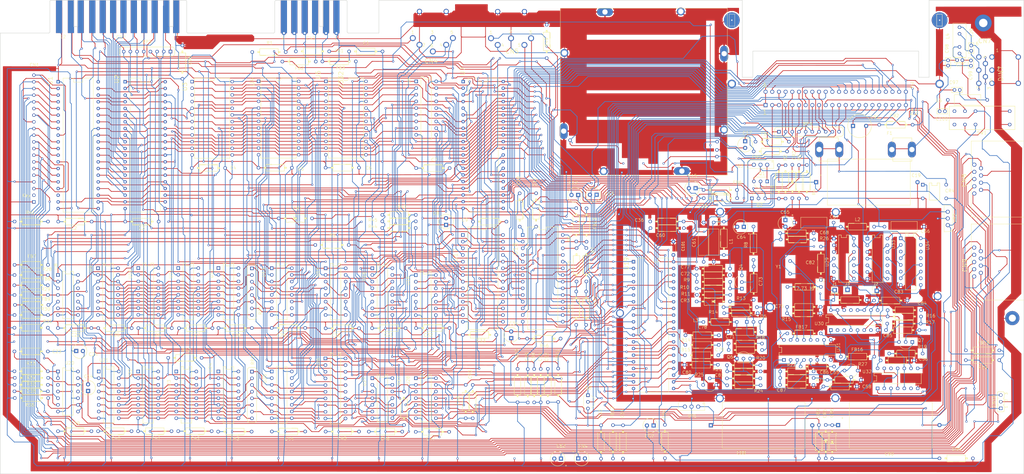
<source format=kicad_pcb>
(kicad_pcb (version 4) (host pcbnew 4.0.7)
  (layers (0 F.Cu signal hide) (31 B.Cu signal hide) (34 B.Paste user hide) (35 F.Paste user hide) (36 B.SilkS user hide) (37 F.SilkS user) (38 B.Mask user hide) (39 F.Mask user hide) (44 Edge.Cuts user))
  (net 0 "")
  (net 1 /D0)
  (net 2 /A0)
  (net 3 /A1)
  (net 4 /A2)
  (net 5 /A3)
  (net 6 /A4)
  (net 7 /A5)
  (net 8 /A6)
  (net 9 /A7)
  (net 10 /A8)
  (net 11 /A9)
  (net 12 /A10)
  (net 13 /A11)
  (net 14 /A12)
  (net 15 /A13)
  (net 16 /A14)
  (net 17 /A15)
  (net 18 /D1)
  (net 19 /D2)
  (net 20 /D3)
  (net 21 /D4)
  (net 22 /D5)
  (net 23 /D6)
  (net 24 /D7)
  (net 25 /MA7)
  (net 26 /NA7)
  (net 27 /MA5)
  (net 28 /NA5)
  (net 29 /MA4)
  (net 30 /NA4)
  (net 31 /MA6)
  (net 32 /NA6)
  (net 33 /MA1)
  (net 34 /NA1)
  (net 35 /MA2)
  (net 36 /NA2)
  (net 37 /MA0)
  (net 38 /NA0)
  (net 39 /MA3)
  (net 40 /NA3)
  (net 41 "Net-(U1-Pad18)")
  (net 42 "Net-(U9-Pad1)")
  (net 43 "Net-(U10-Pad1)")
  (net 44 "Net-(U11-Pad1)")
  (net 45 "Net-(U12-Pad1)")
  (net 46 "Net-(U17-Pad1)")
  (net 47 "Net-(U20-Pad11)")
  (net 48 "Net-(U20-Pad3)")
  (net 49 "Net-(U21-Pad1)")
  (net 50 "Net-(U22-Pad1)")
  (net 51 "Net-(U23-Pad1)")
  (net 52 "Net-(U24-Pad1)")
  (net 53 "Net-(U29-Pad6)")
  (net 54 "Net-(U30-Pad13)")
  (net 55 "Net-(U30-Pad3)")
  (net 56 "Net-(U30-Pad7)")
  (net 57 "Net-(U30-Pad2)")
  (net 58 "Net-(U32-Pad12)")
  (net 59 "Net-(U32-Pad6)")
  (net 60 /GND)
  (net 61 /VCC)
  (net 62 /+9V)
  (net 63 /+12V)
  (net 64 /N$173)
  (net 65 /N$8)
  (net 66 /N$6)
  (net 67 /N$7)
  (net 68 /N$9)
  (net 69 /N$1)
  (net 70 /N$11)
  (net 71 /N$10)
  (net 72 /N$5)
  (net 73 /N$13)
  (net 74 /N$179)
  (net 75 /N$20)
  (net 76 /N$19)
  (net 77 /N$21)
  (net 78 /N$22)
  (net 79 /N$61)
  (net 80 /N$87)
  (net 81 /N$4)
  (net 82 /N$62)
  (net 83 /N$63)
  (net 84 /N$12)
  (net 85 /N$14)
  (net 86 /N$35)
  (net 87 /+5Vc)
  (net 88 /N$65)
  (net 89 /+5Vcan)
  (net 90 /+5Vvid)
  (net 91 /N$69)
  (net 92 /N$67)
  (net 93 /N$39)
  (net 94 /N$36)
  (net 95 /N$143)
  (net 96 /N$41)
  (net 97 /N$32)
  (net 98 /N$33)
  (net 99 /N$15)
  (net 100 /N$29)
  (net 101 /N$30)
  (net 102 /N$71)
  (net 103 /N$88)
  (net 104 /N$86)
  (net 105 /N$81)
  (net 106 /N$80)
  (net 107 /N$79)
  (net 108 /N$27)
  (net 109 /N$26)
  (net 110 /N$24)
  (net 111 /N$17)
  (net 112 /N$18)
  (net 113 /N$93)
  (net 114 /N$91)
  (net 115 /N$92)
  (net 116 /N$94)
  (net 117 /N$95)
  (net 118 /N$96)
  (net 119 /N$99)
  (net 120 /N$100)
  (net 121 /N$101)
  (net 122 /N$102)
  (net 123 /N$103)
  (net 124 /N$104)
  (net 125 /N$106)
  (net 126 /N$105)
  (net 127 /N$23)
  (net 128 /N$119)
  (net 129 /N$120)
  (net 130 /N$138)
  (net 131 /N$139)
  (net 132 /N$140)
  (net 133 /N$134)
  (net 134 /N$137)
  (net 135 /N$121)
  (net 136 /N$122)
  (net 137 /N$123)
  (net 138 /N$124)
  (net 139 /N$125)
  (net 140 /N$126)
  (net 141 /N$127)
  (net 142 /N$128)
  (net 143 /N$129)
  (net 144 /N$133)
  (net 145 /N$171)
  (net 146 /N$84)
  (net 147 /N$172)
  (net 148 /N$114)
  (net 149 /N$116)
  (net 150 /N$115)
  (net 151 /IRQ)
  (net 152 /RW)
  (net 153 /N$187)
  (net 154 /N$160)
  (net 155 /N$159)
  (net 156 /N$188)
  (net 157 /N$157)
  (net 158 /N$155)
  (net 159 /N$158)
  (net 160 /N$153)
  (net 161 /PHI2)
  (net 162 /N$168)
  (net 163 /N$108)
  (net 164 /N$107)
  (net 165 /N$109)
  (net 166 /N$110)
  (net 167 /N$111)
  (net 168 /N$148)
  (net 169 /N$146)
  (net 170 /N$37)
  (net 171 /N$176)
  (net 172 /N$180)
  (net 173 /N$141)
  (net 174 /N$117)
  (net 175 /N$118)
  (net 176 /N$2)
  (net 177 /N$3)
  (net 178 /N$16)
  (net 179 /N$162)
  (net 180 /N$66)
  (net 181 /N$70)
  (net 182 /N$82)
  (net 183 /N$72)
  (net 184 /N$178)
  (net 185 /N$177)
  (net 186 /N$38)
  (net 187 /N$31)
  (net 188 /N$90)
  (net 189 /N$181)
  (net 190 /N$74)
  (net 191 /N$85)
  (net 192 /N$28)
  (net 193 /N$64)
  (net 194 /N$89)
  (net 195 /N$147)
  (net 196 /N$51)
  (net 197 /N$54)
  (net 198 /N$165)
  (net 199 /N$164)
  (net 200 /N$59)
  (net 201 /N$182)
  (net 202 /N$135)
  (net 203 /N$136)
  (net 204 /N$132)
  (net 205 /N$131)
  (net 206 /N$130)
  (net 207 /N$183)
  (net 208 /N$145)
  (net 209 /N$152)
  (net 210 /N$170)
  (net 211 /N$47)
  (net 212 /N$48)
  (net 213 /N$49)
  (net 214 /N$50)
  (net 215 /N$184)
  (net 216 /N$56)
  (net 217 /N$167)
  (net 218 /N$52)
  (net 219 /N$60)
  (net 220 /N$55)
  (net 221 /N$53)
  (net 222 /N$44)
  (net 223 /N$45)
  (net 224 /N$42)
  (net 225 /N$46)
  (net 226 /N$185)
  (net 227 /N$186)
  (net 228 /N$163)
  (net 229 /N$190)
  (net 230 /N$189)
  (net 231 /N$113)
  (net 232 /N$112)
  (net 233 /N$76)
  (net 234 /N$75)
  (net 235 /N$83)
  (net 236 /N$73)
  (net 237 /N$68)
  (net 238 /N$78)
  (net 239 /N$77)
  (net 240 "Net-(C79-Pad1)")
  (net 241 "Net-(U8-Pad12)")
  (net 242 "Net-(U13-Pad10)")
  (net 243 "Net-(SW1-Pad1)")
  (net 244 "Net-(SW1-Pad4)")
  (net 245 /RES)
  (net 246 /N$97)
  (net 247 /N$98)
  (net 248 "Net-(U31-Pad11)")
  (net 249 /PHI0)
  (net 250 /N$166)
  (net 251 /N$169)
  (net 252 "Net-(U34-Pad15)")
  (net 253 "Net-(U34-Pad14)")
  (net 254 "Net-(U34-Pad13)")
  (net 255 "Net-(U34-Pad12)")
  (net 256 "Net-(U34-Pad10)")
  (net 257 "Net-(U34-Pad6)")
  (net 258 "Net-(U34-Pad3)")
  (net 259 "Net-(U34-Pad2)")
  (net 260 "Net-(U33-Pad1)")
  (net 261 "Net-(U33-Pad10)")
  (net 262 "Net-(U33-Pad4)")
  (net 263 "Net-(U33-Pad11)")
  (net 264 "Net-(U33-Pad13)")
  (net 265 /NMI)
  (module USERPORT:USERPORT (layer F.Cu) (at 59.9 50.6476)
    (fp_text reference CN2 (at -0.88564 8.52932) (layer F.SilkS) (effects (font (size 1.2065 1.2065) (thickness 0.1016)) (justify left bottom)))
    (fp_text value USERPORT hide)
    (fp_text user 1 (at 21.85752 8.24992) (layer F.SilkS) (effects (font (size 1.2065 1.2065) (thickness 0.1016)) (justify left bottom)))
    (fp_text user 12 (at -22.28768 8.36168) (layer F.SilkS) (effects (font (size 1.2065 1.2065) (thickness 0.1016)) (justify left bottom)))
    (pad 12 smd rect (at -22.525 0) (size 2.35 12.5) (layers F.Cu F.Paste F.Mask) (net 60 /GND))
    (pad 11 smd rect (at -18 0) (size 2.35 12.5) (layers F.Cu F.Paste F.Mask) (net 127 /N$23))
    (pad 10 smd rect (at -14.3 0) (size 2.35 12.5) (layers F.Cu F.Paste F.Mask) (net 110 /N$24))
    (pad 9 smd rect (at -9.875 0) (size 2.35 12.5) (layers F.Cu F.Paste F.Mask) (net 128 /N$119))
    (pad 8 smd rect (at -5.925 0) (size 2.35 12.5) (layers F.Cu F.Paste F.Mask) (net 129 /N$120))
    (pad 7 smd rect (at -1.975 0) (size 2.35 12.5) (layers F.Cu F.Paste F.Mask) (net 130 /N$138))
    (pad 6 smd rect (at 1.975 0) (size 2.35 12.5) (layers F.Cu F.Paste F.Mask) (net 131 /N$139))
    (pad 5 smd rect (at 5.925 0) (size 2.35 12.5) (layers F.Cu F.Paste F.Mask) (net 132 /N$140))
    (pad 4 smd rect (at 9.875 0) (size 2.35 12.5) (layers F.Cu F.Paste F.Mask) (net 133 /N$134))
    (pad 3 smd rect (at 13.825 0) (size 2.35 12.5) (layers F.Cu F.Paste F.Mask) (net 245 /RES))
    (pad 2 smd rect (at 18.3 0) (size 2.35 12.5) (layers F.Cu F.Paste F.Mask) (net 61 /VCC))
    (pad 1 smd rect (at 22 0) (size 2.35 12.5) (layers F.Cu F.Paste F.Mask) (net 60 /GND))
    (pad N smd rect (at -22.525 0) (size 2.35 12.5) (layers B.Cu F.Paste F.Mask) (net 60 /GND))
    (pad M smd rect (at -18 0) (size 2.35 12.5) (layers B.Cu F.Paste F.Mask) (net 134 /N$137))
    (pad L smd rect (at -14.3 0) (size 2.35 12.5) (layers B.Cu F.Paste F.Mask) (net 135 /N$121))
    (pad K smd rect (at -9.875 0) (size 2.35 12.5) (layers B.Cu F.Paste F.Mask) (net 136 /N$122))
    (pad J smd rect (at -5.925 0) (size 2.35 12.5) (layers B.Cu F.Paste F.Mask) (net 137 /N$123))
    (pad H smd rect (at -1.975 0) (size 2.35 12.5) (layers B.Cu F.Paste F.Mask) (net 138 /N$124))
    (pad F smd rect (at 1.975 0) (size 2.35 12.5) (layers B.Cu F.Paste F.Mask) (net 139 /N$125))
    (pad E smd rect (at 5.925 0) (size 2.35 12.5) (layers B.Cu F.Paste F.Mask) (net 140 /N$126))
    (pad D smd rect (at 9.875 0) (size 2.35 12.5) (layers B.Cu F.Paste F.Mask) (net 141 /N$127))
    (pad C smd rect (at 13.825 0) (size 2.35 12.5) (layers B.Cu F.Paste F.Mask) (net 142 /N$128))
    (pad B smd rect (at 18.3 0) (size 2.35 12.5) (layers B.Cu F.Paste F.Mask) (net 143 /N$129))
    (pad A smd rect (at 22 0) (size 2.35 12.5) (layers B.Cu F.Paste F.Mask) (net 60 /GND))
  )
  (module CASSETTEPORT:CASSETTEPORT (layer F.Cu) (at 133.604 51.9176)
    (fp_text reference CN3 (at -2.34696 7.71144) (layer F.SilkS) (effects (font (size 1.2065 1.2065) (thickness 0.1016)) (justify left bottom)))
    (fp_text value CASSETTEPORT hide)
    (fp_text user 6 (at -10.9474 6.92404) (layer F.SilkS) (effects (font (size 1.2065 1.2065) (thickness 0.1016))))
    (fp_text user 1 (at 9.14146 7.06374) (layer F.SilkS) (effects (font (size 1.2065 1.2065) (thickness 0.1016))))
    (pad A smd rect (at 9.2375 -1.2 180) (size 2.35 12.5) (layers B.Cu F.Paste F.Mask) (net 60 /GND))
    (pad B smd rect (at 5.2875 -1.2 180) (size 2.35 12.5) (layers B.Cu F.Paste F.Mask) (net 64 /N$173))
    (pad C smd rect (at 1.125 -1.2 180) (size 2.35 12.5) (layers B.Cu F.Paste F.Mask) (net 144 /N$133))
    (pad D smd rect (at -2.825 -1.2 180) (size 2.35 12.5) (layers B.Cu F.Paste F.Mask) (net 145 /N$171))
    (pad E smd rect (at -6.775 -1.2 180) (size 2.35 12.5) (layers B.Cu F.Paste F.Mask) (net 146 /N$84))
    (pad F smd rect (at -10.725 -1.2 180) (size 2.35 12.5) (layers B.Cu F.Paste F.Mask) (net 147 /N$172))
    (pad 1 smd rect (at 9.2375 -1.2 180) (size 2.35 12.5) (layers F.Cu F.Paste F.Mask) (net 60 /GND))
    (pad 2 smd rect (at 5.2875 -1.2 180) (size 2.35 12.5) (layers F.Cu F.Paste F.Mask) (net 64 /N$173))
    (pad 3 smd rect (at 1.125 -1.2 180) (size 2.35 12.5) (layers F.Cu F.Paste F.Mask) (net 144 /N$133))
    (pad 4 smd rect (at -2.825 -1.2 180) (size 2.35 12.5) (layers F.Cu F.Paste F.Mask) (net 145 /N$171))
    (pad 5 smd rect (at -6.775 -1.2 180) (size 2.35 12.5) (layers F.Cu F.Paste F.Mask) (net 146 /N$84))
    (pad 6 smd rect (at -10.725 -1.2 180) (size 2.35 12.5) (layers F.Cu F.Paste F.Mask) (net 147 /N$172))
    (pad 1 thru_hole circle (at 9.2375 4.9784) (size 1.524 1.524) (drill 0.762) (layers *.Cu *.Mask) (net 60 /GND))
    (pad 2 thru_hole circle (at 5.2875 4.9784) (size 1.524 1.524) (drill 0.762) (layers *.Cu *.Mask) (net 64 /N$173))
    (pad 3 thru_hole circle (at 1.125 4.9784) (size 1.524 1.524) (drill 0.762) (layers *.Cu *.Mask) (net 144 /N$133))
    (pad 4 thru_hole circle (at -2.825 4.9784) (size 1.524 1.524) (drill 0.762) (layers *.Cu *.Mask) (net 145 /N$171))
    (pad 5 thru_hole circle (at -6.775 4.9784) (size 1.524 1.524) (drill 0.762) (layers *.Cu *.Mask) (net 146 /N$84))
    (pad 6 thru_hole circle (at -10.725 4.9784) (size 1.524 1.524) (drill 0.762) (layers *.Cu *.Mask) (net 147 /N$172))
  )
  (module switch:DPDT_SWITCH (layer F.Cu) (at 381.8382 89.1794)
    (fp_text reference SW1 (at 4.5212 6.4262) (layer F.SilkS) (effects (font (size 1.2065 1.2065) (thickness 0.127)) (justify left bottom)))
    (fp_text value DPDT_SWITCH hide)
    (pad 2 thru_hole circle (at 0 -2.54 90) (size 1.3208 1.3208) (drill 0.8128) (layers *.Cu *.Mask) (net 112 /N$18))
    (pad 1 thru_hole circle (at -4 -2.54 90) (size 1.3208 1.3208) (drill 0.8128) (layers *.Cu *.Mask) (net 243 "Net-(SW1-Pad1)"))
    (pad 3 thru_hole circle (at 4 -2.54 90) (size 1.3208 1.3208) (drill 0.8128) (layers *.Cu *.Mask) (net 61 /VCC))
    (pad 4 thru_hole circle (at -4 2.54 90) (size 1.3208 1.3208) (drill 0.8128) (layers *.Cu *.Mask) (net 244 "Net-(SW1-Pad4)"))
    (pad 5 thru_hole circle (at 0 2.54 90) (size 1.3208 1.3208) (drill 0.8128) (layers *.Cu *.Mask) (net 78 /N$22))
    (pad 6 thru_hole circle (at 4 2.54 90) (size 1.3208 1.3208) (drill 0.8128) (layers *.Cu *.Mask) (net 110 /N$24))
    (pad 7 thru_hole circle (at 17 -2.54 90) (size 1.3208 1.3208) (drill 0.8128) (layers *.Cu *.Mask))
    (pad 8 thru_hole circle (at 17 2.54 90) (size 1.3208 1.3208) (drill 0.8128) (layers *.Cu *.Mask))
  )
  (module POT_METER (layer F.Cu) (at 284.7848 190.8302)
    (fp_text reference R25 (at -5.8166 -3.175) (layer F.SilkS) (effects (font (size 1.2065 1.2065) (thickness 0.127)) (justify left bottom)))
    (fp_text value "1 K Trim Pot" hide)
    (pad S thru_hole circle (at 0 -2.5) (size 1.3208 1.3208) (drill 0.8128) (layers *.Cu *.Mask) (net 192 /N$28))
    (pad E thru_hole circle (at 2.5 0) (size 1.3208 1.3208) (drill 0.8128) (layers *.Cu *.Mask) (net 60 /GND))
    (pad A thru_hole circle (at -2.5 0) (size 1.3208 1.3208) (drill 0.8128) (layers *.Cu *.Mask) (net 99 /N$15))
  )
  (module POT_METER (layer F.Cu) (at 338.5312 185.3692 180)
    (fp_text reference R27 (at -2.5908 1.7526 180) (layer F.SilkS) (effects (font (size 1.2065 1.2065) (thickness 0.127)) (justify left bottom)))
    (fp_text value "2 K Trim Pot" hide)
    (pad S thru_hole circle (at 0 -2.5 180) (size 1.3208 1.3208) (drill 0.8128) (layers *.Cu *.Mask) (net 88 /N$65))
    (pad E thru_hole circle (at 2.5 0 180) (size 1.3208 1.3208) (drill 0.8128) (layers *.Cu *.Mask) (net 87 /+5Vc))
    (pad A thru_hole circle (at -2.5 0 180) (size 1.3208 1.3208) (drill 0.8128) (layers *.Cu *.Mask) (net 60 /GND))
  )
  (module 12_3_07:12_03_07 (layer F.Cu) (at 127.4064 63.87084)
    (fp_text reference FB1 (at 14.7066 0.4826) (layer F.SilkS) (effects (font (size 1.2065 1.2065) (thickness 0.127)) (justify left bottom)))
    (fp_text value FERRITE_BEAD hide)
    (pad 1 thru_hole circle (at 0 0) (size 1.3208 1.3208) (drill 0.8128) (layers *.Cu *.Mask) (net 146 /N$84))
    (pad 2 thru_hole circle (at 12.7 0) (size 1.3208 1.3208) (drill 0.8128) (layers *.Cu *.Mask) (net 171 /N$176))
  )
  (module 12_3_07:12_03_07 (layer F.Cu) (at 134.98576 67.74688 180)
    (fp_text reference FB2 (at 7.99592 -3.23596 180) (layer F.SilkS) (effects (font (size 1.2065 1.2065) (thickness 0.127)) (justify left bottom)))
    (fp_text value FERRITE_BEAD hide)
    (pad 2 thru_hole circle (at 12.7 0 180) (size 1.3208 1.3208) (drill 0.8128) (layers *.Cu *.Mask) (net 172 /N$180))
    (pad 1 thru_hole circle (at 0 0 180) (size 1.3208 1.3208) (drill 0.8128) (layers *.Cu *.Mask) (net 144 /N$133))
  )
  (module 12_3_07:12_03_07 (layer F.Cu) (at 137.52068 67.70116)
    (fp_text reference FB3 (at 5.12572 3.20548) (layer F.SilkS) (effects (font (size 1.2065 1.2065) (thickness 0.127)) (justify left bottom)))
    (fp_text value FERRITE_BEAD hide)
    (pad 1 thru_hole circle (at 0 0) (size 1.3208 1.3208) (drill 0.8128) (layers *.Cu *.Mask) (net 64 /N$173))
    (pad 2 thru_hole circle (at 12.7 0) (size 1.3208 1.3208) (drill 0.8128) (layers *.Cu *.Mask) (net 61 /VCC))
  )
  (module 12_3_07:12_03_07 (layer F.Cu) (at 33.1724 145.1356 180)
    (fp_text reference FB7 (at 7.9248 2.54 180) (layer F.SilkS) (effects (font (size 1.2065 1.2065) (thickness 0.127)) (justify left bottom)))
    (fp_text value FERRITE_BEAD hide)
    (pad 2 thru_hole circle (at 12.7 0 180) (size 1.3208 1.3208) (drill 0.8128) (layers *.Cu *.Mask) (net 128 /N$119))
    (pad 1 thru_hole circle (at 0 0 180) (size 1.3208 1.3208) (drill 0.8128) (layers *.Cu *.Mask) (net 148 /N$114))
  )
  (module 12_3_07:12_03_07 (layer F.Cu) (at 33.0962 152.8826 180)
    (fp_text reference FB8 (at 2.3622 1.7272 180) (layer F.SilkS) (effects (font (size 1.2065 1.2065) (thickness 0.127)) (justify left bottom)))
    (fp_text value FERRITE_BEAD hide)
    (pad 1 thru_hole circle (at 0 0 180) (size 1.3208 1.3208) (drill 0.8128) (layers *.Cu *.Mask) (net 149 /N$116))
    (pad 2 thru_hole circle (at 12.7 0 180) (size 1.3208 1.3208) (drill 0.8128) (layers *.Cu *.Mask) (net 174 /N$117))
  )
  (module 12_3_07:12_03_07 (layer F.Cu) (at 33.3248 160.3756 180)
    (fp_text reference FB9 (at 2.6924 1.4986 180) (layer F.SilkS) (effects (font (size 1.2065 1.2065) (thickness 0.127)) (justify left bottom)))
    (fp_text value FERRITE_BEAD hide)
    (pad 2 thru_hole circle (at 12.7 0 180) (size 1.3208 1.3208) (drill 0.8128) (layers *.Cu *.Mask) (net 175 /N$118))
    (pad 1 thru_hole circle (at 0 0 180) (size 1.3208 1.3208) (drill 0.8128) (layers *.Cu *.Mask) (net 150 /N$115))
  )
  (module 12_3_07:12_03_07 (layer F.Cu) (at 237.92434 136.3218 90)
    (fp_text reference FB13 (at 4.5974 3.93446 90) (layer F.SilkS) (effects (font (size 1.2065 1.2065) (thickness 0.127)) (justify left bottom)))
    (fp_text value FERRITE_BEAD hide)
    (pad 1 thru_hole circle (at 0 0 90) (size 1.3208 1.3208) (drill 0.8128) (layers *.Cu *.Mask) (net 176 /N$2))
    (pad 2 thru_hole circle (at 12.7 0 90) (size 1.3208 1.3208) (drill 0.8128) (layers *.Cu *.Mask) (net 177 /N$3))
  )
  (module 12_3_07:12_03_07 (layer F.Cu) (at 211.709 184.7342 270)
    (fp_text reference FB10 (at -3.0226 -0.4826 270) (layer F.SilkS) (effects (font (size 1.2065 1.2065) (thickness 0.127)) (justify left bottom)))
    (fp_text value FERRITE_BEAD hide)
    (pad 1 thru_hole circle (at 0 0 270) (size 1.3208 1.3208) (drill 0.8128) (layers *.Cu *.Mask) (net 84 /N$12))
    (pad 2 thru_hole circle (at 12.7 0 270) (size 1.3208 1.3208) (drill 0.8128) (layers *.Cu *.Mask) (net 61 /VCC))
  )
  (module 12_3_07:12_03_07 (layer F.Cu) (at 227.15728 197.3072 90)
    (fp_text reference FB11 (at 15.47368 0.44196 90) (layer F.SilkS) (effects (font (size 1.2065 1.2065) (thickness 0.127)) (justify left bottom)))
    (fp_text value FERRITE_BEAD hide)
    (pad 2 thru_hole circle (at 12.7 0 90) (size 1.3208 1.3208) (drill 0.8128) (layers *.Cu *.Mask) (net 85 /N$14))
    (pad 1 thru_hole circle (at 0 0 90) (size 1.3208 1.3208) (drill 0.8128) (layers *.Cu *.Mask) (net 63 /+12V))
  )
  (module 12_3_07:12_03_07 (layer F.Cu) (at 247.99544 218.8464 90)
    (fp_text reference FB12 (at 15.27556 0.44704 90) (layer F.SilkS) (effects (font (size 1.2065 1.2065) (thickness 0.127)) (justify left bottom)))
    (fp_text value FERRITE_BEAD hide)
    (pad 2 thru_hole circle (at 12.7 0 90) (size 1.3208 1.3208) (drill 0.8128) (layers *.Cu *.Mask) (net 86 /N$35))
    (pad 1 thru_hole circle (at 0 0 90) (size 1.3208 1.3208) (drill 0.8128) (layers *.Cu *.Mask) (net 63 /+12V))
  )
  (module 12_3_07:12_03_07 (layer F.Cu) (at 382.17856 177.67808)
    (fp_text reference FB18 (at 4.37896 -2.159) (layer F.SilkS) (effects (font (size 1.2065 1.2065) (thickness 0.127)) (justify left bottom)))
    (fp_text value FERRITE_BEAD hide)
    (pad 2 thru_hole circle (at 12.7 0) (size 1.3208 1.3208) (drill 0.8128) (layers *.Cu *.Mask) (net 61 /VCC))
    (pad 1 thru_hole circle (at 0 0) (size 1.3208 1.3208) (drill 0.8128) (layers *.Cu *.Mask) (net 165 /N$109))
  )
  (module Controlport:CONTROL_PORT (layer F.Cu) (at 386.65912 112.48644 90)
    (fp_text reference CN8 (at -3.18516 -4.13512 90) (layer F.SilkS) (effects (font (size 1.6891 1.6891) (thickness 0.1778)) (justify left bottom)))
    (fp_text value CONTROL_PORT hide)
    (pad 5 thru_hole circle (at 5.4864 -1.27 90) (size 1.524 1.524) (drill 1.016) (layers *.Cu *.Mask) (net 163 /N$108))
    (pad 4 thru_hole circle (at 2.7432 -1.27 90) (size 1.524 1.524) (drill 1.016) (layers *.Cu *.Mask) (net 113 /N$93))
    (pad 3 thru_hole circle (at 0 -1.27 90) (size 1.524 1.524) (drill 1.016) (layers *.Cu *.Mask) (net 115 /N$92))
    (pad 2 thru_hole circle (at -2.7432 -1.27 90) (size 1.524 1.524) (drill 1.016) (layers *.Cu *.Mask) (net 114 /N$91))
    (pad 1 thru_hole circle (at -5.4864 -1.27 90) (size 1.524 1.524) (drill 1.016) (layers *.Cu *.Mask) (net 247 /N$98))
    (pad 9 thru_hole circle (at 4.1148 1.27 90) (size 1.524 1.524) (drill 1.016) (layers *.Cu *.Mask) (net 164 /N$107))
    (pad 8 thru_hole circle (at 1.3716 1.27 90) (size 1.524 1.524) (drill 1.016) (layers *.Cu *.Mask) (net 60 /GND))
    (pad 7 thru_hole circle (at -1.3716 1.27 90) (size 1.524 1.524) (drill 1.016) (layers *.Cu *.Mask) (net 165 /N$109))
    (pad 6 thru_hole circle (at -4.1148 1.27 90) (size 1.524 1.524) (drill 1.016) (layers *.Cu *.Mask) (net 116 /N$94))
  )
  (module Controlport:CONTROL_PORT (layer F.Cu) (at 386.6007 144.0561 90)
    (fp_text reference CN9 (at -3.9243 -3.8227 90) (layer F.SilkS) (effects (font (size 1.6891 1.6891) (thickness 0.1778)) (justify left bottom)))
    (fp_text value CONTROL_PORT hide)
    (pad 6 thru_hole circle (at -4.1148 1.27 90) (size 1.524 1.524) (drill 1.016) (layers *.Cu *.Mask) (net 123 /N$103))
    (pad 7 thru_hole circle (at -1.3716 1.27 90) (size 1.524 1.524) (drill 1.016) (layers *.Cu *.Mask) (net 165 /N$109))
    (pad 8 thru_hole circle (at 1.3716 1.27 90) (size 1.524 1.524) (drill 1.016) (layers *.Cu *.Mask) (net 60 /GND))
    (pad 9 thru_hole circle (at 4.1148 1.27 90) (size 1.524 1.524) (drill 1.016) (layers *.Cu *.Mask) (net 166 /N$110))
    (pad 1 thru_hole circle (at -5.4864 -1.27 90) (size 1.524 1.524) (drill 1.016) (layers *.Cu *.Mask) (net 119 /N$99))
    (pad 2 thru_hole circle (at -2.7432 -1.27 90) (size 1.524 1.524) (drill 1.016) (layers *.Cu *.Mask) (net 120 /N$100))
    (pad 3 thru_hole circle (at 0 -1.27 90) (size 1.524 1.524) (drill 1.016) (layers *.Cu *.Mask) (net 121 /N$101))
    (pad 4 thru_hole circle (at 2.7432 -1.27 90) (size 1.524 1.524) (drill 1.016) (layers *.Cu *.Mask) (net 126 /N$105))
    (pad 5 thru_hole circle (at 5.4864 -1.27 90) (size 1.524 1.524) (drill 1.016) (layers *.Cu *.Mask) (net 167 /N$111))
  )
  (module DIL4:DIL4 (layer F.Cu) (at 370.25072 117.22608 270)
    (fp_text reference CR4 (at 0.42672 -3.96748 360) (layer F.SilkS) (effects (font (size 1.2065 1.2065) (thickness 0.127)) (justify left bottom)))
    (fp_text value BRIDGE_RECTIFIER hide)
    (pad 4 thru_hole circle (at -2.6 -4.45) (size 1.3208 1.3208) (drill 0.8128) (layers *.Cu *.Mask) (net 127 /N$23))
    (pad 3 thru_hole circle (at 2.6 -4.45) (size 1.3208 1.3208) (drill 0.8128) (layers *.Cu *.Mask) (net 110 /N$24))
    (pad 2 thru_hole circle (at 2.6 4.45) (size 1.3208 1.3208) (drill 0.8128) (layers *.Cu *.Mask) (net 60 /GND))
    (pad 1 thru_hole rect (at -2.6 4.45) (size 1.3208 1.3208) (drill 0.8128) (layers *.Cu *.Mask) (net 62 /+9V))
  )
  (module 12_3_07:12_03_07 (layer F.Cu) (at 282.43784 116.62664)
    (fp_text reference FB6 (at 11.0998 -2.12852) (layer F.SilkS) (effects (font (size 1.2065 1.2065) (thickness 0.127)) (justify left bottom)))
    (fp_text value FERRITE_BEAD hide)
    (pad 1 thru_hole circle (at 0 0) (size 1.3208 1.3208) (drill 0.8128) (layers *.Cu *.Mask) (net 61 /VCC))
    (pad 2 thru_hole circle (at 12.7 0) (size 1.3208 1.3208) (drill 0.8128) (layers *.Cu *.Mask) (net 73 /N$13))
  )
  (module 12_3_07:12_03_07 (layer F.Cu) (at 314.89904 98.26244 180)
    (fp_text reference FB4 (at 10.7442 2.2606 180) (layer F.SilkS) (effects (font (size 1.2065 1.2065) (thickness 0.127)) (justify left bottom)))
    (fp_text value FERRITE_BEAD hide)
    (pad 1 thru_hole circle (at 0 0 180) (size 1.3208 1.3208) (drill 0.8128) (layers *.Cu *.Mask) (net 160 /N$153))
    (pad 2 thru_hole circle (at 12.7 0 180) (size 1.3208 1.3208) (drill 0.8128) (layers *.Cu *.Mask) (net 245 /RES))
  )
  (module 12_3_07:12_03_07 (layer F.Cu) (at 301.48784 101.9556)
    (fp_text reference FB5 (at -0.6858 2.8194) (layer F.SilkS) (effects (font (size 1.2065 1.2065) (thickness 0.127)) (justify left bottom)))
    (fp_text value FERRITE_BEAD hide)
    (pad 2 thru_hole circle (at 12.7 0) (size 1.3208 1.3208) (drill 0.8128) (layers *.Cu *.Mask) (net 161 /PHI2))
    (pad 1 thru_hole circle (at 0 0) (size 1.3208 1.3208) (drill 0.8128) (layers *.Cu *.Mask) (net 173 /N$141))
  )
  (module 12_3_07:12_03_07 (layer F.Cu) (at 275.50364 175.60544)
    (fp_text reference FB14 (at -2.5908 -1.18364) (layer F.SilkS) (effects (font (size 1.2065 1.2065) (thickness 0.127)) (justify left bottom)))
    (fp_text value FERRITE_BEAD hide)
    (pad 2 thru_hole circle (at 12.7 0) (size 1.3208 1.3208) (drill 0.8128) (layers *.Cu *.Mask) (net 99 /N$15))
    (pad 1 thru_hole circle (at 0 0) (size 1.3208 1.3208) (drill 0.8128) (layers *.Cu *.Mask) (net 178 /N$16))
  )
  (module 12_3_07:12_03_07 (layer F.Cu) (at 275.35124 179.5272)
    (fp_text reference FB15 (at -2.5146 -1.40716) (layer F.SilkS) (effects (font (size 1.2065 1.2065) (thickness 0.127)) (justify left bottom)))
    (fp_text value FERRITE_BEAD hide)
    (pad 2 thru_hole circle (at 12.7 0) (size 1.3208 1.3208) (drill 0.8128) (layers *.Cu *.Mask) (net 170 /N$37))
    (pad 1 thru_hole circle (at 0 0) (size 1.3208 1.3208) (drill 0.8128) (layers *.Cu *.Mask) (net 179 /N$162))
  )
  (module 12_3_07:12_03_07 (layer F.Cu) (at 334.65008 180.05552)
    (fp_text reference FB16 (at 3.8608 -1.99136) (layer F.SilkS) (effects (font (size 1.2065 1.2065) (thickness 0.127)) (justify left bottom)))
    (fp_text value FERRITE_BEAD hide)
    (pad 2 thru_hole circle (at 12.7 0) (size 1.3208 1.3208) (drill 0.8128) (layers *.Cu *.Mask) (net 181 /N$70))
    (pad 1 thru_hole circle (at 0 0) (size 1.3208 1.3208) (drill 0.8128) (layers *.Cu *.Mask) (net 180 /N$66))
  )
  (module 12_3_07:12_03_07 (layer F.Cu) (at 326.98944 171.23664 180)
    (fp_text reference FB17 (at 9.652 1.76784 180) (layer F.SilkS) (effects (font (size 1.2065 1.2065) (thickness 0.127)) (justify left bottom)))
    (fp_text value FERRITE_BEAD hide)
    (pad 2 thru_hole circle (at 12.7 0 180) (size 1.3208 1.3208) (drill 0.8128) (layers *.Cu *.Mask) (net 80 /N$87))
    (pad 1 thru_hole circle (at 0 0 180) (size 1.3208 1.3208) (drill 0.8128) (layers *.Cu *.Mask) (net 182 /N$82))
  )
  (module cn4:DIN6 (layer F.Cu) (at 179.5018 58.8264)
    (fp_text reference CN4 (at 1.9812 7.747) (layer F.SilkS) (effects (font (size 1.6891 1.6891) (thickness 0.1778)) (justify right top)))
    (fp_text value DIN6 hide)
    (fp_text user 1 (at -6.985 -2.921) (layer F.SilkS) (effects (font (size 1.2065 1.2065) (thickness 0.127)) (justify right top)))
    (fp_text user 3 (at 0.381 -2.921) (layer F.SilkS) (effects (font (size 1.2065 1.2065) (thickness 0.127)) (justify right top)))
    (fp_text user 5 (at 7.874 -2.921) (layer F.SilkS) (effects (font (size 1.2065 1.2065) (thickness 0.127)) (justify right top)))
    (fp_text user 4 (at 3.81 1.905) (layer F.SilkS) (effects (font (size 1.2065 1.2065) (thickness 0.127)) (justify right top)))
    (fp_text user 6 (at 0.254 2.159) (layer F.SilkS) (effects (font (size 1.2065 1.2065) (thickness 0.127)) (justify right top)))
    (fp_text user 2 (at -2.794 1.905) (layer F.SilkS) (effects (font (size 1.2065 1.2065) (thickness 0.127)) (justify right top)))
    (pad 3 thru_hole circle (at 0 0 180) (size 2.25 2.25) (drill 1.5) (layers *.Cu *.Mask) (net 148 /N$114))
    (pad 1 thru_hole circle (at -7.62 0 180) (size 2.25 2.25) (drill 1.5) (layers *.Cu *.Mask) (net 145 /N$171))
    (pad 5 thru_hole circle (at 7.62 0 180) (size 2.25 2.25) (drill 1.5) (layers *.Cu *.Mask) (net 149 /N$116))
    (pad 2 thru_hole circle (at -5.08 2.54 180) (size 2.25 2.25) (drill 1.5) (layers *.Cu *.Mask) (net 60 /GND))
    (pad 4 thru_hole circle (at 5.08 2.54 180) (size 2.25 2.25) (drill 1.5) (layers *.Cu *.Mask) (net 150 /N$115))
    (pad PE@ thru_hole circle (at -5.08 -10.16 180) (size 1.9812 1.9812) (drill 1.3208) (layers *.Cu *.Mask) (net 60 /GND))
    (pad PE thru_hole circle (at 5.08 -10.16 180) (size 1.9812 1.9812) (drill 1.3208) (layers *.Cu *.Mask) (net 60 /GND))
    (pad 6 thru_hole circle (at 0 5.08 180) (size 2.25 2.25) (drill 1.5) (layers *.Cu *.Mask) (net 245 /RES))
  )
  (module cn5:DIN5 (layer F.Cu) (at 209.2452 58.8772)
    (fp_text reference CN5 (at 3.048 3.9878) (layer F.SilkS) (effects (font (size 1.6891 1.6891) (thickness 0.1778)) (justify right top)))
    (fp_text value DIN5 hide)
    (fp_text user 1 (at -6.985 -2.921) (layer F.SilkS) (effects (font (size 1.2065 1.2065) (thickness 0.127)) (justify right top)))
    (fp_text user 3 (at 8.001 -2.921) (layer F.SilkS) (effects (font (size 1.2065 1.2065) (thickness 0.127)) (justify right top)))
    (fp_text user 5 (at 3.81 1.905) (layer F.SilkS) (effects (font (size 1.2065 1.2065) (thickness 0.127)) (justify right top)))
    (fp_text user 4 (at -2.54 1.905) (layer F.SilkS) (effects (font (size 1.2065 1.2065) (thickness 0.127)) (justify right top)))
    (fp_text user 2 (at 0.381 -3.175) (layer F.SilkS) (effects (font (size 1.2065 1.2065) (thickness 0.127)) (justify right top)))
    (pad 2 thru_hole circle (at 0 0 180) (size 2.25 2.25) (drill 1.5) (layers *.Cu *.Mask) (net 60 /GND))
    (pad 1 thru_hole circle (at -7.62 0 180) (size 2.25 2.25) (drill 1.5) (layers *.Cu *.Mask) (net 93 /N$39))
    (pad 3 thru_hole circle (at 7.62 0 180) (size 2.25 2.25) (drill 1.5) (layers *.Cu *.Mask) (net 71 /N$10))
    (pad 4 thru_hole circle (at -5.08 2.54 180) (size 2.25 2.25) (drill 1.5) (layers *.Cu *.Mask) (net 96 /N$41))
    (pad 5 thru_hole circle (at 5.08 2.54 180) (size 2.25 2.25) (drill 1.5) (layers *.Cu *.Mask) (net 70 /N$11))
    (pad PE@ thru_hole circle (at -5.08 -10.16 180) (size 1.9812 1.9812) (drill 1.3208) (layers *.Cu *.Mask) (net 60 /GND))
    (pad PE thru_hole circle (at 5.08 -10.16 180) (size 1.9812 1.9812) (drill 1.3208) (layers *.Cu *.Mask) (net 60 /GND))
  )
  (module linefilter:LINEFILTER (layer F.Cu) (at 379.7554 59.69 90)
    (fp_text reference L4 (at 1.6256 -4.5212 90) (layer F.SilkS) (effects (font (size 1.27 1.27))))
    (fp_text value LINEFILTER hide)
    (pad 1 thru_hole circle (at -5 0 90) (size 1.308 1.308) (drill 0.8) (layers *.Cu *.Mask) (net 78 /N$22))
    (pad 2 thru_hole circle (at 2.5 0 90) (size 1.308 1.308) (drill 0.8) (layers *.Cu *.Mask) (net 75 /N$20))
    (pad 3 thru_hole circle (at -2.5 0 90) (size 1.308 1.308) (drill 0.8) (layers *.Cu *.Mask) (net 77 /N$21))
    (pad 4 thru_hole circle (at 5 0 90) (size 1.308 1.308) (drill 0.8) (layers *.Cu *.Mask) (net 76 /N$19))
  )
  (module rfmodulator:RF-MODULATOR (layer F.Cu) (at 259.7658 79.2226)
    (fp_text reference RF1 hide)
    (fp_text value RF-MODULATOR hide)
    (pad VIDE thru_hole circle (at -28.0924 18.4658 90) (size 1.308 1.308) (drill 0.8) (layers *.Cu *.Mask) (net 96 /N$41))
    (pad + thru_hole circle (at 27.75 24.71 90) (size 1.308 1.308) (drill 0.8) (layers *.Cu *.Mask) (net 73 /N$13))
    (pad CASE thru_hole circle (at 27.75 22.17 90) (size 1.308 1.308) (drill 0.8) (layers *.Cu *.Mask) (net 60 /GND))
    (pad AUDI thru_hole circle (at 27.8384 19.0246 90) (size 1.308 1.308) (drill 0.8) (layers *.Cu *.Mask) (net 71 /N$10))
    (pad P$1 thru_hole circle (at -30.25 -14.75) (size 3 3) (drill 2) (layers *.Cu *.Mask) (net 60 /GND))
    (pad P$3 thru_hole circle (at -15.3162 30.3022) (size 3 3) (drill 2) (layers *.Cu *.Mask) (net 60 /GND))
    (pad P$5 thru_hole circle (at 30.4546 14.478) (size 3 3) (drill 2) (layers *.Cu *.Mask) (net 60 /GND))
    (pad P$7 thru_hole circle (at 14.0208 -30.5308) (size 3 3) (drill 2) (layers *.Cu *.Mask) (net 60 /GND))
    (pad P$8 thru_hole oval (at -14.8082 -30.353) (size 6 3) (drill 2) (layers *.Cu *.Mask) (net 60 /GND))
    (pad P$4 thru_hole oval (at 14.4272 30.226) (size 6 3) (drill 2) (layers *.Cu *.Mask) (net 60 /GND))
    (pad P$2 thru_hole oval (at -30.5054 15.0114 90) (size 6 3) (drill 2) (layers *.Cu *.Mask) (net 60 /GND))
    (pad P$6 thru_hole oval (at 30.5054 -14.478 90) (size 6 3) (drill 2) (layers *.Cu *.Mask) (net 60 /GND))
  )
  (module Resistor:12_03_07 (layer F.Cu) (at 110.8456 64.12992)
    (fp_text reference R1 (at 5.334 -2.76352) (layer F.SilkS) (effects (font (size 1.2065 1.2065) (thickness 0.127)) (justify left bottom)))
    (fp_text value "3.3 K" hide)
    (pad 2 thru_hole circle (at 12.7 0) (size 1.3208 1.3208) (drill 0.8128) (layers *.Cu *.Mask) (net 147 /N$172))
    (pad 1 thru_hole circle (at 0 0) (size 1.3208 1.3208) (drill 0.8128) (layers *.Cu *.Mask) (net 61 /VCC))
  )
  (module Resistor:12_03_07 (layer F.Cu) (at 313.5884 107.188 270)
    (fp_text reference R2 (at -1.6002 -0.6604 270) (layer F.SilkS) (effects (font (size 1.2065 1.2065) (thickness 0.127)) (justify left bottom)))
    (fp_text value "1.5 K" hide)
    (pad 2 thru_hole circle (at 12.7 0 270) (size 1.3208 1.3208) (drill 0.8128) (layers *.Cu *.Mask) (net 74 /N$179))
    (pad 1 thru_hole circle (at 0 0 270) (size 1.3208 1.3208) (drill 0.8128) (layers *.Cu *.Mask) (net 62 /+9V))
  )
  (module Resistor:12_03_07 (layer F.Cu) (at 318.72682 107.17276 270)
    (fp_text reference R3 (at -1.63576 -0.90678 270) (layer F.SilkS) (effects (font (size 1.2065 1.2065) (thickness 0.127)) (justify left bottom)))
    (fp_text value "10 K" hide)
    (pad 2 thru_hole circle (at 12.7 0 270) (size 1.3208 1.3208) (drill 0.8128) (layers *.Cu *.Mask) (net 60 /GND))
    (pad 1 thru_hole circle (at 0 0 270) (size 1.3208 1.3208) (drill 0.8128) (layers *.Cu *.Mask) (net 185 /N$177))
  )
  (module Resistor:12_03_07 (layer F.Cu) (at 321.70878 119.83212 90)
    (fp_text reference R4 (at 1.06172 3.41122 90) (layer F.SilkS) (effects (font (size 1.2065 1.2065) (thickness 0.127)) (justify left bottom)))
    (fp_text value "1 K" hide)
    (pad 2 thru_hole circle (at 12.7 0 90) (size 1.3208 1.3208) (drill 0.8128) (layers *.Cu *.Mask) (net 185 /N$177))
    (pad 1 thru_hole circle (at 0 0 90) (size 1.3208 1.3208) (drill 0.8128) (layers *.Cu *.Mask) (net 189 /N$181))
  )
  (module Resistor:12_03_07 (layer F.Cu) (at 134.81304 137.56132)
    (fp_text reference R5 (at 5.21716 -2.99212) (layer F.SilkS) (effects (font (size 1.2065 1.2065) (thickness 0.127)) (justify left bottom)))
    (fp_text value "1.5 K" hide)
    (pad 2 thru_hole circle (at 12.7 0) (size 1.3208 1.3208) (drill 0.8128) (layers *.Cu *.Mask) (net 169 /N$146))
    (pad 1 thru_hole circle (at 0 0) (size 1.3208 1.3208) (drill 0.8128) (layers *.Cu *.Mask) (net 127 /N$23))
  )
  (module Resistor:12_03_07 (layer F.Cu) (at 234.0356 136.23544 90)
    (fp_text reference R6 (at -0.23876 -2.0066 90) (layer F.SilkS) (effects (font (size 1.2065 1.2065) (thickness 0.127)) (justify left bottom)))
    (fp_text value "1 K" hide)
    (pad 2 thru_hole circle (at 12.7 0 90) (size 1.3208 1.3208) (drill 0.8128) (layers *.Cu *.Mask) (net 60 /GND))
    (pad 1 thru_hole circle (at 0 0 90) (size 1.3208 1.3208) (drill 0.8128) (layers *.Cu *.Mask) (net 176 /N$2))
  )
  (module Resistor:12_03_07 (layer F.Cu) (at 237.871 138.7348 270)
    (fp_text reference R7 (at 2.0574 -3.302 270) (layer F.SilkS) (effects (font (size 1.2065 1.2065) (thickness 0.127)) (justify left bottom)))
    (fp_text value "10 K" hide)
    (pad 2 thru_hole circle (at 12.7 0 270) (size 1.3208 1.3208) (drill 0.8128) (layers *.Cu *.Mask) (net 81 /N$4))
    (pad 1 thru_hole circle (at 0 0 270) (size 1.3208 1.3208) (drill 0.8128) (layers *.Cu *.Mask) (net 177 /N$3))
  )
  (module Resistor:12_03_07 (layer F.Cu) (at 301.4218 130.556 270)
    (fp_text reference R8 (at 8.255 2.1336 270) (layer F.SilkS) (effects (font (size 1.2065 1.2065) (thickness 0.127)) (justify left bottom)))
    (fp_text value 390 hide)
    (pad 2 thru_hole circle (at 12.7 0 270) (size 1.3208 1.3208) (drill 0.8128) (layers *.Cu *.Mask) (net 94 /N$36))
    (pad 1 thru_hole circle (at 0 0 270) (size 1.3208 1.3208) (drill 0.8128) (layers *.Cu *.Mask) (net 90 /+5Vvid))
  )
  (module Resistor:12_03_07 (layer F.Cu) (at 292.5572 151.5872 180)
    (fp_text reference R9 (at 17.8054 0.0254 180) (layer F.SilkS) (effects (font (size 1.2065 1.2065) (thickness 0.127)) (justify left bottom)))
    (fp_text value 75 hide)
    (pad 2 thru_hole circle (at 12.7 0 180) (size 1.3208 1.3208) (drill 0.8128) (layers *.Cu *.Mask) (net 93 /N$39))
    (pad 1 thru_hole circle (at 0 0 180) (size 1.3208 1.3208) (drill 0.8128) (layers *.Cu *.Mask) (net 186 /N$38))
  )
  (module Resistor:12_03_07 (layer F.Cu) (at 292.5064 154.1526 180)
    (fp_text reference R10 (at 19.1008 -0.2286 180) (layer F.SilkS) (effects (font (size 1.2065 1.2065) (thickness 0.127)) (justify left bottom)))
    (fp_text value 120 hide)
    (pad 2 thru_hole circle (at 12.7 0 180) (size 1.3208 1.3208) (drill 0.8128) (layers *.Cu *.Mask) (net 98 /N$33))
    (pad 1 thru_hole circle (at 0 0 180) (size 1.3208 1.3208) (drill 0.8128) (layers *.Cu *.Mask) (net 186 /N$38))
  )
  (module Resistor:12_03_07 (layer F.Cu) (at 279.8826 156.5656)
    (fp_text reference R11 (at -6.0452 0.3048) (layer F.SilkS) (effects (font (size 1.2065 1.2065) (thickness 0.127)) (justify left bottom)))
    (fp_text value 120 hide)
    (pad 2 thru_hole circle (at 12.7 0) (size 1.3208 1.3208) (drill 0.8128) (layers *.Cu *.Mask) (net 98 /N$33))
    (pad 1 thru_hole circle (at 0 0) (size 1.3208 1.3208) (drill 0.8128) (layers *.Cu *.Mask) (net 60 /GND))
  )
  (module Resistor:12_03_07 (layer F.Cu) (at 302.7426 161.2392 180)
    (fp_text reference R13 (at 7.874 2.667 180) (layer F.SilkS) (effects (font (size 1.2065 1.2065) (thickness 0.127)) (justify left bottom)))
    (fp_text value "1 K" hide)
    (pad 2 thru_hole circle (at 12.7 0 180) (size 1.3208 1.3208) (drill 0.8128) (layers *.Cu *.Mask) (net 187 /N$31))
    (pad 1 thru_hole circle (at 0 0 180) (size 1.3208 1.3208) (drill 0.8128) (layers *.Cu *.Mask) (net 90 /+5Vvid))
  )
  (module Resistor:12_03_07 (layer F.Cu) (at 290.2966 163.5252)
    (fp_text reference R14 (at -6.0198 0.2794) (layer F.SilkS) (effects (font (size 1.2065 1.2065) (thickness 0.127)) (justify left bottom)))
    (fp_text value 100 hide)
    (pad 2 thru_hole circle (at 12.7 0) (size 1.3208 1.3208) (drill 0.8128) (layers *.Cu *.Mask) (net 60 /GND))
    (pad 1 thru_hole circle (at 0 0) (size 1.3208 1.3208) (drill 0.8128) (layers *.Cu *.Mask) (net 97 /N$32))
  )
  (module Resistor:12_03_07 (layer F.Cu) (at 314.1726 163.576)
    (fp_text reference R15 (at -2.0574 2.9718) (layer F.SilkS) (effects (font (size 1.2065 1.2065) (thickness 0.127)) (justify left bottom)))
    (fp_text value "1.5 K" hide)
    (pad 2 thru_hole circle (at 12.7 0) (size 1.3208 1.3208) (drill 0.8128) (layers *.Cu *.Mask) (net 60 /GND))
    (pad 1 thru_hole circle (at 0 0) (size 1.3208 1.3208) (drill 0.8128) (layers *.Cu *.Mask) (net 95 /N$143))
  )
  (module Resistor:12_03_07 (layer F.Cu) (at 352.425 164.7952)
    (fp_text reference R16 (at 14.605 0.4318) (layer F.SilkS) (effects (font (size 1.2065 1.2065) (thickness 0.127)) (justify left bottom)))
    (fp_text value "1 K" hide)
    (pad 2 thru_hole circle (at 12.7 0) (size 1.3208 1.3208) (drill 0.8128) (layers *.Cu *.Mask) (net 190 /N$74))
    (pad 1 thru_hole circle (at 0 0) (size 1.3208 1.3208) (drill 0.8128) (layers *.Cu *.Mask) (net 87 /+5Vc))
  )
  (module Resistor:12_03_07 (layer F.Cu) (at 352.2726 167.513)
    (fp_text reference R17 (at 14.5288 0.1778) (layer F.SilkS) (effects (font (size 1.2065 1.2065) (thickness 0.127)) (justify left bottom)))
    (fp_text value "1.2 K" hide)
    (pad 2 thru_hole circle (at 12.7 0) (size 1.3208 1.3208) (drill 0.8128) (layers *.Cu *.Mask) (net 190 /N$74))
    (pad 1 thru_hole circle (at 0 0) (size 1.3208 1.3208) (drill 0.8128) (layers *.Cu *.Mask) (net 104 /N$86))
  )
  (module Resistor:12_03_07 (layer F.Cu) (at 304.6476 175.1076 180)
    (fp_text reference R18 (at 2.5146 1.6764 180) (layer F.SilkS) (effects (font (size 1.2065 1.2065) (thickness 0.127)) (justify left bottom)))
    (fp_text value 230 hide)
    (pad 2 thru_hole circle (at 12.7 0 180) (size 1.3208 1.3208) (drill 0.8128) (layers *.Cu *.Mask) (net 240 "Net-(C79-Pad1)"))
    (pad 1 thru_hole circle (at 0 0 180) (size 1.3208 1.3208) (drill 0.8128) (layers *.Cu *.Mask) (net 98 /N$33))
  )
  (module Resistor:12_03_07 (layer F.Cu) (at 365.7346 178.8922 180)
    (fp_text reference R19 (at 1.9558 1.8542 180) (layer F.SilkS) (effects (font (size 1.2065 1.2065) (thickness 0.127)) (justify left bottom)))
    (fp_text value "15 K" hide)
    (pad 2 thru_hole circle (at 12.7 0 180) (size 1.3208 1.3208) (drill 0.8128) (layers *.Cu *.Mask) (net 191 /N$85))
    (pad 1 thru_hole circle (at 0 0 180) (size 1.3208 1.3208) (drill 0.8128) (layers *.Cu *.Mask) (net 103 /N$88))
  )
  (module Resistor:12_03_07 (layer F.Cu) (at 291.338 183.3372)
    (fp_text reference R20 (at 11.0236 -2.0828) (layer F.SilkS) (effects (font (size 1.2065 1.2065) (thickness 0.127)) (justify left bottom)))
    (fp_text value "6.8 K" hide)
    (pad 2 thru_hole circle (at 12.7 0) (size 1.3208 1.3208) (drill 0.8128) (layers *.Cu *.Mask) (net 187 /N$31))
    (pad 1 thru_hole circle (at 0 0) (size 1.3208 1.3208) (drill 0.8128) (layers *.Cu *.Mask) (net 101 /N$30))
  )
  (module Resistor:12_03_07 (layer F.Cu) (at 291.4142 185.674)
    (fp_text reference R21 (at -5.588 -0.0762) (layer F.SilkS) (effects (font (size 1.2065 1.2065) (thickness 0.127)) (justify left bottom)))
    (fp_text value "4.7 K" hide)
    (pad 2 thru_hole circle (at 12.7 0) (size 1.3208 1.3208) (drill 0.8128) (layers *.Cu *.Mask) (net 60 /GND))
    (pad 1 thru_hole circle (at 0 0) (size 1.3208 1.3208) (drill 0.8128) (layers *.Cu *.Mask) (net 101 /N$30))
  )
  (module Resistor:12_03_07 (layer F.Cu) (at 311.5818 185.6994)
    (fp_text reference R22 (at 2.4384 -1.778) (layer F.SilkS) (effects (font (size 1.2065 1.2065) (thickness 0.127)) (justify left bottom)))
    (fp_text value "1.5 K" hide)
    (pad 2 thru_hole circle (at 12.7 0) (size 1.3208 1.3208) (drill 0.8128) (layers *.Cu *.Mask) (net 60 /GND))
    (pad 1 thru_hole circle (at 0 0) (size 1.3208 1.3208) (drill 0.8128) (layers *.Cu *.Mask) (net 107 /N$79))
  )
  (module Resistor:12_03_07 (layer F.Cu) (at 324.2818 188.1886 180)
    (fp_text reference R23 (at -0.5588 -1.5494 180) (layer F.SilkS) (effects (font (size 1.2065 1.2065) (thickness 0.127)) (justify left bottom)))
    (fp_text value "1 K" hide)
    (pad 2 thru_hole circle (at 12.7 0 180) (size 1.3208 1.3208) (drill 0.8128) (layers *.Cu *.Mask) (net 107 /N$79))
    (pad 1 thru_hole circle (at 0 0 180) (size 1.3208 1.3208) (drill 0.8128) (layers *.Cu *.Mask) (net 87 /+5Vc))
  )
  (module Resistor:12_03_07 (layer F.Cu) (at 291.4142 190.9826)
    (fp_text reference R24 (at 10.0838 2.7686) (layer F.SilkS) (effects (font (size 1.2065 1.2065) (thickness 0.127)) (justify left bottom)))
    (fp_text value "3.3 K" hide)
    (pad 2 thru_hole circle (at 12.7 0) (size 1.3208 1.3208) (drill 0.8128) (layers *.Cu *.Mask) (net 100 /N$29))
    (pad 1 thru_hole circle (at 0 0) (size 1.3208 1.3208) (drill 0.8128) (layers *.Cu *.Mask) (net 192 /N$28))
  )
  (module Resistor:12_03_07 (layer F.Cu) (at 311.7596 135.4582)
    (fp_text reference R26 (at 14.732 0.3302) (layer F.SilkS) (effects (font (size 1.2065 1.2065) (thickness 0.127)) (justify left bottom)))
    (fp_text value 75 hide)
    (pad 2 thru_hole circle (at 12.7 0) (size 1.3208 1.3208) (drill 0.8128) (layers *.Cu *.Mask) (net 193 /N$64))
    (pad 1 thru_hole circle (at 0 0) (size 1.3208 1.3208) (drill 0.8128) (layers *.Cu *.Mask) (net 87 /+5Vc))
  )
  (module Resistor:12_03_07 (layer F.Cu) (at 20.45208 149.00402)
    (fp_text reference R28 (at 10.56132 -1.48082) (layer F.SilkS) (effects (font (size 1.2065 1.2065) (thickness 0.127)) (justify left bottom)))
    (fp_text value "1 K" hide)
    (pad 2 thru_hole circle (at 12.7 0) (size 1.3208 1.3208) (drill 0.8128) (layers *.Cu *.Mask) (net 128 /N$119))
    (pad 1 thru_hole circle (at 0 0) (size 1.3208 1.3208) (drill 0.8128) (layers *.Cu *.Mask) (net 61 /VCC))
  )
  (module Resistor:12_03_07 (layer F.Cu) (at 20.45208 156.6037)
    (fp_text reference R29 (at 10.05332 -1.4859) (layer F.SilkS) (effects (font (size 1.2065 1.2065) (thickness 0.127)) (justify left bottom)))
    (fp_text value "1 K" hide)
    (pad 2 thru_hole circle (at 12.7 0) (size 1.3208 1.3208) (drill 0.8128) (layers *.Cu *.Mask) (net 174 /N$117))
    (pad 1 thru_hole circle (at 0 0) (size 1.3208 1.3208) (drill 0.8128) (layers *.Cu *.Mask) (net 61 /VCC))
  )
  (module Resistor:12_03_07 (layer F.Cu) (at 20.4611 164.2216)
    (fp_text reference R30 (at 9.9935 -1.56) (layer F.SilkS) (effects (font (size 1.2065 1.2065) (thickness 0.127)) (justify left bottom)))
    (fp_text value "1 K" hide)
    (pad 2 thru_hole circle (at 12.7 0) (size 1.3208 1.3208) (drill 0.8128) (layers *.Cu *.Mask) (net 175 /N$118))
    (pad 1 thru_hole circle (at 0 0) (size 1.3208 1.3208) (drill 0.8128) (layers *.Cu *.Mask) (net 61 /VCC))
  )
  (module Resistor:12_03_07 (layer F.Cu) (at 20.41906 169.07764)
    (fp_text reference R31 (at 10.77214 -1.71704) (layer F.SilkS) (effects (font (size 1.2065 1.2065) (thickness 0.127)) (justify left bottom)))
    (fp_text value "1 K" hide)
    (pad 2 thru_hole circle (at 12.7 0) (size 1.3208 1.3208) (drill 0.8128) (layers *.Cu *.Mask) (net 194 /N$89))
    (pad 1 thru_hole circle (at 0 0) (size 1.3208 1.3208) (drill 0.8128) (layers *.Cu *.Mask) (net 61 /VCC))
  )
  (module Resistor:12_03_07 (layer F.Cu) (at 20.40636 185.63844)
    (fp_text reference R33 (at 4.40944 -2.25044) (layer F.SilkS) (effects (font (size 1.2065 1.2065) (thickness 0.127)) (justify left bottom)))
    (fp_text value "47 K" hide)
    (pad 2 thru_hole circle (at 12.7 0) (size 1.3208 1.3208) (drill 0.8128) (layers *.Cu *.Mask) (net 79 /N$61))
    (pad 1 thru_hole circle (at 0 0) (size 1.3208 1.3208) (drill 0.8128) (layers *.Cu *.Mask) (net 61 /VCC))
  )
  (module Resistor:12_03_07 (layer F.Cu) (at 20.54352 188.1378)
    (fp_text reference R34 (at 4.247 0.635) (layer F.SilkS) (effects (font (size 1.2065 1.2065) (thickness 0.127)) (justify left bottom)))
    (fp_text value "47 K" hide)
    (pad 2 thru_hole circle (at 12.7 0) (size 1.3208 1.3208) (drill 0.8128) (layers *.Cu *.Mask) (net 200 /N$59))
    (pad 1 thru_hole circle (at 0 0) (size 1.3208 1.3208) (drill 0.8128) (layers *.Cu *.Mask) (net 60 /GND))
  )
  (module Resistor:12_03_07 (layer F.Cu) (at 33.147 190.7794 180)
    (fp_text reference R35 (at 8.1534 -0.4826 180) (layer F.SilkS) (effects (font (size 1.2065 1.2065) (thickness 0.127)) (justify left bottom)))
    (fp_text value "470 K" hide)
    (pad 2 thru_hole circle (at 12.7 0 180) (size 1.3208 1.3208) (drill 0.8128) (layers *.Cu *.Mask) (net 61 /VCC))
    (pad 1 thru_hole circle (at 0 0 180) (size 1.3208 1.3208) (drill 0.8128) (layers *.Cu *.Mask) (net 82 /N$62))
  )
  (module Resistor:12_03_07 (layer F.Cu) (at 20.54352 195.81876)
    (fp_text reference R36 (at 3.94208 3.34264) (layer F.SilkS) (effects (font (size 1.2065 1.2065) (thickness 0.127)) (justify left bottom)))
    (fp_text value "1 K" hide)
    (pad 2 thru_hole circle (at 12.7 0) (size 1.3208 1.3208) (drill 0.8128) (layers *.Cu *.Mask) (net 245 /RES))
    (pad 1 thru_hole circle (at 0 0) (size 1.3208 1.3208) (drill 0.8128) (layers *.Cu *.Mask) (net 61 /VCC))
  )
  (module Resistor:12_03_07 (layer F.Cu) (at 168.54424 206.08036 90)
    (fp_text reference R37 (at 14.97076 -1.13284 90) (layer F.SilkS) (effects (font (size 1.2065 1.2065) (thickness 0.127)) (justify left bottom)))
    (fp_text value "6.8 K" hide)
    (pad 2 thru_hole circle (at 12.7 0 90) (size 1.3208 1.3208) (drill 0.8128) (layers *.Cu *.Mask) (net 169 /N$146))
    (pad 1 thru_hole circle (at 0 0 90) (size 1.3208 1.3208) (drill 0.8128) (layers *.Cu *.Mask) (net 195 /N$147))
  )
  (module Resistor:12_03_07 (layer F.Cu) (at 234.02544 167.99052 90)
    (fp_text reference R38 (at 4.33832 -1.86944 90) (layer F.SilkS) (effects (font (size 1.2065 1.2065) (thickness 0.127)) (justify left bottom)))
    (fp_text value "1 K" hide)
    (pad 2 thru_hole circle (at 12.7 0 90) (size 1.3208 1.3208) (drill 0.8128) (layers *.Cu *.Mask) (net 60 /GND))
    (pad 1 thru_hole circle (at 0 0 90) (size 1.3208 1.3208) (drill 0.8128) (layers *.Cu *.Mask) (net 72 /N$5))
  )
  (module Resistor:12_03_07 (layer F.Cu) (at 394.8684 181.4068 180)
    (fp_text reference R39 (at 8.0772 -3.5052 180) (layer F.SilkS) (effects (font (size 1.2065 1.2065) (thickness 0.127)) (justify left bottom)))
    (fp_text value 390 hide)
    (pad 2 thru_hole circle (at 12.7 0 180) (size 1.3208 1.3208) (drill 0.8128) (layers *.Cu *.Mask) (net 168 /N$148))
    (pad 1 thru_hole circle (at 0 0 180) (size 1.3208 1.3208) (drill 0.8128) (layers *.Cu *.Mask) (net 61 /VCC))
  )
  (module Resistor:12_03_07 (layer F.Cu) (at 20.46732 128.64084)
    (fp_text reference R41 (at 4.17068 -2.73304) (layer F.SilkS) (effects (font (size 1.2065 1.2065) (thickness 0.127)) (justify left bottom)))
    (fp_text value "1 M" hide)
    (pad 2 thru_hole circle (at 12.7 0) (size 1.3208 1.3208) (drill 0.8128) (layers *.Cu *.Mask) (net 83 /N$63))
    (pad 1 thru_hole circle (at 0 0) (size 1.3208 1.3208) (drill 0.8128) (layers *.Cu *.Mask) (net 61 /VCC))
  )
  (module Resistor:12_03_07 (layer F.Cu) (at 78.88732 180.52288)
    (fp_text reference R42 (at 5.03428 -2.21488) (layer F.SilkS) (effects (font (size 1.2065 1.2065) (thickness 0.127)) (justify left bottom)))
    (fp_text value 0 hide)
    (pad 2 thru_hole circle (at 12.7 0) (size 1.3208 1.3208) (drill 0.8128) (layers *.Cu *.Mask) (net 196 /N$51))
    (pad 1 thru_hole circle (at 0 0) (size 1.3208 1.3208) (drill 0.8128) (layers *.Cu *.Mask) (net 197 /N$54))
  )
  (module Resistor:12_03_07 (layer F.Cu) (at 160.31464 126.111)
    (fp_text reference R43 (at 5.54736 -2.3876) (layer F.SilkS) (effects (font (size 1.2065 1.2065) (thickness 0.127)) (justify left bottom)))
    (fp_text value "3.3 K" hide)
    (pad 2 thru_hole circle (at 12.7 0) (size 1.3208 1.3208) (drill 0.8128) (layers *.Cu *.Mask) (net 250 /N$166))
    (pad 1 thru_hole circle (at 0 0) (size 1.3208 1.3208) (drill 0.8128) (layers *.Cu *.Mask) (net 61 /VCC))
  )
  (module Resistor:12_03_07 (layer F.Cu) (at 160.28416 131.10464)
    (fp_text reference R44 (at -5.44576 0.16256) (layer F.SilkS) (effects (font (size 1.2065 1.2065) (thickness 0.127)) (justify left bottom)))
    (fp_text value "3.3 K" hide)
    (pad 2 thru_hole circle (at 12.7 0) (size 1.3208 1.3208) (drill 0.8128) (layers *.Cu *.Mask) (net 198 /N$165))
    (pad 1 thru_hole circle (at 0 0) (size 1.3208 1.3208) (drill 0.8128) (layers *.Cu *.Mask) (net 61 /VCC))
  )
  (module Resistor:12_03_07 (layer F.Cu) (at 160.30448 128.56464)
    (fp_text reference R45 (at -5.46608 0.23876) (layer F.SilkS) (effects (font (size 1.2065 1.2065) (thickness 0.127)) (justify left bottom)))
    (fp_text value "3.3 K" hide)
    (pad 2 thru_hole circle (at 12.7 0) (size 1.3208 1.3208) (drill 0.8128) (layers *.Cu *.Mask) (net 199 /N$164))
    (pad 1 thru_hole circle (at 0 0) (size 1.3208 1.3208) (drill 0.8128) (layers *.Cu *.Mask) (net 61 /VCC))
  )
  (module Resistor:12_03_07 (layer F.Cu) (at 228.0666 173.2026 180)
    (fp_text reference R46 (at 8.0264 -3.429 180) (layer F.SilkS) (effects (font (size 1.2065 1.2065) (thickness 0.127)) (justify left bottom)))
    (fp_text value "2.1 K" hide)
    (pad 2 thru_hole circle (at 12.7 0 180) (size 1.3208 1.3208) (drill 0.8128) (layers *.Cu *.Mask) (net 152 /RW))
    (pad 1 thru_hole circle (at 0 0 180) (size 1.3208 1.3208) (drill 0.8128) (layers *.Cu *.Mask) (net 84 /N$12))
  )
  (module Resistor:12_03_07 (layer F.Cu) (at 222.7834 66.4464 90)
    (fp_text reference R49 (at 4.247 0.635 90) (layer F.SilkS) (effects (font (size 1.2065 1.2065) (thickness 0.127)) (justify left bottom)))
    (fp_text value 470 hide)
    (pad 2 thru_hole circle (at 12.7 0 90) (size 1.3208 1.3208) (drill 0.8128) (layers *.Cu *.Mask) (net 60 /GND))
    (pad 1 thru_hole circle (at 0 0 90) (size 1.3208 1.3208) (drill 0.8128) (layers *.Cu *.Mask) (net 96 /N$41))
  )
  (module Capacitor:12_03_07 (layer F.Cu) (at 147.66036 63.90132)
    (fp_text reference C1 (at 5.22224 -2.53492) (layer F.SilkS) (effects (font (size 1.2065 1.2065) (thickness 0.127)) (justify left bottom)))
    (fp_text value "0.1 uF" hide)
    (pad 1 thru_hole circle (at 0 0) (size 1.3208 1.3208) (drill 0.8128) (layers *.Cu *.Mask) (net 64 /N$173))
    (pad 2 thru_hole circle (at 12.7 0) (size 1.3208 1.3208) (drill 0.8128) (layers *.Cu *.Mask) (net 60 /GND))
  )
  (module Capacitor:12_03_07 (layer F.Cu) (at 49.76368 128.66624 180)
    (fp_text reference C2 (at 8.03148 -3.21056 180) (layer F.SilkS) (effects (font (size 1.2065 1.2065) (thickness 0.127)) (justify left bottom)))
    (fp_text value "0.1 uF" hide)
    (pad 1 thru_hole circle (at 0 0 180) (size 1.3208 1.3208) (drill 0.8128) (layers *.Cu *.Mask) (net 61 /VCC))
    (pad 2 thru_hole circle (at 12.7 0 180) (size 1.3208 1.3208) (drill 0.8128) (layers *.Cu *.Mask) (net 60 /GND))
  )
  (module Capacitor:12_03_07 (layer F.Cu) (at 62.54496 128.66624)
    (fp_text reference C3 (at 5.01904 3.15976) (layer F.SilkS) (effects (font (size 1.2065 1.2065) (thickness 0.127)) (justify left bottom)))
    (fp_text value "0.1 uF" hide)
    (pad 1 thru_hole circle (at 0 0) (size 1.3208 1.3208) (drill 0.8128) (layers *.Cu *.Mask) (net 61 /VCC))
    (pad 2 thru_hole circle (at 12.7 0) (size 1.3208 1.3208) (drill 0.8128) (layers *.Cu *.Mask) (net 60 /GND))
  )
  (module Capacitor:12_03_07 (layer F.Cu) (at 100.5332 108.2802 180)
    (fp_text reference C4 (at -1.778 -0.635 180) (layer F.SilkS) (effects (font (size 1.2065 1.2065) (thickness 0.127)) (justify left bottom)))
    (fp_text value "0.47 uF" hide)
    (pad 1 thru_hole circle (at 0 0 180) (size 1.3208 1.3208) (drill 0.8128) (layers *.Cu *.Mask) (net 61 /VCC))
    (pad 2 thru_hole circle (at 12.7 0 180) (size 1.3208 1.3208) (drill 0.8128) (layers *.Cu *.Mask) (net 60 /GND))
  )
  (module Capacitor:12_03_07 (layer F.Cu) (at 125.9078 108.1786 180)
    (fp_text reference C5 (at -2.159 -1.1684 180) (layer F.SilkS) (effects (font (size 1.2065 1.2065) (thickness 0.127)) (justify left bottom)))
    (fp_text value "0.47 uF" hide)
    (pad 1 thru_hole circle (at 0 0 180) (size 1.3208 1.3208) (drill 0.8128) (layers *.Cu *.Mask) (net 61 /VCC))
    (pad 2 thru_hole circle (at 12.7 0 180) (size 1.3208 1.3208) (drill 0.8128) (layers *.Cu *.Mask) (net 60 /GND))
  )
  (module Capacitor:12_03_07 (layer F.Cu) (at 151.4348 108.1532 180)
    (fp_text reference C6 (at -2.413 -0.8128 180) (layer F.SilkS) (effects (font (size 1.2065 1.2065) (thickness 0.127)) (justify left bottom)))
    (fp_text value "0.47 uF" hide)
    (pad 1 thru_hole circle (at 0 0 180) (size 1.3208 1.3208) (drill 0.8128) (layers *.Cu *.Mask) (net 61 /VCC))
    (pad 2 thru_hole circle (at 12.7 0 180) (size 1.3208 1.3208) (drill 0.8128) (layers *.Cu *.Mask) (net 60 /GND))
  )
  (module Capacitor:12_03_07 (layer F.Cu) (at 185.8772 108.3056 180)
    (fp_text reference C7 (at 7.112 2.4638 180) (layer F.SilkS) (effects (font (size 1.2065 1.2065) (thickness 0.127)) (justify left bottom)))
    (fp_text value "0.47 uF" hide)
    (pad 1 thru_hole circle (at 0 0 180) (size 1.3208 1.3208) (drill 0.8128) (layers *.Cu *.Mask) (net 61 /VCC))
    (pad 2 thru_hole circle (at 12.7 0 180) (size 1.3208 1.3208) (drill 0.8128) (layers *.Cu *.Mask) (net 60 /GND))
  )
  (module Capacitor:12_03_07 (layer F.Cu) (at 207.4672 128.6764 180)
    (fp_text reference C9 (at 17.0434 -0.0762 180) (layer F.SilkS) (effects (font (size 1.2065 1.2065) (thickness 0.127)) (justify left bottom)))
    (fp_text value "0.47 uF" hide)
    (pad 1 thru_hole circle (at 0 0 180) (size 1.3208 1.3208) (drill 0.8128) (layers *.Cu *.Mask) (net 61 /VCC))
    (pad 2 thru_hole circle (at 12.7 0 180) (size 1.3208 1.3208) (drill 0.8128) (layers *.Cu *.Mask) (net 60 /GND))
  )
  (module Capacitor:12_03_07 (layer F.Cu) (at 295.1988 119.761 180)
    (fp_text reference C16 (at 14.732 -3.6068 180) (layer F.SilkS) (effects (font (size 1.2065 1.2065) (thickness 0.127)) (justify left bottom)))
    (fp_text value "0.1 uF" hide)
    (pad 1 thru_hole circle (at 0 0 180) (size 1.3208 1.3208) (drill 0.8128) (layers *.Cu *.Mask) (net 73 /N$13))
    (pad 2 thru_hole circle (at 12.7 0 180) (size 1.3208 1.3208) (drill 0.8128) (layers *.Cu *.Mask) (net 60 /GND))
  )
  (module Capacitor:12_03_07 (layer F.Cu) (at 311.0738 107.2388 270)
    (fp_text reference C18 (at 11.176 1.778 270) (layer F.SilkS) (effects (font (size 1.2065 1.2065) (thickness 0.127)) (justify left bottom)))
    (fp_text value "0.1 uF" hide)
    (pad 1 thru_hole circle (at 0 0 270) (size 1.3208 1.3208) (drill 0.8128) (layers *.Cu *.Mask) (net 62 /+9V))
    (pad 2 thru_hole circle (at 12.7 0 270) (size 1.3208 1.3208) (drill 0.8128) (layers *.Cu *.Mask) (net 74 /N$179))
  )
  (module Capacitor:12_03_07 (layer F.Cu) (at 49.66208 169.18432 180)
    (fp_text reference C22 (at 7.80288 -3.30708 180) (layer F.SilkS) (effects (font (size 1.2065 1.2065) (thickness 0.127)) (justify left bottom)))
    (fp_text value "0.1 uF" hide)
    (pad 1 thru_hole circle (at 0 0 180) (size 1.3208 1.3208) (drill 0.8128) (layers *.Cu *.Mask) (net 61 /VCC))
    (pad 2 thru_hole circle (at 12.7 0 180) (size 1.3208 1.3208) (drill 0.8128) (layers *.Cu *.Mask) (net 60 /GND))
  )
  (module Capacitor:12_03_07 (layer F.Cu) (at 52.2732 169.2148)
    (fp_text reference C25 (at 4.6228 3.2258) (layer F.SilkS) (effects (font (size 1.2065 1.2065) (thickness 0.127)) (justify left bottom)))
    (fp_text value "0.22 uF" hide)
    (pad 1 thru_hole circle (at 0 0) (size 1.3208 1.3208) (drill 0.8128) (layers *.Cu *.Mask) (net 61 /VCC))
    (pad 2 thru_hole circle (at 12.7 0) (size 1.3208 1.3208) (drill 0.8128) (layers *.Cu *.Mask) (net 60 /GND))
  )
  (module Capacitor:12_03_07 (layer F.Cu) (at 67.5311 169.2216)
    (fp_text reference C26 (at 4.9351 3.2698) (layer F.SilkS) (effects (font (size 1.2065 1.2065) (thickness 0.127)) (justify left bottom)))
    (fp_text value "0.22 uF" hide)
    (pad 1 thru_hole circle (at 0 0) (size 1.3208 1.3208) (drill 0.8128) (layers *.Cu *.Mask) (net 61 /VCC))
    (pad 2 thru_hole circle (at 12.7 0) (size 1.3208 1.3208) (drill 0.8128) (layers *.Cu *.Mask) (net 60 /GND))
  )
  (module Capacitor:12_03_07 (layer F.Cu) (at 82.9818 169.2402)
    (fp_text reference C27 (at 4.4704 3.2512) (layer F.SilkS) (effects (font (size 1.2065 1.2065) (thickness 0.127)) (justify left bottom)))
    (fp_text value "0.22 uF" hide)
    (pad 1 thru_hole circle (at 0 0) (size 1.3208 1.3208) (drill 0.8128) (layers *.Cu *.Mask) (net 61 /VCC))
    (pad 2 thru_hole circle (at 12.7 0) (size 1.3208 1.3208) (drill 0.8128) (layers *.Cu *.Mask) (net 60 /GND))
  )
  (module Capacitor:12_03_07 (layer F.Cu) (at 97.9932 169.1894)
    (fp_text reference C28 (at 4.9276 3.4798) (layer F.SilkS) (effects (font (size 1.2065 1.2065) (thickness 0.127)) (justify left bottom)))
    (fp_text value "0.22 uF" hide)
    (pad 1 thru_hole circle (at 0 0) (size 1.3208 1.3208) (drill 0.8128) (layers *.Cu *.Mask) (net 61 /VCC))
    (pad 2 thru_hole circle (at 12.7 0) (size 1.3208 1.3208) (drill 0.8128) (layers *.Cu *.Mask) (net 60 /GND))
  )
  (module Capacitor:12_03_07 (layer F.Cu) (at 130.9624 169.14368 180)
    (fp_text reference C29 (at 10.9982 -3.52552 180) (layer F.SilkS) (effects (font (size 1.2065 1.2065) (thickness 0.127)) (justify left bottom)))
    (fp_text value "0.47 uF" hide)
    (pad 1 thru_hole circle (at 0 0 180) (size 1.3208 1.3208) (drill 0.8128) (layers *.Cu *.Mask) (net 61 /VCC))
    (pad 2 thru_hole circle (at 12.7 0 180) (size 1.3208 1.3208) (drill 0.8128) (layers *.Cu *.Mask) (net 60 /GND))
  )
  (module Capacitor:12_03_07 (layer F.Cu) (at 151.4475 169.2783 180)
    (fp_text reference C30 (at 10.5791 -3.3909 180) (layer F.SilkS) (effects (font (size 1.2065 1.2065) (thickness 0.127)) (justify left bottom)))
    (fp_text value "0.1 uF" hide)
    (pad 1 thru_hole circle (at 0 0 180) (size 1.3208 1.3208) (drill 0.8128) (layers *.Cu *.Mask) (net 61 /VCC))
    (pad 2 thru_hole circle (at 12.7 0 180) (size 1.3208 1.3208) (drill 0.8128) (layers *.Cu *.Mask) (net 60 /GND))
  )
  (module Capacitor:12_03_07 (layer F.Cu) (at 169.12082 169.23258 180)
    (fp_text reference C31 (at 8.23722 -3.25882 180) (layer F.SilkS) (effects (font (size 1.2065 1.2065) (thickness 0.127)) (justify left bottom)))
    (fp_text value "0.1 uF" hide)
    (pad 1 thru_hole circle (at 0 0 180) (size 1.3208 1.3208) (drill 0.8128) (layers *.Cu *.Mask) (net 61 /VCC))
    (pad 2 thru_hole circle (at 12.7 0 180) (size 1.3208 1.3208) (drill 0.8128) (layers *.Cu *.Mask) (net 60 /GND))
  )
  (module Capacitor:12_03_07 (layer F.Cu) (at 185.8264 169.1894 180)
    (fp_text reference C32 (at 9.906 -3.3782 180) (layer F.SilkS) (effects (font (size 1.2065 1.2065) (thickness 0.127)) (justify left bottom)))
    (fp_text value "0.1 uF" hide)
    (pad 1 thru_hole circle (at 0 0 180) (size 1.3208 1.3208) (drill 0.8128) (layers *.Cu *.Mask) (net 61 /VCC))
    (pad 2 thru_hole circle (at 12.7 0 180) (size 1.3208 1.3208) (drill 0.8128) (layers *.Cu *.Mask) (net 60 /GND))
  )
  (module Capacitor:12_03_07 (layer F.Cu) (at 203.6318 171.7802 180)
    (fp_text reference C33 (at 7.6454 -2.9464 180) (layer F.SilkS) (effects (font (size 1.2065 1.2065) (thickness 0.127)) (justify left bottom)))
    (fp_text value "0.47 uF" hide)
    (pad 1 thru_hole circle (at 0 0 180) (size 1.3208 1.3208) (drill 0.8128) (layers *.Cu *.Mask) (net 61 /VCC))
    (pad 2 thru_hole circle (at 12.7 0 180) (size 1.3208 1.3208) (drill 0.8128) (layers *.Cu *.Mask) (net 60 /GND))
  )
  (module Capacitor:12_03_07 (layer F.Cu) (at 234.1372 138.7856 270)
    (fp_text reference C35 (at 8.2042 2.032 270) (layer F.SilkS) (effects (font (size 1.2065 1.2065) (thickness 0.127)) (justify left bottom)))
    (fp_text value "0.1 uF" hide)
    (pad 1 thru_hole circle (at 0 0 270) (size 1.3208 1.3208) (drill 0.8128) (layers *.Cu *.Mask) (net 69 /N$1))
    (pad 2 thru_hole circle (at 12.7 0 270) (size 1.3208 1.3208) (drill 0.8128) (layers *.Cu *.Mask) (net 60 /GND))
  )
  (module Capacitor:12_03_07 (layer F.Cu) (at 49.6824 208.4578 180)
    (fp_text reference C39 (at 8.001 2.2606 180) (layer F.SilkS) (effects (font (size 1.2065 1.2065) (thickness 0.127)) (justify left bottom)))
    (fp_text value "0.1 uF" hide)
    (pad 1 thru_hole circle (at 0 0 180) (size 1.3208 1.3208) (drill 0.8128) (layers *.Cu *.Mask) (net 61 /VCC))
    (pad 2 thru_hole circle (at 12.7 0 180) (size 1.3208 1.3208) (drill 0.8128) (layers *.Cu *.Mask) (net 60 /GND))
  )
  (module Capacitor:12_03_07 (layer F.Cu) (at 67.43192 208.44764)
    (fp_text reference C41 (at 4.98348 3.33756) (layer F.SilkS) (effects (font (size 1.2065 1.2065) (thickness 0.127)) (justify left bottom)))
    (fp_text value "0.22 uF" hide)
    (pad 1 thru_hole circle (at 0 0) (size 1.3208 1.3208) (drill 0.8128) (layers *.Cu *.Mask) (net 61 /VCC))
    (pad 2 thru_hole circle (at 12.7 0) (size 1.3208 1.3208) (drill 0.8128) (layers *.Cu *.Mask) (net 60 /GND))
  )
  (module Capacitor:12_03_07 (layer F.Cu) (at 82.6897 208.43748)
    (fp_text reference C42 (at 4.6609 3.39852) (layer F.SilkS) (effects (font (size 1.2065 1.2065) (thickness 0.127)) (justify left bottom)))
    (fp_text value "0.22 uF" hide)
    (pad 1 thru_hole circle (at 0 0) (size 1.3208 1.3208) (drill 0.8128) (layers *.Cu *.Mask) (net 61 /VCC))
    (pad 2 thru_hole circle (at 12.7 0) (size 1.3208 1.3208) (drill 0.8128) (layers *.Cu *.Mask) (net 60 /GND))
  )
  (module Capacitor:12_03_07 (layer F.Cu) (at 97.88144 208.60004)
    (fp_text reference C43 (at 4.48056 3.36296) (layer F.SilkS) (effects (font (size 1.2065 1.2065) (thickness 0.127)) (justify left bottom)))
    (fp_text value "0.22 uF" hide)
    (pad 1 thru_hole circle (at 0 0) (size 1.3208 1.3208) (drill 0.8128) (layers *.Cu *.Mask) (net 61 /VCC))
    (pad 2 thru_hole circle (at 12.7 0) (size 1.3208 1.3208) (drill 0.8128) (layers *.Cu *.Mask) (net 60 /GND))
  )
  (module Capacitor:12_03_07 (layer F.Cu) (at 130.9878 208.5594 180)
    (fp_text reference C44 (at 8.001 -3.556 180) (layer F.SilkS) (effects (font (size 1.2065 1.2065) (thickness 0.127)) (justify left bottom)))
    (fp_text value "0.47 uF" hide)
    (pad 1 thru_hole circle (at 0 0 180) (size 1.3208 1.3208) (drill 0.8128) (layers *.Cu *.Mask) (net 61 /VCC))
    (pad 2 thru_hole circle (at 12.7 0 180) (size 1.3208 1.3208) (drill 0.8128) (layers *.Cu *.Mask) (net 60 /GND))
  )
  (module Capacitor:12_03_07 (layer F.Cu) (at 151.4348 208.5848 180)
    (fp_text reference C45 (at 8.2804 -3.302 180) (layer F.SilkS) (effects (font (size 1.2065 1.2065) (thickness 0.127)) (justify left bottom)))
    (fp_text value "0.1 uF" hide)
    (pad 1 thru_hole circle (at 0 0 180) (size 1.3208 1.3208) (drill 0.8128) (layers *.Cu *.Mask) (net 61 /VCC))
    (pad 2 thru_hole circle (at 12.7 0 180) (size 1.3208 1.3208) (drill 0.8128) (layers *.Cu *.Mask) (net 60 /GND))
  )
  (module Capacitor:12_03_07 (layer F.Cu) (at 167.8686 208.6102 180)
    (fp_text reference C46 (at 8.382 -3.3528 180) (layer F.SilkS) (effects (font (size 1.2065 1.2065) (thickness 0.127)) (justify left bottom)))
    (fp_text value "0.1 uF" hide)
    (pad 1 thru_hole circle (at 0 0 180) (size 1.3208 1.3208) (drill 0.8128) (layers *.Cu *.Mask) (net 61 /VCC))
    (pad 2 thru_hole circle (at 12.7 0 180) (size 1.3208 1.3208) (drill 0.8128) (layers *.Cu *.Mask) (net 60 /GND))
  )
  (module Capacitor:12_03_07 (layer F.Cu) (at 185.6994 208.6864 180)
    (fp_text reference C47 (at 8.8392 -3.3274 180) (layer F.SilkS) (effects (font (size 1.2065 1.2065) (thickness 0.127)) (justify left bottom)))
    (fp_text value "0.1 uF" hide)
    (pad 1 thru_hole circle (at 0 0 180) (size 1.3208 1.3208) (drill 0.8128) (layers *.Cu *.Mask) (net 61 /VCC))
    (pad 2 thru_hole circle (at 12.7 0 180) (size 1.3208 1.3208) (drill 0.8128) (layers *.Cu *.Mask) (net 60 /GND))
  )
  (module Capacitor:12_03_07 (layer F.Cu) (at 218.0336 184.785 270)
    (fp_text reference C50 (at -2.667 -0.3302 270) (layer F.SilkS) (effects (font (size 1.2065 1.2065) (thickness 0.127)) (justify left bottom)))
    (fp_text value "0.22 uF" hide)
    (pad 1 thru_hole circle (at 0 0 270) (size 1.3208 1.3208) (drill 0.8128) (layers *.Cu *.Mask) (net 84 /N$12))
    (pad 2 thru_hole circle (at 12.7 0 270) (size 1.3208 1.3208) (drill 0.8128) (layers *.Cu *.Mask) (net 60 /GND))
  )
  (module Capacitor:12_03_07 (layer F.Cu) (at 220.5228 184.7596 270)
    (fp_text reference C51 (at -2.794 -0.508 270) (layer F.SilkS) (effects (font (size 1.2065 1.2065) (thickness 0.127)) (justify left bottom)))
    (fp_text value "0.47 uF" hide)
    (pad 1 thru_hole circle (at 0 0 270) (size 1.3208 1.3208) (drill 0.8128) (layers *.Cu *.Mask) (net 85 /N$14))
    (pad 2 thru_hole circle (at 12.7 0 270) (size 1.3208 1.3208) (drill 0.8128) (layers *.Cu *.Mask) (net 60 /GND))
  )
  (module Capacitor:12_03_07 (layer F.Cu) (at 243.459 206.1972 270)
    (fp_text reference C54 (at -2.667 -8.8138 270) (layer F.SilkS) (effects (font (size 1.2065 1.2065) (thickness 0.127)) (justify left bottom)))
    (fp_text value "0.22 uF" hide)
    (pad 1 thru_hole circle (at 0 0 270) (size 1.3208 1.3208) (drill 0.8128) (layers *.Cu *.Mask) (net 63 /+12V))
    (pad 2 thru_hole circle (at 12.7 0 270) (size 1.3208 1.3208) (drill 0.8128) (layers *.Cu *.Mask) (net 60 /GND))
  )
  (module Capacitor:12_03_07 (layer F.Cu) (at 329.5142 188.9252)
    (fp_text reference C55 (at 0.8636 -2.159) (layer F.SilkS) (effects (font (size 1.2065 1.2065) (thickness 0.127)) (justify left bottom)))
    (fp_text value "0.1 uF" hide)
    (pad 1 thru_hole circle (at 0 0) (size 1.3208 1.3208) (drill 0.8128) (layers *.Cu *.Mask) (net 87 /+5Vc))
    (pad 2 thru_hole circle (at 12.7 0) (size 1.3208 1.3208) (drill 0.8128) (layers *.Cu *.Mask) (net 60 /GND))
  )
  (module Capacitor:12_03_07 (layer F.Cu) (at 349.758 181.5084)
    (fp_text reference C56 (at 14.4018 0.2032) (layer F.SilkS) (effects (font (size 1.2065 1.2065) (thickness 0.127)) (justify left bottom)))
    (fp_text value "0.1 uF" hide)
    (pad 1 thru_hole circle (at 0 0) (size 1.3208 1.3208) (drill 0.8128) (layers *.Cu *.Mask) (net 87 /+5Vc))
    (pad 2 thru_hole circle (at 12.7 0) (size 1.3208 1.3208) (drill 0.8128) (layers *.Cu *.Mask) (net 60 /GND))
  )
  (module Capacitor:12_03_07 (layer F.Cu) (at 328.0156 191.4398)
    (fp_text reference C58 (at 14.6558 0.7366) (layer F.SilkS) (effects (font (size 1.2065 1.2065) (thickness 0.127)) (justify left bottom)))
    (fp_text value "0.1 uF" hide)
    (pad 1 thru_hole circle (at 0 0) (size 1.3208 1.3208) (drill 0.8128) (layers *.Cu *.Mask) (net 88 /N$65))
    (pad 2 thru_hole circle (at 12.7 0) (size 1.3208 1.3208) (drill 0.8128) (layers *.Cu *.Mask) (net 60 /GND))
  )
  (module Capacitor:12_03_07 (layer F.Cu) (at 267.7414 206.0194 270)
    (fp_text reference C59 (at -2.3368 -0.4064 270) (layer F.SilkS) (effects (font (size 1.2065 1.2065) (thickness 0.127)) (justify left bottom)))
    (fp_text value "0.22 uF" hide)
    (pad 1 thru_hole circle (at 0 0 270) (size 1.3208 1.3208) (drill 0.8128) (layers *.Cu *.Mask) (net 63 /+12V))
    (pad 2 thru_hole circle (at 12.7 0 270) (size 1.3208 1.3208) (drill 0.8128) (layers *.Cu *.Mask) (net 60 /GND))
  )
  (module Capacitor:12_03_07 (layer F.Cu) (at 262.255 131.1402)
    (fp_text reference C60 (at 1.9812 3.429) (layer F.SilkS) (effects (font (size 1.2065 1.2065) (thickness 0.127)) (justify left bottom)))
    (fp_text value "0.47 uF" hide)
    (pad 1 thru_hole circle (at 0 0) (size 1.3208 1.3208) (drill 0.8128) (layers *.Cu *.Mask) (net 89 /+5Vcan))
    (pad 2 thru_hole circle (at 12.7 0) (size 1.3208 1.3208) (drill 0.8128) (layers *.Cu *.Mask) (net 60 /GND))
  )
  (module Capacitor:12_03_07 (layer F.Cu) (at 311.5818 133.096)
    (fp_text reference C68 (at 14.9352 0.4572) (layer F.SilkS) (effects (font (size 1.2065 1.2065) (thickness 0.127)) (justify left bottom)))
    (fp_text value "0.1 uF" hide)
    (pad 1 thru_hole circle (at 0 0) (size 1.3208 1.3208) (drill 0.8128) (layers *.Cu *.Mask) (net 87 /+5Vc))
    (pad 2 thru_hole circle (at 12.7 0) (size 1.3208 1.3208) (drill 0.8128) (layers *.Cu *.Mask) (net 60 /GND))
  )
  (module Capacitor:12_03_07 (layer F.Cu) (at 304.4698 170.688 180)
    (fp_text reference C71 (at 13.6906 -2.4892 180) (layer F.SilkS) (effects (font (size 1.2065 1.2065) (thickness 0.127)) (justify left bottom)))
    (fp_text value "0.1 uF" hide)
    (pad 1 thru_hole circle (at 0 0 180) (size 1.3208 1.3208) (drill 0.8128) (layers *.Cu *.Mask) (net 90 /+5Vvid))
    (pad 2 thru_hole circle (at 12.7 0 180) (size 1.3208 1.3208) (drill 0.8128) (layers *.Cu *.Mask) (net 60 /GND))
  )
  (module Capacitor:12_03_07 (layer F.Cu) (at 331.7748 158.5214)
    (fp_text reference C74 (at -1.2192 -1.651) (layer F.SilkS) (effects (font (size 1.2065 1.2065) (thickness 0.127)) (justify left bottom)))
    (fp_text value "0.1 uF" hide)
    (pad 1 thru_hole circle (at 0 0) (size 1.3208 1.3208) (drill 0.8128) (layers *.Cu *.Mask) (net 87 /+5Vc))
    (pad 2 thru_hole circle (at 12.7 0) (size 1.3208 1.3208) (drill 0.8128) (layers *.Cu *.Mask) (net 60 /GND))
  )
  (module Capacitor:12_03_07 (layer F.Cu) (at 314.2234 161.1376)
    (fp_text reference C76 (at -4.7752 0.4572) (layer F.SilkS) (effects (font (size 1.2065 1.2065) (thickness 0.127)) (justify left bottom)))
    (fp_text value "0.1 uF" hide)
    (pad 1 thru_hole circle (at 0 0) (size 1.3208 1.3208) (drill 0.8128) (layers *.Cu *.Mask) (net 95 /N$143))
    (pad 2 thru_hole circle (at 12.7 0) (size 1.3208 1.3208) (drill 0.8128) (layers *.Cu *.Mask) (net 60 /GND))
  )
  (module Capacitor:12_03_07 (layer F.Cu) (at 292.5064 146.5834 180)
    (fp_text reference C77 (at 18.8722 -0.0762 180) (layer F.SilkS) (effects (font (size 1.2065 1.2065) (thickness 0.127)) (justify left bottom)))
    (fp_text value "0.1 uF" hide)
    (pad 1 thru_hole circle (at 0 0 180) (size 1.3208 1.3208) (drill 0.8128) (layers *.Cu *.Mask) (net 90 /+5Vvid))
    (pad 2 thru_hole circle (at 12.7 0 180) (size 1.3208 1.3208) (drill 0.8128) (layers *.Cu *.Mask) (net 60 /GND))
  )
  (module Capacitor:12_03_07 (layer F.Cu) (at 327.0504 138.2014 270)
    (fp_text reference C82 (at 6.731 5.8674 360) (layer F.SilkS) (effects (font (size 1.2065 1.2065) (thickness 0.127)) (justify left bottom)))
    (fp_text value "0.1 uF" hide)
    (pad 1 thru_hole circle (at 0 0 270) (size 1.3208 1.3208) (drill 0.8128) (layers *.Cu *.Mask) (net 87 /+5Vc))
    (pad 2 thru_hole circle (at 12.7 0 270) (size 1.3208 1.3208) (drill 0.8128) (layers *.Cu *.Mask) (net 60 /GND))
  )
  (module Capacitor:12_03_07 (layer F.Cu) (at 352.425 162.3822)
    (fp_text reference C84 (at 11.303 -1.9558) (layer F.SilkS) (effects (font (size 1.2065 1.2065) (thickness 0.127)) (justify left bottom)))
    (fp_text value "0.1 uF" hide)
    (pad 1 thru_hole circle (at 0 0) (size 1.3208 1.3208) (drill 0.8128) (layers *.Cu *.Mask) (net 87 /+5Vc))
    (pad 2 thru_hole circle (at 12.7 0) (size 1.3208 1.3208) (drill 0.8128) (layers *.Cu *.Mask) (net 60 /GND))
  )
  (module Capacitor:12_03_07 (layer F.Cu) (at 351.8154 169.9768)
    (fp_text reference C85 (at -1.1684 2.7432) (layer F.SilkS) (effects (font (size 1.2065 1.2065) (thickness 0.127)) (justify left bottom)))
    (fp_text value "0.47 uF" hide)
    (pad 1 thru_hole circle (at 0 0) (size 1.3208 1.3208) (drill 0.8128) (layers *.Cu *.Mask) (net 104 /N$86))
    (pad 2 thru_hole circle (at 12.7 0) (size 1.3208 1.3208) (drill 0.8128) (layers *.Cu *.Mask) (net 103 /N$88))
  )
  (module Capacitor:12_03_07 (layer F.Cu) (at 311.531 190.8302)
    (fp_text reference C87 (at -1.3208 2.6924) (layer F.SilkS) (effects (font (size 1.2065 1.2065) (thickness 0.127)) (justify left bottom)))
    (fp_text value "0.1 uF" hide)
    (pad 1 thru_hole circle (at 0 0) (size 1.3208 1.3208) (drill 0.8128) (layers *.Cu *.Mask) (net 107 /N$79))
    (pad 2 thru_hole circle (at 12.7 0) (size 1.3208 1.3208) (drill 0.8128) (layers *.Cu *.Mask) (net 60 /GND))
  )
  (module Capacitor:12_03_07 (layer F.Cu) (at 326.2884 206.0956 270)
    (fp_text reference C89 (at -2.5654 -0.4318 270) (layer F.SilkS) (effects (font (size 1.2065 1.2065) (thickness 0.127)) (justify left bottom)))
    (fp_text value "0.1 uF" hide)
    (pad 1 thru_hole circle (at 0 0 270) (size 1.3208 1.3208) (drill 0.8128) (layers *.Cu *.Mask) (net 108 /N$27))
    (pad 2 thru_hole circle (at 12.7 0 270) (size 1.3208 1.3208) (drill 0.8128) (layers *.Cu *.Mask) (net 60 /GND))
  )
  (module Capacitor:12_03_07 (layer F.Cu) (at 361.93476 91.80576 180)
    (fp_text reference C92 (at 8.74776 2.75336 180) (layer F.SilkS) (effects (font (size 1.2065 1.2065) (thickness 0.127)) (justify left bottom)))
    (fp_text value "0.22 uF" hide)
    (pad 1 thru_hole circle (at 0 0 180) (size 1.3208 1.3208) (drill 0.8128) (layers *.Cu *.Mask) (net 61 /VCC))
    (pad 2 thru_hole circle (at 12.7 0 180) (size 1.3208 1.3208) (drill 0.8128) (layers *.Cu *.Mask) (net 60 /GND))
  )
  (module Capacitor:12_03_07 (layer F.Cu) (at 372.14048 218.78544)
    (fp_text reference C95 (at 4.71932 -2.70764) (layer F.SilkS) (effects (font (size 1.2065 1.2065) (thickness 0.127)) (justify left bottom)))
    (fp_text value "0.1 uF" hide)
    (pad 1 thru_hole circle (at 0 0) (size 1.3208 1.3208) (drill 0.8128) (layers *.Cu *.Mask) (net 62 /+9V))
    (pad 2 thru_hole circle (at 12.7 0) (size 1.3208 1.3208) (drill 0.8128) (layers *.Cu *.Mask) (net 60 /GND))
  )
  (module Capacitor:12_03_07 (layer F.Cu) (at 84.2772 74.3204 90)
    (fp_text reference C96 (at 5.207 3.5052 90) (layer F.SilkS) (effects (font (size 1.2065 1.2065) (thickness 0.127)) (justify left bottom)))
    (fp_text value "0.1 uF" hide)
    (pad 1 thru_hole circle (at 0 0 90) (size 1.3208 1.3208) (drill 0.8128) (layers *.Cu *.Mask) (net 61 /VCC))
    (pad 2 thru_hole circle (at 12.7 0 90) (size 1.3208 1.3208) (drill 0.8128) (layers *.Cu *.Mask) (net 60 /GND))
  )
  (module 6526:6526 (layer F.Cu) (at 44.65828 99.57816 270)
    (fp_text reference U1 (at -22.74316 9.63168 270) (layer F.SilkS) (effects (font (size 1.6891 1.6891) (thickness 0.1778)) (justify left bottom)))
    (fp_text value 6526 hide)
    (pad 40 thru_hole circle (at -24.13 -7.62) (size 1.27 1.27) (drill 0.6096) (layers *.Cu *.Mask) (net 133 /N$134))
    (pad 39 thru_hole circle (at -21.59 -7.62) (size 1.27 1.27) (drill 0.6096) (layers *.Cu *.Mask) (net 132 /N$140))
    (pad 38 thru_hole circle (at -19.05 -7.62) (size 1.27 1.27) (drill 0.6096) (layers *.Cu *.Mask) (net 2 /A0))
    (pad 37 thru_hole circle (at -16.51 -7.62) (size 1.27 1.27) (drill 0.6096) (layers *.Cu *.Mask) (net 3 /A1))
    (pad 36 thru_hole circle (at -13.97 -7.62) (size 1.27 1.27) (drill 0.6096) (layers *.Cu *.Mask) (net 4 /A2))
    (pad 35 thru_hole circle (at -11.43 -7.62) (size 1.27 1.27) (drill 0.6096) (layers *.Cu *.Mask) (net 5 /A3))
    (pad 34 thru_hole circle (at -8.89 -7.62) (size 1.27 1.27) (drill 0.6096) (layers *.Cu *.Mask) (net 245 /RES))
    (pad 33 thru_hole circle (at -6.35 -7.62) (size 1.27 1.27) (drill 0.6096) (layers *.Cu *.Mask) (net 1 /D0))
    (pad 32 thru_hole circle (at -3.81 -7.62) (size 1.27 1.27) (drill 0.6096) (layers *.Cu *.Mask) (net 18 /D1))
    (pad 31 thru_hole circle (at -1.27 -7.62) (size 1.27 1.27) (drill 0.6096) (layers *.Cu *.Mask) (net 19 /D2))
    (pad 30 thru_hole circle (at 1.27 -7.62) (size 1.27 1.27) (drill 0.6096) (layers *.Cu *.Mask) (net 20 /D3))
    (pad 29 thru_hole circle (at 3.81 -7.62) (size 1.27 1.27) (drill 0.6096) (layers *.Cu *.Mask) (net 21 /D4))
    (pad 28 thru_hole circle (at 6.35 -7.62) (size 1.27 1.27) (drill 0.6096) (layers *.Cu *.Mask) (net 22 /D5))
    (pad 27 thru_hole circle (at 8.89 -7.62) (size 1.27 1.27) (drill 0.6096) (layers *.Cu *.Mask) (net 23 /D6))
    (pad 26 thru_hole circle (at 11.43 -7.62) (size 1.27 1.27) (drill 0.6096) (layers *.Cu *.Mask) (net 24 /D7))
    (pad 25 thru_hole circle (at 13.97 -7.62) (size 1.27 1.27) (drill 0.6096) (layers *.Cu *.Mask) (net 161 /PHI2))
    (pad 24 thru_hole circle (at 16.51 -7.62) (size 1.27 1.27) (drill 0.6096) (layers *.Cu *.Mask) (net 145 /N$171))
    (pad 23 thru_hole circle (at 19.05 -7.62) (size 1.27 1.27) (drill 0.6096) (layers *.Cu *.Mask) (net 201 /N$182))
    (pad 22 thru_hole circle (at 21.59 -7.62) (size 1.27 1.27) (drill 0.6096) (layers *.Cu *.Mask) (net 152 /RW))
    (pad 21 thru_hole circle (at 24.13 -7.62) (size 1.27 1.27) (drill 0.6096) (layers *.Cu *.Mask) (net 151 /IRQ))
    (pad 20 thru_hole circle (at 24.13 7.62) (size 1.27 1.27) (drill 0.6096) (layers *.Cu *.Mask) (net 61 /VCC))
    (pad 19 thru_hole circle (at 21.59 7.62) (size 1.27 1.27) (drill 0.6096) (layers *.Cu *.Mask) (net 195 /N$147))
    (pad 18 thru_hole circle (at 19.05 7.62) (size 1.27 1.27) (drill 0.6096) (layers *.Cu *.Mask) (net 41 "Net-(U1-Pad18)"))
    (pad 17 thru_hole circle (at 16.51 7.62) (size 1.27 1.27) (drill 0.6096) (layers *.Cu *.Mask) (net 122 /N$102))
    (pad 16 thru_hole circle (at 13.97 7.62) (size 1.27 1.27) (drill 0.6096) (layers *.Cu *.Mask) (net 125 /N$106))
    (pad 15 thru_hole circle (at 11.43 7.62) (size 1.27 1.27) (drill 0.6096) (layers *.Cu *.Mask) (net 124 /N$104))
    (pad 14 thru_hole circle (at 8.89 7.62) (size 1.27 1.27) (drill 0.6096) (layers *.Cu *.Mask) (net 123 /N$103))
    (pad 13 thru_hole circle (at 6.35 7.62) (size 1.27 1.27) (drill 0.6096) (layers *.Cu *.Mask) (net 126 /N$105))
    (pad 12 thru_hole circle (at 3.81 7.62) (size 1.27 1.27) (drill 0.6096) (layers *.Cu *.Mask) (net 121 /N$101))
    (pad 11 thru_hole circle (at 1.27 7.62) (size 1.27 1.27) (drill 0.6096) (layers *.Cu *.Mask) (net 120 /N$100))
    (pad 10 thru_hole circle (at -1.27 7.62) (size 1.27 1.27) (drill 0.6096) (layers *.Cu *.Mask) (net 119 /N$99))
    (pad 9 thru_hole circle (at -3.81 7.62) (size 1.27 1.27) (drill 0.6096) (layers *.Cu *.Mask) (net 246 /N$97))
    (pad 8 thru_hole circle (at -6.35 7.62) (size 1.27 1.27) (drill 0.6096) (layers *.Cu *.Mask) (net 118 /N$96))
    (pad 7 thru_hole circle (at -8.89 7.62) (size 1.27 1.27) (drill 0.6096) (layers *.Cu *.Mask) (net 117 /N$95))
    (pad 6 thru_hole circle (at -11.43 7.62) (size 1.27 1.27) (drill 0.6096) (layers *.Cu *.Mask) (net 116 /N$94))
    (pad 5 thru_hole circle (at -13.97 7.62) (size 1.27 1.27) (drill 0.6096) (layers *.Cu *.Mask) (net 113 /N$93))
    (pad 4 thru_hole circle (at -16.51 7.62) (size 1.27 1.27) (drill 0.6096) (layers *.Cu *.Mask) (net 115 /N$92))
    (pad 3 thru_hole circle (at -19.05 7.62) (size 1.27 1.27) (drill 0.6096) (layers *.Cu *.Mask) (net 114 /N$91))
    (pad 2 thru_hole circle (at -21.59 7.62) (size 1.27 1.27) (drill 0.6096) (layers *.Cu *.Mask) (net 247 /N$98))
    (pad 1 thru_hole rect (at -24.13 7.62) (size 1.27 1.27) (drill 0.6096) (layers *.Cu *.Mask) (net 60 /GND))
  )
  (module 6526:6526 (layer F.Cu) (at 70.12432 99.568 270)
    (fp_text reference U2 (at -23.3934 9.72312 270) (layer F.SilkS) (effects (font (size 1.6891 1.6891) (thickness 0.1778)) (justify left bottom)))
    (fp_text value 6526 hide)
    (pad 40 thru_hole circle (at -24.13 -7.62) (size 1.27 1.27) (drill 0.6096) (layers *.Cu *.Mask) (net 131 /N$139))
    (pad 39 thru_hole circle (at -21.59 -7.62) (size 1.27 1.27) (drill 0.6096) (layers *.Cu *.Mask) (net 130 /N$138))
    (pad 38 thru_hole circle (at -19.05 -7.62) (size 1.27 1.27) (drill 0.6096) (layers *.Cu *.Mask) (net 2 /A0))
    (pad 37 thru_hole circle (at -16.51 -7.62) (size 1.27 1.27) (drill 0.6096) (layers *.Cu *.Mask) (net 3 /A1))
    (pad 36 thru_hole circle (at -13.97 -7.62) (size 1.27 1.27) (drill 0.6096) (layers *.Cu *.Mask) (net 4 /A2))
    (pad 35 thru_hole circle (at -11.43 -7.62) (size 1.27 1.27) (drill 0.6096) (layers *.Cu *.Mask) (net 5 /A3))
    (pad 34 thru_hole circle (at -8.89 -7.62) (size 1.27 1.27) (drill 0.6096) (layers *.Cu *.Mask) (net 245 /RES))
    (pad 33 thru_hole circle (at -6.35 -7.62) (size 1.27 1.27) (drill 0.6096) (layers *.Cu *.Mask) (net 1 /D0))
    (pad 32 thru_hole circle (at -3.81 -7.62) (size 1.27 1.27) (drill 0.6096) (layers *.Cu *.Mask) (net 18 /D1))
    (pad 31 thru_hole circle (at -1.27 -7.62) (size 1.27 1.27) (drill 0.6096) (layers *.Cu *.Mask) (net 19 /D2))
    (pad 30 thru_hole circle (at 1.27 -7.62) (size 1.27 1.27) (drill 0.6096) (layers *.Cu *.Mask) (net 20 /D3))
    (pad 29 thru_hole circle (at 3.81 -7.62) (size 1.27 1.27) (drill 0.6096) (layers *.Cu *.Mask) (net 21 /D4))
    (pad 28 thru_hole circle (at 6.35 -7.62) (size 1.27 1.27) (drill 0.6096) (layers *.Cu *.Mask) (net 22 /D5))
    (pad 27 thru_hole circle (at 8.89 -7.62) (size 1.27 1.27) (drill 0.6096) (layers *.Cu *.Mask) (net 23 /D6))
    (pad 26 thru_hole circle (at 11.43 -7.62) (size 1.27 1.27) (drill 0.6096) (layers *.Cu *.Mask) (net 24 /D7))
    (pad 25 thru_hole circle (at 13.97 -7.62) (size 1.27 1.27) (drill 0.6096) (layers *.Cu *.Mask) (net 161 /PHI2))
    (pad 24 thru_hole circle (at 16.51 -7.62) (size 1.27 1.27) (drill 0.6096) (layers *.Cu *.Mask) (net 143 /N$129))
    (pad 23 thru_hole circle (at 19.05 -7.62) (size 1.27 1.27) (drill 0.6096) (layers *.Cu *.Mask) (net 207 /N$183))
    (pad 22 thru_hole circle (at 21.59 -7.62) (size 1.27 1.27) (drill 0.6096) (layers *.Cu *.Mask) (net 152 /RW))
    (pad 21 thru_hole circle (at 24.13 -7.62) (size 1.27 1.27) (drill 0.6096) (layers *.Cu *.Mask) (net 265 /NMI))
    (pad 20 thru_hole circle (at 24.13 7.62) (size 1.27 1.27) (drill 0.6096) (layers *.Cu *.Mask) (net 61 /VCC))
    (pad 19 thru_hole circle (at 21.59 7.62) (size 1.27 1.27) (drill 0.6096) (layers *.Cu *.Mask) (net 195 /N$147))
    (pad 18 thru_hole circle (at 19.05 7.62) (size 1.27 1.27) (drill 0.6096) (layers *.Cu *.Mask) (net 129 /N$120))
    (pad 17 thru_hole circle (at 16.51 7.62) (size 1.27 1.27) (drill 0.6096) (layers *.Cu *.Mask) (net 135 /N$121))
    (pad 16 thru_hole circle (at 13.97 7.62) (size 1.27 1.27) (drill 0.6096) (layers *.Cu *.Mask) (net 136 /N$122))
    (pad 15 thru_hole circle (at 11.43 7.62) (size 1.27 1.27) (drill 0.6096) (layers *.Cu *.Mask) (net 137 /N$123))
    (pad 14 thru_hole circle (at 8.89 7.62) (size 1.27 1.27) (drill 0.6096) (layers *.Cu *.Mask) (net 138 /N$124))
    (pad 13 thru_hole circle (at 6.35 7.62) (size 1.27 1.27) (drill 0.6096) (layers *.Cu *.Mask) (net 139 /N$125))
    (pad 12 thru_hole circle (at 3.81 7.62) (size 1.27 1.27) (drill 0.6096) (layers *.Cu *.Mask) (net 140 /N$126))
    (pad 11 thru_hole circle (at 1.27 7.62) (size 1.27 1.27) (drill 0.6096) (layers *.Cu *.Mask) (net 141 /N$127))
    (pad 10 thru_hole circle (at -1.27 7.62) (size 1.27 1.27) (drill 0.6096) (layers *.Cu *.Mask) (net 142 /N$128))
    (pad 9 thru_hole circle (at -3.81 7.62) (size 1.27 1.27) (drill 0.6096) (layers *.Cu *.Mask) (net 174 /N$117))
    (pad 8 thru_hole circle (at -6.35 7.62) (size 1.27 1.27) (drill 0.6096) (layers *.Cu *.Mask) (net 175 /N$118))
    (pad 7 thru_hole circle (at -8.89 7.62) (size 1.27 1.27) (drill 0.6096) (layers *.Cu *.Mask) (net 206 /N$130))
    (pad 6 thru_hole circle (at -11.43 7.62) (size 1.27 1.27) (drill 0.6096) (layers *.Cu *.Mask) (net 205 /N$131))
    (pad 5 thru_hole circle (at -13.97 7.62) (size 1.27 1.27) (drill 0.6096) (layers *.Cu *.Mask) (net 204 /N$132))
    (pad 4 thru_hole circle (at -16.51 7.62) (size 1.27 1.27) (drill 0.6096) (layers *.Cu *.Mask) (net 134 /N$137))
    (pad 3 thru_hole circle (at -19.05 7.62) (size 1.27 1.27) (drill 0.6096) (layers *.Cu *.Mask) (net 203 /N$136))
    (pad 2 thru_hole circle (at -21.59 7.62) (size 1.27 1.27) (drill 0.6096) (layers *.Cu *.Mask) (net 202 /N$135))
    (pad 1 thru_hole rect (at -24.13 7.62) (size 1.27 1.27) (drill 0.6096) (layers *.Cu *.Mask) (net 60 /GND))
  )
  (module 2364:2364 (layer F.Cu) (at 95.60052 89.33688 270)
    (fp_text reference U3 (at -13.84808 11.39952 450) (layer F.SilkS) (effects (font (size 1.6891 1.6891) (thickness 0.1778)) (justify right top)))
    (fp_text value 2364 hide)
    (pad 24 thru_hole circle (at -13.97 -7.62) (size 1.27 1.27) (drill 0.8128) (layers *.Cu *.Mask) (net 61 /VCC))
    (pad 23 thru_hole circle (at -11.43 -7.62) (size 1.27 1.27) (drill 0.8128) (layers *.Cu *.Mask) (net 10 /A8))
    (pad 22 thru_hole circle (at -8.89 -7.62) (size 1.27 1.27) (drill 0.8128) (layers *.Cu *.Mask) (net 11 /A9))
    (pad 21 thru_hole circle (at -6.35 -7.62) (size 1.27 1.27) (drill 0.8128) (layers *.Cu *.Mask) (net 14 /A12))
    (pad 20 thru_hole circle (at -3.81 -7.62) (size 1.27 1.27) (drill 0.8128) (layers *.Cu *.Mask) (net 208 /N$145))
    (pad 19 thru_hole circle (at -1.27 -7.62) (size 1.27 1.27) (drill 0.8128) (layers *.Cu *.Mask) (net 12 /A10))
    (pad 18 thru_hole circle (at 1.27 -7.62) (size 1.27 1.27) (drill 0.8128) (layers *.Cu *.Mask) (net 13 /A11))
    (pad 17 thru_hole circle (at 3.81 -7.62) (size 1.27 1.27) (drill 0.8128) (layers *.Cu *.Mask) (net 24 /D7))
    (pad 16 thru_hole circle (at 6.35 -7.62) (size 1.27 1.27) (drill 0.8128) (layers *.Cu *.Mask) (net 23 /D6))
    (pad 15 thru_hole circle (at 8.89 -7.62) (size 1.27 1.27) (drill 0.8128) (layers *.Cu *.Mask) (net 22 /D5))
    (pad 14 thru_hole circle (at 11.43 -7.62) (size 1.27 1.27) (drill 0.8128) (layers *.Cu *.Mask) (net 21 /D4))
    (pad 13 thru_hole circle (at 13.97 -7.62) (size 1.27 1.27) (drill 0.8128) (layers *.Cu *.Mask) (net 20 /D3))
    (pad 12 thru_hole circle (at 13.97 7.62) (size 1.27 1.27) (drill 0.8128) (layers *.Cu *.Mask) (net 60 /GND))
    (pad 11 thru_hole circle (at 11.43 7.62) (size 1.27 1.27) (drill 0.8128) (layers *.Cu *.Mask) (net 19 /D2))
    (pad 10 thru_hole circle (at 8.89 7.62) (size 1.27 1.27) (drill 0.8128) (layers *.Cu *.Mask) (net 18 /D1))
    (pad 9 thru_hole circle (at 6.35 7.62) (size 1.27 1.27) (drill 0.8128) (layers *.Cu *.Mask) (net 1 /D0))
    (pad 5 thru_hole circle (at -3.81 7.62) (size 1.27 1.27) (drill 0.8128) (layers *.Cu *.Mask) (net 5 /A3))
    (pad 6 thru_hole circle (at -1.27 7.62) (size 1.27 1.27) (drill 0.8128) (layers *.Cu *.Mask) (net 4 /A2))
    (pad 4 thru_hole circle (at -6.35 7.62) (size 1.27 1.27) (drill 0.8128) (layers *.Cu *.Mask) (net 6 /A4))
    (pad 3 thru_hole circle (at -8.89 7.62) (size 1.27 1.27) (drill 0.8128) (layers *.Cu *.Mask) (net 7 /A5))
    (pad 8 thru_hole circle (at 3.81 7.62) (size 1.27 1.27) (drill 0.8128) (layers *.Cu *.Mask) (net 2 /A0))
    (pad 7 thru_hole circle (at 1.27 7.62) (size 1.27 1.27) (drill 0.8128) (layers *.Cu *.Mask) (net 3 /A1))
    (pad 2 thru_hole circle (at -11.43 7.62) (size 1.27 1.27) (drill 0.8128) (layers *.Cu *.Mask) (net 8 /A6))
    (pad 1 thru_hole rect (at -13.97 7.62) (size 1.27 1.27) (drill 0.8128) (layers *.Cu *.Mask) (net 9 /A7))
  )
  (module 2364:2364 (layer F.Cu) (at 120.86082 89.24544 270)
    (fp_text reference U4 (at -15.53464 11.00582 450) (layer F.SilkS) (effects (font (size 1.6891 1.6891) (thickness 0.1778)) (justify right top)))
    (fp_text value 2364 hide)
    (pad 24 thru_hole circle (at -13.97 -7.62) (size 1.27 1.27) (drill 0.8128) (layers *.Cu *.Mask) (net 61 /VCC))
    (pad 23 thru_hole circle (at -11.43 -7.62) (size 1.27 1.27) (drill 0.8128) (layers *.Cu *.Mask) (net 10 /A8))
    (pad 22 thru_hole circle (at -8.89 -7.62) (size 1.27 1.27) (drill 0.8128) (layers *.Cu *.Mask) (net 11 /A9))
    (pad 21 thru_hole circle (at -6.35 -7.62) (size 1.27 1.27) (drill 0.8128) (layers *.Cu *.Mask) (net 14 /A12))
    (pad 20 thru_hole circle (at -3.81 -7.62) (size 1.27 1.27) (drill 0.8128) (layers *.Cu *.Mask) (net 209 /N$152))
    (pad 19 thru_hole circle (at -1.27 -7.62) (size 1.27 1.27) (drill 0.8128) (layers *.Cu *.Mask) (net 12 /A10))
    (pad 18 thru_hole circle (at 1.27 -7.62) (size 1.27 1.27) (drill 0.8128) (layers *.Cu *.Mask) (net 13 /A11))
    (pad 17 thru_hole circle (at 3.81 -7.62) (size 1.27 1.27) (drill 0.8128) (layers *.Cu *.Mask) (net 24 /D7))
    (pad 16 thru_hole circle (at 6.35 -7.62) (size 1.27 1.27) (drill 0.8128) (layers *.Cu *.Mask) (net 23 /D6))
    (pad 15 thru_hole circle (at 8.89 -7.62) (size 1.27 1.27) (drill 0.8128) (layers *.Cu *.Mask) (net 22 /D5))
    (pad 14 thru_hole circle (at 11.43 -7.62) (size 1.27 1.27) (drill 0.8128) (layers *.Cu *.Mask) (net 21 /D4))
    (pad 13 thru_hole circle (at 13.97 -7.62) (size 1.27 1.27) (drill 0.8128) (layers *.Cu *.Mask) (net 20 /D3))
    (pad 12 thru_hole circle (at 13.97 7.62) (size 1.27 1.27) (drill 0.8128) (layers *.Cu *.Mask) (net 60 /GND))
    (pad 11 thru_hole circle (at 11.43 7.62) (size 1.27 1.27) (drill 0.8128) (layers *.Cu *.Mask) (net 19 /D2))
    (pad 10 thru_hole circle (at 8.89 7.62) (size 1.27 1.27) (drill 0.8128) (layers *.Cu *.Mask) (net 18 /D1))
    (pad 9 thru_hole circle (at 6.35 7.62) (size 1.27 1.27) (drill 0.8128) (layers *.Cu *.Mask) (net 1 /D0))
    (pad 5 thru_hole circle (at -3.81 7.62) (size 1.27 1.27) (drill 0.8128) (layers *.Cu *.Mask) (net 5 /A3))
    (pad 6 thru_hole circle (at -1.27 7.62) (size 1.27 1.27) (drill 0.8128) (layers *.Cu *.Mask) (net 4 /A2))
    (pad 4 thru_hole circle (at -6.35 7.62) (size 1.27 1.27) (drill 0.8128) (layers *.Cu *.Mask) (net 6 /A4))
    (pad 3 thru_hole circle (at -8.89 7.62) (size 1.27 1.27) (drill 0.8128) (layers *.Cu *.Mask) (net 7 /A5))
    (pad 8 thru_hole circle (at 3.81 7.62) (size 1.27 1.27) (drill 0.8128) (layers *.Cu *.Mask) (net 2 /A0))
    (pad 7 thru_hole circle (at 1.27 7.62) (size 1.27 1.27) (drill 0.8128) (layers *.Cu *.Mask) (net 3 /A1))
    (pad 2 thru_hole circle (at -11.43 7.62) (size 1.27 1.27) (drill 0.8128) (layers *.Cu *.Mask) (net 8 /A6))
    (pad 1 thru_hole rect (at -13.97 7.62) (size 1.27 1.27) (drill 0.8128) (layers *.Cu *.Mask) (net 9 /A7))
  )
  (module 2332:2332 (layer F.Cu) (at 146.46402 89.25814 270)
    (fp_text reference U5 (at -14.60754 9.55802 450) (layer F.SilkS) (effects (font (size 1.6891 1.6891) (thickness 0.1778)) (justify left bottom)))
    (fp_text value 2332 (at -11.303 0.889 270) (layer F.SilkS) (effects (font (size 1.6891 1.6891) (thickness 0.1778)) (justify left bottom)))
    (pad 1 thru_hole rect (at -13.97 7.62) (size 1.27 1.27) (drill 0.8128) (layers *.Cu *.Mask) (net 9 /A7))
    (pad 2 thru_hole circle (at -11.43 7.62) (size 1.27 1.27) (drill 0.8128) (layers *.Cu *.Mask) (net 8 /A6))
    (pad 7 thru_hole circle (at 1.27 7.62) (size 1.27 1.27) (drill 0.8128) (layers *.Cu *.Mask) (net 3 /A1))
    (pad 8 thru_hole circle (at 3.81 7.62) (size 1.27 1.27) (drill 0.8128) (layers *.Cu *.Mask) (net 2 /A0))
    (pad 3 thru_hole circle (at -8.89 7.62) (size 1.27 1.27) (drill 0.8128) (layers *.Cu *.Mask) (net 7 /A5))
    (pad 4 thru_hole circle (at -6.35 7.62) (size 1.27 1.27) (drill 0.8128) (layers *.Cu *.Mask) (net 6 /A4))
    (pad 6 thru_hole circle (at -1.27 7.62) (size 1.27 1.27) (drill 0.8128) (layers *.Cu *.Mask) (net 4 /A2))
    (pad 5 thru_hole circle (at -3.81 7.62) (size 1.27 1.27) (drill 0.8128) (layers *.Cu *.Mask) (net 5 /A3))
    (pad 9 thru_hole circle (at 6.35 7.62) (size 1.27 1.27) (drill 0.8128) (layers *.Cu *.Mask) (net 1 /D0))
    (pad 10 thru_hole circle (at 8.89 7.62) (size 1.27 1.27) (drill 0.8128) (layers *.Cu *.Mask) (net 18 /D1))
    (pad 11 thru_hole circle (at 11.43 7.62) (size 1.27 1.27) (drill 0.8128) (layers *.Cu *.Mask) (net 19 /D2))
    (pad 12 thru_hole circle (at 13.97 7.62) (size 1.27 1.27) (drill 0.8128) (layers *.Cu *.Mask) (net 60 /GND))
    (pad 13 thru_hole circle (at 13.97 -7.62) (size 1.27 1.27) (drill 0.8128) (layers *.Cu *.Mask) (net 20 /D3))
    (pad 14 thru_hole circle (at 11.43 -7.62) (size 1.27 1.27) (drill 0.8128) (layers *.Cu *.Mask) (net 21 /D4))
    (pad 15 thru_hole circle (at 8.89 -7.62) (size 1.27 1.27) (drill 0.8128) (layers *.Cu *.Mask) (net 22 /D5))
    (pad 16 thru_hole circle (at 6.35 -7.62) (size 1.27 1.27) (drill 0.8128) (layers *.Cu *.Mask) (net 23 /D6))
    (pad 17 thru_hole circle (at 3.81 -7.62) (size 1.27 1.27) (drill 0.8128) (layers *.Cu *.Mask) (net 24 /D7))
    (pad 18 thru_hole circle (at 1.27 -7.62) (size 1.27 1.27) (drill 0.8128) (layers *.Cu *.Mask) (net 13 /A11))
    (pad 19 thru_hole circle (at -1.27 -7.62) (size 1.27 1.27) (drill 0.8128) (layers *.Cu *.Mask) (net 12 /A10))
    (pad 20 thru_hole circle (at -3.81 -7.62) (size 1.27 1.27) (drill 0.8128) (layers *.Cu *.Mask) (net 210 /N$170))
    (pad 21 thru_hole circle (at -6.35 -7.62) (size 1.27 1.27) (drill 0.8128) (layers *.Cu *.Mask) (net 61 /VCC))
    (pad 22 thru_hole circle (at -8.89 -7.62) (size 1.27 1.27) (drill 0.8128) (layers *.Cu *.Mask) (net 11 /A9))
    (pad 23 thru_hole circle (at -11.43 -7.62) (size 1.27 1.27) (drill 0.8128) (layers *.Cu *.Mask) (net 10 /A8))
    (pad 24 thru_hole circle (at -13.97 -7.62) (size 1.27 1.27) (drill 0.8128) (layers *.Cu *.Mask) (net 61 /VCC))
  )
  (module 2114:2114 (layer F.Cu) (at 176.98212 85.46592 270)
    (fp_text reference U6 (at -11.65352 7.28472 450) (layer F.SilkS) (effects (font (size 1.2065 1.2065) (thickness 0.127)) (justify right top)))
    (fp_text value 2114 hide)
    (pad 18 thru_hole circle (at -10.16 -3.81) (size 1.3208 1.3208) (drill 0.8128) (layers *.Cu *.Mask) (net 61 /VCC))
    (pad 17 thru_hole circle (at -7.62 -3.81) (size 1.3208 1.3208) (drill 0.8128) (layers *.Cu *.Mask) (net 9 /A7))
    (pad 16 thru_hole circle (at -5.08 -3.81) (size 1.3208 1.3208) (drill 0.8128) (layers *.Cu *.Mask) (net 10 /A8))
    (pad 15 thru_hole circle (at -2.54 -3.81) (size 1.3208 1.3208) (drill 0.8128) (layers *.Cu *.Mask) (net 11 /A9))
    (pad 14 thru_hole circle (at 0 -3.81) (size 1.3208 1.3208) (drill 0.8128) (layers *.Cu *.Mask) (net 211 /N$47))
    (pad 13 thru_hole circle (at 2.54 -3.81) (size 1.3208 1.3208) (drill 0.8128) (layers *.Cu *.Mask) (net 212 /N$48))
    (pad 12 thru_hole circle (at 5.08 -3.81) (size 1.3208 1.3208) (drill 0.8128) (layers *.Cu *.Mask) (net 213 /N$49))
    (pad 11 thru_hole circle (at 7.62 -3.81) (size 1.3208 1.3208) (drill 0.8128) (layers *.Cu *.Mask) (net 214 /N$50))
    (pad 10 thru_hole circle (at 10.16 -3.81) (size 1.3208 1.3208) (drill 0.8128) (layers *.Cu *.Mask) (net 215 /N$184))
    (pad 9 thru_hole circle (at 10.16 3.81) (size 1.3208 1.3208) (drill 0.8128) (layers *.Cu *.Mask) (net 60 /GND))
    (pad 5 thru_hole circle (at 0 3.81) (size 1.3208 1.3208) (drill 0.8128) (layers *.Cu *.Mask) (net 2 /A0))
    (pad 6 thru_hole circle (at 2.54 3.81) (size 1.3208 1.3208) (drill 0.8128) (layers *.Cu *.Mask) (net 3 /A1))
    (pad 4 thru_hole circle (at -2.54 3.81) (size 1.3208 1.3208) (drill 0.8128) (layers *.Cu *.Mask) (net 5 /A3))
    (pad 3 thru_hole circle (at -5.08 3.81) (size 1.3208 1.3208) (drill 0.8128) (layers *.Cu *.Mask) (net 6 /A4))
    (pad 8 thru_hole circle (at 7.62 3.81) (size 1.3208 1.3208) (drill 0.8128) (layers *.Cu *.Mask) (net 216 /N$56))
    (pad 7 thru_hole circle (at 5.08 3.81) (size 1.3208 1.3208) (drill 0.8128) (layers *.Cu *.Mask) (net 4 /A2))
    (pad 2 thru_hole circle (at -7.62 3.81) (size 1.3208 1.3208) (drill 0.8128) (layers *.Cu *.Mask) (net 7 /A5))
    (pad 1 thru_hole rect (at -10.16 3.81) (size 1.3208 1.3208) (drill 0.8128) (layers *.Cu *.Mask) (net 8 /A6))
  )
  (module 6510:6510 (layer F.Cu) (at 198.64324 99.48672 270)
    (fp_text reference U7 (at -26.28392 6.87324 450) (layer F.SilkS) (effects (font (size 1.6891 1.6891) (thickness 0.1778)) (justify left bottom)))
    (fp_text value 6510 hide)
    (pad 40 thru_hole circle (at -24.13 -7.62) (size 1.27 1.27) (drill 0.6096) (layers *.Cu *.Mask) (net 245 /RES))
    (pad 39 thru_hole circle (at -21.59 -7.62) (size 1.27 1.27) (drill 0.6096) (layers *.Cu *.Mask) (net 173 /N$141))
    (pad 38 thru_hole circle (at -19.05 -7.62) (size 1.27 1.27) (drill 0.6096) (layers *.Cu *.Mask) (net 152 /RW))
    (pad 37 thru_hole circle (at -16.51 -7.62) (size 1.27 1.27) (drill 0.6096) (layers *.Cu *.Mask) (net 1 /D0))
    (pad 36 thru_hole circle (at -13.97 -7.62) (size 1.27 1.27) (drill 0.6096) (layers *.Cu *.Mask) (net 18 /D1))
    (pad 35 thru_hole circle (at -11.43 -7.62) (size 1.27 1.27) (drill 0.6096) (layers *.Cu *.Mask) (net 19 /D2))
    (pad 34 thru_hole circle (at -8.89 -7.62) (size 1.27 1.27) (drill 0.6096) (layers *.Cu *.Mask) (net 20 /D3))
    (pad 33 thru_hole circle (at -6.35 -7.62) (size 1.27 1.27) (drill 0.6096) (layers *.Cu *.Mask) (net 21 /D4))
    (pad 32 thru_hole circle (at -3.81 -7.62) (size 1.27 1.27) (drill 0.6096) (layers *.Cu *.Mask) (net 22 /D5))
    (pad 31 thru_hole circle (at -1.27 -7.62) (size 1.27 1.27) (drill 0.6096) (layers *.Cu *.Mask) (net 23 /D6))
    (pad 30 thru_hole circle (at 1.27 -7.62) (size 1.27 1.27) (drill 0.6096) (layers *.Cu *.Mask) (net 24 /D7))
    (pad 29 thru_hole circle (at 3.81 -7.62) (size 1.27 1.27) (drill 0.6096) (layers *.Cu *.Mask) (net 199 /N$164))
    (pad 28 thru_hole circle (at 6.35 -7.62) (size 1.27 1.27) (drill 0.6096) (layers *.Cu *.Mask) (net 198 /N$165))
    (pad 27 thru_hole circle (at 8.89 -7.62) (size 1.27 1.27) (drill 0.6096) (layers *.Cu *.Mask) (net 250 /N$166))
    (pad 26 thru_hole circle (at 11.43 -7.62) (size 1.27 1.27) (drill 0.6096) (layers *.Cu *.Mask) (net 171 /N$176))
    (pad 25 thru_hole circle (at 13.97 -7.62) (size 1.27 1.27) (drill 0.6096) (layers *.Cu *.Mask) (net 147 /N$172))
    (pad 24 thru_hole circle (at 16.51 -7.62) (size 1.27 1.27) (drill 0.6096) (layers *.Cu *.Mask) (net 189 /N$181))
    (pad 23 thru_hole circle (at 19.05 -7.62) (size 1.27 1.27) (drill 0.6096) (layers *.Cu *.Mask) (net 17 /A15))
    (pad 22 thru_hole circle (at 21.59 -7.62) (size 1.27 1.27) (drill 0.6096) (layers *.Cu *.Mask) (net 16 /A14))
    (pad 21 thru_hole circle (at 24.13 -7.62) (size 1.27 1.27) (drill 0.6096) (layers *.Cu *.Mask) (net 60 /GND))
    (pad 20 thru_hole circle (at 24.13 7.62) (size 1.27 1.27) (drill 0.6096) (layers *.Cu *.Mask) (net 15 /A13))
    (pad 19 thru_hole circle (at 21.59 7.62) (size 1.27 1.27) (drill 0.6096) (layers *.Cu *.Mask) (net 14 /A12))
    (pad 18 thru_hole circle (at 19.05 7.62) (size 1.27 1.27) (drill 0.6096) (layers *.Cu *.Mask) (net 13 /A11))
    (pad 17 thru_hole circle (at 16.51 7.62) (size 1.27 1.27) (drill 0.6096) (layers *.Cu *.Mask) (net 12 /A10))
    (pad 16 thru_hole circle (at 13.97 7.62) (size 1.27 1.27) (drill 0.6096) (layers *.Cu *.Mask) (net 11 /A9))
    (pad 15 thru_hole circle (at 11.43 7.62) (size 1.27 1.27) (drill 0.6096) (layers *.Cu *.Mask) (net 10 /A8))
    (pad 14 thru_hole circle (at 8.89 7.62) (size 1.27 1.27) (drill 0.6096) (layers *.Cu *.Mask) (net 9 /A7))
    (pad 13 thru_hole circle (at 6.35 7.62) (size 1.27 1.27) (drill 0.6096) (layers *.Cu *.Mask) (net 8 /A6))
    (pad 12 thru_hole circle (at 3.81 7.62) (size 1.27 1.27) (drill 0.6096) (layers *.Cu *.Mask) (net 7 /A5))
    (pad 11 thru_hole circle (at 1.27 7.62) (size 1.27 1.27) (drill 0.6096) (layers *.Cu *.Mask) (net 6 /A4))
    (pad 10 thru_hole circle (at -1.27 7.62) (size 1.27 1.27) (drill 0.6096) (layers *.Cu *.Mask) (net 5 /A3))
    (pad 9 thru_hole circle (at -3.81 7.62) (size 1.27 1.27) (drill 0.6096) (layers *.Cu *.Mask) (net 4 /A2))
    (pad 8 thru_hole circle (at -6.35 7.62) (size 1.27 1.27) (drill 0.6096) (layers *.Cu *.Mask) (net 3 /A1))
    (pad 7 thru_hole circle (at -8.89 7.62) (size 1.27 1.27) (drill 0.6096) (layers *.Cu *.Mask) (net 2 /A0))
    (pad 6 thru_hole circle (at -11.43 7.62) (size 1.27 1.27) (drill 0.6096) (layers *.Cu *.Mask) (net 61 /VCC))
    (pad 5 thru_hole circle (at -13.97 7.62) (size 1.27 1.27) (drill 0.6096) (layers *.Cu *.Mask) (net 162 /N$168))
    (pad 4 thru_hole circle (at -16.51 7.62) (size 1.27 1.27) (drill 0.6096) (layers *.Cu *.Mask) (net 265 /NMI))
    (pad 3 thru_hole circle (at -19.05 7.62) (size 1.27 1.27) (drill 0.6096) (layers *.Cu *.Mask) (net 151 /IRQ))
    (pad 2 thru_hole circle (at -21.59 7.62) (size 1.27 1.27) (drill 0.6096) (layers *.Cu *.Mask) (net 217 /N$167))
    (pad 1 thru_hole rect (at -24.13 7.62) (size 1.27 1.27) (drill 0.6096) (layers *.Cu *.Mask) (net 249 /PHI0))
  )
  (module CAPACITOR_ELECTROLYTIC_2:CAPACITOR_ELECTROLYTIC_2.5_6 (layer F.Cu) (at 184.52592 129.90576 90)
    (fp_text reference C8 (at 3.66776 -5.04952 180) (layer F.SilkS) (effects (font (size 1.2065 1.2065) (thickness 0.127)) (justify left bottom)))
    (fp_text value "10 uF 25V" hide)
    (pad + thru_hole rect (at 0 0 90) (size 1.5748 1.5748) (drill 0.8128) (layers *.Cu *.Mask) (net 61 /VCC))
    (pad - thru_hole circle (at 2.54 0 90) (size 1.5748 1.5748) (drill 0.8128) (layers *.Cu *.Mask) (net 60 /GND))
  )
  (module CAPACITOR_ELECTROLYTIC_2:CAPACITOR_ELECTROLYTIC_2.5_6 (layer F.Cu) (at 234.76458 118.5291 180)
    (fp_text reference C12 (at 3.75158 3.9497 180) (layer F.SilkS) (effects (font (size 1.2065 1.2065) (thickness 0.127)) (justify left bottom)))
    (fp_text value "10 uF 25V" hide)
    (pad + thru_hole rect (at 0 0 180) (size 1.5748 1.5748) (drill 0.8128) (layers *.Cu *.Mask) (net 69 /N$1))
    (pad - thru_hole circle (at 2.54 0 180) (size 1.5748 1.5748) (drill 0.8128) (layers *.Cu *.Mask) (net 70 /N$11))
  )
  (module CAPACITOR_ELECTROLYTIC_2:CAPACITOR_ELECTROLYTIC_2.5_6 (layer F.Cu) (at 241.76736 118.45036 180)
    (fp_text reference C13 (at -2.96164 -0.34544 180) (layer F.SilkS) (effects (font (size 1.2065 1.2065) (thickness 0.127)) (justify left bottom)))
    (fp_text value "10 uF 25V" hide)
    (pad + thru_hole rect (at 0 0 180) (size 1.5748 1.5748) (drill 0.8128) (layers *.Cu *.Mask) (net 72 /N$5))
    (pad - thru_hole circle (at 2.54 0 180) (size 1.5748 1.5748) (drill 0.8128) (layers *.Cu *.Mask) (net 71 /N$10))
  )
  (module CAPACITOR_ELECTROLYTIC_2:CAPACITOR_ELECTROLYTIC_2.5_6 (layer F.Cu) (at 48.40224 193.15176 90)
    (fp_text reference C14 (at 4.83616 -1.64084 180) (layer F.SilkS) (effects (font (size 1.2065 1.2065) (thickness 0.127)) (justify left bottom)))
    (fp_text value "10 uF 25V" hide)
    (pad + thru_hole rect (at 0 0 90) (size 1.5748 1.5748) (drill 0.8128) (layers *.Cu *.Mask) (net 61 /VCC))
    (pad - thru_hole circle (at 2.54 0 90) (size 1.5748 1.5748) (drill 0.8128) (layers *.Cu *.Mask) (net 60 /GND))
  )
  (module CAPACITOR_ELECTROLYTIC_2:CAPACITOR_ELECTROLYTIC_2.5_6 (layer F.Cu) (at 279.4 115.96624 180)
    (fp_text reference C15 (at 3.0226 3.97764 180) (layer F.SilkS) (effects (font (size 1.2065 1.2065) (thickness 0.127)) (justify left bottom)))
    (fp_text value "10 uF 25V" hide)
    (pad + thru_hole rect (at 0 0 180) (size 1.5748 1.5748) (drill 0.8128) (layers *.Cu *.Mask) (net 61 /VCC))
    (pad - thru_hole circle (at 2.54 0 180) (size 1.5748 1.5748) (drill 0.8128) (layers *.Cu *.Mask) (net 60 /GND))
  )
  (module CAPACITOR_ELECTROLYTIC_2:CAPACITOR_ELECTROLYTIC_2.5_6 (layer F.Cu) (at 298.25442 98.0821 270)
    (fp_text reference C17 (at -2.4765 1.02362 360) (layer F.SilkS) (effects (font (size 1.2065 1.2065) (thickness 0.127)) (justify left bottom)))
    (fp_text value "10 uF 25V" hide)
    (pad + thru_hole rect (at 0 0 270) (size 1.5748 1.5748) (drill 0.8128) (layers *.Cu *.Mask) (net 61 /VCC))
    (pad - thru_hole circle (at 2.54 0 270) (size 1.5748 1.5748) (drill 0.8128) (layers *.Cu *.Mask) (net 60 /GND))
  )
  (module Capacitor:12_03_07 (layer F.Cu) (at 20.41144 178.0794)
    (fp_text reference C23 (at 14.28496 0.7366) (layer F.SilkS) (effects (font (size 1.2065 1.2065) (thickness 0.127)) (justify left bottom)))
    (fp_text value "360 pF" hide)
    (pad 1 thru_hole circle (at 0 0) (size 1.3208 1.3208) (drill 0.8128) (layers *.Cu *.Mask) (net 79 /N$61))
    (pad 2 thru_hole circle (at 12.7 0) (size 1.3208 1.3208) (drill 0.8128) (layers *.Cu *.Mask) (net 60 /GND))
  )
  (module CAPACITOR_ELECTROLYTIC_2:CAPACITOR_ELECTROLYTIC_2.5_6 (layer F.Cu) (at 43.9039 177.93208)
    (fp_text reference C24 (at 4.6609 1.95072) (layer F.SilkS) (effects (font (size 1.2065 1.2065) (thickness 0.127)) (justify left bottom)))
    (fp_text value "10 uF 25V" hide)
    (pad + thru_hole rect (at 0 0) (size 1.5748 1.5748) (drill 0.8128) (layers *.Cu *.Mask) (net 61 /VCC))
    (pad - thru_hole circle (at 2.54 0) (size 1.5748 1.5748) (drill 0.8128) (layers *.Cu *.Mask) (net 200 /N$59))
  )
  (module CAPACITOR_ELECTROLYTIC_2:CAPACITOR_ELECTROLYTIC_2.5_6 (layer F.Cu) (at 209.296 173.0248 90)
    (fp_text reference C34 (at 4.8514 -0.9144 180) (layer F.SilkS) (effects (font (size 1.2065 1.2065) (thickness 0.127)) (justify left bottom)))
    (fp_text value "10 uF 25V" hide)
    (pad + thru_hole rect (at 0 0 90) (size 1.5748 1.5748) (drill 0.8128) (layers *.Cu *.Mask) (net 84 /N$12))
    (pad - thru_hole circle (at 2.54 0 90) (size 1.5748 1.5748) (drill 0.8128) (layers *.Cu *.Mask) (net 60 /GND))
  )
  (module Capacitor:12_03_07 (layer F.Cu) (at 274.8534 128.6256 180)
    (fp_text reference C36 (at 18.669 -0.2032 180) (layer F.SilkS) (effects (font (size 1.2065 1.2065) (thickness 0.127)) (justify left bottom)))
    (fp_text value "20 pF 50V" hide)
    (pad 1 thru_hole circle (at 0 0 180) (size 1.3208 1.3208) (drill 0.8128) (layers *.Cu *.Mask) (net 80 /N$87))
    (pad 2 thru_hole circle (at 12.7 0 180) (size 1.3208 1.3208) (drill 0.8128) (layers *.Cu *.Mask) (net 60 /GND))
  )
  (module Capacitor:12_03_07 (layer F.Cu) (at 237.7948 155.2702 270)
    (fp_text reference C37 (at 5.1816 -4.2164 270) (layer F.SilkS) (effects (font (size 1.2065 1.2065) (thickness 0.127)) (justify left bottom)))
    (fp_text value "1000 pF" hide)
    (pad 1 thru_hole circle (at 0 0 270) (size 1.3208 1.3208) (drill 0.8128) (layers *.Cu *.Mask) (net 81 /N$4))
    (pad 2 thru_hole circle (at 12.7 0 270) (size 1.3208 1.3208) (drill 0.8128) (layers *.Cu *.Mask) (net 60 /GND))
  )
  (module Capacitor:12_03_07 (layer F.Cu) (at 33.1216 193.2686 180)
    (fp_text reference C38 (at 8.1026 -0.5588 180) (layer F.SilkS) (effects (font (size 1.2065 1.2065) (thickness 0.127)) (justify left bottom)))
    (fp_text value "51 pF" hide)
    (pad 1 thru_hole circle (at 0 0 180) (size 1.3208 1.3208) (drill 0.8128) (layers *.Cu *.Mask) (net 83 /N$63))
    (pad 2 thru_hole circle (at 12.7 0 180) (size 1.3208 1.3208) (drill 0.8128) (layers *.Cu *.Mask) (net 82 /N$62))
  )
  (module Capacitor:12_03_07 (layer F.Cu) (at 52.22748 208.4451)
    (fp_text reference C40 (at 4.94792 3.3909) (layer F.SilkS) (effects (font (size 1.2065 1.2065) (thickness 0.127)) (justify left bottom)))
    (fp_text value "0.22 uF" hide)
    (pad 1 thru_hole circle (at 0 0) (size 1.3208 1.3208) (drill 0.8128) (layers *.Cu *.Mask) (net 61 /VCC))
    (pad 2 thru_hole circle (at 12.7 0) (size 1.3208 1.3208) (drill 0.8128) (layers *.Cu *.Mask) (net 60 /GND))
  )
  (module "Capacitor Disc:12_03_07" (layer F.Cu) (at 194.6656 203.5302 90)
    (fp_text reference C48 (at 4.953 -4.8006 90) (layer F.SilkS) (effects (font (size 1.2065 1.2065) (thickness 0.127)) (justify left bottom)))
    (fp_text value "1000 pF" hide)
    (pad 1 thru_hole circle (at 0 0 90) (size 1.3208 1.3208) (drill 0.8128) (layers *.Cu *.Mask) (net 60 /GND))
    (pad 2 thru_hole circle (at 12.7 0 90) (size 1.3208 1.3208) (drill 0.8128) (layers *.Cu *.Mask) (net 231 /N$113))
  )
  (module Capacitor:12_03_07 (layer F.Cu) (at 215.60028 197.5104 90)
    (fp_text reference C49 (at 15.5448 0.42672 90) (layer F.SilkS) (effects (font (size 1.2065 1.2065) (thickness 0.127)) (justify left bottom)))
    (fp_text value "470 pF 50V" hide)
    (pad 1 thru_hole circle (at 0 0 90) (size 1.3208 1.3208) (drill 0.8128) (layers *.Cu *.Mask) (net 61 /VCC))
    (pad 2 thru_hole circle (at 12.7 0 90) (size 1.3208 1.3208) (drill 0.8128) (layers *.Cu *.Mask) (net 60 /GND))
  )
  (module Capacitor:12_03_07 (layer F.Cu) (at 223.23552 197.41896 90)
    (fp_text reference C52 (at 15.37716 0.23368 90) (layer F.SilkS) (effects (font (size 1.2065 1.2065) (thickness 0.127)) (justify left bottom)))
    (fp_text value "470 pF 50V" hide)
    (pad 1 thru_hole circle (at 0 0 90) (size 1.3208 1.3208) (drill 0.8128) (layers *.Cu *.Mask) (net 63 /+12V))
    (pad 2 thru_hole circle (at 12.7 0 90) (size 1.3208 1.3208) (drill 0.8128) (layers *.Cu *.Mask) (net 60 /GND))
  )
  (module Capacitor:12_03_07 (layer F.Cu) (at 251.8156 206.1972 270)
    (fp_text reference C53 (at -2.5146 7.9756 270) (layer F.SilkS) (effects (font (size 1.2065 1.2065) (thickness 0.127)) (justify left bottom)))
    (fp_text value "470 pF" hide)
    (pad 1 thru_hole circle (at 0 0 270) (size 1.3208 1.3208) (drill 0.8128) (layers *.Cu *.Mask) (net 86 /N$35))
    (pad 2 thru_hole circle (at 12.7 0 270) (size 1.3208 1.3208) (drill 0.8128) (layers *.Cu *.Mask) (net 60 /GND))
  )
  (module CAPACITOR_ELECTROLYTIC_2:CAPACITOR_ELECTROLYTIC_2.5_6 (layer F.Cu) (at 263.44626 206.2734 180)
    (fp_text reference C57 (at 3.45186 -4.8006 180) (layer F.SilkS) (effects (font (size 1.2065 1.2065) (thickness 0.127)) (justify left bottom)))
    (fp_text value "10 uF 25V" hide)
    (pad + thru_hole rect (at 0 0 180) (size 1.5748 1.5748) (drill 0.8128) (layers *.Cu *.Mask) (net 63 /+12V))
    (pad - thru_hole circle (at 2.54 0 180) (size 1.5748 1.5748) (drill 0.8128) (layers *.Cu *.Mask) (net 60 /GND))
  )
  (module CAPACITOR_ELECTROLYTIC_2:CAPACITOR_ELECTROLYTIC_2.5_6 (layer F.Cu) (at 228.22408 218.87434 180)
    (fp_text reference C62 (at 1.83388 4.09194 180) (layer F.SilkS) (effects (font (size 1.2065 1.2065) (thickness 0.127)) (justify left bottom)))
    (fp_text value "10 uF 25V" hide)
    (pad + thru_hole rect (at 0 0 180) (size 1.5748 1.5748) (drill 0.8128) (layers *.Cu *.Mask) (net 63 /+12V))
    (pad - thru_hole circle (at 2.54 0 180) (size 1.5748 1.5748) (drill 0.8128) (layers *.Cu *.Mask) (net 60 /GND))
  )
  (module CAPACITOR_ELECTROLYTIC_2:CAPACITOR_ELECTROLYTIC_2.5_6 (layer F.Cu) (at 297.7642 130.6576 180)
    (fp_text reference C64 (at 2.8194 -4.6482 180) (layer F.SilkS) (effects (font (size 1.2065 1.2065) (thickness 0.127)) (justify left bottom)))
    (fp_text value "10 uF 25V" hide)
    (pad + thru_hole rect (at 0 0 180) (size 1.5748 1.5748) (drill 0.8128) (layers *.Cu *.Mask) (net 89 /+5Vcan))
    (pad - thru_hole circle (at 2.54 0 180) (size 1.5748 1.5748) (drill 0.8128) (layers *.Cu *.Mask) (net 60 /GND))
  )
  (module CAPACITOR_ELECTROLYTIC_2:CAPACITOR_ELECTROLYTIC_2.5_6 (layer F.Cu) (at 313.563 128.0668 270)
    (fp_text reference C65 (at -2.286 1.9812 360) (layer F.SilkS) (effects (font (size 1.2065 1.2065) (thickness 0.127)) (justify left bottom)))
    (fp_text value "10 uF 25V" hide)
    (pad + thru_hole rect (at 0 0 270) (size 1.5748 1.5748) (drill 0.8128) (layers *.Cu *.Mask) (net 89 /+5Vcan))
    (pad - thru_hole circle (at 2.54 0 270) (size 1.5748 1.5748) (drill 0.8128) (layers *.Cu *.Mask) (net 60 /GND))
  )
  (module CAPACITOR_ELECTROLYTIC_2:CAPACITOR_ELECTROLYTIC_2.5_6 (layer F.Cu) (at 234.78744 218.8083)
    (fp_text reference C94 (at -0.01524 -3.8735) (layer F.SilkS) (effects (font (size 1.2065 1.2065) (thickness 0.127)) (justify left bottom)))
    (fp_text value "10 uF 25V" hide)
    (pad + thru_hole rect (at 0 0) (size 1.5748 1.5748) (drill 0.8128) (layers *.Cu *.Mask) (net 63 /+12V))
    (pad - thru_hole circle (at 2.54 0) (size 1.5748 1.5748) (drill 0.8128) (layers *.Cu *.Mask) (net 60 /GND))
  )
  (module 3way:3way (layer F.Cu) (at 395.44752 197.22846 90)
    (fp_text reference CN10 (at -2.26314 -1.87452 90) (layer F.SilkS) (effects (font (size 1.2065 1.2065) (thickness 0.127)) (justify left bottom)))
    (fp_text value JP2E hide)
    (fp_text user 3 (at 2.54 2.667 90) (layer F.SilkS) (effects (font (size 0.94107 0.94107) (thickness 0.118872)) (justify left bottom)))
    (fp_text user 2 (at 0 2.667 90) (layer F.SilkS) (effects (font (size 0.94107 0.94107) (thickness 0.118872)) (justify left bottom)))
    (fp_text user 1 (at -2.54 2.667 90) (layer F.SilkS) (effects (font (size 0.94107 0.94107) (thickness 0.118872)) (justify left bottom)))
    (pad 3 thru_hole circle (at 2.54 0 180) (size 1.27 1.27) (drill 0.9144) (layers *.Cu *.Mask) (net 168 /N$148))
    (pad 2 thru_hole circle (at 0 0 180) (size 1.27 1.27) (drill 0.9144) (layers *.Cu *.Mask) (net 60 /GND))
    (pad 1 thru_hole rect (at -2.54 0 180) (size 1.27 1.27) (drill 0.9144) (layers *.Cu *.Mask) (net 168 /N$148))
  )
  (module RESISTOR_PACK_4:RESISTOR_PACK_4 (layer F.Cu) (at 110.70336 146.47164 270)
    (fp_text reference RP1 (at 14.08176 -2.50444 270) (layer F.SilkS) (effects (font (size 1.2065 1.2065) (thickness 0.127)) (justify right top)))
    (fp_text value 33 hide)
    (pad 8 thru_hole circle (at 17.78 0) (size 1.3208 1.3208) (drill 0.8128) (layers *.Cu *.Mask) (net 25 /MA7))
    (pad 7 thru_hole circle (at 15.24 0) (size 1.3208 1.3208) (drill 0.8128) (layers *.Cu *.Mask) (net 26 /NA7))
    (pad 6 thru_hole circle (at 12.7 0) (size 1.3208 1.3208) (drill 0.8128) (layers *.Cu *.Mask) (net 27 /MA5))
    (pad 5 thru_hole circle (at 10.16 0) (size 1.3208 1.3208) (drill 0.8128) (layers *.Cu *.Mask) (net 28 /NA5))
    (pad 4 thru_hole circle (at 7.62 0) (size 1.3208 1.3208) (drill 0.8128) (layers *.Cu *.Mask) (net 29 /MA4))
    (pad 3 thru_hole circle (at 5.08 0) (size 1.3208 1.3208) (drill 0.8128) (layers *.Cu *.Mask) (net 30 /NA4))
    (pad 2 thru_hole circle (at 2.54 0) (size 1.3208 1.3208) (drill 0.8128) (layers *.Cu *.Mask) (net 31 /MA6))
    (pad 1 thru_hole rect (at 0 0) (size 1.3208 1.3208) (drill 0.8128) (layers *.Cu *.Mask) (net 32 /NA6))
  )
  (module RESISTOR_PACK_4:RESISTOR_PACK_4 (layer F.Cu) (at 110.73384 185.7756 270)
    (fp_text reference RP2 (at -6.223 0.42164 270) (layer F.SilkS) (effects (font (size 1.2065 1.2065) (thickness 0.127)) (justify right top)))
    (fp_text value 33 hide)
    (pad 8 thru_hole circle (at 17.78 0) (size 1.3208 1.3208) (drill 0.8128) (layers *.Cu *.Mask) (net 33 /MA1))
    (pad 7 thru_hole circle (at 15.24 0) (size 1.3208 1.3208) (drill 0.8128) (layers *.Cu *.Mask) (net 34 /NA1))
    (pad 6 thru_hole circle (at 12.7 0) (size 1.3208 1.3208) (drill 0.8128) (layers *.Cu *.Mask) (net 35 /MA2))
    (pad 5 thru_hole circle (at 10.16 0) (size 1.3208 1.3208) (drill 0.8128) (layers *.Cu *.Mask) (net 36 /NA2))
    (pad 4 thru_hole circle (at 7.62 0) (size 1.3208 1.3208) (drill 0.8128) (layers *.Cu *.Mask) (net 37 /MA0))
    (pad 3 thru_hole circle (at 5.08 0) (size 1.3208 1.3208) (drill 0.8128) (layers *.Cu *.Mask) (net 38 /NA0))
    (pad 2 thru_hole circle (at 2.54 0) (size 1.3208 1.3208) (drill 0.8128) (layers *.Cu *.Mask) (net 39 /MA3))
    (pad 1 thru_hole rect (at 0 0) (size 1.3208 1.3208) (drill 0.8128) (layers *.Cu *.Mask) (net 40 /NA3))
  )
  (module RESISTOR_PACK_4:RESISTOR_PACK_4 (layer F.Cu) (at 79.74076 63.94704 180)
    (fp_text reference RP3 (at 7.09676 4.38404 180) (layer F.SilkS) (effects (font (size 1.2065 1.2065) (thickness 0.127)) (justify right top)))
    (fp_text value "3.3 K" hide)
    (pad 8 thru_hole circle (at 17.78 0 270) (size 1.3208 1.3208) (drill 0.8128) (layers *.Cu *.Mask) (net 130 /N$138))
    (pad 7 thru_hole circle (at 15.24 0 270) (size 1.3208 1.3208) (drill 0.8128) (layers *.Cu *.Mask) (net 131 /N$139))
    (pad 6 thru_hole circle (at 12.7 0 270) (size 1.3208 1.3208) (drill 0.8128) (layers *.Cu *.Mask) (net 132 /N$140))
    (pad 5 thru_hole circle (at 10.16 0 270) (size 1.3208 1.3208) (drill 0.8128) (layers *.Cu *.Mask) (net 133 /N$134))
    (pad 4 thru_hole circle (at 7.62 0 270) (size 1.3208 1.3208) (drill 0.8128) (layers *.Cu *.Mask) (net 145 /N$171))
    (pad 3 thru_hole circle (at 5.08 0 270) (size 1.3208 1.3208) (drill 0.8128) (layers *.Cu *.Mask) (net 265 /NMI))
    (pad 2 thru_hole circle (at 2.54 0 270) (size 1.3208 1.3208) (drill 0.8128) (layers *.Cu *.Mask) (net 143 /N$129))
    (pad 1 thru_hole rect (at 0 0 270) (size 1.3208 1.3208) (drill 0.8128) (layers *.Cu *.Mask) (net 61 /VCC))
  )
  (module SN74257N:SN74257N (layer F.Cu) (at 118.25478 146.41068 270)
    (fp_text reference U13 (at 3.52552 2.30378 450) (layer F.SilkS) (effects (font (size 1.2065 1.2065) (thickness 0.12065)) (justify left bottom)))
    (fp_text value SN74257N hide)
    (pad 16 thru_hole circle (at 0 -7.62) (size 1.3208 1.3208) (drill 0.8128) (layers *.Cu *.Mask) (net 61 /VCC))
    (pad 15 thru_hole circle (at 2.54 -7.62) (size 1.3208 1.3208) (drill 0.8128) (layers *.Cu *.Mask) (net 194 /N$89))
    (pad 14 thru_hole circle (at 5.08 -7.62) (size 1.3208 1.3208) (drill 0.8128) (layers *.Cu *.Mask) (net 14 /A12))
    (pad 13 thru_hole circle (at 7.62 -7.62) (size 1.3208 1.3208) (drill 0.8128) (layers *.Cu *.Mask) (net 6 /A4))
    (pad 12 thru_hole circle (at 10.16 -7.62) (size 1.3208 1.3208) (drill 0.8128) (layers *.Cu *.Mask) (net 30 /NA4))
    (pad 11 thru_hole circle (at 12.7 -7.62) (size 1.3208 1.3208) (drill 0.8128) (layers *.Cu *.Mask) (net 17 /A15))
    (pad 10 thru_hole circle (at 15.24 -7.62) (size 1.3208 1.3208) (drill 0.8128) (layers *.Cu *.Mask) (net 242 "Net-(U13-Pad10)"))
    (pad 9 thru_hole circle (at 17.78 -7.62) (size 1.3208 1.3208) (drill 0.8128) (layers *.Cu *.Mask) (net 26 /NA7))
    (pad 5 thru_hole circle (at 10.16 0) (size 1.3208 1.3208) (drill 0.8128) (layers *.Cu *.Mask) (net 15 /A13))
    (pad 6 thru_hole circle (at 12.7 0) (size 1.3208 1.3208) (drill 0.8128) (layers *.Cu *.Mask) (net 7 /A5))
    (pad 4 thru_hole circle (at 7.62 0) (size 1.3208 1.3208) (drill 0.8128) (layers *.Cu *.Mask) (net 32 /NA6))
    (pad 3 thru_hole circle (at 5.08 0) (size 1.3208 1.3208) (drill 0.8128) (layers *.Cu *.Mask) (net 8 /A6))
    (pad 8 thru_hole circle (at 17.78 0) (size 1.3208 1.3208) (drill 0.8128) (layers *.Cu *.Mask) (net 60 /GND))
    (pad 7 thru_hole circle (at 15.24 0) (size 1.3208 1.3208) (drill 0.8128) (layers *.Cu *.Mask) (net 28 /NA5))
    (pad 2 thru_hole circle (at 2.54 0) (size 1.3208 1.3208) (drill 0.8128) (layers *.Cu *.Mask) (net 16 /A14))
    (pad 1 thru_hole rect (at 0 0) (size 1.3208 1.3208) (drill 0.8128) (layers *.Cu *.Mask) (net 221 /N$53))
  )
  (module SN74258N:SN74258N (layer F.Cu) (at 138.7348 146.431 270)
    (fp_text reference U14 (at 3.2766 2.3368 450) (layer F.SilkS) (effects (font (size 1.2065 1.2065) (thickness 0.12065)) (justify left bottom)))
    (fp_text value SN74258N hide)
    (pad 16 thru_hole circle (at 0 -7.62) (size 1.3208 1.3208) (drill 0.8128) (layers *.Cu *.Mask) (net 61 /VCC))
    (pad 15 thru_hole circle (at 2.54 -7.62) (size 1.3208 1.3208) (drill 0.8128) (layers *.Cu *.Mask) (net 218 /N$52))
    (pad 14 thru_hole circle (at 5.08 -7.62) (size 1.3208 1.3208) (drill 0.8128) (layers *.Cu *.Mask) (net 222 /N$44))
    (pad 13 thru_hole circle (at 7.62 -7.62) (size 1.3208 1.3208) (drill 0.8128) (layers *.Cu *.Mask) (net 222 /N$44))
    (pad 12 thru_hole circle (at 10.16 -7.62) (size 1.3208 1.3208) (drill 0.8128) (layers *.Cu *.Mask) (net 223 /N$45))
    (pad 11 thru_hole circle (at 12.7 -7.62) (size 1.3208 1.3208) (drill 0.8128) (layers *.Cu *.Mask) (net 224 /N$42))
    (pad 10 thru_hole circle (at 15.24 -7.62) (size 1.3208 1.3208) (drill 0.8128) (layers *.Cu *.Mask) (net 224 /N$42))
    (pad 9 thru_hole circle (at 17.78 -7.62) (size 1.3208 1.3208) (drill 0.8128) (layers *.Cu *.Mask) (net 225 /N$46))
    (pad 5 thru_hole circle (at 10.16 0) (size 1.3208 1.3208) (drill 0.8128) (layers *.Cu *.Mask) (net 203 /N$136))
    (pad 6 thru_hole circle (at 12.7 0) (size 1.3208 1.3208) (drill 0.8128) (layers *.Cu *.Mask) (net 225 /N$46))
    (pad 4 thru_hole circle (at 7.62 0) (size 1.3208 1.3208) (drill 0.8128) (layers *.Cu *.Mask) (net 32 /NA6))
    (pad 3 thru_hole circle (at 5.08 0) (size 1.3208 1.3208) (drill 0.8128) (layers *.Cu *.Mask) (net 223 /N$45))
    (pad 8 thru_hole circle (at 17.78 0) (size 1.3208 1.3208) (drill 0.8128) (layers *.Cu *.Mask) (net 60 /GND))
    (pad 7 thru_hole circle (at 15.24 0) (size 1.3208 1.3208) (drill 0.8128) (layers *.Cu *.Mask) (net 26 /NA7))
    (pad 2 thru_hole circle (at 2.54 0) (size 1.3208 1.3208) (drill 0.8128) (layers *.Cu *.Mask) (net 202 /N$135))
    (pad 1 thru_hole rect (at 0 0) (size 1.3208 1.3208) (drill 0.8128) (layers *.Cu *.Mask) (net 221 /N$53))
  )
  (module SN74139N:SN74139N (layer F.Cu) (at 156.49956 146.431 270)
    (fp_text reference U15 (at 4.953 2.37236 450) (layer F.SilkS) (effects (font (size 1.2065 1.2065) (thickness 0.12065)) (justify left bottom)))
    (fp_text value SN74139N hide)
    (pad 1 thru_hole rect (at 0 0) (size 1.3208 1.3208) (drill 0.8128) (layers *.Cu *.Mask) (net 226 /N$185))
    (pad 2 thru_hole circle (at 2.54 0) (size 1.3208 1.3208) (drill 0.8128) (layers *.Cu *.Mask) (net 12 /A10))
    (pad 7 thru_hole circle (at 15.24 0) (size 1.3208 1.3208) (drill 0.8128) (layers *.Cu *.Mask) (net 227 /N$186))
    (pad 8 thru_hole circle (at 17.78 0) (size 1.3208 1.3208) (drill 0.8128) (layers *.Cu *.Mask) (net 60 /GND))
    (pad 3 thru_hole circle (at 5.08 0) (size 1.3208 1.3208) (drill 0.8128) (layers *.Cu *.Mask) (net 13 /A11))
    (pad 4 thru_hole circle (at 7.62 0) (size 1.3208 1.3208) (drill 0.8128) (layers *.Cu *.Mask) (net 228 /N$163))
    (pad 6 thru_hole circle (at 12.7 0) (size 1.3208 1.3208) (drill 0.8128) (layers *.Cu *.Mask) (net 229 /N$190))
    (pad 5 thru_hole circle (at 10.16 0) (size 1.3208 1.3208) (drill 0.8128) (layers *.Cu *.Mask) (net 230 /N$189))
    (pad 9 thru_hole circle (at 17.78 -7.62) (size 1.3208 1.3208) (drill 0.8128) (layers *.Cu *.Mask) (net 156 /N$188))
    (pad 10 thru_hole circle (at 15.24 -7.62) (size 1.3208 1.3208) (drill 0.8128) (layers *.Cu *.Mask) (net 153 /N$187))
    (pad 11 thru_hole circle (at 12.7 -7.62) (size 1.3208 1.3208) (drill 0.8128) (layers *.Cu *.Mask) (net 207 /N$183))
    (pad 12 thru_hole circle (at 10.16 -7.62) (size 1.3208 1.3208) (drill 0.8128) (layers *.Cu *.Mask) (net 201 /N$182))
    (pad 13 thru_hole circle (at 7.62 -7.62) (size 1.3208 1.3208) (drill 0.8128) (layers *.Cu *.Mask) (net 11 /A9))
    (pad 14 thru_hole circle (at 5.08 -7.62) (size 1.3208 1.3208) (drill 0.8128) (layers *.Cu *.Mask) (net 10 /A8))
    (pad 15 thru_hole circle (at 2.54 -7.62) (size 1.3208 1.3208) (drill 0.8128) (layers *.Cu *.Mask) (net 227 /N$186))
    (pad 16 thru_hole circle (at 0 -7.62) (size 1.3208 1.3208) (drill 0.8128) (layers *.Cu *.Mask) (net 61 /VCC))
  )
  (module 4066:4066 (layer F.Cu) (at 173.0248 149.0218 270)
    (fp_text reference U16 (at 4.0386 2.2606 270) (layer F.SilkS) (effects (font (size 1.2065 1.2065) (thickness 0.12065)) (justify left bottom)))
    (fp_text value 4066 hide)
    (pad 14 thru_hole circle (at 0 -7.62) (size 1.3208 1.3208) (drill 0.8128) (layers *.Cu *.Mask) (net 61 /VCC))
    (pad 13 thru_hole circle (at 2.54 -7.62) (size 1.3208 1.3208) (drill 0.8128) (layers *.Cu *.Mask) (net 218 /N$52))
    (pad 12 thru_hole circle (at 5.08 -7.62) (size 1.3208 1.3208) (drill 0.8128) (layers *.Cu *.Mask) (net 218 /N$52))
    (pad 11 thru_hole circle (at 7.62 -7.62) (size 1.3208 1.3208) (drill 0.8128) (layers *.Cu *.Mask) (net 1 /D0))
    (pad 10 thru_hole circle (at 10.16 -7.62) (size 1.3208 1.3208) (drill 0.8128) (layers *.Cu *.Mask) (net 211 /N$47))
    (pad 9 thru_hole circle (at 12.7 -7.62) (size 1.3208 1.3208) (drill 0.8128) (layers *.Cu *.Mask) (net 212 /N$48))
    (pad 5 thru_hole circle (at 10.16 0) (size 1.3208 1.3208) (drill 0.8128) (layers *.Cu *.Mask) (net 218 /N$52))
    (pad 6 thru_hole circle (at 12.7 0) (size 1.3208 1.3208) (drill 0.8128) (layers *.Cu *.Mask) (net 218 /N$52))
    (pad 4 thru_hole circle (at 7.62 0) (size 1.3208 1.3208) (drill 0.8128) (layers *.Cu *.Mask) (net 19 /D2))
    (pad 3 thru_hole circle (at 5.08 0) (size 1.3208 1.3208) (drill 0.8128) (layers *.Cu *.Mask) (net 213 /N$49))
    (pad 8 thru_hole circle (at 15.24 -7.62) (size 1.3208 1.3208) (drill 0.8128) (layers *.Cu *.Mask) (net 18 /D1))
    (pad 7 thru_hole circle (at 15.24 0) (size 1.3208 1.3208) (drill 0.8128) (layers *.Cu *.Mask) (net 60 /GND))
    (pad 2 thru_hole circle (at 2.54 0) (size 1.3208 1.3208) (drill 0.8128) (layers *.Cu *.Mask) (net 214 /N$50))
    (pad 1 thru_hole rect (at 0 0) (size 1.3208 1.3208) (drill 0.8128) (layers *.Cu *.Mask) (net 20 /D3))
  )
  (module C64PLA:C64PLA (layer F.Cu) (at 198.5391 150.27148 270)
    (fp_text reference U17 (at -11.43508 11.3919 270) (layer F.SilkS) (effects (font (size 1.6891 1.6891) (thickness 0.14224)) (justify right top)))
    (fp_text value C64PLA hide)
    (pad 28 thru_hole circle (at -16.51 -7.62) (size 1.3208 1.3208) (drill 0.8128) (layers *.Cu *.Mask) (net 61 /VCC))
    (pad 27 thru_hole circle (at -13.97 -7.62) (size 1.3208 1.3208) (drill 0.8128) (layers *.Cu *.Mask) (net 14 /A12))
    (pad 26 thru_hole circle (at -11.43 -7.62) (size 1.3208 1.3208) (drill 0.8128) (layers *.Cu *.Mask) (net 158 /N$155))
    (pad 25 thru_hole circle (at -8.89 -7.62) (size 1.3208 1.3208) (drill 0.8128) (layers *.Cu *.Mask) (net 194 /N$89))
    (pad 24 thru_hole circle (at -6.35 -7.62) (size 1.3208 1.3208) (drill 0.8128) (layers *.Cu *.Mask) (net 152 /RW))
    (pad 23 thru_hole circle (at -3.81 -7.62) (size 1.3208 1.3208) (drill 0.8128) (layers *.Cu *.Mask) (net 155 /N$159))
    (pad 22 thru_hole circle (at -1.27 -7.62) (size 1.3208 1.3208) (drill 0.8128) (layers *.Cu *.Mask) (net 154 /N$160))
    (pad 21 thru_hole circle (at 1.27 -7.62) (size 1.3208 1.3208) (drill 0.8128) (layers *.Cu *.Mask) (net 28 /NA5))
    (pad 20 thru_hole circle (at 3.81 -7.62) (size 1.3208 1.3208) (drill 0.8128) (layers *.Cu *.Mask) (net 30 /NA4))
    (pad 19 thru_hole circle (at 6.35 -7.62) (size 1.3208 1.3208) (drill 0.8128) (layers *.Cu *.Mask) (net 60 /GND))
    (pad 18 thru_hole circle (at 8.89 -7.62) (size 1.3208 1.3208) (drill 0.8128) (layers *.Cu *.Mask) (net 196 /N$51))
    (pad 17 thru_hole circle (at 11.43 -7.62) (size 1.3208 1.3208) (drill 0.8128) (layers *.Cu *.Mask) (net 208 /N$145))
    (pad 16 thru_hole circle (at 13.97 -7.62) (size 1.3208 1.3208) (drill 0.8128) (layers *.Cu *.Mask) (net 209 /N$152))
    (pad 15 thru_hole circle (at 16.51 -7.62) (size 1.3208 1.3208) (drill 0.8128) (layers *.Cu *.Mask) (net 210 /N$170))
    (pad 14 thru_hole circle (at 16.51 7.62) (size 1.3208 1.3208) (drill 0.8128) (layers *.Cu *.Mask) (net 60 /GND))
    (pad 13 thru_hole circle (at 13.97 7.62) (size 1.3208 1.3208) (drill 0.8128) (layers *.Cu *.Mask) (net 215 /N$184))
    (pad 12 thru_hole circle (at 11.43 7.62) (size 1.3208 1.3208) (drill 0.8128) (layers *.Cu *.Mask) (net 226 /N$185))
    (pad 11 thru_hole circle (at 8.89 7.62) (size 1.3208 1.3208) (drill 0.8128) (layers *.Cu *.Mask) (net 157 /N$157))
    (pad 10 thru_hole circle (at 6.35 7.62) (size 1.3208 1.3208) (drill 0.8128) (layers *.Cu *.Mask) (net 159 /N$158))
    (pad 9 thru_hole circle (at 3.81 7.62) (size 1.3208 1.3208) (drill 0.8128) (layers *.Cu *.Mask) (net 221 /N$53))
    (pad 5 thru_hole circle (at -6.35 7.62) (size 1.3208 1.3208) (drill 0.8128) (layers *.Cu *.Mask) (net 202 /N$135))
    (pad 6 thru_hole circle (at -3.81 7.62) (size 1.3208 1.3208) (drill 0.8128) (layers *.Cu *.Mask) (net 250 /N$166))
    (pad 4 thru_hole circle (at -8.89 7.62) (size 1.3208 1.3208) (drill 0.8128) (layers *.Cu *.Mask) (net 17 /A15))
    (pad 3 thru_hole circle (at -11.43 7.62) (size 1.3208 1.3208) (drill 0.8128) (layers *.Cu *.Mask) (net 16 /A14))
    (pad 8 thru_hole circle (at 1.27 7.62) (size 1.3208 1.3208) (drill 0.8128) (layers *.Cu *.Mask) (net 199 /N$164))
    (pad 7 thru_hole circle (at -1.27 7.62) (size 1.3208 1.3208) (drill 0.8128) (layers *.Cu *.Mask) (net 198 /N$165))
    (pad 2 thru_hole circle (at -13.97 7.62) (size 1.3208 1.3208) (drill 0.8128) (layers *.Cu *.Mask) (net 15 /A13))
    (pad 1 thru_hole rect (at -16.51 7.62) (size 1.3208 1.3208) (drill 0.8128) (layers *.Cu *.Mask) (net 46 "Net-(U17-Pad1)"))
  )
  (module 6581:6581 (layer F.Cu) (at 221.2975 150.25878 270)
    (fp_text reference U18 (at -13.73378 11.3665 270) (layer F.SilkS) (effects (font (size 1.6891 1.6891) (thickness 0.14224)) (justify right top)))
    (fp_text value 6581 hide)
    (pad 1 thru_hole rect (at -16.51 7.62) (size 1.3208 1.3208) (drill 0.8128) (layers *.Cu *.Mask) (net 65 /N$8))
    (pad 2 thru_hole circle (at -13.97 7.62) (size 1.3208 1.3208) (drill 0.8128) (layers *.Cu *.Mask) (net 66 /N$6))
    (pad 7 thru_hole circle (at -1.27 7.62) (size 1.3208 1.3208) (drill 0.8128) (layers *.Cu *.Mask) (net 152 /RW))
    (pad 8 thru_hole circle (at 1.27 7.62) (size 1.3208 1.3208) (drill 0.8128) (layers *.Cu *.Mask) (net 230 /N$189))
    (pad 3 thru_hole circle (at -11.43 7.62) (size 1.3208 1.3208) (drill 0.8128) (layers *.Cu *.Mask) (net 68 /N$9))
    (pad 4 thru_hole circle (at -8.89 7.62) (size 1.3208 1.3208) (drill 0.8128) (layers *.Cu *.Mask) (net 67 /N$7))
    (pad 6 thru_hole circle (at -3.81 7.62) (size 1.3208 1.3208) (drill 0.8128) (layers *.Cu *.Mask) (net 161 /PHI2))
    (pad 5 thru_hole circle (at -6.35 7.62) (size 1.3208 1.3208) (drill 0.8128) (layers *.Cu *.Mask) (net 245 /RES))
    (pad 9 thru_hole circle (at 3.81 7.62) (size 1.3208 1.3208) (drill 0.8128) (layers *.Cu *.Mask) (net 2 /A0))
    (pad 10 thru_hole circle (at 6.35 7.62) (size 1.3208 1.3208) (drill 0.8128) (layers *.Cu *.Mask) (net 3 /A1))
    (pad 11 thru_hole circle (at 8.89 7.62) (size 1.3208 1.3208) (drill 0.8128) (layers *.Cu *.Mask) (net 4 /A2))
    (pad 12 thru_hole circle (at 11.43 7.62) (size 1.3208 1.3208) (drill 0.8128) (layers *.Cu *.Mask) (net 5 /A3))
    (pad 13 thru_hole circle (at 13.97 7.62) (size 1.3208 1.3208) (drill 0.8128) (layers *.Cu *.Mask) (net 6 /A4))
    (pad 14 thru_hole circle (at 16.51 7.62) (size 1.3208 1.3208) (drill 0.8128) (layers *.Cu *.Mask) (net 60 /GND))
    (pad 15 thru_hole circle (at 16.51 -7.62) (size 1.3208 1.3208) (drill 0.8128) (layers *.Cu *.Mask) (net 1 /D0))
    (pad 16 thru_hole circle (at 13.97 -7.62) (size 1.3208 1.3208) (drill 0.8128) (layers *.Cu *.Mask) (net 18 /D1))
    (pad 17 thru_hole circle (at 11.43 -7.62) (size 1.3208 1.3208) (drill 0.8128) (layers *.Cu *.Mask) (net 19 /D2))
    (pad 18 thru_hole circle (at 8.89 -7.62) (size 1.3208 1.3208) (drill 0.8128) (layers *.Cu *.Mask) (net 20 /D3))
    (pad 19 thru_hole circle (at 6.35 -7.62) (size 1.3208 1.3208) (drill 0.8128) (layers *.Cu *.Mask) (net 21 /D4))
    (pad 20 thru_hole circle (at 3.81 -7.62) (size 1.3208 1.3208) (drill 0.8128) (layers *.Cu *.Mask) (net 22 /D5))
    (pad 21 thru_hole circle (at 1.27 -7.62) (size 1.3208 1.3208) (drill 0.8128) (layers *.Cu *.Mask) (net 23 /D6))
    (pad 22 thru_hole circle (at -1.27 -7.62) (size 1.3208 1.3208) (drill 0.8128) (layers *.Cu *.Mask) (net 24 /D7))
    (pad 23 thru_hole circle (at -3.81 -7.62) (size 1.3208 1.3208) (drill 0.8128) (layers *.Cu *.Mask) (net 231 /N$113))
    (pad 24 thru_hole circle (at -6.35 -7.62) (size 1.3208 1.3208) (drill 0.8128) (layers *.Cu *.Mask) (net 232 /N$112))
    (pad 25 thru_hole circle (at -8.89 -7.62) (size 1.3208 1.3208) (drill 0.8128) (layers *.Cu *.Mask) (net 84 /N$12))
    (pad 26 thru_hole circle (at -11.43 -7.62) (size 1.3208 1.3208) (drill 0.8128) (layers *.Cu *.Mask) (net 69 /N$1))
    (pad 27 thru_hole circle (at -13.97 -7.62) (size 1.3208 1.3208) (drill 0.8128) (layers *.Cu *.Mask) (net 176 /N$2))
    (pad 28 thru_hole circle (at -16.51 -7.62) (size 1.3208 1.3208) (drill 0.8128) (layers *.Cu *.Mask) (net 85 /N$14))
  )
  (module 6569:6569 (layer F.Cu) (at 263.4234 168.0718 270)
    (fp_text reference U19 (at -20.7772 9.3218 270) (layer F.SilkS) (effects (font (size 1.6891 1.6891) (thickness 0.1778)) (justify left bottom)))
    (fp_text value 6569 hide)
    (pad 40 thru_hole circle (at -24.13 -7.62) (size 1.27 1.27) (drill 0.6096) (layers *.Cu *.Mask) (net 89 /+5Vcan))
    (pad 39 thru_hole circle (at -21.59 -7.62) (size 1.27 1.27) (drill 0.6096) (layers *.Cu *.Mask) (net 24 /D7))
    (pad 38 thru_hole circle (at -19.05 -7.62) (size 1.27 1.27) (drill 0.6096) (layers *.Cu *.Mask) (net 211 /N$47))
    (pad 37 thru_hole circle (at -16.51 -7.62) (size 1.27 1.27) (drill 0.6096) (layers *.Cu *.Mask) (net 212 /N$48))
    (pad 36 thru_hole circle (at -13.97 -7.62) (size 1.27 1.27) (drill 0.6096) (layers *.Cu *.Mask) (net 213 /N$49))
    (pad 35 thru_hole circle (at -11.43 -7.62) (size 1.27 1.27) (drill 0.6096) (layers *.Cu *.Mask) (net 214 /N$50))
    (pad 34 thru_hole circle (at -8.89 -7.62) (size 1.27 1.27) (drill 0.6096) (layers *.Cu *.Mask) (net 12 /A10))
    (pad 33 thru_hole circle (at -6.35 -7.62) (size 1.27 1.27) (drill 0.6096) (layers *.Cu *.Mask) (net 11 /A9))
    (pad 32 thru_hole circle (at -3.81 -7.62) (size 1.27 1.27) (drill 0.6096) (layers *.Cu *.Mask) (net 10 /A8))
    (pad 31 thru_hole circle (at -1.27 -7.62) (size 1.27 1.27) (drill 0.6096) (layers *.Cu *.Mask) (net 224 /N$42))
    (pad 30 thru_hole circle (at 1.27 -7.62) (size 1.27 1.27) (drill 0.6096) (layers *.Cu *.Mask) (net 222 /N$44))
    (pad 29 thru_hole circle (at 3.81 -7.62) (size 1.27 1.27) (drill 0.6096) (layers *.Cu *.Mask) (net 28 /NA5))
    (pad 28 thru_hole circle (at 6.35 -7.62) (size 1.27 1.27) (drill 0.6096) (layers *.Cu *.Mask) (net 30 /NA4))
    (pad 27 thru_hole circle (at 8.89 -7.62) (size 1.27 1.27) (drill 0.6096) (layers *.Cu *.Mask) (net 40 /NA3))
    (pad 26 thru_hole circle (at 11.43 -7.62) (size 1.27 1.27) (drill 0.6096) (layers *.Cu *.Mask) (net 36 /NA2))
    (pad 25 thru_hole circle (at 13.97 -7.62) (size 1.27 1.27) (drill 0.6096) (layers *.Cu *.Mask) (net 34 /NA1))
    (pad 24 thru_hole circle (at 16.51 -7.62) (size 1.27 1.27) (drill 0.6096) (layers *.Cu *.Mask) (net 38 /NA0))
    (pad 23 thru_hole circle (at 19.05 -7.62) (size 1.27 1.27) (drill 0.6096) (layers *.Cu *.Mask) (net 13 /A11))
    (pad 22 thru_hole circle (at 21.59 -7.62) (size 1.27 1.27) (drill 0.6096) (layers *.Cu *.Mask) (net 80 /N$87))
    (pad 21 thru_hole circle (at 24.13 -7.62) (size 1.27 1.27) (drill 0.6096) (layers *.Cu *.Mask) (net 181 /N$70))
    (pad 20 thru_hole circle (at 24.13 7.62) (size 1.27 1.27) (drill 0.6096) (layers *.Cu *.Mask) (net 60 /GND))
    (pad 19 thru_hole circle (at 21.59 7.62) (size 1.27 1.27) (drill 0.6096) (layers *.Cu *.Mask) (net 221 /N$53))
    (pad 18 thru_hole circle (at 19.05 7.62) (size 1.27 1.27) (drill 0.6096) (layers *.Cu *.Mask) (net 220 /N$55))
    (pad 17 thru_hole circle (at 16.51 7.62) (size 1.27 1.27) (drill 0.6096) (layers *.Cu *.Mask) (net 249 /PHI0))
    (pad 16 thru_hole circle (at 13.97 7.62) (size 1.27 1.27) (drill 0.6096) (layers *.Cu *.Mask) (net 218 /N$52))
    (pad 15 thru_hole circle (at 11.43 7.62) (size 1.27 1.27) (drill 0.6096) (layers *.Cu *.Mask) (net 179 /N$162))
    (pad 14 thru_hole circle (at 8.89 7.62) (size 1.27 1.27) (drill 0.6096) (layers *.Cu *.Mask) (net 178 /N$16))
    (pad 13 thru_hole circle (at 6.35 7.62) (size 1.27 1.27) (drill 0.6096) (layers *.Cu *.Mask) (net 86 /N$35))
    (pad 12 thru_hole circle (at 3.81 7.62) (size 1.27 1.27) (drill 0.6096) (layers *.Cu *.Mask) (net 158 /N$155))
    (pad 11 thru_hole circle (at 1.27 7.62) (size 1.27 1.27) (drill 0.6096) (layers *.Cu *.Mask) (net 152 /RW))
    (pad 10 thru_hole circle (at -1.27 7.62) (size 1.27 1.27) (drill 0.6096) (layers *.Cu *.Mask) (net 228 /N$163))
    (pad 9 thru_hole circle (at -3.81 7.62) (size 1.27 1.27) (drill 0.6096) (layers *.Cu *.Mask) (net 123 /N$103))
    (pad 8 thru_hole circle (at -6.35 7.62) (size 1.27 1.27) (drill 0.6096) (layers *.Cu *.Mask) (net 151 /IRQ))
    (pad 7 thru_hole circle (at -8.89 7.62) (size 1.27 1.27) (drill 0.6096) (layers *.Cu *.Mask) (net 1 /D0))
    (pad 6 thru_hole circle (at -11.43 7.62) (size 1.27 1.27) (drill 0.6096) (layers *.Cu *.Mask) (net 18 /D1))
    (pad 5 thru_hole circle (at -13.97 7.62) (size 1.27 1.27) (drill 0.6096) (layers *.Cu *.Mask) (net 19 /D2))
    (pad 4 thru_hole circle (at -16.51 7.62) (size 1.27 1.27) (drill 0.6096) (layers *.Cu *.Mask) (net 20 /D3))
    (pad 3 thru_hole circle (at -19.05 7.62) (size 1.27 1.27) (drill 0.6096) (layers *.Cu *.Mask) (net 21 /D4))
    (pad 2 thru_hole circle (at -21.59 7.62) (size 1.27 1.27) (drill 0.6096) (layers *.Cu *.Mask) (net 22 /D5))
    (pad 1 thru_hole rect (at -24.13 7.62) (size 1.27 1.27) (drill 0.6096) (layers *.Cu *.Mask) (net 23 /D6))
  )
  (module 556DIGITAL:556DIGITAL (layer F.Cu) (at 36.9611 185.7216 270)
    (fp_text reference U20 (at -3.9338 -6.2951 360) (layer F.SilkS) (effects (font (size 1.2065 1.2065) (thickness 0.12065)) (justify right top)))
    (fp_text value 556DIGITAL hide)
    (pad 14 thru_hole circle (at 0 -7.62) (size 1.3208 1.3208) (drill 0.8128) (layers *.Cu *.Mask) (net 61 /VCC))
    (pad 13 thru_hole circle (at 2.54 -7.62) (size 1.3208 1.3208) (drill 0.8128) (layers *.Cu *.Mask) (net 245 /RES))
    (pad 12 thru_hole circle (at 5.08 -7.62) (size 1.3208 1.3208) (drill 0.8128) (layers *.Cu *.Mask) (net 200 /N$59))
    (pad 11 thru_hole circle (at 7.62 -7.62) (size 1.3208 1.3208) (drill 0.8128) (layers *.Cu *.Mask) (net 47 "Net-(U20-Pad11)"))
    (pad 10 thru_hole circle (at 10.16 -7.62) (size 1.3208 1.3208) (drill 0.8128) (layers *.Cu *.Mask) (net 61 /VCC))
    (pad 9 thru_hole circle (at 12.7 -7.62) (size 1.3208 1.3208) (drill 0.8128) (layers *.Cu *.Mask) (net 245 /RES))
    (pad 5 thru_hole circle (at 10.16 0) (size 1.3208 1.3208) (drill 0.8128) (layers *.Cu *.Mask) (net 219 /N$60))
    (pad 6 thru_hole circle (at 12.7 0) (size 1.3208 1.3208) (drill 0.8128) (layers *.Cu *.Mask) (net 82 /N$62))
    (pad 4 thru_hole circle (at 7.62 0) (size 1.3208 1.3208) (drill 0.8128) (layers *.Cu *.Mask) (net 61 /VCC))
    (pad 3 thru_hole circle (at 5.08 0) (size 1.3208 1.3208) (drill 0.8128) (layers *.Cu *.Mask) (net 48 "Net-(U20-Pad3)"))
    (pad 8 thru_hole circle (at 15.24 -7.62) (size 1.3208 1.3208) (drill 0.8128) (layers *.Cu *.Mask) (net 200 /N$59))
    (pad 7 thru_hole circle (at 15.24 0) (size 1.3208 1.3208) (drill 0.8128) (layers *.Cu *.Mask) (net 60 /GND))
    (pad 2 thru_hole circle (at 2.54 0) (size 1.3208 1.3208) (drill 0.8128) (layers *.Cu *.Mask) (net 79 /N$61))
    (pad 1 thru_hole rect (at 0 0) (size 1.3208 1.3208) (drill 0.8128) (layers *.Cu *.Mask) (net 79 /N$61))
  )
  (module SN74257N:SN74257N (layer F.Cu) (at 118.25478 185.71464 270)
    (fp_text reference U25 (at 4.60756 1.92278 450) (layer F.SilkS) (effects (font (size 1.2065 1.2065) (thickness 0.12065)) (justify left bottom)))
    (fp_text value SN74257N hide)
    (pad 16 thru_hole circle (at 0 -7.62) (size 1.3208 1.3208) (drill 0.8128) (layers *.Cu *.Mask) (net 61 /VCC))
    (pad 15 thru_hole circle (at 2.54 -7.62) (size 1.3208 1.3208) (drill 0.8128) (layers *.Cu *.Mask) (net 194 /N$89))
    (pad 14 thru_hole circle (at 5.08 -7.62) (size 1.3208 1.3208) (drill 0.8128) (layers *.Cu *.Mask) (net 10 /A8))
    (pad 13 thru_hole circle (at 7.62 -7.62) (size 1.3208 1.3208) (drill 0.8128) (layers *.Cu *.Mask) (net 2 /A0))
    (pad 12 thru_hole circle (at 10.16 -7.62) (size 1.3208 1.3208) (drill 0.8128) (layers *.Cu *.Mask) (net 38 /NA0))
    (pad 11 thru_hole circle (at 12.7 -7.62) (size 1.3208 1.3208) (drill 0.8128) (layers *.Cu *.Mask) (net 11 /A9))
    (pad 10 thru_hole circle (at 15.24 -7.62) (size 1.3208 1.3208) (drill 0.8128) (layers *.Cu *.Mask) (net 3 /A1))
    (pad 9 thru_hole circle (at 17.78 -7.62) (size 1.3208 1.3208) (drill 0.8128) (layers *.Cu *.Mask) (net 34 /NA1))
    (pad 5 thru_hole circle (at 10.16 0) (size 1.3208 1.3208) (drill 0.8128) (layers *.Cu *.Mask) (net 12 /A10))
    (pad 6 thru_hole circle (at 12.7 0) (size 1.3208 1.3208) (drill 0.8128) (layers *.Cu *.Mask) (net 4 /A2))
    (pad 4 thru_hole circle (at 7.62 0) (size 1.3208 1.3208) (drill 0.8128) (layers *.Cu *.Mask) (net 40 /NA3))
    (pad 3 thru_hole circle (at 5.08 0) (size 1.3208 1.3208) (drill 0.8128) (layers *.Cu *.Mask) (net 5 /A3))
    (pad 8 thru_hole circle (at 17.78 0) (size 1.3208 1.3208) (drill 0.8128) (layers *.Cu *.Mask) (net 60 /GND))
    (pad 7 thru_hole circle (at 15.24 0) (size 1.3208 1.3208) (drill 0.8128) (layers *.Cu *.Mask) (net 36 /NA2))
    (pad 2 thru_hole circle (at 2.54 0) (size 1.3208 1.3208) (drill 0.8128) (layers *.Cu *.Mask) (net 13 /A11))
    (pad 1 thru_hole rect (at 0 0) (size 1.3208 1.3208) (drill 0.8128) (layers *.Cu *.Mask) (net 221 /N$53))
  )
  (module 74373N:74373N (layer F.Cu) (at 142.47876 192.1764 270)
    (fp_text reference U26 (at -11.684 7.19836 270) (layer F.SilkS) (effects (font (size 1.2065 1.2065) (thickness 0.1016)) (justify right top)))
    (fp_text value SN74373N hide)
    (pad 20 thru_hole circle (at -11.43 -3.81) (size 1.3208 1.3208) (drill 0.8128) (layers *.Cu *.Mask) (net 61 /VCC))
    (pad 19 thru_hole circle (at -8.89 -3.81) (size 1.3208 1.3208) (drill 0.8128) (layers *.Cu *.Mask) (net 7 /A5))
    (pad 18 thru_hole circle (at -6.35 -3.81) (size 1.3208 1.3208) (drill 0.8128) (layers *.Cu *.Mask) (net 28 /NA5))
    (pad 17 thru_hole circle (at -3.81 -3.81) (size 1.3208 1.3208) (drill 0.8128) (layers *.Cu *.Mask) (net 30 /NA4))
    (pad 16 thru_hole circle (at -1.27 -3.81) (size 1.3208 1.3208) (drill 0.8128) (layers *.Cu *.Mask) (net 6 /A4))
    (pad 15 thru_hole circle (at 1.27 -3.81) (size 1.3208 1.3208) (drill 0.8128) (layers *.Cu *.Mask) (net 5 /A3))
    (pad 14 thru_hole circle (at 3.81 -3.81) (size 1.3208 1.3208) (drill 0.8128) (layers *.Cu *.Mask) (net 40 /NA3))
    (pad 13 thru_hole circle (at 6.35 -3.81) (size 1.3208 1.3208) (drill 0.8128) (layers *.Cu *.Mask) (net 34 /NA1))
    (pad 12 thru_hole circle (at 8.89 -3.81) (size 1.3208 1.3208) (drill 0.8128) (layers *.Cu *.Mask) (net 3 /A1))
    (pad 11 thru_hole circle (at 11.43 -3.81) (size 1.3208 1.3208) (drill 0.8128) (layers *.Cu *.Mask) (net 220 /N$55))
    (pad 10 thru_hole circle (at 11.43 3.81) (size 1.3208 1.3208) (drill 0.8128) (layers *.Cu *.Mask) (net 60 /GND))
    (pad 9 thru_hole circle (at 8.89 3.81) (size 1.3208 1.3208) (drill 0.8128) (layers *.Cu *.Mask) (net 4 /A2))
    (pad 5 thru_hole circle (at -1.27 3.81) (size 1.3208 1.3208) (drill 0.8128) (layers *.Cu *.Mask) (net 8 /A6))
    (pad 6 thru_hole circle (at 1.27 3.81) (size 1.3208 1.3208) (drill 0.8128) (layers *.Cu *.Mask) (net 2 /A0))
    (pad 4 thru_hole circle (at -3.81 3.81) (size 1.3208 1.3208) (drill 0.8128) (layers *.Cu *.Mask) (net 32 /NA6))
    (pad 3 thru_hole circle (at -6.35 3.81) (size 1.3208 1.3208) (drill 0.8128) (layers *.Cu *.Mask) (net 26 /NA7))
    (pad 8 thru_hole circle (at 6.35 3.81) (size 1.3208 1.3208) (drill 0.8128) (layers *.Cu *.Mask) (net 36 /NA2))
    (pad 7 thru_hole circle (at 3.81 3.81) (size 1.3208 1.3208) (drill 0.8128) (layers *.Cu *.Mask) (net 38 /NA0))
    (pad 2 thru_hole circle (at -8.89 3.81) (size 1.3208 1.3208) (drill 0.8128) (layers *.Cu *.Mask) (net 9 /A7))
    (pad 1 thru_hole rect (at -11.43 3.81) (size 1.3208 1.3208) (drill 0.8128) (layers *.Cu *.Mask) (net 218 /N$52))
  )
  (module SN7408N:SN7408N (layer F.Cu) (at 156.49956 188.2521 270)
    (fp_text reference U27 (at 3.1877 2.27076 450) (layer F.SilkS) (effects (font (size 1.2065 1.2065) (thickness 0.12065)) (justify left bottom)))
    (fp_text value SN7408N hide)
    (pad 1 thru_hole rect (at 0 0) (size 1.3208 1.3208) (drill 0.8128) (layers *.Cu *.Mask) (net 158 /N$155))
    (pad 2 thru_hole circle (at 2.54 0) (size 1.3208 1.3208) (drill 0.8128) (layers *.Cu *.Mask) (net 251 /N$169))
    (pad 7 thru_hole circle (at 15.24 0) (size 1.3208 1.3208) (drill 0.8128) (layers *.Cu *.Mask) (net 60 /GND))
    (pad 8 thru_hole circle (at 15.24 -7.62) (size 1.3208 1.3208) (drill 0.8128) (layers *.Cu *.Mask) (net 216 /N$56))
    (pad 3 thru_hole circle (at 5.08 0) (size 1.3208 1.3208) (drill 0.8128) (layers *.Cu *.Mask) (net 217 /N$167))
    (pad 4 thru_hole circle (at 7.62 0) (size 1.3208 1.3208) (drill 0.8128) (layers *.Cu *.Mask) (net 218 /N$52))
    (pad 6 thru_hole circle (at 12.7 0) (size 1.3208 1.3208) (drill 0.8128) (layers *.Cu *.Mask) (net 162 /N$168))
    (pad 5 thru_hole circle (at 10.16 0) (size 1.3208 1.3208) (drill 0.8128) (layers *.Cu *.Mask) (net 251 /N$169))
    (pad 9 thru_hole circle (at 12.7 -7.62) (size 1.3208 1.3208) (drill 0.8128) (layers *.Cu *.Mask) (net 229 /N$190))
    (pad 10 thru_hole circle (at 10.16 -7.62) (size 1.3208 1.3208) (drill 0.8128) (layers *.Cu *.Mask) (net 218 /N$52))
    (pad 11 thru_hole circle (at 7.62 -7.62) (size 1.3208 1.3208) (drill 0.8128) (layers *.Cu *.Mask) (net 195 /N$147))
    (pad 12 thru_hole circle (at 5.08 -7.62) (size 1.3208 1.3208) (drill 0.8128) (layers *.Cu *.Mask) (net 169 /N$146))
    (pad 13 thru_hole circle (at 2.54 -7.62) (size 1.3208 1.3208) (drill 0.8128) (layers *.Cu *.Mask) (net 61 /VCC))
    (pad 14 thru_hole circle (at 0 -7.62) (size 1.3208 1.3208) (drill 0.8128) (layers *.Cu *.Mask) (net 61 /VCC))
  )
  (module 4066:4066 (layer F.Cu) (at 173.0502 188.2648 270)
    (fp_text reference U28 (at 2.7432 2.2352 270) (layer F.SilkS) (effects (font (size 1.2065 1.2065) (thickness 0.12065)) (justify left bottom)))
    (fp_text value 4066 hide)
    (pad 14 thru_hole circle (at 0 -7.62) (size 1.3208 1.3208) (drill 0.8128) (layers *.Cu *.Mask) (net 61 /VCC))
    (pad 13 thru_hole circle (at 2.54 -7.62) (size 1.3208 1.3208) (drill 0.8128) (layers *.Cu *.Mask) (net 246 /N$97))
    (pad 12 thru_hole circle (at 5.08 -7.62) (size 1.3208 1.3208) (drill 0.8128) (layers *.Cu *.Mask) (net 118 /N$96))
    (pad 11 thru_hole circle (at 7.62 -7.62) (size 1.3208 1.3208) (drill 0.8128) (layers *.Cu *.Mask) (net 167 /N$111))
    (pad 10 thru_hole circle (at 10.16 -7.62) (size 1.3208 1.3208) (drill 0.8128) (layers *.Cu *.Mask) (net 231 /N$113))
    (pad 9 thru_hole circle (at 12.7 -7.62) (size 1.3208 1.3208) (drill 0.8128) (layers *.Cu *.Mask) (net 232 /N$112))
    (pad 5 thru_hole circle (at 10.16 0) (size 1.3208 1.3208) (drill 0.8128) (layers *.Cu *.Mask) (net 246 /N$97))
    (pad 6 thru_hole circle (at 12.7 0) (size 1.3208 1.3208) (drill 0.8128) (layers *.Cu *.Mask) (net 118 /N$96))
    (pad 4 thru_hole circle (at 7.62 0) (size 1.3208 1.3208) (drill 0.8128) (layers *.Cu *.Mask) (net 163 /N$108))
    (pad 3 thru_hole circle (at 5.08 0) (size 1.3208 1.3208) (drill 0.8128) (layers *.Cu *.Mask) (net 231 /N$113))
    (pad 8 thru_hole circle (at 15.24 -7.62) (size 1.3208 1.3208) (drill 0.8128) (layers *.Cu *.Mask) (net 166 /N$110))
    (pad 7 thru_hole circle (at 15.24 0) (size 1.3208 1.3208) (drill 0.8128) (layers *.Cu *.Mask) (net 60 /GND))
    (pad 2 thru_hole circle (at 2.54 0) (size 1.3208 1.3208) (drill 0.8128) (layers *.Cu *.Mask) (net 232 /N$112))
    (pad 1 thru_hole rect (at 0 0) (size 1.3208 1.3208) (drill 0.8128) (layers *.Cu *.Mask) (net 164 /N$107))
  )
  (module SN7474N:SN7474N (layer F.Cu) (at 331.978 135.128 270)
    (fp_text reference U29 (at 10.795 1.8796 450) (layer F.SilkS) (effects (font (size 1.2065 1.2065) (thickness 0.12065)) (justify left bottom)))
    (fp_text value SN7474N hide)
    (pad 14 thru_hole circle (at 0 -7.62) (size 1.3208 1.3208) (drill 0.8128) (layers *.Cu *.Mask) (net 87 /+5Vc))
    (pad 13 thru_hole circle (at 2.54 -7.62) (size 1.3208 1.3208) (drill 0.8128) (layers *.Cu *.Mask) (net 87 /+5Vc))
    (pad 12 thru_hole circle (at 5.08 -7.62) (size 1.3208 1.3208) (drill 0.8128) (layers *.Cu *.Mask) (net 233 /N$76))
    (pad 11 thru_hole circle (at 7.62 -7.62) (size 1.3208 1.3208) (drill 0.8128) (layers *.Cu *.Mask) (net 234 /N$75))
    (pad 10 thru_hole circle (at 10.16 -7.62) (size 1.3208 1.3208) (drill 0.8128) (layers *.Cu *.Mask) (net 87 /+5Vc))
    (pad 9 thru_hole circle (at 12.7 -7.62) (size 1.3208 1.3208) (drill 0.8128) (layers *.Cu *.Mask) (net 235 /N$83))
    (pad 5 thru_hole circle (at 10.16 0) (size 1.3208 1.3208) (drill 0.8128) (layers *.Cu *.Mask) (net 236 /N$73))
    (pad 6 thru_hole circle (at 12.7 0) (size 1.3208 1.3208) (drill 0.8128) (layers *.Cu *.Mask) (net 53 "Net-(U29-Pad6)"))
    (pad 4 thru_hole circle (at 7.62 0) (size 1.3208 1.3208) (drill 0.8128) (layers *.Cu *.Mask) (net 183 /N$72))
    (pad 3 thru_hole circle (at 5.08 0) (size 1.3208 1.3208) (drill 0.8128) (layers *.Cu *.Mask) (net 60 /GND))
    (pad 8 thru_hole circle (at 15.24 -7.62) (size 1.3208 1.3208) (drill 0.8128) (layers *.Cu *.Mask) (net 233 /N$76))
    (pad 7 thru_hole circle (at 15.24 0) (size 1.3208 1.3208) (drill 0.8128) (layers *.Cu *.Mask) (net 60 /GND))
    (pad 2 thru_hole circle (at 2.54 0) (size 1.3208 1.3208) (drill 0.8128) (layers *.Cu *.Mask) (net 60 /GND))
    (pad 1 thru_hole rect (at 0 0) (size 1.3208 1.3208) (drill 0.8128) (layers *.Cu *.Mask) (net 60 /GND))
  )
  (module SN74193N:SN74193N (layer F.Cu) (at 330.835 169.9768)
    (fp_text reference U30 (at -6.2992 -1.8034 180) (layer F.SilkS) (effects (font (size 1.2065 1.2065) (thickness 0.12065)) (justify left bottom)))
    (fp_text value SN74193N hide)
    (pad 16 thru_hole circle (at 0 -7.62 90) (size 1.3208 1.3208) (drill 0.8128) (layers *.Cu *.Mask) (net 87 /+5Vc))
    (pad 15 thru_hole circle (at 2.54 -7.62 90) (size 1.3208 1.3208) (drill 0.8128) (layers *.Cu *.Mask) (net 87 /+5Vc))
    (pad 14 thru_hole circle (at 5.08 -7.62 90) (size 1.3208 1.3208) (drill 0.8128) (layers *.Cu *.Mask) (net 60 /GND))
    (pad 13 thru_hole circle (at 7.62 -7.62 90) (size 1.3208 1.3208) (drill 0.8128) (layers *.Cu *.Mask) (net 54 "Net-(U30-Pad13)"))
    (pad 12 thru_hole circle (at 10.16 -7.62 90) (size 1.3208 1.3208) (drill 0.8128) (layers *.Cu *.Mask) (net 102 /N$71))
    (pad 11 thru_hole circle (at 12.7 -7.62 90) (size 1.3208 1.3208) (drill 0.8128) (layers *.Cu *.Mask) (net 102 /N$71))
    (pad 10 thru_hole circle (at 15.24 -7.62 90) (size 1.3208 1.3208) (drill 0.8128) (layers *.Cu *.Mask) (net 183 /N$72))
    (pad 9 thru_hole circle (at 17.78 -7.62 90) (size 1.3208 1.3208) (drill 0.8128) (layers *.Cu *.Mask) (net 236 /N$73))
    (pad 5 thru_hole circle (at 10.16 0 90) (size 1.3208 1.3208) (drill 0.8128) (layers *.Cu *.Mask) (net 181 /N$70))
    (pad 6 thru_hole circle (at 12.7 0 90) (size 1.3208 1.3208) (drill 0.8128) (layers *.Cu *.Mask) (net 234 /N$75))
    (pad 4 thru_hole circle (at 7.62 0 90) (size 1.3208 1.3208) (drill 0.8128) (layers *.Cu *.Mask) (net 87 /+5Vc))
    (pad 3 thru_hole circle (at 5.08 0 90) (size 1.3208 1.3208) (drill 0.8128) (layers *.Cu *.Mask) (net 55 "Net-(U30-Pad3)"))
    (pad 8 thru_hole circle (at 17.78 0 90) (size 1.3208 1.3208) (drill 0.8128) (layers *.Cu *.Mask) (net 60 /GND))
    (pad 7 thru_hole circle (at 15.24 0 90) (size 1.3208 1.3208) (drill 0.8128) (layers *.Cu *.Mask) (net 56 "Net-(U30-Pad7)"))
    (pad 2 thru_hole circle (at 2.54 0 90) (size 1.3208 1.3208) (drill 0.8128) (layers *.Cu *.Mask) (net 57 "Net-(U30-Pad2)"))
    (pad 1 thru_hole rect (at 0 0 90) (size 1.3208 1.3208) (drill 0.8128) (layers *.Cu *.Mask) (net 183 /N$72))
  )
  (module SN74629:SN74629 (layer F.Cu) (at 313.0042 181.3306)
    (fp_text reference U31 (at 21.4122 -2.9718 270) (layer F.SilkS) (effects (font (size 1.2065 1.2065) (thickness 0.12065)) (justify left bottom)))
    (fp_text value SN74629 hide)
    (pad 16 thru_hole circle (at 0 -7.62 90) (size 1.3208 1.3208) (drill 0.8128) (layers *.Cu *.Mask) (net 87 /+5Vc))
    (pad 15 thru_hole circle (at 2.54 -7.62 90) (size 1.3208 1.3208) (drill 0.8128) (layers *.Cu *.Mask) (net 193 /N$64))
    (pad 14 thru_hole circle (at 5.08 -7.62 90) (size 1.3208 1.3208) (drill 0.8128) (layers *.Cu *.Mask) (net 95 /N$143))
    (pad 13 thru_hole circle (at 7.62 -7.62 90) (size 1.3208 1.3208) (drill 0.8128) (layers *.Cu *.Mask) (net 92 /N$67))
    (pad 12 thru_hole circle (at 10.16 -7.62 90) (size 1.3208 1.3208) (drill 0.8128) (layers *.Cu *.Mask) (net 237 /N$68))
    (pad 11 thru_hole circle (at 12.7 -7.62 90) (size 1.3208 1.3208) (drill 0.8128) (layers *.Cu *.Mask) (net 248 "Net-(U31-Pad11)"))
    (pad 10 thru_hole circle (at 15.24 -7.62 90) (size 1.3208 1.3208) (drill 0.8128) (layers *.Cu *.Mask) (net 180 /N$66))
    (pad 9 thru_hole circle (at 17.78 -7.62 90) (size 1.3208 1.3208) (drill 0.8128) (layers *.Cu *.Mask) (net 60 /GND))
    (pad 5 thru_hole circle (at 10.16 0 90) (size 1.3208 1.3208) (drill 0.8128) (layers *.Cu *.Mask) (net 105 /N$81))
    (pad 6 thru_hole circle (at 12.7 0 90) (size 1.3208 1.3208) (drill 0.8128) (layers *.Cu *.Mask) (net 60 /GND))
    (pad 4 thru_hole circle (at 7.62 0 90) (size 1.3208 1.3208) (drill 0.8128) (layers *.Cu *.Mask) (net 106 /N$80))
    (pad 3 thru_hole circle (at 5.08 0 90) (size 1.3208 1.3208) (drill 0.8128) (layers *.Cu *.Mask) (net 107 /N$79))
    (pad 8 thru_hole circle (at 17.78 0 90) (size 1.3208 1.3208) (drill 0.8128) (layers *.Cu *.Mask) (net 60 /GND))
    (pad 7 thru_hole circle (at 15.24 0 90) (size 1.3208 1.3208) (drill 0.8128) (layers *.Cu *.Mask) (net 182 /N$82))
    (pad 2 thru_hole circle (at 2.54 0 90) (size 1.3208 1.3208) (drill 0.8128) (layers *.Cu *.Mask) (net 190 /N$74))
    (pad 1 thru_hole rect (at 0 0 90) (size 1.3208 1.3208) (drill 0.8128) (layers *.Cu *.Mask) (net 88 /N$65))
  )
  (module MC4044:MC4044 (layer F.Cu) (at 348.615 192.151)
    (fp_text reference U32 (at -5.8928 -5.6896 180) (layer F.SilkS) (effects (font (size 1.2065 1.2065) (thickness 0.12065)) (justify left bottom)))
    (fp_text value MC4044 hide)
    (pad 14 thru_hole circle (at 0 -7.62 90) (size 1.3208 1.3208) (drill 0.8128) (layers *.Cu *.Mask) (net 87 /+5Vc))
    (pad 13 thru_hole circle (at 2.54 -7.62 90) (size 1.3208 1.3208) (drill 0.8128) (layers *.Cu *.Mask) (net 238 /N$78))
    (pad 12 thru_hole circle (at 5.08 -7.62 90) (size 1.3208 1.3208) (drill 0.8128) (layers *.Cu *.Mask) (net 58 "Net-(U32-Pad12)"))
    (pad 11 thru_hole circle (at 7.62 -7.62 90) (size 1.3208 1.3208) (drill 0.8128) (layers *.Cu *.Mask) (net 239 /N$77))
    (pad 10 thru_hole circle (at 10.16 -7.62 90) (size 1.3208 1.3208) (drill 0.8128) (layers *.Cu *.Mask) (net 191 /N$85))
    (pad 9 thru_hole circle (at 12.7 -7.62 90) (size 1.3208 1.3208) (drill 0.8128) (layers *.Cu *.Mask) (net 188 /N$90))
    (pad 5 thru_hole circle (at 10.16 0 90) (size 1.3208 1.3208) (drill 0.8128) (layers *.Cu *.Mask) (net 191 /N$85))
    (pad 6 thru_hole circle (at 12.7 0 90) (size 1.3208 1.3208) (drill 0.8128) (layers *.Cu *.Mask) (net 59 "Net-(U32-Pad6)"))
    (pad 4 thru_hole circle (at 7.62 0 90) (size 1.3208 1.3208) (drill 0.8128) (layers *.Cu *.Mask) (net 238 /N$78))
    (pad 3 thru_hole circle (at 5.08 0 90) (size 1.3208 1.3208) (drill 0.8128) (layers *.Cu *.Mask) (net 249 /PHI0))
    (pad 8 thru_hole circle (at 15.24 -7.62 90) (size 1.3208 1.3208) (drill 0.8128) (layers *.Cu *.Mask) (net 190 /N$74))
    (pad 7 thru_hole circle (at 15.24 0 90) (size 1.3208 1.3208) (drill 0.8128) (layers *.Cu *.Mask) (net 60 /GND))
    (pad 2 thru_hole circle (at 2.54 0 90) (size 1.3208 1.3208) (drill 0.8128) (layers *.Cu *.Mask) (net 239 /N$77))
    (pad 1 thru_hole rect (at 0 0 90) (size 1.3208 1.3208) (drill 0.8128) (layers *.Cu *.Mask) (net 235 /N$83))
  )
  (module 7812:7812 (layer F.Cu) (at 277.8633 201.64298 180)
    (fp_text reference VR1 (at 1.5113 -1.63322 180) (layer F.SilkS) (effects (font (size 1.2065 1.2065) (thickness 0.127)) (justify left bottom)))
    (fp_text value 7812 hide)
    (pad 1 thru_hole circle (at -2.54 2.54 270) (size 1.524 1.524) (drill 1.016) (layers *.Cu *.Mask) (net 108 /N$27))
    (pad 2 thru_hole circle (at 0 2.54 270) (size 1.524 1.524) (drill 1.016) (layers *.Cu *.Mask) (net 60 /GND))
    (pad 3 thru_hole circle (at 2.54 2.54 270) (size 1.524 1.524) (drill 1.016) (layers *.Cu *.Mask) (net 63 /+12V))
  )
  (module 7805:7805 (layer F.Cu) (at 372.75516 127.46736 90)
    (fp_text reference VR2 (at -1.61544 6.00964 90) (layer F.SilkS) (effects (font (size 1.2065 1.2065) (thickness 0.127)) (justify left bottom)))
    (fp_text value 7805 hide)
    (pad 1 thru_hole circle (at -2.54 2.54 180) (size 1.524 1.524) (drill 1.016) (layers *.Cu *.Mask) (net 62 /+9V))
    (pad 2 thru_hole circle (at 0 2.54 180) (size 1.524 1.524) (drill 1.016) (layers *.Cu *.Mask) (net 60 /GND))
    (pad 3 thru_hole circle (at 2.54 2.54 180) (size 1.524 1.524) (drill 1.016) (layers *.Cu *.Mask) (net 89 /+5Vcan))
  )
  (module TO92:TO92 (layer F.Cu) (at 303.34458 119.83466)
    (fp_text reference Q2 (at -0.90678 3.27914) (layer F.SilkS) (effects (font (size 1.2065 1.2065) (thickness 0.127)) (justify left bottom)))
    (fp_text value 2N3904 hide)
    (pad 2 thru_hole circle (at 0 0 90) (size 1.3208 1.3208) (drill 0.8128) (layers *.Cu *.Mask) (net 185 /N$177))
    (pad 1 thru_hole rect (at -2.54 0 90) (size 1.3208 1.3208) (drill 0.8128) (layers *.Cu *.Mask) (net 60 /GND))
    (pad 3 thru_hole circle (at 2.54 0 90) (size 1.3208 1.3208) (drill 0.8128) (layers *.Cu *.Mask) (net 74 /N$179))
  )
  (module TO92:TO92 (layer F.Cu) (at 297.0022 151.6888 90)
    (fp_text reference Q4 (at 4.3942 0.381 90) (layer F.SilkS) (effects (font (size 1.2065 1.2065) (thickness 0.127)) (justify left bottom)))
    (fp_text value PN2222 hide)
    (pad 2 thru_hole circle (at 0 0 180) (size 1.3208 1.3208) (drill 0.8128) (layers *.Cu *.Mask) (net 94 /N$36))
    (pad 1 thru_hole rect (at -2.54 0 180) (size 1.3208 1.3208) (drill 0.8128) (layers *.Cu *.Mask) (net 186 /N$38))
    (pad 3 thru_hole circle (at 2.54 0 180) (size 1.3208 1.3208) (drill 0.8128) (layers *.Cu *.Mask) (net 90 /+5Vvid))
  )
  (module TO92:TO92 (layer F.Cu) (at 301.4218 166.8526)
    (fp_text reference Q5 (at 2.5146 -1.3716) (layer F.SilkS) (effects (font (size 1.2065 1.2065) (thickness 0.127)) (justify left bottom)))
    (fp_text value PN2222 hide)
    (pad 2 thru_hole circle (at 0 0 90) (size 1.3208 1.3208) (drill 0.8128) (layers *.Cu *.Mask) (net 187 /N$31))
    (pad 1 thru_hole rect (at -2.54 0 90) (size 1.3208 1.3208) (drill 0.8128) (layers *.Cu *.Mask) (net 97 /N$32))
    (pad 3 thru_hole circle (at 2.54 0 90) (size 1.3208 1.3208) (drill 0.8128) (layers *.Cu *.Mask) (net 90 /+5Vvid))
  )
  (module TO92:TO92 (layer F.Cu) (at 297.6118 180.8226)
    (fp_text reference Q6 (at -6.4008 0.0762) (layer F.SilkS) (effects (font (size 1.2065 1.2065) (thickness 0.127)) (justify left bottom)))
    (fp_text value PN2222 hide)
    (pad 2 thru_hole circle (at 0 0 90) (size 1.3208 1.3208) (drill 0.8128) (layers *.Cu *.Mask) (net 101 /N$30))
    (pad 1 thru_hole rect (at -2.54 0 90) (size 1.3208 1.3208) (drill 0.8128) (layers *.Cu *.Mask) (net 60 /GND))
    (pad 3 thru_hole circle (at 2.54 0 90) (size 1.3208 1.3208) (drill 0.8128) (layers *.Cu *.Mask) (net 187 /N$31))
  )
  (module TO92:TO92 (layer F.Cu) (at 359.283 174.498 180)
    (fp_text reference Q7 (at -4.445 -0.0762 180) (layer F.SilkS) (effects (font (size 1.2065 1.2065) (thickness 0.127)) (justify left bottom)))
    (fp_text value PN2222 hide)
    (pad 2 thru_hole circle (at 0 0 270) (size 1.3208 1.3208) (drill 0.8128) (layers *.Cu *.Mask) (net 103 /N$88))
    (pad 1 thru_hole rect (at -2.54 0 270) (size 1.3208 1.3208) (drill 0.8128) (layers *.Cu *.Mask) (net 188 /N$90))
    (pad 3 thru_hole circle (at 2.54 0 270) (size 1.3208 1.3208) (drill 0.8128) (layers *.Cu *.Mask) (net 87 /+5Vc))
  )
  (module TO92:TO92 (layer F.Cu) (at 238.47552 197.2818 270)
    (fp_text reference Q8 (at -4.6482 1.11252 360) (layer F.SilkS) (effects (font (size 1.2065 1.2065) (thickness 0.127)) (justify left bottom)))
    (fp_text value PN2222 hide)
    (pad 2 thru_hole circle (at 0 0) (size 1.3208 1.3208) (drill 0.8128) (layers *.Cu *.Mask) (net 81 /N$4))
    (pad 1 thru_hole rect (at -2.54 0) (size 1.3208 1.3208) (drill 0.8128) (layers *.Cu *.Mask) (net 72 /N$5))
    (pad 3 thru_hole circle (at 2.54 0) (size 1.3208 1.3208) (drill 0.8128) (layers *.Cu *.Mask) (net 63 /+12V))
  )
  (module D-12_3_7:D-12_3_7 (layer F.Cu) (at 127.2286 127.4318 180)
    (fp_text reference CR1 (at 1.0414 2.9972 180) (layer F.SilkS) (effects (font (size 1.2065 1.2065) (thickness 0.127)) (justify left bottom)))
    (fp_text value "1N4371 2.7 V" hide)
    (pad 1 thru_hole circle (at 6.35 0 180) (size 1.3208 1.3208) (drill 0.8128) (layers *.Cu *.Mask) (net 60 /GND))
    (pad 2 thru_hole circle (at -6.35 0 180) (size 1.3208 1.3208) (drill 0.8128) (layers *.Cu *.Mask) (net 169 /N$146))
  )
  (module D-12_3_7:D-12_3_7 (layer F.Cu) (at 316.2046 113.411 270)
    (fp_text reference CR2 (at -8.1026 -1.3716 270) (layer F.SilkS) (effects (font (size 1.2065 1.2065) (thickness 0.127)) (justify left bottom)))
    (fp_text value "7.5 V" hide)
    (pad 1 thru_hole circle (at 6.35 0 270) (size 1.3208 1.3208) (drill 0.8128) (layers *.Cu *.Mask) (net 60 /GND))
    (pad 2 thru_hole circle (at -6.35 0 270) (size 1.3208 1.3208) (drill 0.8128) (layers *.Cu *.Mask) (net 74 /N$179))
  )
  (module D-12_3_7:D-12_3_7 (layer F.Cu) (at 286.1564 159.0802)
    (fp_text reference CR3 (at -12.5984 0.3302) (layer F.SilkS) (effects (font (size 1.2065 1.2065) (thickness 0.127)) (justify left bottom)))
    (fp_text value 1N914 hide)
    (pad 1 thru_hole circle (at 6.35 0) (size 1.3208 1.3208) (drill 0.8128) (layers *.Cu *.Mask) (net 94 /N$36))
    (pad 2 thru_hole circle (at -6.35 0) (size 1.3208 1.3208) (drill 0.8128) (layers *.Cu *.Mask) (net 170 /N$37))
  )
  (module D-12_3_7:D-12_3_7 (layer F.Cu) (at 328.9046 212.4202 90)
    (fp_text reference CR5 (at 8.8392 0.3302 90) (layer F.SilkS) (effects (font (size 1.2065 1.2065) (thickness 0.127)) (justify left bottom)))
    (fp_text value 1N4001 hide)
    (pad 1 thru_hole circle (at 6.35 0 90) (size 1.3208 1.3208) (drill 0.8128) (layers *.Cu *.Mask) (net 109 /N$26))
    (pad 2 thru_hole circle (at -6.35 0 90) (size 1.3208 1.3208) (drill 0.8128) (layers *.Cu *.Mask) (net 108 /N$27))
  )
  (module D-12_3_7:D-12_3_7 (layer F.Cu) (at 331.343 212.4964 270)
    (fp_text reference CR6 (at -9.1186 -0.5588 270) (layer F.SilkS) (effects (font (size 1.2065 1.2065) (thickness 0.127)) (justify left bottom)))
    (fp_text value 1N4001 hide)
    (pad 1 thru_hole circle (at 6.35 0 270) (size 1.3208 1.3208) (drill 0.8128) (layers *.Cu *.Mask) (net 62 /+9V))
    (pad 2 thru_hole circle (at -6.35 0 270) (size 1.3208 1.3208) (drill 0.8128) (layers *.Cu *.Mask) (net 109 /N$26))
  )
  (module 4164:4164 (layer F.Cu) (at 52.18938 146.40814 270)
    (fp_text reference U9 (at 1.49606 2.12598 450) (layer F.SilkS) (effects (font (size 1.2065 1.2065) (thickness 0.12065)) (justify left bottom)))
    (fp_text value 4164 hide)
    (pad 16 thru_hole circle (at 0 -7.62) (size 1.3208 1.3208) (drill 0.8128) (layers *.Cu *.Mask) (net 60 /GND))
    (pad 15 thru_hole circle (at 2.54 -7.62) (size 1.3208 1.3208) (drill 0.8128) (layers *.Cu *.Mask) (net 197 /N$54))
    (pad 14 thru_hole circle (at 5.08 -7.62) (size 1.3208 1.3208) (drill 0.8128) (layers *.Cu *.Mask) (net 18 /D1))
    (pad 13 thru_hole circle (at 7.62 -7.62) (size 1.3208 1.3208) (drill 0.8128) (layers *.Cu *.Mask) (net 31 /MA6))
    (pad 12 thru_hole circle (at 10.16 -7.62) (size 1.3208 1.3208) (drill 0.8128) (layers *.Cu *.Mask) (net 39 /MA3))
    (pad 11 thru_hole circle (at 12.7 -7.62) (size 1.3208 1.3208) (drill 0.8128) (layers *.Cu *.Mask) (net 29 /MA4))
    (pad 10 thru_hole circle (at 15.24 -7.62) (size 1.3208 1.3208) (drill 0.8128) (layers *.Cu *.Mask) (net 27 /MA5))
    (pad 9 thru_hole circle (at 17.78 -7.62) (size 1.3208 1.3208) (drill 0.8128) (layers *.Cu *.Mask) (net 25 /MA7))
    (pad 5 thru_hole circle (at 10.16 0) (size 1.3208 1.3208) (drill 0.8128) (layers *.Cu *.Mask) (net 37 /MA0))
    (pad 6 thru_hole circle (at 12.7 0) (size 1.3208 1.3208) (drill 0.8128) (layers *.Cu *.Mask) (net 35 /MA2))
    (pad 4 thru_hole circle (at 7.62 0) (size 1.3208 1.3208) (drill 0.8128) (layers *.Cu *.Mask) (net 220 /N$55))
    (pad 3 thru_hole circle (at 5.08 0) (size 1.3208 1.3208) (drill 0.8128) (layers *.Cu *.Mask) (net 152 /RW))
    (pad 8 thru_hole circle (at 17.78 0) (size 1.3208 1.3208) (drill 0.8128) (layers *.Cu *.Mask) (net 61 /VCC))
    (pad 7 thru_hole circle (at 15.24 0) (size 1.3208 1.3208) (drill 0.8128) (layers *.Cu *.Mask) (net 33 /MA1))
    (pad 2 thru_hole circle (at 2.54 0) (size 1.3208 1.3208) (drill 0.8128) (layers *.Cu *.Mask) (net 18 /D1))
    (pad 1 thru_hole rect (at 0 0) (size 1.3208 1.3208) (drill 0.8128) (layers *.Cu *.Mask) (net 42 "Net-(U9-Pad1)"))
  )
  (module 4164:4164 (layer F.Cu) (at 67.5132 146.35734 270)
    (fp_text reference U10 (at 4.13766 2.3622 450) (layer F.SilkS) (effects (font (size 1.2065 1.2065) (thickness 0.12065)) (justify left bottom)))
    (fp_text value 4164 hide)
    (pad 16 thru_hole circle (at 0 -7.62) (size 1.3208 1.3208) (drill 0.8128) (layers *.Cu *.Mask) (net 60 /GND))
    (pad 15 thru_hole circle (at 2.54 -7.62) (size 1.3208 1.3208) (drill 0.8128) (layers *.Cu *.Mask) (net 197 /N$54))
    (pad 14 thru_hole circle (at 5.08 -7.62) (size 1.3208 1.3208) (drill 0.8128) (layers *.Cu *.Mask) (net 20 /D3))
    (pad 13 thru_hole circle (at 7.62 -7.62) (size 1.3208 1.3208) (drill 0.8128) (layers *.Cu *.Mask) (net 31 /MA6))
    (pad 12 thru_hole circle (at 10.16 -7.62) (size 1.3208 1.3208) (drill 0.8128) (layers *.Cu *.Mask) (net 39 /MA3))
    (pad 11 thru_hole circle (at 12.7 -7.62) (size 1.3208 1.3208) (drill 0.8128) (layers *.Cu *.Mask) (net 29 /MA4))
    (pad 10 thru_hole circle (at 15.24 -7.62) (size 1.3208 1.3208) (drill 0.8128) (layers *.Cu *.Mask) (net 27 /MA5))
    (pad 9 thru_hole circle (at 17.78 -7.62) (size 1.3208 1.3208) (drill 0.8128) (layers *.Cu *.Mask) (net 25 /MA7))
    (pad 5 thru_hole circle (at 10.16 0) (size 1.3208 1.3208) (drill 0.8128) (layers *.Cu *.Mask) (net 37 /MA0))
    (pad 6 thru_hole circle (at 12.7 0) (size 1.3208 1.3208) (drill 0.8128) (layers *.Cu *.Mask) (net 35 /MA2))
    (pad 4 thru_hole circle (at 7.62 0) (size 1.3208 1.3208) (drill 0.8128) (layers *.Cu *.Mask) (net 220 /N$55))
    (pad 3 thru_hole circle (at 5.08 0) (size 1.3208 1.3208) (drill 0.8128) (layers *.Cu *.Mask) (net 152 /RW))
    (pad 8 thru_hole circle (at 17.78 0) (size 1.3208 1.3208) (drill 0.8128) (layers *.Cu *.Mask) (net 61 /VCC))
    (pad 7 thru_hole circle (at 15.24 0) (size 1.3208 1.3208) (drill 0.8128) (layers *.Cu *.Mask) (net 33 /MA1))
    (pad 2 thru_hole circle (at 2.54 0) (size 1.3208 1.3208) (drill 0.8128) (layers *.Cu *.Mask) (net 20 /D3))
    (pad 1 thru_hole rect (at 0 0) (size 1.3208 1.3208) (drill 0.8128) (layers *.Cu *.Mask) (net 43 "Net-(U10-Pad1)"))
  )
  (module 4164:4164 (layer F.Cu) (at 82.7151 146.35734 270)
    (fp_text reference U11 (at 4.06146 2.1971 450) (layer F.SilkS) (effects (font (size 1.2065 1.2065) (thickness 0.12065)) (justify left bottom)))
    (fp_text value 4164 hide)
    (pad 16 thru_hole circle (at 0 -7.62) (size 1.3208 1.3208) (drill 0.8128) (layers *.Cu *.Mask) (net 60 /GND))
    (pad 15 thru_hole circle (at 2.54 -7.62) (size 1.3208 1.3208) (drill 0.8128) (layers *.Cu *.Mask) (net 197 /N$54))
    (pad 14 thru_hole circle (at 5.08 -7.62) (size 1.3208 1.3208) (drill 0.8128) (layers *.Cu *.Mask) (net 22 /D5))
    (pad 13 thru_hole circle (at 7.62 -7.62) (size 1.3208 1.3208) (drill 0.8128) (layers *.Cu *.Mask) (net 31 /MA6))
    (pad 12 thru_hole circle (at 10.16 -7.62) (size 1.3208 1.3208) (drill 0.8128) (layers *.Cu *.Mask) (net 39 /MA3))
    (pad 11 thru_hole circle (at 12.7 -7.62) (size 1.3208 1.3208) (drill 0.8128) (layers *.Cu *.Mask) (net 29 /MA4))
    (pad 10 thru_hole circle (at 15.24 -7.62) (size 1.3208 1.3208) (drill 0.8128) (layers *.Cu *.Mask) (net 27 /MA5))
    (pad 9 thru_hole circle (at 17.78 -7.62) (size 1.3208 1.3208) (drill 0.8128) (layers *.Cu *.Mask) (net 25 /MA7))
    (pad 5 thru_hole circle (at 10.16 0) (size 1.3208 1.3208) (drill 0.8128) (layers *.Cu *.Mask) (net 37 /MA0))
    (pad 6 thru_hole circle (at 12.7 0) (size 1.3208 1.3208) (drill 0.8128) (layers *.Cu *.Mask) (net 35 /MA2))
    (pad 4 thru_hole circle (at 7.62 0) (size 1.3208 1.3208) (drill 0.8128) (layers *.Cu *.Mask) (net 220 /N$55))
    (pad 3 thru_hole circle (at 5.08 0) (size 1.3208 1.3208) (drill 0.8128) (layers *.Cu *.Mask) (net 152 /RW))
    (pad 8 thru_hole circle (at 17.78 0) (size 1.3208 1.3208) (drill 0.8128) (layers *.Cu *.Mask) (net 61 /VCC))
    (pad 7 thru_hole circle (at 15.24 0) (size 1.3208 1.3208) (drill 0.8128) (layers *.Cu *.Mask) (net 33 /MA1))
    (pad 2 thru_hole circle (at 2.54 0) (size 1.3208 1.3208) (drill 0.8128) (layers *.Cu *.Mask) (net 22 /D5))
    (pad 1 thru_hole rect (at 0 0) (size 1.3208 1.3208) (drill 0.8128) (layers *.Cu *.Mask) (net 44 "Net-(U11-Pad1)"))
  )
  (module 4164:4164 (layer F.Cu) (at 97.97796 146.36496 270)
    (fp_text reference U12 (at 3.95224 1.91516 450) (layer F.SilkS) (effects (font (size 1.2065 1.2065) (thickness 0.12065)) (justify left bottom)))
    (fp_text value 4164 hide)
    (pad 16 thru_hole circle (at 0 -7.62) (size 1.3208 1.3208) (drill 0.8128) (layers *.Cu *.Mask) (net 60 /GND))
    (pad 15 thru_hole circle (at 2.54 -7.62) (size 1.3208 1.3208) (drill 0.8128) (layers *.Cu *.Mask) (net 197 /N$54))
    (pad 14 thru_hole circle (at 5.08 -7.62) (size 1.3208 1.3208) (drill 0.8128) (layers *.Cu *.Mask) (net 24 /D7))
    (pad 13 thru_hole circle (at 7.62 -7.62) (size 1.3208 1.3208) (drill 0.8128) (layers *.Cu *.Mask) (net 31 /MA6))
    (pad 12 thru_hole circle (at 10.16 -7.62) (size 1.3208 1.3208) (drill 0.8128) (layers *.Cu *.Mask) (net 39 /MA3))
    (pad 11 thru_hole circle (at 12.7 -7.62) (size 1.3208 1.3208) (drill 0.8128) (layers *.Cu *.Mask) (net 29 /MA4))
    (pad 10 thru_hole circle (at 15.24 -7.62) (size 1.3208 1.3208) (drill 0.8128) (layers *.Cu *.Mask) (net 27 /MA5))
    (pad 9 thru_hole circle (at 17.78 -7.62) (size 1.3208 1.3208) (drill 0.8128) (layers *.Cu *.Mask) (net 25 /MA7))
    (pad 5 thru_hole circle (at 10.16 0) (size 1.3208 1.3208) (drill 0.8128) (layers *.Cu *.Mask) (net 37 /MA0))
    (pad 6 thru_hole circle (at 12.7 0) (size 1.3208 1.3208) (drill 0.8128) (layers *.Cu *.Mask) (net 35 /MA2))
    (pad 4 thru_hole circle (at 7.62 0) (size 1.3208 1.3208) (drill 0.8128) (layers *.Cu *.Mask) (net 220 /N$55))
    (pad 3 thru_hole circle (at 5.08 0) (size 1.3208 1.3208) (drill 0.8128) (layers *.Cu *.Mask) (net 152 /RW))
    (pad 8 thru_hole circle (at 17.78 0) (size 1.3208 1.3208) (drill 0.8128) (layers *.Cu *.Mask) (net 61 /VCC))
    (pad 7 thru_hole circle (at 15.24 0) (size 1.3208 1.3208) (drill 0.8128) (layers *.Cu *.Mask) (net 33 /MA1))
    (pad 2 thru_hole circle (at 2.54 0) (size 1.3208 1.3208) (drill 0.8128) (layers *.Cu *.Mask) (net 24 /D7))
    (pad 1 thru_hole rect (at 0 0) (size 1.3208 1.3208) (drill 0.8128) (layers *.Cu *.Mask) (net 45 "Net-(U12-Pad1)"))
  )
  (module 4164:4164 (layer F.Cu) (at 52.4611 185.7216 270)
    (fp_text reference U21 (at -3.6036 -0.1169 540) (layer F.SilkS) (effects (font (size 1.2065 1.2065) (thickness 0.12065)) (justify left bottom)))
    (fp_text value 4164 hide)
    (pad 16 thru_hole circle (at 0 -7.62) (size 1.3208 1.3208) (drill 0.8128) (layers *.Cu *.Mask) (net 60 /GND))
    (pad 15 thru_hole circle (at 2.54 -7.62) (size 1.3208 1.3208) (drill 0.8128) (layers *.Cu *.Mask) (net 197 /N$54))
    (pad 14 thru_hole circle (at 5.08 -7.62) (size 1.3208 1.3208) (drill 0.8128) (layers *.Cu *.Mask) (net 1 /D0))
    (pad 13 thru_hole circle (at 7.62 -7.62) (size 1.3208 1.3208) (drill 0.8128) (layers *.Cu *.Mask) (net 31 /MA6))
    (pad 12 thru_hole circle (at 10.16 -7.62) (size 1.3208 1.3208) (drill 0.8128) (layers *.Cu *.Mask) (net 39 /MA3))
    (pad 11 thru_hole circle (at 12.7 -7.62) (size 1.3208 1.3208) (drill 0.8128) (layers *.Cu *.Mask) (net 29 /MA4))
    (pad 10 thru_hole circle (at 15.24 -7.62) (size 1.3208 1.3208) (drill 0.8128) (layers *.Cu *.Mask) (net 27 /MA5))
    (pad 9 thru_hole circle (at 17.78 -7.62) (size 1.3208 1.3208) (drill 0.8128) (layers *.Cu *.Mask) (net 25 /MA7))
    (pad 5 thru_hole circle (at 10.16 0) (size 1.3208 1.3208) (drill 0.8128) (layers *.Cu *.Mask) (net 37 /MA0))
    (pad 6 thru_hole circle (at 12.7 0) (size 1.3208 1.3208) (drill 0.8128) (layers *.Cu *.Mask) (net 35 /MA2))
    (pad 4 thru_hole circle (at 7.62 0) (size 1.3208 1.3208) (drill 0.8128) (layers *.Cu *.Mask) (net 220 /N$55))
    (pad 3 thru_hole circle (at 5.08 0) (size 1.3208 1.3208) (drill 0.8128) (layers *.Cu *.Mask) (net 152 /RW))
    (pad 8 thru_hole circle (at 17.78 0) (size 1.3208 1.3208) (drill 0.8128) (layers *.Cu *.Mask) (net 61 /VCC))
    (pad 7 thru_hole circle (at 15.24 0) (size 1.3208 1.3208) (drill 0.8128) (layers *.Cu *.Mask) (net 33 /MA1))
    (pad 2 thru_hole circle (at 2.54 0) (size 1.3208 1.3208) (drill 0.8128) (layers *.Cu *.Mask) (net 1 /D0))
    (pad 1 thru_hole rect (at 0 0) (size 1.3208 1.3208) (drill 0.8128) (layers *.Cu *.Mask) (net 49 "Net-(U21-Pad1)"))
  )
  (module 4164:4164 (layer F.Cu) (at 67.4611 185.7216 270)
    (fp_text reference U22 (at 2.594 2.2593 450) (layer F.SilkS) (effects (font (size 1.2065 1.2065) (thickness 0.12065)) (justify left bottom)))
    (fp_text value 4164 hide)
    (pad 16 thru_hole circle (at 0 -7.62) (size 1.3208 1.3208) (drill 0.8128) (layers *.Cu *.Mask) (net 60 /GND))
    (pad 15 thru_hole circle (at 2.54 -7.62) (size 1.3208 1.3208) (drill 0.8128) (layers *.Cu *.Mask) (net 197 /N$54))
    (pad 14 thru_hole circle (at 5.08 -7.62) (size 1.3208 1.3208) (drill 0.8128) (layers *.Cu *.Mask) (net 19 /D2))
    (pad 13 thru_hole circle (at 7.62 -7.62) (size 1.3208 1.3208) (drill 0.8128) (layers *.Cu *.Mask) (net 31 /MA6))
    (pad 12 thru_hole circle (at 10.16 -7.62) (size 1.3208 1.3208) (drill 0.8128) (layers *.Cu *.Mask) (net 39 /MA3))
    (pad 11 thru_hole circle (at 12.7 -7.62) (size 1.3208 1.3208) (drill 0.8128) (layers *.Cu *.Mask) (net 29 /MA4))
    (pad 10 thru_hole circle (at 15.24 -7.62) (size 1.3208 1.3208) (drill 0.8128) (layers *.Cu *.Mask) (net 27 /MA5))
    (pad 9 thru_hole circle (at 17.78 -7.62) (size 1.3208 1.3208) (drill 0.8128) (layers *.Cu *.Mask) (net 25 /MA7))
    (pad 5 thru_hole circle (at 10.16 0) (size 1.3208 1.3208) (drill 0.8128) (layers *.Cu *.Mask) (net 37 /MA0))
    (pad 6 thru_hole circle (at 12.7 0) (size 1.3208 1.3208) (drill 0.8128) (layers *.Cu *.Mask) (net 35 /MA2))
    (pad 4 thru_hole circle (at 7.62 0) (size 1.3208 1.3208) (drill 0.8128) (layers *.Cu *.Mask) (net 220 /N$55))
    (pad 3 thru_hole circle (at 5.08 0) (size 1.3208 1.3208) (drill 0.8128) (layers *.Cu *.Mask) (net 152 /RW))
    (pad 8 thru_hole circle (at 17.78 0) (size 1.3208 1.3208) (drill 0.8128) (layers *.Cu *.Mask) (net 61 /VCC))
    (pad 7 thru_hole circle (at 15.24 0) (size 1.3208 1.3208) (drill 0.8128) (layers *.Cu *.Mask) (net 33 /MA1))
    (pad 2 thru_hole circle (at 2.54 0) (size 1.3208 1.3208) (drill 0.8128) (layers *.Cu *.Mask) (net 19 /D2))
    (pad 1 thru_hole rect (at 0 0) (size 1.3208 1.3208) (drill 0.8128) (layers *.Cu *.Mask) (net 50 "Net-(U22-Pad1)"))
  )
  (module 4164:4164 (layer F.Cu) (at 81.9611 185.7216 270)
    (fp_text reference U23 (at 6.7342 2.1035 450) (layer F.SilkS) (effects (font (size 1.2065 1.2065) (thickness 0.12065)) (justify left bottom)))
    (fp_text value 4164 hide)
    (pad 16 thru_hole circle (at 0 -7.62) (size 1.3208 1.3208) (drill 0.8128) (layers *.Cu *.Mask) (net 60 /GND))
    (pad 15 thru_hole circle (at 2.54 -7.62) (size 1.3208 1.3208) (drill 0.8128) (layers *.Cu *.Mask) (net 197 /N$54))
    (pad 14 thru_hole circle (at 5.08 -7.62) (size 1.3208 1.3208) (drill 0.8128) (layers *.Cu *.Mask) (net 21 /D4))
    (pad 13 thru_hole circle (at 7.62 -7.62) (size 1.3208 1.3208) (drill 0.8128) (layers *.Cu *.Mask) (net 31 /MA6))
    (pad 12 thru_hole circle (at 10.16 -7.62) (size 1.3208 1.3208) (drill 0.8128) (layers *.Cu *.Mask) (net 39 /MA3))
    (pad 11 thru_hole circle (at 12.7 -7.62) (size 1.3208 1.3208) (drill 0.8128) (layers *.Cu *.Mask) (net 29 /MA4))
    (pad 10 thru_hole circle (at 15.24 -7.62) (size 1.3208 1.3208) (drill 0.8128) (layers *.Cu *.Mask) (net 27 /MA5))
    (pad 9 thru_hole circle (at 17.78 -7.62) (size 1.3208 1.3208) (drill 0.8128) (layers *.Cu *.Mask) (net 25 /MA7))
    (pad 5 thru_hole circle (at 10.16 0) (size 1.3208 1.3208) (drill 0.8128) (layers *.Cu *.Mask) (net 37 /MA0))
    (pad 6 thru_hole circle (at 12.7 0) (size 1.3208 1.3208) (drill 0.8128) (layers *.Cu *.Mask) (net 35 /MA2))
    (pad 4 thru_hole circle (at 7.62 0) (size 1.3208 1.3208) (drill 0.8128) (layers *.Cu *.Mask) (net 220 /N$55))
    (pad 3 thru_hole circle (at 5.08 0) (size 1.3208 1.3208) (drill 0.8128) (layers *.Cu *.Mask) (net 152 /RW))
    (pad 8 thru_hole circle (at 17.78 0) (size 1.3208 1.3208) (drill 0.8128) (layers *.Cu *.Mask) (net 61 /VCC))
    (pad 7 thru_hole circle (at 15.24 0) (size 1.3208 1.3208) (drill 0.8128) (layers *.Cu *.Mask) (net 33 /MA1))
    (pad 2 thru_hole circle (at 2.54 0) (size 1.3208 1.3208) (drill 0.8128) (layers *.Cu *.Mask) (net 21 /D4))
    (pad 1 thru_hole rect (at 0 0) (size 1.3208 1.3208) (drill 0.8128) (layers *.Cu *.Mask) (net 51 "Net-(U23-Pad1)"))
  )
  (module 4164:4164 (layer F.Cu) (at 97.9611 185.7216 270)
    (fp_text reference U24 (at 0.4096 2.3555 450) (layer F.SilkS) (effects (font (size 1.2065 1.2065) (thickness 0.12065)) (justify left bottom)))
    (fp_text value 4164 hide)
    (pad 16 thru_hole circle (at 0 -7.62) (size 1.3208 1.3208) (drill 0.8128) (layers *.Cu *.Mask) (net 60 /GND))
    (pad 15 thru_hole circle (at 2.54 -7.62) (size 1.3208 1.3208) (drill 0.8128) (layers *.Cu *.Mask) (net 197 /N$54))
    (pad 14 thru_hole circle (at 5.08 -7.62) (size 1.3208 1.3208) (drill 0.8128) (layers *.Cu *.Mask) (net 23 /D6))
    (pad 13 thru_hole circle (at 7.62 -7.62) (size 1.3208 1.3208) (drill 0.8128) (layers *.Cu *.Mask) (net 31 /MA6))
    (pad 12 thru_hole circle (at 10.16 -7.62) (size 1.3208 1.3208) (drill 0.8128) (layers *.Cu *.Mask) (net 39 /MA3))
    (pad 11 thru_hole circle (at 12.7 -7.62) (size 1.3208 1.3208) (drill 0.8128) (layers *.Cu *.Mask) (net 29 /MA4))
    (pad 10 thru_hole circle (at 15.24 -7.62) (size 1.3208 1.3208) (drill 0.8128) (layers *.Cu *.Mask) (net 27 /MA5))
    (pad 9 thru_hole circle (at 17.78 -7.62) (size 1.3208 1.3208) (drill 0.8128) (layers *.Cu *.Mask) (net 25 /MA7))
    (pad 5 thru_hole circle (at 10.16 0) (size 1.3208 1.3208) (drill 0.8128) (layers *.Cu *.Mask) (net 37 /MA0))
    (pad 6 thru_hole circle (at 12.7 0) (size 1.3208 1.3208) (drill 0.8128) (layers *.Cu *.Mask) (net 35 /MA2))
    (pad 4 thru_hole circle (at 7.62 0) (size 1.3208 1.3208) (drill 0.8128) (layers *.Cu *.Mask) (net 220 /N$55))
    (pad 3 thru_hole circle (at 5.08 0) (size 1.3208 1.3208) (drill 0.8128) (layers *.Cu *.Mask) (net 152 /RW))
    (pad 8 thru_hole circle (at 17.78 0) (size 1.3208 1.3208) (drill 0.8128) (layers *.Cu *.Mask) (net 61 /VCC))
    (pad 7 thru_hole circle (at 15.24 0) (size 1.3208 1.3208) (drill 0.8128) (layers *.Cu *.Mask) (net 33 /MA1))
    (pad 2 thru_hole circle (at 2.54 0) (size 1.3208 1.3208) (drill 0.8128) (layers *.Cu *.Mask) (net 23 /D6))
    (pad 1 thru_hole rect (at 0 0) (size 1.3208 1.3208) (drill 0.8128) (layers *.Cu *.Mask) (net 52 "Net-(U24-Pad1)"))
  )
  (module SN7406NN:SN7406NN (layer F.Cu) (at 36.96462 148.96846 270)
    (fp_text reference U8 (at -1.90246 0.03302 450) (layer F.SilkS) (effects (font (size 1.2065 1.2065) (thickness 0.12065)) (justify left bottom)))
    (fp_text value SN7406NN hide)
    (pad 14 thru_hole circle (at 0 -7.62) (size 1.3208 1.3208) (drill 0.8128) (layers *.Cu *.Mask) (net 61 /VCC))
    (pad 13 thru_hole circle (at 2.54 -7.62) (size 1.3208 1.3208) (drill 0.8128) (layers *.Cu *.Mask) (net 221 /N$53))
    (pad 12 thru_hole circle (at 5.08 -7.62) (size 1.3208 1.3208) (drill 0.8128) (layers *.Cu *.Mask) (net 241 "Net-(U8-Pad12)"))
    (pad 11 thru_hole circle (at 7.62 -7.62) (size 1.3208 1.3208) (drill 0.8128) (layers *.Cu *.Mask) (net 218 /N$52))
    (pad 10 thru_hole circle (at 10.16 -7.62) (size 1.3208 1.3208) (drill 0.8128) (layers *.Cu *.Mask) (net 194 /N$89))
    (pad 9 thru_hole circle (at 12.7 -7.62) (size 1.3208 1.3208) (drill 0.8128) (layers *.Cu *.Mask) (net 205 /N$131))
    (pad 5 thru_hole circle (at 10.16 0) (size 1.3208 1.3208) (drill 0.8128) (layers *.Cu *.Mask) (net 219 /N$60))
    (pad 6 thru_hole circle (at 12.7 0) (size 1.3208 1.3208) (drill 0.8128) (layers *.Cu *.Mask) (net 265 /NMI))
    (pad 4 thru_hole circle (at 7.62 0) (size 1.3208 1.3208) (drill 0.8128) (layers *.Cu *.Mask) (net 174 /N$117))
    (pad 3 thru_hole circle (at 5.08 0) (size 1.3208 1.3208) (drill 0.8128) (layers *.Cu *.Mask) (net 206 /N$130))
    (pad 8 thru_hole circle (at 15.24 -7.62) (size 1.3208 1.3208) (drill 0.8128) (layers *.Cu *.Mask) (net 175 /N$118))
    (pad 7 thru_hole circle (at 15.24 0) (size 1.3208 1.3208) (drill 0.8128) (layers *.Cu *.Mask) (net 60 /GND))
    (pad 2 thru_hole circle (at 2.54 0) (size 1.3208 1.3208) (drill 0.8128) (layers *.Cu *.Mask) (net 128 /N$119))
    (pad 1 thru_hole rect (at 0 0) (size 1.3208 1.3208) (drill 0.8128) (layers *.Cu *.Mask) (net 204 /N$132))
  )
  (module RESISTOR_PACK_9:RESISTOR_PACK_9 (layer F.Cu) (at 311.10174 94.48038)
    (fp_text reference RP4 (at 10.91946 -2.98958) (layer F.SilkS) (effects (font (size 1.27 1.27))))
    (fp_text value "3.3 K" hide)
    (pad 10 thru_hole circle (at 22.86 0 270) (size 1.308 1.308) (drill 0.8) (layers *.Cu *.Mask) (net 251 /N$169))
    (pad 9 thru_hole circle (at 20.32 0 270) (size 1.308 1.308) (drill 0.8) (layers *.Cu *.Mask) (net 14 /A12))
    (pad 8 thru_hole circle (at 17.78 0 270) (size 1.308 1.308) (drill 0.8) (layers *.Cu *.Mask) (net 155 /N$159))
    (pad 7 thru_hole circle (at 15.24 0 270) (size 1.308 1.308) (drill 0.8) (layers *.Cu *.Mask) (net 15 /A13))
    (pad 6 thru_hole circle (at 12.7 0 270) (size 1.308 1.308) (drill 0.8) (layers *.Cu *.Mask) (net 154 /N$160))
    (pad 5 thru_hole circle (at 10.16 0 270) (size 1.308 1.308) (drill 0.8) (layers *.Cu *.Mask) (net 16 /A14))
    (pad 4 thru_hole circle (at 7.62 0 270) (size 1.308 1.308) (drill 0.8) (layers *.Cu *.Mask) (net 17 /A15))
    (pad 3 thru_hole circle (at 5.08 0 270) (size 1.308 1.308) (drill 0.8) (layers *.Cu *.Mask) (net 152 /RW))
    (pad 2 thru_hole circle (at 2.54 0 270) (size 1.308 1.308) (drill 0.8) (layers *.Cu *.Mask) (net 151 /IRQ))
    (pad 1 thru_hole rect (at 0 0 270) (size 1.308 1.308) (drill 0.8) (layers *.Cu *.Mask) (net 61 /VCC))
  )
  (module Capacitor:12_03_07 (layer F.Cu) (at 279.7556 149.0218)
    (fp_text reference C72 (at -6.1214 0.2286) (layer F.SilkS) (effects (font (size 1.2065 1.2065) (thickness 0.127)) (justify left bottom)))
    (fp_text value "220 pF 50V" hide)
    (pad 1 thru_hole circle (at 0 0) (size 1.3208 1.3208) (drill 0.8128) (layers *.Cu *.Mask) (net 93 /N$39))
    (pad 2 thru_hole circle (at 12.7 0) (size 1.3208 1.3208) (drill 0.8128) (layers *.Cu *.Mask) (net 60 /GND))
  )
  (module Capacitor:12_03_07 (layer F.Cu) (at 301.498 145.7706 270)
    (fp_text reference C73 (at 7.5438 -3.3782 270) (layer F.SilkS) (effects (font (size 1.2065 1.2065) (thickness 0.127)) (justify left bottom)))
    (fp_text value "150 pF 50V" hide)
    (pad 1 thru_hole circle (at 0 0 270) (size 1.3208 1.3208) (drill 0.8128) (layers *.Cu *.Mask) (net 94 /N$36))
    (pad 2 thru_hole circle (at 12.7 0 270) (size 1.3208 1.3208) (drill 0.8128) (layers *.Cu *.Mask) (net 60 /GND))
  )
  (module Capacitor:12_03_07 (layer F.Cu) (at 288.2646 171.9326 180)
    (fp_text reference C78 (at 8.0772 2.413 180) (layer F.SilkS) (effects (font (size 1.2065 1.2065) (thickness 0.127)) (justify left bottom)))
    (fp_text value "220 pF 50V" hide)
    (pad 1 thru_hole circle (at 0 0 180) (size 1.3208 1.3208) (drill 0.8128) (layers *.Cu *.Mask) (net 96 /N$41))
    (pad 2 thru_hole circle (at 12.7 0 180) (size 1.3208 1.3208) (drill 0.8128) (layers *.Cu *.Mask) (net 60 /GND))
  )
  (module Capacitor:12_03_07 (layer F.Cu) (at 291.9984 177.546)
    (fp_text reference C79 (at -5.2832 0.5842) (layer F.SilkS) (effects (font (size 1.2065 1.2065) (thickness 0.127)) (justify left bottom)))
    (fp_text value "510 pF" hide)
    (pad 1 thru_hole circle (at 0 0) (size 1.3208 1.3208) (drill 0.8128) (layers *.Cu *.Mask) (net 240 "Net-(C79-Pad1)"))
    (pad 2 thru_hole circle (at 12.7 0) (size 1.3208 1.3208) (drill 0.8128) (layers *.Cu *.Mask) (net 97 /N$32))
  )
  (module Capacitor:12_03_07 (layer F.Cu) (at 287.8836 183.1594 180)
    (fp_text reference C80 (at 13.6398 -3.6068 180) (layer F.SilkS) (effects (font (size 1.2065 1.2065) (thickness 0.127)) (justify left bottom)))
    (fp_text value "51 pF" hide)
    (pad 1 thru_hole circle (at 0 0 180) (size 1.3208 1.3208) (drill 0.8128) (layers *.Cu *.Mask) (net 99 /N$15))
    (pad 2 thru_hole circle (at 12.7 0 180) (size 1.3208 1.3208) (drill 0.8128) (layers *.Cu *.Mask) (net 60 /GND))
  )
  (module "Capacitor Disc:12_03_07" (layer F.Cu) (at 191.9986 203.5048 90)
    (fp_text reference C93 (at 14.8336 2.3876 90) (layer F.SilkS) (effects (font (size 1.2065 1.2065) (thickness 0.127)) (justify left bottom)))
    (fp_text value "1000 pF" hide)
    (pad 1 thru_hole circle (at 0 0 90) (size 1.3208 1.3208) (drill 0.8128) (layers *.Cu *.Mask) (net 60 /GND))
    (pad 2 thru_hole circle (at 12.7 0 90) (size 1.3208 1.3208) (drill 0.8128) (layers *.Cu *.Mask) (net 232 /N$112))
  )
  (module Capacitor:0203 (layer F.Cu) (at 384.2258 62.6364 90)
    (fp_text reference C20 (at 4.0132 0.7874 90) (layer F.SilkS) (effects (font (size 1.2065 1.2065) (thickness 0.127)) (justify left bottom)))
    (fp_text value "0.22 uF 100V" hide)
    (pad 1 thru_hole circle (at -1 0 90) (size 1.3208 1.3208) (drill 0.8128) (layers *.Cu *.Mask) (net 75 /N$20))
    (pad 2 thru_hole circle (at 1 0 90) (size 1.3208 1.3208) (drill 0.8128) (layers *.Cu *.Mask) (net 76 /N$19))
  )
  (module Capacitor:0203 (layer F.Cu) (at 379.857 67.2084)
    (fp_text reference C21 (at -1.6002 2.413) (layer F.SilkS) (effects (font (size 1.2065 1.2065) (thickness 0.127)) (justify left bottom)))
    (fp_text value "0.22 uF 100V" hide)
    (pad 1 thru_hole circle (at -1 0) (size 1.3208 1.3208) (drill 0.8128) (layers *.Cu *.Mask) (net 77 /N$21))
    (pad 2 thru_hole circle (at 1 0) (size 1.3208 1.3208) (drill 0.8128) (layers *.Cu *.Mask) (net 78 /N$22))
  )
  (module Capacitor:0203 (layer F.Cu) (at 378.841 78.5622 180)
    (fp_text reference C97 (at 3.0988 2.159 180) (layer F.SilkS) (effects (font (size 1.2065 1.2065) (thickness 0.127)) (justify left bottom)))
    (fp_text value "0.22 uF 100V" hide)
    (pad 1 thru_hole circle (at -1 0 180) (size 1.3208 1.3208) (drill 0.8128) (layers *.Cu *.Mask) (net 111 /N$17))
    (pad 2 thru_hole circle (at 1 0 180) (size 1.3208 1.3208) (drill 0.8128) (layers *.Cu *.Mask) (net 60 /GND))
  )
  (module Capacitor:0203 (layer F.Cu) (at 384.0988 68.3514 270)
    (fp_text reference C98 (at -3.7084 8.4074 270) (layer F.SilkS) (effects (font (size 1.2065 1.2065) (thickness 0.127)) (justify left bottom)))
    (fp_text value "0.22 uF 100V" hide)
    (pad 1 thru_hole circle (at -1 0 270) (size 1.3208 1.3208) (drill 0.8128) (layers *.Cu *.Mask) (net 78 /N$22))
    (pad 2 thru_hole circle (at 1 0 270) (size 1.3208 1.3208) (drill 0.8128) (layers *.Cu *.Mask) (net 60 /GND))
  )
  (module Capacitor:0203 (layer F.Cu) (at 375.412 68.2752 270)
    (fp_text reference C99 (at 6.604 -9.271 270) (layer F.SilkS) (effects (font (size 1.2065 1.2065) (thickness 0.127)) (justify left bottom)))
    (fp_text value "0.22 uF 100V" hide)
    (pad 1 thru_hole circle (at -1 0 270) (size 1.3208 1.3208) (drill 0.8128) (layers *.Cu *.Mask) (net 77 /N$21))
    (pad 2 thru_hole circle (at 1 0 270) (size 1.3208 1.3208) (drill 0.8128) (layers *.Cu *.Mask) (net 60 /GND))
  )
  (module Capacitor:0203 (layer F.Cu) (at 373.2022 86.6648 180)
    (fp_text reference C100 (at 2.5654 -3.6068 180) (layer F.SilkS) (effects (font (size 1.2065 1.2065) (thickness 0.127)) (justify left bottom)))
    (fp_text value "0.22 uF 100V" hide)
    (pad 1 thru_hole circle (at -1 0 180) (size 1.3208 1.3208) (drill 0.8128) (layers *.Cu *.Mask) (net 112 /N$18))
    (pad 2 thru_hole circle (at 1 0 180) (size 1.3208 1.3208) (drill 0.8128) (layers *.Cu *.Mask) (net 60 /GND))
  )
  (module INDUCTOR_P12:12_03_07 (layer F.Cu) (at 290.1696 128.6764 270)
    (fp_text reference L1 (at 8.636 -3.4036 270) (layer F.SilkS) (effects (font (size 1.2065 1.2065) (thickness 0.127)) (justify left bottom)))
    (fp_text value "2.2 uH" hide)
    (pad 2 thru_hole circle (at 12.7 0 270) (size 1.3208 1.3208) (drill 0.8128) (layers *.Cu *.Mask) (net 90 /+5Vvid))
    (pad 1 thru_hole circle (at 0 0 270) (size 1.3208 1.3208) (drill 0.8128) (layers *.Cu *.Mask) (net 89 /+5Vcan))
  )
  (module INDUCTOR_P15:P15 (layer F.Cu) (at 382.8034 82.3468 180)
    (fp_text reference L5 (at 10.8712 -0.1778 180) (layer F.SilkS) (effects (font (size 1.27 1.27))))
    (fp_text value "1.2 uH" hide)
    (pad 2 thru_hole circle (at 7.5 0 180) (size 1.308 1.308) (drill 0.8) (layers *.Cu *.Mask) (net 112 /N$18))
    (pad 1 thru_hole circle (at -7.5 0 180) (size 1.308 1.308) (drill 0.8) (layers *.Cu *.Mask) (net 111 /N$17))
  )
  (module Crystal:HC49TL-H (layer F.Cu) (at 322.9864 146.1008 270)
    (fp_text reference Y1 (at 0.4318 13.2334 360) (layer F.SilkS) (effects (font (size 1.2065 1.2065) (thickness 0.127)) (justify left bottom)))
    (fp_text value "17.73 MHz" (at 8.6868 6.477 360) (layer F.SilkS) (effects (font (size 1.2065 1.2065) (thickness 0.127)) (justify left bottom)))
    (pad 1 thru_hole circle (at -2.413 7.62 270) (size 1.3208 1.3208) (drill 0.8128) (layers *.Cu *.Mask) (net 91 /N$69))
    (pad 2 thru_hole circle (at 2.413 7.62 270) (size 1.3208 1.3208) (drill 0.8128) (layers *.Cu *.Mask) (net 237 /N$68))
  )
  (module INDUCTOR_P12:12_03_07 (layer F.Cu) (at 347.2942 130.6068 180)
    (fp_text reference L2 (at 7.4422 2.0574 180) (layer F.SilkS) (effects (font (size 1.2065 1.2065) (thickness 0.127)) (justify left bottom)))
    (fp_text value "2.2 uH" hide)
    (pad 2 thru_hole circle (at 12.7 0 180) (size 1.3208 1.3208) (drill 0.8128) (layers *.Cu *.Mask) (net 87 /+5Vc))
    (pad 1 thru_hole circle (at 0 0 180) (size 1.3208 1.3208) (drill 0.8128) (layers *.Cu *.Mask) (net 89 /+5Vcan))
  )
  (module INDUCTOR_P12:12_03_07 (layer F.Cu) (at 295.0718 166.878 180)
    (fp_text reference L3 (at 16.7386 -0.0762 180) (layer F.SilkS) (effects (font (size 1.2065 1.2065) (thickness 0.127)) (justify left bottom)))
    (fp_text value "3 uH" hide)
    (pad 2 thru_hole circle (at 12.7 0 180) (size 1.3208 1.3208) (drill 0.8128) (layers *.Cu *.Mask) (net 96 /N$41))
    (pad 1 thru_hole circle (at 0 0 180) (size 1.3208 1.3208) (drill 0.8128) (layers *.Cu *.Mask) (net 98 /N$33))
  )
  (module 20way:20way (layer F.Cu) (at 27.813 97.04832 90)
    (fp_text reference CN1 (at 27.29992 -1.7272 180) (layer F.SilkS) (effects (font (size 1.2065 1.2065) (thickness 0.127)) (justify left bottom)))
    (fp_text value KEYBOARD hide)
    (fp_text user Key (at -20.96008 -1.1684 180) (layer F.SilkS) (effects (font (size 1.2065 1.2065) (thickness 0.127)) (justify right top)))
    (pad 20 thru_hole circle (at 24.13 0 180) (size 1.27 1.27) (drill 0.8128) (layers *.Cu *.Mask) (net 246 /N$97))
    (pad 19 thru_hole circle (at 21.59 0 180) (size 1.27 1.27) (drill 0.8128) (layers *.Cu *.Mask) (net 114 /N$91))
    (pad 18 thru_hole circle (at 19.05 0 180) (size 1.27 1.27) (drill 0.8128) (layers *.Cu *.Mask) (net 115 /N$92))
    (pad 17 thru_hole circle (at 16.51 0 180) (size 1.27 1.27) (drill 0.8128) (layers *.Cu *.Mask) (net 113 /N$93))
    (pad 16 thru_hole circle (at 13.97 0 180) (size 1.27 1.27) (drill 0.8128) (layers *.Cu *.Mask) (net 116 /N$94))
    (pad 15 thru_hole circle (at 11.43 0 180) (size 1.27 1.27) (drill 0.8128) (layers *.Cu *.Mask) (net 117 /N$95))
    (pad 14 thru_hole circle (at 8.89 0 180) (size 1.27 1.27) (drill 0.8128) (layers *.Cu *.Mask) (net 118 /N$96))
    (pad 13 thru_hole circle (at 6.35 0 180) (size 1.27 1.27) (drill 0.8128) (layers *.Cu *.Mask) (net 247 /N$98))
    (pad 12 thru_hole circle (at 3.81 0 180) (size 1.27 1.27) (drill 0.8128) (layers *.Cu *.Mask) (net 119 /N$99))
    (pad 11 thru_hole circle (at 1.27 0 180) (size 1.27 1.27) (drill 0.8128) (layers *.Cu *.Mask) (net 120 /N$100))
    (pad 10 thru_hole circle (at -1.27 0 180) (size 1.27 1.27) (drill 0.8128) (layers *.Cu *.Mask) (net 121 /N$101))
    (pad 9 thru_hole circle (at -3.81 0 180) (size 1.27 1.27) (drill 0.8128) (layers *.Cu *.Mask) (net 122 /N$102))
    (pad 8 thru_hole circle (at -6.35 0 180) (size 1.27 1.27) (drill 0.8128) (layers *.Cu *.Mask) (net 123 /N$103))
    (pad 7 thru_hole circle (at -8.89 0 180) (size 1.27 1.27) (drill 0.8128) (layers *.Cu *.Mask) (net 124 /N$104))
    (pad 6 thru_hole circle (at -11.43 0 180) (size 1.27 1.27) (drill 0.8128) (layers *.Cu *.Mask) (net 125 /N$106))
    (pad 5 thru_hole circle (at -13.97 0 180) (size 1.27 1.27) (drill 0.8128) (layers *.Cu *.Mask) (net 126 /N$105))
    (pad 4 thru_hole circle (at -16.51 0 180) (size 1.27 1.27) (drill 0.8128) (layers *.Cu *.Mask) (net 61 /VCC))
    (pad 3 thru_hole circle (at -19.05 0 180) (size 1.27 1.27) (drill 0.8128) (layers *.Cu *.Mask) (net 83 /N$63))
    (pad 2 thru_hole circle (at -21.59 0 180) (size 1.27 1.27) (drill 0.8128) (layers *.Cu *.Mask))
    (pad 1 thru_hole rect (at -24.13 0 180) (size 1.27 1.27) (drill 0.8128) (layers *.Cu *.Mask) (net 60 /GND))
  )
  (module "Capacitor Disc:P5" (layer F.Cu) (at 270.9672 141.351 90)
    (fp_text reference C101 (at 3.3528 3.7084 90) (layer F.SilkS))
    (fp_text value "0.1 uF")
    (pad 1 thru_hole circle (at 0 0 90) (size 1.4 1.4) (drill 0.7) (layers *.Cu *.Mask) (net 89 /+5Vcan))
    (pad 2 thru_hole oval (at 5.08 0 90) (size 1.4 1.4) (drill 0.7) (layers *.Cu *.Mask) (net 60 /GND))
  )
  (module Capacitor:15_4_10 (layer F.Cu) (at 282.4734 136.4996 90)
    (fp_text reference C61 (at -2.032 -2.9718 90) (layer F.SilkS) (effects (font (size 1.2065 1.2065) (thickness 0.127)) (justify left bottom)))
    (fp_text value "0.47 uF 50V 20%" hide)
    (pad 1 thru_hole circle (at -7.5 0 90) (size 1.308 1.308) (drill 0.8) (layers *.Cu *.Mask) (net 90 /+5Vvid))
    (pad 2 thru_hole circle (at 7.5 0 90) (size 1.308 1.308) (drill 0.8) (layers *.Cu *.Mask) (net 60 /GND))
  )
  (module Capacitor:15_4_10 (layer F.Cu) (at 286.2834 136.4742 270)
    (fp_text reference C63 (at -5.9436 -2.5908 270) (layer F.SilkS) (effects (font (size 1.2065 1.2065) (thickness 0.127)) (justify left bottom)))
    (fp_text value "0.47 uF 50V 20%" hide)
    (pad 1 thru_hole circle (at -7.5 0 270) (size 1.308 1.308) (drill 0.8) (layers *.Cu *.Mask) (net 89 /+5Vcan))
    (pad 2 thru_hole circle (at 7.5 0 270) (size 1.308 1.308) (drill 0.8) (layers *.Cu *.Mask) (net 60 /GND))
  )
  (module Capacitor:15_4_10 (layer F.Cu) (at 358.7242 130.6068)
    (fp_text reference C66 (at 6.223 2.4384) (layer F.SilkS) (effects (font (size 1.2065 1.2065) (thickness 0.127)) (justify left bottom)))
    (fp_text value "0.47 uF 50V 20%" hide)
    (pad 1 thru_hole circle (at -7.5 0) (size 1.308 1.308) (drill 0.8) (layers *.Cu *.Mask) (net 89 /+5Vcan))
    (pad 2 thru_hole circle (at 7.5 0) (size 1.308 1.308) (drill 0.8) (layers *.Cu *.Mask) (net 60 /GND))
  )
  (module Capacitor:15_4_10 (layer F.Cu) (at 324.3834 129.032 180)
    (fp_text reference C67 (at -5.9436 1.4224 180) (layer F.SilkS) (effects (font (size 1.2065 1.2065) (thickness 0.127)) (justify left bottom)))
    (fp_text value "0.47 uF 50V 20%" hide)
    (pad 1 thru_hole circle (at -7.5 0 180) (size 1.308 1.308) (drill 0.8) (layers *.Cu *.Mask) (net 87 /+5Vc))
    (pad 2 thru_hole circle (at 7.5 0 180) (size 1.308 1.308) (drill 0.8) (layers *.Cu *.Mask) (net 60 /GND))
  )
  (module Capacitor:12_03_07 (layer F.Cu) (at 327.0504 153.5176 180)
    (fp_text reference C70 (at 1.9812 1.7526 180) (layer F.SilkS) (effects (font (size 1.2065 1.2065) (thickness 0.127)) (justify left bottom)))
    (fp_text value "10 pF 5%" hide)
    (pad 1 thru_hole circle (at 0 0 180) (size 1.3208 1.3208) (drill 0.8128) (layers *.Cu *.Mask) (net 91 /N$69))
    (pad 2 thru_hole circle (at 12.7 0 180) (size 1.3208 1.3208) (drill 0.8128) (layers *.Cu *.Mask) (net 92 /N$67))
  )
  (module Capacitor:12_03_07 (layer F.Cu) (at 319.3542 183.8452)
    (fp_text reference C86 (at 7.1628 2.8956) (layer F.SilkS) (effects (font (size 1.2065 1.2065) (thickness 0.127)) (justify left bottom)))
    (fp_text value "39 pF 50V 5%" hide)
    (pad 1 thru_hole circle (at 0 0) (size 1.3208 1.3208) (drill 0.8128) (layers *.Cu *.Mask) (net 106 /N$80))
    (pad 2 thru_hole circle (at 12.7 0) (size 1.3208 1.3208) (drill 0.8128) (layers *.Cu *.Mask) (net 105 /N$81))
  )
  (module Capacitor:E37-31.5-17.5-E (layer F.Cu) (at 305.2826 206.1972)
    (fp_text reference C88 (at -10.3378 11.2522) (layer F.SilkS) (effects (font (size 1.2065 1.2065) (thickness 0.127)) (justify left bottom)))
    (fp_text value "470 uF 50V" hide)
    (pad + thru_hole rect (at -20.066 0) (size 1.5748 1.5748) (drill 0.8128) (layers *.Cu *.Mask) (net 108 /N$27))
    (pad - thru_hole circle (at 18.5 0) (size 1.5748 1.5748) (drill 0.8128) (layers *.Cu *.Mask) (net 60 /GND))
  )
  (module Capacitor:E37-31.5-17.5-E (layer F.Cu) (at 353.6442 206.121)
    (fp_text reference C90 (at -2.4384 11.7094) (layer F.SilkS) (effects (font (size 1.2065 1.2065) (thickness 0.127)) (justify left bottom)))
    (fp_text value "470 uF 50V" hide)
    (pad + thru_hole rect (at -20.066 0) (size 1.5748 1.5748) (drill 0.8128) (layers *.Cu *.Mask) (net 109 /N$26))
    (pad - thru_hole circle (at 18.5 0) (size 1.5748 1.5748) (drill 0.8128) (layers *.Cu *.Mask) (net 110 /N$24))
  )
  (module Capacitor:12_03_07 (layer F.Cu) (at 304.0126 188.341 180)
    (fp_text reference C81 (at 17.3736 0.508 180) (layer F.SilkS) (effects (font (size 1.2065 1.2065) (thickness 0.127)) (justify left bottom)))
    (fp_text value "20 pF" hide)
    (pad 1 thru_hole circle (at 0 0 180) (size 1.3208 1.3208) (drill 0.8128) (layers *.Cu *.Mask) (net 101 /N$30))
    (pad 2 thru_hole circle (at 12.7 0 180) (size 1.3208 1.3208) (drill 0.8128) (layers *.Cu *.Mask) (net 100 /N$29))
  )
  (module Capacitor:12_03_07 (layer F.Cu) (at 347.2434 158.6992)
    (fp_text reference C83 (at 7.5946 -2.6162) (layer F.SilkS) (effects (font (size 1.2065 1.2065) (thickness 0.127)) (justify left bottom)))
    (fp_text value "33 pF" hide)
    (pad 1 thru_hole circle (at 0 0) (size 1.3208 1.3208) (drill 0.8128) (layers *.Cu *.Mask) (net 102 /N$71))
    (pad 2 thru_hole circle (at 12.7 0) (size 1.3208 1.3208) (drill 0.8128) (layers *.Cu *.Mask) (net 60 /GND))
  )
  (module C_E_5-9:C_E_5-9 (layer F.Cu) (at 341.757 92.2401)
    (fp_text reference C91 (at 3.9624 -2.5781) (layer F.SilkS) (effects (font (size 1.2065 1.2065) (thickness 0.127)) (justify left bottom)))
    (fp_text value "100 uF 16V" hide)
    (pad + thru_hole rect (at -2.5 0) (size 1.5748 1.5748) (drill 0.8128) (layers *.Cu *.Mask) (net 61 /VCC))
    (pad - thru_hole circle (at 2.5 0) (size 1.5748 1.5748) (drill 0.8128) (layers *.Cu *.Mask) (net 60 /GND))
  )
  (module Capacitor:E37-31.5-17.5-E (layer F.Cu) (at 345.2876 113.665)
    (fp_text reference C19 (at 16.129 -1.8796) (layer F.SilkS) (effects (font (size 1.2065 1.2065) (thickness 0.127)) (justify left bottom)))
    (fp_text value "2200 uF 16V" hide)
    (pad + thru_hole rect (at -20.066 0) (size 1.5748 1.5748) (drill 0.8128) (layers *.Cu *.Mask) (net 62 /+9V))
    (pad - thru_hole circle (at 18.5 0) (size 1.5748 1.5748) (drill 0.8128) (layers *.Cu *.Mask) (net 60 /GND))
  )
  (module polyester12_03_07:polyester12_03_07 (layer F.Cu) (at 212.51164 130.59156 90)
    (fp_text reference C10 (at 15.68196 0.31496 90) (layer F.SilkS) (effects (font (size 1.2065 1.2065) (thickness 0.127)) (justify left bottom)))
    (fp_text value "2200 pF Polyester" hide)
    (pad 1 thru_hole circle (at 0 0 90) (size 1.3208 1.3208) (drill 0.8128) (layers *.Cu *.Mask) (net 65 /N$8))
    (pad 2 thru_hole circle (at 12.7 0 90) (size 1.3208 1.3208) (drill 0.8128) (layers *.Cu *.Mask) (net 66 /N$6))
  )
  (module polyester12_03_07:polyester12_03_07 (layer F.Cu) (at 218.7702 117.8814 270)
    (fp_text reference C11 (at -2.6162 -0.2032 270) (layer F.SilkS) (effects (font (size 1.2065 1.2065) (thickness 0.127)) (justify left bottom)))
    (fp_text value "2200 pF Polyester" hide)
    (pad 1 thru_hole circle (at 0 0 270) (size 1.3208 1.3208) (drill 0.8128) (layers *.Cu *.Mask) (net 68 /N$9))
    (pad 2 thru_hole circle (at 12.7 0 270) (size 1.3208 1.3208) (drill 0.8128) (layers *.Cu *.Mask) (net 67 /N$7))
  )
  (module SH32:SH32 (layer F.Cu) (at 344.8812 101.2444 180)
    (fp_text reference F1 (at -7.112 5.5118 180) (layer F.SilkS) (effects (font (size 1.2065 1.2065) (thickness 0.127)) (justify left bottom)))
    (fp_text value 1A hide)
    (pad 1B thru_hole oval (at -9.144 0 270) (size 6.0198 3.0099) (drill 2.0066) (layers *.Cu *.Mask) (net 77 /N$21))
    (pad 1A thru_hole oval (at -16.764 0 270) (size 6.0198 3.0099) (drill 2.0066) (layers *.Cu *.Mask) (net 77 /N$21))
    (pad 2A thru_hole oval (at 10.8458 0.0254 270) (size 6.0198 3.0099) (drill 2.0066) (layers *.Cu *.Mask) (net 127 /N$23))
    (pad 2B thru_hole oval (at 18.4658 0.0254 270) (size 6.0198 3.0099) (drill 2.0066) (layers *.Cu *.Mask) (net 127 /N$23))
  )
  (module Socket_Strips:Socket_Strip_Straight_1x01_Pitch2.54mm (layer F.Cu) (at 332.2828 154.7622)
    (fp_text reference J1 (at 0 -2.33) (layer F.SilkS))
    (fp_text value Conn_01x01)
    (pad 1 thru_hole rect (at 0 0) (size 1.7 1.7) (drill 1) (layers *.Cu *.Mask) (net 87 /+5Vc))
  )
  (module Socket_Strips:Socket_Strip_Straight_1x01_Pitch2.54mm (layer F.Cu) (at 347.9292 154.7622)
    (fp_text reference J2 (at 0 -2.33) (layer F.SilkS))
    (fp_text value Conn_01x01)
    (pad 1 thru_hole rect (at 0.4064 0.254) (size 1.7 1.7) (drill 1) (layers *.Cu *.Mask) (net 60 /GND))
  )
  (module Socket_Strips:Socket_Strip_Straight_1x01_Pitch2.54mm (layer F.Cu) (at 337.185 154.6098)
    (fp_text reference J3 (at 0 -2.33) (layer F.SilkS))
    (fp_text value Conn_01x01)
    (pad 1 thru_hole rect (at 0 0) (size 1.7 1.7) (drill 1) (layers *.Cu *.Mask) (net 183 /N$72))
  )
  (module DIN7:DIN7 (layer F.Cu) (at 397.1036 71.0184 90)
    (fp_text reference CN7 (at 10.16 -10.3632 180) (layer F.SilkS) (effects (font (size 1.6891 1.6891) (thickness 0.1778)) (justify left bottom)))
    (fp_text value DIN7 (at -4.3942 -0.7112 90) (layer F.SilkS) (effects (font (size 1.6891 1.6891) (thickness 0.1778)) (justify left bottom)))
    (fp_text user 5 (at -4.5212 -6.0706 180) (layer F.SilkS) (effects (font (size 1.2065 1.2065) (thickness 0.127)) (justify left bottom)))
    (fp_text user 7 (at -7.2644 -9.398 90) (layer F.SilkS) (effects (font (size 1.2065 1.2065) (thickness 0.127)) (justify left bottom)))
    (fp_text user 6 (at 9.3726 -11.303 180) (layer F.SilkS) (effects (font (size 1.2065 1.2065) (thickness 0.127)) (justify left bottom)))
    (fp_text user 4 (at 4.3942 -7.1374 90) (layer F.SilkS) (effects (font (size 1.2065 1.2065) (thickness 0.127)) (justify left bottom)))
    (fp_text user 1 (at 6.8072 -3.6068 180) (layer F.SilkS) (effects (font (size 1.2065 1.2065) (thickness 0.127)) (justify left bottom)))
    (fp_text user 2 (at -0.2794 -3.2512 180) (layer F.SilkS) (effects (font (size 1.2065 1.2065) (thickness 0.127)) (justify left bottom)))
    (fp_text user 3 (at -7.5438 -5.2578 90) (layer F.SilkS) (effects (font (size 1.2065 1.2065) (thickness 0.127)) (justify left bottom)))
    (pad 7 thru_hole circle (at 0 -10 90) (size 1.9812 1.9812) (drill 1.3208) (layers *.Cu *.Mask) (net 75 /N$20))
    (pad 1 thru_hole circle (at 5 -5 90) (size 1.9812 1.9812) (drill 1.3208) (layers *.Cu *.Mask) (net 60 /GND))
    (pad 3 thru_hole circle (at -5 -5 90) (size 1.9812 1.9812) (drill 1.3208) (layers *.Cu *.Mask) (net 60 /GND))
    (pad 4 thru_hole circle (at 2.5 -7.5 90) (size 1.9812 1.9812) (drill 1.3208) (layers *.Cu *.Mask) (net 111 /N$17))
    (pad 5 thru_hole circle (at -2.5 -7.5 90) (size 1.9812 1.9812) (drill 1.3208) (layers *.Cu *.Mask) (net 111 /N$17))
    (pad 2 thru_hole circle (at 0 -5 90) (size 1.9812 1.9812) (drill 1.3208) (layers *.Cu *.Mask) (net 60 /GND))
    (pad 6 thru_hole circle (at 5 -10 90) (size 1.9812 1.9812) (drill 1.3208) (layers *.Cu *.Mask) (net 76 /N$19))
    (pad 7 thru_hole circle (at -5 -10 90) (size 1.9812 1.9812) (drill 1.3208) (layers *.Cu *.Mask) (net 75 /N$20))
    (pad PE@ thru_hole circle (at 5 5 90) (size 1.9812 1.9812) (drill 1.3208) (layers *.Cu *.Mask) (net 60 /GND))
    (pad PE thru_hole circle (at -5 5 90) (size 1.9812 1.9812) (drill 1.3208) (layers *.Cu *.Mask) (net 60 /GND))
  )
  (module Mounting_Holes:MountingHole_3.2mm_M3 (layer F.Cu) (at 396.621 216.8906)
    (fp_text reference REF** hide)
    (fp_text value MountingHole_3.2mm_M3)
    (pad 1 np_thru_hole circle (at 0 0) (size 3.2 3.2) (drill 3.2) (layers *.Cu *.Mask))
  )
  (module Mounting_Holes:MountingHole_3.2mm_M3 (layer F.Cu) (at 22.987 216.6366)
    (fp_text reference REF** hide)
    (fp_text value MountingHole_3.2mm_M3)
    (pad 1 np_thru_hole circle (at 0 0) (size 3.2 3.2) (drill 3.2) (layers *.Cu *.Mask))
  )
  (module Mounting_Holes:MountingHole_3.2mm_M3 (layer F.Cu) (at 22.8854 64.1858)
    (fp_text reference REF** hide)
    (fp_text value MountingHole_3.2mm_M3)
    (pad 1 np_thru_hole circle (at 0 0) (size 3.2 3.2) (drill 3.2) (layers *.Cu *.Mask))
  )
  (module Mounting_Holes:MountingHole_3.2mm_M3 (layer F.Cu) (at 103.632 64.4398)
    (fp_text reference REF** hide)
    (fp_text value MountingHole_3.2mm_M3)
    (pad 1 np_thru_hole circle (at 0 0) (size 3.2 3.2) (drill 3.2) (layers *.Cu *.Mask))
  )
  (module Mounting_Holes:MountingHole_3.2mm_M3 (layer F.Cu) (at 195.5292 64.4652)
    (fp_text reference REF** hide)
    (fp_text value MountingHole_3.2mm_M3)
    (pad 1 np_thru_hole circle (at 0 0) (size 3.2 3.2) (drill 3.2) (layers *.Cu *.Mask))
  )
  (module Mounting_Holes:MountingHole_3.2mm_M3 (layer F.Cu) (at 397.3068 53.2384)
    (fp_text reference REF** hide)
    (fp_text value MountingHole_3.2mm_M3)
    (pad 1 np_thru_hole circle (at 0 0) (size 3.2 3.2) (drill 3.2) (layers *.Cu *.Mask))
  )
  (module Mounting_Holes:MountingHole_3.2mm_M3 (layer F.Cu) (at 394.8938 99.9236)
    (fp_text reference REF** hide)
    (fp_text value MountingHole_3.2mm_M3)
    (pad 1 np_thru_hole circle (at 0 0) (size 3.2 3.2) (drill 3.2) (layers *.Cu *.Mask))
  )
  (module Mounting_Holes:MountingHole_3.2mm_M3 (layer F.Cu) (at 393.8778 112.4966)
    (fp_text reference REF** hide)
    (fp_text value MountingHole_3.2mm_M3)
    (pad 1 np_thru_hole circle (at 0 0) (size 3.2 3.2) (drill 3.2) (layers *.Cu *.Mask))
  )
  (module Mounting_Holes:MountingHole_3.2mm_M3 (layer F.Cu) (at 394.7922 125.1458)
    (fp_text reference REF** hide)
    (fp_text value MountingHole_3.2mm_M3)
    (pad 1 np_thru_hole circle (at 0 0) (size 3.2 3.2) (drill 3.2) (layers *.Cu *.Mask))
  )
  (module Mounting_Holes:MountingHole_3.2mm_M3 (layer F.Cu) (at 394.716 131.6482)
    (fp_text reference REF** hide)
    (fp_text value MountingHole_3.2mm_M3)
    (pad 1 np_thru_hole circle (at 0 0) (size 3.2 3.2) (drill 3.2) (layers *.Cu *.Mask))
  )
  (module Mounting_Holes:MountingHole_3.2mm_M3 (layer F.Cu) (at 393.7508 144.1958)
    (fp_text reference REF** hide)
    (fp_text value MountingHole_3.2mm_M3)
    (pad 1 np_thru_hole circle (at 0 0) (size 3.2 3.2) (drill 3.2) (layers *.Cu *.Mask))
  )
  (module Mounting_Holes:MountingHole_3.2mm_M3 (layer F.Cu) (at 394.716 156.8196)
    (fp_text reference REF** hide)
    (fp_text value MountingHole_3.2mm_M3)
    (pad 1 np_thru_hole circle (at 0 0) (size 3.2 3.2) (drill 3.2) (layers *.Cu *.Mask))
  )
  (module Mounting_Holes:MountingHole_2.7mm_M2.5_Pad (layer F.Cu) (at 399.8468 165.4048)
    (fp_text reference REF** hide)
    (fp_text value MountingHole_2.7mm_M2.5_Pad)
    (pad 1 thru_hole circle (at 0 0) (size 5.4 5.4) (drill 2.7) (layers *.Cu *.Mask))
  )
  (module Mounting_Holes:MountingHole_2.2mm_M2_Pad (layer F.Cu) (at 332.6892 125.0696)
    (fp_text reference REF** hide)
    (fp_text value MountingHole_2.2mm_M2_Pad)
    (pad 1 thru_hole circle (at 0.0254 -0.0254) (size 3 3) (drill 2.2) (layers *.Cu *.Mask) (net 60 /GND))
  )
  (module Mounting_Holes:MountingHole_2.2mm_M2_Pad (layer F.Cu) (at 288.7472 124.8918)
    (fp_text reference REF** hide)
    (fp_text value MountingHole_2.2mm_M2_Pad)
    (pad 1 thru_hole circle (at 0 0) (size 3 3) (drill 2.2) (layers *.Cu *.Mask) (net 60 /GND))
  )
  (module Mounting_Holes:MountingHole_2.2mm_M2_Pad (layer F.Cu) (at 371.4496 157.0482)
    (fp_text reference REF** hide)
    (fp_text value MountingHole_2.2mm_M2_Pad)
    (pad 1 thru_hole circle (at 0 0) (size 3 3) (drill 2.2) (layers *.Cu *.Mask) (net 60 /GND))
  )
  (module Mounting_Holes:MountingHole_2.2mm_M2_Pad (layer F.Cu) (at 307.6956 161.1884)
    (fp_text reference REF** hide)
    (fp_text value MountingHole_2.2mm_M2_Pad)
    (pad 1 thru_hole circle (at 0 0) (size 3 3) (drill 2.2) (layers *.Cu *.Mask) (net 60 /GND))
  )
  (module Mounting_Holes:MountingHole_2.2mm_M2_Pad (layer F.Cu) (at 250.6726 163.5252)
    (fp_text reference REF** hide)
    (fp_text value MountingHole_2.2mm_M2_Pad)
    (pad 1 thru_hole circle (at 0 0) (size 3 3) (drill 2.2) (layers *.Cu *.Mask) (net 60 /GND))
  )
  (module Mounting_Holes:MountingHole_2.2mm_M2_Pad (layer F.Cu) (at 288.6202 195.961)
    (fp_text reference REF** hide)
    (fp_text value MountingHole_2.2mm_M2_Pad)
    (pad 1 thru_hole circle (at 0 0) (size 3 3) (drill 2.2) (layers *.Cu *.Mask) (net 60 /GND))
  )
  (module Mounting_Holes:MountingHole_2.2mm_M2_Pad (layer F.Cu) (at 332.5622 195.8848)
    (fp_text reference REF** hide)
    (fp_text value MountingHole_2.2mm_M2_Pad)
    (pad 1 thru_hole circle (at 0 0) (size 3 3) (drill 2.2) (layers *.Cu *.Mask))
  )
  (module Mounting_Holes:MountingHole_3.2mm_M3_Pad (layer F.Cu) (at 388.7978 53.0606)
    (fp_text reference REF** hide)
    (fp_text value MountingHole_3.2mm_M3_Pad)
    (pad 1 thru_hole circle (at 0 0) (size 6.4 6.4) (drill 3.2) (layers *.Cu *.Mask) (net 60 /GND))
  )
  (module SN74629:SN74629 (layer F.Cu) (at 357.4034 135.001 270)
    (fp_text reference U34 (at 4.6482 -10.9474 450) (layer F.SilkS) (effects (font (size 1.2065 1.2065) (thickness 0.12065)) (justify left bottom)))
    (fp_text value 74LS175 hide)
    (pad 16 thru_hole circle (at 0 -7.62) (size 1.3208 1.3208) (drill 0.8128) (layers *.Cu *.Mask) (net 61 /VCC))
    (pad 15 thru_hole circle (at 2.54 -7.62) (size 1.3208 1.3208) (drill 0.8128) (layers *.Cu *.Mask) (net 252 "Net-(U34-Pad15)"))
    (pad 14 thru_hole circle (at 5.08 -7.62) (size 1.3208 1.3208) (drill 0.8128) (layers *.Cu *.Mask) (net 253 "Net-(U34-Pad14)"))
    (pad 13 thru_hole circle (at 7.62 -7.62) (size 1.3208 1.3208) (drill 0.8128) (layers *.Cu *.Mask) (net 254 "Net-(U34-Pad13)"))
    (pad 12 thru_hole circle (at 10.16 -7.62) (size 1.3208 1.3208) (drill 0.8128) (layers *.Cu *.Mask) (net 255 "Net-(U34-Pad12)"))
    (pad 11 thru_hole circle (at 12.7 -7.62) (size 1.3208 1.3208) (drill 0.8128) (layers *.Cu *.Mask) (net 263 "Net-(U33-Pad11)"))
    (pad 10 thru_hole circle (at 15.24 -7.62) (size 1.3208 1.3208) (drill 0.8128) (layers *.Cu *.Mask) (net 256 "Net-(U34-Pad10)"))
    (pad 9 thru_hole circle (at 17.78 -7.62) (size 1.3208 1.3208) (drill 0.8128) (layers *.Cu *.Mask) (net 262 "Net-(U33-Pad4)"))
    (pad 5 thru_hole circle (at 10.16 0) (size 1.3208 1.3208) (drill 0.8128) (layers *.Cu *.Mask) (net 259 "Net-(U34-Pad2)"))
    (pad 6 thru_hole circle (at 12.7 0) (size 1.3208 1.3208) (drill 0.8128) (layers *.Cu *.Mask) (net 257 "Net-(U34-Pad6)"))
    (pad 4 thru_hole circle (at 7.62 0) (size 1.3208 1.3208) (drill 0.8128) (layers *.Cu *.Mask) (net 260 "Net-(U33-Pad1)"))
    (pad 3 thru_hole circle (at 5.08 0) (size 1.3208 1.3208) (drill 0.8128) (layers *.Cu *.Mask) (net 258 "Net-(U34-Pad3)"))
    (pad 8 thru_hole circle (at 17.78 0) (size 1.3208 1.3208) (drill 0.8128) (layers *.Cu *.Mask) (net 60 /GND))
    (pad 7 thru_hole circle (at 15.24 0) (size 1.3208 1.3208) (drill 0.8128) (layers *.Cu *.Mask) (net 255 "Net-(U34-Pad12)"))
    (pad 2 thru_hole circle (at 2.54 0) (size 1.3208 1.3208) (drill 0.8128) (layers *.Cu *.Mask) (net 259 "Net-(U34-Pad2)"))
    (pad 1 thru_hole rect (at 0 0) (size 1.3208 1.3208) (drill 0.8128) (layers *.Cu *.Mask) (net 260 "Net-(U33-Pad1)"))
  )
  (module 7402:7402 (layer F.Cu) (at 344.7288 135.1534 270)
    (fp_text reference U33 (at 4.0894 -10.6172 450) (layer F.SilkS) (effects (font (size 1.2065 1.2065) (thickness 0.12065)) (justify left bottom)))
    (fp_text value 74LS02 hide)
    (pad 14 thru_hole circle (at 0 -7.62) (size 1.3208 1.3208) (drill 0.8128) (layers *.Cu *.Mask) (net 61 /VCC))
    (pad 13 thru_hole circle (at 2.54 -7.62) (size 1.3208 1.3208) (drill 0.8128) (layers *.Cu *.Mask) (net 264 "Net-(U33-Pad13)"))
    (pad 12 thru_hole circle (at 5.08 -7.62) (size 1.3208 1.3208) (drill 0.8128) (layers *.Cu *.Mask) (net 158 /N$155))
    (pad 11 thru_hole circle (at 7.62 -7.62) (size 1.3208 1.3208) (drill 0.8128) (layers *.Cu *.Mask) (net 263 "Net-(U33-Pad11)"))
    (pad 10 thru_hole circle (at 10.16 -7.62) (size 1.3208 1.3208) (drill 0.8128) (layers *.Cu *.Mask) (net 261 "Net-(U33-Pad10)"))
    (pad 9 thru_hole circle (at 12.7 -7.62) (size 1.3208 1.3208) (drill 0.8128) (layers *.Cu *.Mask) (net 262 "Net-(U33-Pad4)"))
    (pad 5 thru_hole circle (at 10.16 0) (size 1.3208 1.3208) (drill 0.8128) (layers *.Cu *.Mask) (net 249 /PHI0))
    (pad 6 thru_hole circle (at 12.7 0) (size 1.3208 1.3208) (drill 0.8128) (layers *.Cu *.Mask) (net 60 /GND))
    (pad 4 thru_hole circle (at 7.62 0) (size 1.3208 1.3208) (drill 0.8128) (layers *.Cu *.Mask) (net 262 "Net-(U33-Pad4)"))
    (pad 3 thru_hole circle (at 5.08 0) (size 1.3208 1.3208) (drill 0.8128) (layers *.Cu *.Mask) (net 60 /GND))
    (pad 8 thru_hole circle (at 15.24 -7.62) (size 1.3208 1.3208) (drill 0.8128) (layers *.Cu *.Mask) (net 264 "Net-(U33-Pad13)"))
    (pad 7 thru_hole circle (at 15.24 0) (size 1.3208 1.3208) (drill 0.8128) (layers *.Cu *.Mask) (net 60 /GND))
    (pad 2 thru_hole circle (at 2.54 0) (size 1.3208 1.3208) (drill 0.8128) (layers *.Cu *.Mask) (net 158 /N$155))
    (pad 1 thru_hole rect (at 0 0) (size 1.3208 1.3208) (drill 0.8128) (layers *.Cu *.Mask) (net 260 "Net-(U33-Pad1)"))
  )
  (module TO92:TO92 (layer F.Cu) (at 304.1142 113.3602 180)
    (fp_text reference Q1 (at 0.7874 2.286 180) (layer F.SilkS) (effects (font (size 1.2065 1.2065) (thickness 0.127)) (justify left bottom)))
    (fp_text value 2N4401 hide)
    (pad 2 thru_hole circle (at 0 0 270) (size 1.3208 1.3208) (drill 0.8128) (layers *.Cu *.Mask) (net 74 /N$179))
    (pad 1 thru_hole rect (at -2.54 0 270) (size 1.3208 1.3208) (drill 0.8128) (layers *.Cu *.Mask) (net 184 /N$178))
    (pad 3 thru_hole circle (at 2.54 0 270) (size 1.3208 1.3208) (drill 0.8128) (layers *.Cu *.Mask) (net 62 /+9V))
  )
  (module TIP29B:TIP29B (layer F.Cu) (at 304.0888 109.5756 180)
    (fp_text reference Q3 (at 8.9916 1.397 180) (layer F.SilkS) (effects (font (size 1.2065 1.2065) (thickness 0.127)) (justify left bottom)))
    (fp_text value TIP29B hide)
    (pad 3 thru_hole circle (at 2.54 2.54 270) (size 1.524 1.524) (drill 1.016) (layers *.Cu *.Mask) (net 172 /N$180))
    (pad 2 thru_hole circle (at 0 2.54 270) (size 1.524 1.524) (drill 1.016) (layers *.Cu *.Mask) (net 62 /+9V))
    (pad 1 thru_hole circle (at -2.54 2.54 270) (size 1.524 1.524) (drill 1.016) (layers *.Cu *.Mask) (net 184 /N$178))
  )
  (module EXPANSIONPORT:EXPANSIONPORT (layer F.Cu) (at 332.6892 81.788)
    (fp_text reference CN6 hide)
    (fp_text value EXPANSIONPORT hide)
    (fp_text user 1 (at -27.94 6.35) (layer F.SilkS) (effects (font (size 1.9 1.9) (thickness 0.16)) (justify left bottom)))
    (fp_text user 22 (at 27.94 6.35) (layer F.SilkS) (effects (font (size 1.9 1.9) (thickness 0.16)) (justify left bottom)))
    (fp_text user Z (at 27.94 -3.81) (layer F.SilkS) (effects (font (size 1.9 1.9) (thickness 0.16)) (justify left bottom)))
    (fp_text user A (at -27.94 -3.81) (layer F.SilkS) (effects (font (size 1.9 1.9) (thickness 0.16)) (justify left bottom)))
    (pad 1 thru_hole rect (at -26.67 2.54) (size 1.508 1.508) (drill 1) (layers *.Cu *.Mask) (net 60 /GND))
    (pad 2 thru_hole circle (at -24.13 2.54) (size 1.508 1.508) (drill 1) (layers *.Cu *.Mask) (net 61 /VCC))
    (pad 3 thru_hole circle (at -21.59 2.54) (size 1.508 1.508) (drill 1) (layers *.Cu *.Mask) (net 61 /VCC))
    (pad 4 thru_hole circle (at -19.05 2.54) (size 1.508 1.508) (drill 1) (layers *.Cu *.Mask) (net 151 /IRQ))
    (pad 5 thru_hole circle (at -16.51 2.54) (size 1.508 1.508) (drill 1) (layers *.Cu *.Mask) (net 152 /RW))
    (pad 6 thru_hole circle (at -13.97 2.54) (size 1.508 1.508) (drill 1) (layers *.Cu *.Mask) (net 80 /N$87))
    (pad 7 thru_hole circle (at -11.43 2.54) (size 1.508 1.508) (drill 1) (layers *.Cu *.Mask) (net 153 /N$187))
    (pad 8 thru_hole circle (at -8.89 2.54) (size 1.508 1.508) (drill 1) (layers *.Cu *.Mask) (net 154 /N$160))
    (pad 9 thru_hole circle (at -6.35 2.54) (size 1.508 1.508) (drill 1) (layers *.Cu *.Mask) (net 155 /N$159))
    (pad 10 thru_hole circle (at -3.81 2.54) (size 1.508 1.508) (drill 1) (layers *.Cu *.Mask) (net 156 /N$188))
    (pad 11 thru_hole circle (at -1.27 2.54) (size 1.508 1.508) (drill 1) (layers *.Cu *.Mask) (net 157 /N$157))
    (pad 12 thru_hole circle (at 1.27 2.54) (size 1.508 1.508) (drill 1) (layers *.Cu *.Mask) (net 158 /N$155))
    (pad 13 thru_hole circle (at 3.81 2.54) (size 1.508 1.508) (drill 1) (layers *.Cu *.Mask) (net 251 /N$169))
    (pad 14 thru_hole circle (at 6.35 2.54) (size 1.508 1.508) (drill 1) (layers *.Cu *.Mask) (net 24 /D7))
    (pad 15 thru_hole circle (at 8.89 2.54) (size 1.508 1.508) (drill 1) (layers *.Cu *.Mask) (net 23 /D6))
    (pad 16 thru_hole circle (at 11.43 2.54) (size 1.508 1.508) (drill 1) (layers *.Cu *.Mask) (net 22 /D5))
    (pad 17 thru_hole circle (at 13.97 2.54) (size 1.508 1.508) (drill 1) (layers *.Cu *.Mask) (net 21 /D4))
    (pad 18 thru_hole circle (at 16.51 2.54) (size 1.508 1.508) (drill 1) (layers *.Cu *.Mask) (net 20 /D3))
    (pad 19 thru_hole circle (at 19.05 2.54) (size 1.508 1.508) (drill 1) (layers *.Cu *.Mask) (net 19 /D2))
    (pad 20 thru_hole circle (at 21.59 2.54) (size 1.508 1.508) (drill 1) (layers *.Cu *.Mask) (net 18 /D1))
    (pad A thru_hole circle (at -26.67 -2.54) (size 1.508 1.508) (drill 1) (layers *.Cu *.Mask) (net 60 /GND))
    (pad B thru_hole circle (at -24.13 -2.54) (size 1.508 1.508) (drill 1) (layers *.Cu *.Mask) (net 159 /N$158))
    (pad C thru_hole circle (at -21.59 -2.54) (size 1.508 1.508) (drill 1) (layers *.Cu *.Mask) (net 160 /N$153))
    (pad E thru_hole circle (at -16.51 -2.54) (size 1.508 1.508) (drill 1) (layers *.Cu *.Mask) (net 161 /PHI2))
    (pad F thru_hole circle (at -13.97 -2.54) (size 1.508 1.508) (drill 1) (layers *.Cu *.Mask) (net 17 /A15))
    (pad H thru_hole circle (at -11.43 -2.54) (size 1.508 1.508) (drill 1) (layers *.Cu *.Mask) (net 16 /A14))
    (pad J thru_hole circle (at -8.89 -2.54) (size 1.508 1.508) (drill 1) (layers *.Cu *.Mask) (net 15 /A13))
    (pad K thru_hole circle (at -6.35 -2.54) (size 1.508 1.508) (drill 1) (layers *.Cu *.Mask) (net 14 /A12))
    (pad L thru_hole circle (at -3.81 -2.54) (size 1.508 1.508) (drill 1) (layers *.Cu *.Mask) (net 13 /A11))
    (pad M thru_hole circle (at -1.27 -2.54) (size 1.508 1.508) (drill 1) (layers *.Cu *.Mask) (net 12 /A10))
    (pad N thru_hole circle (at 1.27 -2.54) (size 1.508 1.508) (drill 1) (layers *.Cu *.Mask) (net 11 /A9))
    (pad P thru_hole circle (at 3.81 -2.54) (size 1.508 1.508) (drill 1) (layers *.Cu *.Mask) (net 10 /A8))
    (pad R thru_hole circle (at 6.35 -2.54) (size 1.508 1.508) (drill 1) (layers *.Cu *.Mask) (net 9 /A7))
    (pad S thru_hole circle (at 8.89 -2.54) (size 1.508 1.508) (drill 1) (layers *.Cu *.Mask) (net 8 /A6))
    (pad T thru_hole circle (at 11.43 -2.54) (size 1.508 1.508) (drill 1) (layers *.Cu *.Mask) (net 7 /A5))
    (pad U thru_hole circle (at 13.97 -2.54) (size 1.508 1.508) (drill 1) (layers *.Cu *.Mask) (net 6 /A4))
    (pad V thru_hole circle (at 16.51 -2.54) (size 1.508 1.508) (drill 1) (layers *.Cu *.Mask) (net 5 /A3))
    (pad W thru_hole circle (at 19.05 -2.54) (size 1.508 1.508) (drill 1) (layers *.Cu *.Mask) (net 4 /A2))
    (pad X thru_hole circle (at 21.59 -2.54) (size 1.508 1.508) (drill 1) (layers *.Cu *.Mask) (net 3 /A1))
    (pad Y thru_hole circle (at 24.13 -2.54) (size 1.508 1.508) (drill 1) (layers *.Cu *.Mask) (net 2 /A0))
    (pad 21 thru_hole circle (at 24.13 2.54) (size 1.508 1.508) (drill 1) (layers *.Cu *.Mask) (net 1 /D0))
    (pad 22 thru_hole circle (at 26.67 2.54) (size 1.508 1.508) (drill 1) (layers *.Cu *.Mask) (net 60 /GND))
    (pad Z thru_hole circle (at 26.67 -2.54) (size 1.508 1.508) (drill 1) (layers *.Cu *.Mask) (net 60 /GND))
    (pad D thru_hole circle (at -19.05 -2.54) (size 1.508 1.508) (drill 1) (layers *.Cu *.Mask) (net 265 /NMI))
    (pad P$1 thru_hole circle (at -39.5 -5.54) (size 3.216 3.216) (drill 2.2) (layers *.Cu *.Mask))
    (pad P$2 thru_hole circle (at 39.5 -5.54) (size 3.216 3.216) (drill 2.2) (layers *.Cu *.Mask))
    (pad P$3 thru_hole circle (at -39.5 -29.79) (size 6 6) (drill 0.5) (layers *.Cu *.Mask))
    (pad P$4 thru_hole circle (at 39.5 -29.79) (size 6 6) (drill 0.5) (layers *.Cu *.Mask))
  )
  (gr_arc (start 118.94058 56.4388) (end 119.39778 56.4515) (angle 90) (layer Edge.Cuts) (width 0.15))
  (gr_arc (start 147.3835 56.4134) (end 147.3835 56.896) (angle 90) (layer Edge.Cuts) (width 0.15))
  (gr_line (start 146.9009 44.9072) (end 146.9009 56.4134) (angle 90) (layer Edge.Cuts) (width 0.15))
  (gr_arc (start 146.3929 44.9072) (end 146.3929 44.3992) (angle 90) (layer Edge.Cuts) (width 0.15))
  (gr_line (start 138.303 44.3992) (end 146.3929 44.3992) (angle 90) (layer Edge.Cuts) (width 0.15))
  (gr_line (start 136.398 44.7675) (end 136.398 54.3941) (angle 90) (layer Edge.Cuts) (width 0.15))
  (gr_line (start 136.398 54.3941) (end 137.8077 54.3941) (angle 90) (layer Edge.Cuts) (width 0.15))
  (gr_line (start 137.8077 54.3941) (end 137.8077 44.8437) (angle 90) (layer Edge.Cuts) (width 0.15))
  (gr_arc (start 138.2776 44.8691) (end 137.8077 44.8437) (angle 90) (layer Edge.Cuts) (width 0.15))
  (gr_arc (start 135.9662 44.831) (end 135.9027 44.3992) (angle 90) (layer Edge.Cuts) (width 0.15))
  (gr_line (start 120.1039 44.4119) (end 135.9 44.3992) (angle 90) (layer Edge.Cuts) (width 0.15))
  (gr_arc (start 120.0404 45.0469) (end 119.4054 44.9834) (angle 90) (layer Edge.Cuts) (width 0.15))
  (gr_line (start 119.39778 56.4515) (end 119.4054 44.9834) (angle 90) (layer Edge.Cuts) (width 0.15))
  (gr_arc (start 86.3854 56.4134) (end 86.3854 56.896) (angle 90) (layer Edge.Cuts) (width 0.15))
  (gr_line (start 85.9028 56.4134) (end 85.9028 44.8691) (angle 90) (layer Edge.Cuts) (width 0.15))
  (gr_arc (start 85.4329 44.8691) (end 85.4329 44.3992) (angle 90) (layer Edge.Cuts) (width 0.15))
  (gr_line (start 81.2292 44.3992) (end 85.4329 44.3992) (angle 90) (layer Edge.Cuts) (width 0.15))
  (gr_arc (start 81.2038 44.8564) (end 80.7466 44.831) (angle 90) (layer Edge.Cuts) (width 0.15))
  (gr_line (start 80.7466 54.3941) (end 80.7466 44.831) (angle 90) (layer Edge.Cuts) (width 0.15))
  (gr_line (start 79.3496 54.3941) (end 80.7466 54.3941) (angle 90) (layer Edge.Cuts) (width 0.2))
  (gr_line (start 79.3496 44.8691) (end 79.3496 54.3941) (angle 90) (layer Edge.Cuts) (width 0.15))
  (gr_line (start 44.8183 44.3992) (end 78.8797 44.3992) (angle 90) (layer Edge.Cuts) (width 0.15))
  (gr_arc (start 78.8797 44.8691) (end 78.8797 44.3992) (angle 90) (layer Edge.Cuts) (width 0.15))
  (gr_arc (start 44.831 44.831) (end 44.3992 44.8437) (angle 90) (layer Edge.Cuts) (width 0.15))
  (gr_line (start 44.3992 54.4195) (end 44.3992 44.8437) (angle 90) (layer Edge.Cuts) (width 0.15))
  (gr_line (start 43.0022 54.4195) (end 44.3992 54.4195) (angle 90) (layer Edge.Cuts) (width 0.2))
  (gr_line (start 43.0022 44.8437) (end 43.0022 54.4195) (angle 90) (layer Edge.Cuts) (width 0.15))
  (gr_arc (start 42.545 44.8564) (end 42.5323 44.3992) (angle 90) (layer Edge.Cuts) (width 0.15))
  (gr_line (start 34.3535 44.3992) (end 42.5323 44.3992) (angle 90) (layer Edge.Cuts) (width 0.15))
  (gr_arc (start 34.3535 44.8564) (end 33.8963 44.8564) (angle 90) (layer Edge.Cuts) (width 0.15))
  (gr_line (start 33.90138 56.4515) (end 33.8963 44.8564) (angle 90) (layer Edge.Cuts) (width 0.15))
  (gr_arc (start 33.44418 56.4388) (end 33.90138 56.4515) (angle 90) (layer Edge.Cuts) (width 0.15))
  (gr_line (start 371.094 49.7459) (end 371.094 49.7332) (angle 90) (layer Edge.Cuts) (width 0.2))
  (gr_line (start 373.1895 49.7459) (end 371.094 49.7459) (angle 90) (layer Edge.Cuts) (width 0.2))
  (gr_line (start 373.1895 54.2417) (end 373.1895 49.7459) (angle 90) (layer Edge.Cuts) (width 0.2))
  (gr_line (start 371.0813 54.2417) (end 373.1895 54.2417) (angle 90) (layer Edge.Cuts) (width 0.2))
  (gr_line (start 371.0813 49.7586) (end 371.0813 54.2417) (angle 90) (layer Edge.Cuts) (width 0.2))
  (gr_line (start 294.2971 54.229) (end 294.2971 49.7586) (angle 90) (layer Edge.Cuts) (width 0.15))
  (gr_line (start 292.1762 54.229) (end 294.2971 54.229) (angle 90) (layer Edge.Cuts) (width 0.15))
  (gr_line (start 292.1762 49.7332) (end 292.1762 54.229) (angle 90) (layer Edge.Cuts) (width 0.15))
  (gr_line (start 294.2971 49.7332) (end 292.1762 49.7332) (angle 90) (layer Edge.Cuts) (width 0.15))
  (gr_line (start 368.1857 73.7489) (end 368.1857 44.4119) (angle 90) (layer Edge.Cuts) (width 0.15))
  (gr_line (start 364.1979 73.7489) (end 368.1857 73.7489) (angle 90) (layer Edge.Cuts) (width 0.15))
  (gr_line (start 364.1979 63.754) (end 364.1979 73.7489) (angle 90) (layer Edge.Cuts) (width 0.15))
  (gr_line (start 301.1932 63.754) (end 364.1979 63.754) (angle 90) (layer Edge.Cuts) (width 0.15))
  (gr_line (start 301.1932 73.7489) (end 301.1932 63.754) (angle 90) (layer Edge.Cuts) (width 0.15))
  (gr_line (start 297.18 73.7489) (end 301.1932 73.7489) (angle 90) (layer Edge.Cuts) (width 0.15))
  (gr_line (start 297.18 44.45) (end 297.18 73.7489) (angle 90) (layer Edge.Cuts) (width 0.15))
  (gr_line (start 404.21548 44.4119) (end 368.1857 44.4119) (layer Edge.Cuts) (width 0.15))
  (gr_line (start 33.4381 56.896) (end 14.99882 56.896) (layer Edge.Cuts) (width 0.15))
  (gr_line (start 118.9345 56.896) (end 86.3854 56.896) (layer Edge.Cuts) (width 0.15))
  (gr_line (start 159.004 56.896) (end 147.3835 56.896) (layer Edge.Cuts) (width 0.15))
  (gr_line (start 159.004 44.45) (end 159.004 56.896) (layer Edge.Cuts) (width 0.15))
  (gr_line (start 297.18 44.45) (end 159.004 44.45) (layer Edge.Cuts) (width 0.15))
  (gr_line (start 15.00136 224.6962) (end 404.21548 224.6962) (layer Edge.Cuts) (width 0.15))
  (gr_line (start 404.21548 224.6962) (end 404.21548 44.4119) (layer Edge.Cuts) (width 0.15))
  (gr_line (start 14.99882 56.896) (end 14.99882 224.69366) (layer Edge.Cuts) (width 0.15))
  (segment (start 180.6448 156.6418) (end 180.5178 156.6418) (width 0.25) (layer B.Cu) (net 1))
  (segment (start 180.5178 156.6418) (end 179.0446 158.115) (width 0.25) (layer B.Cu) (net 1))
  (segment (start 179.0446 158.115) (end 179.0446 176.7078) (width 0.25) (layer B.Cu) (net 1))
  (segment (start 179.0446 176.7078) (end 179.2986 177.038) (width 0.25) (layer B.Cu) (net 1))
  (segment (start 50.9778 176.8094) (end 51.0032 178.2318) (width 0.25) (layer F.Cu) (net 1))
  (via (at 50.9778 176.8094) (size 0.8) (drill 0.4) (layers F.Cu B.Cu) (net 1))
  (via (at 179.2986 177.038) (size 0.8) (drill 0.4) (layers F.Cu B.Cu) (net 1))
  (segment (start 179.2224 177.038) (end 179.2986 177.038) (width 0.25) (layer F.Cu) (net 1))
  (segment (start 177.4698 178.816) (end 179.2224 177.038) (width 0.25) (layer F.Cu) (net 1))
  (segment (start 168.5544 178.816) (end 177.4698 178.816) (width 0.25) (layer F.Cu) (net 1))
  (segment (start 167.7924 178.054) (end 168.5544 178.816) (width 0.25) (layer F.Cu) (net 1))
  (segment (start 80.1624 178.054) (end 167.7924 178.054) (width 0.25) (layer F.Cu) (net 1))
  (segment (start 79.4766 178.7398) (end 80.1624 178.054) (width 0.25) (layer F.Cu) (net 1))
  (segment (start 51.5112 178.7398) (end 79.4766 178.7398) (width 0.25) (layer F.Cu) (net 1))
  (segment (start 51.0032 178.2318) (end 51.5112 178.7398) (width 0.25) (layer F.Cu) (net 1))
  (segment (start 206.26324 82.97672) (end 203.68768 82.97672) (width 0.25) (layer F.Cu) (net 1))
  (segment (start 184.4294 90.5256) (end 183.3118 90.5256) (width 0.25) (layer F.Cu) (net 1))
  (segment (start 188.2902 94.3864) (end 184.4294 90.5256) (width 0.25) (layer F.Cu) (net 1))
  (segment (start 192.278 94.3864) (end 188.2902 94.3864) (width 0.25) (layer F.Cu) (net 1))
  (segment (start 203.68768 82.97672) (end 192.278 94.3864) (width 0.25) (layer F.Cu) (net 1))
  (segment (start 184.2516 94.3356) (end 184.2516 91.5162) (width 0.25) (layer B.Cu) (net 1))
  (segment (start 184.2516 91.5162) (end 183.3118 90.5764) (width 0.25) (layer B.Cu) (net 1))
  (segment (start 183.3118 90.5764) (end 183.3118 90.5256) (width 0.25) (layer B.Cu) (net 1))
  (via (at 183.3118 90.5256) (size 0.8) (drill 0.4) (layers F.Cu B.Cu) (net 1))
  (segment (start 138.84402 95.60814) (end 143.84274 95.60814) (width 0.25) (layer F.Cu) (net 1))
  (via (at 184.2516 94.3356) (size 0.8) (drill 0.4) (layers F.Cu B.Cu) (net 1))
  (segment (start 160.4518 94.3356) (end 184.2516 94.3356) (width 0.25) (layer F.Cu) (net 1))
  (segment (start 157.8864 96.901) (end 160.4518 94.3356) (width 0.25) (layer F.Cu) (net 1))
  (segment (start 145.1356 96.901) (end 157.8864 96.901) (width 0.25) (layer F.Cu) (net 1))
  (segment (start 143.84274 95.60814) (end 145.1356 96.901) (width 0.25) (layer F.Cu) (net 1))
  (segment (start 50.9778 176.8094) (end 51.0032 177.5206) (width 0.25) (layer B.Cu) (net 1))
  (segment (start 50.66284 93.22816) (end 49.7078 94.1832) (width 0.25) (layer B.Cu) (net 1))
  (segment (start 49.7078 94.1832) (end 49.7078 124.8918) (width 0.25) (layer B.Cu) (net 1))
  (segment (start 49.7078 124.8918) (end 51.562 126.746) (width 0.25) (layer B.Cu) (net 1))
  (segment (start 51.562 126.746) (end 51.562 142.5702) (width 0.25) (layer B.Cu) (net 1))
  (segment (start 51.562 142.5702) (end 49.6824 144.4498) (width 0.25) (layer B.Cu) (net 1))
  (segment (start 49.6824 144.4498) (end 49.6824 164.211) (width 0.25) (layer B.Cu) (net 1))
  (segment (start 49.6824 164.211) (end 47.0408 166.8526) (width 0.25) (layer B.Cu) (net 1))
  (segment (start 47.0408 166.8526) (end 47.0408 171.069) (width 0.25) (layer B.Cu) (net 1))
  (segment (start 47.0408 171.069) (end 47.8282 171.8564) (width 0.25) (layer B.Cu) (net 1))
  (segment (start 47.8282 171.8564) (end 50.8508 171.8564) (width 0.25) (layer B.Cu) (net 1))
  (segment (start 50.8508 171.8564) (end 51.5112 172.5168) (width 0.25) (layer B.Cu) (net 1))
  (segment (start 51.5112 172.5168) (end 51.5112 174.244) (width 0.25) (layer B.Cu) (net 1))
  (segment (start 51.5112 174.244) (end 50.927 174.8282) (width 0.25) (layer B.Cu) (net 1))
  (segment (start 50.927 174.8282) (end 50.9016 176.7332) (width 0.25) (layer B.Cu) (net 1))
  (segment (start 50.9016 176.7332) (end 50.9778 176.8094) (width 0.25) (layer B.Cu) (net 1))
  (segment (start 52.27828 93.22816) (end 50.66284 93.22816) (width 0.25) (layer B.Cu) (net 1))
  (segment (start 50.7714 188.2616) (end 52.4611 188.2616) (width 0.25) (layer B.Cu) (net 1))
  (segment (start 50.2412 187.7314) (end 50.7714 188.2616) (width 0.25) (layer B.Cu) (net 1))
  (segment (start 50.2412 180.1114) (end 50.2412 187.7314) (width 0.25) (layer B.Cu) (net 1))
  (segment (start 50.8762 179.4764) (end 50.2412 180.1114) (width 0.25) (layer B.Cu) (net 1))
  (segment (start 50.8762 177.6476) (end 50.8762 179.4764) (width 0.25) (layer B.Cu) (net 1))
  (segment (start 51.0032 177.5206) (end 50.8762 177.6476) (width 0.25) (layer B.Cu) (net 1))
  (segment (start 218.2368 85.471) (end 218.2368 85.5218) (width 0.25) (layer B.Cu) (net 1))
  (segment (start 212.59292 82.97672) (end 215.0872 85.471) (width 0.25) (layer F.Cu) (net 1))
  (segment (start 215.0872 85.471) (end 218.2368 85.471) (width 0.25) (layer F.Cu) (net 1))
  (via (at 218.2368 85.471) (size 0.8) (drill 0.4) (layers F.Cu B.Cu) (net 1))
  (segment (start 206.26324 82.97672) (end 212.59292 82.97672) (width 0.25) (layer F.Cu) (net 1))
  (segment (start 223.18218 166.76878) (end 228.9175 166.76878) (width 0.25) (layer B.Cu) (net 1))
  (segment (start 222.631 166.2176) (end 223.18218 166.76878) (width 0.25) (layer B.Cu) (net 1))
  (segment (start 222.631 115.316) (end 222.631 166.2176) (width 0.25) (layer B.Cu) (net 1))
  (segment (start 216.9414 109.6264) (end 222.631 115.316) (width 0.25) (layer B.Cu) (net 1))
  (segment (start 216.9414 86.8172) (end 216.9414 109.6264) (width 0.25) (layer B.Cu) (net 1))
  (segment (start 218.2368 85.5218) (end 216.9414 86.8172) (width 0.25) (layer B.Cu) (net 1))
  (segment (start 247.9802 161.163) (end 248.9962 161.163) (width 0.25) (layer B.Cu) (net 1))
  (segment (start 251.1044 159.0548) (end 255.6764 159.0548) (width 0.25) (layer B.Cu) (net 1))
  (segment (start 248.9962 161.163) (end 251.1044 159.0548) (width 0.25) (layer B.Cu) (net 1))
  (segment (start 255.6764 159.0548) (end 255.8034 159.1818) (width 0.25) (layer B.Cu) (net 1))
  (segment (start 356.8192 84.328) (end 356.8192 85.3948) (width 0.25) (layer B.Cu) (net 1))
  (segment (start 230.86822 166.76878) (end 232.41 165.227) (width 0.25) (layer F.Cu) (net 1))
  (segment (start 232.41 165.227) (end 243.9162 165.227) (width 0.25) (layer F.Cu) (net 1))
  (segment (start 243.9162 165.227) (end 247.9802 161.163) (width 0.25) (layer F.Cu) (net 1))
  (via (at 247.9802 161.163) (size 0.8) (drill 0.4) (layers F.Cu B.Cu) (net 1))
  (segment (start 230.86822 166.76878) (end 228.9175 166.76878) (width 0.25) (layer F.Cu) (net 1))
  (segment (start 247.8024 160.9852) (end 247.9802 161.163) (width 0.25) (layer B.Cu) (net 1))
  (segment (start 246.8118 160.9852) (end 247.8024 160.9852) (width 0.25) (layer B.Cu) (net 1))
  (segment (start 246.1006 160.274) (end 246.8118 160.9852) (width 0.25) (layer B.Cu) (net 1))
  (segment (start 246.1006 129.5146) (end 246.1006 160.274) (width 0.25) (layer B.Cu) (net 1))
  (segment (start 247.269 128.3462) (end 246.1006 129.5146) (width 0.25) (layer B.Cu) (net 1))
  (segment (start 250.5456 128.3462) (end 247.269 128.3462) (width 0.25) (layer B.Cu) (net 1))
  (segment (start 251.841 127.0508) (end 250.5456 128.3462) (width 0.25) (layer B.Cu) (net 1))
  (segment (start 251.841 112.1664) (end 251.841 127.0508) (width 0.25) (layer B.Cu) (net 1))
  (segment (start 253.7968 110.2106) (end 251.841 112.1664) (width 0.25) (layer B.Cu) (net 1))
  (segment (start 253.7968 91.2876) (end 253.7968 110.2106) (width 0.25) (layer B.Cu) (net 1))
  (segment (start 257.0226 88.0618) (end 253.7968 91.2876) (width 0.25) (layer B.Cu) (net 1))
  (segment (start 297.2816 88.0618) (end 257.0226 88.0618) (width 0.25) (layer B.Cu) (net 1))
  (segment (start 299.847 90.6272) (end 297.2816 88.0618) (width 0.25) (layer B.Cu) (net 1))
  (segment (start 351.5868 90.6272) (end 299.847 90.6272) (width 0.25) (layer B.Cu) (net 1))
  (segment (start 356.8192 85.3948) (end 351.5868 90.6272) (width 0.25) (layer B.Cu) (net 1))
  (segment (start 52.4611 188.2616) (end 54.6068 188.2616) (width 0.25) (layer F.Cu) (net 1))
  (segment (start 54.6068 188.2616) (end 57.1468 190.8016) (width 0.25) (layer F.Cu) (net 1))
  (segment (start 113.24082 95.59544) (end 119.59844 95.59544) (width 0.25) (layer F.Cu) (net 1))
  (segment (start 133.72846 95.60814) (end 138.84402 95.60814) (width 0.25) (layer F.Cu) (net 1))
  (segment (start 132.4356 96.901) (end 133.72846 95.60814) (width 0.25) (layer F.Cu) (net 1))
  (segment (start 120.904 96.901) (end 132.4356 96.901) (width 0.25) (layer F.Cu) (net 1))
  (segment (start 119.59844 95.59544) (end 120.904 96.901) (width 0.25) (layer F.Cu) (net 1))
  (segment (start 87.98052 95.68688) (end 95.58528 95.68688) (width 0.25) (layer F.Cu) (net 1))
  (segment (start 108.29036 95.59544) (end 113.24082 95.59544) (width 0.25) (layer F.Cu) (net 1))
  (segment (start 106.9848 96.901) (end 108.29036 95.59544) (width 0.25) (layer F.Cu) (net 1))
  (segment (start 96.7994 96.901) (end 106.9848 96.901) (width 0.25) (layer F.Cu) (net 1))
  (segment (start 95.58528 95.68688) (end 96.7994 96.901) (width 0.25) (layer F.Cu) (net 1))
  (segment (start 77.74432 93.218) (end 81.6102 93.218) (width 0.25) (layer F.Cu) (net 1))
  (segment (start 84.07908 95.68688) (end 87.98052 95.68688) (width 0.25) (layer F.Cu) (net 1))
  (segment (start 81.6102 93.218) (end 84.07908 95.68688) (width 0.25) (layer F.Cu) (net 1))
  (segment (start 52.27828 93.22816) (end 56.16956 93.22816) (width 0.25) (layer F.Cu) (net 1))
  (segment (start 71.2724 93.218) (end 77.74432 93.218) (width 0.25) (layer F.Cu) (net 1))
  (segment (start 70.104 94.3864) (end 71.2724 93.218) (width 0.25) (layer F.Cu) (net 1))
  (segment (start 57.3278 94.3864) (end 70.104 94.3864) (width 0.25) (layer F.Cu) (net 1))
  (segment (start 56.16956 93.22816) (end 57.3278 94.3864) (width 0.25) (layer F.Cu) (net 1))
  (segment (start 57.1468 190.8016) (end 60.0811 190.8016) (width 0.25) (layer F.Cu) (net 1))
  (segment (start 180.6448 156.6418) (end 180.5686 156.6418) (width 0.25) (layer B.Cu) (net 1))
  (segment (start 125.87478 193.33464) (end 138.557 193.33464) (width 0.25) (layer F.Cu) (net 2))
  (segment (start 138.557 193.33464) (end 138.66876 193.4464) (width 0.25) (layer F.Cu) (net 2))
  (segment (start 347.3196 68.5546) (end 347.3196 68.5292) (width 0.25) (layer F.Cu) (net 2))
  (segment (start 356.8192 78.1304) (end 347.3196 68.7324) (width 0.25) (layer B.Cu) (net 2))
  (segment (start 347.3196 68.7324) (end 347.3196 68.5546) (width 0.25) (layer B.Cu) (net 2))
  (via (at 347.3196 68.5546) (size 0.8) (drill 0.4) (layers F.Cu B.Cu) (net 2))
  (segment (start 356.8192 79.248) (end 356.8192 78.1304) (width 0.25) (layer B.Cu) (net 2))
  (segment (start 210.439 81.153) (end 210.439 71.0438) (width 0.25) (layer B.Cu) (net 2))
  (segment (start 210.439 71.0438) (end 211.1248 70.358) (width 0.25) (layer B.Cu) (net 2))
  (segment (start 211.1248 70.358) (end 225.806 70.358) (width 0.25) (layer B.Cu) (net 2))
  (segment (start 225.806 70.358) (end 228.981 67.183) (width 0.25) (layer B.Cu) (net 2))
  (segment (start 228.981 67.183) (end 283.1592 67.183) (width 0.25) (layer B.Cu) (net 2))
  (segment (start 283.1592 67.183) (end 287.0454 71.0692) (width 0.25) (layer B.Cu) (net 2))
  (segment (start 287.0454 71.0692) (end 292.6588 71.0692) (width 0.25) (layer B.Cu) (net 2))
  (segment (start 292.6588 71.0692) (end 297.5864 75.9968) (width 0.25) (layer B.Cu) (net 2))
  (segment (start 297.5864 75.9968) (end 297.8658 75.9968) (width 0.25) (layer B.Cu) (net 2))
  (via (at 297.8658 75.9968) (size 0.8) (drill 0.4) (layers F.Cu B.Cu) (net 2))
  (segment (start 210.439 81.153) (end 209.9056 81.7118) (width 0.25) (layer B.Cu) (net 2))
  (segment (start 297.8912 76.0222) (end 297.8658 75.9968) (width 0.25) (layer F.Cu) (net 2))
  (segment (start 302.5902 76.0222) (end 297.8912 76.0222) (width 0.25) (layer F.Cu) (net 2))
  (segment (start 310.1086 68.5038) (end 302.5902 76.0222) (width 0.25) (layer F.Cu) (net 2))
  (segment (start 335.915 68.5038) (end 310.1086 68.5038) (width 0.25) (layer F.Cu) (net 2))
  (segment (start 336.931 67.4878) (end 335.915 68.5038) (width 0.25) (layer F.Cu) (net 2))
  (segment (start 346.3798 67.4878) (end 336.931 67.4878) (width 0.25) (layer F.Cu) (net 2))
  (segment (start 347.3196 68.5292) (end 346.3798 67.4878) (width 0.25) (layer F.Cu) (net 2))
  (segment (start 161.5694 85.5218) (end 161.5694 89.2048) (width 0.25) (layer B.Cu) (net 2))
  (segment (start 143.81734 93.06814) (end 145.161 94.4118) (width 0.25) (layer F.Cu) (net 2))
  (segment (start 145.161 94.4118) (end 155.2956 94.4118) (width 0.25) (layer F.Cu) (net 2))
  (segment (start 155.2956 94.4118) (end 160.4518 89.2556) (width 0.25) (layer F.Cu) (net 2))
  (segment (start 160.4518 89.2556) (end 161.6202 89.2556) (width 0.25) (layer F.Cu) (net 2))
  (via (at 161.6202 89.2556) (size 0.8) (drill 0.4) (layers F.Cu B.Cu) (net 2))
  (segment (start 138.84402 93.06814) (end 143.81734 93.06814) (width 0.25) (layer F.Cu) (net 2))
  (segment (start 161.62528 85.46592) (end 161.5694 85.5218) (width 0.25) (layer F.Cu) (net 2))
  (via (at 161.5694 85.5218) (size 0.8) (drill 0.4) (layers F.Cu B.Cu) (net 2))
  (segment (start 161.62528 85.46592) (end 173.17212 85.46592) (width 0.25) (layer F.Cu) (net 2))
  (segment (start 161.5694 89.2048) (end 161.6202 89.2556) (width 0.25) (layer B.Cu) (net 2))
  (segment (start 125.87478 193.33464) (end 125.94336 193.33464) (width 0.25) (layer B.Cu) (net 2))
  (segment (start 125.94336 193.33464) (end 129.1082 190.1698) (width 0.25) (layer B.Cu) (net 2))
  (segment (start 129.1082 190.1698) (end 129.1082 178.816) (width 0.25) (layer B.Cu) (net 2))
  (segment (start 129.1082 178.816) (end 132.8928 175.0314) (width 0.25) (layer B.Cu) (net 2))
  (segment (start 132.8928 175.0314) (end 132.8928 161.4678) (width 0.25) (layer B.Cu) (net 2))
  (segment (start 132.8928 161.4678) (end 132.2832 160.8582) (width 0.25) (layer B.Cu) (net 2))
  (segment (start 132.2832 160.8582) (end 132.2832 151.1808) (width 0.25) (layer B.Cu) (net 2))
  (segment (start 132.2832 151.1808) (end 134.8486 148.6154) (width 0.25) (layer B.Cu) (net 2))
  (segment (start 134.8486 148.6154) (end 134.8486 145.161) (width 0.25) (layer B.Cu) (net 2))
  (segment (start 134.8486 145.161) (end 132.334 142.6464) (width 0.25) (layer B.Cu) (net 2))
  (segment (start 132.334 142.6464) (end 132.334 133.6548) (width 0.25) (layer B.Cu) (net 2))
  (segment (start 132.334 133.6548) (end 135.509 130.4798) (width 0.25) (layer B.Cu) (net 2))
  (segment (start 135.509 130.4798) (end 135.509 95.6818) (width 0.25) (layer B.Cu) (net 2))
  (segment (start 135.509 95.6818) (end 134.8486 95.0214) (width 0.25) (layer B.Cu) (net 2))
  (segment (start 134.8486 95.0214) (end 134.8486 93.2688) (width 0.25) (layer B.Cu) (net 2))
  (segment (start 134.8486 93.2688) (end 134.9502 93.1672) (width 0.25) (layer B.Cu) (net 2))
  (segment (start 77.74432 80.518) (end 80.1878 80.518) (width 0.25) (layer B.Cu) (net 2))
  (segment (start 82.70748 93.14688) (end 81.5086 91.948) (width 0.25) (layer F.Cu) (net 2))
  (via (at 81.5086 91.948) (size 0.8) (drill 0.4) (layers F.Cu B.Cu) (net 2))
  (segment (start 82.70748 93.14688) (end 87.98052 93.14688) (width 0.25) (layer F.Cu) (net 2))
  (segment (start 81.534 91.9226) (end 81.5086 91.948) (width 0.25) (layer B.Cu) (net 2))
  (segment (start 81.534 81.8642) (end 81.534 91.9226) (width 0.25) (layer B.Cu) (net 2))
  (segment (start 80.1878 80.518) (end 81.534 81.8642) (width 0.25) (layer B.Cu) (net 2))
  (segment (start 209.9056 81.7118) (end 209.9056 81.7626) (width 0.25) (layer B.Cu) (net 2))
  (segment (start 209.96402 154.06878) (end 209.9056 154.1272) (width 0.25) (layer F.Cu) (net 2))
  (via (at 209.9056 154.1272) (size 0.8) (drill 0.4) (layers F.Cu B.Cu) (net 2))
  (segment (start 209.96402 154.06878) (end 213.6775 154.06878) (width 0.25) (layer F.Cu) (net 2))
  (segment (start 209.3214 153.543) (end 209.9056 154.1272) (width 0.25) (layer B.Cu) (net 2))
  (segment (start 209.3214 131.8768) (end 209.3214 153.543) (width 0.25) (layer B.Cu) (net 2))
  (segment (start 209.9056 131.2926) (end 209.3214 131.8768) (width 0.25) (layer B.Cu) (net 2))
  (segment (start 209.9056 124.714) (end 209.9056 131.2926) (width 0.25) (layer B.Cu) (net 2))
  (segment (start 208.661 123.4694) (end 209.9056 124.714) (width 0.25) (layer B.Cu) (net 2))
  (segment (start 208.661 82.9818) (end 208.661 123.4694) (width 0.25) (layer B.Cu) (net 2))
  (segment (start 209.9056 81.7626) (end 208.661 82.9818) (width 0.25) (layer B.Cu) (net 2))
  (segment (start 192.913 89.3318) (end 196.1388 89.3318) (width 0.25) (layer F.Cu) (net 2))
  (segment (start 196.1388 89.3318) (end 203.7334 81.7372) (width 0.25) (layer F.Cu) (net 2))
  (segment (start 203.7334 81.7372) (end 209.9056 81.7118) (width 0.25) (layer F.Cu) (net 2))
  (via (at 209.9056 81.7118) (size 0.8) (drill 0.4) (layers F.Cu B.Cu) (net 2))
  (segment (start 191.64808 90.59672) (end 192.913 89.3318) (width 0.25) (layer F.Cu) (net 2))
  (segment (start 191.02324 90.59672) (end 191.64808 90.59672) (width 0.25) (layer F.Cu) (net 2))
  (segment (start 173.17212 85.46592) (end 176.82972 85.46592) (width 0.25) (layer F.Cu) (net 2))
  (segment (start 176.82972 85.46592) (end 178.1048 86.741) (width 0.25) (layer F.Cu) (net 2))
  (segment (start 178.1048 86.741) (end 184.5564 86.741) (width 0.25) (layer F.Cu) (net 2))
  (segment (start 184.5564 86.741) (end 188.41212 90.59672) (width 0.25) (layer F.Cu) (net 2))
  (segment (start 188.41212 90.59672) (end 191.02324 90.59672) (width 0.25) (layer F.Cu) (net 2))
  (segment (start 138.84402 93.06814) (end 135.04926 93.06814) (width 0.25) (layer F.Cu) (net 2))
  (segment (start 119.59844 93.05544) (end 120.9294 94.3864) (width 0.25) (layer F.Cu) (net 2))
  (segment (start 120.9294 94.3864) (end 132.334 94.3864) (width 0.25) (layer F.Cu) (net 2))
  (segment (start 132.334 94.3864) (end 133.6548 93.0656) (width 0.25) (layer F.Cu) (net 2))
  (segment (start 133.6548 93.0656) (end 134.9502 93.1672) (width 0.25) (layer F.Cu) (net 2))
  (via (at 134.9502 93.1672) (size 0.8) (drill 0.4) (layers F.Cu B.Cu) (net 2))
  (segment (start 119.59844 93.05544) (end 113.24082 93.05544) (width 0.25) (layer F.Cu) (net 2))
  (segment (start 135.04926 93.06814) (end 134.9502 93.1672) (width 0.25) (layer F.Cu) (net 2))
  (segment (start 87.98052 93.14688) (end 95.53448 93.14688) (width 0.25) (layer F.Cu) (net 2))
  (segment (start 95.53448 93.14688) (end 96.7994 94.4118) (width 0.25) (layer F.Cu) (net 2))
  (segment (start 96.7994 94.4118) (end 107.0356 94.4118) (width 0.25) (layer F.Cu) (net 2))
  (segment (start 107.0356 94.4118) (end 108.39196 93.05544) (width 0.25) (layer F.Cu) (net 2))
  (segment (start 108.39196 93.05544) (end 113.24082 93.05544) (width 0.25) (layer F.Cu) (net 2))
  (segment (start 52.27828 80.52816) (end 56.16956 80.52816) (width 0.25) (layer F.Cu) (net 2))
  (segment (start 71.3994 80.518) (end 77.74432 80.518) (width 0.25) (layer F.Cu) (net 2))
  (segment (start 70.1802 81.7372) (end 71.3994 80.518) (width 0.25) (layer F.Cu) (net 2))
  (segment (start 57.3786 81.7372) (end 70.1802 81.7372) (width 0.25) (layer F.Cu) (net 2))
  (segment (start 56.16956 80.52816) (end 57.3786 81.7372) (width 0.25) (layer F.Cu) (net 2))
  (segment (start 125.87478 200.95464) (end 133.56844 200.95464) (width 0.25) (layer F.Cu) (net 3))
  (segment (start 133.56844 200.95464) (end 134.9248 202.311) (width 0.25) (layer F.Cu) (net 3))
  (segment (start 134.9248 202.311) (end 142.3924 202.311) (width 0.25) (layer F.Cu) (net 3))
  (segment (start 142.3924 202.311) (end 143.637 201.0664) (width 0.25) (layer F.Cu) (net 3))
  (segment (start 143.637 201.0664) (end 146.28876 201.0664) (width 0.25) (layer F.Cu) (net 3))
  (segment (start 125.87478 200.95464) (end 125.87478 200.89622) (width 0.25) (layer B.Cu) (net 3))
  (segment (start 125.87478 200.89622) (end 130.3528 196.4182) (width 0.25) (layer B.Cu) (net 3))
  (segment (start 130.3528 196.4182) (end 130.3528 180.0606) (width 0.25) (layer B.Cu) (net 3))
  (segment (start 130.3528 180.0606) (end 134.1882 176.2252) (width 0.25) (layer B.Cu) (net 3))
  (segment (start 134.1882 176.2252) (end 134.1882 160.4518) (width 0.25) (layer B.Cu) (net 3))
  (segment (start 134.1882 160.4518) (end 133.5532 159.8168) (width 0.25) (layer B.Cu) (net 3))
  (segment (start 133.5532 159.8168) (end 133.5532 152.2476) (width 0.25) (layer B.Cu) (net 3))
  (segment (start 133.5532 152.2476) (end 136.0678 149.733) (width 0.25) (layer B.Cu) (net 3))
  (segment (start 136.0678 149.733) (end 136.0678 139.7254) (width 0.25) (layer B.Cu) (net 3))
  (segment (start 136.0678 139.7254) (end 136.7536 139.0396) (width 0.25) (layer B.Cu) (net 3))
  (segment (start 136.7536 139.0396) (end 136.7536 92.61856) (width 0.25) (layer B.Cu) (net 3))
  (segment (start 136.7536 92.61856) (end 138.84402 90.52814) (width 0.25) (layer B.Cu) (net 3))
  (segment (start 354.3554 69.0626) (end 354.3808 73.4822) (width 0.25) (layer B.Cu) (net 3))
  (segment (start 295.3004 73.533) (end 296.4688 74.7014) (width 0.25) (layer F.Cu) (net 3))
  (segment (start 296.4688 74.7014) (end 302.9458 74.7014) (width 0.25) (layer F.Cu) (net 3))
  (segment (start 302.9458 74.7014) (end 310.2102 67.437) (width 0.25) (layer F.Cu) (net 3))
  (segment (start 310.2102 67.437) (end 335.4832 67.437) (width 0.25) (layer F.Cu) (net 3))
  (segment (start 335.4832 67.437) (end 336.3976 66.5226) (width 0.25) (layer F.Cu) (net 3))
  (segment (start 336.3976 66.5226) (end 351.79 66.5226) (width 0.25) (layer F.Cu) (net 3))
  (segment (start 351.79 66.5226) (end 354.33 69.0626) (width 0.25) (layer F.Cu) (net 3))
  (segment (start 354.33 69.0626) (end 354.3554 69.0626) (width 0.25) (layer F.Cu) (net 3))
  (via (at 354.3554 69.0626) (size 0.8) (drill 0.4) (layers F.Cu B.Cu) (net 3))
  (segment (start 208.8388 76.6064) (end 207.9498 75.6412) (width 0.25) (layer B.Cu) (net 3))
  (segment (start 207.9498 75.6412) (end 207.9498 70.485) (width 0.25) (layer B.Cu) (net 3))
  (segment (start 207.9498 70.485) (end 208.7626 69.6722) (width 0.25) (layer B.Cu) (net 3))
  (segment (start 208.7626 69.6722) (end 224.6122 69.6722) (width 0.25) (layer B.Cu) (net 3))
  (segment (start 224.6122 69.6722) (end 227.711 66.5734) (width 0.25) (layer B.Cu) (net 3))
  (segment (start 227.711 66.5734) (end 274.7264 66.548) (width 0.25) (layer B.Cu) (net 3))
  (segment (start 274.7264 66.548) (end 281.8384 58.166) (width 0.25) (layer B.Cu) (net 3))
  (segment (start 281.8384 58.166) (end 292.2016 57.8866) (width 0.25) (layer B.Cu) (net 3))
  (segment (start 292.2016 57.8866) (end 294.3098 59.4868) (width 0.25) (layer B.Cu) (net 3))
  (segment (start 294.9702 67.1322) (end 295.3004 67.818) (width 0.25) (layer B.Cu) (net 3))
  (segment (start 294.3098 59.4868) (end 294.9702 67.1322) (width 0.25) (layer B.Cu) (net 3))
  (via (at 295.3004 67.818) (size 0.8) (drill 0.4) (layers F.Cu B.Cu) (net 3))
  (segment (start 295.3004 67.818) (end 295.3004 73.533) (width 0.25) (layer F.Cu) (net 3))
  (segment (start 352.425 75.5396) (end 354.4316 73.533) (width 0.25) (layer F.Cu) (net 3))
  (via (at 354.4316 73.533) (size 0.8) (drill 0.4) (layers F.Cu B.Cu) (net 3))
  (segment (start 354.2792 78.4606) (end 354.2792 79.248) (width 0.25) (layer B.Cu) (net 3))
  (via (at 352.3234 75.5396) (size 0.8) (drill 0.4) (layers F.Cu B.Cu) (net 3))
  (segment (start 352.1456 75.7174) (end 352.3234 75.5396) (width 0.25) (layer B.Cu) (net 3))
  (segment (start 352.2218 76.4032) (end 352.1456 75.7174) (width 0.25) (layer B.Cu) (net 3))
  (segment (start 354.2792 78.4606) (end 352.2218 76.4032) (width 0.25) (layer B.Cu) (net 3))
  (segment (start 352.3234 75.5396) (end 352.425 75.5396) (width 0.25) (layer F.Cu) (net 3))
  (segment (start 354.3808 73.4822) (end 354.4316 73.533) (width 0.25) (layer B.Cu) (net 3))
  (segment (start 194.1322 77.851) (end 203.8604 77.7494) (width 0.25) (layer F.Cu) (net 3))
  (via (at 208.8388 76.6064) (size 0.8) (drill 0.4) (layers F.Cu B.Cu) (net 3))
  (segment (start 194.1576 90.4494) (end 193.3956 89.6874) (width 0.25) (layer B.Cu) (net 3))
  (segment (start 193.3956 89.6874) (end 193.3956 78.6638) (width 0.25) (layer B.Cu) (net 3))
  (segment (start 193.3956 78.6638) (end 194.1322 78.0288) (width 0.25) (layer B.Cu) (net 3))
  (segment (start 194.1322 78.0288) (end 194.1322 77.851) (width 0.25) (layer B.Cu) (net 3))
  (via (at 194.1322 77.851) (size 0.8) (drill 0.4) (layers F.Cu B.Cu) (net 3))
  (segment (start 191.02324 93.13672) (end 192.15608 93.13672) (width 0.25) (layer F.Cu) (net 3))
  (via (at 194.1576 90.678) (size 0.8) (drill 0.4) (layers F.Cu B.Cu) (net 3))
  (segment (start 193.3194 91.9988) (end 194.1576 90.678) (width 0.25) (layer F.Cu) (net 3))
  (segment (start 192.15608 93.13672) (end 193.3194 91.9988) (width 0.25) (layer F.Cu) (net 3))
  (segment (start 194.1576 90.678) (end 194.1576 90.4494) (width 0.25) (layer B.Cu) (net 3))
  (segment (start 205.0542 76.5556) (end 208.8388 76.6064) (width 0.25) (layer F.Cu) (net 3))
  (segment (start 203.8604 77.7494) (end 205.0542 76.5556) (width 0.25) (layer F.Cu) (net 3))
  (segment (start 138.84402 90.52814) (end 138.75766 90.52814) (width 0.25) (layer B.Cu) (net 3))
  (segment (start 77.74432 83.058) (end 79.4766 83.058) (width 0.25) (layer B.Cu) (net 3))
  (segment (start 82.83448 90.60688) (end 81.534 89.3064) (width 0.25) (layer F.Cu) (net 3))
  (segment (start 81.534 89.3064) (end 80.2386 89.3826) (width 0.25) (layer F.Cu) (net 3))
  (via (at 80.2386 89.3826) (size 0.8) (drill 0.4) (layers F.Cu B.Cu) (net 3))
  (segment (start 82.83448 90.60688) (end 87.98052 90.60688) (width 0.25) (layer F.Cu) (net 3))
  (segment (start 80.137 89.281) (end 80.2386 89.3826) (width 0.25) (layer B.Cu) (net 3))
  (segment (start 80.137 83.7184) (end 80.137 89.281) (width 0.25) (layer B.Cu) (net 3))
  (segment (start 79.4766 83.058) (end 80.137 83.7184) (width 0.25) (layer B.Cu) (net 3))
  (segment (start 209.1944 156.6926) (end 208.661 156.1592) (width 0.25) (layer B.Cu) (net 3))
  (segment (start 209.2706 156.6926) (end 209.1944 156.6926) (width 0.25) (layer B.Cu) (net 3))
  (segment (start 209.35442 156.60878) (end 209.2706 156.6926) (width 0.25) (layer F.Cu) (net 3))
  (via (at 209.2706 156.6926) (size 0.8) (drill 0.4) (layers F.Cu B.Cu) (net 3))
  (segment (start 213.6775 156.60878) (end 209.35442 156.60878) (width 0.25) (layer F.Cu) (net 3))
  (segment (start 208.2292 76.5556) (end 208.8388 76.6064) (width 0.25) (layer B.Cu) (net 3))
  (segment (start 207.9498 76.835) (end 208.2292 76.5556) (width 0.25) (layer B.Cu) (net 3))
  (segment (start 207.9498 124.7648) (end 207.9498 76.835) (width 0.25) (layer B.Cu) (net 3))
  (segment (start 209.2198 126.0348) (end 207.9498 124.7648) (width 0.25) (layer B.Cu) (net 3))
  (segment (start 209.2198 130.7084) (end 209.2198 126.0348) (width 0.25) (layer B.Cu) (net 3))
  (segment (start 208.661 131.2672) (end 209.2198 130.7084) (width 0.25) (layer B.Cu) (net 3))
  (segment (start 208.661 156.1592) (end 208.661 131.2672) (width 0.25) (layer B.Cu) (net 3))
  (segment (start 173.17212 88.00592) (end 176.80432 88.00592) (width 0.25) (layer F.Cu) (net 3))
  (segment (start 188.36132 93.13672) (end 191.02324 93.13672) (width 0.25) (layer F.Cu) (net 3))
  (segment (start 184.531 89.3064) (end 188.36132 93.13672) (width 0.25) (layer F.Cu) (net 3))
  (segment (start 178.1048 89.3064) (end 184.531 89.3064) (width 0.25) (layer F.Cu) (net 3))
  (segment (start 176.80432 88.00592) (end 178.1048 89.3064) (width 0.25) (layer F.Cu) (net 3))
  (segment (start 138.84402 90.52814) (end 143.84274 90.52814) (width 0.25) (layer F.Cu) (net 3))
  (segment (start 160.48228 88.00592) (end 173.17212 88.00592) (width 0.25) (layer F.Cu) (net 3))
  (segment (start 156.6418 91.8464) (end 160.48228 88.00592) (width 0.25) (layer F.Cu) (net 3))
  (segment (start 145.161 91.8464) (end 156.6418 91.8464) (width 0.25) (layer F.Cu) (net 3))
  (segment (start 143.84274 90.52814) (end 145.161 91.8464) (width 0.25) (layer F.Cu) (net 3))
  (segment (start 113.24082 90.51544) (end 119.59844 90.51544) (width 0.25) (layer F.Cu) (net 3))
  (segment (start 133.75386 90.52814) (end 138.84402 90.52814) (width 0.25) (layer F.Cu) (net 3))
  (segment (start 132.4102 91.8718) (end 133.75386 90.52814) (width 0.25) (layer F.Cu) (net 3))
  (segment (start 120.9548 91.8718) (end 132.4102 91.8718) (width 0.25) (layer F.Cu) (net 3))
  (segment (start 119.59844 90.51544) (end 120.9548 91.8718) (width 0.25) (layer F.Cu) (net 3))
  (segment (start 87.98052 90.60688) (end 95.55988 90.60688) (width 0.25) (layer F.Cu) (net 3))
  (segment (start 95.55988 90.60688) (end 96.8248 91.8718) (width 0.25) (layer F.Cu) (net 3))
  (segment (start 96.8248 91.8718) (end 106.9594 91.8718) (width 0.25) (layer F.Cu) (net 3))
  (segment (start 106.9594 91.8718) (end 108.31576 90.51544) (width 0.25) (layer F.Cu) (net 3))
  (segment (start 108.31576 90.51544) (end 113.24082 90.51544) (width 0.25) (layer F.Cu) (net 3))
  (segment (start 52.27828 83.06816) (end 56.19496 83.06816) (width 0.25) (layer F.Cu) (net 3))
  (segment (start 71.3486 83.058) (end 77.74432 83.058) (width 0.25) (layer F.Cu) (net 3))
  (segment (start 70.1294 84.2772) (end 71.3486 83.058) (width 0.25) (layer F.Cu) (net 3))
  (segment (start 57.404 84.2772) (end 70.1294 84.2772) (width 0.25) (layer F.Cu) (net 3))
  (segment (start 56.19496 83.06816) (end 57.404 84.2772) (width 0.25) (layer F.Cu) (net 3))
  (segment (start 125.87478 200.94702) (end 125.87478 200.95464) (width 0.25) (layer B.Cu) (net 3))
  (segment (start 118.25478 198.41464) (end 120.08104 198.41464) (width 0.25) (layer F.Cu) (net 4))
  (segment (start 120.08104 198.41464) (end 121.3866 199.7202) (width 0.25) (layer F.Cu) (net 4))
  (segment (start 121.3866 199.7202) (end 133.5278 199.7202) (width 0.25) (layer F.Cu) (net 4))
  (segment (start 133.5278 199.7202) (end 134.874 201.0664) (width 0.25) (layer F.Cu) (net 4))
  (segment (start 134.874 201.0664) (end 138.66876 201.0664) (width 0.25) (layer F.Cu) (net 4))
  (segment (start 87.98052 88.06688) (end 95.45828 88.06688) (width 0.25) (layer F.Cu) (net 4))
  (segment (start 95.45828 88.06688) (end 96.6724 89.281) (width 0.25) (layer F.Cu) (net 4))
  (segment (start 96.6724 89.281) (end 105.7656 89.281) (width 0.25) (layer F.Cu) (net 4))
  (segment (start 113.24082 87.97544) (end 108.29036 87.97544) (width 0.25) (layer F.Cu) (net 4))
  (segment (start 108.29036 87.97544) (end 106.9848 89.281) (width 0.25) (layer F.Cu) (net 4))
  (segment (start 106.9848 89.281) (end 105.7656 89.281) (width 0.25) (layer F.Cu) (net 4))
  (segment (start 118.25478 198.41464) (end 115.94084 198.41464) (width 0.25) (layer B.Cu) (net 4))
  (segment (start 115.94084 198.41464) (end 112.5474 195.0212) (width 0.25) (layer B.Cu) (net 4))
  (segment (start 112.5474 195.0212) (end 112.5474 182.0164) (width 0.25) (layer B.Cu) (net 4))
  (segment (start 112.5474 182.0164) (end 107.4928 176.9618) (width 0.25) (layer B.Cu) (net 4))
  (segment (start 107.4928 176.9618) (end 107.4928 91.0082) (width 0.25) (layer B.Cu) (net 4))
  (segment (start 107.4928 91.0082) (end 105.7656 89.281) (width 0.25) (layer B.Cu) (net 4))
  (via (at 105.7656 89.281) (size 0.8) (drill 0.4) (layers F.Cu B.Cu) (net 4))
  (segment (start 295.91 76.1238) (end 296.0116 76.1238) (width 0.25) (layer F.Cu) (net 4))
  (segment (start 351.7392 78.2066) (end 350.4692 76.9366) (width 0.25) (layer B.Cu) (net 4))
  (segment (start 350.4692 76.9366) (end 350.4692 73.1266) (width 0.25) (layer B.Cu) (net 4))
  (segment (start 350.4692 73.1266) (end 347.7514 70.4088) (width 0.25) (layer B.Cu) (net 4))
  (segment (start 347.7514 70.4088) (end 344.0176 70.4088) (width 0.25) (layer B.Cu) (net 4))
  (segment (start 344.0176 70.4088) (end 343.0016 69.342) (width 0.25) (layer B.Cu) (net 4))
  (segment (start 343.0016 69.342) (end 343.0016 69.0118) (width 0.25) (layer B.Cu) (net 4))
  (via (at 343.0016 69.0118) (size 0.8) (drill 0.4) (layers F.Cu B.Cu) (net 4))
  (segment (start 351.7392 79.248) (end 351.7392 78.2066) (width 0.25) (layer B.Cu) (net 4))
  (segment (start 210.5914 84.3026) (end 211.0994 83.7946) (width 0.25) (layer B.Cu) (net 4))
  (segment (start 211.0994 83.7946) (end 211.0994 71.6788) (width 0.25) (layer B.Cu) (net 4))
  (segment (start 211.0994 71.6788) (end 211.8106 70.9676) (width 0.25) (layer B.Cu) (net 4))
  (segment (start 211.8106 70.9676) (end 226.4664 70.9676) (width 0.25) (layer B.Cu) (net 4))
  (segment (start 226.4664 70.9676) (end 229.5906 67.8434) (width 0.25) (layer B.Cu) (net 4))
  (segment (start 229.5906 67.8434) (end 282.7274 67.8434) (width 0.25) (layer B.Cu) (net 4))
  (segment (start 282.7274 67.8434) (end 286.9438 72.0598) (width 0.25) (layer B.Cu) (net 4))
  (segment (start 286.9438 72.0598) (end 292.354 72.0598) (width 0.25) (layer B.Cu) (net 4))
  (segment (start 292.354 72.0598) (end 295.8592 75.565) (width 0.25) (layer B.Cu) (net 4))
  (segment (start 295.8592 75.565) (end 295.91 76.1238) (width 0.25) (layer B.Cu) (net 4))
  (via (at 295.91 76.1238) (size 0.8) (drill 0.4) (layers F.Cu B.Cu) (net 4))
  (segment (start 210.5914 84.3026) (end 210.5152 84.3026) (width 0.25) (layer B.Cu) (net 4))
  (segment (start 342.8492 69.1642) (end 343.0016 69.0118) (width 0.25) (layer F.Cu) (net 4))
  (segment (start 310.9976 69.1896) (end 342.8492 69.1642) (width 0.25) (layer F.Cu) (net 4))
  (segment (start 302.8442 77.343) (end 310.9976 69.1896) (width 0.25) (layer F.Cu) (net 4))
  (segment (start 297.18 77.343) (end 302.8442 77.343) (width 0.25) (layer F.Cu) (net 4))
  (segment (start 296.0116 76.1238) (end 297.18 77.343) (width 0.25) (layer F.Cu) (net 4))
  (segment (start 157.1752 89.4334) (end 157.1752 93.726) (width 0.25) (layer B.Cu) (net 4))
  (segment (start 143.79194 87.98814) (end 145.034 89.2302) (width 0.25) (layer F.Cu) (net 4))
  (segment (start 145.034 89.2302) (end 156.972 89.2302) (width 0.25) (layer F.Cu) (net 4))
  (segment (start 156.972 89.2302) (end 157.1752 89.4334) (width 0.25) (layer F.Cu) (net 4))
  (via (at 157.1752 89.4334) (size 0.8) (drill 0.4) (layers F.Cu B.Cu) (net 4))
  (segment (start 138.84402 87.98814) (end 143.79194 87.98814) (width 0.25) (layer F.Cu) (net 4))
  (segment (start 160.40608 90.54592) (end 157.861 93.091) (width 0.25) (layer F.Cu) (net 4))
  (segment (start 157.861 93.091) (end 157.861 94.4626) (width 0.25) (layer F.Cu) (net 4))
  (via (at 157.861 94.4626) (size 0.8) (drill 0.4) (layers F.Cu B.Cu) (net 4))
  (segment (start 160.40608 90.54592) (end 173.17212 90.54592) (width 0.25) (layer F.Cu) (net 4))
  (segment (start 157.861 94.4118) (end 157.861 94.4626) (width 0.25) (layer B.Cu) (net 4))
  (segment (start 157.1752 93.726) (end 157.861 94.4118) (width 0.25) (layer B.Cu) (net 4))
  (segment (start 210.5152 84.3026) (end 210.5152 84.4042) (width 0.25) (layer B.Cu) (net 4))
  (segment (start 212.1154 157.5562) (end 213.6775 159.1183) (width 0.25) (layer B.Cu) (net 4))
  (segment (start 212.1154 141.986) (end 212.1154 157.5562) (width 0.25) (layer B.Cu) (net 4))
  (segment (start 210.566 140.4366) (end 212.1154 141.986) (width 0.25) (layer B.Cu) (net 4))
  (segment (start 210.566 118.491) (end 210.566 140.4366) (width 0.25) (layer B.Cu) (net 4))
  (segment (start 209.2706 117.1956) (end 210.566 118.491) (width 0.25) (layer B.Cu) (net 4))
  (segment (start 209.2706 85.6488) (end 209.2706 117.1956) (width 0.25) (layer B.Cu) (net 4))
  (segment (start 210.5152 84.4042) (end 209.2706 85.6488) (width 0.25) (layer B.Cu) (net 4))
  (segment (start 213.6775 159.1183) (end 213.6775 159.14878) (width 0.25) (layer B.Cu) (net 4))
  (segment (start 192.28308 95.67672) (end 203.6572 84.3026) (width 0.25) (layer F.Cu) (net 4))
  (segment (start 203.6572 84.3026) (end 210.5152 84.3026) (width 0.25) (layer F.Cu) (net 4))
  (via (at 210.5152 84.3026) (size 0.8) (drill 0.4) (layers F.Cu B.Cu) (net 4))
  (segment (start 191.02324 95.67672) (end 192.28308 95.67672) (width 0.25) (layer F.Cu) (net 4))
  (segment (start 173.17212 90.54592) (end 176.90592 90.54592) (width 0.25) (layer F.Cu) (net 4))
  (segment (start 176.90592 90.54592) (end 178.181 91.821) (width 0.25) (layer F.Cu) (net 4))
  (segment (start 178.181 91.821) (end 184.5564 91.821) (width 0.25) (layer F.Cu) (net 4))
  (segment (start 184.5564 91.821) (end 188.41212 95.67672) (width 0.25) (layer F.Cu) (net 4))
  (segment (start 188.41212 95.67672) (end 191.02324 95.67672) (width 0.25) (layer F.Cu) (net 4))
  (segment (start 113.24082 87.97544) (end 119.54764 87.97544) (width 0.25) (layer F.Cu) (net 4))
  (segment (start 133.75386 87.98814) (end 138.84402 87.98814) (width 0.25) (layer F.Cu) (net 4))
  (segment (start 132.461 89.281) (end 133.75386 87.98814) (width 0.25) (layer F.Cu) (net 4))
  (segment (start 120.8532 89.281) (end 132.461 89.281) (width 0.25) (layer F.Cu) (net 4))
  (segment (start 119.54764 87.97544) (end 120.8532 89.281) (width 0.25) (layer F.Cu) (net 4))
  (segment (start 77.74432 85.598) (end 85.51164 85.598) (width 0.25) (layer F.Cu) (net 4))
  (segment (start 85.51164 85.598) (end 87.98052 88.06688) (width 0.25) (layer F.Cu) (net 4))
  (segment (start 52.27828 85.60816) (end 56.06796 85.60816) (width 0.25) (layer F.Cu) (net 4))
  (segment (start 71.3486 85.598) (end 77.74432 85.598) (width 0.25) (layer F.Cu) (net 4))
  (segment (start 70.1294 86.8172) (end 71.3486 85.598) (width 0.25) (layer F.Cu) (net 4))
  (segment (start 57.277 86.8172) (end 70.1294 86.8172) (width 0.25) (layer F.Cu) (net 4))
  (segment (start 56.06796 85.60816) (end 57.277 86.8172) (width 0.25) (layer F.Cu) (net 4))
  (segment (start 295.7322 77.47) (end 291.0586 77.47) (width 0.25) (layer B.Cu) (net 5))
  (segment (start 211.1248 86.7918) (end 211.7344 86.106) (width 0.25) (layer B.Cu) (net 5))
  (segment (start 211.7344 86.106) (end 211.7344 72.3138) (width 0.25) (layer B.Cu) (net 5))
  (segment (start 211.7344 72.3138) (end 212.4202 71.628) (width 0.25) (layer B.Cu) (net 5))
  (segment (start 212.4202 71.628) (end 226.9998 71.628) (width 0.25) (layer B.Cu) (net 5))
  (segment (start 226.9998 71.628) (end 229.997 68.6308) (width 0.25) (layer B.Cu) (net 5))
  (segment (start 229.997 68.6308) (end 282.2194 68.6308) (width 0.25) (layer B.Cu) (net 5))
  (segment (start 282.2194 68.6308) (end 291.0078 77.4192) (width 0.25) (layer B.Cu) (net 5))
  (segment (start 211.1248 86.7918) (end 211.1248 86.8426) (width 0.25) (layer B.Cu) (net 5))
  (segment (start 291.0586 77.47) (end 291.0078 77.4192) (width 0.25) (layer B.Cu) (net 5))
  (segment (start 349.1992 79.248) (end 349.1992 73.914) (width 0.25) (layer B.Cu) (net 5))
  (segment (start 298.6024 77.47) (end 295.7322 77.47) (width 0.25) (layer B.Cu) (net 5))
  (segment (start 295.7322 77.47) (end 295.5798 77.47) (width 0.25) (layer B.Cu) (net 5))
  (segment (start 302.9204 73.152) (end 298.6024 77.47) (width 0.25) (layer B.Cu) (net 5))
  (segment (start 348.4372 73.152) (end 302.9204 73.152) (width 0.25) (layer B.Cu) (net 5))
  (segment (start 349.1992 73.914) (end 348.4372 73.152) (width 0.25) (layer B.Cu) (net 5))
  (segment (start 146.28876 193.4464) (end 143.7132 193.4464) (width 0.25) (layer F.Cu) (net 5))
  (segment (start 143.7132 193.4464) (end 142.367 192.1002) (width 0.25) (layer F.Cu) (net 5))
  (segment (start 142.367 192.1002) (end 121.539 192.1002) (width 0.25) (layer F.Cu) (net 5))
  (segment (start 121.539 192.1002) (end 120.23344 190.79464) (width 0.25) (layer F.Cu) (net 5))
  (segment (start 120.23344 190.79464) (end 118.25478 190.79464) (width 0.25) (layer F.Cu) (net 5))
  (segment (start 118.25478 190.79464) (end 116.27104 190.79464) (width 0.25) (layer B.Cu) (net 5))
  (segment (start 116.27104 190.79464) (end 113.7666 188.2902) (width 0.25) (layer B.Cu) (net 5))
  (segment (start 113.7666 188.2902) (end 113.7666 175.7172) (width 0.25) (layer B.Cu) (net 5))
  (segment (start 113.7666 175.7172) (end 108.712 170.6626) (width 0.25) (layer B.Cu) (net 5))
  (segment (start 108.712 170.6626) (end 108.712 144.526) (width 0.25) (layer B.Cu) (net 5))
  (segment (start 108.712 144.526) (end 110.7694 142.4686) (width 0.25) (layer B.Cu) (net 5))
  (segment (start 110.7694 142.4686) (end 110.7694 86.0298) (width 0.25) (layer B.Cu) (net 5))
  (segment (start 110.7694 86.0298) (end 111.36376 85.43544) (width 0.25) (layer B.Cu) (net 5))
  (segment (start 111.36376 85.43544) (end 113.24082 85.43544) (width 0.25) (layer B.Cu) (net 5))
  (segment (start 173.17212 82.92592) (end 173.17212 82.98688) (width 0.25) (layer B.Cu) (net 5))
  (segment (start 173.17212 82.98688) (end 171.5008 84.6582) (width 0.25) (layer B.Cu) (net 5))
  (segment (start 173.17212 98.21672) (end 173.101 98.1456) (width 0.25) (layer F.Cu) (net 5))
  (via (at 173.101 98.1456) (size 0.8) (drill 0.4) (layers F.Cu B.Cu) (net 5))
  (segment (start 191.02324 98.21672) (end 173.17212 98.21672) (width 0.25) (layer F.Cu) (net 5))
  (segment (start 173.0756 98.1456) (end 173.101 98.1456) (width 0.25) (layer B.Cu) (net 5))
  (segment (start 171.5008 96.5708) (end 173.0756 98.1456) (width 0.25) (layer B.Cu) (net 5))
  (segment (start 171.5008 84.6582) (end 171.5008 96.5708) (width 0.25) (layer B.Cu) (net 5))
  (segment (start 87.98052 85.52688) (end 87.85352 85.52688) (width 0.25) (layer B.Cu) (net 5))
  (segment (start 87.85352 85.52688) (end 85.979 87.4014) (width 0.25) (layer B.Cu) (net 5))
  (segment (start 84.7852 88.138) (end 85.979 89.3318) (width 0.25) (layer F.Cu) (net 5))
  (via (at 85.979 89.3318) (size 0.8) (drill 0.4) (layers F.Cu B.Cu) (net 5))
  (segment (start 77.74432 88.138) (end 84.7852 88.138) (width 0.25) (layer F.Cu) (net 5))
  (segment (start 85.979 87.4014) (end 85.979 89.3318) (width 0.25) (layer B.Cu) (net 5))
  (segment (start 211.1248 86.8426) (end 211.1248 86.9696) (width 0.25) (layer B.Cu) (net 5))
  (segment (start 211.1248 86.9696) (end 209.8802 88.138) (width 0.25) (layer B.Cu) (net 5))
  (segment (start 209.8802 88.138) (end 209.8802 112.7252) (width 0.25) (layer B.Cu) (net 5))
  (segment (start 209.8802 112.7252) (end 214.3506 117.1956) (width 0.25) (layer B.Cu) (net 5))
  (segment (start 214.3506 117.1956) (end 214.3506 123.6218) (width 0.25) (layer B.Cu) (net 5))
  (segment (start 214.3506 123.6218) (end 216.2556 125.5268) (width 0.25) (layer B.Cu) (net 5))
  (segment (start 216.2556 125.5268) (end 216.2556 137.9982) (width 0.25) (layer B.Cu) (net 5))
  (segment (start 216.2556 137.9982) (end 215.2396 139.0142) (width 0.25) (layer B.Cu) (net 5))
  (segment (start 215.2396 139.0142) (end 215.2396 160.1216) (width 0.25) (layer B.Cu) (net 5))
  (segment (start 215.2396 160.1216) (end 213.6775 161.6837) (width 0.25) (layer B.Cu) (net 5))
  (segment (start 213.6775 161.6837) (end 213.6775 161.68878) (width 0.25) (layer B.Cu) (net 5))
  (segment (start 192.23228 98.21672) (end 203.6826 86.7664) (width 0.25) (layer F.Cu) (net 5))
  (segment (start 191.02324 98.21672) (end 192.23228 98.21672) (width 0.25) (layer F.Cu) (net 5))
  (via (at 211.1248 86.8426) (size 0.8) (drill 0.4) (layers F.Cu B.Cu) (net 5))
  (segment (start 203.6826 86.7664) (end 211.1248 86.8426) (width 0.25) (layer F.Cu) (net 5))
  (segment (start 138.84402 85.44814) (end 143.84274 85.44814) (width 0.25) (layer F.Cu) (net 5))
  (segment (start 160.43148 82.92592) (end 173.17212 82.92592) (width 0.25) (layer F.Cu) (net 5))
  (segment (start 156.591 86.7664) (end 160.43148 82.92592) (width 0.25) (layer F.Cu) (net 5))
  (segment (start 145.161 86.7664) (end 156.591 86.7664) (width 0.25) (layer F.Cu) (net 5))
  (segment (start 143.84274 85.44814) (end 145.161 86.7664) (width 0.25) (layer F.Cu) (net 5))
  (segment (start 113.24082 85.43544) (end 119.67464 85.43544) (width 0.25) (layer F.Cu) (net 5))
  (segment (start 133.72846 85.44814) (end 138.84402 85.44814) (width 0.25) (layer F.Cu) (net 5))
  (segment (start 132.461 86.7156) (end 133.72846 85.44814) (width 0.25) (layer F.Cu) (net 5))
  (segment (start 120.9548 86.7156) (end 132.461 86.7156) (width 0.25) (layer F.Cu) (net 5))
  (segment (start 119.67464 85.43544) (end 120.9548 86.7156) (width 0.25) (layer F.Cu) (net 5))
  (segment (start 87.98052 85.52688) (end 95.48368 85.52688) (width 0.25) (layer F.Cu) (net 5))
  (segment (start 108.39196 85.43544) (end 113.24082 85.43544) (width 0.25) (layer F.Cu) (net 5))
  (segment (start 107.0864 86.741) (end 108.39196 85.43544) (width 0.25) (layer F.Cu) (net 5))
  (segment (start 96.6978 86.741) (end 107.0864 86.741) (width 0.25) (layer F.Cu) (net 5))
  (segment (start 95.48368 85.52688) (end 96.6978 86.741) (width 0.25) (layer F.Cu) (net 5))
  (segment (start 52.27828 88.14816) (end 56.09336 88.14816) (width 0.25) (layer F.Cu) (net 5))
  (segment (start 71.3486 88.138) (end 77.74432 88.138) (width 0.25) (layer F.Cu) (net 5))
  (segment (start 70.1548 89.3318) (end 71.3486 88.138) (width 0.25) (layer F.Cu) (net 5))
  (segment (start 57.277 89.3318) (end 70.1548 89.3318) (width 0.25) (layer F.Cu) (net 5))
  (segment (start 56.09336 88.14816) (end 57.277 89.3318) (width 0.25) (layer F.Cu) (net 5))
  (segment (start 294.386 78.0288) (end 291.9984 78.0288) (width 0.25) (layer B.Cu) (net 6))
  (segment (start 211.328 89.3064) (end 212.3694 88.265) (width 0.25) (layer B.Cu) (net 6))
  (segment (start 212.3694 88.265) (end 212.3694 72.898) (width 0.25) (layer B.Cu) (net 6))
  (segment (start 212.3694 72.898) (end 213.0552 72.2122) (width 0.25) (layer B.Cu) (net 6))
  (segment (start 213.0552 72.2122) (end 227.7364 72.2122) (width 0.25) (layer B.Cu) (net 6))
  (segment (start 227.7364 72.2122) (end 230.8352 69.1134) (width 0.25) (layer B.Cu) (net 6))
  (segment (start 230.8352 69.1134) (end 281.3558 69.1134) (width 0.25) (layer B.Cu) (net 6))
  (segment (start 281.3558 69.1134) (end 290.2712 78.0288) (width 0.25) (layer B.Cu) (net 6))
  (segment (start 290.2712 78.0288) (end 291.9984 78.0288) (width 0.25) (layer B.Cu) (net 6))
  (segment (start 211.328 89.3064) (end 211.3026 89.3064) (width 0.25) (layer B.Cu) (net 6))
  (segment (start 346.6592 79.248) (end 346.6592 74.5236) (width 0.25) (layer B.Cu) (net 6))
  (segment (start 298.9834 78.0288) (end 294.386 78.0288) (width 0.25) (layer B.Cu) (net 6))
  (segment (start 294.386 78.0288) (end 294.3352 78.0288) (width 0.25) (layer B.Cu) (net 6))
  (segment (start 303.3522 73.66) (end 298.9834 78.0288) (width 0.25) (layer B.Cu) (net 6))
  (segment (start 345.7956 73.66) (end 303.3522 73.66) (width 0.25) (layer B.Cu) (net 6))
  (segment (start 346.6592 74.5236) (end 345.7956 73.66) (width 0.25) (layer B.Cu) (net 6))
  (segment (start 134.6962 189.6618) (end 134.0866 189.6618) (width 0.25) (layer B.Cu) (net 6))
  (segment (start 142.5194 190.9064) (end 141.1986 189.5856) (width 0.25) (layer F.Cu) (net 6))
  (segment (start 141.1986 189.5856) (end 134.7724 189.5856) (width 0.25) (layer F.Cu) (net 6))
  (segment (start 134.7724 189.5856) (end 134.6962 189.6618) (width 0.25) (layer F.Cu) (net 6))
  (via (at 134.6962 189.6618) (size 0.8) (drill 0.4) (layers F.Cu B.Cu) (net 6))
  (segment (start 146.28876 190.9064) (end 142.5194 190.9064) (width 0.25) (layer F.Cu) (net 6))
  (segment (start 131.71932 154.03068) (end 132.969 152.781) (width 0.25) (layer F.Cu) (net 6))
  (segment (start 132.969 152.781) (end 134.8486 152.781) (width 0.25) (layer F.Cu) (net 6))
  (via (at 134.8486 152.781) (size 0.8) (drill 0.4) (layers F.Cu B.Cu) (net 6))
  (segment (start 131.71932 154.03068) (end 125.87478 154.03068) (width 0.25) (layer F.Cu) (net 6))
  (segment (start 134.1374 153.4922) (end 134.8486 152.781) (width 0.25) (layer B.Cu) (net 6))
  (segment (start 134.1374 159.258) (end 134.1374 153.4922) (width 0.25) (layer B.Cu) (net 6))
  (segment (start 134.9248 160.0454) (end 134.1374 159.258) (width 0.25) (layer B.Cu) (net 6))
  (segment (start 134.9248 182.1942) (end 134.9248 160.0454) (width 0.25) (layer B.Cu) (net 6))
  (segment (start 133.1468 183.9722) (end 134.9248 182.1942) (width 0.25) (layer B.Cu) (net 6))
  (segment (start 133.1468 188.722) (end 133.1468 183.9722) (width 0.25) (layer B.Cu) (net 6))
  (segment (start 134.0866 189.6618) (end 133.1468 188.722) (width 0.25) (layer B.Cu) (net 6))
  (segment (start 125.87478 154.03068) (end 125.92812 154.03068) (width 0.25) (layer B.Cu) (net 6))
  (segment (start 125.92812 154.03068) (end 128.143 151.8158) (width 0.25) (layer B.Cu) (net 6))
  (via (at 131.7498 84.2518) (size 0.8) (drill 0.4) (layers F.Cu B.Cu) (net 6))
  (segment (start 131.0894 84.9122) (end 131.7498 84.2518) (width 0.25) (layer B.Cu) (net 6))
  (segment (start 131.0894 105.791) (end 131.0894 84.9122) (width 0.25) (layer B.Cu) (net 6))
  (segment (start 128.4986 108.3818) (end 131.0894 105.791) (width 0.25) (layer B.Cu) (net 6))
  (segment (start 128.4986 110.6424) (end 128.4986 108.3818) (width 0.25) (layer B.Cu) (net 6))
  (segment (start 128.143 110.998) (end 128.4986 110.6424) (width 0.25) (layer B.Cu) (net 6))
  (segment (start 128.143 151.8158) (end 128.143 110.998) (width 0.25) (layer B.Cu) (net 6))
  (segment (start 173.17212 80.38592) (end 172.85208 80.38592) (width 0.25) (layer B.Cu) (net 6))
  (segment (start 172.85208 80.38592) (end 170.8404 82.3976) (width 0.25) (layer B.Cu) (net 6))
  (segment (start 171.74972 100.75672) (end 171.6786 100.6856) (width 0.25) (layer F.Cu) (net 6))
  (via (at 171.6786 100.6856) (size 0.8) (drill 0.4) (layers F.Cu B.Cu) (net 6))
  (segment (start 191.02324 100.75672) (end 171.74972 100.75672) (width 0.25) (layer F.Cu) (net 6))
  (segment (start 171.7294 100.6348) (end 171.6786 100.6856) (width 0.25) (layer B.Cu) (net 6))
  (segment (start 171.7294 99.3394) (end 171.7294 100.6348) (width 0.25) (layer B.Cu) (net 6))
  (segment (start 170.8404 98.4504) (end 171.7294 99.3394) (width 0.25) (layer B.Cu) (net 6))
  (segment (start 170.8404 82.3976) (end 170.8404 98.4504) (width 0.25) (layer B.Cu) (net 6))
  (segment (start 211.3026 89.3064) (end 211.3026 89.4588) (width 0.25) (layer B.Cu) (net 6))
  (segment (start 211.3026 89.4588) (end 210.566 90.1954) (width 0.25) (layer B.Cu) (net 6))
  (segment (start 210.566 90.1954) (end 210.566 112.1918) (width 0.25) (layer B.Cu) (net 6))
  (segment (start 210.566 112.1918) (end 215.646 117.2718) (width 0.25) (layer B.Cu) (net 6))
  (segment (start 215.646 117.2718) (end 215.646 122.8852) (width 0.25) (layer B.Cu) (net 6))
  (segment (start 215.646 122.8852) (end 216.8652 124.1044) (width 0.25) (layer B.Cu) (net 6))
  (segment (start 216.8652 124.1044) (end 216.8652 138.3284) (width 0.25) (layer B.Cu) (net 6))
  (segment (start 216.8652 138.3284) (end 215.7984 139.3952) (width 0.25) (layer B.Cu) (net 6))
  (segment (start 215.7984 139.3952) (end 215.7984 162.10788) (width 0.25) (layer B.Cu) (net 6))
  (segment (start 215.7984 162.10788) (end 213.6775 164.22878) (width 0.25) (layer B.Cu) (net 6))
  (segment (start 192.23228 100.75672) (end 203.6826 89.3064) (width 0.25) (layer F.Cu) (net 6))
  (segment (start 191.02324 100.75672) (end 192.23228 100.75672) (width 0.25) (layer F.Cu) (net 6))
  (via (at 211.3026 89.3064) (size 0.8) (drill 0.4) (layers F.Cu B.Cu) (net 6))
  (segment (start 203.6826 89.3064) (end 211.3026 89.3064) (width 0.25) (layer F.Cu) (net 6))
  (segment (start 138.84402 82.90814) (end 143.84274 82.90814) (width 0.25) (layer F.Cu) (net 6))
  (segment (start 160.40608 80.38592) (end 173.17212 80.38592) (width 0.25) (layer F.Cu) (net 6))
  (segment (start 156.591 84.201) (end 160.40608 80.38592) (width 0.25) (layer F.Cu) (net 6))
  (segment (start 145.1356 84.201) (end 156.591 84.201) (width 0.25) (layer F.Cu) (net 6))
  (segment (start 143.84274 82.90814) (end 145.1356 84.201) (width 0.25) (layer F.Cu) (net 6))
  (segment (start 138.84402 82.90814) (end 133.75386 82.90814) (width 0.25) (layer F.Cu) (net 6))
  (segment (start 119.75084 82.89544) (end 121.1072 84.2518) (width 0.25) (layer F.Cu) (net 6))
  (segment (start 121.1072 84.2518) (end 131.7498 84.2518) (width 0.25) (layer F.Cu) (net 6))
  (segment (start 119.75084 82.89544) (end 113.24082 82.89544) (width 0.25) (layer F.Cu) (net 6))
  (segment (start 132.4102 84.2518) (end 131.7498 84.2518) (width 0.25) (layer F.Cu) (net 6))
  (segment (start 133.75386 82.90814) (end 132.4102 84.2518) (width 0.25) (layer F.Cu) (net 6))
  (segment (start 87.98052 82.98688) (end 95.55988 82.98688) (width 0.25) (layer F.Cu) (net 6))
  (segment (start 108.36656 82.89544) (end 113.24082 82.89544) (width 0.25) (layer F.Cu) (net 6))
  (segment (start 107.0356 84.2264) (end 108.36656 82.89544) (width 0.25) (layer F.Cu) (net 6))
  (segment (start 96.7994 84.2264) (end 107.0356 84.2264) (width 0.25) (layer F.Cu) (net 6))
  (segment (start 95.55988 82.98688) (end 96.7994 84.2264) (width 0.25) (layer F.Cu) (net 6))
  (segment (start 116.4082 181.2798) (end 116.4082 172.9994) (width 0.25) (layer B.Cu) (net 7))
  (segment (start 141.9098 183.2864) (end 140.5128 181.8894) (width 0.25) (layer F.Cu) (net 7))
  (segment (start 140.5128 181.8894) (end 117.0178 181.8894) (width 0.25) (layer F.Cu) (net 7))
  (segment (start 117.0178 181.8894) (end 116.4082 181.2798) (width 0.25) (layer F.Cu) (net 7))
  (via (at 116.4082 181.2798) (size 0.8) (drill 0.4) (layers F.Cu B.Cu) (net 7))
  (segment (start 146.28876 183.2864) (end 141.9098 183.2864) (width 0.25) (layer F.Cu) (net 7))
  (segment (start 115.443 159.31896) (end 115.65128 159.11068) (width 0.25) (layer B.Cu) (net 7))
  (segment (start 115.443 161.163) (end 115.443 159.31896) (width 0.25) (layer B.Cu) (net 7))
  (segment (start 115.7478 161.4678) (end 115.443 161.163) (width 0.25) (layer B.Cu) (net 7))
  (segment (start 115.7478 172.339) (end 115.7478 161.4678) (width 0.25) (layer B.Cu) (net 7))
  (segment (start 116.4082 172.9994) (end 115.7478 172.339) (width 0.25) (layer B.Cu) (net 7))
  (segment (start 173.17212 77.84592) (end 173.17212 77.85608) (width 0.25) (layer B.Cu) (net 7))
  (segment (start 173.17212 77.85608) (end 170.18 80.8482) (width 0.25) (layer B.Cu) (net 7))
  (segment (start 170.53052 103.29672) (end 170.4086 103.1748) (width 0.25) (layer F.Cu) (net 7))
  (via (at 170.4086 103.1748) (size 0.8) (drill 0.4) (layers F.Cu B.Cu) (net 7))
  (segment (start 191.02324 103.29672) (end 170.53052 103.29672) (width 0.25) (layer F.Cu) (net 7))
  (segment (start 170.18 102.9462) (end 170.4086 103.1748) (width 0.25) (layer B.Cu) (net 7))
  (segment (start 170.18 80.8482) (end 170.18 102.9462) (width 0.25) (layer B.Cu) (net 7))
  (segment (start 113.24082 80.35544) (end 115.10264 80.35544) (width 0.25) (layer B.Cu) (net 7))
  (segment (start 115.65128 159.11068) (end 118.25478 159.11068) (width 0.25) (layer B.Cu) (net 7))
  (segment (start 115.4938 158.9532) (end 115.65128 159.11068) (width 0.25) (layer B.Cu) (net 7))
  (segment (start 115.4938 127.3556) (end 115.4938 158.9532) (width 0.25) (layer B.Cu) (net 7))
  (segment (start 113.3094 125.1712) (end 115.4938 127.3556) (width 0.25) (layer B.Cu) (net 7))
  (segment (start 113.3094 113.9952) (end 113.3094 125.1712) (width 0.25) (layer B.Cu) (net 7))
  (segment (start 115.8748 111.4298) (end 113.3094 113.9952) (width 0.25) (layer B.Cu) (net 7))
  (segment (start 115.8748 92.4306) (end 115.8748 111.4298) (width 0.25) (layer B.Cu) (net 7))
  (segment (start 117.7544 90.551) (end 115.8748 92.4306) (width 0.25) (layer B.Cu) (net 7))
  (segment (start 117.7544 83.0072) (end 117.7544 90.551) (width 0.25) (layer B.Cu) (net 7))
  (segment (start 115.10264 80.35544) (end 117.7544 83.0072) (width 0.25) (layer B.Cu) (net 7))
  (segment (start 344.1192 79.248) (end 344.1192 74.9808) (width 0.25) (layer B.Cu) (net 7))
  (segment (start 192.23228 103.29672) (end 203.6572 91.8718) (width 0.25) (layer F.Cu) (net 7))
  (segment (start 203.6572 91.8718) (end 212.471 91.8718) (width 0.25) (layer F.Cu) (net 7))
  (via (at 212.471 91.8718) (size 0.8) (drill 0.4) (layers F.Cu B.Cu) (net 7))
  (segment (start 192.23228 103.29672) (end 191.02324 103.29672) (width 0.25) (layer F.Cu) (net 7))
  (segment (start 212.3186 91.7194) (end 212.471 91.8718) (width 0.25) (layer B.Cu) (net 7))
  (segment (start 212.3186 91.0336) (end 212.3186 91.7194) (width 0.25) (layer B.Cu) (net 7))
  (segment (start 213.0552 90.297) (end 212.3186 91.0336) (width 0.25) (layer B.Cu) (net 7))
  (segment (start 213.0552 73.406) (end 213.0552 90.297) (width 0.25) (layer B.Cu) (net 7))
  (segment (start 213.6648 72.7964) (end 213.0552 73.406) (width 0.25) (layer B.Cu) (net 7))
  (segment (start 228.3714 72.7964) (end 213.6648 72.7964) (width 0.25) (layer B.Cu) (net 7))
  (segment (start 231.394 69.7738) (end 228.3714 72.7964) (width 0.25) (layer B.Cu) (net 7))
  (segment (start 280.7716 69.7738) (end 231.394 69.7738) (width 0.25) (layer B.Cu) (net 7))
  (segment (start 289.6616 78.6638) (end 280.7716 69.7738) (width 0.25) (layer B.Cu) (net 7))
  (segment (start 299.2628 78.6638) (end 289.6616 78.6638) (width 0.25) (layer B.Cu) (net 7))
  (segment (start 303.657 74.2696) (end 299.2628 78.6638) (width 0.25) (layer B.Cu) (net 7))
  (segment (start 343.408 74.2696) (end 303.657 74.2696) (width 0.25) (layer B.Cu) (net 7))
  (segment (start 344.1192 74.9808) (end 343.408 74.2696) (width 0.25) (layer B.Cu) (net 7))
  (segment (start 138.84402 80.36814) (end 143.81734 80.36814) (width 0.25) (layer F.Cu) (net 7))
  (segment (start 160.43148 77.84592) (end 173.17212 77.84592) (width 0.25) (layer F.Cu) (net 7))
  (segment (start 156.5402 81.7372) (end 160.43148 77.84592) (width 0.25) (layer F.Cu) (net 7))
  (segment (start 145.1864 81.7372) (end 156.5402 81.7372) (width 0.25) (layer F.Cu) (net 7))
  (segment (start 143.81734 80.36814) (end 145.1864 81.7372) (width 0.25) (layer F.Cu) (net 7))
  (segment (start 113.24082 80.35544) (end 119.72544 80.35544) (width 0.25) (layer F.Cu) (net 7))
  (segment (start 133.80466 80.36814) (end 138.84402 80.36814) (width 0.25) (layer F.Cu) (net 7))
  (segment (start 132.5118 81.661) (end 133.80466 80.36814) (width 0.25) (layer F.Cu) (net 7))
  (segment (start 121.031 81.661) (end 132.5118 81.661) (width 0.25) (layer F.Cu) (net 7))
  (segment (start 119.72544 80.35544) (end 121.031 81.661) (width 0.25) (layer F.Cu) (net 7))
  (segment (start 87.98052 80.44688) (end 95.50908 80.44688) (width 0.25) (layer F.Cu) (net 7))
  (segment (start 108.36656 80.35544) (end 113.24082 80.35544) (width 0.25) (layer F.Cu) (net 7))
  (segment (start 107.061 81.661) (end 108.36656 80.35544) (width 0.25) (layer F.Cu) (net 7))
  (segment (start 96.7232 81.661) (end 107.061 81.661) (width 0.25) (layer F.Cu) (net 7))
  (segment (start 95.50908 80.44688) (end 96.7232 81.661) (width 0.25) (layer F.Cu) (net 7))
  (segment (start 125.9586 180.594) (end 132.7912 180.594) (width 0.25) (layer F.Cu) (net 8))
  (segment (start 132.3086 190.9064) (end 131.6228 190.2206) (width 0.25) (layer B.Cu) (net 8))
  (segment (start 131.6228 190.2206) (end 131.6228 183.8706) (width 0.25) (layer B.Cu) (net 8))
  (segment (start 131.6228 183.8706) (end 132.9182 182.5752) (width 0.25) (layer B.Cu) (net 8))
  (segment (start 132.9182 182.5752) (end 132.9182 180.7718) (width 0.25) (layer B.Cu) (net 8))
  (segment (start 132.9182 180.7718) (end 132.9436 180.7464) (width 0.25) (layer B.Cu) (net 8))
  (via (at 132.9436 180.7464) (size 0.8) (drill 0.4) (layers F.Cu B.Cu) (net 8))
  (segment (start 138.66876 190.9064) (end 132.3086 190.9064) (width 0.25) (layer B.Cu) (net 8))
  (segment (start 129.9718 147.1422) (end 129.7178 147.3962) (width 0.25) (layer B.Cu) (net 8))
  (segment (start 129.7178 147.3962) (end 129.7178 154.3304) (width 0.25) (layer B.Cu) (net 8))
  (segment (start 129.7178 154.3304) (end 128.0668 155.9814) (width 0.25) (layer B.Cu) (net 8))
  (segment (start 128.0668 155.9814) (end 128.0668 167.1066) (width 0.25) (layer B.Cu) (net 8))
  (segment (start 128.0668 167.1066) (end 125.9078 169.2656) (width 0.25) (layer B.Cu) (net 8))
  (segment (start 125.9078 169.2656) (end 125.9078 180.5432) (width 0.25) (layer B.Cu) (net 8))
  (segment (start 125.9078 180.5432) (end 125.9586 180.594) (width 0.25) (layer B.Cu) (net 8))
  (via (at 125.9586 180.594) (size 0.8) (drill 0.4) (layers F.Cu B.Cu) (net 8))
  (segment (start 120.87352 151.49068) (end 118.25478 151.49068) (width 0.25) (layer F.Cu) (net 8))
  (segment (start 120.87352 151.49068) (end 124.6124 147.7518) (width 0.25) (layer F.Cu) (net 8))
  (segment (start 124.6124 147.7518) (end 128.7272 147.7518) (width 0.25) (layer F.Cu) (net 8))
  (segment (start 128.7272 147.7518) (end 129.921 146.558) (width 0.25) (layer F.Cu) (net 8))
  (segment (start 129.921 146.558) (end 129.9718 146.558) (width 0.25) (layer F.Cu) (net 8))
  (via (at 129.9718 146.558) (size 0.8) (drill 0.4) (layers F.Cu B.Cu) (net 8))
  (segment (start 129.9718 146.558) (end 129.9718 147.1422) (width 0.25) (layer B.Cu) (net 8))
  (segment (start 132.7912 180.594) (end 132.9436 180.7464) (width 0.25) (layer F.Cu) (net 8))
  (segment (start 167.9194 75.2856) (end 167.9194 103.124) (width 0.25) (layer B.Cu) (net 8))
  (via (at 167.9194 75.2856) (size 0.8) (drill 0.4) (layers F.Cu B.Cu) (net 8))
  (segment (start 174.31512 105.83672) (end 172.9486 104.4702) (width 0.25) (layer F.Cu) (net 8))
  (segment (start 172.9486 104.4702) (end 169.2656 104.4702) (width 0.25) (layer F.Cu) (net 8))
  (segment (start 169.2656 104.4702) (end 167.9956 103.2002) (width 0.25) (layer F.Cu) (net 8))
  (via (at 167.9956 103.2002) (size 0.8) (drill 0.4) (layers F.Cu B.Cu) (net 8))
  (segment (start 174.31512 105.83672) (end 191.02324 105.83672) (width 0.25) (layer F.Cu) (net 8))
  (segment (start 167.9194 103.124) (end 167.9956 103.2002) (width 0.25) (layer B.Cu) (net 8))
  (segment (start 113.24082 77.81544) (end 116.32184 77.81544) (width 0.25) (layer B.Cu) (net 8))
  (segment (start 116.71808 151.49068) (end 118.25478 151.49068) (width 0.25) (layer B.Cu) (net 8))
  (segment (start 116.1288 150.9014) (end 116.71808 151.49068) (width 0.25) (layer B.Cu) (net 8))
  (segment (start 116.1288 126.7968) (end 116.1288 150.9014) (width 0.25) (layer B.Cu) (net 8))
  (segment (start 113.9952 124.6632) (end 116.1288 126.7968) (width 0.25) (layer B.Cu) (net 8))
  (segment (start 113.9952 114.6302) (end 113.9952 124.6632) (width 0.25) (layer B.Cu) (net 8))
  (segment (start 116.459 112.1664) (end 113.9952 114.6302) (width 0.25) (layer B.Cu) (net 8))
  (segment (start 116.459 93.1672) (end 116.459 112.1664) (width 0.25) (layer B.Cu) (net 8))
  (segment (start 118.3894 91.2368) (end 116.459 93.1672) (width 0.25) (layer B.Cu) (net 8))
  (segment (start 118.3894 79.883) (end 118.3894 91.2368) (width 0.25) (layer B.Cu) (net 8))
  (segment (start 116.32184 77.81544) (end 118.3894 79.883) (width 0.25) (layer B.Cu) (net 8))
  (segment (start 341.5792 79.248) (end 341.5792 75.7936) (width 0.25) (layer B.Cu) (net 8))
  (segment (start 341.5792 75.7936) (end 340.6394 74.8538) (width 0.25) (layer B.Cu) (net 8))
  (segment (start 340.6394 74.8538) (end 304.038 74.8538) (width 0.25) (layer B.Cu) (net 8))
  (segment (start 304.038 74.8538) (end 299.593 79.2988) (width 0.25) (layer B.Cu) (net 8))
  (segment (start 299.593 79.2988) (end 289.0266 79.2988) (width 0.25) (layer B.Cu) (net 8))
  (segment (start 289.0266 79.2988) (end 280.1366 70.4088) (width 0.25) (layer B.Cu) (net 8))
  (segment (start 280.1366 70.4088) (end 232.0798 70.4088) (width 0.25) (layer B.Cu) (net 8))
  (segment (start 232.0798 70.4088) (end 228.981 73.5076) (width 0.25) (layer B.Cu) (net 8))
  (segment (start 228.981 73.5076) (end 214.2998 73.5076) (width 0.25) (layer B.Cu) (net 8))
  (segment (start 214.2998 73.5076) (end 213.614 74.1934) (width 0.25) (layer B.Cu) (net 8))
  (segment (start 213.614 74.1934) (end 213.614 93.3196) (width 0.25) (layer B.Cu) (net 8))
  (segment (start 213.614 93.3196) (end 212.5472 94.3864) (width 0.25) (layer B.Cu) (net 8))
  (segment (start 192.18148 105.83672) (end 191.02324 105.83672) (width 0.25) (layer F.Cu) (net 8))
  (via (at 212.5472 94.3864) (size 0.8) (drill 0.4) (layers F.Cu B.Cu) (net 8))
  (segment (start 203.6318 94.3864) (end 212.5472 94.3864) (width 0.25) (layer F.Cu) (net 8))
  (segment (start 192.18148 105.83672) (end 203.6318 94.3864) (width 0.25) (layer F.Cu) (net 8))
  (segment (start 173.17212 75.30592) (end 167.93972 75.30592) (width 0.25) (layer F.Cu) (net 8))
  (segment (start 143.84274 77.82814) (end 145.0848 79.0702) (width 0.25) (layer F.Cu) (net 8))
  (segment (start 145.0848 79.0702) (end 156.6418 79.0702) (width 0.25) (layer F.Cu) (net 8))
  (segment (start 156.6418 79.0702) (end 160.4264 75.2856) (width 0.25) (layer F.Cu) (net 8))
  (segment (start 160.4264 75.2856) (end 167.9194 75.2856) (width 0.25) (layer F.Cu) (net 8))
  (segment (start 143.84274 77.82814) (end 138.84402 77.82814) (width 0.25) (layer F.Cu) (net 8))
  (segment (start 167.93972 75.30592) (end 167.9194 75.2856) (width 0.25) (layer F.Cu) (net 8))
  (segment (start 113.24082 77.81544) (end 119.70004 77.81544) (width 0.25) (layer F.Cu) (net 8))
  (segment (start 133.83006 77.82814) (end 138.84402 77.82814) (width 0.25) (layer F.Cu) (net 8))
  (segment (start 132.5372 79.121) (end 133.83006 77.82814) (width 0.25) (layer F.Cu) (net 8))
  (segment (start 121.0056 79.121) (end 132.5372 79.121) (width 0.25) (layer F.Cu) (net 8))
  (segment (start 119.70004 77.81544) (end 121.0056 79.121) (width 0.25) (layer F.Cu) (net 8))
  (segment (start 87.98052 77.90688) (end 95.55988 77.90688) (width 0.25) (layer F.Cu) (net 8))
  (segment (start 108.44276 77.81544) (end 113.24082 77.81544) (width 0.25) (layer F.Cu) (net 8))
  (segment (start 107.1118 79.1464) (end 108.44276 77.81544) (width 0.25) (layer F.Cu) (net 8))
  (segment (start 96.7994 79.1464) (end 107.1118 79.1464) (width 0.25) (layer F.Cu) (net 8))
  (segment (start 95.55988 77.90688) (end 96.7994 79.1464) (width 0.25) (layer F.Cu) (net 8))
  (segment (start 138.66876 183.2864) (end 126.0348 183.2864) (width 0.25) (layer F.Cu) (net 9))
  (segment (start 131.2926 76.7334) (end 133.2484 78.6892) (width 0.25) (layer B.Cu) (net 9))
  (segment (start 133.2484 78.6892) (end 133.2484 87.0966) (width 0.25) (layer B.Cu) (net 9))
  (segment (start 133.2484 87.0966) (end 131.699 88.646) (width 0.25) (layer B.Cu) (net 9))
  (segment (start 131.699 88.646) (end 131.699 106.4514) (width 0.25) (layer B.Cu) (net 9))
  (segment (start 131.699 106.4514) (end 129.1336 109.0168) (width 0.25) (layer B.Cu) (net 9))
  (segment (start 129.1336 109.0168) (end 129.1336 111.4552) (width 0.25) (layer B.Cu) (net 9))
  (segment (start 129.1336 111.4552) (end 128.8288 111.76) (width 0.25) (layer B.Cu) (net 9))
  (segment (start 128.8288 111.76) (end 128.8288 153.9748) (width 0.25) (layer B.Cu) (net 9))
  (segment (start 128.8288 153.9748) (end 127.508 155.2956) (width 0.25) (layer B.Cu) (net 9))
  (segment (start 127.508 155.2956) (end 127.508 166.497) (width 0.25) (layer B.Cu) (net 9))
  (segment (start 127.508 166.497) (end 124.5616 169.4434) (width 0.25) (layer B.Cu) (net 9))
  (segment (start 124.5616 169.4434) (end 124.5616 181.8132) (width 0.25) (layer B.Cu) (net 9))
  (segment (start 124.5616 181.8132) (end 125.9586 183.2102) (width 0.25) (layer B.Cu) (net 9))
  (via (at 125.9586 183.2102) (size 0.8) (drill 0.4) (layers F.Cu B.Cu) (net 9))
  (via (at 131.1402 76.7334) (size 0.8) (drill 0.4) (layers F.Cu B.Cu) (net 9))
  (segment (start 131.2926 76.7334) (end 131.1402 76.7334) (width 0.25) (layer B.Cu) (net 9))
  (segment (start 126.0348 183.2864) (end 125.9586 183.2102) (width 0.25) (layer F.Cu) (net 9))
  (segment (start 191.02324 108.37672) (end 190.92672 108.37672) (width 0.25) (layer B.Cu) (net 9))
  (segment (start 190.92672 108.37672) (end 189.3062 106.7562) (width 0.25) (layer B.Cu) (net 9))
  (segment (start 187.11672 77.84592) (end 187.1726 77.9018) (width 0.25) (layer F.Cu) (net 9))
  (via (at 187.1726 77.9018) (size 0.8) (drill 0.4) (layers F.Cu B.Cu) (net 9))
  (segment (start 180.79212 77.84592) (end 187.11672 77.84592) (width 0.25) (layer F.Cu) (net 9))
  (segment (start 187.1726 77.978) (end 187.1726 77.9018) (width 0.25) (layer B.Cu) (net 9))
  (segment (start 189.3062 80.1116) (end 187.1726 77.978) (width 0.25) (layer B.Cu) (net 9))
  (segment (start 189.3062 106.7562) (end 189.3062 80.1116) (width 0.25) (layer B.Cu) (net 9))
  (segment (start 339.0392 79.248) (end 339.0392 78.3336) (width 0.25) (layer B.Cu) (net 9))
  (segment (start 192.18148 108.37672) (end 203.6572 96.901) (width 0.25) (layer F.Cu) (net 9))
  (segment (start 203.6572 96.901) (end 212.4964 96.901) (width 0.25) (layer F.Cu) (net 9))
  (via (at 212.4964 96.901) (size 0.8) (drill 0.4) (layers F.Cu B.Cu) (net 9))
  (segment (start 192.18148 108.37672) (end 191.02324 108.37672) (width 0.25) (layer F.Cu) (net 9))
  (segment (start 214.3506 95.0468) (end 212.4964 96.901) (width 0.25) (layer B.Cu) (net 9))
  (segment (start 214.3506 74.803) (end 214.3506 95.0468) (width 0.25) (layer B.Cu) (net 9))
  (segment (start 215.0364 74.1172) (end 214.3506 74.803) (width 0.25) (layer B.Cu) (net 9))
  (segment (start 229.6414 74.1172) (end 215.0364 74.1172) (width 0.25) (layer B.Cu) (net 9))
  (segment (start 232.7656 70.993) (end 229.6414 74.1172) (width 0.25) (layer B.Cu) (net 9))
  (segment (start 279.3746 70.993) (end 232.7656 70.993) (width 0.25) (layer B.Cu) (net 9))
  (segment (start 288.2392 79.8576) (end 279.3746 70.993) (width 0.25) (layer B.Cu) (net 9))
  (segment (start 300.0502 79.8576) (end 288.2392 79.8576) (width 0.25) (layer B.Cu) (net 9))
  (segment (start 304.419 75.4888) (end 300.0502 79.8576) (width 0.25) (layer B.Cu) (net 9))
  (segment (start 338.2264 75.4888) (end 304.419 75.4888) (width 0.25) (layer B.Cu) (net 9))
  (segment (start 338.9122 76.1746) (end 338.2264 75.4888) (width 0.25) (layer B.Cu) (net 9))
  (segment (start 338.9122 78.2066) (end 338.9122 76.1746) (width 0.25) (layer B.Cu) (net 9))
  (segment (start 339.0392 78.3336) (end 338.9122 78.2066) (width 0.25) (layer B.Cu) (net 9))
  (segment (start 138.84402 75.28814) (end 143.84274 75.28814) (width 0.25) (layer F.Cu) (net 9))
  (segment (start 178.81092 77.84592) (end 180.79212 77.84592) (width 0.25) (layer F.Cu) (net 9))
  (segment (start 177.9524 76.9874) (end 178.81092 77.84592) (width 0.25) (layer F.Cu) (net 9))
  (segment (start 177.9524 74.168) (end 177.9524 76.9874) (width 0.25) (layer F.Cu) (net 9))
  (segment (start 177.2412 73.4568) (end 177.9524 74.168) (width 0.25) (layer F.Cu) (net 9))
  (segment (start 159.7914 73.4568) (end 177.2412 73.4568) (width 0.25) (layer F.Cu) (net 9))
  (segment (start 156.6418 76.6064) (end 159.7914 73.4568) (width 0.25) (layer F.Cu) (net 9))
  (segment (start 145.161 76.6064) (end 156.6418 76.6064) (width 0.25) (layer F.Cu) (net 9))
  (segment (start 143.84274 75.28814) (end 145.161 76.6064) (width 0.25) (layer F.Cu) (net 9))
  (segment (start 138.84402 75.28814) (end 133.80466 75.28814) (width 0.25) (layer F.Cu) (net 9))
  (segment (start 119.62384 75.27544) (end 121.0818 76.7334) (width 0.25) (layer F.Cu) (net 9))
  (segment (start 121.0818 76.7334) (end 131.1402 76.7334) (width 0.25) (layer F.Cu) (net 9))
  (segment (start 119.62384 75.27544) (end 113.24082 75.27544) (width 0.25) (layer F.Cu) (net 9))
  (segment (start 132.3594 76.7334) (end 131.1402 76.7334) (width 0.25) (layer F.Cu) (net 9))
  (segment (start 133.80466 75.28814) (end 132.3594 76.7334) (width 0.25) (layer F.Cu) (net 9))
  (segment (start 87.98052 75.36688) (end 95.55988 75.36688) (width 0.25) (layer F.Cu) (net 9))
  (segment (start 108.46816 75.27544) (end 113.24082 75.27544) (width 0.25) (layer F.Cu) (net 9))
  (segment (start 107.0864 76.6572) (end 108.46816 75.27544) (width 0.25) (layer F.Cu) (net 9))
  (segment (start 96.8502 76.6572) (end 107.0864 76.6572) (width 0.25) (layer F.Cu) (net 9))
  (segment (start 95.55988 75.36688) (end 96.8502 76.6572) (width 0.25) (layer F.Cu) (net 9))
  (segment (start 264.0076 119.761) (end 264.0076 121.666) (width 0.25) (layer B.Cu) (net 10))
  (segment (start 219.456 123.698) (end 220.6244 124.8664) (width 0.25) (layer F.Cu) (net 10))
  (segment (start 220.6244 124.8664) (end 231.4956 124.8664) (width 0.25) (layer F.Cu) (net 10))
  (segment (start 231.4956 124.8664) (end 233.426 126.7968) (width 0.25) (layer F.Cu) (net 10))
  (segment (start 233.426 126.7968) (end 243.6368 126.7968) (width 0.25) (layer F.Cu) (net 10))
  (segment (start 243.6368 126.7968) (end 246.761 123.6726) (width 0.25) (layer F.Cu) (net 10))
  (segment (start 246.761 123.6726) (end 246.761 120.4976) (width 0.25) (layer F.Cu) (net 10))
  (segment (start 246.761 120.4976) (end 248.7422 118.5164) (width 0.25) (layer F.Cu) (net 10))
  (segment (start 248.7422 118.5164) (end 262.763 118.5164) (width 0.25) (layer F.Cu) (net 10))
  (segment (start 262.763 118.5164) (end 264.0076 119.761) (width 0.25) (layer F.Cu) (net 10))
  (via (at 264.0076 119.761) (size 0.8) (drill 0.4) (layers F.Cu B.Cu) (net 10))
  (segment (start 212.5472 99.4664) (end 212.5472 112.8014) (width 0.25) (layer B.Cu) (net 10))
  (via (at 219.4052 123.698) (size 0.8) (drill 0.4) (layers F.Cu B.Cu) (net 10))
  (segment (start 219.2528 123.5456) (end 219.4052 123.698) (width 0.25) (layer B.Cu) (net 10))
  (segment (start 217.6526 123.5456) (end 219.2528 123.5456) (width 0.25) (layer B.Cu) (net 10))
  (segment (start 216.2556 122.1486) (end 217.6526 123.5456) (width 0.25) (layer B.Cu) (net 10))
  (segment (start 216.2556 116.5098) (end 216.2556 122.1486) (width 0.25) (layer B.Cu) (net 10))
  (segment (start 212.5472 112.8014) (end 216.2556 116.5098) (width 0.25) (layer B.Cu) (net 10))
  (segment (start 219.4052 123.698) (end 219.456 123.698) (width 0.25) (layer F.Cu) (net 10))
  (via (at 266.4968 164.2618) (size 0.8) (drill 0.4) (layers F.Cu B.Cu) (net 10))
  (segment (start 266.4968 164.2618) (end 271.0434 164.2618) (width 0.25) (layer F.Cu) (net 10))
  (segment (start 264.922 164.2618) (end 266.4968 164.2618) (width 0.25) (layer B.Cu) (net 10))
  (segment (start 263.8806 163.2204) (end 264.922 164.2618) (width 0.25) (layer B.Cu) (net 10))
  (segment (start 263.8806 136.906) (end 263.8806 163.2204) (width 0.25) (layer B.Cu) (net 10))
  (segment (start 265.176 135.6106) (end 263.8806 136.906) (width 0.25) (layer B.Cu) (net 10))
  (segment (start 265.176 122.8344) (end 265.176 135.6106) (width 0.25) (layer B.Cu) (net 10))
  (segment (start 264.0076 121.666) (end 265.176 122.8344) (width 0.25) (layer B.Cu) (net 10))
  (segment (start 129.6924 175.5648) (end 150.0632 175.5648) (width 0.25) (layer F.Cu) (net 10))
  (via (at 129.6924 175.5648) (size 0.8) (drill 0.4) (layers F.Cu B.Cu) (net 10))
  (segment (start 149.4282 167.3098) (end 148.8186 167.9194) (width 0.25) (layer B.Cu) (net 10))
  (segment (start 148.8186 167.9194) (end 148.8186 174.5742) (width 0.25) (layer B.Cu) (net 10))
  (segment (start 148.8186 174.5742) (end 149.1996 174.9552) (width 0.25) (layer B.Cu) (net 10))
  (segment (start 149.1996 174.9552) (end 149.4536 174.9552) (width 0.25) (layer B.Cu) (net 10))
  (segment (start 149.4536 174.9552) (end 150.0632 175.5648) (width 0.25) (layer B.Cu) (net 10))
  (via (at 150.0632 175.5648) (size 0.8) (drill 0.4) (layers F.Cu B.Cu) (net 10))
  (segment (start 160.3502 155.2702) (end 164.1094 151.511) (width 0.25) (layer F.Cu) (net 10))
  (segment (start 160.3502 155.2702) (end 151.9936 155.2702) (width 0.25) (layer F.Cu) (net 10))
  (segment (start 151.9936 155.2702) (end 149.4536 152.7048) (width 0.25) (layer F.Cu) (net 10))
  (via (at 149.4536 152.7048) (size 0.8) (drill 0.4) (layers F.Cu B.Cu) (net 10))
  (segment (start 149.4536 152.7048) (end 149.4282 167.3098) (width 0.25) (layer B.Cu) (net 10))
  (segment (start 129.6924 175.5648) (end 129.6924 174.8028) (width 0.25) (layer B.Cu) (net 10))
  (via (at 135.5344 76.6318) (size 0.8) (drill 0.4) (layers F.Cu B.Cu) (net 10))
  (segment (start 129.667 175.5648) (end 129.6924 175.5648) (width 0.25) (layer B.Cu) (net 10))
  (segment (start 128.4478 176.784) (end 129.667 175.5648) (width 0.25) (layer B.Cu) (net 10))
  (segment (start 128.4478 188.2394) (end 128.4478 176.784) (width 0.25) (layer B.Cu) (net 10))
  (segment (start 125.89256 190.79464) (end 128.4478 188.2394) (width 0.25) (layer B.Cu) (net 10))
  (segment (start 135.255 76.6318) (end 135.5344 76.6318) (width 0.25) (layer B.Cu) (net 10))
  (segment (start 134.874 77.0128) (end 135.255 76.6318) (width 0.25) (layer B.Cu) (net 10))
  (segment (start 134.874 89.3318) (end 134.874 77.0128) (width 0.25) (layer B.Cu) (net 10))
  (segment (start 133.0198 91.186) (end 134.874 89.3318) (width 0.25) (layer B.Cu) (net 10))
  (segment (start 133.0198 95.7834) (end 133.0198 91.186) (width 0.25) (layer B.Cu) (net 10))
  (segment (start 134.874 97.6376) (end 133.0198 95.7834) (width 0.25) (layer B.Cu) (net 10))
  (segment (start 134.874 120.3198) (end 134.874 97.6376) (width 0.25) (layer B.Cu) (net 10))
  (segment (start 131.699 123.4948) (end 134.874 120.3198) (width 0.25) (layer B.Cu) (net 10))
  (segment (start 131.699 143.2052) (end 131.699 123.4948) (width 0.25) (layer B.Cu) (net 10))
  (segment (start 134.1374 145.6436) (end 131.699 143.2052) (width 0.25) (layer B.Cu) (net 10))
  (segment (start 134.1374 148.463) (end 134.1374 145.6436) (width 0.25) (layer B.Cu) (net 10))
  (segment (start 131.6228 150.9776) (end 134.1374 148.463) (width 0.25) (layer B.Cu) (net 10))
  (segment (start 131.6228 166.1922) (end 131.6228 150.9776) (width 0.25) (layer B.Cu) (net 10))
  (segment (start 129.0828 168.7322) (end 131.6228 166.1922) (width 0.25) (layer B.Cu) (net 10))
  (segment (start 129.0828 172.466) (end 129.0828 168.7322) (width 0.25) (layer B.Cu) (net 10))
  (segment (start 129.5908 172.974) (end 129.0828 172.466) (width 0.25) (layer B.Cu) (net 10))
  (segment (start 129.5908 174.7012) (end 129.5908 172.974) (width 0.25) (layer B.Cu) (net 10))
  (segment (start 129.6924 174.8028) (end 129.5908 174.7012) (width 0.25) (layer B.Cu) (net 10))
  (segment (start 125.87478 190.79464) (end 125.89256 190.79464) (width 0.25) (layer B.Cu) (net 10))
  (segment (start 191.02324 110.91672) (end 190.82512 110.91672) (width 0.25) (layer B.Cu) (net 10))
  (segment (start 190.82512 110.91672) (end 188.6204 108.712) (width 0.25) (layer B.Cu) (net 10))
  (segment (start 187.12688 80.41132) (end 187.1726 80.3656) (width 0.25) (layer F.Cu) (net 10))
  (via (at 187.1726 80.3656) (size 0.8) (drill 0.4) (layers F.Cu B.Cu) (net 10))
  (segment (start 180.79212 80.38592) (end 187.12688 80.41132) (width 0.25) (layer F.Cu) (net 10))
  (segment (start 187.1726 80.4926) (end 187.1726 80.3656) (width 0.25) (layer B.Cu) (net 10))
  (segment (start 188.6204 81.9404) (end 187.1726 80.4926) (width 0.25) (layer B.Cu) (net 10))
  (segment (start 188.6204 108.712) (end 188.6204 81.9404) (width 0.25) (layer B.Cu) (net 10))
  (segment (start 336.4992 79.248) (end 336.4992 77.0128) (width 0.25) (layer B.Cu) (net 10))
  (segment (start 192.15608 110.91672) (end 203.6064 99.4664) (width 0.25) (layer F.Cu) (net 10))
  (segment (start 203.6064 99.4664) (end 212.5472 99.4664) (width 0.25) (layer F.Cu) (net 10))
  (via (at 212.5472 99.4664) (size 0.8) (drill 0.4) (layers F.Cu B.Cu) (net 10))
  (segment (start 192.15608 110.91672) (end 191.02324 110.91672) (width 0.25) (layer F.Cu) (net 10))
  (segment (start 212.5472 99.2632) (end 212.5472 99.4664) (width 0.25) (layer B.Cu) (net 10))
  (segment (start 214.9602 96.8502) (end 212.5472 99.2632) (width 0.25) (layer B.Cu) (net 10))
  (segment (start 214.9602 75.3872) (end 214.9602 96.8502) (width 0.25) (layer B.Cu) (net 10))
  (segment (start 215.5952 74.7522) (end 214.9602 75.3872) (width 0.25) (layer B.Cu) (net 10))
  (segment (start 230.251 74.7522) (end 215.5952 74.7522) (width 0.25) (layer B.Cu) (net 10))
  (segment (start 233.4006 71.6026) (end 230.251 74.7522) (width 0.25) (layer B.Cu) (net 10))
  (segment (start 278.6888 71.6026) (end 233.4006 71.6026) (width 0.25) (layer B.Cu) (net 10))
  (segment (start 287.6042 80.518) (end 278.6888 71.6026) (width 0.25) (layer B.Cu) (net 10))
  (segment (start 300.4312 80.518) (end 287.6042 80.518) (width 0.25) (layer B.Cu) (net 10))
  (segment (start 304.8508 76.0984) (end 300.4312 80.518) (width 0.25) (layer B.Cu) (net 10))
  (segment (start 335.5848 76.0984) (end 304.8508 76.0984) (width 0.25) (layer B.Cu) (net 10))
  (segment (start 336.4992 77.0128) (end 335.5848 76.0984) (width 0.25) (layer B.Cu) (net 10))
  (segment (start 164.11956 151.511) (end 164.1094 151.511) (width 0.25) (layer F.Cu) (net 10))
  (segment (start 154.08402 77.82814) (end 156.69006 77.82814) (width 0.25) (layer F.Cu) (net 10))
  (segment (start 178.45532 80.38592) (end 180.79212 80.38592) (width 0.25) (layer F.Cu) (net 10))
  (segment (start 176.8856 78.8162) (end 178.45532 80.38592) (width 0.25) (layer F.Cu) (net 10))
  (segment (start 176.8856 75.6412) (end 176.8856 78.8162) (width 0.25) (layer F.Cu) (net 10))
  (segment (start 175.3362 74.0918) (end 176.8856 75.6412) (width 0.25) (layer F.Cu) (net 10))
  (segment (start 160.4264 74.0918) (end 175.3362 74.0918) (width 0.25) (layer F.Cu) (net 10))
  (segment (start 156.69006 77.82814) (end 160.4264 74.0918) (width 0.25) (layer F.Cu) (net 10))
  (segment (start 154.08402 77.82814) (end 144.98574 77.82814) (width 0.25) (layer F.Cu) (net 10))
  (segment (start 144.98574 77.82814) (end 143.7894 76.6318) (width 0.25) (layer F.Cu) (net 10))
  (segment (start 143.7894 76.6318) (end 135.5344 76.6318) (width 0.25) (layer F.Cu) (net 10))
  (segment (start 132.54736 77.81544) (end 133.731 76.6318) (width 0.25) (layer F.Cu) (net 10))
  (segment (start 132.54736 77.81544) (end 128.48082 77.81544) (width 0.25) (layer F.Cu) (net 10))
  (segment (start 133.731 76.6318) (end 135.5344 76.6318) (width 0.25) (layer F.Cu) (net 10))
  (segment (start 103.22052 77.90688) (end 107.18292 77.90688) (width 0.25) (layer F.Cu) (net 10))
  (segment (start 120.99544 77.81544) (end 128.48082 77.81544) (width 0.25) (layer F.Cu) (net 10))
  (segment (start 119.8118 76.6318) (end 120.99544 77.81544) (width 0.25) (layer F.Cu) (net 10))
  (segment (start 108.458 76.6318) (end 119.8118 76.6318) (width 0.25) (layer F.Cu) (net 10))
  (segment (start 107.18292 77.90688) (end 108.458 76.6318) (width 0.25) (layer F.Cu) (net 10))
  (segment (start 271.0434 161.7218) (end 266.4968 161.7218) (width 0.25) (layer F.Cu) (net 11))
  (segment (start 266.573 136.0932) (end 264.5156 138.1506) (width 0.25) (layer B.Cu) (net 11))
  (segment (start 264.5156 138.1506) (end 264.5156 160.6042) (width 0.25) (layer B.Cu) (net 11))
  (segment (start 264.5156 160.6042) (end 265.6332 161.7218) (width 0.25) (layer B.Cu) (net 11))
  (segment (start 265.6332 161.7218) (end 266.4968 161.7218) (width 0.25) (layer B.Cu) (net 11))
  (via (at 266.4968 161.7218) (size 0.8) (drill 0.4) (layers F.Cu B.Cu) (net 11))
  (segment (start 221.4372 123.5964) (end 231.4956 123.5964) (width 0.25) (layer F.Cu) (net 11))
  (segment (start 214.3506 111.5568) (end 216.8652 114.0714) (width 0.25) (layer B.Cu) (net 11))
  (segment (start 216.8652 114.0714) (end 216.8652 120.3452) (width 0.25) (layer B.Cu) (net 11))
  (segment (start 216.8652 120.3452) (end 218.7702 122.2502) (width 0.25) (layer B.Cu) (net 11))
  (segment (start 218.7702 122.2502) (end 220.0402 122.2502) (width 0.25) (layer B.Cu) (net 11))
  (segment (start 220.0402 122.2502) (end 221.3864 123.5964) (width 0.25) (layer B.Cu) (net 11))
  (segment (start 221.3864 123.5964) (end 221.4372 123.5964) (width 0.25) (layer B.Cu) (net 11))
  (via (at 221.4372 123.5964) (size 0.8) (drill 0.4) (layers F.Cu B.Cu) (net 11))
  (segment (start 214.3506 111.5568) (end 214.3506 104.5972) (width 0.25) (layer B.Cu) (net 11))
  (via (at 266.573 119.761) (size 0.8) (drill 0.4) (layers F.Cu B.Cu) (net 11))
  (segment (start 266.5476 119.761) (end 266.573 119.761) (width 0.25) (layer F.Cu) (net 11))
  (segment (start 264.7188 117.9322) (end 266.5476 119.761) (width 0.25) (layer F.Cu) (net 11))
  (segment (start 248.1326 117.9322) (end 264.7188 117.9322) (width 0.25) (layer F.Cu) (net 11))
  (segment (start 246.126 119.9388) (end 248.1326 117.9322) (width 0.25) (layer F.Cu) (net 11))
  (segment (start 246.126 123.0884) (end 246.126 119.9388) (width 0.25) (layer F.Cu) (net 11))
  (segment (start 243.0018 126.2126) (end 246.126 123.0884) (width 0.25) (layer F.Cu) (net 11))
  (segment (start 234.1118 126.2126) (end 243.0018 126.2126) (width 0.25) (layer F.Cu) (net 11))
  (segment (start 231.4956 123.5964) (end 234.1118 126.2126) (width 0.25) (layer F.Cu) (net 11))
  (segment (start 266.573 119.761) (end 266.573 136.0932) (width 0.25) (layer B.Cu) (net 11))
  (segment (start 166.5732 183.261) (end 166.5732 195.5038) (width 0.25) (layer B.Cu) (net 11))
  (segment (start 129.70256 198.41464) (end 130.937 197.1802) (width 0.25) (layer F.Cu) (net 11))
  (segment (start 130.937 197.1802) (end 146.9644 197.1802) (width 0.25) (layer F.Cu) (net 11))
  (segment (start 146.9644 197.1802) (end 149.5298 194.6148) (width 0.25) (layer F.Cu) (net 11))
  (segment (start 149.5298 194.6148) (end 165.3032 194.6148) (width 0.25) (layer F.Cu) (net 11))
  (segment (start 165.3032 194.6148) (end 166.624 195.9356) (width 0.25) (layer F.Cu) (net 11))
  (segment (start 166.624 195.9356) (end 167.005 195.9356) (width 0.25) (layer F.Cu) (net 11))
  (via (at 167.005 195.9356) (size 0.8) (drill 0.4) (layers F.Cu B.Cu) (net 11))
  (segment (start 125.87478 198.41464) (end 129.70256 198.41464) (width 0.25) (layer F.Cu) (net 11))
  (segment (start 166.5224 183.3118) (end 166.5732 183.261) (width 0.25) (layer F.Cu) (net 11))
  (via (at 166.5732 183.261) (size 0.8) (drill 0.4) (layers F.Cu B.Cu) (net 11))
  (segment (start 162.4838 155.4988) (end 163.9316 154.051) (width 0.25) (layer B.Cu) (net 11))
  (segment (start 162.4838 155.4988) (end 162.4838 166.7002) (width 0.25) (layer B.Cu) (net 11))
  (segment (start 162.4838 166.7002) (end 162.814 167.0304) (width 0.25) (layer B.Cu) (net 11))
  (segment (start 162.814 167.0304) (end 162.814 182.0672) (width 0.25) (layer B.Cu) (net 11))
  (segment (start 162.814 182.0672) (end 164.0586 183.3118) (width 0.25) (layer B.Cu) (net 11))
  (segment (start 164.0586 183.3118) (end 164.1094 183.3118) (width 0.25) (layer B.Cu) (net 11))
  (via (at 164.1094 183.3118) (size 0.8) (drill 0.4) (layers F.Cu B.Cu) (net 11))
  (segment (start 164.1094 183.3118) (end 166.5224 183.3118) (width 0.25) (layer F.Cu) (net 11))
  (segment (start 166.5732 195.5038) (end 167.005 195.9356) (width 0.25) (layer B.Cu) (net 11))
  (segment (start 125.87478 198.41464) (end 125.87478 198.38162) (width 0.25) (layer B.Cu) (net 11))
  (segment (start 125.87478 198.38162) (end 129.6924 194.564) (width 0.25) (layer B.Cu) (net 11))
  (segment (start 129.6924 194.564) (end 129.6924 179.4764) (width 0.25) (layer B.Cu) (net 11))
  (segment (start 129.6924 179.4764) (end 133.5532 175.6156) (width 0.25) (layer B.Cu) (net 11))
  (segment (start 133.5532 175.6156) (end 133.5532 161.0614) (width 0.25) (layer B.Cu) (net 11))
  (segment (start 133.5532 161.0614) (end 132.8928 160.401) (width 0.25) (layer B.Cu) (net 11))
  (segment (start 132.8928 160.401) (end 132.8928 151.5872) (width 0.25) (layer B.Cu) (net 11))
  (segment (start 132.8928 151.5872) (end 135.382 149.098) (width 0.25) (layer B.Cu) (net 11))
  (segment (start 135.382 149.098) (end 135.382 144.4498) (width 0.25) (layer B.Cu) (net 11))
  (segment (start 135.382 144.4498) (end 132.9944 142.0622) (width 0.25) (layer B.Cu) (net 11))
  (segment (start 132.9944 142.0622) (end 132.9944 134.6454) (width 0.25) (layer B.Cu) (net 11))
  (segment (start 132.9944 134.6454) (end 136.1186 131.5212) (width 0.25) (layer B.Cu) (net 11))
  (segment (start 136.1186 131.5212) (end 136.1186 79.1718) (width 0.25) (layer B.Cu) (net 11))
  (segment (start 164.11956 154.051) (end 163.9316 154.051) (width 0.25) (layer B.Cu) (net 11))
  (segment (start 191.02324 113.45672) (end 190.64732 113.45672) (width 0.25) (layer B.Cu) (net 11))
  (segment (start 190.64732 113.45672) (end 188.0108 110.8202) (width 0.25) (layer B.Cu) (net 11))
  (segment (start 187.06592 82.92592) (end 187.071 82.931) (width 0.25) (layer F.Cu) (net 11))
  (via (at 187.071 82.931) (size 0.8) (drill 0.4) (layers F.Cu B.Cu) (net 11))
  (segment (start 180.79212 82.92592) (end 187.06592 82.92592) (width 0.25) (layer F.Cu) (net 11))
  (segment (start 187.071 83.0072) (end 187.071 82.931) (width 0.25) (layer B.Cu) (net 11))
  (segment (start 188.0108 83.947) (end 187.071 83.0072) (width 0.25) (layer B.Cu) (net 11))
  (segment (start 188.0108 110.8202) (end 188.0108 83.947) (width 0.25) (layer B.Cu) (net 11))
  (segment (start 333.9592 79.248) (end 333.9592 77.5462) (width 0.25) (layer B.Cu) (net 11))
  (segment (start 192.15608 113.45672) (end 201.0156 104.5972) (width 0.25) (layer F.Cu) (net 11))
  (segment (start 201.0156 104.5972) (end 214.3506 104.5972) (width 0.25) (layer F.Cu) (net 11))
  (via (at 214.3506 104.5972) (size 0.8) (drill 0.4) (layers F.Cu B.Cu) (net 11))
  (segment (start 192.15608 113.45672) (end 191.02324 113.45672) (width 0.25) (layer F.Cu) (net 11))
  (segment (start 214.3506 101.5746) (end 214.3506 104.5972) (width 0.25) (layer B.Cu) (net 11))
  (segment (start 215.6206 100.3046) (end 214.3506 101.5746) (width 0.25) (layer B.Cu) (net 11))
  (segment (start 215.6206 75.9968) (end 215.6206 100.3046) (width 0.25) (layer B.Cu) (net 11))
  (segment (start 216.2048 75.4126) (end 215.6206 75.9968) (width 0.25) (layer B.Cu) (net 11))
  (segment (start 230.9368 75.4126) (end 216.2048 75.4126) (width 0.25) (layer B.Cu) (net 11))
  (segment (start 234.1118 72.2376) (end 230.9368 75.4126) (width 0.25) (layer B.Cu) (net 11))
  (segment (start 278.1808 72.2376) (end 234.1118 72.2376) (width 0.25) (layer B.Cu) (net 11))
  (segment (start 287.0708 81.1276) (end 278.1808 72.2376) (width 0.25) (layer B.Cu) (net 11))
  (segment (start 300.8376 81.1276) (end 287.0708 81.1276) (width 0.25) (layer B.Cu) (net 11))
  (segment (start 305.2572 76.708) (end 300.8376 81.1276) (width 0.25) (layer B.Cu) (net 11))
  (segment (start 333.121 76.708) (end 305.2572 76.708) (width 0.25) (layer B.Cu) (net 11))
  (segment (start 333.9592 77.5462) (end 333.121 76.708) (width 0.25) (layer B.Cu) (net 11))
  (segment (start 154.08402 80.36814) (end 156.66466 80.36814) (width 0.25) (layer F.Cu) (net 11))
  (segment (start 177.18532 82.92592) (end 180.79212 82.92592) (width 0.25) (layer F.Cu) (net 11))
  (segment (start 175.641 81.3816) (end 177.18532 82.92592) (width 0.25) (layer F.Cu) (net 11))
  (segment (start 175.641 78.105) (end 175.641 81.3816) (width 0.25) (layer F.Cu) (net 11))
  (segment (start 174.117 76.581) (end 175.641 78.105) (width 0.25) (layer F.Cu) (net 11))
  (segment (start 160.4518 76.581) (end 174.117 76.581) (width 0.25) (layer F.Cu) (net 11))
  (segment (start 156.66466 80.36814) (end 160.4518 76.581) (width 0.25) (layer F.Cu) (net 11))
  (segment (start 154.08402 80.36814) (end 145.01114 80.36814) (width 0.25) (layer F.Cu) (net 11))
  (segment (start 132.62356 80.35544) (end 133.8072 79.1718) (width 0.25) (layer F.Cu) (net 11))
  (segment (start 133.8072 79.1718) (end 136.1186 79.1718) (width 0.25) (layer F.Cu) (net 11))
  (via (at 136.1186 79.1718) (size 0.8) (drill 0.4) (layers F.Cu B.Cu) (net 11))
  (segment (start 132.62356 80.35544) (end 128.48082 80.35544) (width 0.25) (layer F.Cu) (net 11))
  (segment (start 143.8148 79.1718) (end 136.1186 79.1718) (width 0.25) (layer F.Cu) (net 11))
  (segment (start 145.01114 80.36814) (end 143.8148 79.1718) (width 0.25) (layer F.Cu) (net 11))
  (segment (start 103.22052 80.44688) (end 106.90352 80.44688) (width 0.25) (layer F.Cu) (net 11))
  (segment (start 120.91924 80.35544) (end 128.48082 80.35544) (width 0.25) (layer F.Cu) (net 11))
  (segment (start 119.7102 79.1464) (end 120.91924 80.35544) (width 0.25) (layer F.Cu) (net 11))
  (segment (start 108.204 79.1464) (end 119.7102 79.1464) (width 0.25) (layer F.Cu) (net 11))
  (segment (start 106.90352 80.44688) (end 108.204 79.1464) (width 0.25) (layer F.Cu) (net 11))
  (segment (start 271.0434 159.1818) (end 266.4714 159.1818) (width 0.25) (layer F.Cu) (net 12))
  (segment (start 268.478 135.5344) (end 265.1506 138.8618) (width 0.25) (layer B.Cu) (net 12))
  (segment (start 265.1506 138.8618) (end 265.1506 157.861) (width 0.25) (layer B.Cu) (net 12))
  (segment (start 265.1506 157.861) (end 266.4714 159.1818) (width 0.25) (layer B.Cu) (net 12))
  (via (at 266.4714 159.1818) (size 0.8) (drill 0.4) (layers F.Cu B.Cu) (net 12))
  (segment (start 220.7006 121.1072) (end 233.9594 121.2088) (width 0.25) (layer F.Cu) (net 12))
  (segment (start 216.3318 111.0234) (end 220.6752 115.316) (width 0.25) (layer B.Cu) (net 12))
  (segment (start 220.6752 115.316) (end 220.6244 121.031) (width 0.25) (layer B.Cu) (net 12))
  (segment (start 220.6244 121.031) (end 220.7006 121.1072) (width 0.25) (layer B.Cu) (net 12))
  (via (at 220.7006 121.1072) (size 0.8) (drill 0.4) (layers F.Cu B.Cu) (net 12))
  (segment (start 216.3318 111.0234) (end 216.3318 110.9218) (width 0.25) (layer B.Cu) (net 12))
  (via (at 268.478 119.7356) (size 0.8) (drill 0.4) (layers F.Cu B.Cu) (net 12))
  (segment (start 268.478 119.7102) (end 268.478 119.7356) (width 0.25) (layer F.Cu) (net 12))
  (segment (start 266.0142 117.348) (end 268.478 119.7102) (width 0.25) (layer F.Cu) (net 12))
  (segment (start 247.3198 117.348) (end 266.0142 117.348) (width 0.25) (layer F.Cu) (net 12))
  (segment (start 245.5164 119.1514) (end 247.3198 117.348) (width 0.25) (layer F.Cu) (net 12))
  (segment (start 245.5164 122.4534) (end 245.5164 119.1514) (width 0.25) (layer F.Cu) (net 12))
  (segment (start 242.3414 125.6284) (end 245.5164 122.4534) (width 0.25) (layer F.Cu) (net 12))
  (segment (start 237.4138 125.6284) (end 242.3414 125.6284) (width 0.25) (layer F.Cu) (net 12))
  (segment (start 235.9914 124.206) (end 237.4138 125.6284) (width 0.25) (layer F.Cu) (net 12))
  (segment (start 235.9914 123.2408) (end 235.9914 124.206) (width 0.25) (layer F.Cu) (net 12))
  (segment (start 233.9594 121.2088) (end 235.9914 123.2408) (width 0.25) (layer F.Cu) (net 12))
  (segment (start 268.478 119.7356) (end 268.478 135.5344) (width 0.25) (layer B.Cu) (net 12))
  (segment (start 109.1184 141.4526) (end 156.3624 141.4018) (width 0.25) (layer F.Cu) (net 12))
  (via (at 109.1184 141.4526) (size 0.8) (drill 0.4) (layers F.Cu B.Cu) (net 12))
  (segment (start 157.1752 148.971) (end 158.0896 148.0566) (width 0.25) (layer B.Cu) (net 12))
  (segment (start 158.0896 148.0566) (end 158.0896 144.4498) (width 0.25) (layer B.Cu) (net 12))
  (segment (start 158.0896 144.4498) (end 156.4386 142.7988) (width 0.25) (layer B.Cu) (net 12))
  (segment (start 156.4386 142.7988) (end 156.4386 141.3256) (width 0.25) (layer B.Cu) (net 12))
  (segment (start 156.4386 141.3256) (end 156.464 141.3002) (width 0.25) (layer B.Cu) (net 12))
  (via (at 156.464 141.3002) (size 0.8) (drill 0.4) (layers F.Cu B.Cu) (net 12))
  (segment (start 157.1752 148.971) (end 156.49956 148.971) (width 0.25) (layer B.Cu) (net 12))
  (segment (start 156.3624 141.4018) (end 156.464 141.3002) (width 0.25) (layer F.Cu) (net 12))
  (segment (start 109.1184 141.4526) (end 109.1184 141.8336) (width 0.25) (layer B.Cu) (net 12))
  (segment (start 109.5248 117.856) (end 108.7882 118.5926) (width 0.25) (layer B.Cu) (net 12))
  (segment (start 108.7882 118.5926) (end 108.7882 139.446) (width 0.25) (layer B.Cu) (net 12))
  (segment (start 108.7882 139.446) (end 109.4994 140.1572) (width 0.25) (layer B.Cu) (net 12))
  (segment (start 109.4994 140.1572) (end 109.4994 141.0716) (width 0.25) (layer B.Cu) (net 12))
  (segment (start 109.4994 141.0716) (end 109.1184 141.4526) (width 0.25) (layer B.Cu) (net 12))
  (segment (start 109.5248 115.8748) (end 109.5248 117.856) (width 0.25) (layer B.Cu) (net 12))
  (segment (start 116.34724 195.87464) (end 118.25478 195.87464) (width 0.25) (layer B.Cu) (net 12))
  (segment (start 113.1824 192.7098) (end 116.34724 195.87464) (width 0.25) (layer B.Cu) (net 12))
  (segment (start 113.1824 181.4576) (end 113.1824 192.7098) (width 0.25) (layer B.Cu) (net 12))
  (segment (start 108.1278 176.403) (end 113.1824 181.4576) (width 0.25) (layer B.Cu) (net 12))
  (segment (start 108.1278 144.018) (end 108.1278 176.403) (width 0.25) (layer B.Cu) (net 12))
  (segment (start 109.474 142.6718) (end 108.1278 144.018) (width 0.25) (layer B.Cu) (net 12))
  (segment (start 109.474 142.0876) (end 109.474 142.6718) (width 0.25) (layer B.Cu) (net 12))
  (segment (start 109.1184 141.8336) (end 109.474 142.0876) (width 0.25) (layer B.Cu) (net 12))
  (segment (start 103.22052 88.06688) (end 108.31068 88.06688) (width 0.25) (layer B.Cu) (net 12))
  (segment (start 185.21172 115.99672) (end 183.261 114.046) (width 0.25) (layer F.Cu) (net 12))
  (segment (start 183.261 114.046) (end 163.4998 114.046) (width 0.25) (layer F.Cu) (net 12))
  (segment (start 163.4998 114.046) (end 161.671 115.8748) (width 0.25) (layer F.Cu) (net 12))
  (segment (start 161.671 115.8748) (end 109.5248 115.8748) (width 0.25) (layer F.Cu) (net 12))
  (via (at 109.5248 115.8748) (size 0.8) (drill 0.4) (layers F.Cu B.Cu) (net 12))
  (segment (start 185.21172 115.99672) (end 191.02324 115.99672) (width 0.25) (layer F.Cu) (net 12))
  (segment (start 109.5248 113.538) (end 109.5248 115.8748) (width 0.25) (layer B.Cu) (net 12))
  (segment (start 108.8644 112.8776) (end 109.5248 113.538) (width 0.25) (layer B.Cu) (net 12))
  (segment (start 108.8644 88.6206) (end 108.8644 112.8776) (width 0.25) (layer B.Cu) (net 12))
  (segment (start 108.31068 88.06688) (end 108.8644 88.6206) (width 0.25) (layer B.Cu) (net 12))
  (segment (start 331.4192 79.248) (end 331.4192 78.359) (width 0.25) (layer B.Cu) (net 12))
  (segment (start 331.4192 78.359) (end 330.454 77.3938) (width 0.25) (layer B.Cu) (net 12))
  (segment (start 330.454 77.3938) (end 305.6128 77.3938) (width 0.25) (layer B.Cu) (net 12))
  (segment (start 305.6128 77.3938) (end 301.244 81.7626) (width 0.25) (layer B.Cu) (net 12))
  (segment (start 301.244 81.7626) (end 286.4358 81.7626) (width 0.25) (layer B.Cu) (net 12))
  (segment (start 286.4358 81.7626) (end 277.5458 72.8726) (width 0.25) (layer B.Cu) (net 12))
  (segment (start 277.5458 72.8726) (end 234.7214 72.8726) (width 0.25) (layer B.Cu) (net 12))
  (segment (start 234.7214 72.8726) (end 231.5718 76.0222) (width 0.25) (layer B.Cu) (net 12))
  (segment (start 231.5718 76.0222) (end 216.8652 76.0222) (width 0.25) (layer B.Cu) (net 12))
  (segment (start 216.8652 76.0222) (end 216.1794 76.708) (width 0.25) (layer B.Cu) (net 12))
  (segment (start 216.1794 76.708) (end 216.1794 110.3376) (width 0.25) (layer B.Cu) (net 12))
  (segment (start 216.1794 110.3376) (end 216.3318 110.5408) (width 0.25) (layer B.Cu) (net 12))
  (segment (start 216.3318 110.5408) (end 216.3318 110.9218) (width 0.25) (layer B.Cu) (net 12))
  (segment (start 192.68948 115.99672) (end 191.02324 115.99672) (width 0.25) (layer F.Cu) (net 12))
  (via (at 216.3318 110.9218) (size 0.8) (drill 0.4) (layers F.Cu B.Cu) (net 12))
  (segment (start 214.9856 112.2172) (end 216.3318 110.9218) (width 0.25) (layer F.Cu) (net 12))
  (segment (start 196.469 112.2172) (end 214.9856 112.2172) (width 0.25) (layer F.Cu) (net 12))
  (segment (start 192.68948 115.99672) (end 196.469 112.2172) (width 0.25) (layer F.Cu) (net 12))
  (segment (start 128.48082 87.97544) (end 132.44576 87.97544) (width 0.25) (layer F.Cu) (net 12))
  (segment (start 145.11274 87.98814) (end 154.08402 87.98814) (width 0.25) (layer F.Cu) (net 12))
  (segment (start 143.8402 86.7156) (end 145.11274 87.98814) (width 0.25) (layer F.Cu) (net 12))
  (segment (start 133.7056 86.7156) (end 143.8402 86.7156) (width 0.25) (layer F.Cu) (net 12))
  (segment (start 132.44576 87.97544) (end 133.7056 86.7156) (width 0.25) (layer F.Cu) (net 12))
  (segment (start 103.22052 88.06688) (end 107.08132 88.06688) (width 0.25) (layer F.Cu) (net 12))
  (segment (start 120.86844 87.97544) (end 128.48082 87.97544) (width 0.25) (layer F.Cu) (net 12))
  (segment (start 119.6848 86.7918) (end 120.86844 87.97544) (width 0.25) (layer F.Cu) (net 12))
  (segment (start 108.3564 86.7918) (end 119.6848 86.7918) (width 0.25) (layer F.Cu) (net 12))
  (segment (start 107.08132 88.06688) (end 108.3564 86.7918) (width 0.25) (layer F.Cu) (net 12))
  (segment (start 271.0434 187.1218) (end 271.0434 187.0964) (width 0.25) (layer B.Cu) (net 13))
  (segment (start 271.0434 187.0964) (end 272.7706 185.3692) (width 0.25) (layer B.Cu) (net 13))
  (segment (start 272.7706 185.3692) (end 272.7706 133.7818) (width 0.25) (layer B.Cu) (net 13))
  (segment (start 272.7706 133.7818) (end 272.161 133.1722) (width 0.25) (layer B.Cu) (net 13))
  (segment (start 272.161 133.1722) (end 272.161 126.6952) (width 0.25) (layer B.Cu) (net 13))
  (segment (start 272.161 126.6952) (end 277.9014 120.9548) (width 0.25) (layer B.Cu) (net 13))
  (segment (start 277.9014 120.9548) (end 277.876 119.8372) (width 0.25) (layer B.Cu) (net 13))
  (segment (start 277.876 119.8372) (end 277.9776 119.7356) (width 0.25) (layer B.Cu) (net 13))
  (segment (start 242.4176 114.7064) (end 242.697 114.7064) (width 0.25) (layer F.Cu) (net 13))
  (via (at 277.9776 119.7356) (size 0.8) (drill 0.4) (layers F.Cu B.Cu) (net 13))
  (segment (start 272.4912 114.1476) (end 277.9776 119.7356) (width 0.25) (layer F.Cu) (net 13))
  (segment (start 243.2558 114.1476) (end 272.4912 114.1476) (width 0.25) (layer F.Cu) (net 13))
  (segment (start 242.697 114.7064) (end 243.2558 114.1476) (width 0.25) (layer F.Cu) (net 13))
  (segment (start 111.9632 140.1064) (end 153.8732 140.1572) (width 0.25) (layer F.Cu) (net 13))
  (via (at 153.9748 140.0556) (size 0.8) (drill 0.4) (layers F.Cu B.Cu) (net 13))
  (segment (start 154.5844 140.6144) (end 153.9748 140.0556) (width 0.25) (layer B.Cu) (net 13))
  (segment (start 154.5844 149.4536) (end 154.5844 140.6144) (width 0.25) (layer B.Cu) (net 13))
  (segment (start 154.5844 149.4536) (end 156.49956 151.36876) (width 0.25) (layer B.Cu) (net 13))
  (via (at 111.9632 140.1064) (size 0.8) (drill 0.4) (layers F.Cu B.Cu) (net 13))
  (segment (start 153.8732 140.1572) (end 153.9748 140.0556) (width 0.25) (layer F.Cu) (net 13))
  (segment (start 112.014 119.6848) (end 112.014 119.2784) (width 0.25) (layer B.Cu) (net 13))
  (via (at 115.8494 89.3064) (size 0.8) (drill 0.4) (layers F.Cu B.Cu) (net 13))
  (segment (start 115.8494 90.9574) (end 115.8494 89.3064) (width 0.25) (layer B.Cu) (net 13))
  (segment (start 114.9096 91.8972) (end 115.8494 90.9574) (width 0.25) (layer B.Cu) (net 13))
  (segment (start 114.9096 110.1598) (end 114.9096 91.8972) (width 0.25) (layer B.Cu) (net 13))
  (segment (start 112.3442 112.7252) (end 114.9096 110.1598) (width 0.25) (layer B.Cu) (net 13))
  (segment (start 112.3442 118.9482) (end 112.3442 112.7252) (width 0.25) (layer B.Cu) (net 13))
  (segment (start 112.014 119.2784) (end 112.3442 118.9482) (width 0.25) (layer B.Cu) (net 13))
  (segment (start 111.9632 140.1064) (end 112.014 139.6746) (width 0.25) (layer B.Cu) (net 13))
  (segment (start 174.35068 118.53672) (end 173.0756 119.8118) (width 0.25) (layer F.Cu) (net 13))
  (segment (start 173.0756 119.8118) (end 145.0848 119.8118) (width 0.25) (layer F.Cu) (net 13))
  (segment (start 145.0848 119.8118) (end 143.764 118.491) (width 0.25) (layer F.Cu) (net 13))
  (segment (start 143.764 118.491) (end 113.2078 118.491) (width 0.25) (layer F.Cu) (net 13))
  (segment (start 113.2078 118.491) (end 112.014 119.6848) (width 0.25) (layer F.Cu) (net 13))
  (via (at 112.014 119.6848) (size 0.8) (drill 0.4) (layers F.Cu B.Cu) (net 13))
  (segment (start 191.02324 118.53672) (end 174.35068 118.53672) (width 0.25) (layer F.Cu) (net 13))
  (segment (start 116.32184 188.25464) (end 114.5032 186.436) (width 0.25) (layer B.Cu) (net 13))
  (segment (start 114.5032 186.436) (end 114.5032 168.9608) (width 0.25) (layer B.Cu) (net 13))
  (segment (start 114.5032 168.9608) (end 112.268 166.7256) (width 0.25) (layer B.Cu) (net 13))
  (segment (start 112.268 166.7256) (end 112.2172 140.3604) (width 0.25) (layer B.Cu) (net 13))
  (segment (start 112.2172 140.3604) (end 111.9632 140.1064) (width 0.25) (layer B.Cu) (net 13))
  (segment (start 116.32184 188.25464) (end 118.25478 188.25464) (width 0.25) (layer B.Cu) (net 13))
  (segment (start 112.3188 119.9896) (end 112.014 119.6848) (width 0.25) (layer B.Cu) (net 13))
  (segment (start 112.3188 139.3698) (end 112.3188 119.9896) (width 0.25) (layer B.Cu) (net 13))
  (segment (start 112.014 139.6746) (end 112.3188 139.3698) (width 0.25) (layer B.Cu) (net 13))
  (segment (start 156.49956 151.511) (end 156.49956 151.36876) (width 0.25) (layer B.Cu) (net 13))
  (segment (start 328.8792 79.248) (end 328.8792 81.3816) (width 0.25) (layer B.Cu) (net 13))
  (segment (start 194.64528 118.53672) (end 195.8848 117.2972) (width 0.25) (layer F.Cu) (net 13))
  (segment (start 195.8848 117.2972) (end 208.0006 117.2972) (width 0.25) (layer F.Cu) (net 13))
  (segment (start 208.0006 117.2972) (end 208.3816 116.9162) (width 0.25) (layer F.Cu) (net 13))
  (segment (start 208.3816 116.9162) (end 208.3816 114.7064) (width 0.25) (layer F.Cu) (net 13))
  (segment (start 208.3816 114.7064) (end 209.6008 113.4872) (width 0.25) (layer F.Cu) (net 13))
  (segment (start 209.6008 113.4872) (end 221.9706 113.4872) (width 0.25) (layer F.Cu) (net 13))
  (segment (start 221.9706 113.4872) (end 223.266 114.7826) (width 0.25) (layer F.Cu) (net 13))
  (segment (start 223.266 114.7826) (end 237.3122 114.7826) (width 0.25) (layer F.Cu) (net 13))
  (segment (start 237.3122 114.7826) (end 238.5568 116.0272) (width 0.25) (layer F.Cu) (net 13))
  (segment (start 238.5568 116.0272) (end 241.0968 116.0272) (width 0.25) (layer F.Cu) (net 13))
  (segment (start 241.0968 116.0272) (end 242.4176 114.7064) (width 0.25) (layer F.Cu) (net 13))
  (via (at 242.4176 114.7064) (size 0.8) (drill 0.4) (layers F.Cu B.Cu) (net 13))
  (segment (start 194.64528 118.53672) (end 191.02324 118.53672) (width 0.25) (layer F.Cu) (net 13))
  (segment (start 242.3922 114.681) (end 242.4176 114.7064) (width 0.25) (layer B.Cu) (net 13))
  (segment (start 242.3922 112.4966) (end 242.3922 114.681) (width 0.25) (layer B.Cu) (net 13))
  (segment (start 240.0808 110.1852) (end 242.3922 112.4966) (width 0.25) (layer B.Cu) (net 13))
  (segment (start 240.0808 102.0318) (end 240.0808 110.1852) (width 0.25) (layer B.Cu) (net 13))
  (segment (start 242.2906 99.822) (end 240.0808 102.0318) (width 0.25) (layer B.Cu) (net 13))
  (segment (start 242.2906 85.5726) (end 242.2906 99.822) (width 0.25) (layer B.Cu) (net 13))
  (segment (start 244.8814 82.9818) (end 242.2906 85.5726) (width 0.25) (layer B.Cu) (net 13))
  (segment (start 303.9872 82.9818) (end 244.8814 82.9818) (width 0.25) (layer B.Cu) (net 13))
  (segment (start 304.8508 82.1182) (end 303.9872 82.9818) (width 0.25) (layer B.Cu) (net 13))
  (segment (start 328.1426 82.1182) (end 304.8508 82.1182) (width 0.25) (layer B.Cu) (net 13))
  (segment (start 328.8792 81.3816) (end 328.1426 82.1182) (width 0.25) (layer B.Cu) (net 13))
  (segment (start 128.48082 90.51544) (end 132.49656 90.51544) (width 0.25) (layer F.Cu) (net 13))
  (segment (start 145.11274 90.52814) (end 154.08402 90.52814) (width 0.25) (layer F.Cu) (net 13))
  (segment (start 143.8148 89.2302) (end 145.11274 90.52814) (width 0.25) (layer F.Cu) (net 13))
  (segment (start 133.7818 89.2302) (end 143.8148 89.2302) (width 0.25) (layer F.Cu) (net 13))
  (segment (start 132.49656 90.51544) (end 133.7818 89.2302) (width 0.25) (layer F.Cu) (net 13))
  (segment (start 128.48082 90.51544) (end 120.91924 90.51544) (width 0.25) (layer F.Cu) (net 13))
  (segment (start 120.91924 90.51544) (end 119.7102 89.3064) (width 0.25) (layer F.Cu) (net 13))
  (segment (start 119.7102 89.3064) (end 115.8494 89.3064) (width 0.25) (layer F.Cu) (net 13))
  (segment (start 106.90352 90.60688) (end 108.204 89.3064) (width 0.25) (layer F.Cu) (net 13))
  (segment (start 106.90352 90.60688) (end 103.22052 90.60688) (width 0.25) (layer F.Cu) (net 13))
  (segment (start 108.204 89.3064) (end 115.8494 89.3064) (width 0.25) (layer F.Cu) (net 13))
  (segment (start 331.42174 94.48038) (end 330.77658 94.48038) (width 0.25) (layer F.Cu) (net 14))
  (segment (start 330.77658 94.48038) (end 328.8284 92.5322) (width 0.25) (layer F.Cu) (net 14))
  (segment (start 326.3392 81.5848) (end 326.3392 79.248) (width 0.25) (layer F.Cu) (net 14))
  (segment (start 327.6092 82.8548) (end 326.3392 81.5848) (width 0.25) (layer F.Cu) (net 14))
  (segment (start 327.6092 89.408) (end 327.6092 82.8548) (width 0.25) (layer F.Cu) (net 14))
  (segment (start 328.8284 90.6272) (end 327.6092 89.408) (width 0.25) (layer F.Cu) (net 14))
  (segment (start 328.8284 92.5322) (end 328.8284 90.6272) (width 0.25) (layer F.Cu) (net 14))
  (segment (start 198.4502 121.031) (end 198.4502 121.2596) (width 0.25) (layer B.Cu) (net 14))
  (via (at 198.4502 121.031) (size 0.8) (drill 0.4) (layers F.Cu B.Cu) (net 14))
  (segment (start 198.48068 136.30148) (end 198.4756 136.2964) (width 0.25) (layer F.Cu) (net 14))
  (via (at 198.4756 136.2964) (size 0.8) (drill 0.4) (layers F.Cu B.Cu) (net 14))
  (segment (start 198.48068 136.30148) (end 206.1591 136.30148) (width 0.25) (layer F.Cu) (net 14))
  (segment (start 197.8406 135.6614) (end 198.4756 136.2964) (width 0.25) (layer B.Cu) (net 14))
  (segment (start 197.8406 121.8692) (end 197.8406 135.6614) (width 0.25) (layer B.Cu) (net 14))
  (segment (start 198.4502 121.2596) (end 197.8406 121.8692) (width 0.25) (layer B.Cu) (net 14))
  (segment (start 126.0856 121.031) (end 126.0856 121.5644) (width 0.25) (layer B.Cu) (net 14))
  (segment (start 127.5334 149.86) (end 125.90272 151.49068) (width 0.25) (layer B.Cu) (net 14))
  (segment (start 127.5334 125.1204) (end 127.5334 149.86) (width 0.25) (layer B.Cu) (net 14))
  (segment (start 125.9586 123.5456) (end 127.5334 125.1204) (width 0.25) (layer B.Cu) (net 14))
  (segment (start 125.9586 121.6914) (end 125.9586 123.5456) (width 0.25) (layer B.Cu) (net 14))
  (segment (start 126.0856 121.5644) (end 125.9586 121.6914) (width 0.25) (layer B.Cu) (net 14))
  (segment (start 125.90272 151.49068) (end 125.87478 151.49068) (width 0.25) (layer B.Cu) (net 14))
  (segment (start 128.48082 82.89544) (end 128.48844 82.89544) (width 0.25) (layer B.Cu) (net 14))
  (segment (start 128.48844 82.89544) (end 130.4544 84.8614) (width 0.25) (layer B.Cu) (net 14))
  (segment (start 126.13132 121.07672) (end 126.0856 121.031) (width 0.25) (layer F.Cu) (net 14))
  (via (at 126.0856 121.031) (size 0.8) (drill 0.4) (layers F.Cu B.Cu) (net 14))
  (segment (start 191.02324 121.07672) (end 126.13132 121.07672) (width 0.25) (layer F.Cu) (net 14))
  (segment (start 125.9332 120.8786) (end 126.0856 121.031) (width 0.25) (layer B.Cu) (net 14))
  (segment (start 125.9332 111.8616) (end 125.9332 120.8786) (width 0.25) (layer B.Cu) (net 14))
  (segment (start 127.8636 109.9312) (end 125.9332 111.8616) (width 0.25) (layer B.Cu) (net 14))
  (segment (start 127.8636 107.823) (end 127.8636 109.9312) (width 0.25) (layer B.Cu) (net 14))
  (segment (start 130.4544 105.2322) (end 127.8636 107.823) (width 0.25) (layer B.Cu) (net 14))
  (segment (start 130.4544 84.8614) (end 130.4544 105.2322) (width 0.25) (layer B.Cu) (net 14))
  (segment (start 331.42174 94.48038) (end 331.35062 94.48038) (width 0.25) (layer B.Cu) (net 14))
  (segment (start 331.35062 94.48038) (end 329.4888 96.3422) (width 0.25) (layer B.Cu) (net 14))
  (segment (start 329.4888 96.3422) (end 321.7672 96.3422) (width 0.25) (layer B.Cu) (net 14))
  (segment (start 321.7672 96.3422) (end 321.1576 96.9518) (width 0.25) (layer B.Cu) (net 14))
  (segment (start 321.1576 96.9518) (end 321.1576 99.568) (width 0.25) (layer B.Cu) (net 14))
  (segment (start 321.1576 99.568) (end 320.5226 100.203) (width 0.25) (layer B.Cu) (net 14))
  (segment (start 320.5226 100.203) (end 320.5226 109.2962) (width 0.25) (layer B.Cu) (net 14))
  (segment (start 320.5226 109.2962) (end 319.3288 110.49) (width 0.25) (layer B.Cu) (net 14))
  (segment (start 319.3288 110.49) (end 308.7878 110.49) (width 0.25) (layer B.Cu) (net 14))
  (segment (start 308.7878 110.49) (end 308.0766 111.2012) (width 0.25) (layer B.Cu) (net 14))
  (segment (start 308.0766 111.2012) (end 308.0766 121.0564) (width 0.25) (layer B.Cu) (net 14))
  (segment (start 308.0766 121.0564) (end 307.213 121.92) (width 0.25) (layer B.Cu) (net 14))
  (segment (start 307.213 121.92) (end 291.0078 121.92) (width 0.25) (layer B.Cu) (net 14))
  (segment (start 291.0078 121.92) (end 289.6108 120.4468) (width 0.25) (layer B.Cu) (net 14))
  (segment (start 289.6108 120.4468) (end 289.4584 120.4468) (width 0.25) (layer B.Cu) (net 14))
  (segment (start 274.1422 119.8118) (end 274.1676 119.8118) (width 0.25) (layer F.Cu) (net 14))
  (segment (start 198.5518 121.031) (end 199.8218 119.761) (width 0.25) (layer F.Cu) (net 14))
  (segment (start 199.8218 119.761) (end 209.2706 119.761) (width 0.25) (layer F.Cu) (net 14))
  (segment (start 209.2706 119.761) (end 209.6262 119.4054) (width 0.25) (layer F.Cu) (net 14))
  (segment (start 209.6262 119.4054) (end 209.6262 115.3414) (width 0.25) (layer F.Cu) (net 14))
  (segment (start 209.6262 115.3414) (end 210.2104 114.7572) (width 0.25) (layer F.Cu) (net 14))
  (segment (start 210.2104 114.7572) (end 220.8022 114.7572) (width 0.25) (layer F.Cu) (net 14))
  (segment (start 220.8022 114.7572) (end 222.0976 116.0526) (width 0.25) (layer F.Cu) (net 14))
  (segment (start 222.0976 116.0526) (end 236.093 116.0526) (width 0.25) (layer F.Cu) (net 14))
  (segment (start 236.093 116.0526) (end 237.617 117.5766) (width 0.25) (layer F.Cu) (net 14))
  (segment (start 237.617 117.5766) (end 237.617 120.0912) (width 0.25) (layer F.Cu) (net 14))
  (segment (start 237.617 120.0912) (end 237.8964 120.3706) (width 0.25) (layer F.Cu) (net 14))
  (segment (start 237.8964 120.3706) (end 243.0018 120.3706) (width 0.25) (layer F.Cu) (net 14))
  (segment (start 243.0018 120.3706) (end 243.6114 119.761) (width 0.25) (layer F.Cu) (net 14))
  (segment (start 243.6114 119.761) (end 243.6114 117.2972) (width 0.25) (layer F.Cu) (net 14))
  (segment (start 243.6114 117.2972) (end 245.5164 115.3922) (width 0.25) (layer F.Cu) (net 14))
  (segment (start 245.5164 115.3922) (end 269.7226 115.3922) (width 0.25) (layer F.Cu) (net 14))
  (segment (start 269.7226 115.3922) (end 274.1422 119.8118) (width 0.25) (layer F.Cu) (net 14))
  (via (at 274.1422 119.8118) (size 0.8) (drill 0.4) (layers F.Cu B.Cu) (net 14))
  (segment (start 191.02324 121.07672) (end 198.40448 121.07672) (width 0.25) (layer F.Cu) (net 14))
  (segment (start 198.40448 121.07672) (end 198.4502 121.031) (width 0.25) (layer F.Cu) (net 14))
  (segment (start 198.4502 121.031) (end 198.5518 121.031) (width 0.25) (layer F.Cu) (net 14))
  (via (at 289.4584 120.4468) (size 0.8) (drill 0.4) (layers F.Cu B.Cu) (net 14))
  (segment (start 289.2298 120.6754) (end 289.4584 120.4468) (width 0.25) (layer F.Cu) (net 14))
  (segment (start 286.6644 120.7262) (end 289.2298 120.6754) (width 0.25) (layer F.Cu) (net 14))
  (segment (start 285.6484 121.7422) (end 286.6644 120.7262) (width 0.25) (layer F.Cu) (net 14))
  (segment (start 276.098 121.7422) (end 285.6484 121.7422) (width 0.25) (layer F.Cu) (net 14))
  (segment (start 274.1676 119.8118) (end 276.098 121.7422) (width 0.25) (layer F.Cu) (net 14))
  (segment (start 103.22052 82.98688) (end 106.95432 82.98688) (width 0.25) (layer F.Cu) (net 14))
  (segment (start 120.97004 82.89544) (end 128.48082 82.89544) (width 0.25) (layer F.Cu) (net 14))
  (segment (start 119.7864 81.7118) (end 120.97004 82.89544) (width 0.25) (layer F.Cu) (net 14))
  (segment (start 108.2294 81.7118) (end 119.7864 81.7118) (width 0.25) (layer F.Cu) (net 14))
  (segment (start 106.95432 82.98688) (end 108.2294 81.7118) (width 0.25) (layer F.Cu) (net 14))
  (segment (start 323.7992 79.248) (end 323.7992 81.026) (width 0.25) (layer F.Cu) (net 15))
  (segment (start 326.34174 91.18854) (end 326.34174 94.48038) (width 0.25) (layer F.Cu) (net 15))
  (segment (start 325.0692 89.916) (end 326.34174 91.18854) (width 0.25) (layer F.Cu) (net 15))
  (segment (start 325.0692 82.296) (end 325.0692 89.916) (width 0.25) (layer F.Cu) (net 15))
  (segment (start 323.7992 81.026) (end 325.0692 82.296) (width 0.25) (layer F.Cu) (net 15))
  (segment (start 326.34174 94.48038) (end 326.27062 94.48038) (width 0.25) (layer F.Cu) (net 15))
  (segment (start 326.27062 94.48038) (end 324.8914 95.8596) (width 0.25) (layer F.Cu) (net 15))
  (segment (start 324.8914 95.8596) (end 321.0814 95.8596) (width 0.25) (layer F.Cu) (net 15))
  (segment (start 321.0814 95.8596) (end 319.3288 97.6122) (width 0.25) (layer F.Cu) (net 15))
  (segment (start 319.3288 97.6122) (end 319.3288 97.6376) (width 0.25) (layer F.Cu) (net 15))
  (segment (start 270.383 119.761) (end 270.3322 116.713) (width 0.25) (layer B.Cu) (net 15))
  (segment (start 192.14592 123.61672) (end 193.4972 124.968) (width 0.25) (layer F.Cu) (net 15))
  (segment (start 193.4972 124.968) (end 214.6808 124.968) (width 0.25) (layer F.Cu) (net 15))
  (segment (start 214.6808 124.968) (end 220.4466 119.2022) (width 0.25) (layer F.Cu) (net 15))
  (segment (start 220.4466 119.2022) (end 222.7072 119.2022) (width 0.25) (layer F.Cu) (net 15))
  (segment (start 222.7072 119.2022) (end 223.9518 120.4468) (width 0.25) (layer F.Cu) (net 15))
  (segment (start 223.9518 120.4468) (end 234.1118 120.4468) (width 0.25) (layer F.Cu) (net 15))
  (segment (start 234.1118 120.4468) (end 235.4072 121.7422) (width 0.25) (layer F.Cu) (net 15))
  (segment (start 235.4072 121.7422) (end 244.1194 121.7422) (width 0.25) (layer F.Cu) (net 15))
  (segment (start 244.1194 121.7422) (end 244.856 121.0056) (width 0.25) (layer F.Cu) (net 15))
  (segment (start 244.856 121.0056) (end 244.856 118.5672) (width 0.25) (layer F.Cu) (net 15))
  (segment (start 244.856 118.5672) (end 246.7102 116.713) (width 0.25) (layer F.Cu) (net 15))
  (segment (start 246.7102 116.713) (end 267.2842 116.713) (width 0.25) (layer F.Cu) (net 15))
  (segment (start 267.2842 116.713) (end 270.383 119.761) (width 0.25) (layer F.Cu) (net 15))
  (via (at 270.383 119.761) (size 0.8) (drill 0.4) (layers F.Cu B.Cu) (net 15))
  (segment (start 191.02324 123.61672) (end 192.14592 123.61672) (width 0.25) (layer F.Cu) (net 15))
  (via (at 319.3288 97.6376) (size 0.8) (drill 0.4) (layers F.Cu B.Cu) (net 15))
  (segment (start 319.278 97.6884) (end 319.3288 97.6376) (width 0.25) (layer B.Cu) (net 15))
  (segment (start 319.278 102.9208) (end 319.278 97.6884) (width 0.25) (layer B.Cu) (net 15))
  (segment (start 318.3128 103.886) (end 319.278 102.9208) (width 0.25) (layer B.Cu) (net 15))
  (segment (start 305.6128 103.886) (end 318.3128 103.886) (width 0.25) (layer B.Cu) (net 15))
  (segment (start 305.2064 104.2924) (end 305.6128 103.886) (width 0.25) (layer B.Cu) (net 15))
  (segment (start 297.9928 104.2924) (end 305.2064 104.2924) (width 0.25) (layer B.Cu) (net 15))
  (segment (start 294.4876 100.7872) (end 297.9928 104.2924) (width 0.25) (layer B.Cu) (net 15))
  (segment (start 291.8714 100.7872) (end 294.4876 100.7872) (width 0.25) (layer B.Cu) (net 15))
  (segment (start 288.0614 96.9772) (end 291.8714 100.7872) (width 0.25) (layer B.Cu) (net 15))
  (segment (start 271.3228 96.9772) (end 288.0614 96.9772) (width 0.25) (layer B.Cu) (net 15))
  (segment (start 268.9606 99.3394) (end 271.3228 96.9772) (width 0.25) (layer B.Cu) (net 15))
  (segment (start 268.9606 115.3414) (end 268.9606 99.3394) (width 0.25) (layer B.Cu) (net 15))
  (segment (start 270.3322 116.713) (end 268.9606 115.3414) (width 0.25) (layer B.Cu) (net 15))
  (segment (start 118.25478 156.57068) (end 118.28272 156.57068) (width 0.25) (layer B.Cu) (net 15))
  (segment (start 118.28272 156.57068) (end 119.9134 154.94) (width 0.25) (layer B.Cu) (net 15))
  (segment (start 119.9134 154.94) (end 119.9134 129.1844) (width 0.25) (layer B.Cu) (net 15))
  (segment (start 119.9134 129.1844) (end 118.364 127.635) (width 0.25) (layer B.Cu) (net 15))
  (segment (start 118.364 127.635) (end 118.364 124.2822) (width 0.25) (layer B.Cu) (net 15))
  (segment (start 118.364 124.2822) (end 117.6528 123.571) (width 0.25) (layer B.Cu) (net 15))
  (segment (start 191.02324 123.61672) (end 191.02324 124.13996) (width 0.25) (layer B.Cu) (net 15))
  (segment (start 191.02324 124.13996) (end 190.8302 124.333) (width 0.25) (layer B.Cu) (net 15))
  (segment (start 191.99352 136.30148) (end 190.9191 136.30148) (width 0.25) (layer B.Cu) (net 15))
  (segment (start 192.786 135.509) (end 191.99352 136.30148) (width 0.25) (layer B.Cu) (net 15))
  (segment (start 192.786 131.8514) (end 192.786 135.509) (width 0.25) (layer B.Cu) (net 15))
  (segment (start 190.8302 129.8956) (end 192.786 131.8514) (width 0.25) (layer B.Cu) (net 15))
  (segment (start 190.8302 124.333) (end 190.8302 129.8956) (width 0.25) (layer B.Cu) (net 15))
  (segment (start 191.02324 123.61672) (end 117.69852 123.61672) (width 0.25) (layer F.Cu) (net 15))
  (via (at 117.6528 123.571) (size 0.8) (drill 0.4) (layers F.Cu B.Cu) (net 15))
  (segment (start 117.69852 123.61672) (end 117.6528 123.571) (width 0.25) (layer F.Cu) (net 15))
  (segment (start 321.2592 79.248) (end 321.2592 81.0514) (width 0.25) (layer F.Cu) (net 16))
  (segment (start 321.26174 92.32646) (end 321.26174 94.48038) (width 0.25) (layer F.Cu) (net 16))
  (segment (start 322.5546 91.0336) (end 321.26174 92.32646) (width 0.25) (layer F.Cu) (net 16))
  (segment (start 322.5546 82.3468) (end 322.5546 91.0336) (width 0.25) (layer F.Cu) (net 16))
  (segment (start 321.2592 81.0514) (end 322.5546 82.3468) (width 0.25) (layer F.Cu) (net 16))
  (segment (start 190.9191 138.84148) (end 190.88608 138.84148) (width 0.25) (layer B.Cu) (net 16))
  (segment (start 190.88608 138.84148) (end 189.0014 136.9568) (width 0.25) (layer B.Cu) (net 16))
  (segment (start 189.0014 136.9568) (end 189.0014 124.7648) (width 0.25) (layer B.Cu) (net 16))
  (segment (start 189.0014 124.7648) (end 188.3156 124.079) (width 0.25) (layer B.Cu) (net 16))
  (segment (start 188.3156 124.079) (end 188.3156 122.3518) (width 0.25) (layer B.Cu) (net 16))
  (segment (start 188.3156 122.3518) (end 188.3918 122.2756) (width 0.25) (layer B.Cu) (net 16))
  (segment (start 118.25478 148.95068) (end 116.99748 148.95068) (width 0.25) (layer B.Cu) (net 16))
  (segment (start 115.189 122.2756) (end 115.1636 122.301) (width 0.25) (layer F.Cu) (net 16))
  (via (at 115.1636 122.301) (size 0.8) (drill 0.4) (layers F.Cu B.Cu) (net 16))
  (segment (start 200.99528 121.07672) (end 206.26324 121.07672) (width 0.25) (layer F.Cu) (net 16))
  (via (at 188.3918 122.2756) (size 0.8) (drill 0.4) (layers F.Cu B.Cu) (net 16))
  (segment (start 199.7964 122.2756) (end 188.3918 122.2756) (width 0.25) (layer F.Cu) (net 16))
  (segment (start 200.99528 121.07672) (end 199.7964 122.2756) (width 0.25) (layer F.Cu) (net 16))
  (segment (start 188.3918 122.2756) (end 115.189 122.2756) (width 0.25) (layer F.Cu) (net 16))
  (segment (start 115.1636 124.3838) (end 115.1636 122.301) (width 0.25) (layer B.Cu) (net 16))
  (segment (start 116.7638 125.984) (end 115.1636 124.3838) (width 0.25) (layer B.Cu) (net 16))
  (segment (start 116.7638 148.717) (end 116.7638 125.984) (width 0.25) (layer B.Cu) (net 16))
  (segment (start 116.99748 148.95068) (end 116.7638 148.717) (width 0.25) (layer B.Cu) (net 16))
  (segment (start 321.26174 94.48038) (end 321.26174 95.65386) (width 0.25) (layer B.Cu) (net 16))
  (segment (start 274.8788 122.428) (end 287.4772 122.428) (width 0.25) (layer F.Cu) (net 16))
  (segment (start 287.4772 122.428) (end 287.5788 122.3264) (width 0.25) (layer F.Cu) (net 16))
  (via (at 287.5788 122.3264) (size 0.8) (drill 0.4) (layers F.Cu B.Cu) (net 16))
  (segment (start 209.63128 121.07672) (end 206.26324 121.07672) (width 0.25) (layer F.Cu) (net 16))
  (via (at 272.2626 119.8118) (size 0.8) (drill 0.4) (layers F.Cu B.Cu) (net 16))
  (segment (start 268.478 116.0272) (end 272.2626 119.8118) (width 0.25) (layer F.Cu) (net 16))
  (segment (start 246.1514 116.0272) (end 268.478 116.0272) (width 0.25) (layer F.Cu) (net 16))
  (segment (start 244.221 117.9576) (end 246.1514 116.0272) (width 0.25) (layer F.Cu) (net 16))
  (segment (start 244.221 120.4468) (end 244.221 117.9576) (width 0.25) (layer F.Cu) (net 16))
  (segment (start 243.586 121.0818) (end 244.221 120.4468) (width 0.25) (layer F.Cu) (net 16))
  (segment (start 237.2614 121.0818) (end 243.586 121.0818) (width 0.25) (layer F.Cu) (net 16))
  (segment (start 236.6264 120.4468) (end 237.2614 121.0818) (width 0.25) (layer F.Cu) (net 16))
  (segment (start 236.6264 117.8306) (end 236.6264 120.4468) (width 0.25) (layer F.Cu) (net 16))
  (segment (start 235.458 116.6622) (end 236.6264 117.8306) (width 0.25) (layer F.Cu) (net 16))
  (segment (start 221.361 116.6622) (end 235.458 116.6622) (width 0.25) (layer F.Cu) (net 16))
  (segment (start 220.091 115.3922) (end 221.361 116.6622) (width 0.25) (layer F.Cu) (net 16))
  (segment (start 210.82 115.3922) (end 220.091 115.3922) (width 0.25) (layer F.Cu) (net 16))
  (segment (start 210.2866 115.9256) (end 210.82 115.3922) (width 0.25) (layer F.Cu) (net 16))
  (segment (start 210.2866 120.4214) (end 210.2866 115.9256) (width 0.25) (layer F.Cu) (net 16))
  (segment (start 209.63128 121.07672) (end 210.2866 120.4214) (width 0.25) (layer F.Cu) (net 16))
  (segment (start 272.2626 119.8118) (end 274.8788 122.428) (width 0.25) (layer F.Cu) (net 16))
  (segment (start 287.401 122.1486) (end 287.5788 122.3264) (width 0.25) (layer B.Cu) (net 16))
  (segment (start 286.4612 122.1486) (end 287.401 122.1486) (width 0.25) (layer B.Cu) (net 16))
  (segment (start 286.1818 121.8692) (end 286.4612 122.1486) (width 0.25) (layer B.Cu) (net 16))
  (segment (start 286.1818 117.9068) (end 286.1818 121.8692) (width 0.25) (layer B.Cu) (net 16))
  (segment (start 286.9184 117.1702) (end 286.1818 117.9068) (width 0.25) (layer B.Cu) (net 16))
  (segment (start 290.2204 117.1702) (end 286.9184 117.1702) (width 0.25) (layer B.Cu) (net 16))
  (segment (start 291.1856 118.1354) (end 290.2204 117.1702) (width 0.25) (layer B.Cu) (net 16))
  (segment (start 291.1856 120.2944) (end 291.1856 118.1354) (width 0.25) (layer B.Cu) (net 16))
  (segment (start 292.1508 121.2596) (end 291.1856 120.2944) (width 0.25) (layer B.Cu) (net 16))
  (segment (start 298.6024 121.2596) (end 292.1508 121.2596) (width 0.25) (layer B.Cu) (net 16))
  (segment (start 299.2628 120.5992) (end 298.6024 121.2596) (width 0.25) (layer B.Cu) (net 16))
  (segment (start 299.2628 106.045) (end 299.2628 120.5992) (width 0.25) (layer B.Cu) (net 16))
  (segment (start 300.2026 105.1052) (end 299.2628 106.045) (width 0.25) (layer B.Cu) (net 16))
  (segment (start 305.9938 105.1052) (end 300.2026 105.1052) (width 0.25) (layer B.Cu) (net 16))
  (segment (start 306.6288 104.4702) (end 305.9938 105.1052) (width 0.25) (layer B.Cu) (net 16))
  (segment (start 319.0748 104.4702) (end 306.6288 104.4702) (width 0.25) (layer B.Cu) (net 16))
  (segment (start 319.8622 103.6828) (end 319.0748 104.4702) (width 0.25) (layer B.Cu) (net 16))
  (segment (start 319.8622 99.2124) (end 319.8622 103.6828) (width 0.25) (layer B.Cu) (net 16))
  (segment (start 320.5226 98.552) (end 319.8622 99.2124) (width 0.25) (layer B.Cu) (net 16))
  (segment (start 320.5226 96.393) (end 320.5226 98.552) (width 0.25) (layer B.Cu) (net 16))
  (segment (start 321.26174 95.65386) (end 320.5226 96.393) (width 0.25) (layer B.Cu) (net 16))
  (segment (start 322.4784 97.5868) (end 322.4784 99.3648) (width 0.25) (layer B.Cu) (net 17))
  (segment (start 277.3426 121.0818) (end 279.0952 121.0818) (width 0.25) (layer F.Cu) (net 17))
  (segment (start 279.0952 121.0818) (end 279.527 120.65) (width 0.25) (layer F.Cu) (net 17))
  (segment (start 279.527 120.65) (end 279.8826 120.65) (width 0.25) (layer F.Cu) (net 17))
  (segment (start 279.8826 120.65) (end 279.9334 120.5992) (width 0.25) (layer F.Cu) (net 17))
  (segment (start 279.9334 120.5992) (end 279.9334 119.2784) (width 0.25) (layer F.Cu) (net 17))
  (segment (start 279.9334 119.2784) (end 281.0002 118.2116) (width 0.25) (layer F.Cu) (net 17))
  (segment (start 281.0002 118.2116) (end 286.6898 118.2116) (width 0.25) (layer F.Cu) (net 17))
  (segment (start 286.6898 118.2116) (end 287.5026 119.126) (width 0.25) (layer F.Cu) (net 17))
  (via (at 287.5026 119.126) (size 0.8) (drill 0.4) (layers F.Cu B.Cu) (net 17))
  (segment (start 206.26324 118.53672) (end 208.28508 118.53672) (width 0.25) (layer F.Cu) (net 17))
  (via (at 276.098 119.8118) (size 0.8) (drill 0.4) (layers F.Cu B.Cu) (net 17))
  (segment (start 275.463 119.2022) (end 276.098 119.8118) (width 0.25) (layer F.Cu) (net 17))
  (segment (start 275.463 118.6688) (end 275.463 119.2022) (width 0.25) (layer F.Cu) (net 17))
  (segment (start 271.5514 114.7572) (end 275.463 118.6688) (width 0.25) (layer F.Cu) (net 17))
  (segment (start 244.8814 114.7572) (end 271.5514 114.7572) (width 0.25) (layer F.Cu) (net 17))
  (segment (start 242.951 116.6876) (end 244.8814 114.7572) (width 0.25) (layer F.Cu) (net 17))
  (segment (start 237.8964 116.6876) (end 242.951 116.6876) (width 0.25) (layer F.Cu) (net 17))
  (segment (start 236.601 115.3922) (end 237.8964 116.6876) (width 0.25) (layer F.Cu) (net 17))
  (segment (start 222.6564 115.3922) (end 236.601 115.3922) (width 0.25) (layer F.Cu) (net 17))
  (segment (start 221.3102 114.046) (end 222.6564 115.3922) (width 0.25) (layer F.Cu) (net 17))
  (segment (start 210.0834 114.046) (end 221.3102 114.046) (width 0.25) (layer F.Cu) (net 17))
  (segment (start 208.9658 115.1636) (end 210.0834 114.046) (width 0.25) (layer F.Cu) (net 17))
  (segment (start 208.9658 117.856) (end 208.9658 115.1636) (width 0.25) (layer F.Cu) (net 17))
  (segment (start 208.28508 118.53672) (end 208.9658 117.856) (width 0.25) (layer F.Cu) (net 17))
  (segment (start 276.098 119.8118) (end 277.3426 121.0818) (width 0.25) (layer F.Cu) (net 17))
  (segment (start 318.008 95.19412) (end 318.008 98.5266) (width 0.25) (layer F.Cu) (net 17))
  (segment (start 318.008 98.5266) (end 318.4144 98.933) (width 0.25) (layer F.Cu) (net 17))
  (segment (start 318.4144 98.933) (end 321.1576 98.933) (width 0.25) (layer F.Cu) (net 17))
  (segment (start 321.1576 98.933) (end 321.1576 98.8568) (width 0.25) (layer F.Cu) (net 17))
  (segment (start 321.1576 98.8568) (end 321.2084 98.8568) (width 0.25) (layer F.Cu) (net 17))
  (segment (start 321.2084 98.8568) (end 322.4784 97.5868) (width 0.25) (layer F.Cu) (net 17))
  (via (at 322.4784 97.5868) (size 0.8) (drill 0.4) (layers F.Cu B.Cu) (net 17))
  (segment (start 318.008 95.19412) (end 318.72174 94.48038) (width 0.25) (layer F.Cu) (net 17))
  (segment (start 287.5026 120.3198) (end 287.5026 119.126) (width 0.25) (layer B.Cu) (net 17))
  (segment (start 289.7632 122.5804) (end 287.5026 120.3198) (width 0.25) (layer B.Cu) (net 17))
  (segment (start 307.8226 122.5804) (end 289.7632 122.5804) (width 0.25) (layer B.Cu) (net 17))
  (segment (start 308.737 121.666) (end 307.8226 122.5804) (width 0.25) (layer B.Cu) (net 17))
  (segment (start 308.737 111.8616) (end 308.737 121.666) (width 0.25) (layer B.Cu) (net 17))
  (segment (start 309.4736 111.125) (end 308.737 111.8616) (width 0.25) (layer B.Cu) (net 17))
  (segment (start 321.5894 111.125) (end 309.4736 111.125) (width 0.25) (layer B.Cu) (net 17))
  (segment (start 322.8086 109.9058) (end 321.5894 111.125) (width 0.25) (layer B.Cu) (net 17))
  (segment (start 322.8086 104.8258) (end 322.8086 109.9058) (width 0.25) (layer B.Cu) (net 17))
  (segment (start 321.1068 103.124) (end 322.8086 104.8258) (width 0.25) (layer B.Cu) (net 17))
  (segment (start 321.1068 100.7364) (end 321.1068 103.124) (width 0.25) (layer B.Cu) (net 17))
  (segment (start 322.4784 99.3648) (end 321.1068 100.7364) (width 0.25) (layer B.Cu) (net 17))
  (segment (start 318.72174 94.48038) (end 318.72174 94.38386) (width 0.25) (layer F.Cu) (net 17))
  (segment (start 318.72174 94.38386) (end 319.9892 93.1164) (width 0.25) (layer F.Cu) (net 17))
  (segment (start 319.9892 93.1164) (end 319.9892 83.1088) (width 0.25) (layer F.Cu) (net 17))
  (segment (start 319.9892 83.1088) (end 318.7192 81.8388) (width 0.25) (layer F.Cu) (net 17))
  (segment (start 318.7192 81.8388) (end 318.7192 79.248) (width 0.25) (layer F.Cu) (net 17))
  (segment (start 130.9878 119.761) (end 130.9878 143.7386) (width 0.25) (layer B.Cu) (net 17))
  (segment (start 176.2252 119.7102) (end 175.5394 120.396) (width 0.25) (layer F.Cu) (net 17))
  (segment (start 175.5394 120.396) (end 132.9436 120.396) (width 0.25) (layer F.Cu) (net 17))
  (segment (start 132.9436 120.396) (end 132.3086 119.761) (width 0.25) (layer F.Cu) (net 17))
  (segment (start 132.3086 119.761) (end 130.9878 119.761) (width 0.25) (layer F.Cu) (net 17))
  (via (at 130.9878 119.761) (size 0.8) (drill 0.4) (layers F.Cu B.Cu) (net 17))
  (segment (start 188.3664 119.7102) (end 176.2252 119.7102) (width 0.25) (layer F.Cu) (net 17))
  (segment (start 129.76352 159.11068) (end 129.794 159.0802) (width 0.25) (layer F.Cu) (net 17))
  (via (at 129.794 159.0802) (size 0.8) (drill 0.4) (layers F.Cu B.Cu) (net 17))
  (segment (start 129.76352 159.11068) (end 125.87478 159.11068) (width 0.25) (layer F.Cu) (net 17))
  (segment (start 129.5908 158.877) (end 129.794 159.0802) (width 0.25) (layer B.Cu) (net 17))
  (segment (start 129.5908 156.1084) (end 129.5908 158.877) (width 0.25) (layer B.Cu) (net 17))
  (segment (start 130.3782 155.321) (end 129.5908 156.1084) (width 0.25) (layer B.Cu) (net 17))
  (segment (start 130.3782 148.4122) (end 130.3782 155.321) (width 0.25) (layer B.Cu) (net 17))
  (segment (start 131.3434 147.447) (end 130.3782 148.4122) (width 0.25) (layer B.Cu) (net 17))
  (segment (start 131.3434 144.0942) (end 131.3434 147.447) (width 0.25) (layer B.Cu) (net 17))
  (segment (start 130.9878 143.7386) (end 131.3434 144.0942) (width 0.25) (layer B.Cu) (net 17))
  (segment (start 190.9191 141.38148) (end 190.73368 141.38148) (width 0.25) (layer B.Cu) (net 17))
  (segment (start 190.73368 141.38148) (end 188.2902 138.938) (width 0.25) (layer B.Cu) (net 17))
  (segment (start 188.2902 138.938) (end 188.2902 125.4506) (width 0.25) (layer B.Cu) (net 17))
  (segment (start 188.2902 125.4506) (end 187.0202 124.1806) (width 0.25) (layer B.Cu) (net 17))
  (segment (start 187.0202 124.1806) (end 187.0202 121.0564) (width 0.25) (layer B.Cu) (net 17))
  (segment (start 187.0202 121.0564) (end 188.3664 119.7102) (width 0.25) (layer B.Cu) (net 17))
  (segment (start 199.82688 118.53672) (end 198.6534 119.7102) (width 0.25) (layer F.Cu) (net 17))
  (segment (start 198.6534 119.7102) (end 188.3664 119.7102) (width 0.25) (layer F.Cu) (net 17))
  (via (at 188.3664 119.7102) (size 0.8) (drill 0.4) (layers F.Cu B.Cu) (net 17))
  (segment (start 206.26324 118.53672) (end 199.82688 118.53672) (width 0.25) (layer F.Cu) (net 17))
  (segment (start 180.6448 164.2618) (end 180.6448 175.8188) (width 0.25) (layer B.Cu) (net 18))
  (via (at 63.7286 181.2544) (size 0.8) (drill 0.4) (layers F.Cu B.Cu) (net 18))
  (segment (start 63.7286 180.975) (end 63.7286 181.2544) (width 0.25) (layer B.Cu) (net 18))
  (segment (start 62.9666 180.2638) (end 63.7286 180.975) (width 0.25) (layer B.Cu) (net 18))
  (segment (start 62.9666 174.2186) (end 62.9666 180.2638) (width 0.25) (layer B.Cu) (net 18))
  (segment (start 61.9252 173.1772) (end 62.9666 174.2186) (width 0.25) (layer B.Cu) (net 18))
  (segment (start 61.9252 153.6192) (end 61.9252 173.1772) (width 0.25) (layer B.Cu) (net 18))
  (segment (start 61.9252 153.6192) (end 59.80938 151.50338) (width 0.25) (layer B.Cu) (net 18))
  (via (at 181.8386 176.9364) (size 0.8) (drill 0.4) (layers F.Cu B.Cu) (net 18))
  (segment (start 179.3748 179.3748) (end 181.8386 176.9364) (width 0.25) (layer F.Cu) (net 18))
  (segment (start 167.9702 179.3748) (end 179.3748 179.3748) (width 0.25) (layer F.Cu) (net 18))
  (segment (start 167.3098 178.7144) (end 167.9702 179.3748) (width 0.25) (layer F.Cu) (net 18))
  (segment (start 85.217 178.7144) (end 167.3098 178.7144) (width 0.25) (layer F.Cu) (net 18))
  (segment (start 81.4832 182.4482) (end 85.217 178.7144) (width 0.25) (layer F.Cu) (net 18))
  (segment (start 67.3354 182.4482) (end 81.4832 182.4482) (width 0.25) (layer F.Cu) (net 18))
  (segment (start 66.2686 181.3814) (end 67.3354 182.4482) (width 0.25) (layer F.Cu) (net 18))
  (segment (start 63.7286 181.2544) (end 66.2686 181.3814) (width 0.25) (layer F.Cu) (net 18))
  (segment (start 180.6448 175.8188) (end 181.8386 176.9364) (width 0.25) (layer B.Cu) (net 18))
  (segment (start 59.80938 151.48814) (end 59.80938 151.50338) (width 0.25) (layer B.Cu) (net 18))
  (segment (start 52.27828 95.76816) (end 50.81524 95.76816) (width 0.25) (layer B.Cu) (net 18))
  (segment (start 50.90414 148.94814) (end 52.18938 148.94814) (width 0.25) (layer B.Cu) (net 18))
  (segment (start 50.2666 148.3106) (end 50.90414 148.94814) (width 0.25) (layer B.Cu) (net 18))
  (segment (start 50.2666 145.5166) (end 50.2666 148.3106) (width 0.25) (layer B.Cu) (net 18))
  (segment (start 52.197 143.5862) (end 50.2666 145.5166) (width 0.25) (layer B.Cu) (net 18))
  (segment (start 52.197 126.2126) (end 52.197 143.5862) (width 0.25) (layer B.Cu) (net 18))
  (segment (start 50.3174 124.333) (end 52.197 126.2126) (width 0.25) (layer B.Cu) (net 18))
  (segment (start 50.3174 96.266) (end 50.3174 124.333) (width 0.25) (layer B.Cu) (net 18))
  (segment (start 50.81524 95.76816) (end 50.3174 96.266) (width 0.25) (layer B.Cu) (net 18))
  (segment (start 255.8034 156.6418) (end 251.6632 156.6418) (width 0.25) (layer B.Cu) (net 18))
  (via (at 248.0818 159.131) (size 0.8) (drill 0.4) (layers F.Cu B.Cu) (net 18))
  (segment (start 248.0818 159.131) (end 244.856 159.131) (width 0.25) (layer F.Cu) (net 18))
  (segment (start 249.174 159.131) (end 248.0818 159.131) (width 0.25) (layer B.Cu) (net 18))
  (segment (start 251.6632 156.6418) (end 249.174 159.131) (width 0.25) (layer B.Cu) (net 18))
  (segment (start 228.9175 164.22878) (end 223.81718 164.22878) (width 0.25) (layer B.Cu) (net 18))
  (segment (start 212.59292 85.51672) (end 215.0872 88.011) (width 0.25) (layer F.Cu) (net 18))
  (segment (start 215.0872 88.011) (end 218.8464 88.011) (width 0.25) (layer F.Cu) (net 18))
  (via (at 218.8464 88.011) (size 0.8) (drill 0.4) (layers F.Cu B.Cu) (net 18))
  (segment (start 212.59292 85.51672) (end 206.26324 85.51672) (width 0.25) (layer F.Cu) (net 18))
  (segment (start 218.567 88.011) (end 218.8464 88.011) (width 0.25) (layer B.Cu) (net 18))
  (segment (start 217.4748 89.1032) (end 218.567 88.011) (width 0.25) (layer B.Cu) (net 18))
  (segment (start 217.4748 108.839) (end 217.4748 89.1032) (width 0.25) (layer B.Cu) (net 18))
  (segment (start 223.2406 114.6048) (end 217.4748 108.839) (width 0.25) (layer B.Cu) (net 18))
  (segment (start 223.2406 163.6522) (end 223.2406 114.6048) (width 0.25) (layer B.Cu) (net 18))
  (segment (start 223.81718 164.22878) (end 223.2406 163.6522) (width 0.25) (layer B.Cu) (net 18))
  (segment (start 354.2792 84.328) (end 354.2792 85.5218) (width 0.25) (layer B.Cu) (net 18))
  (via (at 244.856 159.131) (size 0.8) (drill 0.4) (layers F.Cu B.Cu) (net 18))
  (segment (start 244.856 159.0802) (end 244.856 159.131) (width 0.25) (layer B.Cu) (net 18))
  (segment (start 245.4656 158.4706) (end 244.856 159.0802) (width 0.25) (layer B.Cu) (net 18))
  (segment (start 245.4656 128.0414) (end 245.4656 158.4706) (width 0.25) (layer B.Cu) (net 18))
  (segment (start 249.936 123.571) (end 245.4656 128.0414) (width 0.25) (layer B.Cu) (net 18))
  (segment (start 249.936 89.3064) (end 249.936 123.571) (width 0.25) (layer B.Cu) (net 18))
  (segment (start 251.841 87.4014) (end 249.936 89.3064) (width 0.25) (layer B.Cu) (net 18))
  (segment (start 297.9166 87.4014) (end 251.841 87.4014) (width 0.25) (layer B.Cu) (net 18))
  (segment (start 300.482 89.9668) (end 297.9166 87.4014) (width 0.25) (layer B.Cu) (net 18))
  (segment (start 349.8342 89.9668) (end 300.482 89.9668) (width 0.25) (layer B.Cu) (net 18))
  (segment (start 354.2792 85.5218) (end 349.8342 89.9668) (width 0.25) (layer B.Cu) (net 18))
  (segment (start 242.73002 164.22878) (end 243.2812 163.6776) (width 0.25) (layer F.Cu) (net 18))
  (segment (start 243.2812 163.6776) (end 243.2812 160.7058) (width 0.25) (layer F.Cu) (net 18))
  (segment (start 243.2812 160.7058) (end 244.856 159.131) (width 0.25) (layer F.Cu) (net 18))
  (segment (start 242.73002 164.22878) (end 228.9175 164.22878) (width 0.25) (layer F.Cu) (net 18))
  (segment (start 52.18938 148.94814) (end 54.76494 148.94814) (width 0.25) (layer F.Cu) (net 18))
  (segment (start 54.76494 148.94814) (end 57.30494 151.48814) (width 0.25) (layer F.Cu) (net 18))
  (segment (start 138.84402 98.14814) (end 143.79194 98.14814) (width 0.25) (layer F.Cu) (net 18))
  (segment (start 143.79194 98.14814) (end 145.1356 99.4918) (width 0.25) (layer F.Cu) (net 18))
  (segment (start 145.1356 99.4918) (end 156.5656 99.4918) (width 0.25) (layer F.Cu) (net 18))
  (segment (start 156.5656 99.4918) (end 159.1056 96.9518) (width 0.25) (layer F.Cu) (net 18))
  (segment (start 159.1056 96.9518) (end 192.2272 96.9518) (width 0.25) (layer F.Cu) (net 18))
  (segment (start 192.2272 96.9518) (end 203.66228 85.51672) (width 0.25) (layer F.Cu) (net 18))
  (segment (start 203.66228 85.51672) (end 206.26324 85.51672) (width 0.25) (layer F.Cu) (net 18))
  (segment (start 113.24082 98.13544) (end 119.64924 98.13544) (width 0.25) (layer F.Cu) (net 18))
  (segment (start 133.70306 98.14814) (end 138.84402 98.14814) (width 0.25) (layer F.Cu) (net 18))
  (segment (start 132.4102 99.441) (end 133.70306 98.14814) (width 0.25) (layer F.Cu) (net 18))
  (segment (start 120.9548 99.441) (end 132.4102 99.441) (width 0.25) (layer F.Cu) (net 18))
  (segment (start 119.64924 98.13544) (end 120.9548 99.441) (width 0.25) (layer F.Cu) (net 18))
  (segment (start 113.24082 98.13544) (end 108.29036 98.13544) (width 0.25) (layer F.Cu) (net 18))
  (segment (start 95.55988 98.22688) (end 87.98052 98.22688) (width 0.25) (layer F.Cu) (net 18))
  (segment (start 96.774 99.441) (end 95.55988 98.22688) (width 0.25) (layer F.Cu) (net 18))
  (segment (start 106.9848 99.441) (end 96.774 99.441) (width 0.25) (layer F.Cu) (net 18))
  (segment (start 108.29036 98.13544) (end 106.9848 99.441) (width 0.25) (layer F.Cu) (net 18))
  (segment (start 77.74432 95.758) (end 81.5848 95.758) (width 0.25) (layer F.Cu) (net 18))
  (segment (start 84.05368 98.22688) (end 87.98052 98.22688) (width 0.25) (layer F.Cu) (net 18))
  (segment (start 81.5848 95.758) (end 84.05368 98.22688) (width 0.25) (layer F.Cu) (net 18))
  (segment (start 52.27828 95.76816) (end 56.11876 95.76816) (width 0.25) (layer F.Cu) (net 18))
  (segment (start 71.2978 95.758) (end 77.74432 95.758) (width 0.25) (layer F.Cu) (net 18))
  (segment (start 70.0786 96.9772) (end 71.2978 95.758) (width 0.25) (layer F.Cu) (net 18))
  (segment (start 57.3278 96.9772) (end 70.0786 96.9772) (width 0.25) (layer F.Cu) (net 18))
  (segment (start 56.11876 95.76816) (end 57.3278 96.9772) (width 0.25) (layer F.Cu) (net 18))
  (segment (start 59.80938 151.48814) (end 59.80938 151.50338) (width 0.25) (layer B.Cu) (net 18))
  (segment (start 59.80938 151.48814) (end 59.87034 151.48814) (width 0.25) (layer B.Cu) (net 18))
  (segment (start 57.30494 151.48814) (end 59.80938 151.48814) (width 0.25) (layer F.Cu) (net 18))
  (segment (start 172.974 176.9872) (end 172.7962 176.9872) (width 0.25) (layer F.Cu) (net 19))
  (segment (start 65.5828 176.784) (end 65.6082 176.8094) (width 0.25) (layer B.Cu) (net 19))
  (via (at 65.6082 176.8094) (size 0.8) (drill 0.4) (layers F.Cu B.Cu) (net 19))
  (segment (start 65.5828 176.5554) (end 65.5828 176.784) (width 0.25) (layer B.Cu) (net 19))
  (segment (start 171.8056 156.6418) (end 173.0248 156.6418) (width 0.25) (layer B.Cu) (net 19))
  (segment (start 171.8056 156.6418) (end 171.3738 157.0736) (width 0.25) (layer B.Cu) (net 19))
  (segment (start 171.3738 157.0736) (end 171.3738 173.1518) (width 0.25) (layer B.Cu) (net 19))
  (segment (start 171.3738 173.1518) (end 172.974 174.752) (width 0.25) (layer B.Cu) (net 19))
  (segment (start 172.974 174.752) (end 172.974 176.9872) (width 0.25) (layer B.Cu) (net 19))
  (via (at 172.974 176.9872) (size 0.8) (drill 0.4) (layers F.Cu B.Cu) (net 19))
  (segment (start 73.3044 176.9364) (end 65.6082 176.8094) (width 0.25) (layer F.Cu) (net 19))
  (segment (start 74.549 178.181) (end 73.3044 176.9364) (width 0.25) (layer F.Cu) (net 19))
  (segment (start 77.6224 178.181) (end 74.549 178.181) (width 0.25) (layer F.Cu) (net 19))
  (segment (start 78.340798 177.462602) (end 77.6224 178.181) (width 0.25) (layer F.Cu) (net 19))
  (segment (start 168.521802 177.462602) (end 78.340798 177.462602) (width 0.25) (layer F.Cu) (net 19))
  (segment (start 169.1894 178.1302) (end 168.521802 177.462602) (width 0.25) (layer F.Cu) (net 19))
  (segment (start 171.704 178.1302) (end 169.1894 178.1302) (width 0.25) (layer F.Cu) (net 19))
  (segment (start 172.7962 176.9872) (end 171.704 178.1302) (width 0.25) (layer F.Cu) (net 19))
  (segment (start 67.4611 188.2616) (end 70.0246 188.2616) (width 0.25) (layer F.Cu) (net 19))
  (segment (start 70.0246 188.2616) (end 72.5646 190.8016) (width 0.25) (layer F.Cu) (net 19))
  (segment (start 65.5828 176.6824) (end 65.5828 176.5554) (width 0.25) (layer B.Cu) (net 19))
  (segment (start 65.5828 176.5554) (end 65.6082 176.2252) (width 0.25) (layer B.Cu) (net 19))
  (via (at 68.7832 99.5172) (size 0.8) (drill 0.4) (layers F.Cu B.Cu) (net 19))
  (segment (start 66.2908 188.2616) (end 65.4558 187.4266) (width 0.25) (layer B.Cu) (net 19))
  (segment (start 65.4558 187.4266) (end 65.4304 176.8348) (width 0.25) (layer B.Cu) (net 19))
  (segment (start 65.4304 176.8348) (end 65.5828 176.6824) (width 0.25) (layer B.Cu) (net 19))
  (segment (start 67.4611 188.2616) (end 66.2908 188.2616) (width 0.25) (layer B.Cu) (net 19))
  (segment (start 68.6308 99.5172) (end 68.7832 99.5172) (width 0.25) (layer B.Cu) (net 19))
  (segment (start 67.4624 100.6602) (end 68.6308 99.5172) (width 0.25) (layer B.Cu) (net 19))
  (segment (start 67.4624 141.6812) (end 67.4624 100.6602) (width 0.25) (layer B.Cu) (net 19))
  (segment (start 64.9224 144.2212) (end 67.4624 141.6812) (width 0.25) (layer B.Cu) (net 19))
  (segment (start 64.9224 164.3634) (end 64.9224 144.2212) (width 0.25) (layer B.Cu) (net 19))
  (segment (start 62.6618 166.624) (end 64.9224 164.3634) (width 0.25) (layer B.Cu) (net 19))
  (segment (start 62.6618 171.9326) (end 62.6618 166.624) (width 0.25) (layer B.Cu) (net 19))
  (segment (start 65.4558 174.7266) (end 62.6618 171.9326) (width 0.25) (layer B.Cu) (net 19))
  (segment (start 65.4558 176.0728) (end 65.4558 174.7266) (width 0.25) (layer B.Cu) (net 19))
  (segment (start 65.6082 176.2252) (end 65.4558 176.0728) (width 0.25) (layer B.Cu) (net 19))
  (segment (start 247.904 156.5148) (end 249.3772 156.5148) (width 0.25) (layer B.Cu) (net 19))
  (segment (start 247.7516 156.6672) (end 247.904 156.5148) (width 0.25) (layer F.Cu) (net 19))
  (via (at 247.904 156.5148) (size 0.8) (drill 0.4) (layers F.Cu B.Cu) (net 19))
  (segment (start 244.1956 156.6672) (end 247.7516 156.6672) (width 0.25) (layer F.Cu) (net 19))
  (segment (start 254.5334 153.8224) (end 255.524 153.8224) (width 0.25) (layer B.Cu) (net 19))
  (segment (start 253.0602 155.2956) (end 254.5334 153.8224) (width 0.25) (layer B.Cu) (net 19))
  (segment (start 250.5964 155.2956) (end 253.0602 155.2956) (width 0.25) (layer B.Cu) (net 19))
  (segment (start 249.3772 156.5148) (end 250.5964 155.2956) (width 0.25) (layer B.Cu) (net 19))
  (segment (start 255.524 153.8224) (end 255.8034 154.1018) (width 0.25) (layer B.Cu) (net 19))
  (segment (start 219.583 90.5764) (end 219.3798 90.5764) (width 0.25) (layer B.Cu) (net 19))
  (segment (start 212.46592 88.05672) (end 214.9856 90.5764) (width 0.25) (layer F.Cu) (net 19))
  (segment (start 214.9856 90.5764) (end 219.583 90.5764) (width 0.25) (layer F.Cu) (net 19))
  (via (at 219.583 90.5764) (size 0.8) (drill 0.4) (layers F.Cu B.Cu) (net 19))
  (segment (start 206.26324 88.05672) (end 212.46592 88.05672) (width 0.25) (layer F.Cu) (net 19))
  (segment (start 224.57918 161.68878) (end 228.9175 161.68878) (width 0.25) (layer B.Cu) (net 19))
  (segment (start 223.8756 160.9852) (end 224.57918 161.68878) (width 0.25) (layer B.Cu) (net 19))
  (segment (start 223.8756 114.046) (end 223.8756 160.9852) (width 0.25) (layer B.Cu) (net 19))
  (segment (start 218.0844 108.2548) (end 223.8756 114.046) (width 0.25) (layer B.Cu) (net 19))
  (segment (start 218.0844 91.8718) (end 218.0844 108.2548) (width 0.25) (layer B.Cu) (net 19))
  (segment (start 219.3798 90.5764) (end 218.0844 91.8718) (width 0.25) (layer B.Cu) (net 19))
  (segment (start 351.7392 84.328) (end 351.7392 85.598) (width 0.25) (layer B.Cu) (net 19))
  (via (at 244.1956 156.6672) (size 0.8) (drill 0.4) (layers F.Cu B.Cu) (net 19))
  (segment (start 244.221 156.6418) (end 244.1956 156.6672) (width 0.25) (layer B.Cu) (net 19))
  (segment (start 244.221 155.2956) (end 244.221 156.6418) (width 0.25) (layer B.Cu) (net 19))
  (segment (start 244.8306 154.686) (end 244.221 155.2956) (width 0.25) (layer B.Cu) (net 19))
  (segment (start 244.8306 127.3302) (end 244.8306 154.686) (width 0.25) (layer B.Cu) (net 19))
  (segment (start 249.3772 122.7582) (end 244.8306 127.3302) (width 0.25) (layer B.Cu) (net 19))
  (segment (start 249.3772 88.646) (end 249.3772 122.7582) (width 0.25) (layer B.Cu) (net 19))
  (segment (start 251.1806 86.8426) (end 249.3772 88.646) (width 0.25) (layer B.Cu) (net 19))
  (segment (start 298.5516 86.8426) (end 251.1806 86.8426) (width 0.25) (layer B.Cu) (net 19))
  (segment (start 301.117 89.408) (end 298.5516 86.8426) (width 0.25) (layer B.Cu) (net 19))
  (segment (start 347.9292 89.408) (end 301.117 89.408) (width 0.25) (layer B.Cu) (net 19))
  (segment (start 351.7392 85.598) (end 347.9292 89.408) (width 0.25) (layer B.Cu) (net 19))
  (segment (start 240.21542 161.68878) (end 242.2906 159.6136) (width 0.25) (layer F.Cu) (net 19))
  (segment (start 228.9175 161.68878) (end 240.21542 161.68878) (width 0.25) (layer F.Cu) (net 19))
  (segment (start 242.2906 158.5722) (end 244.1956 156.6672) (width 0.25) (layer F.Cu) (net 19))
  (segment (start 242.2906 159.6136) (end 242.2906 158.5722) (width 0.25) (layer F.Cu) (net 19))
  (segment (start 138.84402 100.68814) (end 143.81734 100.68814) (width 0.25) (layer F.Cu) (net 19))
  (segment (start 203.63688 88.05672) (end 206.26324 88.05672) (width 0.25) (layer F.Cu) (net 19))
  (segment (start 192.2526 99.441) (end 203.63688 88.05672) (width 0.25) (layer F.Cu) (net 19))
  (segment (start 159.1056 99.441) (end 192.2526 99.441) (width 0.25) (layer F.Cu) (net 19))
  (segment (start 156.5656 101.981) (end 159.1056 99.441) (width 0.25) (layer F.Cu) (net 19))
  (segment (start 145.1102 101.981) (end 156.5656 101.981) (width 0.25) (layer F.Cu) (net 19))
  (segment (start 143.81734 100.68814) (end 145.1102 101.981) (width 0.25) (layer F.Cu) (net 19))
  (segment (start 113.24082 100.67544) (end 119.57304 100.67544) (width 0.25) (layer F.Cu) (net 19))
  (segment (start 133.70306 100.68814) (end 138.84402 100.68814) (width 0.25) (layer F.Cu) (net 19))
  (segment (start 132.461 101.9302) (end 133.70306 100.68814) (width 0.25) (layer F.Cu) (net 19))
  (segment (start 120.8278 101.9302) (end 132.461 101.9302) (width 0.25) (layer F.Cu) (net 19))
  (segment (start 119.57304 100.67544) (end 120.8278 101.9302) (width 0.25) (layer F.Cu) (net 19))
  (segment (start 87.98052 100.76688) (end 95.48368 100.76688) (width 0.25) (layer F.Cu) (net 19))
  (segment (start 108.26496 100.67544) (end 113.24082 100.67544) (width 0.25) (layer F.Cu) (net 19))
  (segment (start 106.9594 101.981) (end 108.26496 100.67544) (width 0.25) (layer F.Cu) (net 19))
  (segment (start 96.6978 101.981) (end 106.9594 101.981) (width 0.25) (layer F.Cu) (net 19))
  (segment (start 95.48368 100.76688) (end 96.6978 101.981) (width 0.25) (layer F.Cu) (net 19))
  (segment (start 77.74432 98.298) (end 80.9498 98.298) (width 0.25) (layer F.Cu) (net 19))
  (segment (start 83.41868 100.76688) (end 87.98052 100.76688) (width 0.25) (layer F.Cu) (net 19))
  (segment (start 80.9498 98.298) (end 83.41868 100.76688) (width 0.25) (layer F.Cu) (net 19))
  (segment (start 77.74432 98.298) (end 71.3486 98.298) (width 0.25) (layer F.Cu) (net 19))
  (segment (start 56.16956 98.30816) (end 57.3532 99.4918) (width 0.25) (layer F.Cu) (net 19))
  (segment (start 57.3532 99.4918) (end 68.7832 99.5172) (width 0.25) (layer F.Cu) (net 19))
  (segment (start 56.16956 98.30816) (end 52.27828 98.30816) (width 0.25) (layer F.Cu) (net 19))
  (segment (start 70.1548 99.4918) (end 68.7832 99.5172) (width 0.25) (layer F.Cu) (net 19))
  (segment (start 71.3486 98.298) (end 70.1548 99.4918) (width 0.25) (layer F.Cu) (net 19))
  (segment (start 72.5646 190.8016) (end 75.0811 190.8016) (width 0.25) (layer F.Cu) (net 19))
  (segment (start 170.5102 176.9872) (end 76.581 177.0126) (width 0.25) (layer F.Cu) (net 20))
  (segment (start 76.38034 151.43734) (end 76.9366 151.9936) (width 0.25) (layer B.Cu) (net 20))
  (segment (start 76.9366 151.9936) (end 76.9366 164.2872) (width 0.25) (layer B.Cu) (net 20))
  (segment (start 76.9366 164.2872) (end 75.7936 165.4302) (width 0.25) (layer B.Cu) (net 20))
  (segment (start 75.7936 165.4302) (end 75.7936 176.2252) (width 0.25) (layer B.Cu) (net 20))
  (segment (start 75.7936 176.2252) (end 76.3524 176.784) (width 0.25) (layer B.Cu) (net 20))
  (via (at 76.3524 176.784) (size 0.8) (drill 0.4) (layers F.Cu B.Cu) (net 20))
  (segment (start 75.1332 151.43734) (end 76.38034 151.43734) (width 0.25) (layer B.Cu) (net 20))
  (segment (start 171.196 149.0218) (end 170.688 149.5298) (width 0.25) (layer B.Cu) (net 20))
  (segment (start 170.688 149.5298) (end 170.688 164.4142) (width 0.25) (layer B.Cu) (net 20))
  (segment (start 170.688 164.4142) (end 167.7924 167.3098) (width 0.25) (layer B.Cu) (net 20))
  (segment (start 167.7924 167.3098) (end 167.7924 173.6852) (width 0.25) (layer B.Cu) (net 20))
  (segment (start 167.7924 173.6852) (end 167.7162 173.7614) (width 0.25) (layer B.Cu) (net 20))
  (segment (start 167.7162 173.7614) (end 167.7162 174.1932) (width 0.25) (layer B.Cu) (net 20))
  (segment (start 167.7162 174.1932) (end 170.5102 176.9872) (width 0.25) (layer B.Cu) (net 20))
  (via (at 170.5102 176.9872) (size 0.8) (drill 0.4) (layers F.Cu B.Cu) (net 20))
  (segment (start 171.196 149.0218) (end 173.0248 149.0218) (width 0.25) (layer B.Cu) (net 20))
  (segment (start 76.581 177.0126) (end 76.3524 176.784) (width 0.25) (layer F.Cu) (net 20))
  (segment (start 67.5132 148.89734) (end 66.06794 148.89734) (width 0.25) (layer B.Cu) (net 20))
  (via (at 68.7832 102.0826) (size 0.8) (drill 0.4) (layers F.Cu B.Cu) (net 20))
  (segment (start 68.7578 110.2106) (end 68.7832 102.0826) (width 0.25) (layer B.Cu) (net 20))
  (segment (start 68.1228 110.8456) (end 68.7578 110.2106) (width 0.25) (layer B.Cu) (net 20))
  (segment (start 68.1228 142.2654) (end 68.1228 110.8456) (width 0.25) (layer B.Cu) (net 20))
  (segment (start 65.532 144.8562) (end 68.1228 142.2654) (width 0.25) (layer B.Cu) (net 20))
  (segment (start 65.532 148.3614) (end 65.532 144.8562) (width 0.25) (layer B.Cu) (net 20))
  (segment (start 66.06794 148.89734) (end 65.532 148.3614) (width 0.25) (layer B.Cu) (net 20))
  (segment (start 247.9294 152.8064) (end 249.936 152.8064) (width 0.25) (layer B.Cu) (net 20))
  (segment (start 247.8532 152.7302) (end 247.9294 152.8064) (width 0.25) (layer F.Cu) (net 20))
  (via (at 247.9294 152.8064) (size 0.8) (drill 0.4) (layers F.Cu B.Cu) (net 20))
  (segment (start 243.4844 152.7302) (end 247.8532 152.7302) (width 0.25) (layer F.Cu) (net 20))
  (segment (start 251.1806 151.5618) (end 255.8034 151.5618) (width 0.25) (layer B.Cu) (net 20))
  (segment (start 249.936 152.8064) (end 251.1806 151.5618) (width 0.25) (layer B.Cu) (net 20))
  (segment (start 228.9175 159.14878) (end 225.21418 159.14878) (width 0.25) (layer B.Cu) (net 20))
  (segment (start 213.07552 90.59672) (end 215.7984 93.3196) (width 0.25) (layer F.Cu) (net 20))
  (segment (start 215.7984 93.3196) (end 220.1418 93.3704) (width 0.25) (layer F.Cu) (net 20))
  (via (at 220.1418 93.3704) (size 0.8) (drill 0.4) (layers F.Cu B.Cu) (net 20))
  (segment (start 213.07552 90.59672) (end 206.26324 90.59672) (width 0.25) (layer F.Cu) (net 20))
  (segment (start 219.5068 93.9546) (end 220.1418 93.3704) (width 0.25) (layer B.Cu) (net 20))
  (segment (start 219.5068 94.1578) (end 219.5068 93.9546) (width 0.25) (layer B.Cu) (net 20))
  (segment (start 218.821 94.8436) (end 219.5068 94.1578) (width 0.25) (layer B.Cu) (net 20))
  (segment (start 218.821 107.7468) (end 218.821 94.8436) (width 0.25) (layer B.Cu) (net 20))
  (segment (start 224.4852 113.411) (end 218.821 107.7468) (width 0.25) (layer B.Cu) (net 20))
  (segment (start 224.4852 158.4198) (end 224.4852 113.411) (width 0.25) (layer B.Cu) (net 20))
  (segment (start 225.21418 159.14878) (end 224.4852 158.4198) (width 0.25) (layer B.Cu) (net 20))
  (segment (start 349.1992 84.328) (end 349.1992 85.598) (width 0.25) (layer B.Cu) (net 20))
  (via (at 243.4844 152.7302) (size 0.8) (drill 0.4) (layers F.Cu B.Cu) (net 20))
  (segment (start 243.5098 152.7048) (end 243.4844 152.7302) (width 0.25) (layer B.Cu) (net 20))
  (segment (start 243.5098 151.5618) (end 243.5098 152.7048) (width 0.25) (layer B.Cu) (net 20))
  (segment (start 244.1956 150.876) (end 243.5098 151.5618) (width 0.25) (layer B.Cu) (net 20))
  (segment (start 244.1956 126.6698) (end 244.1956 150.876) (width 0.25) (layer B.Cu) (net 20))
  (segment (start 248.6152 122.2502) (end 244.1956 126.6698) (width 0.25) (layer B.Cu) (net 20))
  (segment (start 248.6152 88.0872) (end 248.6152 122.2502) (width 0.25) (layer B.Cu) (net 20))
  (segment (start 250.4694 86.233) (end 248.6152 88.0872) (width 0.25) (layer B.Cu) (net 20))
  (segment (start 299.1866 86.233) (end 250.4694 86.233) (width 0.25) (layer B.Cu) (net 20))
  (segment (start 301.7012 88.7476) (end 299.1866 86.233) (width 0.25) (layer B.Cu) (net 20))
  (segment (start 346.0496 88.7476) (end 301.7012 88.7476) (width 0.25) (layer B.Cu) (net 20))
  (segment (start 349.1992 85.598) (end 346.0496 88.7476) (width 0.25) (layer B.Cu) (net 20))
  (segment (start 240.03762 159.14878) (end 241.0968 158.0896) (width 0.25) (layer F.Cu) (net 20))
  (segment (start 241.0968 158.0896) (end 241.0968 154.1272) (width 0.25) (layer F.Cu) (net 20))
  (segment (start 241.0968 154.1272) (end 242.4938 152.7302) (width 0.25) (layer F.Cu) (net 20))
  (segment (start 242.4938 152.7302) (end 243.4844 152.7302) (width 0.25) (layer F.Cu) (net 20))
  (segment (start 228.9175 159.14878) (end 240.03762 159.14878) (width 0.25) (layer F.Cu) (net 20))
  (segment (start 67.5132 148.89734) (end 70.00494 148.89734) (width 0.25) (layer F.Cu) (net 20))
  (segment (start 70.00494 148.89734) (end 72.54494 151.43734) (width 0.25) (layer F.Cu) (net 20))
  (segment (start 154.08402 103.22814) (end 157.80766 103.22814) (width 0.25) (layer F.Cu) (net 20))
  (segment (start 157.80766 103.22814) (end 159.1056 101.9302) (width 0.25) (layer F.Cu) (net 20))
  (segment (start 159.1056 101.9302) (end 192.3034 101.9302) (width 0.25) (layer F.Cu) (net 20))
  (segment (start 192.3034 101.9302) (end 203.63688 90.59672) (width 0.25) (layer F.Cu) (net 20))
  (segment (start 203.63688 90.59672) (end 206.26324 90.59672) (width 0.25) (layer F.Cu) (net 20))
  (segment (start 128.48082 103.21544) (end 132.36956 103.21544) (width 0.25) (layer F.Cu) (net 20))
  (segment (start 145.01114 103.22814) (end 154.08402 103.22814) (width 0.25) (layer F.Cu) (net 20))
  (segment (start 143.7132 101.9302) (end 145.01114 103.22814) (width 0.25) (layer F.Cu) (net 20))
  (segment (start 133.6548 101.9302) (end 143.7132 101.9302) (width 0.25) (layer F.Cu) (net 20))
  (segment (start 132.36956 103.21544) (end 133.6548 101.9302) (width 0.25) (layer F.Cu) (net 20))
  (segment (start 103.22052 103.30688) (end 106.92892 103.30688) (width 0.25) (layer F.Cu) (net 20))
  (segment (start 120.84304 103.21544) (end 128.48082 103.21544) (width 0.25) (layer F.Cu) (net 20))
  (segment (start 119.5578 101.9302) (end 120.84304 103.21544) (width 0.25) (layer F.Cu) (net 20))
  (segment (start 108.3056 101.9302) (end 119.5578 101.9302) (width 0.25) (layer F.Cu) (net 20))
  (segment (start 106.92892 103.30688) (end 108.3056 101.9302) (width 0.25) (layer F.Cu) (net 20))
  (segment (start 77.74432 100.838) (end 81.5594 100.838) (width 0.25) (layer F.Cu) (net 20))
  (segment (start 96.80448 103.30688) (end 103.22052 103.30688) (width 0.25) (layer F.Cu) (net 20))
  (segment (start 95.4786 101.981) (end 96.80448 103.30688) (width 0.25) (layer F.Cu) (net 20))
  (segment (start 82.7024 101.981) (end 95.4786 101.981) (width 0.25) (layer F.Cu) (net 20))
  (segment (start 81.5594 100.838) (end 82.7024 101.981) (width 0.25) (layer F.Cu) (net 20))
  (segment (start 77.74432 100.838) (end 71.2724 100.838) (width 0.25) (layer F.Cu) (net 20))
  (segment (start 71.2724 100.838) (end 70.104 102.0064) (width 0.25) (layer F.Cu) (net 20))
  (segment (start 70.104 102.0064) (end 68.7832 102.0826) (width 0.25) (layer F.Cu) (net 20))
  (segment (start 56.22036 100.84816) (end 57.3786 102.0064) (width 0.25) (layer F.Cu) (net 20))
  (segment (start 56.22036 100.84816) (end 52.27828 100.84816) (width 0.25) (layer F.Cu) (net 20))
  (segment (start 57.3786 102.0064) (end 68.7832 102.0826) (width 0.25) (layer F.Cu) (net 20))
  (segment (start 72.54494 151.43734) (end 75.1332 151.43734) (width 0.25) (layer F.Cu) (net 20))
  (segment (start 164.0078 84.2264) (end 183.261 84.201) (width 0.25) (layer F.Cu) (net 21))
  (segment (start 164.1094 84.328) (end 164.0078 84.2264) (width 0.25) (layer B.Cu) (net 21))
  (via (at 164.0078 84.2264) (size 0.8) (drill 0.4) (layers F.Cu B.Cu) (net 21))
  (segment (start 154.08402 100.68814) (end 156.58846 100.68814) (width 0.25) (layer F.Cu) (net 21))
  (via (at 164.1602 98.1202) (size 0.8) (drill 0.4) (layers F.Cu B.Cu) (net 21))
  (segment (start 159.1564 98.1202) (end 164.1602 98.1202) (width 0.25) (layer F.Cu) (net 21))
  (segment (start 156.58846 100.68814) (end 159.1564 98.1202) (width 0.25) (layer F.Cu) (net 21))
  (segment (start 164.1602 98.1202) (end 164.1094 84.328) (width 0.25) (layer B.Cu) (net 21))
  (segment (start 185.928 101.4476) (end 186.7916 100.584) (width 0.25) (layer B.Cu) (net 21))
  (segment (start 186.7916 100.584) (end 186.7916 87.757) (width 0.25) (layer B.Cu) (net 21))
  (segment (start 186.7916 87.757) (end 185.801 86.7664) (width 0.25) (layer B.Cu) (net 21))
  (segment (start 185.801 86.7664) (end 185.7248 85.5218) (width 0.25) (layer B.Cu) (net 21))
  (segment (start 185.7248 85.5218) (end 185.7756 85.471) (width 0.25) (layer B.Cu) (net 21))
  (via (at 185.7756 85.471) (size 0.8) (drill 0.4) (layers F.Cu B.Cu) (net 21))
  (segment (start 203.61148 93.13672) (end 206.26324 93.13672) (width 0.25) (layer F.Cu) (net 21))
  (via (at 185.928 104.521) (size 0.8) (drill 0.4) (layers F.Cu B.Cu) (net 21))
  (segment (start 192.2272 104.521) (end 185.928 104.521) (width 0.25) (layer F.Cu) (net 21))
  (segment (start 203.61148 93.13672) (end 192.2272 104.521) (width 0.25) (layer F.Cu) (net 21))
  (segment (start 185.928 104.521) (end 185.928 101.4476) (width 0.25) (layer B.Cu) (net 21))
  (segment (start 184.4548 85.3948) (end 185.7756 85.471) (width 0.25) (layer F.Cu) (net 21))
  (segment (start 183.261 84.201) (end 184.4548 85.3948) (width 0.25) (layer F.Cu) (net 21))
  (segment (start 81.9611 188.2616) (end 85.1884 188.2616) (width 0.25) (layer F.Cu) (net 21))
  (segment (start 85.1884 188.2616) (end 87.7284 190.8016) (width 0.25) (layer F.Cu) (net 21))
  (segment (start 80.137 103.0478) (end 80.137 164.8714) (width 0.25) (layer B.Cu) (net 21))
  (segment (start 80.4672 186.7677) (end 81.9611 188.2616) (width 0.25) (layer B.Cu) (net 21))
  (segment (start 80.4672 183.3372) (end 80.4672 186.7677) (width 0.25) (layer B.Cu) (net 21))
  (segment (start 80.6958 183.1086) (end 80.4672 183.3372) (width 0.25) (layer B.Cu) (net 21))
  (segment (start 80.6958 174.9806) (end 80.6958 183.1086) (width 0.25) (layer B.Cu) (net 21))
  (segment (start 77.6224 171.9072) (end 80.6958 174.9806) (width 0.25) (layer B.Cu) (net 21))
  (segment (start 77.6224 167.386) (end 77.6224 171.9072) (width 0.25) (layer B.Cu) (net 21))
  (segment (start 80.137 164.8714) (end 77.6224 167.386) (width 0.25) (layer B.Cu) (net 21))
  (segment (start 77.74432 103.378) (end 78.3336 103.378) (width 0.25) (layer B.Cu) (net 21))
  (segment (start 78.3336 103.378) (end 78.5114 103.2002) (width 0.25) (layer B.Cu) (net 21))
  (segment (start 96.72828 100.76688) (end 95.4278 99.4664) (width 0.25) (layer F.Cu) (net 21))
  (segment (start 95.4278 99.4664) (end 83.3882 99.4664) (width 0.25) (layer F.Cu) (net 21))
  (segment (start 83.3882 99.4664) (end 80.9244 97.0026) (width 0.25) (layer F.Cu) (net 21))
  (segment (start 80.9244 97.0026) (end 80.264 97.0026) (width 0.25) (layer F.Cu) (net 21))
  (via (at 80.264 97.0026) (size 0.8) (drill 0.4) (layers F.Cu B.Cu) (net 21))
  (segment (start 103.22052 100.76688) (end 96.72828 100.76688) (width 0.25) (layer F.Cu) (net 21))
  (segment (start 80.137 97.1296) (end 80.264 97.0026) (width 0.25) (layer B.Cu) (net 21))
  (segment (start 80.137 103.0478) (end 80.137 97.1296) (width 0.25) (layer B.Cu) (net 21))
  (segment (start 79.9846 103.2002) (end 80.137 103.0478) (width 0.25) (layer B.Cu) (net 21))
  (segment (start 78.5114 103.2002) (end 79.9846 103.2002) (width 0.25) (layer B.Cu) (net 21))
  (segment (start 255.7018 148.9202) (end 248.031 148.9202) (width 0.25) (layer B.Cu) (net 21))
  (segment (start 247.9802 148.971) (end 248.031 148.9202) (width 0.25) (layer F.Cu) (net 21))
  (via (at 248.031 148.9202) (size 0.8) (drill 0.4) (layers F.Cu B.Cu) (net 21))
  (segment (start 247.9802 148.971) (end 242.8494 148.971) (width 0.25) (layer F.Cu) (net 21))
  (segment (start 255.7018 148.9202) (end 255.8034 149.0218) (width 0.25) (layer B.Cu) (net 21))
  (segment (start 220.7006 95.6818) (end 220.4212 95.6818) (width 0.25) (layer B.Cu) (net 21))
  (segment (start 220.4212 95.6818) (end 220.0148 96.0882) (width 0.25) (layer B.Cu) (net 21))
  (segment (start 220.0148 96.0882) (end 220.0148 97.028) (width 0.25) (layer B.Cu) (net 21))
  (segment (start 220.0148 97.028) (end 219.4306 97.6122) (width 0.25) (layer B.Cu) (net 21))
  (segment (start 219.4306 97.6122) (end 219.4306 107.1372) (width 0.25) (layer B.Cu) (net 21))
  (segment (start 219.4306 107.1372) (end 225.1456 112.8522) (width 0.25) (layer B.Cu) (net 21))
  (segment (start 225.1456 112.8522) (end 225.1456 155.9052) (width 0.25) (layer B.Cu) (net 21))
  (segment (start 225.1456 155.9052) (end 225.806 156.5656) (width 0.25) (layer B.Cu) (net 21))
  (segment (start 225.806 156.5656) (end 228.87432 156.5656) (width 0.25) (layer B.Cu) (net 21))
  (segment (start 206.26324 93.13672) (end 213.81212 93.13672) (width 0.25) (layer F.Cu) (net 21))
  (via (at 220.7006 95.6818) (size 0.8) (drill 0.4) (layers F.Cu B.Cu) (net 21))
  (segment (start 216.3572 95.6818) (end 220.7006 95.6818) (width 0.25) (layer F.Cu) (net 21))
  (segment (start 213.81212 93.13672) (end 216.3572 95.6818) (width 0.25) (layer F.Cu) (net 21))
  (segment (start 228.87432 156.5656) (end 228.9175 156.60878) (width 0.25) (layer B.Cu) (net 21))
  (segment (start 346.6592 84.328) (end 346.6592 85.471) (width 0.25) (layer B.Cu) (net 21))
  (segment (start 346.6592 85.471) (end 343.9668 88.1634) (width 0.25) (layer B.Cu) (net 21))
  (segment (start 343.9668 88.1634) (end 302.4124 88.1634) (width 0.25) (layer B.Cu) (net 21))
  (segment (start 302.4124 88.1634) (end 299.8216 85.5726) (width 0.25) (layer B.Cu) (net 21))
  (segment (start 299.8216 85.5726) (end 249.8852 85.5726) (width 0.25) (layer B.Cu) (net 21))
  (segment (start 249.8852 85.5726) (end 248.0564 87.4014) (width 0.25) (layer B.Cu) (net 21))
  (segment (start 248.0564 87.4014) (end 248.0564 121.6406) (width 0.25) (layer B.Cu) (net 21))
  (segment (start 248.0564 121.6406) (end 243.6114 126.0856) (width 0.25) (layer B.Cu) (net 21))
  (segment (start 243.6114 126.0856) (end 243.6114 148.209) (width 0.25) (layer B.Cu) (net 21))
  (segment (start 243.6114 148.209) (end 242.8494 148.971) (width 0.25) (layer B.Cu) (net 21))
  (via (at 242.8494 148.971) (size 0.8) (drill 0.4) (layers F.Cu B.Cu) (net 21))
  (segment (start 231.46258 156.60878) (end 232.156 157.3022) (width 0.25) (layer F.Cu) (net 21))
  (segment (start 228.9175 156.60878) (end 231.46258 156.60878) (width 0.25) (layer F.Cu) (net 21))
  (segment (start 241.0714 148.971) (end 242.8494 148.971) (width 0.25) (layer F.Cu) (net 21))
  (segment (start 239.4204 150.622) (end 241.0714 148.971) (width 0.25) (layer F.Cu) (net 21))
  (segment (start 239.4204 156.4132) (end 239.4204 150.622) (width 0.25) (layer F.Cu) (net 21))
  (segment (start 238.5314 157.3022) (end 239.4204 156.4132) (width 0.25) (layer F.Cu) (net 21))
  (segment (start 232.156 157.3022) (end 238.5314 157.3022) (width 0.25) (layer F.Cu) (net 21))
  (segment (start 128.48082 100.67544) (end 132.44576 100.67544) (width 0.25) (layer F.Cu) (net 21))
  (segment (start 145.06194 100.68814) (end 154.08402 100.68814) (width 0.25) (layer F.Cu) (net 21))
  (segment (start 143.764 99.3902) (end 145.06194 100.68814) (width 0.25) (layer F.Cu) (net 21))
  (segment (start 133.731 99.3902) (end 143.764 99.3902) (width 0.25) (layer F.Cu) (net 21))
  (segment (start 132.44576 100.67544) (end 133.731 99.3902) (width 0.25) (layer F.Cu) (net 21))
  (segment (start 103.22052 100.76688) (end 106.87812 100.76688) (width 0.25) (layer F.Cu) (net 21))
  (segment (start 120.91924 100.67544) (end 128.48082 100.67544) (width 0.25) (layer F.Cu) (net 21))
  (segment (start 119.7102 99.4664) (end 120.91924 100.67544) (width 0.25) (layer F.Cu) (net 21))
  (segment (start 108.1786 99.4664) (end 119.7102 99.4664) (width 0.25) (layer F.Cu) (net 21))
  (segment (start 106.87812 100.76688) (end 108.1786 99.4664) (width 0.25) (layer F.Cu) (net 21))
  (segment (start 52.27828 103.38816) (end 56.22036 103.38816) (width 0.25) (layer F.Cu) (net 21))
  (segment (start 71.2978 103.378) (end 77.74432 103.378) (width 0.25) (layer F.Cu) (net 21))
  (segment (start 70.104 104.5718) (end 71.2978 103.378) (width 0.25) (layer F.Cu) (net 21))
  (segment (start 57.404 104.5718) (end 70.104 104.5718) (width 0.25) (layer F.Cu) (net 21))
  (segment (start 56.22036 103.38816) (end 57.404 104.5718) (width 0.25) (layer F.Cu) (net 21))
  (segment (start 87.7284 190.8016) (end 89.5811 190.8016) (width 0.25) (layer F.Cu) (net 21))
  (segment (start 81.4578 105.8672) (end 81.4578 105.156) (width 0.25) (layer B.Cu) (net 22))
  (segment (start 96.75368 98.22688) (end 95.4278 96.901) (width 0.25) (layer F.Cu) (net 22))
  (segment (start 95.4278 96.901) (end 83.9978 96.901) (width 0.25) (layer F.Cu) (net 22))
  (segment (start 83.9978 96.901) (end 81.4578 94.361) (width 0.25) (layer F.Cu) (net 22))
  (segment (start 81.4578 94.361) (end 80.391 94.361) (width 0.25) (layer F.Cu) (net 22))
  (via (at 80.391 94.361) (size 0.8) (drill 0.4) (layers F.Cu B.Cu) (net 22))
  (segment (start 96.75368 98.22688) (end 103.22052 98.22688) (width 0.25) (layer F.Cu) (net 22))
  (segment (start 81.1276 94.361) (end 80.391 94.361) (width 0.25) (layer B.Cu) (net 22))
  (segment (start 81.5086 94.742) (end 81.1276 94.361) (width 0.25) (layer B.Cu) (net 22))
  (segment (start 81.5086 105.1052) (end 81.5086 94.742) (width 0.25) (layer B.Cu) (net 22))
  (segment (start 81.4578 105.156) (end 81.5086 105.1052) (width 0.25) (layer B.Cu) (net 22))
  (segment (start 82.7151 148.89734) (end 81.63814 148.89734) (width 0.25) (layer B.Cu) (net 22))
  (segment (start 81.407 105.918) (end 81.4578 105.8672) (width 0.25) (layer F.Cu) (net 22))
  (via (at 81.4578 105.8672) (size 0.8) (drill 0.4) (layers F.Cu B.Cu) (net 22))
  (segment (start 81.407 105.918) (end 77.74432 105.918) (width 0.25) (layer F.Cu) (net 22))
  (segment (start 81.4578 107.6198) (end 81.4578 105.8672) (width 0.25) (layer B.Cu) (net 22))
  (segment (start 80.7974 108.2802) (end 81.4578 107.6198) (width 0.25) (layer B.Cu) (net 22))
  (segment (start 80.7974 148.0566) (end 80.7974 108.2802) (width 0.25) (layer B.Cu) (net 22))
  (segment (start 81.63814 148.89734) (end 80.7974 148.0566) (width 0.25) (layer B.Cu) (net 22))
  (segment (start 154.08402 98.14814) (end 154.08402 98.33102) (width 0.25) (layer B.Cu) (net 22))
  (segment (start 154.08402 98.33102) (end 155.8544 100.1014) (width 0.25) (layer B.Cu) (net 22))
  (via (at 155.2702 113.411) (size 0.8) (drill 0.4) (layers F.Cu B.Cu) (net 22))
  (segment (start 156.5402 112.141) (end 155.2702 113.411) (width 0.25) (layer F.Cu) (net 22))
  (segment (start 186.182 112.141) (end 156.5402 112.141) (width 0.25) (layer F.Cu) (net 22))
  (segment (start 187.706 110.617) (end 186.182 112.141) (width 0.25) (layer F.Cu) (net 22))
  (segment (start 187.706 108.2548) (end 187.706 110.617) (width 0.25) (layer F.Cu) (net 22))
  (segment (start 188.9506 107.0102) (end 187.706 108.2548) (width 0.25) (layer F.Cu) (net 22))
  (segment (start 192.2526 107.0102) (end 188.9506 107.0102) (width 0.25) (layer F.Cu) (net 22))
  (segment (start 203.58608 95.67672) (end 192.2526 107.0102) (width 0.25) (layer F.Cu) (net 22))
  (segment (start 206.26324 95.67672) (end 203.58608 95.67672) (width 0.25) (layer F.Cu) (net 22))
  (segment (start 155.8544 112.8268) (end 155.2702 113.411) (width 0.25) (layer B.Cu) (net 22))
  (segment (start 155.8544 100.1014) (end 155.8544 112.8268) (width 0.25) (layer B.Cu) (net 22))
  (segment (start 255.7272 146.4056) (end 247.9802 146.4056) (width 0.25) (layer B.Cu) (net 22))
  (via (at 247.9802 146.4056) (size 0.8) (drill 0.4) (layers F.Cu B.Cu) (net 22))
  (segment (start 247.9802 146.4056) (end 242.316 146.4056) (width 0.25) (layer F.Cu) (net 22))
  (segment (start 255.7272 146.4056) (end 255.8034 146.4818) (width 0.25) (layer B.Cu) (net 22))
  (segment (start 228.9175 154.06878) (end 226.45878 154.06878) (width 0.25) (layer B.Cu) (net 22))
  (segment (start 213.78672 95.67672) (end 216.2556 98.1456) (width 0.25) (layer F.Cu) (net 22))
  (segment (start 216.2556 98.1456) (end 220.7514 98.1456) (width 0.25) (layer F.Cu) (net 22))
  (via (at 220.7514 98.1456) (size 0.8) (drill 0.4) (layers F.Cu B.Cu) (net 22))
  (segment (start 213.78672 95.67672) (end 206.26324 95.67672) (width 0.25) (layer F.Cu) (net 22))
  (segment (start 220.7514 99.2886) (end 220.7514 98.1456) (width 0.25) (layer B.Cu) (net 22))
  (segment (start 220.0656 99.9744) (end 220.7514 99.2886) (width 0.25) (layer B.Cu) (net 22))
  (segment (start 220.0656 106.2736) (end 220.0656 99.9744) (width 0.25) (layer B.Cu) (net 22))
  (segment (start 225.806 112.014) (end 220.0656 106.2736) (width 0.25) (layer B.Cu) (net 22))
  (segment (start 225.806 153.416) (end 225.806 112.014) (width 0.25) (layer B.Cu) (net 22))
  (segment (start 226.45878 154.06878) (end 225.806 153.416) (width 0.25) (layer B.Cu) (net 22))
  (segment (start 344.1192 84.328) (end 344.1192 85.598) (width 0.25) (layer B.Cu) (net 22))
  (segment (start 344.1192 85.598) (end 342.2904 87.4268) (width 0.25) (layer B.Cu) (net 22))
  (segment (start 342.2904 87.4268) (end 302.9204 87.4268) (width 0.25) (layer B.Cu) (net 22))
  (segment (start 302.9204 87.4268) (end 300.4312 84.9376) (width 0.25) (layer B.Cu) (net 22))
  (segment (start 300.4312 84.9376) (end 249.301 84.9376) (width 0.25) (layer B.Cu) (net 22))
  (segment (start 249.301 84.9376) (end 247.4468 86.7918) (width 0.25) (layer B.Cu) (net 22))
  (segment (start 247.4468 86.7918) (end 247.4468 121.0056) (width 0.25) (layer B.Cu) (net 22))
  (segment (start 247.4468 121.0056) (end 242.9764 125.476) (width 0.25) (layer B.Cu) (net 22))
  (segment (start 242.9764 125.476) (end 242.9764 144.399) (width 0.25) (layer B.Cu) (net 22))
  (segment (start 242.9764 144.399) (end 242.3668 145.0086) (width 0.25) (layer B.Cu) (net 22))
  (segment (start 242.3668 145.0086) (end 242.316 146.4056) (width 0.25) (layer B.Cu) (net 22))
  (via (at 242.316 146.4056) (size 0.8) (drill 0.4) (layers F.Cu B.Cu) (net 22))
  (segment (start 231.57942 154.06878) (end 232.1814 153.4668) (width 0.25) (layer F.Cu) (net 22))
  (segment (start 231.57942 154.06878) (end 228.9175 154.06878) (width 0.25) (layer F.Cu) (net 22))
  (segment (start 242.316 146.7866) (end 242.316 146.4056) (width 0.25) (layer F.Cu) (net 22))
  (segment (start 241.1476 148.0058) (end 242.316 146.7866) (width 0.25) (layer F.Cu) (net 22))
  (segment (start 238.5822 148.0058) (end 241.1476 148.0058) (width 0.25) (layer F.Cu) (net 22))
  (segment (start 235.8898 150.6982) (end 238.5822 148.0058) (width 0.25) (layer F.Cu) (net 22))
  (segment (start 235.8898 152.2222) (end 235.8898 150.6982) (width 0.25) (layer F.Cu) (net 22))
  (segment (start 234.6452 153.4668) (end 235.8898 152.2222) (width 0.25) (layer F.Cu) (net 22))
  (segment (start 232.1814 153.4668) (end 234.6452 153.4668) (width 0.25) (layer F.Cu) (net 22))
  (segment (start 82.7151 148.89734) (end 85.21954 148.89734) (width 0.25) (layer F.Cu) (net 22))
  (segment (start 85.21954 148.89734) (end 87.75954 151.43734) (width 0.25) (layer F.Cu) (net 22))
  (segment (start 128.48082 98.13544) (end 132.42036 98.13544) (width 0.25) (layer F.Cu) (net 22))
  (segment (start 145.03654 98.14814) (end 154.08402 98.14814) (width 0.25) (layer F.Cu) (net 22))
  (segment (start 143.7894 96.901) (end 145.03654 98.14814) (width 0.25) (layer F.Cu) (net 22))
  (segment (start 133.6548 96.901) (end 143.7894 96.901) (width 0.25) (layer F.Cu) (net 22))
  (segment (start 132.42036 98.13544) (end 133.6548 96.901) (width 0.25) (layer F.Cu) (net 22))
  (segment (start 103.22052 98.22688) (end 106.97972 98.22688) (width 0.25) (layer F.Cu) (net 22))
  (segment (start 106.97972 98.22688) (end 108.2802 96.9264) (width 0.25) (layer F.Cu) (net 22))
  (segment (start 108.2802 96.9264) (end 119.6594 96.9264) (width 0.25) (layer F.Cu) (net 22))
  (segment (start 119.6594 96.9264) (end 120.86844 98.13544) (width 0.25) (layer F.Cu) (net 22))
  (segment (start 120.86844 98.13544) (end 128.48082 98.13544) (width 0.25) (layer F.Cu) (net 22))
  (segment (start 52.27828 105.92816) (end 56.16956 105.92816) (width 0.25) (layer F.Cu) (net 22))
  (segment (start 56.16956 105.92816) (end 57.3278 107.0864) (width 0.25) (layer F.Cu) (net 22))
  (segment (start 57.3278 107.0864) (end 70.1548 107.0864) (width 0.25) (layer F.Cu) (net 22))
  (segment (start 70.1548 107.0864) (end 71.3232 105.918) (width 0.25) (layer F.Cu) (net 22))
  (segment (start 71.3232 105.918) (end 77.74432 105.918) (width 0.25) (layer F.Cu) (net 22))
  (segment (start 87.75954 151.43734) (end 90.3351 151.43734) (width 0.25) (layer F.Cu) (net 22))
  (segment (start 239.7506 146.3294) (end 239.7506 145.8468) (width 0.25) (layer B.Cu) (net 23))
  (via (at 239.7506 146.3294) (size 0.8) (drill 0.4) (layers F.Cu B.Cu) (net 23))
  (segment (start 341.5792 85.5472) (end 341.5792 84.328) (width 0.25) (layer B.Cu) (net 23))
  (segment (start 340.233 86.8934) (end 341.5792 85.5472) (width 0.25) (layer B.Cu) (net 23))
  (segment (start 303.5808 86.8934) (end 340.233 86.8934) (width 0.25) (layer B.Cu) (net 23))
  (segment (start 300.9646 84.2772) (end 303.5808 86.8934) (width 0.25) (layer B.Cu) (net 23))
  (segment (start 248.7168 84.2772) (end 300.9646 84.2772) (width 0.25) (layer B.Cu) (net 23))
  (segment (start 246.761 86.233) (end 248.7168 84.2772) (width 0.25) (layer B.Cu) (net 23))
  (segment (start 246.761 120.4214) (end 246.761 86.233) (width 0.25) (layer B.Cu) (net 23))
  (segment (start 242.2398 124.9426) (end 246.761 120.4214) (width 0.25) (layer B.Cu) (net 23))
  (segment (start 242.2398 143.3576) (end 242.2398 124.9426) (width 0.25) (layer B.Cu) (net 23))
  (segment (start 239.7506 145.8468) (end 242.2398 143.3576) (width 0.25) (layer B.Cu) (net 23))
  (segment (start 97.9611 188.2616) (end 99.7934 188.2616) (width 0.25) (layer F.Cu) (net 23))
  (segment (start 99.7934 188.2616) (end 102.3334 190.8016) (width 0.25) (layer F.Cu) (net 23))
  (segment (start 97.9071 188.3156) (end 94.8182 188.3156) (width 0.25) (layer F.Cu) (net 23))
  (via (at 94.8182 188.3156) (size 0.8) (drill 0.4) (layers F.Cu B.Cu) (net 23))
  (segment (start 94.7166 180.0352) (end 94.8182 188.3156) (width 0.25) (layer B.Cu) (net 23))
  (segment (start 92.202 177.5206) (end 94.7166 180.0352) (width 0.25) (layer B.Cu) (net 23))
  (segment (start 92.202 166.4208) (end 92.202 177.5206) (width 0.25) (layer B.Cu) (net 23))
  (segment (start 94.7674 163.8554) (end 92.202 166.4208) (width 0.25) (layer B.Cu) (net 23))
  (segment (start 94.7674 140.0048) (end 94.7674 163.8554) (width 0.25) (layer B.Cu) (net 23))
  (segment (start 95.5548 139.2174) (end 94.7674 140.0048) (width 0.25) (layer B.Cu) (net 23))
  (segment (start 95.5548 139.2174) (end 95.6056 108.3564) (width 0.25) (layer B.Cu) (net 23))
  (segment (start 97.9071 188.3156) (end 97.9611 188.2616) (width 0.25) (layer F.Cu) (net 23))
  (segment (start 98.0694 95.7072) (end 98.1202 103.0986) (width 0.25) (layer B.Cu) (net 23))
  (segment (start 98.1202 103.0986) (end 95.5548 105.664) (width 0.25) (layer B.Cu) (net 23))
  (segment (start 95.5548 105.664) (end 95.6056 108.3564) (width 0.25) (layer B.Cu) (net 23))
  (segment (start 103.22052 95.68688) (end 98.07448 95.71228) (width 0.25) (layer F.Cu) (net 23))
  (via (at 98.0694 95.7072) (size 0.8) (drill 0.4) (layers F.Cu B.Cu) (net 23))
  (segment (start 98.07448 95.71228) (end 98.0694 95.7072) (width 0.25) (layer F.Cu) (net 23))
  (segment (start 82.2452 108.458) (end 84.0486 110.2614) (width 0.25) (layer F.Cu) (net 23))
  (segment (start 84.0486 110.2614) (end 91.3892 110.2614) (width 0.25) (layer F.Cu) (net 23))
  (segment (start 91.3892 110.2614) (end 93.345 108.3056) (width 0.25) (layer F.Cu) (net 23))
  (segment (start 93.345 108.3056) (end 95.6056 108.3564) (width 0.25) (layer F.Cu) (net 23))
  (via (at 95.6056 108.3564) (size 0.8) (drill 0.4) (layers F.Cu B.Cu) (net 23))
  (segment (start 77.74432 108.458) (end 82.2452 108.458) (width 0.25) (layer F.Cu) (net 23))
  (segment (start 154.08402 95.60814) (end 153.99766 95.60814) (width 0.25) (layer B.Cu) (net 23))
  (segment (start 153.99766 95.60814) (end 152.019 97.5868) (width 0.25) (layer B.Cu) (net 23))
  (segment (start 203.58608 98.21672) (end 192.2018 109.601) (width 0.25) (layer F.Cu) (net 23))
  (segment (start 192.2018 109.601) (end 189.9666 109.601) (width 0.25) (layer F.Cu) (net 23))
  (segment (start 189.9666 109.601) (end 186.7662 112.8014) (width 0.25) (layer F.Cu) (net 23))
  (segment (start 186.7662 112.8014) (end 162.2552 112.8014) (width 0.25) (layer F.Cu) (net 23))
  (segment (start 162.2552 112.8014) (end 161.6964 113.3602) (width 0.25) (layer F.Cu) (net 23))
  (segment (start 161.6964 113.3602) (end 157.226 113.3602) (width 0.25) (layer F.Cu) (net 23))
  (segment (start 157.226 113.3602) (end 155.9306 114.6556) (width 0.25) (layer F.Cu) (net 23))
  (segment (start 155.9306 114.6556) (end 152.654 114.6302) (width 0.25) (layer F.Cu) (net 23))
  (via (at 152.654 114.6302) (size 0.8) (drill 0.4) (layers F.Cu B.Cu) (net 23))
  (segment (start 206.26324 98.21672) (end 203.58608 98.21672) (width 0.25) (layer F.Cu) (net 23))
  (segment (start 152.7048 114.5794) (end 152.654 114.6302) (width 0.25) (layer B.Cu) (net 23))
  (segment (start 152.6794 112.0648) (end 152.7048 114.5794) (width 0.25) (layer B.Cu) (net 23))
  (segment (start 154.0002 110.744) (end 152.6794 112.0648) (width 0.25) (layer B.Cu) (net 23))
  (segment (start 154.0002 105.8418) (end 154.0002 110.744) (width 0.25) (layer B.Cu) (net 23))
  (segment (start 152.019 103.8606) (end 154.0002 105.8418) (width 0.25) (layer B.Cu) (net 23))
  (segment (start 152.019 97.5868) (end 152.019 103.8606) (width 0.25) (layer B.Cu) (net 23))
  (segment (start 255.7272 143.8656) (end 248.0818 143.9164) (width 0.25) (layer B.Cu) (net 23))
  (segment (start 240.3856 146.3294) (end 242.824 143.891) (width 0.25) (layer F.Cu) (net 23))
  (segment (start 242.824 143.891) (end 248.0564 143.9418) (width 0.25) (layer F.Cu) (net 23))
  (segment (start 248.0564 143.9418) (end 248.0818 143.9164) (width 0.25) (layer F.Cu) (net 23))
  (via (at 248.0818 143.9164) (size 0.8) (drill 0.4) (layers F.Cu B.Cu) (net 23))
  (segment (start 240.3856 146.3294) (end 239.7506 146.3294) (width 0.25) (layer F.Cu) (net 23))
  (segment (start 255.7272 143.8656) (end 255.8034 143.9418) (width 0.25) (layer B.Cu) (net 23))
  (segment (start 221.361 100.711) (end 221.1578 100.711) (width 0.25) (layer B.Cu) (net 23))
  (segment (start 213.81212 98.21672) (end 216.3064 100.711) (width 0.25) (layer F.Cu) (net 23))
  (segment (start 216.3064 100.711) (end 221.361 100.711) (width 0.25) (layer F.Cu) (net 23))
  (via (at 221.361 100.711) (size 0.8) (drill 0.4) (layers F.Cu B.Cu) (net 23))
  (segment (start 206.26324 98.21672) (end 213.81212 98.21672) (width 0.25) (layer F.Cu) (net 23))
  (segment (start 227.11918 151.52878) (end 228.9175 151.52878) (width 0.25) (layer B.Cu) (net 23))
  (segment (start 226.3648 150.7744) (end 227.11918 151.52878) (width 0.25) (layer B.Cu) (net 23))
  (segment (start 226.3648 111.4552) (end 226.3648 150.7744) (width 0.25) (layer B.Cu) (net 23))
  (segment (start 220.726 105.8164) (end 226.3648 111.4552) (width 0.25) (layer B.Cu) (net 23))
  (segment (start 220.726 101.1428) (end 220.726 105.8164) (width 0.25) (layer B.Cu) (net 23))
  (segment (start 221.1578 100.711) (end 220.726 101.1428) (width 0.25) (layer B.Cu) (net 23))
  (segment (start 231.98582 151.52878) (end 233.8324 149.6822) (width 0.25) (layer F.Cu) (net 23))
  (segment (start 233.8324 149.6822) (end 235.8898 149.6822) (width 0.25) (layer F.Cu) (net 23))
  (segment (start 235.8898 149.6822) (end 239.2426 146.3294) (width 0.25) (layer F.Cu) (net 23))
  (segment (start 239.2426 146.3294) (end 239.7506 146.3294) (width 0.25) (layer F.Cu) (net 23))
  (segment (start 228.9175 151.52878) (end 231.98582 151.52878) (width 0.25) (layer F.Cu) (net 23))
  (segment (start 128.48082 95.59544) (end 132.52196 95.59544) (width 0.25) (layer F.Cu) (net 23))
  (segment (start 145.03654 95.60814) (end 154.08402 95.60814) (width 0.25) (layer F.Cu) (net 23))
  (segment (start 143.8402 94.4118) (end 145.03654 95.60814) (width 0.25) (layer F.Cu) (net 23))
  (segment (start 133.7056 94.4118) (end 143.8402 94.4118) (width 0.25) (layer F.Cu) (net 23))
  (segment (start 132.52196 95.59544) (end 133.7056 94.4118) (width 0.25) (layer F.Cu) (net 23))
  (segment (start 103.22052 95.68688) (end 106.87812 95.68688) (width 0.25) (layer F.Cu) (net 23))
  (segment (start 120.94464 95.59544) (end 128.48082 95.59544) (width 0.25) (layer F.Cu) (net 23))
  (segment (start 119.7102 94.361) (end 120.94464 95.59544) (width 0.25) (layer F.Cu) (net 23))
  (segment (start 108.204 94.361) (end 119.7102 94.361) (width 0.25) (layer F.Cu) (net 23))
  (segment (start 106.87812 95.68688) (end 108.204 94.361) (width 0.25) (layer F.Cu) (net 23))
  (segment (start 52.27828 108.46816) (end 56.14416 108.46816) (width 0.25) (layer F.Cu) (net 23))
  (segment (start 71.2978 108.458) (end 77.74432 108.458) (width 0.25) (layer F.Cu) (net 23))
  (segment (start 70.0278 109.728) (end 71.2978 108.458) (width 0.25) (layer F.Cu) (net 23))
  (segment (start 57.404 109.728) (end 70.0278 109.728) (width 0.25) (layer F.Cu) (net 23))
  (segment (start 56.14416 108.46816) (end 57.404 109.728) (width 0.25) (layer F.Cu) (net 23))
  (segment (start 102.3334 190.8016) (end 105.5811 190.8016) (width 0.25) (layer F.Cu) (net 23))
  (segment (start 339.0392 84.328) (end 339.0392 85.598) (width 0.25) (layer B.Cu) (net 24))
  (segment (start 339.0392 85.598) (end 338.3534 86.2838) (width 0.25) (layer B.Cu) (net 24))
  (segment (start 338.3534 86.2838) (end 304.2412 86.2838) (width 0.25) (layer B.Cu) (net 24))
  (segment (start 304.2412 86.2838) (end 301.6758 83.7184) (width 0.25) (layer B.Cu) (net 24))
  (segment (start 301.6758 83.7184) (end 247.9802 83.7184) (width 0.25) (layer B.Cu) (net 24))
  (segment (start 247.9802 83.7184) (end 246.1514 85.5472) (width 0.25) (layer B.Cu) (net 24))
  (segment (start 246.1514 85.5472) (end 246.1514 119.7356) (width 0.25) (layer B.Cu) (net 24))
  (segment (start 246.1514 119.7356) (end 241.6556 124.2314) (width 0.25) (layer B.Cu) (net 24))
  (segment (start 241.6556 124.2314) (end 241.6556 141.351) (width 0.25) (layer B.Cu) (net 24))
  (segment (start 241.6556 141.351) (end 239.7252 143.2814) (width 0.25) (layer B.Cu) (net 24))
  (segment (start 253.1364 139.5476) (end 258.5212 139.5476) (width 0.25) (layer F.Cu) (net 24))
  (segment (start 253.0602 139.4714) (end 253.1364 139.5476) (width 0.25) (layer B.Cu) (net 24))
  (via (at 253.1364 139.5476) (size 0.8) (drill 0.4) (layers F.Cu B.Cu) (net 24))
  (segment (start 239.7252 143.2814) (end 240.3602 143.2814) (width 0.25) (layer F.Cu) (net 24))
  (via (at 248.1072 139.4714) (size 0.8) (drill 0.4) (layers F.Cu B.Cu) (net 24))
  (segment (start 244.1702 139.4714) (end 248.1072 139.4714) (width 0.25) (layer F.Cu) (net 24))
  (segment (start 240.3602 143.2814) (end 244.1702 139.4714) (width 0.25) (layer F.Cu) (net 24))
  (segment (start 248.1072 139.4714) (end 253.0602 139.4714) (width 0.25) (layer B.Cu) (net 24))
  (segment (start 265.43 146.4564) (end 271.018 146.4564) (width 0.25) (layer F.Cu) (net 24))
  (segment (start 258.5212 139.5476) (end 265.43 146.4564) (width 0.25) (layer F.Cu) (net 24))
  (segment (start 271.018 146.4564) (end 271.0434 146.4818) (width 0.25) (layer F.Cu) (net 24))
  (segment (start 96.8756 110.871) (end 96.9518 110.871) (width 0.25) (layer B.Cu) (net 24))
  (segment (start 98.22688 93.17228) (end 98.171 93.1164) (width 0.25) (layer F.Cu) (net 24))
  (via (at 98.171 93.1164) (size 0.8) (drill 0.4) (layers F.Cu B.Cu) (net 24))
  (segment (start 98.22688 93.17228) (end 103.22052 93.14688) (width 0.25) (layer F.Cu) (net 24))
  (segment (start 99.3394 94.2594) (end 98.171 93.1164) (width 0.25) (layer B.Cu) (net 24))
  (segment (start 99.3394 105.5116) (end 99.3394 94.2594) (width 0.25) (layer B.Cu) (net 24))
  (segment (start 98.3234 106.5276) (end 99.3394 105.5116) (width 0.25) (layer B.Cu) (net 24))
  (segment (start 98.3234 109.4486) (end 98.3234 106.5276) (width 0.25) (layer B.Cu) (net 24))
  (segment (start 96.9518 110.871) (end 98.3234 109.4486) (width 0.25) (layer B.Cu) (net 24))
  (segment (start 97.97796 148.90496) (end 97.34804 148.90496) (width 0.25) (layer B.Cu) (net 24))
  (segment (start 97.34804 148.90496) (end 97.2312 149.0218) (width 0.25) (layer B.Cu) (net 24))
  (segment (start 96.7486 110.998) (end 96.8756 110.871) (width 0.25) (layer F.Cu) (net 24))
  (via (at 96.8756 110.871) (size 0.8) (drill 0.4) (layers F.Cu B.Cu) (net 24))
  (segment (start 77.74432 110.998) (end 96.7486 110.998) (width 0.25) (layer F.Cu) (net 24))
  (segment (start 96.1136 111.5822) (end 96.8756 110.871) (width 0.25) (layer B.Cu) (net 24))
  (segment (start 96.1136 148.3868) (end 96.1136 111.5822) (width 0.25) (layer B.Cu) (net 24))
  (segment (start 96.7486 149.0218) (end 96.1136 148.3868) (width 0.25) (layer B.Cu) (net 24))
  (segment (start 97.2312 149.0218) (end 96.7486 149.0218) (width 0.25) (layer B.Cu) (net 24))
  (segment (start 154.08402 93.06814) (end 154.08402 93.07322) (width 0.25) (layer B.Cu) (net 24))
  (segment (start 154.08402 93.07322) (end 155.575 94.5642) (width 0.25) (layer B.Cu) (net 24))
  (via (at 157.7848 114.6556) (size 0.8) (drill 0.4) (layers F.Cu B.Cu) (net 24))
  (segment (start 161.5948 114.6556) (end 157.7848 114.6556) (width 0.25) (layer F.Cu) (net 24))
  (segment (start 162.8394 113.411) (end 161.5948 114.6556) (width 0.25) (layer F.Cu) (net 24))
  (segment (start 188.976 113.411) (end 162.8394 113.411) (width 0.25) (layer F.Cu) (net 24))
  (segment (start 190.3222 112.0648) (end 188.976 113.411) (width 0.25) (layer F.Cu) (net 24))
  (segment (start 192.2526 112.0648) (end 190.3222 112.0648) (width 0.25) (layer F.Cu) (net 24))
  (segment (start 203.56068 100.75672) (end 192.2526 112.0648) (width 0.25) (layer F.Cu) (net 24))
  (segment (start 206.26324 100.75672) (end 203.56068 100.75672) (width 0.25) (layer F.Cu) (net 24))
  (segment (start 157.7848 99.7712) (end 157.7848 114.6556) (width 0.25) (layer B.Cu) (net 24))
  (segment (start 155.575 97.5614) (end 157.7848 99.7712) (width 0.25) (layer B.Cu) (net 24))
  (segment (start 155.575 94.5642) (end 155.575 97.5614) (width 0.25) (layer B.Cu) (net 24))
  (segment (start 228.9175 148.98878) (end 227.72878 148.98878) (width 0.25) (layer B.Cu) (net 24))
  (segment (start 213.15172 100.75672) (end 215.646 103.251) (width 0.25) (layer F.Cu) (net 24))
  (segment (start 215.646 103.251) (end 222.0214 103.251) (width 0.25) (layer F.Cu) (net 24))
  (via (at 222.0214 103.251) (size 0.8) (drill 0.4) (layers F.Cu B.Cu) (net 24))
  (segment (start 213.15172 100.75672) (end 206.26324 100.75672) (width 0.25) (layer F.Cu) (net 24))
  (segment (start 222.0214 105.1814) (end 222.0214 103.251) (width 0.25) (layer B.Cu) (net 24))
  (segment (start 227.0506 110.2106) (end 222.0214 105.1814) (width 0.25) (layer B.Cu) (net 24))
  (segment (start 227.0506 148.3106) (end 227.0506 110.2106) (width 0.25) (layer B.Cu) (net 24))
  (segment (start 227.72878 148.98878) (end 227.0506 148.3106) (width 0.25) (layer B.Cu) (net 24))
  (via (at 239.7252 143.2814) (size 0.8) (drill 0.4) (layers F.Cu B.Cu) (net 24))
  (segment (start 231.09682 148.98878) (end 232.41 147.6756) (width 0.25) (layer F.Cu) (net 24))
  (segment (start 232.41 147.6756) (end 234.2388 147.6756) (width 0.25) (layer F.Cu) (net 24))
  (segment (start 234.2388 147.6756) (end 238.633 143.2814) (width 0.25) (layer F.Cu) (net 24))
  (segment (start 238.633 143.2814) (end 239.7252 143.2814) (width 0.25) (layer F.Cu) (net 24))
  (segment (start 228.9175 148.98878) (end 231.09682 148.98878) (width 0.25) (layer F.Cu) (net 24))
  (segment (start 97.97796 148.90496) (end 99.83216 148.90496) (width 0.25) (layer F.Cu) (net 24))
  (segment (start 99.83216 148.90496) (end 102.37216 151.44496) (width 0.25) (layer F.Cu) (net 24))
  (segment (start 128.48082 93.05544) (end 132.54736 93.05544) (width 0.25) (layer F.Cu) (net 24))
  (segment (start 145.08734 93.06814) (end 154.08402 93.06814) (width 0.25) (layer F.Cu) (net 24))
  (segment (start 143.891 91.8718) (end 145.08734 93.06814) (width 0.25) (layer F.Cu) (net 24))
  (segment (start 133.731 91.8718) (end 143.891 91.8718) (width 0.25) (layer F.Cu) (net 24))
  (segment (start 132.54736 93.05544) (end 133.731 91.8718) (width 0.25) (layer F.Cu) (net 24))
  (segment (start 103.22052 93.14688) (end 106.95432 93.14688) (width 0.25) (layer F.Cu) (net 24))
  (segment (start 106.95432 93.14688) (end 108.2548 91.8464) (width 0.25) (layer F.Cu) (net 24))
  (segment (start 108.2548 91.8464) (end 119.6594 91.8464) (width 0.25) (layer F.Cu) (net 24))
  (segment (start 119.6594 91.8464) (end 120.86844 93.05544) (width 0.25) (layer F.Cu) (net 24))
  (segment (start 120.86844 93.05544) (end 128.48082 93.05544) (width 0.25) (layer F.Cu) (net 24))
  (segment (start 52.27828 111.00816) (end 56.14416 111.00816) (width 0.25) (layer F.Cu) (net 24))
  (segment (start 71.2978 110.998) (end 77.74432 110.998) (width 0.25) (layer F.Cu) (net 24))
  (segment (start 70.104 112.1918) (end 71.2978 110.998) (width 0.25) (layer F.Cu) (net 24))
  (segment (start 57.3278 112.1918) (end 70.104 112.1918) (width 0.25) (layer F.Cu) (net 24))
  (segment (start 56.14416 111.00816) (end 57.3278 112.1918) (width 0.25) (layer F.Cu) (net 24))
  (segment (start 102.37216 151.44496) (end 105.59796 151.44496) (width 0.25) (layer F.Cu) (net 24))
  (segment (start 105.59796 164.14496) (end 105.59796 180.60416) (width 0.25) (layer B.Cu) (net 25))
  (segment (start 108.1024 200.9803) (end 105.5811 203.5016) (width 0.25) (layer B.Cu) (net 25))
  (segment (start 108.1024 183.1086) (end 108.1024 200.9803) (width 0.25) (layer B.Cu) (net 25))
  (segment (start 105.59796 180.60416) (end 108.1024 183.1086) (width 0.25) (layer B.Cu) (net 25))
  (segment (start 89.5811 203.5016) (end 92.8148 203.5016) (width 0.25) (layer F.Cu) (net 25))
  (segment (start 92.8148 203.5016) (end 94.0816 202.2348) (width 0.25) (layer F.Cu) (net 25))
  (segment (start 94.0816 202.2348) (end 99.949 202.2348) (width 0.25) (layer F.Cu) (net 25))
  (segment (start 99.949 202.2348) (end 101.2158 203.5016) (width 0.25) (layer F.Cu) (net 25))
  (segment (start 101.2158 203.5016) (end 105.5811 203.5016) (width 0.25) (layer F.Cu) (net 25))
  (segment (start 75.0811 203.5016) (end 77.5748 203.5016) (width 0.25) (layer F.Cu) (net 25))
  (segment (start 85.9504 203.5016) (end 89.5811 203.5016) (width 0.25) (layer F.Cu) (net 25))
  (segment (start 84.6582 202.2094) (end 85.9504 203.5016) (width 0.25) (layer F.Cu) (net 25))
  (segment (start 78.867 202.2094) (end 84.6582 202.2094) (width 0.25) (layer F.Cu) (net 25))
  (segment (start 77.5748 203.5016) (end 78.867 202.2094) (width 0.25) (layer F.Cu) (net 25))
  (segment (start 60.0811 203.5016) (end 63.7318 203.5016) (width 0.25) (layer F.Cu) (net 25))
  (segment (start 71.2692 203.5016) (end 75.0811 203.5016) (width 0.25) (layer F.Cu) (net 25))
  (segment (start 70.0532 202.2856) (end 71.2692 203.5016) (width 0.25) (layer F.Cu) (net 25))
  (segment (start 64.9478 202.2856) (end 70.0532 202.2856) (width 0.25) (layer F.Cu) (net 25))
  (segment (start 63.7318 203.5016) (end 64.9478 202.2856) (width 0.25) (layer F.Cu) (net 25))
  (segment (start 105.59796 164.14496) (end 110.59668 164.14496) (width 0.25) (layer F.Cu) (net 25))
  (segment (start 110.59668 164.14496) (end 110.70336 164.25164) (width 0.25) (layer F.Cu) (net 25))
  (segment (start 90.3351 164.13734) (end 92.96146 164.13734) (width 0.25) (layer F.Cu) (net 25))
  (segment (start 101.10216 164.14496) (end 105.59796 164.14496) (width 0.25) (layer F.Cu) (net 25))
  (segment (start 99.8982 162.941) (end 101.10216 164.14496) (width 0.25) (layer F.Cu) (net 25))
  (segment (start 94.1578 162.941) (end 99.8982 162.941) (width 0.25) (layer F.Cu) (net 25))
  (segment (start 92.96146 164.13734) (end 94.1578 162.941) (width 0.25) (layer F.Cu) (net 25))
  (segment (start 75.1332 164.13734) (end 77.69606 164.13734) (width 0.25) (layer F.Cu) (net 25))
  (segment (start 86.51494 164.13734) (end 90.3351 164.13734) (width 0.25) (layer F.Cu) (net 25))
  (segment (start 85.344 162.9664) (end 86.51494 164.13734) (width 0.25) (layer F.Cu) (net 25))
  (segment (start 78.867 162.9664) (end 85.344 162.9664) (width 0.25) (layer F.Cu) (net 25))
  (segment (start 77.69606 164.13734) (end 78.867 162.9664) (width 0.25) (layer F.Cu) (net 25))
  (segment (start 59.80938 164.18814) (end 62.45606 164.18814) (width 0.25) (layer F.Cu) (net 25))
  (segment (start 71.22414 164.13734) (end 75.1332 164.13734) (width 0.25) (layer F.Cu) (net 25))
  (segment (start 69.977 162.8902) (end 71.22414 164.13734) (width 0.25) (layer F.Cu) (net 25))
  (segment (start 63.754 162.8902) (end 69.977 162.8902) (width 0.25) (layer F.Cu) (net 25))
  (segment (start 62.45606 164.18814) (end 63.754 162.8902) (width 0.25) (layer F.Cu) (net 25))
  (segment (start 138.7348 161.671) (end 138.6078 161.671) (width 0.25) (layer B.Cu) (net 26))
  (segment (start 138.6078 161.671) (end 136.7028 163.576) (width 0.25) (layer B.Cu) (net 26))
  (segment (start 136.7028 183.8452) (end 138.66876 185.81116) (width 0.25) (layer B.Cu) (net 26))
  (segment (start 136.7028 163.576) (end 136.7028 183.8452) (width 0.25) (layer B.Cu) (net 26))
  (segment (start 138.66876 185.81116) (end 138.66876 185.8264) (width 0.25) (layer B.Cu) (net 26))
  (segment (start 125.87478 164.19068) (end 131.03352 164.19068) (width 0.25) (layer F.Cu) (net 26))
  (segment (start 133.5532 161.671) (end 138.7348 161.671) (width 0.25) (layer F.Cu) (net 26))
  (segment (start 131.03352 164.19068) (end 133.5532 161.671) (width 0.25) (layer F.Cu) (net 26))
  (segment (start 110.70336 161.71164) (end 113.24844 161.71164) (width 0.25) (layer F.Cu) (net 26))
  (segment (start 122.05208 164.19068) (end 125.87478 164.19068) (width 0.25) (layer F.Cu) (net 26))
  (segment (start 120.8278 162.9664) (end 122.05208 164.19068) (width 0.25) (layer F.Cu) (net 26))
  (segment (start 114.5032 162.9664) (end 120.8278 162.9664) (width 0.25) (layer F.Cu) (net 26))
  (segment (start 113.24844 161.71164) (end 114.5032 162.9664) (width 0.25) (layer F.Cu) (net 26))
  (segment (start 108.01096 159.17164) (end 110.70336 159.17164) (width 0.25) (layer F.Cu) (net 27))
  (segment (start 105.59796 161.60496) (end 105.59796 161.61004) (width 0.25) (layer B.Cu) (net 27))
  (segment (start 105.59796 161.61004) (end 104.013 163.195) (width 0.25) (layer B.Cu) (net 27))
  (segment (start 107.4674 199.0753) (end 105.5811 200.9616) (width 0.25) (layer B.Cu) (net 27))
  (segment (start 107.4674 183.9214) (end 107.4674 199.0753) (width 0.25) (layer B.Cu) (net 27))
  (segment (start 104.2924 180.7464) (end 107.4674 183.9214) (width 0.25) (layer B.Cu) (net 27))
  (segment (start 104.2924 167.2844) (end 104.2924 180.7464) (width 0.25) (layer B.Cu) (net 27))
  (segment (start 104.013 167.005) (end 104.2924 167.2844) (width 0.25) (layer B.Cu) (net 27))
  (segment (start 104.013 163.195) (end 104.013 167.005) (width 0.25) (layer B.Cu) (net 27))
  (segment (start 105.59796 161.60496) (end 105.59796 161.58464) (width 0.25) (layer F.Cu) (net 27))
  (segment (start 105.59796 161.58464) (end 108.01096 159.17164) (width 0.25) (layer F.Cu) (net 27))
  (segment (start 90.3351 161.59734) (end 92.96146 161.59734) (width 0.25) (layer F.Cu) (net 27))
  (segment (start 101.15296 161.60496) (end 105.59796 161.60496) (width 0.25) (layer F.Cu) (net 27))
  (segment (start 99.9236 160.3756) (end 101.15296 161.60496) (width 0.25) (layer F.Cu) (net 27))
  (segment (start 94.1832 160.3756) (end 99.9236 160.3756) (width 0.25) (layer F.Cu) (net 27))
  (segment (start 92.96146 161.59734) (end 94.1832 160.3756) (width 0.25) (layer F.Cu) (net 27))
  (segment (start 75.1332 161.59734) (end 77.79766 161.59734) (width 0.25) (layer F.Cu) (net 27))
  (segment (start 86.56574 161.59734) (end 90.3351 161.59734) (width 0.25) (layer F.Cu) (net 27))
  (segment (start 85.3694 160.401) (end 86.56574 161.59734) (width 0.25) (layer F.Cu) (net 27))
  (segment (start 78.994 160.401) (end 85.3694 160.401) (width 0.25) (layer F.Cu) (net 27))
  (segment (start 77.79766 161.59734) (end 78.994 160.401) (width 0.25) (layer F.Cu) (net 27))
  (segment (start 59.80938 161.64814) (end 62.50686 161.64814) (width 0.25) (layer F.Cu) (net 27))
  (segment (start 71.27494 161.59734) (end 75.1332 161.59734) (width 0.25) (layer F.Cu) (net 27))
  (segment (start 70.0786 160.401) (end 71.27494 161.59734) (width 0.25) (layer F.Cu) (net 27))
  (segment (start 63.754 160.401) (end 70.0786 160.401) (width 0.25) (layer F.Cu) (net 27))
  (segment (start 62.50686 161.64814) (end 63.754 160.401) (width 0.25) (layer F.Cu) (net 27))
  (segment (start 89.5811 200.9616) (end 92.8656 200.9616) (width 0.25) (layer F.Cu) (net 27))
  (segment (start 101.165 200.9616) (end 105.5811 200.9616) (width 0.25) (layer F.Cu) (net 27))
  (segment (start 99.8728 199.6694) (end 101.165 200.9616) (width 0.25) (layer F.Cu) (net 27))
  (segment (start 94.1578 199.6694) (end 99.8728 199.6694) (width 0.25) (layer F.Cu) (net 27))
  (segment (start 92.8656 200.9616) (end 94.1578 199.6694) (width 0.25) (layer F.Cu) (net 27))
  (segment (start 75.0811 200.9616) (end 77.524 200.9616) (width 0.25) (layer F.Cu) (net 27))
  (segment (start 85.9504 200.9616) (end 89.5811 200.9616) (width 0.25) (layer F.Cu) (net 27))
  (segment (start 84.6836 199.6948) (end 85.9504 200.9616) (width 0.25) (layer F.Cu) (net 27))
  (segment (start 78.7908 199.6948) (end 84.6836 199.6948) (width 0.25) (layer F.Cu) (net 27))
  (segment (start 77.524 200.9616) (end 78.7908 199.6948) (width 0.25) (layer F.Cu) (net 27))
  (segment (start 60.0811 200.9616) (end 63.5794 200.9616) (width 0.25) (layer F.Cu) (net 27))
  (segment (start 71.2692 200.9616) (end 75.0811 200.9616) (width 0.25) (layer F.Cu) (net 27))
  (segment (start 70.0024 199.6948) (end 71.2692 200.9616) (width 0.25) (layer F.Cu) (net 27))
  (segment (start 64.8462 199.6948) (end 70.0024 199.6948) (width 0.25) (layer F.Cu) (net 27))
  (segment (start 63.5794 200.9616) (end 64.8462 199.6948) (width 0.25) (layer F.Cu) (net 27))
  (segment (start 116.459 183.8198) (end 117.602 183.7436) (width 0.25) (layer B.Cu) (net 28))
  (segment (start 142.3924 185.8264) (end 141.0716 184.5056) (width 0.25) (layer F.Cu) (net 28))
  (segment (start 141.0716 184.5056) (end 117.1702 184.5056) (width 0.25) (layer F.Cu) (net 28))
  (segment (start 117.1702 184.5056) (end 116.459 183.8198) (width 0.25) (layer F.Cu) (net 28))
  (via (at 116.459 183.8198) (size 0.8) (drill 0.4) (layers F.Cu B.Cu) (net 28))
  (segment (start 146.28876 185.8264) (end 142.3924 185.8264) (width 0.25) (layer F.Cu) (net 28))
  (segment (start 116.3828 163.52266) (end 118.25478 161.65068) (width 0.25) (layer B.Cu) (net 28))
  (segment (start 116.3828 171.069) (end 116.3828 163.52266) (width 0.25) (layer B.Cu) (net 28))
  (segment (start 118.2624 172.9486) (end 116.3828 171.069) (width 0.25) (layer B.Cu) (net 28))
  (segment (start 118.2624 183.0832) (end 118.2624 172.9486) (width 0.25) (layer B.Cu) (net 28))
  (segment (start 117.602 183.7436) (end 118.2624 183.0832) (width 0.25) (layer B.Cu) (net 28))
  (segment (start 146.28876 185.8264) (end 174.9552 185.8264) (width 0.25) (layer F.Cu) (net 28))
  (segment (start 197.4596 150.2664) (end 198.3994 151.2062) (width 0.25) (layer B.Cu) (net 28))
  (segment (start 198.3994 151.2062) (end 198.3994 165.481) (width 0.25) (layer B.Cu) (net 28))
  (segment (start 198.3994 165.481) (end 196.4436 167.4368) (width 0.25) (layer B.Cu) (net 28))
  (segment (start 196.4436 167.4368) (end 196.4436 177.546) (width 0.25) (layer B.Cu) (net 28))
  (segment (start 196.4436 177.546) (end 197.0786 178.181) (width 0.25) (layer B.Cu) (net 28))
  (segment (start 197.0786 178.181) (end 197.0278 184.4802) (width 0.25) (layer B.Cu) (net 28))
  (segment (start 197.0278 184.4802) (end 197.1294 184.5818) (width 0.25) (layer B.Cu) (net 28))
  (via (at 197.1294 184.5818) (size 0.8) (drill 0.4) (layers F.Cu B.Cu) (net 28))
  (segment (start 204.3176 150.2664) (end 205.59268 151.54148) (width 0.25) (layer F.Cu) (net 28))
  (via (at 197.2564 150.2664) (size 0.8) (drill 0.4) (layers F.Cu B.Cu) (net 28))
  (segment (start 204.3176 150.2664) (end 197.2564 150.2664) (width 0.25) (layer F.Cu) (net 28))
  (segment (start 197.2564 150.2664) (end 197.4596 150.2664) (width 0.25) (layer B.Cu) (net 28))
  (segment (start 187.6044 184.5056) (end 197.1294 184.5818) (width 0.25) (layer F.Cu) (net 28))
  (segment (start 186.8932 185.2168) (end 187.6044 184.5056) (width 0.25) (layer F.Cu) (net 28))
  (segment (start 175.5648 185.2168) (end 186.8932 185.2168) (width 0.25) (layer F.Cu) (net 28))
  (segment (start 174.9552 185.8264) (end 175.5648 185.2168) (width 0.25) (layer F.Cu) (net 28))
  (segment (start 206.1591 151.54148) (end 205.59268 151.54148) (width 0.25) (layer F.Cu) (net 28))
  (segment (start 253.1872 141.478) (end 259.2578 141.478) (width 0.25) (layer F.Cu) (net 28))
  (segment (start 253.0602 141.351) (end 253.1872 141.478) (width 0.25) (layer B.Cu) (net 28))
  (via (at 253.1872 141.478) (size 0.8) (drill 0.4) (layers F.Cu B.Cu) (net 28))
  (segment (start 206.70012 151.54148) (end 207.8736 150.368) (width 0.25) (layer F.Cu) (net 28))
  (via (at 248.031 141.351) (size 0.8) (drill 0.4) (layers F.Cu B.Cu) (net 28))
  (segment (start 244.1702 141.351) (end 248.031 141.351) (width 0.25) (layer F.Cu) (net 28))
  (segment (start 240.919 144.6022) (end 244.1702 141.351) (width 0.25) (layer F.Cu) (net 28))
  (segment (start 238.4806 144.6022) (end 240.919 144.6022) (width 0.25) (layer F.Cu) (net 28))
  (segment (start 234.0356 149.0472) (end 238.4806 144.6022) (width 0.25) (layer F.Cu) (net 28))
  (segment (start 233.1466 149.0472) (end 234.0356 149.0472) (width 0.25) (layer F.Cu) (net 28))
  (segment (start 231.8258 150.368) (end 233.1466 149.0472) (width 0.25) (layer F.Cu) (net 28))
  (segment (start 207.8736 150.368) (end 231.8258 150.368) (width 0.25) (layer F.Cu) (net 28))
  (segment (start 248.031 141.351) (end 253.0602 141.351) (width 0.25) (layer B.Cu) (net 28))
  (via (at 266.5222 147.7518) (size 0.8) (drill 0.4) (layers F.Cu B.Cu) (net 28))
  (segment (start 266.4714 155.8798) (end 266.5222 147.7518) (width 0.25) (layer B.Cu) (net 28))
  (segment (start 268.4018 157.8102) (end 266.4714 155.8798) (width 0.25) (layer B.Cu) (net 28))
  (segment (start 268.4018 170.8404) (end 268.4018 157.8102) (width 0.25) (layer B.Cu) (net 28))
  (segment (start 269.2146 171.6532) (end 268.4018 170.8404) (width 0.25) (layer B.Cu) (net 28))
  (segment (start 270.1798 171.6532) (end 269.2146 171.6532) (width 0.25) (layer B.Cu) (net 28))
  (segment (start 270.1798 171.6532) (end 270.4084 171.8818) (width 0.25) (layer B.Cu) (net 28))
  (segment (start 266.3952 147.6248) (end 266.5222 147.7518) (width 0.25) (layer F.Cu) (net 28))
  (segment (start 265.3538 147.574) (end 266.3952 147.6248) (width 0.25) (layer F.Cu) (net 28))
  (segment (start 259.2578 141.478) (end 265.3538 147.574) (width 0.25) (layer F.Cu) (net 28))
  (segment (start 118.25478 161.65068) (end 117.80012 161.65068) (width 0.25) (layer B.Cu) (net 28))
  (segment (start 271.0434 171.8818) (end 270.4084 171.8818) (width 0.25) (layer B.Cu) (net 28))
  (segment (start 206.1591 151.54148) (end 206.70012 151.54148) (width 0.25) (layer F.Cu) (net 28))
  (segment (start 206.1591 151.54148) (end 205.54188 151.54148) (width 0.25) (layer F.Cu) (net 28))
  (segment (start 110.70336 156.63164) (end 110.70336 156.67736) (width 0.25) (layer F.Cu) (net 28))
  (segment (start 110.70336 156.67736) (end 111.9124 157.8864) (width 0.25) (layer F.Cu) (net 28))
  (segment (start 115.09248 161.65068) (end 118.25478 161.65068) (width 0.25) (layer F.Cu) (net 28))
  (segment (start 111.9124 158.4706) (end 115.09248 161.65068) (width 0.25) (layer F.Cu) (net 28))
  (segment (start 111.9124 157.8864) (end 111.9124 158.4706) (width 0.25) (layer F.Cu) (net 28))
  (segment (start 59.80938 159.10814) (end 59.87034 159.10814) (width 0.25) (layer B.Cu) (net 29))
  (segment (start 59.87034 159.10814) (end 61.3156 160.5534) (width 0.25) (layer B.Cu) (net 29))
  (segment (start 62.2332 198.4216) (end 60.0811 198.4216) (width 0.25) (layer B.Cu) (net 29))
  (segment (start 64.1604 196.4944) (end 62.2332 198.4216) (width 0.25) (layer B.Cu) (net 29))
  (segment (start 64.1604 184.4802) (end 64.1604 196.4944) (width 0.25) (layer B.Cu) (net 29))
  (segment (start 61.3156 181.6354) (end 64.1604 184.4802) (width 0.25) (layer B.Cu) (net 29))
  (segment (start 61.3156 160.5534) (end 61.3156 181.6354) (width 0.25) (layer B.Cu) (net 29))
  (segment (start 105.59796 159.06496) (end 105.73004 159.06496) (width 0.25) (layer F.Cu) (net 29))
  (segment (start 105.73004 159.06496) (end 110.70336 154.09164) (width 0.25) (layer F.Cu) (net 29))
  (segment (start 90.3351 159.05734) (end 93.01226 159.05734) (width 0.25) (layer F.Cu) (net 29))
  (segment (start 101.07676 159.06496) (end 105.59796 159.06496) (width 0.25) (layer F.Cu) (net 29))
  (segment (start 99.8728 157.861) (end 101.07676 159.06496) (width 0.25) (layer F.Cu) (net 29))
  (segment (start 94.2086 157.861) (end 99.8728 157.861) (width 0.25) (layer F.Cu) (net 29))
  (segment (start 93.01226 159.05734) (end 94.2086 157.861) (width 0.25) (layer F.Cu) (net 29))
  (segment (start 75.1332 159.05734) (end 77.67066 159.05734) (width 0.25) (layer F.Cu) (net 29))
  (segment (start 86.48954 159.05734) (end 90.3351 159.05734) (width 0.25) (layer F.Cu) (net 29))
  (segment (start 85.344 157.9118) (end 86.48954 159.05734) (width 0.25) (layer F.Cu) (net 29))
  (segment (start 78.8162 157.9118) (end 85.344 157.9118) (width 0.25) (layer F.Cu) (net 29))
  (segment (start 77.67066 159.05734) (end 78.8162 157.9118) (width 0.25) (layer F.Cu) (net 29))
  (segment (start 59.80938 159.10814) (end 62.53226 159.10814) (width 0.25) (layer F.Cu) (net 29))
  (segment (start 71.24954 159.05734) (end 75.1332 159.05734) (width 0.25) (layer F.Cu) (net 29))
  (segment (start 70.104 157.9118) (end 71.24954 159.05734) (width 0.25) (layer F.Cu) (net 29))
  (segment (start 63.7286 157.9118) (end 70.104 157.9118) (width 0.25) (layer F.Cu) (net 29))
  (segment (start 62.53226 159.10814) (end 63.7286 157.9118) (width 0.25) (layer F.Cu) (net 29))
  (segment (start 89.5811 198.4216) (end 92.8656 198.4216) (width 0.25) (layer F.Cu) (net 29))
  (segment (start 101.4444 198.4216) (end 105.5811 198.4216) (width 0.25) (layer F.Cu) (net 29))
  (segment (start 100.203 197.1802) (end 101.4444 198.4216) (width 0.25) (layer F.Cu) (net 29))
  (segment (start 94.107 197.1802) (end 100.203 197.1802) (width 0.25) (layer F.Cu) (net 29))
  (segment (start 92.8656 198.4216) (end 94.107 197.1802) (width 0.25) (layer F.Cu) (net 29))
  (segment (start 75.0811 198.4216) (end 77.651 198.4216) (width 0.25) (layer F.Cu) (net 29))
  (segment (start 86.0012 198.4216) (end 89.5811 198.4216) (width 0.25) (layer F.Cu) (net 29))
  (segment (start 84.7344 197.1548) (end 86.0012 198.4216) (width 0.25) (layer F.Cu) (net 29))
  (segment (start 78.9178 197.1548) (end 84.7344 197.1548) (width 0.25) (layer F.Cu) (net 29))
  (segment (start 77.651 198.4216) (end 78.9178 197.1548) (width 0.25) (layer F.Cu) (net 29))
  (segment (start 60.0811 198.4216) (end 63.6302 198.4216) (width 0.25) (layer F.Cu) (net 29))
  (segment (start 71.2692 198.4216) (end 75.0811 198.4216) (width 0.25) (layer F.Cu) (net 29))
  (segment (start 69.977 197.1294) (end 71.2692 198.4216) (width 0.25) (layer F.Cu) (net 29))
  (segment (start 64.9224 197.1294) (end 69.977 197.1294) (width 0.25) (layer F.Cu) (net 29))
  (segment (start 63.6302 198.4216) (end 64.9224 197.1294) (width 0.25) (layer F.Cu) (net 29))
  (segment (start 197.2056 152.8318) (end 197.231 157.9118) (width 0.25) (layer B.Cu) (net 30))
  (segment (start 197.231 157.9118) (end 197.739 158.4198) (width 0.25) (layer B.Cu) (net 30))
  (segment (start 197.739 158.4198) (end 197.739 164.846) (width 0.25) (layer B.Cu) (net 30))
  (segment (start 197.739 164.846) (end 195.9102 166.6748) (width 0.25) (layer B.Cu) (net 30))
  (segment (start 195.9102 166.6748) (end 195.9102 187.0202) (width 0.25) (layer B.Cu) (net 30))
  (segment (start 253.1618 178.2318) (end 265.2776 178.2318) (width 0.25) (layer F.Cu) (net 30))
  (segment (start 265.2776 178.2318) (end 269.0876 174.4218) (width 0.25) (layer F.Cu) (net 30))
  (segment (start 269.0876 174.4218) (end 271.0434 174.4218) (width 0.25) (layer F.Cu) (net 30))
  (segment (start 248.0056 178.181) (end 253.0856 178.1556) (width 0.25) (layer B.Cu) (net 30))
  (segment (start 253.0856 178.1556) (end 253.1618 178.2318) (width 0.25) (layer B.Cu) (net 30))
  (via (at 253.1618 178.2318) (size 0.8) (drill 0.4) (layers F.Cu B.Cu) (net 30))
  (segment (start 146.28876 188.3664) (end 142.5448 188.3664) (width 0.25) (layer F.Cu) (net 30))
  (segment (start 142.5448 188.3664) (end 141.2494 187.071) (width 0.25) (layer F.Cu) (net 30))
  (segment (start 141.2494 187.071) (end 134.8486 187.071) (width 0.25) (layer F.Cu) (net 30))
  (segment (start 134.2136 186.055) (end 134.2136 186.436) (width 0.25) (layer B.Cu) (net 30))
  (via (at 134.8486 187.071) (size 0.8) (drill 0.4) (layers F.Cu B.Cu) (net 30))
  (segment (start 134.2136 186.436) (end 134.8486 187.071) (width 0.25) (layer B.Cu) (net 30))
  (segment (start 135.4074 156.5148) (end 135.4074 183.134) (width 0.25) (layer B.Cu) (net 30))
  (segment (start 135.35152 156.57068) (end 135.4074 156.5148) (width 0.25) (layer F.Cu) (net 30))
  (via (at 135.4074 156.5148) (size 0.8) (drill 0.4) (layers F.Cu B.Cu) (net 30))
  (segment (start 125.87478 156.57068) (end 135.35152 156.57068) (width 0.25) (layer F.Cu) (net 30))
  (segment (start 134.2136 184.3278) (end 134.2136 186.055) (width 0.25) (layer B.Cu) (net 30))
  (segment (start 134.2136 186.055) (end 134.2136 186.0804) (width 0.25) (layer B.Cu) (net 30))
  (segment (start 135.4074 183.134) (end 134.2136 184.3278) (width 0.25) (layer B.Cu) (net 30))
  (segment (start 204.11948 154.08148) (end 202.819 152.781) (width 0.25) (layer F.Cu) (net 30))
  (segment (start 202.819 152.781) (end 197.2056 152.8318) (width 0.25) (layer F.Cu) (net 30))
  (via (at 197.2056 152.8318) (size 0.8) (drill 0.4) (layers F.Cu B.Cu) (net 30))
  (segment (start 206.1591 154.08148) (end 204.11948 154.08148) (width 0.25) (layer F.Cu) (net 30))
  (segment (start 110.70336 151.55164) (end 110.70336 151.57196) (width 0.25) (layer F.Cu) (net 30))
  (segment (start 110.70336 151.57196) (end 114.4016 155.2702) (width 0.25) (layer F.Cu) (net 30))
  (segment (start 114.4016 155.2702) (end 120.1674 155.2702) (width 0.25) (layer F.Cu) (net 30))
  (segment (start 120.1674 155.2702) (end 121.46788 156.57068) (width 0.25) (layer F.Cu) (net 30))
  (segment (start 121.46788 156.57068) (end 125.87478 156.57068) (width 0.25) (layer F.Cu) (net 30))
  (via (at 195.9102 187.0202) (size 0.8) (drill 0.4) (layers F.Cu B.Cu) (net 30))
  (segment (start 195.9102 187.0202) (end 236.5756 187.071) (width 0.25) (layer F.Cu) (net 30))
  (segment (start 151.4094 188.3664) (end 152.7556 187.0202) (width 0.25) (layer F.Cu) (net 30))
  (segment (start 152.7556 187.0202) (end 176.276 187.0202) (width 0.25) (layer F.Cu) (net 30))
  (segment (start 176.276 187.0202) (end 176.8856 186.4106) (width 0.25) (layer F.Cu) (net 30))
  (segment (start 176.8856 186.4106) (end 182.7022 186.4106) (width 0.25) (layer F.Cu) (net 30))
  (segment (start 182.7022 186.4106) (end 183.3118 187.0202) (width 0.25) (layer F.Cu) (net 30))
  (segment (start 183.3118 187.0202) (end 195.8594 186.9694) (width 0.25) (layer F.Cu) (net 30))
  (segment (start 195.8594 186.9694) (end 195.9102 187.0202) (width 0.25) (layer F.Cu) (net 30))
  (segment (start 146.28876 188.3664) (end 151.4094 188.3664) (width 0.25) (layer F.Cu) (net 30))
  (via (at 248.0056 178.181) (size 0.8) (drill 0.4) (layers F.Cu B.Cu) (net 30))
  (segment (start 247.8278 178.3588) (end 248.0056 178.181) (width 0.25) (layer F.Cu) (net 30))
  (segment (start 245.3132 178.3334) (end 247.8278 178.3588) (width 0.25) (layer F.Cu) (net 30))
  (segment (start 236.5756 187.071) (end 245.3132 178.3334) (width 0.25) (layer F.Cu) (net 30))
  (segment (start 90.3351 153.97734) (end 90.3351 154.0637) (width 0.25) (layer B.Cu) (net 31))
  (segment (start 90.3351 154.0637) (end 88.4174 155.9814) (width 0.25) (layer B.Cu) (net 31))
  (segment (start 91.4908 191.4652) (end 89.6144 193.3416) (width 0.25) (layer B.Cu) (net 31))
  (segment (start 91.4908 184.4548) (end 91.4908 191.4652) (width 0.25) (layer B.Cu) (net 31))
  (segment (start 88.4174 181.3814) (end 91.4908 184.4548) (width 0.25) (layer B.Cu) (net 31))
  (segment (start 88.4174 155.9814) (end 88.4174 181.3814) (width 0.25) (layer B.Cu) (net 31))
  (segment (start 89.6144 193.3416) (end 89.5811 193.3416) (width 0.25) (layer B.Cu) (net 31))
  (segment (start 105.59796 153.98496) (end 107.22864 153.98496) (width 0.25) (layer F.Cu) (net 31))
  (segment (start 107.22864 153.98496) (end 108.458 152.7556) (width 0.25) (layer F.Cu) (net 31))
  (segment (start 90.3351 153.97734) (end 93.01226 153.97734) (width 0.25) (layer F.Cu) (net 31))
  (segment (start 101.02596 153.98496) (end 105.59796 153.98496) (width 0.25) (layer F.Cu) (net 31))
  (segment (start 99.8728 152.8318) (end 101.02596 153.98496) (width 0.25) (layer F.Cu) (net 31))
  (segment (start 94.1578 152.8318) (end 99.8728 152.8318) (width 0.25) (layer F.Cu) (net 31))
  (segment (start 93.01226 153.97734) (end 94.1578 152.8318) (width 0.25) (layer F.Cu) (net 31))
  (segment (start 75.1332 153.97734) (end 77.69606 153.97734) (width 0.25) (layer F.Cu) (net 31))
  (segment (start 86.56574 153.97734) (end 90.3351 153.97734) (width 0.25) (layer F.Cu) (net 31))
  (segment (start 85.3694 152.781) (end 86.56574 153.97734) (width 0.25) (layer F.Cu) (net 31))
  (segment (start 78.8924 152.781) (end 85.3694 152.781) (width 0.25) (layer F.Cu) (net 31))
  (segment (start 77.69606 153.97734) (end 78.8924 152.781) (width 0.25) (layer F.Cu) (net 31))
  (segment (start 59.80938 154.02814) (end 62.37986 154.02814) (width 0.25) (layer F.Cu) (net 31))
  (segment (start 71.22414 153.97734) (end 75.1332 153.97734) (width 0.25) (layer F.Cu) (net 31))
  (segment (start 70.0532 152.8064) (end 71.22414 153.97734) (width 0.25) (layer F.Cu) (net 31))
  (segment (start 63.6016 152.8064) (end 70.0532 152.8064) (width 0.25) (layer F.Cu) (net 31))
  (segment (start 62.37986 154.02814) (end 63.6016 152.8064) (width 0.25) (layer F.Cu) (net 31))
  (segment (start 89.5811 193.3416) (end 92.8656 193.3416) (width 0.25) (layer F.Cu) (net 31))
  (segment (start 101.1396 193.3416) (end 105.5811 193.3416) (width 0.25) (layer F.Cu) (net 31))
  (segment (start 99.8982 192.1002) (end 101.1396 193.3416) (width 0.25) (layer F.Cu) (net 31))
  (segment (start 94.107 192.1002) (end 99.8982 192.1002) (width 0.25) (layer F.Cu) (net 31))
  (segment (start 92.8656 193.3416) (end 94.107 192.1002) (width 0.25) (layer F.Cu) (net 31))
  (segment (start 75.0811 193.3416) (end 77.524 193.3416) (width 0.25) (layer F.Cu) (net 31))
  (segment (start 85.925 193.3416) (end 89.5811 193.3416) (width 0.25) (layer F.Cu) (net 31))
  (segment (start 84.709 192.1256) (end 85.925 193.3416) (width 0.25) (layer F.Cu) (net 31))
  (segment (start 78.74 192.1256) (end 84.709 192.1256) (width 0.25) (layer F.Cu) (net 31))
  (segment (start 77.524 193.3416) (end 78.74 192.1256) (width 0.25) (layer F.Cu) (net 31))
  (segment (start 60.0811 193.3416) (end 63.5794 193.3416) (width 0.25) (layer F.Cu) (net 31))
  (segment (start 71.2692 193.3416) (end 75.0811 193.3416) (width 0.25) (layer F.Cu) (net 31))
  (segment (start 70.0024 192.0748) (end 71.2692 193.3416) (width 0.25) (layer F.Cu) (net 31))
  (segment (start 64.8462 192.0748) (end 70.0024 192.0748) (width 0.25) (layer F.Cu) (net 31))
  (segment (start 63.5794 193.3416) (end 64.8462 192.0748) (width 0.25) (layer F.Cu) (net 31))
  (segment (start 109.10316 149.01164) (end 110.70336 149.01164) (width 0.25) (layer F.Cu) (net 31))
  (segment (start 108.458 149.6568) (end 109.10316 149.01164) (width 0.25) (layer F.Cu) (net 31))
  (segment (start 108.458 152.7556) (end 108.458 149.6568) (width 0.25) (layer F.Cu) (net 31))
  (segment (start 138.7348 154.051) (end 137.3124 154.051) (width 0.25) (layer B.Cu) (net 32))
  (segment (start 136.0678 185.76544) (end 138.66876 188.3664) (width 0.25) (layer B.Cu) (net 32))
  (segment (start 136.0678 160.4264) (end 136.0678 185.76544) (width 0.25) (layer B.Cu) (net 32))
  (segment (start 136.7282 159.766) (end 136.0678 160.4264) (width 0.25) (layer B.Cu) (net 32))
  (segment (start 136.7282 154.6352) (end 136.7282 159.766) (width 0.25) (layer B.Cu) (net 32))
  (segment (start 137.3124 154.051) (end 136.7282 154.6352) (width 0.25) (layer B.Cu) (net 32))
  (segment (start 118.25478 154.03068) (end 120.88368 154.03068) (width 0.25) (layer F.Cu) (net 32))
  (segment (start 133.6548 154.051) (end 138.7348 154.051) (width 0.25) (layer F.Cu) (net 32))
  (segment (start 132.3848 155.321) (end 133.6548 154.051) (width 0.25) (layer F.Cu) (net 32))
  (segment (start 122.174 155.321) (end 132.3848 155.321) (width 0.25) (layer F.Cu) (net 32))
  (segment (start 120.88368 154.03068) (end 122.174 155.321) (width 0.25) (layer F.Cu) (net 32))
  (segment (start 110.70336 146.47164) (end 111.21136 146.47164) (width 0.25) (layer F.Cu) (net 32))
  (segment (start 111.21136 146.47164) (end 111.4044 146.2786) (width 0.25) (layer F.Cu) (net 32))
  (segment (start 111.4044 146.2786) (end 111.6838 146.2786) (width 0.25) (layer F.Cu) (net 32))
  (segment (start 111.6838 146.2786) (end 113.2078 147.8026) (width 0.25) (layer F.Cu) (net 32))
  (segment (start 113.2078 147.8026) (end 113.2078 151.1808) (width 0.25) (layer F.Cu) (net 32))
  (segment (start 113.2078 151.1808) (end 116.05768 154.03068) (width 0.25) (layer F.Cu) (net 32))
  (segment (start 116.05768 154.03068) (end 118.25478 154.03068) (width 0.25) (layer F.Cu) (net 32))
  (segment (start 97.97796 161.60496) (end 96.76384 161.60496) (width 0.25) (layer B.Cu) (net 33))
  (segment (start 99.8474 198.9836) (end 97.9611 200.8699) (width 0.25) (layer B.Cu) (net 33))
  (segment (start 99.8474 181.6608) (end 99.8474 198.9836) (width 0.25) (layer B.Cu) (net 33))
  (segment (start 93.472 175.2854) (end 99.8474 181.6608) (width 0.25) (layer B.Cu) (net 33))
  (segment (start 93.472 167.767) (end 93.472 175.2854) (width 0.25) (layer B.Cu) (net 33))
  (segment (start 96.0882 165.1508) (end 93.472 167.767) (width 0.25) (layer B.Cu) (net 33))
  (segment (start 96.0882 162.2806) (end 96.0882 165.1508) (width 0.25) (layer B.Cu) (net 33))
  (segment (start 96.76384 161.60496) (end 96.0882 162.2806) (width 0.25) (layer B.Cu) (net 33))
  (segment (start 97.9611 200.8699) (end 97.9611 200.9616) (width 0.25) (layer B.Cu) (net 33))
  (segment (start 82.7151 161.59734) (end 85.21954 161.59734) (width 0.25) (layer F.Cu) (net 33))
  (segment (start 94.19844 161.60496) (end 97.97796 161.60496) (width 0.25) (layer F.Cu) (net 33))
  (segment (start 92.8624 162.941) (end 94.19844 161.60496) (width 0.25) (layer F.Cu) (net 33))
  (segment (start 86.5632 162.941) (end 92.8624 162.941) (width 0.25) (layer F.Cu) (net 33))
  (segment (start 85.21954 161.59734) (end 86.5632 162.941) (width 0.25) (layer F.Cu) (net 33))
  (segment (start 67.5132 161.59734) (end 69.97954 161.59734) (width 0.25) (layer F.Cu) (net 33))
  (segment (start 78.94066 161.59734) (end 82.7151 161.59734) (width 0.25) (layer F.Cu) (net 33))
  (segment (start 77.597 162.941) (end 78.94066 161.59734) (width 0.25) (layer F.Cu) (net 33))
  (segment (start 71.3232 162.941) (end 77.597 162.941) (width 0.25) (layer F.Cu) (net 33))
  (segment (start 69.97954 161.59734) (end 71.3232 162.941) (width 0.25) (layer F.Cu) (net 33))
  (segment (start 52.18938 161.64814) (end 54.79034 161.64814) (width 0.25) (layer F.Cu) (net 33))
  (segment (start 63.64986 161.59734) (end 67.5132 161.59734) (width 0.25) (layer F.Cu) (net 33))
  (segment (start 62.2554 162.9918) (end 63.64986 161.59734) (width 0.25) (layer F.Cu) (net 33))
  (segment (start 56.134 162.9918) (end 62.2554 162.9918) (width 0.25) (layer F.Cu) (net 33))
  (segment (start 54.79034 161.64814) (end 56.134 162.9918) (width 0.25) (layer F.Cu) (net 33))
  (segment (start 97.9611 200.9616) (end 99.9458 200.9616) (width 0.25) (layer F.Cu) (net 33))
  (segment (start 108.7882 203.5556) (end 110.73384 203.5556) (width 0.25) (layer F.Cu) (net 33))
  (segment (start 107.442 202.2094) (end 108.7882 203.5556) (width 0.25) (layer F.Cu) (net 33))
  (segment (start 101.1936 202.2094) (end 107.442 202.2094) (width 0.25) (layer F.Cu) (net 33))
  (segment (start 99.9458 200.9616) (end 101.1936 202.2094) (width 0.25) (layer F.Cu) (net 33))
  (segment (start 81.9611 200.9616) (end 84.6042 200.9616) (width 0.25) (layer F.Cu) (net 33))
  (segment (start 94.2086 200.8378) (end 97.8373 200.8378) (width 0.25) (layer F.Cu) (net 33))
  (segment (start 92.837 202.2094) (end 94.2086 200.8378) (width 0.25) (layer F.Cu) (net 33))
  (segment (start 85.852 202.2094) (end 92.837 202.2094) (width 0.25) (layer F.Cu) (net 33))
  (segment (start 84.6042 200.9616) (end 85.852 202.2094) (width 0.25) (layer F.Cu) (net 33))
  (segment (start 97.8373 200.8378) (end 97.9611 200.9616) (width 0.25) (layer F.Cu) (net 33))
  (segment (start 67.4611 200.9616) (end 70.0246 200.9616) (width 0.25) (layer F.Cu) (net 33))
  (segment (start 78.9178 200.8378) (end 81.8373 200.8378) (width 0.25) (layer F.Cu) (net 33))
  (segment (start 77.5208 202.2348) (end 78.9178 200.8378) (width 0.25) (layer F.Cu) (net 33))
  (segment (start 71.2978 202.2348) (end 77.5208 202.2348) (width 0.25) (layer F.Cu) (net 33))
  (segment (start 70.0246 200.9616) (end 71.2978 202.2348) (width 0.25) (layer F.Cu) (net 33))
  (segment (start 81.8373 200.8378) (end 81.9611 200.9616) (width 0.25) (layer F.Cu) (net 33))
  (segment (start 52.4611 200.9616) (end 54.8354 200.9616) (width 0.25) (layer F.Cu) (net 33))
  (segment (start 64.9002 200.9616) (end 67.4611 200.9616) (width 0.25) (layer F.Cu) (net 33))
  (segment (start 63.627 202.2348) (end 64.9002 200.9616) (width 0.25) (layer F.Cu) (net 33))
  (segment (start 56.1086 202.2348) (end 63.627 202.2348) (width 0.25) (layer F.Cu) (net 33))
  (segment (start 54.8354 200.9616) (end 56.1086 202.2348) (width 0.25) (layer F.Cu) (net 33))
  (segment (start 150.0886 198.3994) (end 150.0378 200.9394) (width 0.25) (layer B.Cu) (net 34))
  (segment (start 150.0378 200.9394) (end 150.0124 200.9648) (width 0.25) (layer B.Cu) (net 34))
  (segment (start 146.28876 198.5264) (end 149.987 198.501) (width 0.25) (layer F.Cu) (net 34))
  (segment (start 149.987 198.501) (end 150.0886 198.3994) (width 0.25) (layer F.Cu) (net 34))
  (segment (start 247.9548 185.8518) (end 241.0968 185.9026) (width 0.25) (layer F.Cu) (net 34))
  (segment (start 241.0968 185.9026) (end 234.1372 192.8622) (width 0.25) (layer F.Cu) (net 34))
  (segment (start 234.1372 192.8622) (end 201.7268 192.8622) (width 0.25) (layer F.Cu) (net 34))
  (segment (start 201.7268 192.8622) (end 201.1934 193.3956) (width 0.25) (layer F.Cu) (net 34))
  (segment (start 201.1934 193.3956) (end 196.0372 193.3956) (width 0.25) (layer F.Cu) (net 34))
  (segment (start 196.0372 193.3956) (end 194.7926 194.6402) (width 0.25) (layer F.Cu) (net 34))
  (segment (start 194.7926 194.6402) (end 170.5102 194.6402) (width 0.25) (layer F.Cu) (net 34))
  (segment (start 170.5102 194.6402) (end 165.4556 199.6948) (width 0.25) (layer F.Cu) (net 34))
  (segment (start 165.4556 199.6948) (end 161.3154 199.6948) (width 0.25) (layer F.Cu) (net 34))
  (segment (start 161.3154 199.6948) (end 158.7754 197.1548) (width 0.25) (layer F.Cu) (net 34))
  (segment (start 158.7754 197.1548) (end 152.5778 197.1548) (width 0.25) (layer F.Cu) (net 34))
  (segment (start 152.5778 197.1548) (end 151.3078 198.4248) (width 0.25) (layer F.Cu) (net 34))
  (segment (start 151.3078 198.4248) (end 150.0886 198.3994) (width 0.25) (layer F.Cu) (net 34))
  (via (at 150.0886 198.3994) (size 0.8) (drill 0.4) (layers F.Cu B.Cu) (net 34))
  (segment (start 253.1364 185.6994) (end 248.1072 185.6994) (width 0.25) (layer B.Cu) (net 34))
  (segment (start 248.1072 185.6994) (end 247.9548 185.8518) (width 0.25) (layer B.Cu) (net 34))
  (via (at 247.9548 185.8518) (size 0.8) (drill 0.4) (layers F.Cu B.Cu) (net 34))
  (segment (start 271.0434 182.0418) (end 269.0876 182.0418) (width 0.25) (layer F.Cu) (net 34))
  (segment (start 269.0876 182.0418) (end 265.2268 185.9026) (width 0.25) (layer F.Cu) (net 34))
  (segment (start 265.2268 185.9026) (end 253.2888 185.8518) (width 0.25) (layer F.Cu) (net 34))
  (segment (start 253.2888 185.8518) (end 253.1364 185.6994) (width 0.25) (layer F.Cu) (net 34))
  (via (at 253.1364 185.6994) (size 0.8) (drill 0.4) (layers F.Cu B.Cu) (net 34))
  (segment (start 125.87478 203.49464) (end 133.54304 203.49464) (width 0.25) (layer F.Cu) (net 34))
  (via (at 150.0124 200.9648) (size 0.8) (drill 0.4) (layers F.Cu B.Cu) (net 34))
  (segment (start 149.9616 200.9648) (end 150.0124 200.9648) (width 0.25) (layer F.Cu) (net 34))
  (segment (start 148.59 202.2856) (end 149.9616 200.9648) (width 0.25) (layer F.Cu) (net 34))
  (segment (start 145.1102 202.2856) (end 148.59 202.2856) (width 0.25) (layer F.Cu) (net 34))
  (segment (start 142.6464 204.7494) (end 145.1102 202.2856) (width 0.25) (layer F.Cu) (net 34))
  (segment (start 134.7978 204.7494) (end 142.6464 204.7494) (width 0.25) (layer F.Cu) (net 34))
  (segment (start 133.54304 203.49464) (end 134.7978 204.7494) (width 0.25) (layer F.Cu) (net 34))
  (segment (start 110.73384 201.0156) (end 113.9952 201.0156) (width 0.25) (layer F.Cu) (net 34))
  (segment (start 121.37644 203.49464) (end 125.87478 203.49464) (width 0.25) (layer F.Cu) (net 34))
  (segment (start 120.015 202.1332) (end 121.37644 203.49464) (width 0.25) (layer F.Cu) (net 34))
  (segment (start 115.1128 202.1332) (end 120.015 202.1332) (width 0.25) (layer F.Cu) (net 34))
  (segment (start 113.9952 201.0156) (end 115.1128 202.1332) (width 0.25) (layer F.Cu) (net 34))
  (segment (start 97.97796 159.06496) (end 96.02724 159.06496) (width 0.25) (layer B.Cu) (net 35))
  (segment (start 96.5454 198.3994) (end 97.9389 198.3994) (width 0.25) (layer B.Cu) (net 35))
  (segment (start 96.3422 198.1962) (end 96.5454 198.3994) (width 0.25) (layer B.Cu) (net 35))
  (segment (start 96.3422 180.0352) (end 96.3422 198.1962) (width 0.25) (layer B.Cu) (net 35))
  (segment (start 92.8624 176.5554) (end 96.3422 180.0352) (width 0.25) (layer B.Cu) (net 35))
  (segment (start 92.8624 167.132) (end 92.8624 176.5554) (width 0.25) (layer B.Cu) (net 35))
  (segment (start 95.4024 164.592) (end 92.8624 167.132) (width 0.25) (layer B.Cu) (net 35))
  (segment (start 95.4024 159.6898) (end 95.4024 164.592) (width 0.25) (layer B.Cu) (net 35))
  (segment (start 96.02724 159.06496) (end 95.4024 159.6898) (width 0.25) (layer B.Cu) (net 35))
  (segment (start 97.9389 198.3994) (end 97.9611 198.4216) (width 0.25) (layer B.Cu) (net 35))
  (segment (start 82.7151 159.05734) (end 85.19414 159.05734) (width 0.25) (layer F.Cu) (net 35))
  (segment (start 94.09684 159.06496) (end 97.97796 159.06496) (width 0.25) (layer F.Cu) (net 35))
  (segment (start 92.7862 160.3756) (end 94.09684 159.06496) (width 0.25) (layer F.Cu) (net 35))
  (segment (start 86.5124 160.3756) (end 92.7862 160.3756) (width 0.25) (layer F.Cu) (net 35))
  (segment (start 85.19414 159.05734) (end 86.5124 160.3756) (width 0.25) (layer F.Cu) (net 35))
  (segment (start 67.5132 159.05734) (end 70.00494 159.05734) (width 0.25) (layer F.Cu) (net 35))
  (segment (start 79.06766 159.05734) (end 82.7151 159.05734) (width 0.25) (layer F.Cu) (net 35))
  (segment (start 77.7494 160.3756) (end 79.06766 159.05734) (width 0.25) (layer F.Cu) (net 35))
  (segment (start 71.3232 160.3756) (end 77.7494 160.3756) (width 0.25) (layer F.Cu) (net 35))
  (segment (start 70.00494 159.05734) (end 71.3232 160.3756) (width 0.25) (layer F.Cu) (net 35))
  (segment (start 52.18938 159.10814) (end 54.81574 159.10814) (width 0.25) (layer F.Cu) (net 35))
  (segment (start 63.72606 159.05734) (end 67.5132 159.05734) (width 0.25) (layer F.Cu) (net 35))
  (segment (start 62.4078 160.3756) (end 63.72606 159.05734) (width 0.25) (layer F.Cu) (net 35))
  (segment (start 56.0832 160.3756) (end 62.4078 160.3756) (width 0.25) (layer F.Cu) (net 35))
  (segment (start 54.81574 159.10814) (end 56.0832 160.3756) (width 0.25) (layer F.Cu) (net 35))
  (segment (start 97.9611 198.4216) (end 100.1236 198.4216) (width 0.25) (layer F.Cu) (net 35))
  (segment (start 108.712 198.4756) (end 110.73384 198.4756) (width 0.25) (layer F.Cu) (net 35))
  (segment (start 107.4928 199.6948) (end 108.712 198.4756) (width 0.25) (layer F.Cu) (net 35))
  (segment (start 101.3968 199.6948) (end 107.4928 199.6948) (width 0.25) (layer F.Cu) (net 35))
  (segment (start 100.1236 198.4216) (end 101.3968 199.6948) (width 0.25) (layer F.Cu) (net 35))
  (segment (start 81.9611 198.4216) (end 84.6296 198.4216) (width 0.25) (layer F.Cu) (net 35))
  (segment (start 94.2086 198.3232) (end 97.8627 198.3232) (width 0.25) (layer F.Cu) (net 35))
  (segment (start 92.7862 199.7456) (end 94.2086 198.3232) (width 0.25) (layer F.Cu) (net 35))
  (segment (start 85.9536 199.7456) (end 92.7862 199.7456) (width 0.25) (layer F.Cu) (net 35))
  (segment (start 84.6296 198.4216) (end 85.9536 199.7456) (width 0.25) (layer F.Cu) (net 35))
  (segment (start 97.8627 198.3232) (end 97.9611 198.4216) (width 0.25) (layer F.Cu) (net 35))
  (segment (start 67.4611 198.4216) (end 69.9992 198.4216) (width 0.25) (layer F.Cu) (net 35))
  (segment (start 78.921 198.4216) (end 81.9611 198.4216) (width 0.25) (layer F.Cu) (net 35))
  (segment (start 77.6478 199.6948) (end 78.921 198.4216) (width 0.25) (layer F.Cu) (net 35))
  (segment (start 71.2724 199.6948) (end 77.6478 199.6948) (width 0.25) (layer F.Cu) (net 35))
  (segment (start 69.9992 198.4216) (end 71.2724 199.6948) (width 0.25) (layer F.Cu) (net 35))
  (segment (start 52.4611 198.4216) (end 54.7592 198.4216) (width 0.25) (layer F.Cu) (net 35))
  (segment (start 64.9764 198.4216) (end 67.4611 198.4216) (width 0.25) (layer F.Cu) (net 35))
  (segment (start 63.7032 199.6948) (end 64.9764 198.4216) (width 0.25) (layer F.Cu) (net 35))
  (segment (start 56.0324 199.6948) (end 63.7032 199.6948) (width 0.25) (layer F.Cu) (net 35))
  (segment (start 54.7592 198.4216) (end 56.0324 199.6948) (width 0.25) (layer F.Cu) (net 35))
  (segment (start 136.017 198.4756) (end 136.017 203.5302) (width 0.25) (layer B.Cu) (net 36))
  (segment (start 136.017 203.5302) (end 136.0678 203.581) (width 0.25) (layer B.Cu) (net 36))
  (segment (start 118.25478 200.95464) (end 120.66524 200.95464) (width 0.25) (layer F.Cu) (net 36))
  (segment (start 120.66524 200.95464) (end 121.92 202.2094) (width 0.25) (layer F.Cu) (net 36))
  (segment (start 121.92 202.2094) (end 133.3754 202.2094) (width 0.25) (layer F.Cu) (net 36))
  (segment (start 133.3754 202.2094) (end 134.62 203.454) (width 0.25) (layer F.Cu) (net 36))
  (segment (start 134.62 203.454) (end 135.9408 203.454) (width 0.25) (layer F.Cu) (net 36))
  (segment (start 135.9408 203.454) (end 136.0678 203.581) (width 0.25) (layer F.Cu) (net 36))
  (via (at 136.0678 203.581) (size 0.8) (drill 0.4) (layers F.Cu B.Cu) (net 36))
  (segment (start 248.0056 183.2102) (end 252.9078 183.0832) (width 0.25) (layer B.Cu) (net 36))
  (segment (start 252.9078 183.0832) (end 253.1364 183.3118) (width 0.25) (layer B.Cu) (net 36))
  (segment (start 271.0434 179.5018) (end 269.0622 179.5018) (width 0.25) (layer F.Cu) (net 36))
  (segment (start 269.0622 179.5018) (end 265.2522 183.3118) (width 0.25) (layer F.Cu) (net 36))
  (segment (start 265.2522 183.3118) (end 253.2634 183.1848) (width 0.25) (layer F.Cu) (net 36))
  (segment (start 253.2634 183.1848) (end 253.1364 183.3118) (width 0.25) (layer F.Cu) (net 36))
  (via (at 253.1364 183.3118) (size 0.8) (drill 0.4) (layers F.Cu B.Cu) (net 36))
  (segment (start 199.6948 192.0494) (end 233.6546 192.0494) (width 0.25) (layer F.Cu) (net 36))
  (segment (start 233.6546 192.0494) (end 242.4938 183.2102) (width 0.25) (layer F.Cu) (net 36))
  (segment (start 242.4938 183.2102) (end 248.0056 183.2102) (width 0.25) (layer F.Cu) (net 36))
  (via (at 248.0056 183.2102) (size 0.8) (drill 0.4) (layers F.Cu B.Cu) (net 36))
  (segment (start 198.4248 203.708) (end 198.4248 203.3524) (width 0.25) (layer B.Cu) (net 36))
  (segment (start 198.4248 203.3524) (end 199.5424 202.184) (width 0.25) (layer B.Cu) (net 36))
  (segment (start 199.5424 202.184) (end 199.5424 192.2018) (width 0.25) (layer B.Cu) (net 36))
  (segment (start 199.5424 192.2018) (end 199.6948 192.0494) (width 0.25) (layer B.Cu) (net 36))
  (via (at 199.6948 192.0494) (size 0.8) (drill 0.4) (layers F.Cu B.Cu) (net 36))
  (segment (start 138.66876 198.5264) (end 142.494 198.5264) (width 0.25) (layer F.Cu) (net 36))
  (segment (start 142.494 198.5264) (end 143.7386 199.771) (width 0.25) (layer F.Cu) (net 36))
  (segment (start 143.7386 199.771) (end 151.003 199.771) (width 0.25) (layer F.Cu) (net 36))
  (segment (start 151.003 199.771) (end 151.3586 200.1266) (width 0.25) (layer F.Cu) (net 36))
  (segment (start 151.3586 200.1266) (end 151.3586 201.5744) (width 0.25) (layer F.Cu) (net 36))
  (segment (start 151.3586 201.5744) (end 152.1206 202.3364) (width 0.25) (layer F.Cu) (net 36))
  (segment (start 152.1206 202.3364) (end 175.514 202.3364) (width 0.25) (layer F.Cu) (net 36))
  (segment (start 175.514 202.3364) (end 178.0286 204.851) (width 0.25) (layer F.Cu) (net 36))
  (segment (start 178.0286 204.851) (end 189.9412 204.851) (width 0.25) (layer F.Cu) (net 36))
  (segment (start 189.9412 204.851) (end 190.5 205.4098) (width 0.25) (layer F.Cu) (net 36))
  (segment (start 190.5 205.4098) (end 196.6722 205.4098) (width 0.25) (layer F.Cu) (net 36))
  (segment (start 196.6722 205.4098) (end 198.4248 203.708) (width 0.25) (layer F.Cu) (net 36))
  (via (at 198.4248 203.708) (size 0.8) (drill 0.4) (layers F.Cu B.Cu) (net 36))
  (segment (start 138.66876 198.5264) (end 136.0678 198.5264) (width 0.25) (layer F.Cu) (net 36))
  (segment (start 136.0678 198.5264) (end 136.017 198.4756) (width 0.25) (layer F.Cu) (net 36))
  (via (at 136.017 198.4756) (size 0.8) (drill 0.4) (layers F.Cu B.Cu) (net 36))
  (segment (start 110.73384 195.9356) (end 113.23574 195.9356) (width 0.25) (layer F.Cu) (net 36))
  (segment (start 113.23574 195.9356) (end 118.25478 200.95464) (width 0.25) (layer F.Cu) (net 36))
  (segment (start 82.7151 156.51734) (end 82.7151 156.5529) (width 0.25) (layer B.Cu) (net 37))
  (segment (start 82.7151 156.5529) (end 80.772 158.496) (width 0.25) (layer B.Cu) (net 37))
  (segment (start 83.5406 194.2846) (end 81.9611 195.8641) (width 0.25) (layer B.Cu) (net 37))
  (segment (start 83.5406 176.403) (end 83.5406 194.2846) (width 0.25) (layer B.Cu) (net 37))
  (segment (start 78.232 171.0944) (end 83.5406 176.403) (width 0.25) (layer B.Cu) (net 37))
  (segment (start 78.232 168.0718) (end 78.232 171.0944) (width 0.25) (layer B.Cu) (net 37))
  (segment (start 80.772 165.5318) (end 78.232 168.0718) (width 0.25) (layer B.Cu) (net 37))
  (segment (start 80.772 158.496) (end 80.772 165.5318) (width 0.25) (layer B.Cu) (net 37))
  (segment (start 81.9611 195.8641) (end 81.9611 195.8816) (width 0.25) (layer B.Cu) (net 37))
  (segment (start 82.7151 156.51734) (end 85.21954 156.51734) (width 0.25) (layer F.Cu) (net 37))
  (segment (start 94.24924 156.52496) (end 97.97796 156.52496) (width 0.25) (layer F.Cu) (net 37))
  (segment (start 92.9132 157.861) (end 94.24924 156.52496) (width 0.25) (layer F.Cu) (net 37))
  (segment (start 86.5632 157.861) (end 92.9132 157.861) (width 0.25) (layer F.Cu) (net 37))
  (segment (start 85.21954 156.51734) (end 86.5632 157.861) (width 0.25) (layer F.Cu) (net 37))
  (segment (start 67.5132 156.51734) (end 69.95414 156.51734) (width 0.25) (layer F.Cu) (net 37))
  (segment (start 78.91526 156.51734) (end 82.7151 156.51734) (width 0.25) (layer F.Cu) (net 37))
  (segment (start 77.5208 157.9118) (end 78.91526 156.51734) (width 0.25) (layer F.Cu) (net 37))
  (segment (start 71.3486 157.9118) (end 77.5208 157.9118) (width 0.25) (layer F.Cu) (net 37))
  (segment (start 69.95414 156.51734) (end 71.3486 157.9118) (width 0.25) (layer F.Cu) (net 37))
  (segment (start 52.18938 156.56814) (end 54.79034 156.56814) (width 0.25) (layer F.Cu) (net 37))
  (segment (start 63.67526 156.51734) (end 67.5132 156.51734) (width 0.25) (layer F.Cu) (net 37))
  (segment (start 62.2808 157.9118) (end 63.67526 156.51734) (width 0.25) (layer F.Cu) (net 37))
  (segment (start 56.134 157.9118) (end 62.2808 157.9118) (width 0.25) (layer F.Cu) (net 37))
  (segment (start 54.79034 156.56814) (end 56.134 157.9118) (width 0.25) (layer F.Cu) (net 37))
  (segment (start 97.9611 195.8816) (end 100.2252 195.8816) (width 0.25) (layer F.Cu) (net 37))
  (segment (start 106.97464 197.1548) (end 110.73384 193.3956) (width 0.25) (layer F.Cu) (net 37))
  (segment (start 101.4984 197.1548) (end 106.97464 197.1548) (width 0.25) (layer F.Cu) (net 37))
  (segment (start 100.2252 195.8816) (end 101.4984 197.1548) (width 0.25) (layer F.Cu) (net 37))
  (segment (start 81.9611 195.8816) (end 84.782 195.8816) (width 0.25) (layer F.Cu) (net 37))
  (segment (start 94.1356 195.8816) (end 97.9611 195.8816) (width 0.25) (layer F.Cu) (net 37))
  (segment (start 92.837 197.1802) (end 94.1356 195.8816) (width 0.25) (layer F.Cu) (net 37))
  (segment (start 86.0806 197.1802) (end 92.837 197.1802) (width 0.25) (layer F.Cu) (net 37))
  (segment (start 84.782 195.8816) (end 86.0806 197.1802) (width 0.25) (layer F.Cu) (net 37))
  (segment (start 67.4611 195.8816) (end 69.9992 195.8816) (width 0.25) (layer F.Cu) (net 37))
  (segment (start 78.8194 195.8816) (end 81.9611 195.8816) (width 0.25) (layer F.Cu) (net 37))
  (segment (start 77.5208 197.1802) (end 78.8194 195.8816) (width 0.25) (layer F.Cu) (net 37))
  (segment (start 71.2978 197.1802) (end 77.5208 197.1802) (width 0.25) (layer F.Cu) (net 37))
  (segment (start 69.9992 195.8816) (end 71.2978 197.1802) (width 0.25) (layer F.Cu) (net 37))
  (segment (start 52.4611 195.8816) (end 54.6576 195.8816) (width 0.25) (layer F.Cu) (net 37))
  (segment (start 64.951 195.8816) (end 67.4611 195.8816) (width 0.25) (layer F.Cu) (net 37))
  (segment (start 63.6778 197.1548) (end 64.951 195.8816) (width 0.25) (layer F.Cu) (net 37))
  (segment (start 55.9308 197.1548) (end 63.6778 197.1548) (width 0.25) (layer F.Cu) (net 37))
  (segment (start 54.6576 195.8816) (end 55.9308 197.1548) (width 0.25) (layer F.Cu) (net 37))
  (segment (start 198.374 195.961) (end 202.2602 195.961) (width 0.25) (layer F.Cu) (net 38))
  (segment (start 250.4694 188.2394) (end 249.047 189.6618) (width 0.25) (layer B.Cu) (net 38))
  (segment (start 249.047 189.6618) (end 248.0056 189.6618) (width 0.25) (layer B.Cu) (net 38))
  (via (at 248.0056 189.6618) (size 0.8) (drill 0.4) (layers F.Cu B.Cu) (net 38))
  (segment (start 271.0434 184.5818) (end 269.0114 184.5818) (width 0.25) (layer F.Cu) (net 38))
  (via (at 253.111 188.2394) (size 0.8) (drill 0.4) (layers F.Cu B.Cu) (net 38))
  (segment (start 253.1618 188.2902) (end 253.111 188.2394) (width 0.25) (layer F.Cu) (net 38))
  (segment (start 265.303 188.2902) (end 253.1618 188.2902) (width 0.25) (layer F.Cu) (net 38))
  (segment (start 269.0114 184.5818) (end 265.303 188.2902) (width 0.25) (layer F.Cu) (net 38))
  (segment (start 253.111 188.2394) (end 250.4694 188.2394) (width 0.25) (layer B.Cu) (net 38))
  (segment (start 199.7202 208.534) (end 197.104 205.9178) (width 0.25) (layer B.Cu) (net 38))
  (segment (start 197.104 205.9178) (end 197.104 197.2564) (width 0.25) (layer B.Cu) (net 38))
  (segment (start 197.104 197.2564) (end 198.374 195.961) (width 0.25) (layer B.Cu) (net 38))
  (via (at 198.374 195.961) (size 0.8) (drill 0.4) (layers F.Cu B.Cu) (net 38))
  (segment (start 134.874 207.3656) (end 134.9502 207.3656) (width 0.25) (layer F.Cu) (net 38))
  (segment (start 135.9408 195.9864) (end 134.6962 197.231) (width 0.25) (layer B.Cu) (net 38))
  (segment (start 134.6962 197.231) (end 134.747 207.2386) (width 0.25) (layer B.Cu) (net 38))
  (segment (start 134.747 207.2386) (end 134.874 207.3656) (width 0.25) (layer B.Cu) (net 38))
  (via (at 134.874 207.3656) (size 0.8) (drill 0.4) (layers F.Cu B.Cu) (net 38))
  (segment (start 135.9408 195.9864) (end 138.66876 195.9864) (width 0.25) (layer B.Cu) (net 38))
  (via (at 199.7202 208.6356) (size 0.8) (drill 0.4) (layers F.Cu B.Cu) (net 38))
  (segment (start 199.6948 208.6102) (end 199.7202 208.6356) (width 0.25) (layer F.Cu) (net 38))
  (segment (start 198.3486 208.6102) (end 199.6948 208.6102) (width 0.25) (layer F.Cu) (net 38))
  (segment (start 196.3674 206.629) (end 198.3486 208.6102) (width 0.25) (layer F.Cu) (net 38))
  (segment (start 188.6966 206.629) (end 196.3674 206.629) (width 0.25) (layer F.Cu) (net 38))
  (segment (start 188.2394 206.1718) (end 188.6966 206.629) (width 0.25) (layer F.Cu) (net 38))
  (segment (start 171.9326 206.1718) (end 188.2394 206.1718) (width 0.25) (layer F.Cu) (net 38))
  (segment (start 169.3672 203.6064) (end 171.9326 206.1718) (width 0.25) (layer F.Cu) (net 38))
  (segment (start 167.1066 203.6064) (end 169.3672 203.6064) (width 0.25) (layer F.Cu) (net 38))
  (segment (start 165.2016 205.5114) (end 167.1066 203.6064) (width 0.25) (layer F.Cu) (net 38))
  (segment (start 155.0416 205.5114) (end 165.2016 205.5114) (width 0.25) (layer F.Cu) (net 38))
  (segment (start 153.1366 203.6064) (end 155.0416 205.5114) (width 0.25) (layer F.Cu) (net 38))
  (segment (start 151.9682 203.6064) (end 153.1366 203.6064) (width 0.25) (layer F.Cu) (net 38))
  (segment (start 149.4536 206.121) (end 151.9682 203.6064) (width 0.25) (layer F.Cu) (net 38))
  (segment (start 136.0678 206.121) (end 149.4536 206.121) (width 0.25) (layer F.Cu) (net 38))
  (segment (start 134.9502 207.3656) (end 136.0678 206.121) (width 0.25) (layer F.Cu) (net 38))
  (segment (start 199.7202 208.6356) (end 199.7202 208.534) (width 0.25) (layer B.Cu) (net 38))
  (segment (start 239.8522 189.6618) (end 248.0056 189.6618) (width 0.25) (layer F.Cu) (net 38))
  (segment (start 235.4072 194.1068) (end 239.8522 189.6618) (width 0.25) (layer F.Cu) (net 38))
  (segment (start 204.1144 194.1068) (end 235.4072 194.1068) (width 0.25) (layer F.Cu) (net 38))
  (segment (start 202.2602 195.961) (end 204.1144 194.1068) (width 0.25) (layer F.Cu) (net 38))
  (segment (start 125.87478 195.87464) (end 138.557 195.87464) (width 0.25) (layer F.Cu) (net 38))
  (segment (start 138.557 195.87464) (end 138.66876 195.9864) (width 0.25) (layer F.Cu) (net 38))
  (segment (start 110.73384 190.8556) (end 110.73384 190.94704) (width 0.25) (layer F.Cu) (net 38))
  (segment (start 110.73384 190.94704) (end 114.4778 194.691) (width 0.25) (layer F.Cu) (net 38))
  (segment (start 114.4778 194.691) (end 120.2436 194.691) (width 0.25) (layer F.Cu) (net 38))
  (segment (start 120.2436 194.691) (end 121.42724 195.87464) (width 0.25) (layer F.Cu) (net 38))
  (segment (start 121.42724 195.87464) (end 125.87478 195.87464) (width 0.25) (layer F.Cu) (net 38))
  (segment (start 75.1332 156.51734) (end 75.07986 156.51734) (width 0.25) (layer B.Cu) (net 39))
  (segment (start 75.07986 156.51734) (end 73.4314 158.1658) (width 0.25) (layer B.Cu) (net 39))
  (segment (start 76.8096 194.183) (end 75.111 195.8816) (width 0.25) (layer B.Cu) (net 39))
  (segment (start 76.8096 183.8706) (end 76.8096 194.183) (width 0.25) (layer B.Cu) (net 39))
  (segment (start 74.3712 181.4322) (end 76.8096 183.8706) (width 0.25) (layer B.Cu) (net 39))
  (segment (start 74.3712 175.5648) (end 74.3712 181.4322) (width 0.25) (layer B.Cu) (net 39))
  (segment (start 73.4314 174.625) (end 74.3712 175.5648) (width 0.25) (layer B.Cu) (net 39))
  (segment (start 73.4314 158.1658) (end 73.4314 174.625) (width 0.25) (layer B.Cu) (net 39))
  (segment (start 75.111 195.8816) (end 75.0811 195.8816) (width 0.25) (layer B.Cu) (net 39))
  (segment (start 90.3351 156.51734) (end 93.01226 156.51734) (width 0.25) (layer F.Cu) (net 39))
  (segment (start 101.15296 156.52496) (end 105.59796 156.52496) (width 0.25) (layer F.Cu) (net 39))
  (segment (start 99.9236 155.2956) (end 101.15296 156.52496) (width 0.25) (layer F.Cu) (net 39))
  (segment (start 94.234 155.2956) (end 99.9236 155.2956) (width 0.25) (layer F.Cu) (net 39))
  (segment (start 93.01226 156.51734) (end 94.234 155.2956) (width 0.25) (layer F.Cu) (net 39))
  (segment (start 75.1332 156.51734) (end 77.84846 156.51734) (width 0.25) (layer F.Cu) (net 39))
  (segment (start 86.41334 156.51734) (end 90.3351 156.51734) (width 0.25) (layer F.Cu) (net 39))
  (segment (start 85.217 155.321) (end 86.41334 156.51734) (width 0.25) (layer F.Cu) (net 39))
  (segment (start 79.0448 155.321) (end 85.217 155.321) (width 0.25) (layer F.Cu) (net 39))
  (segment (start 77.84846 156.51734) (end 79.0448 155.321) (width 0.25) (layer F.Cu) (net 39))
  (segment (start 59.80938 156.56814) (end 62.37986 156.56814) (width 0.25) (layer F.Cu) (net 39))
  (segment (start 71.14794 156.51734) (end 75.1332 156.51734) (width 0.25) (layer F.Cu) (net 39))
  (segment (start 69.9008 155.2702) (end 71.14794 156.51734) (width 0.25) (layer F.Cu) (net 39))
  (segment (start 63.6778 155.2702) (end 69.9008 155.2702) (width 0.25) (layer F.Cu) (net 39))
  (segment (start 62.37986 156.56814) (end 63.6778 155.2702) (width 0.25) (layer F.Cu) (net 39))
  (segment (start 105.5811 195.8816) (end 105.5811 195.8153) (width 0.25) (layer F.Cu) (net 39))
  (segment (start 105.5811 195.8153) (end 108.4072 192.9892) (width 0.25) (layer F.Cu) (net 39))
  (segment (start 108.4072 192.9892) (end 108.4072 190.64224) (width 0.25) (layer F.Cu) (net 39))
  (segment (start 89.5811 195.8816) (end 92.891 195.8816) (width 0.25) (layer F.Cu) (net 39))
  (segment (start 101.4698 195.8816) (end 105.5811 195.8816) (width 0.25) (layer F.Cu) (net 39))
  (segment (start 100.203 194.6148) (end 101.4698 195.8816) (width 0.25) (layer F.Cu) (net 39))
  (segment (start 94.1578 194.6148) (end 100.203 194.6148) (width 0.25) (layer F.Cu) (net 39))
  (segment (start 92.891 195.8816) (end 94.1578 194.6148) (width 0.25) (layer F.Cu) (net 39))
  (segment (start 75.0811 195.8816) (end 77.6256 195.8816) (width 0.25) (layer F.Cu) (net 39))
  (segment (start 85.8996 195.8816) (end 89.5811 195.8816) (width 0.25) (layer F.Cu) (net 39))
  (segment (start 84.6582 194.6402) (end 85.8996 195.8816) (width 0.25) (layer F.Cu) (net 39))
  (segment (start 78.867 194.6402) (end 84.6582 194.6402) (width 0.25) (layer F.Cu) (net 39))
  (segment (start 77.6256 195.8816) (end 78.867 194.6402) (width 0.25) (layer F.Cu) (net 39))
  (segment (start 60.0811 195.8816) (end 63.5286 195.8816) (width 0.25) (layer F.Cu) (net 39))
  (segment (start 71.2946 195.8816) (end 75.0811 195.8816) (width 0.25) (layer F.Cu) (net 39))
  (segment (start 69.9516 194.5386) (end 71.2946 195.8816) (width 0.25) (layer F.Cu) (net 39))
  (segment (start 64.8716 194.5386) (end 69.9516 194.5386) (width 0.25) (layer F.Cu) (net 39))
  (segment (start 63.5286 195.8816) (end 64.8716 194.5386) (width 0.25) (layer F.Cu) (net 39))
  (segment (start 108.4072 190.64224) (end 110.73384 188.3156) (width 0.25) (layer F.Cu) (net 39))
  (segment (start 199.8218 189.5856) (end 202.311 189.484) (width 0.25) (layer F.Cu) (net 40))
  (via (at 247.9802 180.7464) (size 0.8) (drill 0.4) (layers F.Cu B.Cu) (net 40))
  (segment (start 271.0434 176.9618) (end 269.0622 176.9618) (width 0.25) (layer F.Cu) (net 40))
  (via (at 253.0348 180.6702) (size 0.8) (drill 0.4) (layers F.Cu B.Cu) (net 40))
  (segment (start 265.303 180.721) (end 253.0348 180.6702) (width 0.25) (layer F.Cu) (net 40))
  (segment (start 269.0622 176.9618) (end 265.303 180.721) (width 0.25) (layer F.Cu) (net 40))
  (segment (start 247.9802 180.7464) (end 253.0348 180.6702) (width 0.25) (layer B.Cu) (net 40))
  (segment (start 150.241 203.4286) (end 150.7236 202.946) (width 0.25) (layer F.Cu) (net 40))
  (segment (start 150.7236 202.946) (end 153.8732 202.946) (width 0.25) (layer F.Cu) (net 40))
  (segment (start 153.8732 202.946) (end 155.7274 204.8002) (width 0.25) (layer F.Cu) (net 40))
  (segment (start 155.7274 204.8002) (end 164.7698 204.8002) (width 0.25) (layer F.Cu) (net 40))
  (segment (start 164.7698 204.8002) (end 166.6494 202.9206) (width 0.25) (layer F.Cu) (net 40))
  (segment (start 166.6494 202.9206) (end 170.0784 202.9206) (width 0.25) (layer F.Cu) (net 40))
  (segment (start 170.0784 202.9206) (end 172.6184 205.4606) (width 0.25) (layer F.Cu) (net 40))
  (segment (start 172.6184 205.4606) (end 188.6966 205.4606) (width 0.25) (layer F.Cu) (net 40))
  (segment (start 188.6966 205.4606) (end 189.3062 206.0702) (width 0.25) (layer F.Cu) (net 40))
  (segment (start 189.3062 206.0702) (end 199.6186 206.0194) (width 0.25) (layer F.Cu) (net 40))
  (via (at 199.6186 206.0194) (size 0.8) (drill 0.4) (layers F.Cu B.Cu) (net 40))
  (segment (start 147.5994 195.9864) (end 146.28876 195.9864) (width 0.25) (layer B.Cu) (net 40))
  (via (at 148.844 203.4794) (size 0.8) (drill 0.4) (layers F.Cu B.Cu) (net 40))
  (segment (start 148.7932 203.4286) (end 148.844 203.4794) (width 0.25) (layer B.Cu) (net 40))
  (segment (start 148.7932 197.1802) (end 148.7932 203.4286) (width 0.25) (layer B.Cu) (net 40))
  (segment (start 147.5994 195.9864) (end 148.7932 197.1802) (width 0.25) (layer B.Cu) (net 40))
  (segment (start 148.844 203.4794) (end 150.241 203.4286) (width 0.25) (layer F.Cu) (net 40))
  (via (at 199.8218 189.5856) (size 0.8) (drill 0.4) (layers F.Cu B.Cu) (net 40))
  (segment (start 199.8218 189.8904) (end 199.8218 189.5856) (width 0.25) (layer B.Cu) (net 40))
  (segment (start 200.914 190.9064) (end 199.8218 189.8904) (width 0.25) (layer B.Cu) (net 40))
  (segment (start 200.914 204.6732) (end 200.914 190.9064) (width 0.25) (layer B.Cu) (net 40))
  (segment (start 199.6186 205.9432) (end 200.914 204.6732) (width 0.25) (layer B.Cu) (net 40))
  (segment (start 199.6186 206.0194) (end 199.6186 205.9432) (width 0.25) (layer B.Cu) (net 40))
  (segment (start 243.967 180.721) (end 247.9802 180.7464) (width 0.25) (layer F.Cu) (net 40))
  (segment (start 235.0262 189.6618) (end 243.967 180.721) (width 0.25) (layer F.Cu) (net 40))
  (segment (start 227.1268 189.6618) (end 235.0262 189.6618) (width 0.25) (layer F.Cu) (net 40))
  (segment (start 226.4156 188.9506) (end 227.1268 189.6618) (width 0.25) (layer F.Cu) (net 40))
  (segment (start 202.8444 188.9506) (end 226.4156 188.9506) (width 0.25) (layer F.Cu) (net 40))
  (segment (start 202.311 189.484) (end 202.8444 188.9506) (width 0.25) (layer F.Cu) (net 40))
  (segment (start 118.25478 193.33464) (end 120.05564 193.33464) (width 0.25) (layer F.Cu) (net 40))
  (segment (start 143.8402 195.9864) (end 146.28876 195.9864) (width 0.25) (layer F.Cu) (net 40))
  (segment (start 142.4686 194.6148) (end 143.8402 195.9864) (width 0.25) (layer F.Cu) (net 40))
  (segment (start 121.3358 194.6148) (end 142.4686 194.6148) (width 0.25) (layer F.Cu) (net 40))
  (segment (start 120.05564 193.33464) (end 121.3358 194.6148) (width 0.25) (layer F.Cu) (net 40))
  (segment (start 110.73384 185.7756) (end 112.8776 185.7756) (width 0.25) (layer F.Cu) (net 40))
  (segment (start 116.60124 193.33464) (end 118.25478 193.33464) (width 0.25) (layer F.Cu) (net 40))
  (segment (start 114.4524 191.1858) (end 116.60124 193.33464) (width 0.25) (layer F.Cu) (net 40))
  (segment (start 114.4524 187.3504) (end 114.4524 191.1858) (width 0.25) (layer F.Cu) (net 40))
  (segment (start 112.8776 185.7756) (end 114.4524 187.3504) (width 0.25) (layer F.Cu) (net 40))
  (segment (start 252.1712 196.0372) (end 255.6256 196.0372) (width 0.25) (layer F.Cu) (net 60))
  (segment (start 250.6726 194.5386) (end 252.1712 196.0372) (width 0.25) (layer F.Cu) (net 60))
  (segment (start 250.6726 163.5252) (end 250.6726 194.5386) (width 0.25) (layer F.Cu) (net 60))
  (segment (start 255.5748 195.9864) (end 255.6256 196.0372) (width 0.25) (layer F.Cu) (net 60))
  (via (at 255.6256 196.0372) (size 0.8) (drill 0.4) (layers F.Cu B.Cu) (net 60))
  (segment (start 255.5748 195.9864) (end 255.5748 195.8848) (width 0.25) (layer F.Cu) (net 60))
  (segment (start 344.7796 150.368) (end 346.7354 150.368) (width 0.25) (layer F.Cu) (net 60))
  (segment (start 346.7354 150.368) (end 346.8116 150.2918) (width 0.25) (layer F.Cu) (net 60))
  (segment (start 344.7796 147.828) (end 345.1098 147.828) (width 0.25) (layer F.Cu) (net 60))
  (segment (start 345.1098 147.828) (end 346.456 149.1742) (width 0.25) (layer F.Cu) (net 60))
  (via (at 120.9802 108.2294) (size 0.8) (drill 0.4) (layers F.Cu B.Cu) (net 60))
  (segment (start 87.1601 169.1513) (end 87.1601 169.3037) (width 0.25) (layer F.Cu) (net 60))
  (via (at 87.1728 169.3164) (size 0.8) (drill 0.4) (layers F.Cu B.Cu) (net 60))
  (segment (start 87.1601 169.3037) (end 87.1728 169.3164) (width 0.25) (layer F.Cu) (net 60))
  (segment (start 398.8382 86.6394) (end 394.5382 86.6394) (width 0.25) (layer F.Cu) (net 60))
  (segment (start 394.5382 86.6394) (end 394.3604 86.4616) (width 0.25) (layer F.Cu) (net 60))
  (segment (start 348.3356 155.0162) (end 348.3356 155.7782) (width 0.25) (layer F.Cu) (net 60))
  (segment (start 348.3356 155.7782) (end 349.3262 156.7688) (width 0.25) (layer F.Cu) (net 60))
  (segment (start 324.2818 185.6994) (end 324.2818 185.0898) (width 0.25) (layer F.Cu) (net 60))
  (segment (start 324.2818 185.0898) (end 325.7042 183.6674) (width 0.25) (layer F.Cu) (net 60))
  (segment (start 325.7042 183.6674) (end 325.7042 181.3306) (width 0.25) (layer F.Cu) (net 60))
  (segment (start 213.6775 166.76878) (end 213.7791 170.5229) (width 0.25) (layer B.Cu) (net 60))
  (via (at 213.8934 170.6372) (size 0.8) (drill 0.4) (layers F.Cu B.Cu) (net 60))
  (segment (start 213.7791 170.5229) (end 213.8934 170.6372) (width 0.25) (layer B.Cu) (net 60))
  (segment (start 213.8934 170.6372) (end 213.8934 170.6118) (width 0.25) (layer F.Cu) (net 60))
  (segment (start 213.8934 170.6118) (end 213.8934 170.6372) (width 0.25) (layer F.Cu) (net 60))
  (segment (start 213.8934 170.6372) (end 213.8934 170.6118) (width 0.25) (layer F.Cu) (net 60))
  (segment (start 392.1036 71.0184) (end 394.3604 71.0184) (width 0.25) (layer F.Cu) (net 60))
  (segment (start 394.3096 70.993) (end 394.3604 70.993) (width 0.25) (layer F.Cu) (net 60))
  (segment (start 394.335 70.993) (end 394.3096 70.993) (width 0.25) (layer F.Cu) (net 60))
  (segment (start 394.3604 71.0184) (end 394.335 70.993) (width 0.25) (layer F.Cu) (net 60))
  (segment (start 375.412 69.2752) (end 384.0226 69.2752) (width 0.25) (layer B.Cu) (net 60))
  (segment (start 384.0226 69.2752) (end 384.0988 69.3514) (width 0.25) (layer B.Cu) (net 60))
  (segment (start 392.1036 76.0184) (end 394.255 76.0184) (width 0.25) (layer F.Cu) (net 60))
  (segment (start 394.255 76.0184) (end 394.3604 76.1238) (width 0.25) (layer F.Cu) (net 60))
  (segment (start 392.1036 66.0184) (end 392.1036 65.8838) (width 0.25) (layer F.Cu) (net 60))
  (segment (start 392.1036 65.8838) (end 394.3858 63.6016) (width 0.25) (layer F.Cu) (net 60))
  (segment (start 229.4636 64.371) (end 229.592 64.371) (width 0.25) (layer B.Cu) (net 60))
  (via (at 229.592 64.371) (size 0.8) (drill 0.4) (layers F.Cu B.Cu) (net 60))
  (segment (start 229.592 64.371) (end 229.5906 64.3696) (width 0.25) (layer F.Cu) (net 60))
  (segment (start 229.5906 64.3696) (end 229.5906 64.3636) (width 0.25) (layer F.Cu) (net 60))
  (segment (start 396.3289 165.5191) (end 399.7325 165.5191) (width 0.25) (layer F.Cu) (net 60))
  (via (at 399.796 165.4556) (size 0.8) (drill 0.4) (layers F.Cu B.Cu) (net 60))
  (segment (start 399.7325 165.5191) (end 399.796 165.4556) (width 0.25) (layer F.Cu) (net 60))
  (segment (start 399.8468 63.6016) (end 394.3858 63.6016) (width 0.25) (layer F.Cu) (net 60))
  (segment (start 394.3858 63.6016) (end 394.2334 63.6016) (width 0.25) (layer F.Cu) (net 60))
  (segment (start 394.3604 76.1238) (end 402.1582 76.1238) (width 0.25) (layer F.Cu) (net 60))
  (segment (start 402.2344 65.9892) (end 399.8468 63.6016) (width 0.25) (layer F.Cu) (net 60))
  (segment (start 402.2344 76.0476) (end 402.2344 65.9892) (width 0.25) (layer F.Cu) (net 60))
  (segment (start 402.1582 76.1238) (end 402.2344 76.0476) (width 0.25) (layer F.Cu) (net 60))
  (segment (start 398.8382 91.7194) (end 394.9954 91.7194) (width 0.25) (layer F.Cu) (net 60))
  (segment (start 394.9954 91.7194) (end 394.3604 91.0844) (width 0.25) (layer F.Cu) (net 60))
  (segment (start 281.178 119.8118) (end 280.2636 121.2596) (width 0.25) (layer B.Cu) (net 60))
  (segment (start 280.2636 121.2596) (end 277.368 125.1204) (width 0.25) (layer B.Cu) (net 60))
  (via (at 277.368 125.1204) (size 0.8) (drill 0.4) (layers F.Cu B.Cu) (net 60))
  (segment (start 277.368 125.1204) (end 277.368 125.095) (width 0.25) (layer F.Cu) (net 60))
  (segment (start 277.368 125.095) (end 277.368 125.1204) (width 0.25) (layer F.Cu) (net 60))
  (segment (start 277.368 125.1204) (end 277.368 125.095) (width 0.25) (layer F.Cu) (net 60))
  (segment (start 331.978 150.368) (end 331.978 151.0284) (width 0.25) (layer F.Cu) (net 60))
  (segment (start 331.978 151.0284) (end 332.7146 151.765) (width 0.25) (layer F.Cu) (net 60))
  (segment (start 332.7146 151.765) (end 334.1116 151.765) (width 0.25) (layer F.Cu) (net 60))
  (segment (start 334.1116 151.765) (end 335.4578 150.4188) (width 0.25) (layer F.Cu) (net 60))
  (segment (start 335.4578 150.4188) (end 335.4578 138.9126) (width 0.25) (layer F.Cu) (net 60))
  (segment (start 331.978 150.368) (end 329.692 150.368) (width 0.25) (layer F.Cu) (net 60))
  (segment (start 329.692 150.368) (end 328.9046 149.5806) (width 0.25) (layer F.Cu) (net 60))
  (segment (start 328.9046 149.5806) (end 327.3298 149.5806) (width 0.25) (layer F.Cu) (net 60))
  (segment (start 327.3298 149.5806) (end 327.0504 149.86) (width 0.25) (layer F.Cu) (net 60))
  (segment (start 327.0504 149.86) (end 327.0504 150.9014) (width 0.25) (layer F.Cu) (net 60))
  (segment (start 331.978 137.668) (end 335.3054 137.668) (width 0.25) (layer F.Cu) (net 60))
  (segment (start 335.3054 137.668) (end 335.5086 137.4648) (width 0.25) (layer F.Cu) (net 60))
  (segment (start 331.978 140.208) (end 334.1624 140.208) (width 0.25) (layer F.Cu) (net 60))
  (segment (start 334.1624 140.208) (end 335.4578 138.9126) (width 0.25) (layer F.Cu) (net 60))
  (segment (start 335.4578 138.9126) (end 335.5086 138.8618) (width 0.25) (layer F.Cu) (net 60))
  (segment (start 335.5086 138.8618) (end 335.5086 137.4648) (width 0.25) (layer F.Cu) (net 60))
  (segment (start 335.5086 137.4648) (end 335.5086 135.4074) (width 0.25) (layer F.Cu) (net 60))
  (segment (start 335.5086 135.4074) (end 335.2292 135.128) (width 0.25) (layer F.Cu) (net 60))
  (segment (start 335.2292 135.128) (end 331.978 135.128) (width 0.25) (layer F.Cu) (net 60))
  (segment (start 331.978 135.128) (end 331.4954 135.128) (width 0.25) (layer F.Cu) (net 60))
  (segment (start 331.4954 135.128) (end 327.3552 130.9878) (width 0.25) (layer F.Cu) (net 60))
  (segment (start 327.3552 130.9878) (end 327.3552 125.1966) (width 0.25) (layer F.Cu) (net 60))
  (segment (start 327.3552 125.1966) (end 327.7616 124.7902) (width 0.25) (layer F.Cu) (net 60))
  (segment (start 326.8726 163.576) (end 326.8726 167.4114) (width 0.25) (layer F.Cu) (net 60))
  (segment (start 326.8726 167.4114) (end 328.9046 169.4434) (width 0.25) (layer F.Cu) (net 60))
  (segment (start 328.9046 169.4434) (end 328.9046 171.45) (width 0.25) (layer F.Cu) (net 60))
  (segment (start 328.9046 171.45) (end 329.8444 172.3898) (width 0.25) (layer F.Cu) (net 60))
  (segment (start 329.8444 172.3898) (end 334.2894 172.3898) (width 0.25) (layer F.Cu) (net 60))
  (segment (start 334.2894 172.3898) (end 334.264 172.4152) (width 0.25) (layer F.Cu) (net 60))
  (segment (start 334.264 172.4152) (end 334.264 173.4566) (width 0.25) (layer F.Cu) (net 60))
  (segment (start 334.264 173.4566) (end 332.8162 174.9044) (width 0.25) (layer F.Cu) (net 60))
  (segment (start 332.8162 174.9044) (end 330.7842 174.9044) (width 0.25) (layer F.Cu) (net 60))
  (segment (start 326.9234 161.1376) (end 328.5998 161.1376) (width 0.25) (layer F.Cu) (net 60))
  (segment (start 328.5998 161.1376) (end 328.4728 161.2646) (width 0.25) (layer F.Cu) (net 60))
  (segment (start 328.4728 161.2646) (end 328.4728 163.1696) (width 0.25) (layer F.Cu) (net 60))
  (segment (start 328.4728 163.1696) (end 328.0664 163.576) (width 0.25) (layer F.Cu) (net 60))
  (segment (start 328.0664 163.576) (end 326.8726 163.576) (width 0.25) (layer F.Cu) (net 60))
  (segment (start 335.915 162.3568) (end 335.915 159.7914) (width 0.25) (layer F.Cu) (net 60))
  (segment (start 335.915 159.7914) (end 336.2198 160.0962) (width 0.25) (layer F.Cu) (net 60))
  (segment (start 336.2198 160.0962) (end 344.7288 160.0962) (width 0.25) (layer F.Cu) (net 60))
  (segment (start 344.7288 160.0962) (end 345.1098 159.7152) (width 0.25) (layer F.Cu) (net 60))
  (segment (start 344.4748 158.5214) (end 344.4748 159.0802) (width 0.25) (layer F.Cu) (net 60))
  (segment (start 344.4748 159.0802) (end 345.1098 159.7152) (width 0.25) (layer F.Cu) (net 60))
  (segment (start 345.1098 159.7152) (end 345.5416 160.147) (width 0.25) (layer F.Cu) (net 60))
  (segment (start 345.5416 160.147) (end 351.6122 160.147) (width 0.25) (layer F.Cu) (net 60))
  (segment (start 351.6122 160.147) (end 353.06 158.6992) (width 0.25) (layer F.Cu) (net 60))
  (segment (start 353.06 158.6992) (end 359.9434 158.6992) (width 0.25) (layer F.Cu) (net 60))
  (segment (start 365.125 162.3822) (end 365.2266 162.3822) (width 0.25) (layer F.Cu) (net 60))
  (segment (start 365.2266 162.3822) (end 367.3348 160.274) (width 0.25) (layer F.Cu) (net 60))
  (segment (start 359.9434 158.6992) (end 359.9434 159.5628) (width 0.25) (layer F.Cu) (net 60))
  (segment (start 359.9434 159.5628) (end 360.6546 160.274) (width 0.25) (layer F.Cu) (net 60))
  (segment (start 360.6546 160.274) (end 367.3348 160.274) (width 0.25) (layer F.Cu) (net 60))
  (segment (start 367.3348 160.274) (end 368.2492 160.274) (width 0.25) (layer F.Cu) (net 60))
  (segment (start 368.2492 160.274) (end 371.602 156.9212) (width 0.25) (layer F.Cu) (net 60))
  (segment (start 330.7842 181.3306) (end 330.7842 178.7398) (width 0.25) (layer F.Cu) (net 60))
  (segment (start 330.7842 178.7398) (end 330.581 178.5366) (width 0.25) (layer F.Cu) (net 60))
  (segment (start 330.581 178.5366) (end 326.6186 178.5366) (width 0.25) (layer F.Cu) (net 60))
  (segment (start 326.6186 178.5366) (end 325.7042 179.451) (width 0.25) (layer F.Cu) (net 60))
  (segment (start 325.7042 179.451) (end 325.7042 181.3306) (width 0.25) (layer F.Cu) (net 60))
  (segment (start 330.7842 173.7106) (end 330.7842 174.9044) (width 0.25) (layer F.Cu) (net 60))
  (segment (start 330.7842 174.9044) (end 330.7842 181.3306) (width 0.25) (layer F.Cu) (net 60))
  (segment (start 341.0312 185.3692) (end 341.0312 182.666) (width 0.25) (layer F.Cu) (net 60))
  (segment (start 341.0312 182.666) (end 340.6356 182.2704) (width 0.25) (layer F.Cu) (net 60))
  (segment (start 340.6356 182.2704) (end 334.4164 182.2704) (width 0.25) (layer F.Cu) (net 60))
  (segment (start 334.4164 182.2704) (end 333.4766 181.3306) (width 0.25) (layer F.Cu) (net 60))
  (segment (start 333.4766 181.3306) (end 330.7842 181.3306) (width 0.25) (layer F.Cu) (net 60))
  (segment (start 340.7156 191.4398) (end 340.7156 194.7926) (width 0.25) (layer F.Cu) (net 60))
  (segment (start 340.7156 194.7926) (end 339.344 196.1642) (width 0.25) (layer F.Cu) (net 60))
  (segment (start 342.2142 188.9252) (end 342.2142 191.1096) (width 0.25) (layer F.Cu) (net 60))
  (segment (start 342.2142 191.1096) (end 341.884 191.4398) (width 0.25) (layer F.Cu) (net 60))
  (segment (start 341.884 191.4398) (end 340.7156 191.4398) (width 0.25) (layer F.Cu) (net 60))
  (segment (start 342.2142 188.9252) (end 342.2142 186.563) (width 0.25) (layer F.Cu) (net 60))
  (segment (start 342.2142 186.563) (end 341.0312 185.38) (width 0.25) (layer F.Cu) (net 60))
  (segment (start 341.0312 185.38) (end 341.0312 185.3692) (width 0.25) (layer F.Cu) (net 60))
  (segment (start 324.231 190.8302) (end 324.231 195.4784) (width 0.25) (layer F.Cu) (net 60))
  (segment (start 324.231 195.4784) (end 323.6214 196.088) (width 0.25) (layer F.Cu) (net 60))
  (segment (start 304.1142 185.674) (end 307.6702 185.674) (width 0.25) (layer F.Cu) (net 60))
  (segment (start 307.6702 185.674) (end 307.4416 185.9026) (width 0.25) (layer F.Cu) (net 60))
  (segment (start 307.4416 185.9026) (end 307.4416 195.7832) (width 0.25) (layer F.Cu) (net 60))
  (segment (start 307.4416 195.7832) (end 307.0606 196.088) (width 0.25) (layer F.Cu) (net 60))
  (segment (start 275.1836 183.1594) (end 279.5016 183.1594) (width 0.25) (layer F.Cu) (net 60))
  (segment (start 291.7698 170.688) (end 291.7698 170.6118) (width 0.25) (layer F.Cu) (net 60))
  (segment (start 291.7698 170.6118) (end 290.2458 169.0878) (width 0.25) (layer F.Cu) (net 60))
  (segment (start 275.5646 171.9326) (end 275.5646 156.845) (width 0.25) (layer F.Cu) (net 60))
  (segment (start 275.5646 156.845) (end 275.844 156.5656) (width 0.25) (layer F.Cu) (net 60))
  (segment (start 324.2818 133.096) (end 324.2818 128.8796) (width 0.25) (layer F.Cu) (net 60))
  (segment (start 324.2818 128.8796) (end 321.2338 125.8316) (width 0.25) (layer F.Cu) (net 60))
  (segment (start 321.2338 125.8316) (end 320.1924 125.8316) (width 0.25) (layer F.Cu) (net 60))
  (segment (start 316.8834 129.032) (end 316.992 129.032) (width 0.25) (layer F.Cu) (net 60))
  (segment (start 316.992 129.032) (end 320.1924 125.8316) (width 0.25) (layer F.Cu) (net 60))
  (segment (start 320.1924 125.8316) (end 320.1924 124.7902) (width 0.25) (layer F.Cu) (net 60))
  (segment (start 313.563 130.6068) (end 311.0992 130.6068) (width 0.25) (layer F.Cu) (net 60))
  (segment (start 311.0992 130.6068) (end 307.0098 126.5174) (width 0.25) (layer F.Cu) (net 60))
  (segment (start 307.0098 126.5174) (end 307.0098 124.7902) (width 0.25) (layer F.Cu) (net 60))
  (segment (start 301.498 158.4706) (end 300.8122 158.4706) (width 0.25) (layer F.Cu) (net 60))
  (segment (start 300.8122 158.4706) (end 300.1264 157.7848) (width 0.25) (layer F.Cu) (net 60))
  (segment (start 300.1264 157.7848) (end 300.1264 153.7208) (width 0.25) (layer F.Cu) (net 60))
  (segment (start 300.1264 153.7208) (end 302.9712 150.876) (width 0.25) (layer F.Cu) (net 60))
  (segment (start 302.9712 150.876) (end 304.4952 150.876) (width 0.25) (layer F.Cu) (net 60))
  (segment (start 304.4952 150.876) (end 305.8414 149.5298) (width 0.25) (layer F.Cu) (net 60))
  (segment (start 305.8414 149.5298) (end 305.8414 137.7442) (width 0.25) (layer F.Cu) (net 60))
  (segment (start 305.8414 137.7442) (end 304.3936 136.2964) (width 0.25) (layer F.Cu) (net 60))
  (segment (start 304.3936 136.2964) (end 293.7256 136.2964) (width 0.25) (layer F.Cu) (net 60))
  (segment (start 279.8826 156.5656) (end 275.844 156.5656) (width 0.25) (layer F.Cu) (net 60))
  (segment (start 275.844 156.5656) (end 275.7424 156.5656) (width 0.25) (layer F.Cu) (net 60))
  (segment (start 275.7424 156.5656) (end 275.1328 155.956) (width 0.25) (layer F.Cu) (net 60))
  (segment (start 275.1328 155.956) (end 275.1328 147.5232) (width 0.25) (layer F.Cu) (net 60))
  (segment (start 275.1328 147.5232) (end 276.0726 146.5834) (width 0.25) (layer F.Cu) (net 60))
  (segment (start 276.0726 146.5834) (end 279.8064 146.5834) (width 0.25) (layer F.Cu) (net 60))
  (segment (start 279.8064 146.5834) (end 285.623 146.5834) (width 0.25) (layer F.Cu) (net 60))
  (segment (start 285.623 146.5834) (end 286.2834 145.923) (width 0.25) (layer F.Cu) (net 60))
  (segment (start 286.2834 145.923) (end 286.2834 143.9742) (width 0.25) (layer F.Cu) (net 60))
  (segment (start 292.4556 149.0218) (end 294.132 149.0218) (width 0.25) (layer F.Cu) (net 60))
  (segment (start 294.132 149.0218) (end 294.894 148.2598) (width 0.25) (layer F.Cu) (net 60))
  (segment (start 294.894 148.2598) (end 294.894 137.4648) (width 0.25) (layer F.Cu) (net 60))
  (segment (start 294.894 137.4648) (end 293.7256 136.2964) (width 0.25) (layer F.Cu) (net 60))
  (segment (start 293.7256 136.2964) (end 293.7002 136.271) (width 0.25) (layer F.Cu) (net 60))
  (segment (start 293.7002 136.271) (end 284.2514 136.271) (width 0.25) (layer F.Cu) (net 60))
  (segment (start 286.2834 143.9742) (end 286.2834 138.303) (width 0.25) (layer F.Cu) (net 60))
  (segment (start 286.2834 138.303) (end 284.2514 136.271) (width 0.25) (layer F.Cu) (net 60))
  (segment (start 284.2514 136.271) (end 277.241 136.271) (width 0.25) (layer F.Cu) (net 60))
  (segment (start 295.2242 130.6576) (end 295.2242 130.302) (width 0.25) (layer F.Cu) (net 60))
  (segment (start 295.2242 130.302) (end 292.8366 127.9144) (width 0.25) (layer F.Cu) (net 60))
  (segment (start 292.8366 127.9144) (end 292.8366 124.7902) (width 0.25) (layer F.Cu) (net 60))
  (segment (start 282.4734 128.9996) (end 281.6536 128.9996) (width 0.25) (layer F.Cu) (net 60))
  (segment (start 281.6536 128.9996) (end 280.0096 127.3556) (width 0.25) (layer F.Cu) (net 60))
  (segment (start 280.0096 127.3556) (end 280.0096 124.7902) (width 0.25) (layer F.Cu) (net 60))
  (segment (start 270.9672 136.271) (end 264.287 136.271) (width 0.25) (layer F.Cu) (net 60))
  (segment (start 264.287 136.271) (end 257.5306 129.5146) (width 0.25) (layer F.Cu) (net 60))
  (segment (start 257.5306 129.5146) (end 257.5306 124.7902) (width 0.25) (layer F.Cu) (net 60))
  (segment (start 270.9672 136.271) (end 277.241 136.271) (width 0.25) (layer F.Cu) (net 60))
  (segment (start 277.241 136.271) (end 277.4188 136.0932) (width 0.25) (layer F.Cu) (net 60))
  (segment (start 277.4188 136.0932) (end 277.4188 131.3688) (width 0.25) (layer F.Cu) (net 60))
  (segment (start 277.4188 131.3688) (end 277.1902 131.1402) (width 0.25) (layer F.Cu) (net 60))
  (segment (start 277.1902 131.1402) (end 274.955 131.1402) (width 0.25) (layer F.Cu) (net 60))
  (segment (start 262.1534 128.6256) (end 262.1534 125.0442) (width 0.25) (layer F.Cu) (net 60))
  (segment (start 262.1534 125.0442) (end 262.4074 124.7902) (width 0.25) (layer F.Cu) (net 60))
  (segment (start 363.7876 113.665) (end 363.7876 119.592) (width 0.25) (layer F.Cu) (net 60))
  (segment (start 363.7876 119.592) (end 364.02168 119.82608) (width 0.25) (layer F.Cu) (net 60))
  (segment (start 90.7542 71.5518) (end 90.678 71.5518) (width 0.25) (layer F.Cu) (net 60))
  (via (at 90.678 71.5518) (size 0.8) (drill 0.4) (layers F.Cu B.Cu) (net 60))
  (segment (start 90.678 71.5518) (end 92.2528 73.2282) (width 0.25) (layer B.Cu) (net 60))
  (segment (start 92.2528 73.2282) (end 92.3544 105.7656) (width 0.25) (layer B.Cu) (net 60))
  (via (at 92.3544 105.7656) (size 0.8) (drill 0.4) (layers F.Cu B.Cu) (net 60))
  (segment (start 92.3544 105.7656) (end 92.3544 105.7148) (width 0.25) (layer F.Cu) (net 60))
  (segment (start 92.3544 105.7148) (end 92.3544 105.7656) (width 0.25) (layer F.Cu) (net 60))
  (segment (start 92.3544 105.7656) (end 92.3544 105.7148) (width 0.25) (layer F.Cu) (net 60))
  (segment (start 20.54352 188.1378) (end 18.034 188.1378) (width 0.25) (layer F.Cu) (net 60))
  (segment (start 18.034 188.1378) (end 17.7546 187.8584) (width 0.25) (layer F.Cu) (net 60))
  (segment (start 57.2802 185.7216) (end 60.0811 185.7216) (width 0.25) (layer B.Cu) (net 60))
  (segment (start 60.0811 185.7216) (end 60.0811 184.3379) (width 0.25) (layer F.Cu) (net 60))
  (segment (start 60.0811 184.3379) (end 58.3946 182.6514) (width 0.25) (layer F.Cu) (net 60))
  (segment (start 58.3946 182.6514) (end 49.6824 182.6514) (width 0.25) (layer F.Cu) (net 60))
  (segment (start 49.6824 182.6514) (end 48.40224 183.93156) (width 0.25) (layer F.Cu) (net 60))
  (segment (start 57.52846 146.40814) (end 59.80938 146.40814) (width 0.25) (layer B.Cu) (net 60))
  (segment (start 73.0536 185.7216) (end 75.0811 185.7216) (width 0.25) (layer B.Cu) (net 60))
  (segment (start 75.1332 146.35734) (end 75.1332 128.778) (width 0.25) (layer B.Cu) (net 60))
  (segment (start 72.7202 186.055) (end 72.7202 177.1396) (width 0.25) (layer B.Cu) (net 60))
  (segment (start 73.60666 146.35734) (end 75.1332 146.35734) (width 0.25) (layer B.Cu) (net 60))
  (segment (start 72.0852 147.8788) (end 73.60666 146.35734) (width 0.25) (layer B.Cu) (net 60))
  (segment (start 72.0852 176.5046) (end 72.0852 147.8788) (width 0.25) (layer B.Cu) (net 60))
  (segment (start 72.7202 177.1396) (end 72.0852 176.5046) (width 0.25) (layer B.Cu) (net 60))
  (segment (start 72.0344 208.4832) (end 72.7202 207.772) (width 0.25) (layer B.Cu) (net 60))
  (segment (start 72.7202 207.772) (end 72.7202 186.055) (width 0.25) (layer B.Cu) (net 60))
  (segment (start 72.7202 186.055) (end 73.0536 185.7216) (width 0.25) (layer B.Cu) (net 60))
  (segment (start 87.5824 185.7216) (end 89.5811 185.7216) (width 0.25) (layer B.Cu) (net 60))
  (segment (start 87.1474 186.1566) (end 87.5824 185.7216) (width 0.25) (layer B.Cu) (net 60))
  (segment (start 87.83066 146.35734) (end 90.3351 146.35734) (width 0.25) (layer B.Cu) (net 60))
  (segment (start 87.1474 147.0406) (end 87.83066 146.35734) (width 0.25) (layer B.Cu) (net 60))
  (segment (start 103.4066 185.7216) (end 105.5811 185.7216) (width 0.25) (layer B.Cu) (net 60))
  (segment (start 102.65664 146.36496) (end 105.59796 146.36496) (width 0.25) (layer B.Cu) (net 60))
  (segment (start 220.6244 138.8364) (end 220.6244 126.9238) (width 0.25) (layer B.Cu) (net 60))
  (segment (start 219.4052 140.0556) (end 220.6244 138.8364) (width 0.25) (layer F.Cu) (net 60))
  (via (at 220.6244 138.8364) (size 0.8) (drill 0.4) (layers F.Cu B.Cu) (net 60))
  (segment (start 218.694 170.5864) (end 218.821 152.2476) (width 0.25) (layer B.Cu) (net 60))
  (via (at 219.456 142.6718) (size 0.8) (drill 0.4) (layers F.Cu B.Cu) (net 60))
  (segment (start 219.4052 151.6634) (end 219.456 142.6718) (width 0.25) (layer B.Cu) (net 60))
  (segment (start 218.821 152.2476) (end 219.4052 151.6634) (width 0.25) (layer B.Cu) (net 60))
  (segment (start 219.456 142.6718) (end 219.4052 140.0556) (width 0.25) (layer F.Cu) (net 60))
  (via (at 221.4372 126.2126) (size 0.8) (drill 0.4) (layers F.Cu B.Cu) (net 60))
  (segment (start 220.6244 126.9238) (end 221.4372 126.2126) (width 0.25) (layer B.Cu) (net 60))
  (segment (start 363.855 192.151) (end 363.855 190.119) (width 0.25) (layer F.Cu) (net 60))
  (segment (start 365.7854 188.1886) (end 371.602 188.1886) (width 0.25) (layer F.Cu) (net 60))
  (segment (start 363.855 190.119) (end 365.7854 188.1886) (width 0.25) (layer F.Cu) (net 60))
  (segment (start 362.458 181.5084) (end 362.458 181.1274) (width 0.25) (layer F.Cu) (net 60))
  (segment (start 362.458 181.1274) (end 358.013 176.6824) (width 0.25) (layer F.Cu) (net 60))
  (segment (start 348.615 171.0436) (end 348.615 169.9768) (width 0.25) (layer F.Cu) (net 60))
  (segment (start 354.2538 176.6824) (end 348.615 171.0436) (width 0.25) (layer F.Cu) (net 60))
  (segment (start 358.013 176.6824) (end 354.2538 176.6824) (width 0.25) (layer F.Cu) (net 60))
  (segment (start 362.458 181.5084) (end 371.475 181.5084) (width 0.25) (layer F.Cu) (net 60))
  (segment (start 371.475 181.5084) (end 371.602 181.3814) (width 0.25) (layer F.Cu) (net 60))
  (segment (start 366.2242 130.6068) (end 368.3762 130.6068) (width 0.25) (layer F.Cu) (net 60))
  (segment (start 371.51564 127.46736) (end 371.475 127.508) (width 0.25) (layer B.Cu) (net 60))
  (via (at 371.475 127.508) (size 0.8) (drill 0.4) (layers F.Cu B.Cu) (net 60))
  (segment (start 371.51564 127.46736) (end 375.29516 127.46736) (width 0.25) (layer B.Cu) (net 60))
  (segment (start 368.3762 130.6068) (end 371.475 127.508) (width 0.25) (layer F.Cu) (net 60))
  (segment (start 364.02168 119.82608) (end 344.13348 119.82608) (width 0.25) (layer F.Cu) (net 60))
  (segment (start 344.13348 119.82608) (end 344.0938 119.7864) (width 0.25) (layer F.Cu) (net 60))
  (segment (start 211.7725 51.2699) (end 229.1969 51.2699) (width 0.25) (layer F.Cu) (net 60))
  (segment (start 229.1969 51.2699) (end 229.592 50.8748) (width 0.25) (layer F.Cu) (net 60))
  (segment (start 158.9786 138.4046) (end 175.3362 138.43) (width 0.25) (layer F.Cu) (net 60))
  (segment (start 159.2072 138.176) (end 158.9786 138.4046) (width 0.25) (layer B.Cu) (net 60))
  (via (at 158.9786 138.4046) (size 0.8) (drill 0.4) (layers F.Cu B.Cu) (net 60))
  (segment (start 159.4612 138.176) (end 159.2072 138.176) (width 0.25) (layer B.Cu) (net 60))
  (via (at 175.5648 138.2014) (size 0.8) (drill 0.4) (layers F.Cu B.Cu) (net 60))
  (segment (start 175.3362 138.43) (end 175.5648 138.2014) (width 0.25) (layer F.Cu) (net 60))
  (segment (start 323.77244 206.22514) (end 323.77244 213.15544) (width 0.25) (layer B.Cu) (net 60))
  (segment (start 326.2884 215.6714) (end 326.2884 218.7956) (width 0.25) (layer B.Cu) (net 60))
  (segment (start 323.77244 213.15544) (end 326.2884 215.6714) (width 0.25) (layer B.Cu) (net 60))
  (segment (start 317.2206 218.1352) (end 317.2206 200.0758) (width 0.25) (layer B.Cu) (net 60))
  (segment (start 317.5635 218.4781) (end 317.2206 218.1352) (width 0.25) (layer F.Cu) (net 60))
  (via (at 317.2206 218.1352) (size 0.8) (drill 0.4) (layers F.Cu B.Cu) (net 60))
  (segment (start 317.5635 221.1197) (end 317.5635 218.4781) (width 0.25) (layer F.Cu) (net 60))
  (via (at 323.6214 196.088) (size 0.8) (drill 0.4) (layers F.Cu B.Cu) (net 60))
  (segment (start 323.6214 197.5866) (end 323.6214 196.088) (width 0.25) (layer B.Cu) (net 60))
  (segment (start 322.326 198.882) (end 323.6214 197.5866) (width 0.25) (layer B.Cu) (net 60))
  (segment (start 318.4144 198.882) (end 322.326 198.882) (width 0.25) (layer B.Cu) (net 60))
  (segment (start 317.2206 200.0758) (end 318.4144 198.882) (width 0.25) (layer B.Cu) (net 60))
  (segment (start 359.3592 84.328) (end 359.3592 86.741) (width 0.25) (layer B.Cu) (net 60))
  (segment (start 354.29444 91.80576) (end 349.23476 91.80576) (width 0.25) (layer B.Cu) (net 60))
  (segment (start 359.3592 86.741) (end 354.29444 91.80576) (width 0.25) (layer B.Cu) (net 60))
  (segment (start 251.3838 109.9566) (end 251.3584 110.5154) (width 0.25) (layer B.Cu) (net 60))
  (via (at 251.3838 109.9566) (size 0.8) (drill 0.4) (layers F.Cu B.Cu) (net 60))
  (via (at 250.2154 125.9078) (size 0.8) (drill 0.4) (layers F.Cu B.Cu) (net 60))
  (segment (start 250.820338 124.999137) (end 250.2154 125.9078) (width 0.25) (layer B.Cu) (net 60))
  (segment (start 250.9774 110.8964) (end 250.820338 124.999137) (width 0.25) (layer B.Cu) (net 60))
  (segment (start 251.3584 110.5154) (end 250.9774 110.8964) (width 0.25) (layer B.Cu) (net 60))
  (segment (start 281.178 119.7356) (end 281.178 119.8118) (width 0.25) (layer B.Cu) (net 60))
  (segment (start 260.90626 206.2734) (end 260.90626 210.63966) (width 0.25) (layer B.Cu) (net 60))
  (segment (start 263.4488 219.0496) (end 263.271 218.8718) (width 0.25) (layer F.Cu) (net 60))
  (via (at 263.271 218.8718) (size 0.8) (drill 0.4) (layers F.Cu B.Cu) (net 60))
  (segment (start 263.4488 219.0496) (end 263.4996 221.9452) (width 0.25) (layer F.Cu) (net 60))
  (segment (start 263.3218 213.0552) (end 263.271 218.8718) (width 0.25) (layer B.Cu) (net 60))
  (segment (start 260.90626 210.63966) (end 263.3218 213.0552) (width 0.25) (layer B.Cu) (net 60))
  (segment (start 237.7948 167.9702) (end 237.7948 168.5798) (width 0.25) (layer B.Cu) (net 60))
  (segment (start 237.7948 168.5798) (end 237.2106 169.164) (width 0.25) (layer B.Cu) (net 60))
  (segment (start 240.4872 172.6692) (end 240.4872 201.2188) (width 0.25) (layer B.Cu) (net 60))
  (segment (start 237.2106 169.3926) (end 240.4872 172.6692) (width 0.25) (layer B.Cu) (net 60))
  (segment (start 237.2106 169.164) (end 237.2106 169.3926) (width 0.25) (layer B.Cu) (net 60))
  (segment (start 243.459 218.8718) (end 243.459 217.3732) (width 0.25) (layer B.Cu) (net 60))
  (segment (start 255.8034 196.9516) (end 255.8034 192.2018) (width 0.25) (layer B.Cu) (net 60))
  (segment (start 252.0442 200.7108) (end 255.8034 196.9516) (width 0.25) (layer B.Cu) (net 60))
  (segment (start 240.9952 200.7108) (end 252.0442 200.7108) (width 0.25) (layer B.Cu) (net 60))
  (segment (start 240.4872 201.2188) (end 240.9952 200.7108) (width 0.25) (layer B.Cu) (net 60))
  (segment (start 240.4872 214.4014) (end 240.4872 201.2188) (width 0.25) (layer B.Cu) (net 60))
  (segment (start 243.459 217.3732) (end 240.4872 214.4014) (width 0.25) (layer B.Cu) (net 60))
  (segment (start 188.8998 204.2668) (end 188.8998 186.3852) (width 0.25) (layer B.Cu) (net 60))
  (segment (start 190.7286 184.5564) (end 190.7286 171.9834) (width 0.25) (layer B.Cu) (net 60))
  (segment (start 188.8998 186.3852) (end 190.7286 184.5564) (width 0.25) (layer B.Cu) (net 60))
  (segment (start 190.7286 171.9834) (end 190.9318 171.7802) (width 0.25) (layer B.Cu) (net 60))
  (segment (start 192.024 203.5048) (end 189.6618 203.5048) (width 0.25) (layer B.Cu) (net 60))
  (segment (start 188.9252 218.8718) (end 188.8998 218.8464) (width 0.25) (layer F.Cu) (net 60))
  (via (at 188.8998 218.8464) (size 0.8) (drill 0.4) (layers F.Cu B.Cu) (net 60))
  (segment (start 188.9252 218.8718) (end 188.9252 220.9292) (width 0.25) (layer F.Cu) (net 60))
  (segment (start 188.8998 204.2668) (end 188.8998 218.8464) (width 0.25) (layer B.Cu) (net 60))
  (segment (start 189.6618 203.5048) (end 188.8998 204.2668) (width 0.25) (layer B.Cu) (net 60))
  (segment (start 218.694 170.5864) (end 218.821 176.149) (width 0.25) (layer B.Cu) (net 60))
  (segment (start 218.6686 170.6118) (end 218.694 170.5864) (width 0.25) (layer F.Cu) (net 60))
  (via (at 218.694 170.5864) (size 0.8) (drill 0.4) (layers F.Cu B.Cu) (net 60))
  (segment (start 209.296 170.4848) (end 213.8934 170.6118) (width 0.25) (layer F.Cu) (net 60))
  (segment (start 213.8934 170.6118) (end 218.6686 170.6118) (width 0.25) (layer F.Cu) (net 60))
  (segment (start 215.60028 179.36972) (end 215.60028 184.8104) (width 0.25) (layer B.Cu) (net 60))
  (segment (start 218.821 176.149) (end 215.60028 179.36972) (width 0.25) (layer B.Cu) (net 60))
  (segment (start 234.0356 123.53544) (end 230.87584 123.53544) (width 0.25) (layer B.Cu) (net 60))
  (segment (start 230.87584 123.53544) (end 230.6828 123.3424) (width 0.25) (layer B.Cu) (net 60))
  (segment (start 160.36036 63.90132) (end 152.01392 63.90132) (width 0.25) (layer B.Cu) (net 60))
  (segment (start 149.733 61.6204) (end 143.8402 61.6204) (width 0.25) (layer B.Cu) (net 60))
  (segment (start 152.01392 63.90132) (end 149.733 61.6204) (width 0.25) (layer B.Cu) (net 60))
  (segment (start 160.5026 105.8164) (end 160.3248 105.8164) (width 0.25) (layer B.Cu) (net 60))
  (via (at 160.2994 105.8418) (size 0.8) (drill 0.4) (layers F.Cu B.Cu) (net 60))
  (segment (start 160.3248 105.8164) (end 160.2994 105.8418) (width 0.25) (layer B.Cu) (net 60))
  (segment (start 209.296 170.4848) (end 207.1116 170.4848) (width 0.25) (layer F.Cu) (net 60))
  (segment (start 198.3232 171.7802) (end 190.9318 171.7802) (width 0.25) (layer F.Cu) (net 60))
  (segment (start 200.8886 169.2148) (end 198.3232 171.7802) (width 0.25) (layer F.Cu) (net 60))
  (segment (start 205.8416 169.2148) (end 200.8886 169.2148) (width 0.25) (layer F.Cu) (net 60))
  (segment (start 207.1116 170.4848) (end 205.8416 169.2148) (width 0.25) (layer F.Cu) (net 60))
  (segment (start 210.566 220.8276) (end 210.5152 218.8718) (width 0.25) (layer F.Cu) (net 60))
  (via (at 210.5406 218.8464) (size 0.8) (drill 0.4) (layers F.Cu B.Cu) (net 60))
  (segment (start 210.5152 218.8718) (end 210.5406 218.8464) (width 0.25) (layer F.Cu) (net 60))
  (segment (start 225.68408 218.87434) (end 225.68408 221.18828) (width 0.25) (layer F.Cu) (net 60))
  (segment (start 225.68408 221.18828) (end 226.441 221.9452) (width 0.25) (layer F.Cu) (net 60))
  (segment (start 237.32744 218.8083) (end 237.32744 220.86316) (width 0.25) (layer F.Cu) (net 60))
  (segment (start 237.32744 220.86316) (end 236.2454 221.9452) (width 0.25) (layer F.Cu) (net 60))
  (segment (start 243.459 218.8718) (end 243.459 221.8436) (width 0.25) (layer F.Cu) (net 60))
  (segment (start 243.459 221.8436) (end 243.3574 221.9452) (width 0.25) (layer F.Cu) (net 60))
  (segment (start 251.7648 218.8718) (end 251.7648 221.5388) (width 0.25) (layer F.Cu) (net 60))
  (segment (start 251.7648 221.5388) (end 252.1712 221.9452) (width 0.25) (layer F.Cu) (net 60))
  (segment (start 267.7414 218.7194) (end 267.7414 221.3356) (width 0.25) (layer F.Cu) (net 60))
  (segment (start 267.7414 221.3356) (end 268.351 221.9452) (width 0.25) (layer F.Cu) (net 60))
  (segment (start 326.2884 218.7956) (end 326.2884 222.3008) (width 0.25) (layer F.Cu) (net 60))
  (segment (start 325.9582 222.631) (end 325.9582 222.5294) (width 0.25) (layer F.Cu) (net 60))
  (segment (start 326.0598 222.5294) (end 325.9582 222.631) (width 0.25) (layer F.Cu) (net 60))
  (segment (start 326.2884 222.3008) (end 326.0598 222.5294) (width 0.25) (layer F.Cu) (net 60))
  (segment (start 384.84048 218.78544) (end 384.84048 222.43288) (width 0.25) (layer F.Cu) (net 60))
  (segment (start 384.84048 222.43288) (end 384.937 222.5294) (width 0.25) (layer F.Cu) (net 60))
  (segment (start 372.5418 78.7654) (end 372.5418 76.6006) (width 0.25) (layer F.Cu) (net 60))
  (segment (start 372.5418 76.6006) (end 372.1892 76.248) (width 0.25) (layer F.Cu) (net 60))
  (segment (start 375.3612 69.2498) (end 372.6594 69.2498) (width 0.25) (layer F.Cu) (net 60))
  (segment (start 372.6594 69.2498) (end 372.1892 69.72) (width 0.25) (layer F.Cu) (net 60))
  (segment (start 372.2022 86.6648) (end 372.2022 79.105) (width 0.25) (layer F.Cu) (net 60))
  (segment (start 372.745 78.5622) (end 377.841 78.5622) (width 0.25) (layer F.Cu) (net 60))
  (segment (start 372.2022 79.105) (end 372.5418 78.7654) (width 0.25) (layer F.Cu) (net 60))
  (segment (start 372.5418 78.7654) (end 372.745 78.5622) (width 0.25) (layer F.Cu) (net 60))
  (segment (start 344.257 92.2401) (end 344.0938 92.4033) (width 0.25) (layer F.Cu) (net 60))
  (segment (start 344.0938 92.4033) (end 344.0938 119.7864) (width 0.25) (layer F.Cu) (net 60))
  (segment (start 344.0938 119.7864) (end 344.0938 124.7902) (width 0.25) (layer F.Cu) (net 60))
  (segment (start 349.23476 91.80576) (end 349.19412 91.8464) (width 0.25) (layer F.Cu) (net 60))
  (segment (start 349.19412 91.8464) (end 344.6507 91.8464) (width 0.25) (layer F.Cu) (net 60))
  (segment (start 344.6507 91.8464) (end 344.257 92.2401) (width 0.25) (layer F.Cu) (net 60))
  (segment (start 251.3584 195.9356) (end 255.5748 195.8848) (width 0.25) (layer F.Cu) (net 60))
  (segment (start 255.5748 195.8848) (end 278.0284 195.9864) (width 0.25) (layer F.Cu) (net 60))
  (segment (start 250.4948 195.072) (end 251.3584 195.9356) (width 0.25) (layer F.Cu) (net 60))
  (segment (start 250.4948 125.1712) (end 250.4948 195.072) (width 0.25) (layer F.Cu) (net 60))
  (segment (start 300.80458 124.04598) (end 300.80458 119.83466) (width 0.25) (layer F.Cu) (net 60))
  (segment (start 318.8716 124.7902) (end 318.8716 120.01754) (width 0.25) (layer F.Cu) (net 60))
  (segment (start 318.8716 120.01754) (end 318.72682 119.87276) (width 0.25) (layer F.Cu) (net 60))
  (segment (start 184.52592 127.36576) (end 175.65116 127.39116) (width 0.25) (layer F.Cu) (net 60))
  (via (at 175.6156 127.3556) (size 0.8) (drill 0.4) (layers F.Cu B.Cu) (net 60))
  (segment (start 175.65116 127.39116) (end 175.6156 127.3556) (width 0.25) (layer F.Cu) (net 60))
  (segment (start 17.7546 166.3192) (end 17.7546 187.8584) (width 0.25) (layer F.Cu) (net 60))
  (segment (start 17.7546 187.8584) (end 17.7546 202.1078) (width 0.25) (layer F.Cu) (net 60))
  (segment (start 29.0576 222.3516) (end 40.6146 222.3516) (width 0.25) (layer F.Cu) (net 60))
  (segment (start 27.94 221.234) (end 29.0576 222.3516) (width 0.25) (layer F.Cu) (net 60))
  (segment (start 27.94 212.2932) (end 27.94 221.234) (width 0.25) (layer F.Cu) (net 60))
  (segment (start 17.7546 202.1078) (end 27.94 212.2932) (width 0.25) (layer F.Cu) (net 60))
  (segment (start 160.36036 63.90132) (end 160.36036 65.38976) (width 0.25) (layer B.Cu) (net 60))
  (segment (start 160.36036 65.38976) (end 160.4772 65.5066) (width 0.25) (layer B.Cu) (net 60))
  (segment (start 160.4772 70.358) (end 160.4772 65.5066) (width 0.25) (layer B.Cu) (net 60))
  (segment (start 160.4772 70.358) (end 160.4772 76.5556) (width 0.25) (layer B.Cu) (net 60))
  (segment (start 160.4772 76.5556) (end 159.0802 77.9526) (width 0.25) (layer B.Cu) (net 60))
  (segment (start 160.7566 70.6374) (end 160.4772 70.358) (width 0.25) (layer B.Cu) (net 60))
  (segment (start 159.0802 77.9526) (end 159.0802 90.6018) (width 0.25) (layer B.Cu) (net 60))
  (segment (start 166.3446 70.6374) (end 160.7566 70.6374) (width 0.25) (layer B.Cu) (net 60))
  (segment (start 159.0802 90.6018) (end 160.3756 91.8972) (width 0.25) (layer B.Cu) (net 60))
  (segment (start 174.4218 62.5602) (end 166.3446 70.6374) (width 0.25) (layer B.Cu) (net 60))
  (segment (start 160.3756 91.8972) (end 160.5026 105.8164) (width 0.25) (layer B.Cu) (net 60))
  (segment (start 160.5026 105.8164) (end 160.3756 117.1448) (width 0.25) (layer B.Cu) (net 60))
  (segment (start 160.3756 117.1448) (end 156.464 121.0564) (width 0.25) (layer B.Cu) (net 60))
  (segment (start 156.464 121.0564) (end 156.464 132.2832) (width 0.25) (layer B.Cu) (net 60))
  (segment (start 159.4612 135.2804) (end 159.4612 138.176) (width 0.25) (layer B.Cu) (net 60))
  (segment (start 159.4612 138.176) (end 159.4612 163.4998) (width 0.25) (layer B.Cu) (net 60))
  (segment (start 156.464 132.2832) (end 159.4612 135.2804) (width 0.25) (layer B.Cu) (net 60))
  (segment (start 159.4231 168.8719) (end 159.4231 203.0984) (width 0.25) (layer B.Cu) (net 60))
  (segment (start 159.4231 203.0984) (end 159.4231 203.0857) (width 0.25) (layer B.Cu) (net 60))
  (segment (start 159.4231 203.0857) (end 159.0167 203.4921) (width 0.25) (layer B.Cu) (net 60))
  (segment (start 159.4231 163.5379) (end 159.4231 168.8719) (width 0.25) (layer B.Cu) (net 60))
  (segment (start 159.4231 168.8719) (end 159.06242 169.23258) (width 0.25) (layer B.Cu) (net 60))
  (segment (start 159.4612 163.4998) (end 159.4231 163.5379) (width 0.25) (layer B.Cu) (net 60))
  (segment (start 159.4231 163.5379) (end 158.75 164.211) (width 0.25) (layer B.Cu) (net 60))
  (segment (start 159.4231 211.9503) (end 158.8516 212.5218) (width 0.25) (layer B.Cu) (net 60))
  (segment (start 158.8516 212.5218) (end 158.8516 218.6178) (width 0.25) (layer B.Cu) (net 60))
  (segment (start 158.8516 218.6178) (end 159.0294 218.7956) (width 0.25) (layer B.Cu) (net 60))
  (via (at 159.0294 218.7956) (size 0.8) (drill 0.4) (layers F.Cu B.Cu) (net 60))
  (segment (start 159.4231 211.9503) (end 159.4231 208.2419) (width 0.25) (layer B.Cu) (net 60))
  (segment (start 159.4231 203.0984) (end 159.4231 208.2419) (width 0.25) (layer B.Cu) (net 60))
  (segment (start 159.4231 208.2419) (end 159.0548 208.6102) (width 0.25) (layer B.Cu) (net 60))
  (segment (start 159.0294 221.0562) (end 159.1056 221.0562) (width 0.25) (layer F.Cu) (net 60))
  (segment (start 159.1056 221.0562) (end 159.9438 221.8944) (width 0.25) (layer F.Cu) (net 60))
  (segment (start 141.1986 220.8784) (end 141.224 220.8784) (width 0.25) (layer F.Cu) (net 60))
  (segment (start 159.0294 221.0562) (end 159.0294 218.7956) (width 0.25) (layer F.Cu) (net 60))
  (segment (start 158.1404 221.9452) (end 159.0294 221.0562) (width 0.25) (layer F.Cu) (net 60))
  (segment (start 142.2908 221.9452) (end 158.1404 221.9452) (width 0.25) (layer F.Cu) (net 60))
  (segment (start 141.224 220.8784) (end 142.2908 221.9452) (width 0.25) (layer F.Cu) (net 60))
  (segment (start 120.777 220.9546) (end 120.9802 220.9546) (width 0.25) (layer F.Cu) (net 60))
  (segment (start 141.1986 220.8784) (end 141.1986 218.7194) (width 0.25) (layer F.Cu) (net 60))
  (segment (start 140.081 221.996) (end 141.1986 220.8784) (width 0.25) (layer F.Cu) (net 60))
  (segment (start 122.0216 221.996) (end 140.081 221.996) (width 0.25) (layer F.Cu) (net 60))
  (segment (start 120.9802 220.9546) (end 122.0216 221.996) (width 0.25) (layer F.Cu) (net 60))
  (segment (start 159.9438 221.8944) (end 174.498 221.8944) (width 0.25) (layer F.Cu) (net 60))
  (via (at 141.1986 218.7194) (size 0.8) (drill 0.4) (layers F.Cu B.Cu) (net 60))
  (segment (start 175.4886 220.9038) (end 175.514 220.9038) (width 0.25) (layer F.Cu) (net 60))
  (segment (start 187.9346 221.9198) (end 188.9252 220.9292) (width 0.25) (layer F.Cu) (net 60))
  (segment (start 176.53 221.9198) (end 187.9346 221.9198) (width 0.25) (layer F.Cu) (net 60))
  (segment (start 175.514 220.9038) (end 176.53 221.9198) (width 0.25) (layer F.Cu) (net 60))
  (segment (start 175.4886 220.9038) (end 175.4886 218.8464) (width 0.25) (layer F.Cu) (net 60))
  (segment (start 174.498 221.8944) (end 175.4886 220.9038) (width 0.25) (layer F.Cu) (net 60))
  (segment (start 141.3256 218.5924) (end 141.1986 218.7194) (width 0.25) (layer B.Cu) (net 60))
  (segment (start 103.0732 220.9546) (end 103.0732 220.98) (width 0.25) (layer F.Cu) (net 60))
  (segment (start 120.777 221.0308) (end 120.777 220.9546) (width 0.25) (layer F.Cu) (net 60))
  (segment (start 119.761 222.0468) (end 120.777 221.0308) (width 0.25) (layer F.Cu) (net 60))
  (segment (start 104.14 222.0468) (end 119.761 222.0468) (width 0.25) (layer F.Cu) (net 60))
  (segment (start 103.0732 220.98) (end 104.14 222.0468) (width 0.25) (layer F.Cu) (net 60))
  (segment (start 87.2236 221.1578) (end 88.4936 222.4278) (width 0.25) (layer F.Cu) (net 60))
  (segment (start 103.0732 220.9546) (end 103.0732 218.694) (width 0.25) (layer F.Cu) (net 60))
  (segment (start 101.6 222.4278) (end 103.0732 220.9546) (width 0.25) (layer F.Cu) (net 60))
  (segment (start 88.4936 222.4278) (end 101.6 222.4278) (width 0.25) (layer F.Cu) (net 60))
  (segment (start 72.5424 220.6498) (end 72.5424 220.7768) (width 0.25) (layer F.Cu) (net 60))
  (segment (start 87.2236 221.234) (end 87.2236 221.1578) (width 0.25) (layer F.Cu) (net 60))
  (segment (start 86.106 222.3516) (end 87.2236 221.234) (width 0.25) (layer F.Cu) (net 60))
  (segment (start 74.1172 222.3516) (end 86.106 222.3516) (width 0.25) (layer F.Cu) (net 60))
  (segment (start 72.5424 220.7768) (end 74.1172 222.3516) (width 0.25) (layer F.Cu) (net 60))
  (via (at 175.4886 218.8464) (size 0.8) (drill 0.4) (layers F.Cu B.Cu) (net 60))
  (segment (start 120.777 220.9546) (end 120.777 218.7448) (width 0.25) (layer F.Cu) (net 60))
  (via (at 103.0732 218.694) (size 0.8) (drill 0.4) (layers F.Cu B.Cu) (net 60))
  (segment (start 87.2236 221.1578) (end 87.1728 218.7194) (width 0.25) (layer F.Cu) (net 60))
  (via (at 120.777 218.7448) (size 0.8) (drill 0.4) (layers F.Cu B.Cu) (net 60))
  (via (at 87.1728 218.7194) (size 0.8) (drill 0.4) (layers F.Cu B.Cu) (net 60))
  (segment (start 188.9252 220.9292) (end 189.9158 221.9198) (width 0.25) (layer F.Cu) (net 60))
  (segment (start 209.4738 221.9198) (end 210.566 220.8276) (width 0.25) (layer F.Cu) (net 60))
  (segment (start 189.9158 221.9198) (end 209.4738 221.9198) (width 0.25) (layer F.Cu) (net 60))
  (segment (start 210.693 220.8276) (end 210.566 220.8276) (width 0.25) (layer F.Cu) (net 60))
  (segment (start 87.2236 209.042) (end 87.1728 218.7194) (width 0.25) (layer B.Cu) (net 60))
  (segment (start 276.86 111.639) (end 274.592 109.371) (width 0.25) (layer B.Cu) (net 60))
  (segment (start 237.7948 167.9702) (end 237.7948 168.4528) (width 0.25) (layer B.Cu) (net 60))
  (segment (start 237.2614 167.4368) (end 237.7948 167.9702) (width 0.25) (layer B.Cu) (net 60))
  (segment (start 293.1892 51.998) (end 290.648 51.998) (width 0.25) (layer F.Cu) (net 60))
  (segment (start 290.648 51.998) (end 289.2806 53.3654) (width 0.25) (layer F.Cu) (net 60))
  (segment (start 293.1892 76.248) (end 290.3756 76.248) (width 0.25) (layer F.Cu) (net 60))
  (segment (start 290.3756 76.248) (end 290.092 76.5316) (width 0.25) (layer F.Cu) (net 60))
  (segment (start 293.1892 51.998) (end 290.7242 51.998) (width 0.25) (layer F.Cu) (net 60))
  (segment (start 372.1892 76.248) (end 364.284 76.248) (width 0.25) (layer F.Cu) (net 60))
  (segment (start 362.9914 74.9554) (end 359.3592 74.8792) (width 0.25) (layer F.Cu) (net 60))
  (segment (start 364.284 76.248) (end 362.9914 74.9554) (width 0.25) (layer F.Cu) (net 60))
  (segment (start 372.1892 51.998) (end 372.1892 69.72) (width 0.25) (layer F.Cu) (net 60))
  (segment (start 372.1892 69.72) (end 372.1892 76.248) (width 0.25) (layer F.Cu) (net 60))
  (segment (start 372.1892 51.998) (end 373.7314 51.998) (width 0.25) (layer F.Cu) (net 60))
  (segment (start 373.7314 51.998) (end 375.9708 49.7586) (width 0.25) (layer F.Cu) (net 60))
  (segment (start 298.25442 100.6221) (end 290.3601 100.6221) (width 0.25) (layer F.Cu) (net 60))
  (segment (start 290.3601 100.6221) (end 290.092 100.354) (width 0.25) (layer F.Cu) (net 60))
  (segment (start 287.592 101.291) (end 289.759 101.291) (width 0.25) (layer F.Cu) (net 60))
  (segment (start 289.759 101.291) (end 290.092 101.624) (width 0.25) (layer F.Cu) (net 60))
  (segment (start 274.592 109.371) (end 277.9254 109.371) (width 0.25) (layer F.Cu) (net 60))
  (segment (start 290.092 109.323) (end 290.092 101.624) (width 0.25) (layer F.Cu) (net 60))
  (segment (start 290.092 101.624) (end 290.092 100.354) (width 0.25) (layer F.Cu) (net 60))
  (segment (start 290.092 100.354) (end 290.092 93.871) (width 0.25) (layer F.Cu) (net 60))
  (segment (start 289.6108 109.8042) (end 290.092 109.323) (width 0.25) (layer F.Cu) (net 60))
  (segment (start 278.3586 109.8042) (end 289.6108 109.8042) (width 0.25) (layer F.Cu) (net 60))
  (segment (start 277.9254 109.371) (end 278.3586 109.8042) (width 0.25) (layer F.Cu) (net 60))
  (segment (start 273.9556 110.0074) (end 251.3838 109.9566) (width 0.25) (layer F.Cu) (net 60))
  (segment (start 248.6138 109.371) (end 249.2502 110.0074) (width 0.25) (layer F.Cu) (net 60))
  (segment (start 249.2502 110.0074) (end 251.3838 109.9566) (width 0.25) (layer F.Cu) (net 60))
  (segment (start 248.6138 109.371) (end 245.092 109.371) (width 0.25) (layer F.Cu) (net 60))
  (segment (start 273.9556 110.0074) (end 274.592 109.371) (width 0.25) (layer F.Cu) (net 60))
  (segment (start 230.251 109.7788) (end 244.7604 109.7026) (width 0.25) (layer F.Cu) (net 60))
  (segment (start 244.7604 109.7026) (end 245.092 109.371) (width 0.25) (layer F.Cu) (net 60))
  (segment (start 229.592 93.871) (end 229.592 109.069) (width 0.25) (layer F.Cu) (net 60))
  (segment (start 229.592 64.371) (end 229.592 93.871) (width 0.25) (layer F.Cu) (net 60))
  (segment (start 229.592 109.069) (end 230.251 109.7788) (width 0.25) (layer F.Cu) (net 60))
  (segment (start 230.3018 126.3396) (end 230.6828 125.8824) (width 0.25) (layer B.Cu) (net 60))
  (segment (start 230.6828 125.8824) (end 230.6828 123.3424) (width 0.25) (layer B.Cu) (net 60))
  (segment (start 230.6828 123.3424) (end 230.6828 120.8786) (width 0.25) (layer B.Cu) (net 60))
  (segment (start 230.6828 120.8786) (end 230.2256 120.4214) (width 0.25) (layer B.Cu) (net 60))
  (segment (start 230.2256 120.4214) (end 230.251 109.7788) (width 0.25) (layer B.Cu) (net 60))
  (via (at 230.251 109.7788) (size 0.8) (drill 0.4) (layers F.Cu B.Cu) (net 60))
  (segment (start 194.6529 127.3937) (end 193.8401 127.3937) (width 0.25) (layer F.Cu) (net 60))
  (via (at 230.3018 126.6952) (size 0.8) (drill 0.4) (layers F.Cu B.Cu) (net 60))
  (segment (start 227.8126 126.7206) (end 230.3018 126.6952) (width 0.25) (layer F.Cu) (net 60))
  (segment (start 227.203 126.111) (end 227.8126 126.7206) (width 0.25) (layer F.Cu) (net 60))
  (segment (start 195.9356 126.111) (end 227.203 126.111) (width 0.25) (layer F.Cu) (net 60))
  (segment (start 194.6529 127.3937) (end 195.9356 126.111) (width 0.25) (layer F.Cu) (net 60))
  (segment (start 230.3018 126.6952) (end 230.3018 126.3396) (width 0.25) (layer B.Cu) (net 60))
  (segment (start 245.092 48.871) (end 230.2496 48.871) (width 0.25) (layer F.Cu) (net 60))
  (segment (start 230.2496 48.871) (end 229.592 49.5286) (width 0.25) (layer F.Cu) (net 60))
  (segment (start 229.592 49.5286) (end 229.592 50.8748) (width 0.25) (layer F.Cu) (net 60))
  (segment (start 229.592 50.8748) (end 229.592 64.371) (width 0.25) (layer F.Cu) (net 60))
  (segment (start 274.592 48.871) (end 245.092 48.871) (width 0.25) (layer F.Cu) (net 60))
  (segment (start 290.092 64.371) (end 290.092 54.1768) (width 0.25) (layer F.Cu) (net 60))
  (segment (start 285.7006 48.871) (end 274.592 48.871) (width 0.25) (layer F.Cu) (net 60))
  (segment (start 287.401 50.5714) (end 285.7006 48.871) (width 0.25) (layer F.Cu) (net 60))
  (segment (start 287.401 51.4858) (end 287.401 50.5714) (width 0.25) (layer F.Cu) (net 60))
  (segment (start 290.092 54.1768) (end 289.2806 53.3654) (width 0.25) (layer F.Cu) (net 60))
  (segment (start 289.2806 53.3654) (end 287.401 51.4858) (width 0.25) (layer F.Cu) (net 60))
  (segment (start 290.092 64.371) (end 290.092 76.5316) (width 0.25) (layer F.Cu) (net 60))
  (segment (start 290.092 76.5316) (end 290.092 84.9644) (width 0.25) (layer F.Cu) (net 60))
  (segment (start 306.0192 84.328) (end 290.7284 84.328) (width 0.25) (layer F.Cu) (net 60))
  (segment (start 290.092 84.9644) (end 290.092 93.871) (width 0.25) (layer F.Cu) (net 60))
  (segment (start 290.7284 84.328) (end 290.092 84.9644) (width 0.25) (layer F.Cu) (net 60))
  (segment (start 306.0192 79.248) (end 306.0192 84.328) (width 0.25) (layer F.Cu) (net 60))
  (segment (start 359.3592 74.8792) (end 359.3592 74.8538) (width 0.25) (layer F.Cu) (net 60))
  (segment (start 359.3592 74.8538) (end 355.6 71.1962) (width 0.25) (layer F.Cu) (net 60))
  (segment (start 355.6 71.1962) (end 312.674 71.1962) (width 0.25) (layer F.Cu) (net 60))
  (segment (start 312.674 71.1962) (end 306.0192 77.851) (width 0.25) (layer F.Cu) (net 60))
  (segment (start 306.0192 77.851) (end 306.0192 79.248) (width 0.25) (layer F.Cu) (net 60))
  (segment (start 359.3846 74.9046) (end 359.3592 74.8792) (width 0.25) (layer B.Cu) (net 60))
  (segment (start 359.3592 79.248) (end 359.3846 74.9046) (width 0.25) (layer B.Cu) (net 60))
  (via (at 359.3592 74.8792) (size 0.8) (drill 0.4) (layers F.Cu B.Cu) (net 60))
  (segment (start 364.49 124.7902) (end 344.0938 124.7902) (width 0.25) (layer F.Cu) (net 60))
  (segment (start 344.0938 124.7902) (end 327.7616 124.7902) (width 0.25) (layer F.Cu) (net 60))
  (segment (start 327.7616 124.7902) (end 320.1924 124.7902) (width 0.25) (layer F.Cu) (net 60))
  (segment (start 320.1924 124.7902) (end 318.8716 124.7902) (width 0.25) (layer F.Cu) (net 60))
  (segment (start 364.02168 119.82608) (end 364.02168 124.32188) (width 0.25) (layer F.Cu) (net 60))
  (segment (start 364.49 124.7902) (end 367.4872 124.7902) (width 0.25) (layer F.Cu) (net 60))
  (segment (start 364.02168 124.32188) (end 364.49 124.7902) (width 0.25) (layer F.Cu) (net 60))
  (segment (start 371.602 156.9212) (end 371.602 125.3744) (width 0.25) (layer F.Cu) (net 60))
  (segment (start 371.602 125.3744) (end 371.094 124.8664) (width 0.25) (layer F.Cu) (net 60))
  (segment (start 371.094 124.8664) (end 367.5634 124.8664) (width 0.25) (layer F.Cu) (net 60))
  (segment (start 367.5634 124.8664) (end 367.4872 124.7902) (width 0.25) (layer F.Cu) (net 60))
  (segment (start 332.5876 196.1642) (end 339.344 196.1642) (width 0.25) (layer F.Cu) (net 60))
  (segment (start 339.344 196.1642) (end 369.3414 196.1642) (width 0.25) (layer F.Cu) (net 60))
  (segment (start 332.5114 196.088) (end 332.5876 196.1642) (width 0.25) (layer F.Cu) (net 60))
  (via (at 332.5876 196.1642) (size 0.8) (drill 0.4) (layers F.Cu B.Cu) (net 60))
  (segment (start 307.0606 196.088) (end 318.516 196.088) (width 0.25) (layer F.Cu) (net 60))
  (segment (start 318.516 196.088) (end 332.5114 196.088) (width 0.25) (layer F.Cu) (net 60))
  (via (at 371.602 156.9212) (size 0.8) (drill 0.4) (layers F.Cu B.Cu) (net 60))
  (segment (start 371.602 193.9036) (end 371.602 188.1886) (width 0.25) (layer F.Cu) (net 60))
  (segment (start 371.602 188.1886) (end 371.602 181.3814) (width 0.25) (layer F.Cu) (net 60))
  (segment (start 371.602 181.3814) (end 371.602 156.9212) (width 0.25) (layer F.Cu) (net 60))
  (segment (start 369.3414 196.1642) (end 371.602 193.9036) (width 0.25) (layer F.Cu) (net 60))
  (segment (start 367.4872 124.7902) (end 367.0554 124.3584) (width 0.25) (layer F.Cu) (net 60))
  (segment (start 367.0554 124.3584) (end 367.0554 120.0912) (width 0.25) (layer F.Cu) (net 60))
  (segment (start 288.544 195.9356) (end 306.9082 195.9356) (width 0.25) (layer F.Cu) (net 60))
  (via (at 288.544 195.9356) (size 0.8) (drill 0.4) (layers F.Cu B.Cu) (net 60))
  (segment (start 278.0284 195.9864) (end 288.544 195.9356) (width 0.25) (layer F.Cu) (net 60))
  (segment (start 306.9082 195.9356) (end 307.0606 196.088) (width 0.25) (layer F.Cu) (net 60))
  (segment (start 307.0352 196.1134) (end 307.0606 196.088) (width 0.25) (layer B.Cu) (net 60))
  (via (at 307.0606 196.088) (size 0.8) (drill 0.4) (layers F.Cu B.Cu) (net 60))
  (via (at 307.1368 218.186) (size 0.8) (drill 0.4) (layers F.Cu B.Cu) (net 60))
  (segment (start 307.1368 218.186) (end 307.1114 220.853) (width 0.25) (layer F.Cu) (net 60))
  (segment (start 307.1368 218.186) (end 307.0352 196.1134) (width 0.25) (layer B.Cu) (net 60))
  (segment (start 277.8633 199.10298) (end 277.8887 196.1261) (width 0.25) (layer B.Cu) (net 60))
  (segment (start 277.8887 196.1261) (end 278.0284 195.9864) (width 0.25) (layer B.Cu) (net 60))
  (via (at 278.0284 195.9864) (size 0.8) (drill 0.4) (layers F.Cu B.Cu) (net 60))
  (segment (start 137.8458 105.6894) (end 170.561 105.6894) (width 0.25) (layer F.Cu) (net 60))
  (segment (start 170.561 105.6894) (end 173.1772 108.3056) (width 0.25) (layer F.Cu) (net 60))
  (segment (start 113.2078 108.1786) (end 120.9802 108.2294) (width 0.25) (layer F.Cu) (net 60))
  (segment (start 120.9802 108.2294) (end 121.0818 108.2294) (width 0.25) (layer F.Cu) (net 60))
  (segment (start 138.7348 106.426) (end 138.7348 108.1532) (width 0.25) (layer F.Cu) (net 60))
  (segment (start 137.9982 105.6894) (end 138.7348 106.426) (width 0.25) (layer F.Cu) (net 60))
  (segment (start 123.6218 105.6894) (end 137.8458 105.6894) (width 0.25) (layer F.Cu) (net 60))
  (segment (start 137.8458 105.6894) (end 137.9982 105.6894) (width 0.25) (layer F.Cu) (net 60))
  (segment (start 121.0818 108.2294) (end 123.6218 105.6894) (width 0.25) (layer F.Cu) (net 60))
  (segment (start 103.2002 105.791) (end 110.7694 105.7402) (width 0.25) (layer F.Cu) (net 60))
  (segment (start 110.7694 105.7402) (end 113.2078 108.1786) (width 0.25) (layer F.Cu) (net 60))
  (segment (start 87.8332 108.2802) (end 88.1126 108.2802) (width 0.25) (layer F.Cu) (net 60))
  (segment (start 88.1126 108.2802) (end 90.6526 105.7402) (width 0.25) (layer F.Cu) (net 60))
  (segment (start 102.4128 112.903) (end 103.2002 112.1156) (width 0.25) (layer B.Cu) (net 60))
  (segment (start 103.2002 112.1156) (end 103.2002 105.791) (width 0.25) (layer B.Cu) (net 60))
  (via (at 103.2002 105.791) (size 0.8) (drill 0.4) (layers F.Cu B.Cu) (net 60))
  (segment (start 102.4128 146.6088) (end 102.4128 112.903) (width 0.25) (layer B.Cu) (net 60))
  (segment (start 90.6526 105.7402) (end 92.3544 105.7148) (width 0.25) (layer F.Cu) (net 60))
  (segment (start 92.3544 105.7148) (end 103.2002 105.791) (width 0.25) (layer F.Cu) (net 60))
  (segment (start 190.2714 51.3334) (end 190.2714 58.1406) (width 0.25) (layer F.Cu) (net 60))
  (segment (start 190.2714 58.1406) (end 190.5762 58.4454) (width 0.25) (layer F.Cu) (net 60))
  (segment (start 209.2452 58.8772) (end 209.2452 51.562) (width 0.25) (layer F.Cu) (net 60))
  (segment (start 209.2452 51.562) (end 209.5246 51.2826) (width 0.25) (layer F.Cu) (net 60))
  (segment (start 204.1652 48.7172) (end 204.1652 50.2666) (width 0.25) (layer F.Cu) (net 60))
  (segment (start 204.1652 50.2666) (end 205.1812 51.2826) (width 0.25) (layer F.Cu) (net 60))
  (segment (start 205.1812 51.2826) (end 209.5246 51.2826) (width 0.25) (layer F.Cu) (net 60))
  (segment (start 211.7598 51.2826) (end 211.7725 51.2699) (width 0.25) (layer F.Cu) (net 60))
  (segment (start 211.7725 51.2699) (end 214.3252 48.7172) (width 0.25) (layer F.Cu) (net 60))
  (segment (start 209.5246 51.2826) (end 211.7598 51.2826) (width 0.25) (layer F.Cu) (net 60))
  (segment (start 199.5424 58.0644) (end 199.5424 62.0268) (width 0.25) (layer F.Cu) (net 60))
  (segment (start 209.2452 62.2554) (end 209.2452 58.8772) (width 0.25) (layer F.Cu) (net 60))
  (segment (start 207.645 63.8556) (end 209.2452 62.2554) (width 0.25) (layer F.Cu) (net 60))
  (segment (start 201.3712 63.8556) (end 207.645 63.8556) (width 0.25) (layer F.Cu) (net 60))
  (segment (start 199.5424 62.0268) (end 201.3712 63.8556) (width 0.25) (layer F.Cu) (net 60))
  (segment (start 199.4662 51.3334) (end 201.549 51.3334) (width 0.25) (layer F.Cu) (net 60))
  (segment (start 201.549 51.3334) (end 204.1652 48.7172) (width 0.25) (layer F.Cu) (net 60))
  (segment (start 190.3222 58.4454) (end 190.5762 58.4454) (width 0.25) (layer F.Cu) (net 60))
  (segment (start 174.4218 63.7032) (end 177.0126 66.294) (width 0.25) (layer F.Cu) (net 60))
  (segment (start 177.0126 66.294) (end 188.341 66.294) (width 0.25) (layer F.Cu) (net 60))
  (segment (start 188.341 66.294) (end 190.3222 64.3128) (width 0.25) (layer F.Cu) (net 60))
  (segment (start 190.3222 64.3128) (end 190.3222 58.4454) (width 0.25) (layer F.Cu) (net 60))
  (segment (start 174.4218 61.3664) (end 174.4218 63.7032) (width 0.25) (layer F.Cu) (net 60))
  (segment (start 190.5762 58.4454) (end 199.2122 58.4454) (width 0.25) (layer F.Cu) (net 60))
  (segment (start 199.2122 58.4454) (end 199.5424 58.1152) (width 0.25) (layer F.Cu) (net 60))
  (segment (start 199.5424 58.1152) (end 199.5424 58.0644) (width 0.25) (layer F.Cu) (net 60))
  (segment (start 199.4662 51.3334) (end 190.2714 51.3334) (width 0.25) (layer F.Cu) (net 60))
  (segment (start 190.2714 51.3334) (end 181.9148 51.3334) (width 0.25) (layer F.Cu) (net 60))
  (segment (start 199.5424 51.4096) (end 199.4662 51.3334) (width 0.25) (layer F.Cu) (net 60))
  (segment (start 199.5424 58.0644) (end 199.5424 51.4096) (width 0.25) (layer F.Cu) (net 60))
  (segment (start 174.4218 51.3334) (end 181.9148 51.3334) (width 0.25) (layer F.Cu) (net 60))
  (segment (start 181.9148 51.3334) (end 184.5818 48.6664) (width 0.25) (layer F.Cu) (net 60))
  (segment (start 174.4218 48.6664) (end 174.4218 51.3334) (width 0.25) (layer F.Cu) (net 60))
  (segment (start 174.4218 51.3334) (end 174.4218 61.3664) (width 0.25) (layer F.Cu) (net 60))
  (segment (start 143.0147 59.0423) (end 167.1447 59.0423) (width 0.25) (layer F.Cu) (net 60))
  (segment (start 173.3804 49.7078) (end 174.4218 48.6664) (width 0.25) (layer F.Cu) (net 60))
  (segment (start 173.3804 52.8066) (end 173.3804 49.7078) (width 0.25) (layer F.Cu) (net 60))
  (segment (start 167.1447 59.0423) (end 173.3804 52.8066) (width 0.25) (layer F.Cu) (net 60))
  (segment (start 84.2772 61.6204) (end 85.4202 61.6204) (width 0.25) (layer F.Cu) (net 60))
  (segment (start 85.4202 61.6204) (end 86.106 60.9346) (width 0.25) (layer F.Cu) (net 60))
  (segment (start 84.2772 61.6204) (end 84.2772 61.0616) (width 0.25) (layer F.Cu) (net 60))
  (segment (start 84.2772 61.0616) (end 82.3722 59.1566) (width 0.25) (layer F.Cu) (net 60))
  (segment (start 82.3722 59.1566) (end 82.3722 46.1596) (width 0.25) (layer F.Cu) (net 60))
  (segment (start 82.3722 46.1596) (end 82.3166 46.104) (width 0.25) (layer F.Cu) (net 60))
  (segment (start 81.8134 63.2714) (end 82.804 64.262) (width 0.25) (layer B.Cu) (net 60))
  (segment (start 82.804 64.262) (end 82.7532 70.2818) (width 0.25) (layer B.Cu) (net 60))
  (segment (start 81.8134 63.2714) (end 81.8134 61.6204) (width 0.25) (layer B.Cu) (net 60))
  (segment (start 37.1348 69.1134) (end 47.1932 69.1134) (width 0.25) (layer F.Cu) (net 60))
  (segment (start 47.1932 69.1134) (end 48.387 70.3072) (width 0.25) (layer F.Cu) (net 60))
  (segment (start 37.1348 69.1134) (end 37.719 69.1134) (width 0.25) (layer F.Cu) (net 60))
  (segment (start 38.4048 68.4276) (end 38.4048 47.2422) (width 0.25) (layer F.Cu) (net 60))
  (segment (start 37.719 69.1134) (end 38.4048 68.4276) (width 0.25) (layer F.Cu) (net 60))
  (segment (start 38.4048 47.2422) (end 37.2666 46.104) (width 0.25) (layer F.Cu) (net 60))
  (segment (start 394.9192 139.5476) (end 392.811 139.5476) (width 0.25) (layer B.Cu) (net 60))
  (segment (start 401.2946 139.6746) (end 401.1676 139.5476) (width 0.25) (layer F.Cu) (net 60))
  (segment (start 401.1676 139.5476) (end 394.9192 139.5476) (width 0.25) (layer F.Cu) (net 60))
  (via (at 394.9192 139.5476) (size 0.8) (drill 0.4) (layers F.Cu B.Cu) (net 60))
  (segment (start 389.7884 142.5702) (end 387.985 142.5702) (width 0.25) (layer B.Cu) (net 60))
  (segment (start 392.811 139.5476) (end 389.7884 142.5702) (width 0.25) (layer B.Cu) (net 60))
  (segment (start 387.985 142.5702) (end 387.8707 142.6845) (width 0.25) (layer B.Cu) (net 60))
  (segment (start 72.5932 70.612) (end 72.5678 75.311) (width 0.25) (layer B.Cu) (net 60))
  (segment (start 62.50432 75.438) (end 72.39 75.4888) (width 0.25) (layer F.Cu) (net 60))
  (via (at 72.5678 75.311) (size 0.8) (drill 0.4) (layers F.Cu B.Cu) (net 60))
  (segment (start 72.39 75.4888) (end 72.5678 75.311) (width 0.25) (layer F.Cu) (net 60))
  (segment (start 72.632444 77.114203) (end 72.6694 70.2818) (width 0.25) (layer B.Cu) (net 60))
  (segment (start 75.24496 126.14656) (end 75.24496 128.66624) (width 0.25) (layer B.Cu) (net 60))
  (segment (start 75.24496 126.14656) (end 73.9902 124.8918) (width 0.25) (layer B.Cu) (net 60))
  (segment (start 73.9902 124.8918) (end 73.9902 78.0288) (width 0.25) (layer B.Cu) (net 60))
  (segment (start 73.9902 78.0288) (end 72.632444 77.114203) (width 0.25) (layer B.Cu) (net 60))
  (segment (start 172.6692 166.8526) (end 187.2996 166.8526) (width 0.25) (layer F.Cu) (net 60))
  (segment (start 187.2996 166.8526) (end 188.341 167.894) (width 0.25) (layer F.Cu) (net 60))
  (segment (start 188.341 167.894) (end 188.341 170.8912) (width 0.25) (layer F.Cu) (net 60))
  (segment (start 188.341 170.8912) (end 189.23 171.7802) (width 0.25) (layer F.Cu) (net 60))
  (segment (start 189.23 171.7802) (end 190.9318 171.7802) (width 0.25) (layer F.Cu) (net 60))
  (segment (start 155.6766 166.8526) (end 172.6692 166.8526) (width 0.25) (layer F.Cu) (net 60))
  (segment (start 172.6692 166.8526) (end 172.7454 166.8526) (width 0.25) (layer F.Cu) (net 60))
  (segment (start 173.1264 167.2336) (end 173.1264 169.1894) (width 0.25) (layer F.Cu) (net 60))
  (segment (start 172.7454 166.8526) (end 173.1264 167.2336) (width 0.25) (layer F.Cu) (net 60))
  (segment (start 138.303 166.8526) (end 155.6766 166.8526) (width 0.25) (layer F.Cu) (net 60))
  (segment (start 155.6766 166.8526) (end 155.8798 166.8526) (width 0.25) (layer F.Cu) (net 60))
  (segment (start 156.42082 167.39362) (end 156.42082 169.23258) (width 0.25) (layer F.Cu) (net 60))
  (segment (start 155.8798 166.8526) (end 156.42082 167.39362) (width 0.25) (layer F.Cu) (net 60))
  (segment (start 118.2624 169.14368) (end 118.35892 169.14368) (width 0.25) (layer F.Cu) (net 60))
  (segment (start 118.35892 169.14368) (end 120.65 166.8526) (width 0.25) (layer F.Cu) (net 60))
  (segment (start 138.7475 167.1701) (end 138.7475 169.2783) (width 0.25) (layer F.Cu) (net 60))
  (segment (start 138.43 166.8526) (end 138.7475 167.1701) (width 0.25) (layer F.Cu) (net 60))
  (segment (start 120.65 166.8526) (end 138.303 166.8526) (width 0.25) (layer F.Cu) (net 60))
  (segment (start 138.303 166.8526) (end 138.43 166.8526) (width 0.25) (layer F.Cu) (net 60))
  (segment (start 110.6932 169.1894) (end 118.21668 169.1894) (width 0.25) (layer F.Cu) (net 60))
  (segment (start 118.21668 169.1894) (end 118.2624 169.14368) (width 0.25) (layer F.Cu) (net 60))
  (segment (start 102.3366 169.2656) (end 110.6424 169.1386) (width 0.25) (layer F.Cu) (net 60))
  (segment (start 110.6424 169.1386) (end 110.6932 169.1894) (width 0.25) (layer F.Cu) (net 60))
  (segment (start 95.6818 169.2402) (end 95.6818 167.4114) (width 0.25) (layer F.Cu) (net 60))
  (via (at 102.3366 169.2656) (size 0.8) (drill 0.4) (layers F.Cu B.Cu) (net 60))
  (segment (start 99.9744 166.7002) (end 102.3366 169.2656) (width 0.25) (layer F.Cu) (net 60))
  (segment (start 96.393 166.7002) (end 99.9744 166.7002) (width 0.25) (layer F.Cu) (net 60))
  (segment (start 95.6818 167.4114) (end 96.393 166.7002) (width 0.25) (layer F.Cu) (net 60))
  (segment (start 80.2311 169.2216) (end 80.2311 167.4951) (width 0.25) (layer F.Cu) (net 60))
  (segment (start 87.3506 169.3418) (end 95.6818 169.2402) (width 0.25) (layer F.Cu) (net 60))
  (segment (start 87.0458 169.037) (end 87.1601 169.1513) (width 0.25) (layer F.Cu) (net 60))
  (segment (start 87.1601 169.1513) (end 87.3506 169.3418) (width 0.25) (layer F.Cu) (net 60))
  (segment (start 87.0204 167.3352) (end 87.0458 169.037) (width 0.25) (layer F.Cu) (net 60))
  (segment (start 86.2838 166.5986) (end 87.0204 167.3352) (width 0.25) (layer F.Cu) (net 60))
  (segment (start 81.1276 166.5986) (end 86.2838 166.5986) (width 0.25) (layer F.Cu) (net 60))
  (segment (start 80.2311 167.4951) (end 81.1276 166.5986) (width 0.25) (layer F.Cu) (net 60))
  (segment (start 64.9732 169.2148) (end 64.9732 167.8432) (width 0.25) (layer F.Cu) (net 60))
  (segment (start 74.505 169.2216) (end 80.2311 169.2216) (width 0.25) (layer F.Cu) (net 60))
  (segment (start 72.009 166.7256) (end 74.505 169.2216) (width 0.25) (layer F.Cu) (net 60))
  (segment (start 66.0908 166.7256) (end 72.009 166.7256) (width 0.25) (layer F.Cu) (net 60))
  (segment (start 64.9732 167.8432) (end 66.0908 166.7256) (width 0.25) (layer F.Cu) (net 60))
  (segment (start 57.3532 169.1386) (end 64.897 169.1386) (width 0.25) (layer F.Cu) (net 60))
  (segment (start 64.897 169.1386) (end 64.9732 169.2148) (width 0.25) (layer F.Cu) (net 60))
  (segment (start 36.4744 166.624) (end 54.8386 166.624) (width 0.25) (layer F.Cu) (net 60))
  (segment (start 57.3278 169.1132) (end 57.1754 169.1132) (width 0.25) (layer B.Cu) (net 60))
  (segment (start 57.3278 169.1132) (end 57.3532 169.1386) (width 0.25) (layer B.Cu) (net 60))
  (via (at 57.3532 169.1386) (size 0.8) (drill 0.4) (layers F.Cu B.Cu) (net 60))
  (segment (start 54.8386 166.624) (end 57.3532 169.1386) (width 0.25) (layer F.Cu) (net 60))
  (segment (start 17.7546 126.111) (end 17.7546 166.3192) (width 0.25) (layer F.Cu) (net 60))
  (segment (start 36.96208 167.11168) (end 36.96208 169.18432) (width 0.25) (layer F.Cu) (net 60))
  (segment (start 36.4744 166.624) (end 36.96208 167.11168) (width 0.25) (layer F.Cu) (net 60))
  (segment (start 18.0594 166.624) (end 36.4744 166.624) (width 0.25) (layer F.Cu) (net 60))
  (segment (start 17.7546 166.3192) (end 18.0594 166.624) (width 0.25) (layer F.Cu) (net 60))
  (segment (start 194.7672 128.6764) (end 194.7672 128.3208) (width 0.25) (layer F.Cu) (net 60))
  (segment (start 194.7672 128.3208) (end 193.8401 127.3937) (width 0.25) (layer F.Cu) (net 60))
  (segment (start 193.8401 127.3937) (end 193.81216 127.36576) (width 0.25) (layer F.Cu) (net 60))
  (segment (start 193.81216 127.36576) (end 184.52592 127.36576) (width 0.25) (layer F.Cu) (net 60))
  (segment (start 75.24496 126.40056) (end 75.24496 128.66624) (width 0.25) (layer F.Cu) (net 60))
  (segment (start 17.5768 120.3198) (end 17.5768 126.0602) (width 0.25) (layer F.Cu) (net 60))
  (segment (start 37.06368 126.49708) (end 37.06368 128.66624) (width 0.25) (layer F.Cu) (net 60))
  (segment (start 17.6276 126.111) (end 17.7546 126.111) (width 0.25) (layer F.Cu) (net 60))
  (segment (start 17.5768 126.0602) (end 17.6276 126.111) (width 0.25) (layer F.Cu) (net 60))
  (segment (start 37.1094 70.4088) (end 18.3388 70.4088) (width 0.25) (layer F.Cu) (net 60))
  (segment (start 18.43532 121.17832) (end 27.813 121.17832) (width 0.25) (layer F.Cu) (net 60))
  (segment (start 17.5768 120.3198) (end 18.43532 121.17832) (width 0.25) (layer F.Cu) (net 60))
  (segment (start 17.5768 71.1708) (end 17.5768 120.3198) (width 0.25) (layer F.Cu) (net 60))
  (segment (start 18.3388 70.4088) (end 17.5768 71.1708) (width 0.25) (layer F.Cu) (net 60))
  (segment (start 37.1094 75.37704) (end 37.1094 70.4088) (width 0.25) (layer F.Cu) (net 60))
  (segment (start 37.1094 70.4088) (end 37.1348 69.1134) (width 0.25) (layer F.Cu) (net 60))
  (segment (start 37.2666 56.1642) (end 38.227 57.1246) (width 0.25) (layer B.Cu) (net 60))
  (segment (start 38.227 57.1246) (end 38.227 65.9892) (width 0.25) (layer B.Cu) (net 60))
  (segment (start 38.227 65.9892) (end 37.1094 67.1068) (width 0.25) (layer B.Cu) (net 60))
  (segment (start 37.1094 67.1068) (end 37.1348 69.1134) (width 0.25) (layer B.Cu) (net 60))
  (via (at 37.1348 69.1134) (size 0.8) (drill 0.4) (layers F.Cu B.Cu) (net 60))
  (segment (start 37.2666 56.1642) (end 37.2666 46.104) (width 0.25) (layer B.Cu) (net 60))
  (segment (start 37.1094 75.37704) (end 37.03828 75.44816) (width 0.25) (layer F.Cu) (net 60))
  (segment (start 401.2946 110.0836) (end 401.2946 100.6348) (width 0.25) (layer F.Cu) (net 60))
  (segment (start 384.6576 49.7586) (end 375.9708 49.7586) (width 0.25) (layer F.Cu) (net 60))
  (segment (start 387.8834 52.9844) (end 384.6576 49.7586) (width 0.25) (layer F.Cu) (net 60))
  (segment (start 387.8834 53.721) (end 387.8834 52.9844) (width 0.25) (layer F.Cu) (net 60))
  (segment (start 394.3604 60.198) (end 387.8834 53.721) (width 0.25) (layer F.Cu) (net 60))
  (segment (start 394.3604 93.7006) (end 394.3604 91.0844) (width 0.25) (layer F.Cu) (net 60))
  (segment (start 394.3604 91.0844) (end 394.3604 86.4616) (width 0.25) (layer F.Cu) (net 60))
  (segment (start 394.3604 86.4616) (end 394.3604 76.1238) (width 0.25) (layer F.Cu) (net 60))
  (segment (start 394.3604 76.1238) (end 394.3604 70.993) (width 0.25) (layer F.Cu) (net 60))
  (segment (start 394.3604 70.993) (end 394.3604 60.198) (width 0.25) (layer F.Cu) (net 60))
  (segment (start 401.2946 100.6348) (end 394.3604 93.7006) (width 0.25) (layer F.Cu) (net 60))
  (segment (start 401.2946 139.6746) (end 401.2946 110.0836) (width 0.25) (layer F.Cu) (net 60))
  (segment (start 401.2946 110.0836) (end 401.2946 110.0582) (width 0.25) (layer F.Cu) (net 60))
  (segment (start 390.30656 111.11484) (end 387.92912 111.11484) (width 0.25) (layer F.Cu) (net 60))
  (segment (start 391.922 109.4994) (end 390.30656 111.11484) (width 0.25) (layer F.Cu) (net 60))
  (segment (start 400.7358 109.4994) (end 391.922 109.4994) (width 0.25) (layer F.Cu) (net 60))
  (segment (start 401.2946 110.0582) (end 400.7358 109.4994) (width 0.25) (layer F.Cu) (net 60))
  (segment (start 396.494 165.354) (end 396.494 165.3286) (width 0.25) (layer F.Cu) (net 60))
  (segment (start 401.3708 139.7508) (end 401.2946 139.6746) (width 0.25) (layer F.Cu) (net 60))
  (segment (start 401.3708 155.8798) (end 401.3708 139.7508) (width 0.25) (layer F.Cu) (net 60))
  (segment (start 395.6558 161.5948) (end 401.3708 155.8798) (width 0.25) (layer F.Cu) (net 60))
  (segment (start 395.6558 164.4904) (end 395.6558 161.5948) (width 0.25) (layer F.Cu) (net 60))
  (segment (start 396.494 165.3286) (end 395.6558 164.4904) (width 0.25) (layer F.Cu) (net 60))
  (segment (start 400.6088 197.22846) (end 400.6088 197.1294) (width 0.25) (layer F.Cu) (net 60))
  (segment (start 395.5796 166.2684) (end 396.3289 165.5191) (width 0.25) (layer F.Cu) (net 60))
  (segment (start 396.3289 165.5191) (end 396.494 165.354) (width 0.25) (layer F.Cu) (net 60))
  (segment (start 395.5796 173.3296) (end 395.5796 166.2684) (width 0.25) (layer F.Cu) (net 60))
  (segment (start 401.4724 179.2224) (end 395.5796 173.3296) (width 0.25) (layer F.Cu) (net 60))
  (segment (start 401.4724 196.2658) (end 401.4724 179.2224) (width 0.25) (layer F.Cu) (net 60))
  (segment (start 400.6088 197.1294) (end 401.4724 196.2658) (width 0.25) (layer F.Cu) (net 60))
  (segment (start 317.3476 221.0308) (end 317.4746 221.0308) (width 0.25) (layer F.Cu) (net 60))
  (segment (start 400.63166 197.22846) (end 400.6088 197.22846) (width 0.25) (layer F.Cu) (net 60))
  (segment (start 400.6088 197.22846) (end 395.44752 197.22846) (width 0.25) (layer F.Cu) (net 60))
  (segment (start 401.5232 198.12) (end 400.63166 197.22846) (width 0.25) (layer F.Cu) (net 60))
  (segment (start 401.5232 201.676) (end 401.5232 198.12) (width 0.25) (layer F.Cu) (net 60))
  (segment (start 390.6266 212.5726) (end 401.5232 201.676) (width 0.25) (layer F.Cu) (net 60))
  (segment (start 390.6266 221.3864) (end 390.6266 212.5726) (width 0.25) (layer F.Cu) (net 60))
  (segment (start 389.4836 222.5294) (end 390.6266 221.3864) (width 0.25) (layer F.Cu) (net 60))
  (segment (start 318.9732 222.5294) (end 325.9582 222.5294) (width 0.25) (layer F.Cu) (net 60))
  (segment (start 325.9582 222.5294) (end 384.937 222.5294) (width 0.25) (layer F.Cu) (net 60))
  (segment (start 384.937 222.5294) (end 389.4836 222.5294) (width 0.25) (layer F.Cu) (net 60))
  (segment (start 317.4746 221.0308) (end 317.5635 221.1197) (width 0.25) (layer F.Cu) (net 60))
  (segment (start 317.5635 221.1197) (end 318.9732 222.5294) (width 0.25) (layer F.Cu) (net 60))
  (segment (start 307.1114 220.853) (end 307.2892 220.853) (width 0.25) (layer F.Cu) (net 60))
  (segment (start 307.2892 220.853) (end 308.5338 222.0976) (width 0.25) (layer F.Cu) (net 60))
  (segment (start 308.5338 222.0976) (end 316.3062 222.0976) (width 0.25) (layer F.Cu) (net 60))
  (segment (start 316.3062 222.0976) (end 317.3476 221.0562) (width 0.25) (layer F.Cu) (net 60))
  (segment (start 317.3476 221.0562) (end 317.3476 221.0308) (width 0.25) (layer F.Cu) (net 60))
  (segment (start 305.8922 222.123) (end 307.1114 220.9038) (width 0.25) (layer F.Cu) (net 60))
  (segment (start 307.1114 220.9038) (end 307.1114 220.853) (width 0.25) (layer F.Cu) (net 60))
  (segment (start 277.8633 216.2175) (end 276.3774 217.7034) (width 0.25) (layer B.Cu) (net 60))
  (segment (start 276.3774 217.7034) (end 274.1168 217.7034) (width 0.25) (layer B.Cu) (net 60))
  (segment (start 274.1168 217.7034) (end 273.4818 218.2368) (width 0.25) (layer B.Cu) (net 60))
  (via (at 273.4818 218.2368) (size 0.8) (drill 0.4) (layers F.Cu B.Cu) (net 60))
  (segment (start 277.8633 199.10298) (end 277.8633 216.2175) (width 0.25) (layer B.Cu) (net 60))
  (segment (start 175.4886 208.9912) (end 175.4124 208.915) (width 0.25) (layer B.Cu) (net 60))
  (segment (start 175.4886 208.9912) (end 175.4886 218.8464) (width 0.25) (layer B.Cu) (net 60))
  (segment (start 141.3256 218.5924) (end 141.3256 208.28) (width 0.25) (layer B.Cu) (net 60))
  (segment (start 103.0732 218.694) (end 103.1494 208.5848) (width 0.25) (layer B.Cu) (net 60))
  (segment (start 57.3024 221.0054) (end 57.3024 221.0562) (width 0.25) (layer F.Cu) (net 60))
  (segment (start 71.9582 208.4832) (end 72.7456 209.1944) (width 0.25) (layer B.Cu) (net 60))
  (segment (start 72.7456 209.1944) (end 72.7456 211.328) (width 0.25) (layer B.Cu) (net 60))
  (segment (start 72.7456 211.328) (end 72.3646 211.709) (width 0.25) (layer B.Cu) (net 60))
  (segment (start 72.3646 211.709) (end 72.3138 218.44) (width 0.25) (layer B.Cu) (net 60))
  (segment (start 72.3138 218.44) (end 72.4916 218.6178) (width 0.25) (layer B.Cu) (net 60))
  (via (at 72.4916 218.6178) (size 0.8) (drill 0.4) (layers F.Cu B.Cu) (net 60))
  (segment (start 71.9582 208.4832) (end 71.9328 208.4832) (width 0.25) (layer B.Cu) (net 60))
  (segment (start 72.5424 220.6498) (end 72.4916 218.6178) (width 0.25) (layer F.Cu) (net 60))
  (segment (start 70.8152 222.377) (end 72.5424 220.6498) (width 0.25) (layer F.Cu) (net 60))
  (segment (start 58.6232 222.377) (end 70.8152 222.377) (width 0.25) (layer F.Cu) (net 60))
  (segment (start 57.3024 221.0562) (end 58.6232 222.377) (width 0.25) (layer F.Cu) (net 60))
  (segment (start 39.37 218.6178) (end 39.37 221.107) (width 0.25) (layer F.Cu) (net 60))
  (segment (start 39.37 221.107) (end 40.6146 222.3516) (width 0.25) (layer F.Cu) (net 60))
  (segment (start 39.827212 207.924388) (end 39.827212 218.160588) (width 0.25) (layer B.Cu) (net 60))
  (via (at 39.37 218.6178) (size 0.8) (drill 0.4) (layers F.Cu B.Cu) (net 60))
  (segment (start 39.827212 218.160588) (end 39.37 218.6178) (width 0.25) (layer B.Cu) (net 60))
  (segment (start 57.0992 218.5162) (end 57.2262 218.6432) (width 0.25) (layer B.Cu) (net 60))
  (via (at 57.2262 218.6432) (size 0.8) (drill 0.4) (layers F.Cu B.Cu) (net 60))
  (segment (start 57.0992 218.5162) (end 57.1754 208.4578) (width 0.25) (layer B.Cu) (net 60))
  (segment (start 57.3024 221.0054) (end 57.2262 218.6432) (width 0.25) (layer F.Cu) (net 60))
  (segment (start 55.9562 222.3516) (end 57.3024 221.0054) (width 0.25) (layer F.Cu) (net 60))
  (segment (start 40.6146 222.3516) (end 55.9562 222.3516) (width 0.25) (layer F.Cu) (net 60))
  (segment (start 57.1754 169.1132) (end 57.1754 146.7612) (width 0.25) (layer B.Cu) (net 60))
  (segment (start 359.3592 84.328) (end 359.3592 79.248) (width 0.25) (layer B.Cu) (net 60))
  (segment (start 84.2772 61.6204) (end 81.8134 61.6204) (width 0.25) (layer B.Cu) (net 60))
  (segment (start 81.8134 61.6204) (end 81.7626 61.6204) (width 0.25) (layer B.Cu) (net 60))
  (segment (start 81.7626 61.6204) (end 81.7372 61.595) (width 0.25) (layer B.Cu) (net 60))
  (segment (start 81.7372 61.595) (end 81.7372 46.6834) (width 0.25) (layer B.Cu) (net 60))
  (segment (start 81.7372 46.6834) (end 82.3166 46.104) (width 0.25) (layer B.Cu) (net 60))
  (segment (start 138.7348 164.211) (end 140.97 164.211) (width 0.25) (layer B.Cu) (net 60))
  (segment (start 140.97 164.211) (end 141.3256 164.5666) (width 0.25) (layer B.Cu) (net 60))
  (segment (start 229.4636 64.371) (end 211.1068 64.371) (width 0.25) (layer B.Cu) (net 60))
  (segment (start 209.2452 62.5094) (end 209.2452 58.8772) (width 0.25) (layer B.Cu) (net 60))
  (segment (start 211.1068 64.371) (end 209.2452 62.5094) (width 0.25) (layer B.Cu) (net 60))
  (segment (start 194.7672 128.6764) (end 194.7672 123.6472) (width 0.25) (layer B.Cu) (net 60))
  (segment (start 194.83832 123.61672) (end 194.818 123.5964) (width 0.25) (layer F.Cu) (net 60))
  (via (at 194.818 123.5964) (size 0.8) (drill 0.4) (layers F.Cu B.Cu) (net 60))
  (segment (start 194.83832 123.61672) (end 206.26324 123.61672) (width 0.25) (layer F.Cu) (net 60))
  (segment (start 194.7672 123.6472) (end 194.818 123.5964) (width 0.25) (layer B.Cu) (net 60))
  (segment (start 194.056 154.0002) (end 193.6242 153.9494) (width 0.25) (layer B.Cu) (net 60))
  (segment (start 194.7672 130.0226) (end 194.7672 128.6764) (width 0.25) (layer B.Cu) (net 60))
  (segment (start 194.0052 130.7846) (end 194.7672 130.0226) (width 0.25) (layer B.Cu) (net 60))
  (segment (start 194.0052 138.0998) (end 194.0052 130.7846) (width 0.25) (layer B.Cu) (net 60))
  (segment (start 193.04 139.065) (end 194.0052 138.0998) (width 0.25) (layer B.Cu) (net 60))
  (segment (start 193.04 153.3652) (end 193.04 139.065) (width 0.25) (layer B.Cu) (net 60))
  (segment (start 193.6242 153.9494) (end 193.04 153.3652) (width 0.25) (layer B.Cu) (net 60))
  (segment (start 192.86728 166.78148) (end 192.86728 155.13812) (width 0.25) (layer B.Cu) (net 60))
  (segment (start 199.21728 156.62148) (end 197.8152 155.2194) (width 0.25) (layer F.Cu) (net 60))
  (segment (start 197.8152 155.2194) (end 195.326 155.2194) (width 0.25) (layer F.Cu) (net 60))
  (segment (start 195.326 155.2194) (end 194.056 154.0002) (width 0.25) (layer F.Cu) (net 60))
  (via (at 194.056 154.0002) (size 0.8) (drill 0.4) (layers F.Cu B.Cu) (net 60))
  (segment (start 199.21728 156.62148) (end 206.1591 156.62148) (width 0.25) (layer F.Cu) (net 60))
  (segment (start 192.86728 155.13812) (end 194.056 154.0002) (width 0.25) (layer B.Cu) (net 60))
  (segment (start 190.9318 171.7802) (end 193.04 169.672) (width 0.25) (layer B.Cu) (net 60))
  (segment (start 193.04 166.9542) (end 192.86728 166.78148) (width 0.25) (layer B.Cu) (net 60))
  (segment (start 193.04 169.672) (end 193.04 166.9542) (width 0.25) (layer B.Cu) (net 60))
  (segment (start 192.86728 166.78148) (end 190.9191 166.78148) (width 0.25) (layer B.Cu) (net 60))
  (segment (start 175.4124 108.7374) (end 175.4124 96.1644) (width 0.25) (layer B.Cu) (net 60))
  (segment (start 174.87392 95.62592) (end 173.17212 95.62592) (width 0.25) (layer B.Cu) (net 60))
  (segment (start 175.4124 96.1644) (end 174.87392 95.62592) (width 0.25) (layer B.Cu) (net 60))
  (segment (start 175.4124 164.9984) (end 175.4124 108.7374) (width 0.25) (layer B.Cu) (net 60))
  (segment (start 174.9806 108.3056) (end 173.1772 108.3056) (width 0.25) (layer B.Cu) (net 60))
  (segment (start 175.4124 108.7374) (end 174.9806 108.3056) (width 0.25) (layer B.Cu) (net 60))
  (segment (start 175.4124 169.5958) (end 175.4124 164.9984) (width 0.25) (layer B.Cu) (net 60))
  (segment (start 175.4124 164.9984) (end 175.4124 164.9476) (width 0.25) (layer B.Cu) (net 60))
  (segment (start 174.7266 164.2618) (end 173.0248 164.2618) (width 0.25) (layer B.Cu) (net 60))
  (segment (start 175.4124 164.9476) (end 174.7266 164.2618) (width 0.25) (layer B.Cu) (net 60))
  (segment (start 175.4124 203.9874) (end 175.4124 169.5958) (width 0.25) (layer B.Cu) (net 60))
  (segment (start 175.006 169.1894) (end 173.1264 169.1894) (width 0.25) (layer B.Cu) (net 60))
  (segment (start 175.4124 169.5958) (end 175.006 169.1894) (width 0.25) (layer B.Cu) (net 60))
  (segment (start 175.4124 208.915) (end 175.4124 203.9874) (width 0.25) (layer B.Cu) (net 60))
  (segment (start 174.9298 203.5048) (end 173.0502 203.5048) (width 0.25) (layer B.Cu) (net 60))
  (segment (start 175.4124 203.9874) (end 174.9298 203.5048) (width 0.25) (layer B.Cu) (net 60))
  (segment (start 172.9994 208.6864) (end 175.1838 208.6864) (width 0.25) (layer B.Cu) (net 60))
  (segment (start 175.1838 208.6864) (end 175.4124 208.915) (width 0.25) (layer B.Cu) (net 60))
  (segment (start 159.0548 208.6102) (end 155.1686 208.6102) (width 0.25) (layer B.Cu) (net 60))
  (segment (start 159.0167 203.4921) (end 156.49956 203.4921) (width 0.25) (layer B.Cu) (net 60))
  (segment (start 159.06242 169.23258) (end 156.42082 169.23258) (width 0.25) (layer B.Cu) (net 60))
  (segment (start 158.75 164.211) (end 156.49956 164.211) (width 0.25) (layer B.Cu) (net 60))
  (segment (start 174.4218 61.3664) (end 174.4218 62.5602) (width 0.25) (layer B.Cu) (net 60))
  (segment (start 141.3256 203.4286) (end 141.3256 208.28) (width 0.25) (layer B.Cu) (net 60))
  (segment (start 141.0208 208.5848) (end 138.7348 208.5848) (width 0.25) (layer B.Cu) (net 60))
  (segment (start 141.3256 208.28) (end 141.0208 208.5848) (width 0.25) (layer B.Cu) (net 60))
  (segment (start 141.3256 168.9608) (end 141.3256 203.4286) (width 0.25) (layer B.Cu) (net 60))
  (segment (start 141.1478 203.6064) (end 138.66876 203.6064) (width 0.25) (layer B.Cu) (net 60))
  (segment (start 141.3256 203.4286) (end 141.1478 203.6064) (width 0.25) (layer B.Cu) (net 60))
  (segment (start 141.1732 107.823) (end 141.1732 140.716) (width 0.25) (layer B.Cu) (net 60))
  (segment (start 141.0081 169.2783) (end 138.7475 169.2783) (width 0.25) (layer B.Cu) (net 60))
  (segment (start 141.3256 168.9608) (end 141.0081 169.2783) (width 0.25) (layer B.Cu) (net 60))
  (segment (start 141.3256 160.1724) (end 141.3256 164.5666) (width 0.25) (layer B.Cu) (net 60))
  (segment (start 141.3256 164.5666) (end 141.3256 168.9608) (width 0.25) (layer B.Cu) (net 60))
  (segment (start 141.5796 159.9184) (end 141.3256 160.1724) (width 0.25) (layer B.Cu) (net 60))
  (segment (start 141.5796 141.1224) (end 141.5796 159.9184) (width 0.25) (layer B.Cu) (net 60))
  (segment (start 141.1732 140.716) (end 141.5796 141.1224) (width 0.25) (layer B.Cu) (net 60))
  (segment (start 138.84402 108.04398) (end 138.7348 108.1532) (width 0.25) (layer B.Cu) (net 60))
  (segment (start 143.8402 59.7662) (end 143.8402 61.6204) (width 0.25) (layer B.Cu) (net 60))
  (segment (start 142.8242 58.7502) (end 143.8402 59.7662) (width 0.25) (layer B.Cu) (net 60))
  (segment (start 143.8402 61.6204) (end 143.8402 67.1322) (width 0.25) (layer B.Cu) (net 60))
  (segment (start 141.1732 69.7992) (end 141.1732 107.823) (width 0.25) (layer B.Cu) (net 60))
  (segment (start 143.8402 67.1322) (end 141.1732 69.7992) (width 0.25) (layer B.Cu) (net 60))
  (segment (start 141.1732 107.823) (end 140.843 108.1532) (width 0.25) (layer B.Cu) (net 60))
  (segment (start 140.843 108.1532) (end 138.7348 108.1532) (width 0.25) (layer B.Cu) (net 60))
  (segment (start 138.84402 103.22814) (end 138.84402 108.04398) (width 0.25) (layer B.Cu) (net 60))
  (segment (start 113.24082 103.21544) (end 113.24082 108.14558) (width 0.25) (layer B.Cu) (net 60))
  (segment (start 113.24082 108.14558) (end 113.2078 108.1786) (width 0.25) (layer B.Cu) (net 60))
  (segment (start 120.35028 164.19068) (end 118.25478 164.19068) (width 0.25) (layer B.Cu) (net 60))
  (segment (start 120.68048 169.14368) (end 118.2624 169.14368) (width 0.25) (layer B.Cu) (net 60))
  (segment (start 120.51284 203.49464) (end 118.25478 203.49464) (width 0.25) (layer B.Cu) (net 60))
  (segment (start 118.2878 208.5594) (end 120.3198 208.5594) (width 0.25) (layer B.Cu) (net 60))
  (segment (start 87.8332 108.2802) (end 87.8332 103.4542) (width 0.25) (layer B.Cu) (net 60))
  (segment (start 87.8332 103.4542) (end 87.98052 103.30688) (width 0.25) (layer B.Cu) (net 60))
  (segment (start 87.8332 109.9566) (end 87.8332 108.2802) (width 0.25) (layer B.Cu) (net 60))
  (segment (start 102.3366 169.2656) (end 102.4128 146.6088) (width 0.25) (layer B.Cu) (net 60))
  (segment (start 103.0732 172.1104) (end 102.4128 171.45) (width 0.25) (layer B.Cu) (net 60))
  (segment (start 103.0732 186.055) (end 103.0732 172.1104) (width 0.25) (layer B.Cu) (net 60))
  (segment (start 102.4128 171.45) (end 102.3366 169.2656) (width 0.25) (layer B.Cu) (net 60))
  (segment (start 102.4128 146.6088) (end 102.65664 146.36496) (width 0.25) (layer B.Cu) (net 60))
  (segment (start 103.1494 208.5848) (end 103.0732 186.055) (width 0.25) (layer B.Cu) (net 60))
  (segment (start 103.0732 186.055) (end 103.4066 185.7216) (width 0.25) (layer B.Cu) (net 60))
  (segment (start 103.16464 208.60004) (end 103.1494 208.5848) (width 0.25) (layer F.Cu) (net 60))
  (segment (start 103.16464 208.60004) (end 110.58144 208.60004) (width 0.25) (layer F.Cu) (net 60))
  (via (at 103.1494 208.5848) (size 0.8) (drill 0.4) (layers F.Cu B.Cu) (net 60))
  (segment (start 87.98052 208.43748) (end 87.7824 208.6356) (width 0.25) (layer F.Cu) (net 60))
  (segment (start 95.3897 208.43748) (end 87.98052 208.43748) (width 0.25) (layer F.Cu) (net 60))
  (segment (start 75.1332 128.778) (end 75.24496 128.66624) (width 0.25) (layer B.Cu) (net 60))
  (segment (start 71.9328 208.4832) (end 72.0344 208.4832) (width 0.25) (layer B.Cu) (net 60))
  (segment (start 71.94804 208.49844) (end 71.9328 208.4832) (width 0.25) (layer F.Cu) (net 60))
  (segment (start 80.13192 208.44764) (end 71.94804 208.49844) (width 0.25) (layer F.Cu) (net 60))
  (via (at 71.9328 208.4832) (size 0.8) (drill 0.4) (layers F.Cu B.Cu) (net 60))
  (segment (start 57.1754 185.8264) (end 57.1754 169.1132) (width 0.25) (layer B.Cu) (net 60))
  (segment (start 57.1754 208.4578) (end 57.1754 185.8264) (width 0.25) (layer B.Cu) (net 60))
  (segment (start 57.1754 185.8264) (end 57.2802 185.7216) (width 0.25) (layer B.Cu) (net 60))
  (segment (start 57.1881 208.4451) (end 57.1754 208.4578) (width 0.25) (layer F.Cu) (net 60))
  (segment (start 64.92748 208.4451) (end 57.1881 208.4451) (width 0.25) (layer F.Cu) (net 60))
  (via (at 57.1754 208.4578) (size 0.8) (drill 0.4) (layers F.Cu B.Cu) (net 60))
  (segment (start 39.827212 200.3552) (end 39.827212 207.924388) (width 0.25) (layer B.Cu) (net 60))
  (segment (start 39.2938 208.4578) (end 36.9824 208.4578) (width 0.25) (layer B.Cu) (net 60))
  (segment (start 39.827212 207.924388) (end 39.2938 208.4578) (width 0.25) (layer B.Cu) (net 60))
  (segment (start 39.827212 177.4952) (end 39.827212 200.3552) (width 0.25) (layer B.Cu) (net 60))
  (segment (start 39.827212 200.3552) (end 39.827212 200.329788) (width 0.25) (layer B.Cu) (net 60))
  (segment (start 39.1954 200.9616) (end 36.9611 200.9616) (width 0.25) (layer B.Cu) (net 60))
  (segment (start 39.827212 200.329788) (end 39.1954 200.9616) (width 0.25) (layer B.Cu) (net 60))
  (segment (start 39.827212 168.859188) (end 39.827212 177.4952) (width 0.25) (layer B.Cu) (net 60))
  (segment (start 39.827212 177.4952) (end 39.827212 177.545988) (width 0.25) (layer B.Cu) (net 60))
  (segment (start 39.2938 178.0794) (end 33.11144 178.0794) (width 0.25) (layer B.Cu) (net 60))
  (segment (start 39.827212 177.545988) (end 39.2938 178.0794) (width 0.25) (layer B.Cu) (net 60))
  (segment (start 39.827212 163.728388) (end 39.827212 168.859188) (width 0.25) (layer B.Cu) (net 60))
  (segment (start 39.50208 169.18432) (end 36.96208 169.18432) (width 0.25) (layer B.Cu) (net 60))
  (segment (start 39.827212 168.859188) (end 39.50208 169.18432) (width 0.25) (layer B.Cu) (net 60))
  (segment (start 39.827212 128.726645) (end 39.827212 163.728388) (width 0.25) (layer B.Cu) (net 60))
  (segment (start 39.34714 164.20846) (end 36.96462 164.20846) (width 0.25) (layer B.Cu) (net 60))
  (segment (start 39.827212 163.728388) (end 39.34714 164.20846) (width 0.25) (layer B.Cu) (net 60))
  (segment (start 37.03828 75.44816) (end 38.18636 75.44816) (width 0.25) (layer B.Cu) (net 60))
  (segment (start 39.8526 128.7272) (end 39.827212 128.726645) (width 0.25) (layer B.Cu) (net 60))
  (segment (start 39.827212 128.726645) (end 37.06368 128.66624) (width 0.25) (layer B.Cu) (net 60))
  (segment (start 39.878 128.1938) (end 39.8526 128.7272) (width 0.25) (layer B.Cu) (net 60))
  (segment (start 39.878 86.868) (end 39.878 128.1938) (width 0.25) (layer B.Cu) (net 60))
  (segment (start 39.243 86.233) (end 39.878 86.868) (width 0.25) (layer B.Cu) (net 60))
  (segment (start 39.243 76.5048) (end 39.243 86.233) (width 0.25) (layer B.Cu) (net 60))
  (segment (start 38.18636 75.44816) (end 39.243 76.5048) (width 0.25) (layer B.Cu) (net 60))
  (segment (start 48.40224 183.93156) (end 48.40224 190.61176) (width 0.25) (layer F.Cu) (net 60))
  (segment (start 273.5072 220.9546) (end 273.6088 220.9546) (width 0.25) (layer F.Cu) (net 60))
  (segment (start 273.6088 220.9546) (end 274.7772 222.123) (width 0.25) (layer F.Cu) (net 60))
  (segment (start 274.7772 222.123) (end 305.8922 222.123) (width 0.25) (layer F.Cu) (net 60))
  (segment (start 272.542 221.9452) (end 273.5072 220.98) (width 0.25) (layer F.Cu) (net 60))
  (segment (start 273.5072 220.98) (end 273.5072 220.9546) (width 0.25) (layer F.Cu) (net 60))
  (segment (start 273.5072 220.9546) (end 273.4818 218.2368) (width 0.25) (layer F.Cu) (net 60))
  (segment (start 237.2614 162.2298) (end 237.2614 167.4368) (width 0.25) (layer B.Cu) (net 60))
  (segment (start 221.9198 221.9452) (end 226.441 221.9452) (width 0.25) (layer F.Cu) (net 60))
  (segment (start 226.441 221.9452) (end 236.2454 221.9452) (width 0.25) (layer F.Cu) (net 60))
  (segment (start 236.2454 221.9452) (end 243.3574 221.9452) (width 0.25) (layer F.Cu) (net 60))
  (segment (start 243.3574 221.9452) (end 252.1712 221.9452) (width 0.25) (layer F.Cu) (net 60))
  (segment (start 252.1712 221.9452) (end 263.4996 221.9452) (width 0.25) (layer F.Cu) (net 60))
  (segment (start 263.4996 221.9452) (end 268.351 221.9452) (width 0.25) (layer F.Cu) (net 60))
  (segment (start 268.351 221.9452) (end 272.542 221.9452) (width 0.25) (layer F.Cu) (net 60))
  (segment (start 234.0864 159.0548) (end 237.2614 162.2298) (width 0.25) (layer B.Cu) (net 60))
  (segment (start 220.6498 220.6752) (end 221.9198 221.9452) (width 0.25) (layer F.Cu) (net 60))
  (segment (start 220.6498 218.8718) (end 220.6498 220.6752) (width 0.25) (layer F.Cu) (net 60))
  (via (at 220.6498 218.8718) (size 0.8) (drill 0.4) (layers F.Cu B.Cu) (net 60))
  (segment (start 210.693 220.8276) (end 211.7598 221.8944) (width 0.25) (layer F.Cu) (net 60))
  (segment (start 220.6498 220.5482) (end 220.6498 218.8718) (width 0.25) (layer F.Cu) (net 60))
  (segment (start 219.3036 221.8944) (end 220.6498 220.5482) (width 0.25) (layer F.Cu) (net 60))
  (segment (start 211.7598 221.8944) (end 219.3036 221.8944) (width 0.25) (layer F.Cu) (net 60))
  (segment (start 220.5228 218.7448) (end 220.6498 218.8718) (width 0.25) (layer B.Cu) (net 60))
  (segment (start 276.86 115.96624) (end 276.86 117.0178) (width 0.25) (layer B.Cu) (net 60))
  (segment (start 276.86 117.0178) (end 277.7236 117.8814) (width 0.25) (layer B.Cu) (net 60))
  (segment (start 276.86 115.96624) (end 276.86 111.639) (width 0.25) (layer B.Cu) (net 60))
  (segment (start 277.7236 117.8814) (end 279.3238 117.8814) (width 0.25) (layer B.Cu) (net 60))
  (segment (start 279.3238 117.8814) (end 281.178 119.7356) (width 0.25) (layer B.Cu) (net 60))
  (segment (start 281.178 119.7356) (end 281.2034 119.761) (width 0.25) (layer B.Cu) (net 60))
  (segment (start 281.2034 119.761) (end 282.4988 119.761) (width 0.25) (layer B.Cu) (net 60))
  (segment (start 215.60028 189.76848) (end 215.60028 184.8104) (width 0.25) (layer B.Cu) (net 60))
  (segment (start 220.5736 190.754) (end 216.5858 190.754) (width 0.25) (layer B.Cu) (net 60))
  (segment (start 216.5858 190.754) (end 215.60028 189.76848) (width 0.25) (layer B.Cu) (net 60))
  (segment (start 220.5228 190.8048) (end 220.5736 190.754) (width 0.25) (layer B.Cu) (net 60))
  (segment (start 221.6658 190.754) (end 220.5736 190.754) (width 0.25) (layer B.Cu) (net 60))
  (segment (start 223.23552 189.18428) (end 221.6658 190.754) (width 0.25) (layer B.Cu) (net 60))
  (segment (start 220.5228 197.4596) (end 218.059 197.4596) (width 0.25) (layer B.Cu) (net 60))
  (segment (start 218.059 197.4596) (end 218.0336 197.485) (width 0.25) (layer B.Cu) (net 60))
  (segment (start 220.5228 197.4596) (end 220.5228 218.7448) (width 0.25) (layer B.Cu) (net 60))
  (segment (start 220.5228 197.4596) (end 220.5228 190.8048) (width 0.25) (layer B.Cu) (net 60))
  (segment (start 223.23552 184.71896) (end 223.23552 189.18428) (width 0.25) (layer B.Cu) (net 60))
  (segment (start 234.1372 151.4856) (end 234.1372 155.17876) (width 0.25) (layer B.Cu) (net 60))
  (segment (start 234.1372 155.17876) (end 234.0864 155.22956) (width 0.25) (layer B.Cu) (net 60))
  (segment (start 234.0864 155.22956) (end 234.0864 159.0548) (width 0.25) (layer B.Cu) (net 60))
  (segment (start 194.6402 203.5048) (end 192.024 203.5048) (width 0.25) (layer B.Cu) (net 60))
  (segment (start 301.5488 124.7902) (end 292.8366 124.7902) (width 0.25) (layer F.Cu) (net 60))
  (segment (start 292.8366 124.7902) (end 280.0096 124.7902) (width 0.25) (layer F.Cu) (net 60))
  (segment (start 280.0096 124.7902) (end 277.368 125.095) (width 0.25) (layer F.Cu) (net 60))
  (segment (start 277.368 125.095) (end 262.4074 124.7902) (width 0.25) (layer F.Cu) (net 60))
  (segment (start 262.4074 124.7902) (end 257.5306 124.7902) (width 0.25) (layer F.Cu) (net 60))
  (segment (start 257.5306 124.7902) (end 250.8758 124.7902) (width 0.25) (layer F.Cu) (net 60))
  (segment (start 250.8758 124.7902) (end 250.4948 125.1712) (width 0.25) (layer F.Cu) (net 60))
  (segment (start 316.23 124.7902) (end 307.0098 124.7902) (width 0.25) (layer F.Cu) (net 60))
  (segment (start 307.0098 124.7902) (end 301.5488 124.7902) (width 0.25) (layer F.Cu) (net 60))
  (segment (start 301.5488 124.7902) (end 300.80458 124.04598) (width 0.25) (layer F.Cu) (net 60))
  (segment (start 318.8716 124.7902) (end 316.23 124.7902) (width 0.25) (layer F.Cu) (net 60))
  (segment (start 316.23 124.7902) (end 316.15888 124.71908) (width 0.25) (layer F.Cu) (net 60))
  (segment (start 82.7532 70.2818) (end 87.884 70.1548) (width 0.25) (layer F.Cu) (net 60))
  (segment (start 87.884 70.1548) (end 89.3318 71.6026) (width 0.25) (layer F.Cu) (net 60))
  (segment (start 72.6694 70.2818) (end 82.7278 70.3072) (width 0.25) (layer F.Cu) (net 60))
  (via (at 82.7532 70.2818) (size 0.8) (drill 0.4) (layers F.Cu B.Cu) (net 60))
  (segment (start 82.7278 70.3072) (end 82.7532 70.2818) (width 0.25) (layer F.Cu) (net 60))
  (via (at 72.6694 70.2818) (size 0.8) (drill 0.4) (layers F.Cu B.Cu) (net 60))
  (segment (start 72.5424 70.4088) (end 72.6694 70.2818) (width 0.25) (layer F.Cu) (net 60))
  (segment (start 48.387 70.3072) (end 72.5424 70.4088) (width 0.25) (layer F.Cu) (net 60))
  (segment (start 72.6694 70.2818) (end 72.9488 70.2564) (width 0.25) (layer B.Cu) (net 60))
  (segment (start 72.9488 70.2564) (end 72.5932 70.612) (width 0.25) (layer B.Cu) (net 60))
  (segment (start 74.7776 125.9332) (end 87.5284 125.9332) (width 0.25) (layer F.Cu) (net 60))
  (segment (start 87.7316 126.238) (end 87.7824 126.1872) (width 0.25) (layer B.Cu) (net 60))
  (via (at 87.7824 126.1872) (size 0.8) (drill 0.4) (layers F.Cu B.Cu) (net 60))
  (segment (start 87.7316 126.238) (end 87.1474 126.238) (width 0.25) (layer B.Cu) (net 60))
  (segment (start 87.5284 125.9332) (end 87.7824 126.1872) (width 0.25) (layer F.Cu) (net 60))
  (segment (start 57.277 126.0348) (end 74.7776 125.9332) (width 0.25) (layer F.Cu) (net 60))
  (segment (start 74.7776 125.9332) (end 75.24496 126.40056) (width 0.25) (layer F.Cu) (net 60))
  (segment (start 36.7411 126.1745) (end 57.0357 126.2761) (width 0.25) (layer F.Cu) (net 60))
  (segment (start 57.15 126.1618) (end 57.277 126.0348) (width 0.25) (layer B.Cu) (net 60))
  (via (at 57.277 126.0348) (size 0.8) (drill 0.4) (layers F.Cu B.Cu) (net 60))
  (segment (start 57.15 126.1618) (end 57.1754 146.7612) (width 0.25) (layer B.Cu) (net 60))
  (segment (start 57.0357 126.2761) (end 57.277 126.0348) (width 0.25) (layer F.Cu) (net 60))
  (segment (start 36.6776 126.111) (end 36.7411 126.1745) (width 0.25) (layer F.Cu) (net 60))
  (segment (start 36.7411 126.1745) (end 37.06368 126.49708) (width 0.25) (layer F.Cu) (net 60))
  (segment (start 17.7546 126.111) (end 36.6776 126.111) (width 0.25) (layer F.Cu) (net 60))
  (segment (start 120.777 218.7448) (end 120.777 209.0166) (width 0.25) (layer B.Cu) (net 60))
  (segment (start 87.6808 208.6356) (end 87.2236 209.042) (width 0.25) (layer B.Cu) (net 60))
  (segment (start 87.6808 208.6356) (end 87.7824 208.6356) (width 0.25) (layer B.Cu) (net 60))
  (segment (start 120.777 164.6174) (end 120.777 160.3248) (width 0.25) (layer B.Cu) (net 60))
  (segment (start 120.777 160.3248) (end 121.4882 159.6136) (width 0.25) (layer B.Cu) (net 60))
  (segment (start 120.777 169.2402) (end 120.777 164.6174) (width 0.25) (layer B.Cu) (net 60))
  (segment (start 120.777 164.6174) (end 120.35028 164.19068) (width 0.25) (layer B.Cu) (net 60))
  (segment (start 120.777 203.7588) (end 120.777 169.2402) (width 0.25) (layer B.Cu) (net 60))
  (segment (start 120.777 169.2402) (end 120.68048 169.14368) (width 0.25) (layer B.Cu) (net 60))
  (segment (start 120.777 209.0166) (end 120.777 203.7588) (width 0.25) (layer B.Cu) (net 60))
  (segment (start 120.777 203.7588) (end 120.51284 203.49464) (width 0.25) (layer B.Cu) (net 60))
  (segment (start 120.3198 208.5594) (end 120.777 209.0166) (width 0.25) (layer B.Cu) (net 60))
  (segment (start 87.1474 147.0406) (end 87.1474 126.238) (width 0.25) (layer B.Cu) (net 60))
  (segment (start 87.1474 126.238) (end 87.1474 110.6424) (width 0.25) (layer B.Cu) (net 60))
  (segment (start 87.1474 110.6424) (end 87.8332 109.9566) (width 0.25) (layer B.Cu) (net 60))
  (segment (start 87.1474 186.1566) (end 87.1728 169.3164) (width 0.25) (layer B.Cu) (net 60))
  (segment (start 87.1728 169.3164) (end 87.1474 147.0406) (width 0.25) (layer B.Cu) (net 60))
  (segment (start 87.7824 208.6356) (end 87.7824 208.5594) (width 0.25) (layer B.Cu) (net 60))
  (segment (start 87.7824 208.5594) (end 87.122 207.9498) (width 0.25) (layer B.Cu) (net 60))
  (segment (start 87.122 207.9498) (end 87.122 186.182) (width 0.25) (layer B.Cu) (net 60))
  (segment (start 87.122 186.182) (end 87.1474 186.1566) (width 0.25) (layer B.Cu) (net 60))
  (via (at 87.7824 208.6356) (size 0.8) (drill 0.4) (layers F.Cu B.Cu) (net 60))
  (segment (start 57.1754 146.7612) (end 57.52846 146.40814) (width 0.25) (layer B.Cu) (net 60))
  (segment (start 121.0818 72.2122) (end 141.0716 72.2884) (width 0.25) (layer F.Cu) (net 60))
  (via (at 141.224 72.136) (size 0.8) (drill 0.4) (layers F.Cu B.Cu) (net 60))
  (segment (start 141.0716 72.2884) (end 141.224 72.136) (width 0.25) (layer F.Cu) (net 60))
  (segment (start 121.4628 110.998) (end 121.1326 110.6678) (width 0.25) (layer B.Cu) (net 60))
  (segment (start 121.1326 110.6678) (end 121.0818 72.2122) (width 0.25) (layer B.Cu) (net 60))
  (via (at 121.0818 72.2122) (size 0.8) (drill 0.4) (layers F.Cu B.Cu) (net 60))
  (segment (start 121.4628 110.998) (end 121.4628 128.0414) (width 0.25) (layer B.Cu) (net 60))
  (segment (start 94.996 72.1868) (end 121.0818 72.2122) (width 0.25) (layer F.Cu) (net 60))
  (segment (start 94.4118 71.6026) (end 94.996 72.1868) (width 0.25) (layer F.Cu) (net 60))
  (segment (start 89.3318 71.6026) (end 90.7542 71.5518) (width 0.25) (layer F.Cu) (net 60))
  (segment (start 90.7542 71.5518) (end 94.4118 71.6026) (width 0.25) (layer F.Cu) (net 60))
  (segment (start 87.7824 126.1872) (end 109.2454 126.1872) (width 0.25) (layer F.Cu) (net 60))
  (segment (start 109.2454 126.1872) (end 109.6772 126.619) (width 0.25) (layer F.Cu) (net 60))
  (segment (start 121.4882 159.6136) (end 121.4882 128.0668) (width 0.25) (layer B.Cu) (net 60))
  (segment (start 121.4882 128.0668) (end 121.4628 128.0414) (width 0.25) (layer B.Cu) (net 60))
  (segment (start 109.6772 126.619) (end 117.1702 126.619) (width 0.25) (layer F.Cu) (net 60))
  (segment (start 141.2494 129.9464) (end 146.8374 129.9464) (width 0.25) (layer F.Cu) (net 60))
  (segment (start 126.02972 127.45212) (end 128.524 129.9464) (width 0.25) (layer F.Cu) (net 60))
  (segment (start 128.524 129.9464) (end 141.2494 129.9464) (width 0.25) (layer F.Cu) (net 60))
  (via (at 141.2494 129.9464) (size 0.8) (drill 0.4) (layers F.Cu B.Cu) (net 60))
  (segment (start 120.87352 127.45212) (end 126.02972 127.45212) (width 0.25) (layer F.Cu) (net 60))
  (via (at 156.5656 126.7206) (size 0.8) (drill 0.4) (layers F.Cu B.Cu) (net 60))
  (segment (start 150.0378 126.746) (end 156.5656 126.7206) (width 0.25) (layer F.Cu) (net 60))
  (segment (start 146.8374 129.9464) (end 150.0378 126.746) (width 0.25) (layer F.Cu) (net 60))
  (segment (start 118.00332 127.45212) (end 120.87352 127.45212) (width 0.25) (layer F.Cu) (net 60))
  (segment (start 117.1702 126.619) (end 118.00332 127.45212) (width 0.25) (layer F.Cu) (net 60))
  (segment (start 121.4628 128.0414) (end 120.87352 127.45212) (width 0.25) (layer B.Cu) (net 60))
  (segment (start 316.15888 124.71908) (end 316.15888 119.77624) (width 0.25) (layer F.Cu) (net 60))
  (segment (start 367.0554 120.0912) (end 366.79028 119.82608) (width 0.25) (layer F.Cu) (net 60))
  (segment (start 365.80072 119.82608) (end 364.02168 119.82608) (width 0.25) (layer F.Cu) (net 60))
  (segment (start 366.79028 119.82608) (end 365.80072 119.82608) (width 0.25) (layer F.Cu) (net 60))
  (segment (start 347.853 154.7114) (end 347.9038 154.7622) (width 0.25) (layer F.Cu) (net 60))
  (segment (start 143.429 56.896) (end 143.429 46.9676) (width 0.25) (layer F.Cu) (net 60))
  (segment (start 143.429 58.628) (end 143.429 56.896) (width 0.25) (layer F.Cu) (net 60))
  (segment (start 143.002 59.055) (end 143.0147 59.0423) (width 0.25) (layer F.Cu) (net 60))
  (segment (start 143.0147 59.0423) (end 143.429 58.628) (width 0.25) (layer F.Cu) (net 60))
  (segment (start 96.0882 59.055) (end 143.002 59.055) (width 0.25) (layer F.Cu) (net 60))
  (segment (start 94.2086 60.9346) (end 96.0882 59.055) (width 0.25) (layer F.Cu) (net 60))
  (segment (start 86.106 60.9346) (end 94.2086 60.9346) (width 0.25) (layer F.Cu) (net 60))
  (segment (start 143.429 56.896) (end 143.429 46.9676) (width 0.25) (layer B.Cu) (net 60))
  (segment (start 143.429 56.896) (end 143.429 57.5866) (width 0.25) (layer B.Cu) (net 60))
  (segment (start 143.429 57.5866) (end 142.8242 58.1914) (width 0.25) (layer B.Cu) (net 60))
  (segment (start 142.8242 58.1914) (end 142.8242 58.7502) (width 0.25) (layer B.Cu) (net 60))
  (segment (start 287.2848 190.8302) (end 287.2848 190.7178) (width 0.25) (layer F.Cu) (net 60))
  (segment (start 287.2848 190.7178) (end 287.8328 190.1698) (width 0.25) (layer F.Cu) (net 60))
  (segment (start 287.8328 190.1698) (end 287.8328 186.2836) (width 0.25) (layer F.Cu) (net 60))
  (segment (start 287.8328 186.2836) (end 287.2486 185.6994) (width 0.25) (layer F.Cu) (net 60))
  (segment (start 287.2486 185.6994) (end 282.0416 185.6994) (width 0.25) (layer F.Cu) (net 60))
  (segment (start 282.0416 185.6994) (end 279.5016 183.1594) (width 0.25) (layer F.Cu) (net 60))
  (segment (start 279.5016 183.1594) (end 279.8064 183.1594) (width 0.25) (layer F.Cu) (net 60))
  (segment (start 279.8064 183.1594) (end 281.8638 181.102) (width 0.25) (layer F.Cu) (net 60))
  (segment (start 281.8638 181.102) (end 281.8638 169.0878) (width 0.25) (layer F.Cu) (net 60))
  (segment (start 290.2458 169.0878) (end 281.8638 169.0878) (width 0.25) (layer F.Cu) (net 60))
  (segment (start 281.8638 169.0878) (end 275.717 169.0878) (width 0.25) (layer F.Cu) (net 60))
  (segment (start 364.998 135.0772) (end 364.998 134.9502) (width 0.25) (layer F.Cu) (net 61))
  (segment (start 367.792 156.972) (end 367.792 136.0424) (width 0.25) (layer B.Cu) (net 61))
  (segment (start 367.792 136.0424) (end 366.8268 135.0772) (width 0.25) (layer B.Cu) (net 61))
  (segment (start 366.8268 135.0772) (end 364.998 135.0772) (width 0.25) (layer B.Cu) (net 61))
  (via (at 364.998 135.0772) (size 0.8) (drill 0.4) (layers F.Cu B.Cu) (net 61))
  (segment (start 364.998 134.9502) (end 363.1438 133.096) (width 0.25) (layer F.Cu) (net 61))
  (segment (start 371.2464 164.4396) (end 371.2464 160.4264) (width 0.25) (layer B.Cu) (net 61))
  (segment (start 371.2464 160.4264) (end 367.792 156.972) (width 0.25) (layer B.Cu) (net 61))
  (segment (start 373.9642 165.3286) (end 372.1354 165.3286) (width 0.25) (layer B.Cu) (net 61))
  (segment (start 372.1354 165.3286) (end 371.2464 164.4396) (width 0.25) (layer B.Cu) (net 61))
  (via (at 84.6074 131.1402) (size 0.8) (drill 0.4) (layers F.Cu B.Cu) (net 61))
  (segment (start 17.6784 174.625) (end 20.0152 174.625) (width 0.25) (layer B.Cu) (net 61))
  (via (at 20.2946 174.3456) (size 0.8) (drill 0.4) (layers F.Cu B.Cu) (net 61))
  (segment (start 20.0152 174.625) (end 20.2946 174.3456) (width 0.25) (layer B.Cu) (net 61))
  (segment (start 42.04462 169.28338) (end 42.0878 169.2402) (width 0.25) (layer F.Cu) (net 61))
  (via (at 42.0878 169.2402) (size 0.8) (drill 0.4) (layers F.Cu B.Cu) (net 61))
  (segment (start 42.05732 169.27068) (end 42.10812 169.27068) (width 0.25) (layer B.Cu) (net 61))
  (segment (start 42.06748 169.26052) (end 42.05732 169.27068) (width 0.25) (layer B.Cu) (net 61))
  (segment (start 42.10812 169.26052) (end 42.06748 169.26052) (width 0.25) (layer B.Cu) (net 61))
  (segment (start 42.0878 169.2402) (end 42.10812 169.26052) (width 0.25) (layer B.Cu) (net 61))
  (via (at 122.6439 169.2529) (size 0.8) (drill 0.4) (layers F.Cu B.Cu) (net 61))
  (segment (start 122.6439 169.2529) (end 122.6312 169.2656) (width 0.25) (layer B.Cu) (net 61))
  (segment (start 122.6312 169.2656) (end 122.6566 169.2656) (width 0.25) (layer B.Cu) (net 61))
  (segment (start 122.6566 169.2656) (end 122.6312 169.2656) (width 0.25) (layer B.Cu) (net 61))
  (segment (start 311.10174 94.48038) (end 308.74462 94.48038) (width 0.25) (layer F.Cu) (net 61))
  (segment (start 308.74462 94.48038) (end 308.5592 94.6658) (width 0.25) (layer F.Cu) (net 61))
  (segment (start 130.9878 208.5594) (end 123.4948 208.6864) (width 0.25) (layer F.Cu) (net 61))
  (via (at 123.3424 208.534) (size 0.8) (drill 0.4) (layers F.Cu B.Cu) (net 61))
  (segment (start 123.4948 208.6864) (end 123.3424 208.534) (width 0.25) (layer F.Cu) (net 61))
  (segment (start 123.3424 208.534) (end 123.3297 208.534) (width 0.25) (layer B.Cu) (net 61))
  (segment (start 123.3297 208.534) (end 123.3424 208.534) (width 0.25) (layer B.Cu) (net 61))
  (segment (start 123.3424 208.534) (end 123.3297 208.534) (width 0.25) (layer B.Cu) (net 61))
  (segment (start 311.10174 94.48038) (end 311.09412 94.488) (width 0.25) (layer F.Cu) (net 61))
  (segment (start 308.5592 84.328) (end 311.0992 84.328) (width 0.25) (layer F.Cu) (net 61))
  (segment (start 385.8382 86.6394) (end 389.382 86.6394) (width 0.25) (layer B.Cu) (net 61))
  (segment (start 391.4902 94.6404) (end 388.4168 97.7138) (width 0.25) (layer B.Cu) (net 61))
  (segment (start 391.4902 88.7476) (end 391.4902 94.6404) (width 0.25) (layer B.Cu) (net 61))
  (segment (start 389.382 86.6394) (end 391.4902 88.7476) (width 0.25) (layer B.Cu) (net 61))
  (segment (start 385.8382 86.6394) (end 385.7752 86.6394) (width 0.25) (layer F.Cu) (net 61))
  (segment (start 385.7752 86.6394) (end 383.1844 89.2302) (width 0.25) (layer F.Cu) (net 61))
  (segment (start 383.1844 89.2302) (end 369.9764 89.2302) (width 0.25) (layer F.Cu) (net 61))
  (segment (start 369.9764 89.2302) (end 367.8174 87.0712) (width 0.25) (layer F.Cu) (net 61))
  (segment (start 367.8174 87.0712) (end 367.8174 83.8454) (width 0.25) (layer F.Cu) (net 61))
  (segment (start 367.8174 83.8454) (end 367.03 83.058) (width 0.25) (layer F.Cu) (net 61))
  (segment (start 367.03 83.058) (end 365.8108 83.0072) (width 0.25) (layer F.Cu) (net 61))
  (segment (start 70.6628 72.8726) (end 70.6628 78.1558) (width 0.25) (layer B.Cu) (net 61))
  (segment (start 70.6628 78.1558) (end 72.0598 79.5528) (width 0.25) (layer B.Cu) (net 61))
  (segment (start 72.0598 79.5528) (end 72.0598 130.556) (width 0.25) (layer B.Cu) (net 61))
  (segment (start 72.0598 130.556) (end 72.5424 131.0894) (width 0.25) (layer B.Cu) (net 61))
  (via (at 72.5424 131.0894) (size 0.8) (drill 0.4) (layers F.Cu B.Cu) (net 61))
  (segment (start 70.6628 72.8726) (end 79.4512 72.9488) (width 0.25) (layer F.Cu) (net 61))
  (segment (start 79.4512 72.9488) (end 79.5528 72.8472) (width 0.25) (layer F.Cu) (net 61))
  (via (at 79.5528 72.8472) (size 0.8) (drill 0.4) (layers F.Cu B.Cu) (net 61))
  (segment (start 41.6052 74.041) (end 41.6052 74.1426) (width 0.25) (layer B.Cu) (net 61))
  (via (at 41.6052 74.1426) (size 0.8) (drill 0.4) (layers F.Cu B.Cu) (net 61))
  (segment (start 41.6052 74.1426) (end 41.656 74.1934) (width 0.25) (layer F.Cu) (net 61))
  (segment (start 41.656 74.1934) (end 46.101 74.1934) (width 0.25) (layer F.Cu) (net 61))
  (segment (start 46.101 74.1934) (end 47.4218 72.8726) (width 0.25) (layer F.Cu) (net 61))
  (segment (start 47.4218 72.8726) (end 70.6628 72.8726) (width 0.25) (layer F.Cu) (net 61))
  (via (at 70.6628 72.8726) (size 0.8) (drill 0.4) (layers F.Cu B.Cu) (net 61))
  (segment (start 36.9611 193.3416) (end 42.091 193.3162) (width 0.25) (layer F.Cu) (net 61))
  (segment (start 42.091 193.3162) (end 42.1386 193.2686) (width 0.25) (layer F.Cu) (net 61))
  (via (at 42.1386 193.2686) (size 0.8) (drill 0.4) (layers F.Cu B.Cu) (net 61))
  (segment (start 20.4611 164.2216) (end 18.1208 164.2216) (width 0.25) (layer B.Cu) (net 61))
  (segment (start 18.1208 164.2216) (end 17.6784 163.7792) (width 0.25) (layer B.Cu) (net 61))
  (segment (start 20.41906 169.07764) (end 17.87144 169.07764) (width 0.25) (layer B.Cu) (net 61))
  (segment (start 17.87144 169.07764) (end 17.6784 168.8846) (width 0.25) (layer B.Cu) (net 61))
  (segment (start 43.9039 177.93208) (end 42.37228 177.93208) (width 0.25) (layer B.Cu) (net 61))
  (segment (start 42.37228 177.93208) (end 42.0624 177.6222) (width 0.25) (layer B.Cu) (net 61))
  (segment (start 17.8054 196.0372) (end 17.8054 190.3222) (width 0.25) (layer B.Cu) (net 61))
  (segment (start 17.8054 190.3222) (end 17.6784 190.1952) (width 0.25) (layer B.Cu) (net 61))
  (segment (start 20.447 190.7794) (end 18.2626 190.7794) (width 0.25) (layer B.Cu) (net 61))
  (segment (start 18.2626 190.7794) (end 17.6784 190.1952) (width 0.25) (layer B.Cu) (net 61))
  (segment (start 17.6784 190.1952) (end 17.6784 185.0136) (width 0.25) (layer B.Cu) (net 61))
  (segment (start 375.7168 177.9778) (end 375.7168 167.0812) (width 0.25) (layer B.Cu) (net 61))
  (segment (start 375.7168 167.0812) (end 373.9642 165.3286) (width 0.25) (layer B.Cu) (net 61))
  (segment (start 123.3932 133.7818) (end 100.6094 133.8072) (width 0.25) (layer F.Cu) (net 61))
  (segment (start 123.4694 133.7056) (end 123.3932 133.7818) (width 0.25) (layer F.Cu) (net 61))
  (via (at 123.3932 133.7818) (size 0.8) (drill 0.4) (layers F.Cu B.Cu) (net 61))
  (segment (start 143.1798 133.6802) (end 123.4694 133.7056) (width 0.25) (layer F.Cu) (net 61))
  (via (at 100.584 133.7818) (size 0.8) (drill 0.4) (layers F.Cu B.Cu) (net 61))
  (segment (start 100.6094 133.8072) (end 100.584 133.7818) (width 0.25) (layer F.Cu) (net 61))
  (segment (start 162.2552 133.731) (end 143.1798 133.6802) (width 0.25) (layer F.Cu) (net 61))
  (segment (start 143.256 133.7564) (end 143.1798 133.6802) (width 0.25) (layer B.Cu) (net 61))
  (via (at 143.1798 133.6802) (size 0.8) (drill 0.4) (layers F.Cu B.Cu) (net 61))
  (segment (start 143.256 133.7564) (end 143.3576 133.7564) (width 0.25) (layer B.Cu) (net 61))
  (segment (start 162.2552 133.731) (end 163.1442 133.7056) (width 0.25) (layer F.Cu) (net 61))
  (segment (start 162.2044 133.7818) (end 162.2552 133.731) (width 0.25) (layer B.Cu) (net 61))
  (via (at 162.2552 133.731) (size 0.8) (drill 0.4) (layers F.Cu B.Cu) (net 61))
  (segment (start 161.163 133.7564) (end 162.2044 133.7818) (width 0.25) (layer B.Cu) (net 61))
  (via (at 177.5206 133.7056) (size 0.8) (drill 0.4) (layers F.Cu B.Cu) (net 61))
  (segment (start 170.5864 133.7564) (end 177.5206 133.7056) (width 0.25) (layer F.Cu) (net 61))
  (segment (start 169.4942 132.6642) (end 170.5864 133.7564) (width 0.25) (layer F.Cu) (net 61))
  (segment (start 164.1856 132.6642) (end 169.4942 132.6642) (width 0.25) (layer F.Cu) (net 61))
  (segment (start 163.1442 133.7056) (end 164.1856 132.6642) (width 0.25) (layer F.Cu) (net 61))
  (segment (start 67.539851 171.70471) (end 54.76311 171.70471) (width 0.25) (layer F.Cu) (net 61))
  (segment (start 54.76311 171.70471) (end 52.2732 169.2148) (width 0.25) (layer F.Cu) (net 61))
  (segment (start 69.3928 129.2352) (end 70.7136 129.159) (width 0.25) (layer F.Cu) (net 61))
  (via (at 100.4824 131.2926) (size 0.8) (drill 0.4) (layers F.Cu B.Cu) (net 61))
  (segment (start 72.7202 131.2164) (end 84.6074 131.1402) (width 0.25) (layer F.Cu) (net 61))
  (segment (start 84.6074 131.1402) (end 100.4824 131.2926) (width 0.25) (layer F.Cu) (net 61))
  (segment (start 70.7136 129.159) (end 72.7202 131.2164) (width 0.25) (layer F.Cu) (net 61))
  (segment (start 394.8684 181.4068) (end 394.8684 181.4576) (width 0.25) (layer B.Cu) (net 61))
  (segment (start 394.8684 181.4576) (end 396.0622 182.6514) (width 0.25) (layer B.Cu) (net 61))
  (segment (start 400.1516 188.9506) (end 400.1516 205.4352) (width 0.25) (layer B.Cu) (net 61))
  (segment (start 396.0622 184.8612) (end 400.1516 188.9506) (width 0.25) (layer B.Cu) (net 61))
  (segment (start 396.0622 182.6514) (end 396.0622 184.8612) (width 0.25) (layer B.Cu) (net 61))
  (segment (start 396.5194 179.7558) (end 394.8684 181.4068) (width 0.25) (layer B.Cu) (net 61))
  (segment (start 396.5194 179.0446) (end 396.5194 179.7558) (width 0.25) (layer B.Cu) (net 61))
  (segment (start 361.93476 91.80576) (end 364.50524 91.80576) (width 0.25) (layer B.Cu) (net 61))
  (via (at 365.8108 83.0072) (size 0.8) (drill 0.4) (layers F.Cu B.Cu) (net 61))
  (segment (start 365.6838 90.6272) (end 365.8108 83.0072) (width 0.25) (layer B.Cu) (net 61))
  (segment (start 364.50524 91.80576) (end 365.6838 90.6272) (width 0.25) (layer B.Cu) (net 61))
  (segment (start 184.531 72.8472) (end 184.4294 72.8472) (width 0.25) (layer F.Cu) (net 61))
  (via (at 150.1394 72.1106) (size 0.8) (drill 0.4) (layers F.Cu B.Cu) (net 61))
  (segment (start 155.9306 72.1106) (end 150.1394 72.1106) (width 0.25) (layer F.Cu) (net 61))
  (segment (start 157.2006 70.8406) (end 155.9306 72.1106) (width 0.25) (layer F.Cu) (net 61))
  (segment (start 182.5244 70.8406) (end 157.2006 70.8406) (width 0.25) (layer F.Cu) (net 61))
  (segment (start 184.4294 72.8472) (end 182.5244 70.8406) (width 0.25) (layer F.Cu) (net 61))
  (segment (start 27.813 113.55832) (end 20.61972 113.55832) (width 0.25) (layer F.Cu) (net 61))
  (segment (start 18.1356 113.4364) (end 17.6784 112.9792) (width 0.25) (layer B.Cu) (net 61))
  (segment (start 18.1356 113.4364) (end 20.4978 113.4364) (width 0.25) (layer B.Cu) (net 61))
  (via (at 20.4978 113.4364) (size 0.8) (drill 0.4) (layers F.Cu B.Cu) (net 61))
  (segment (start 20.61972 113.55832) (end 20.4978 113.4364) (width 0.25) (layer F.Cu) (net 61))
  (segment (start 324.9422 107.1118) (end 336.042 107.0356) (width 0.25) (layer B.Cu) (net 61))
  (segment (start 322.453 104.5972) (end 324.9422 107.1118) (width 0.25) (layer F.Cu) (net 61))
  (via (at 324.9422 107.1118) (size 0.8) (drill 0.4) (layers F.Cu B.Cu) (net 61))
  (segment (start 308.4068 104.5972) (end 322.453 104.5972) (width 0.25) (layer F.Cu) (net 61))
  (segment (start 338.8106 104.267) (end 338.8106 92.6865) (width 0.25) (layer B.Cu) (net 61))
  (segment (start 336.042 107.0356) (end 338.8106 104.267) (width 0.25) (layer B.Cu) (net 61))
  (segment (start 338.8106 92.6865) (end 339.257 92.2401) (width 0.25) (layer B.Cu) (net 61))
  (segment (start 295.8338 104.6734) (end 308.4068 104.5972) (width 0.25) (layer F.Cu) (net 61))
  (segment (start 308.5592 99.6442) (end 308.5592 104.4448) (width 0.25) (layer F.Cu) (net 61))
  (segment (start 308.5592 104.4448) (end 308.4068 104.5972) (width 0.25) (layer F.Cu) (net 61))
  (segment (start 298.25442 98.0821) (end 298.25442 96.38538) (width 0.25) (layer F.Cu) (net 61))
  (segment (start 308.5592 99.6442) (end 308.5592 94.6658) (width 0.25) (layer F.Cu) (net 61))
  (segment (start 308.5592 94.6658) (end 308.5592 84.328) (width 0.25) (layer F.Cu) (net 61))
  (segment (start 308.1528 100.0506) (end 308.5592 99.6442) (width 0.25) (layer F.Cu) (net 61))
  (segment (start 305.9176 100.0506) (end 308.1528 100.0506) (width 0.25) (layer F.Cu) (net 61))
  (segment (start 304.7238 98.8568) (end 305.9176 100.0506) (width 0.25) (layer F.Cu) (net 61))
  (segment (start 304.7238 97.155) (end 304.7238 98.8568) (width 0.25) (layer F.Cu) (net 61))
  (segment (start 303.1744 95.6056) (end 304.7238 97.155) (width 0.25) (layer F.Cu) (net 61))
  (segment (start 299.0342 95.6056) (end 303.1744 95.6056) (width 0.25) (layer F.Cu) (net 61))
  (segment (start 298.25442 96.38538) (end 299.0342 95.6056) (width 0.25) (layer F.Cu) (net 61))
  (segment (start 126.3904 110.744) (end 102.997 110.744) (width 0.25) (layer F.Cu) (net 61))
  (segment (start 102.997 110.744) (end 100.5332 108.2802) (width 0.25) (layer F.Cu) (net 61))
  (segment (start 143.5354 110.7694) (end 126.3904 110.744) (width 0.25) (layer F.Cu) (net 61))
  (segment (start 126.3904 110.744) (end 126.3396 110.744) (width 0.25) (layer F.Cu) (net 61))
  (segment (start 125.9078 110.3122) (end 125.9078 108.1786) (width 0.25) (layer F.Cu) (net 61))
  (segment (start 126.3396 110.744) (end 125.9078 110.3122) (width 0.25) (layer F.Cu) (net 61))
  (segment (start 151.7396 110.7186) (end 143.5608 110.744) (width 0.25) (layer F.Cu) (net 61))
  (segment (start 143.3322 110.9726) (end 143.5354 110.7694) (width 0.25) (layer B.Cu) (net 61))
  (segment (start 143.3322 110.9726) (end 143.3576 133.7564) (width 0.25) (layer B.Cu) (net 61))
  (via (at 143.5354 110.7694) (size 0.8) (drill 0.4) (layers F.Cu B.Cu) (net 61))
  (segment (start 143.3576 133.7564) (end 143.383 146.7866) (width 0.25) (layer B.Cu) (net 61))
  (segment (start 143.5608 110.744) (end 143.5354 110.7694) (width 0.25) (layer F.Cu) (net 61))
  (segment (start 162.5346 110.7694) (end 151.7396 110.7186) (width 0.25) (layer F.Cu) (net 61))
  (segment (start 151.4348 110.4138) (end 151.4348 108.1532) (width 0.25) (layer F.Cu) (net 61))
  (segment (start 151.7396 110.7186) (end 151.4348 110.4138) (width 0.25) (layer F.Cu) (net 61))
  (segment (start 178.2572 110.7948) (end 162.6108 110.8456) (width 0.25) (layer F.Cu) (net 61))
  (segment (start 161.2646 125.1966) (end 161.2646 119.7102) (width 0.25) (layer B.Cu) (net 61))
  (segment (start 161.2646 119.7102) (end 162.56 118.4148) (width 0.25) (layer B.Cu) (net 61))
  (segment (start 162.56 118.4148) (end 162.5346 110.7694) (width 0.25) (layer B.Cu) (net 61))
  (via (at 162.5346 110.7694) (size 0.8) (drill 0.4) (layers F.Cu B.Cu) (net 61))
  (segment (start 161.2646 125.1966) (end 160.3502 126.111) (width 0.25) (layer B.Cu) (net 61))
  (segment (start 162.6108 110.8456) (end 162.5346 110.7694) (width 0.25) (layer F.Cu) (net 61))
  (segment (start 185.8772 108.3056) (end 185.674 108.3056) (width 0.25) (layer F.Cu) (net 61))
  (segment (start 185.674 108.3056) (end 183.1848 110.7948) (width 0.25) (layer F.Cu) (net 61))
  (segment (start 183.1848 110.7948) (end 178.2572 110.7948) (width 0.25) (layer F.Cu) (net 61))
  (segment (start 361.93476 91.80576) (end 357.00716 91.80576) (width 0.25) (layer F.Cu) (net 61))
  (segment (start 339.257 90.3078) (end 339.257 92.2401) (width 0.25) (layer F.Cu) (net 61))
  (segment (start 340.3854 89.1794) (end 339.257 90.3078) (width 0.25) (layer F.Cu) (net 61))
  (segment (start 354.3808 89.1794) (end 340.3854 89.1794) (width 0.25) (layer F.Cu) (net 61))
  (segment (start 357.00716 91.80576) (end 354.3808 89.1794) (width 0.25) (layer F.Cu) (net 61))
  (segment (start 198.6026 72.2376) (end 185.0898 72.1868) (width 0.25) (layer F.Cu) (net 61))
  (segment (start 183.64708 75.30592) (end 184.531 74.422) (width 0.25) (layer B.Cu) (net 61))
  (segment (start 184.531 74.422) (end 184.531 72.8472) (width 0.25) (layer B.Cu) (net 61))
  (via (at 184.531 72.8472) (size 0.8) (drill 0.4) (layers F.Cu B.Cu) (net 61))
  (segment (start 180.79212 75.30592) (end 183.64708 75.30592) (width 0.25) (layer B.Cu) (net 61))
  (segment (start 199.7202 80.9752) (end 200.4568 80.2386) (width 0.25) (layer B.Cu) (net 61))
  (segment (start 200.4568 80.2386) (end 200.4568 73.025) (width 0.25) (layer B.Cu) (net 61))
  (segment (start 200.4568 73.025) (end 199.6186 72.1868) (width 0.25) (layer B.Cu) (net 61))
  (segment (start 199.6186 72.1868) (end 198.6026 72.2376) (width 0.25) (layer B.Cu) (net 61))
  (via (at 198.6026 72.2376) (size 0.8) (drill 0.4) (layers F.Cu B.Cu) (net 61))
  (segment (start 199.7202 80.9752) (end 199.7964 83.058) (width 0.25) (layer B.Cu) (net 61))
  (segment (start 185.0898 72.1868) (end 184.531 72.8472) (width 0.25) (layer F.Cu) (net 61))
  (segment (start 185.8264 169.1894) (end 185.8264 173.1264) (width 0.25) (layer F.Cu) (net 61))
  (segment (start 203.6318 172.9994) (end 203.6318 171.7802) (width 0.25) (layer F.Cu) (net 61))
  (segment (start 202.2856 174.3456) (end 203.6318 172.9994) (width 0.25) (layer F.Cu) (net 61))
  (segment (start 187.0456 174.3456) (end 202.2856 174.3456) (width 0.25) (layer F.Cu) (net 61))
  (segment (start 185.8264 173.1264) (end 187.0456 174.3456) (width 0.25) (layer F.Cu) (net 61))
  (segment (start 185.8264 169.1894) (end 177.546 169.2402) (width 0.25) (layer F.Cu) (net 61))
  (segment (start 177.546 169.2402) (end 177.4698 169.3164) (width 0.25) (layer F.Cu) (net 61))
  (segment (start 169.12082 169.23258) (end 169.12082 169.24782) (width 0.25) (layer F.Cu) (net 61))
  (segment (start 169.12082 169.24782) (end 171.6532 171.7802) (width 0.25) (layer F.Cu) (net 61))
  (segment (start 177.5206 169.3672) (end 177.4698 169.3164) (width 0.25) (layer B.Cu) (net 61))
  (segment (start 177.5206 169.3926) (end 177.5206 169.3672) (width 0.25) (layer B.Cu) (net 61))
  (via (at 177.4698 169.3164) (size 0.8) (drill 0.4) (layers F.Cu B.Cu) (net 61))
  (segment (start 175.0314 171.7802) (end 177.4698 169.3164) (width 0.25) (layer F.Cu) (net 61))
  (segment (start 171.6532 171.7802) (end 175.0314 171.7802) (width 0.25) (layer F.Cu) (net 61))
  (segment (start 169.12082 169.23258) (end 161.55162 169.23258) (width 0.25) (layer F.Cu) (net 61))
  (segment (start 161.55162 169.23258) (end 161.4932 169.291) (width 0.25) (layer F.Cu) (net 61))
  (segment (start 151.4475 169.2783) (end 151.4475 169.3037) (width 0.25) (layer F.Cu) (net 61))
  (segment (start 151.4475 169.3037) (end 153.6446 171.5008) (width 0.25) (layer F.Cu) (net 61))
  (via (at 161.4932 169.291) (size 0.8) (drill 0.4) (layers F.Cu B.Cu) (net 61))
  (segment (start 158.9532 171.5008) (end 161.4932 169.291) (width 0.25) (layer F.Cu) (net 61))
  (segment (start 153.6446 171.5008) (end 158.9532 171.5008) (width 0.25) (layer F.Cu) (net 61))
  (segment (start 143.0274 169.4434) (end 151.384 169.3418) (width 0.25) (layer F.Cu) (net 61))
  (segment (start 151.384 169.3418) (end 151.4475 169.2783) (width 0.25) (layer F.Cu) (net 61))
  (segment (start 130.9624 169.14368) (end 135.00608 169.14368) (width 0.25) (layer F.Cu) (net 61))
  (via (at 143.0274 169.4434) (size 0.8) (drill 0.4) (layers F.Cu B.Cu) (net 61))
  (segment (start 142.8496 169.3672) (end 143.0274 169.4434) (width 0.25) (layer F.Cu) (net 61))
  (segment (start 140.7414 171.4754) (end 142.8496 169.3672) (width 0.25) (layer F.Cu) (net 61))
  (segment (start 137.3378 171.4754) (end 140.7414 171.4754) (width 0.25) (layer F.Cu) (net 61))
  (segment (start 135.00608 169.14368) (end 137.3378 171.4754) (width 0.25) (layer F.Cu) (net 61))
  (segment (start 97.3836 171.8056) (end 120.0912 171.8056) (width 0.25) (layer F.Cu) (net 61))
  (segment (start 122.75312 169.14368) (end 130.9624 169.14368) (width 0.25) (layer F.Cu) (net 61))
  (segment (start 120.0912 171.8056) (end 122.6439 169.2529) (width 0.25) (layer F.Cu) (net 61))
  (segment (start 122.6439 169.2529) (end 122.75312 169.14368) (width 0.25) (layer F.Cu) (net 61))
  (segment (start 67.496443 171.703626) (end 67.539851 171.70471) (width 0.25) (layer F.Cu) (net 61))
  (segment (start 67.539851 171.70471) (end 69.543298 171.754752) (width 0.25) (layer F.Cu) (net 61))
  (segment (start 69.543298 171.754752) (end 82.2452 171.8056) (width 0.25) (layer F.Cu) (net 61))
  (segment (start 97.4852 171.8056) (end 97.3836 171.8056) (width 0.25) (layer F.Cu) (net 61))
  (segment (start 97.3836 171.8056) (end 82.2452 171.8056) (width 0.25) (layer F.Cu) (net 61))
  (segment (start 97.8916 171.3992) (end 97.4852 171.8056) (width 0.25) (layer F.Cu) (net 61))
  (segment (start 97.8916 169.2911) (end 97.8916 171.3992) (width 0.25) (layer F.Cu) (net 61))
  (segment (start 62.54496 128.66624) (end 68.90004 128.66624) (width 0.25) (layer F.Cu) (net 61))
  (segment (start 69.5706 129.413) (end 69.3928 129.2352) (width 0.25) (layer B.Cu) (net 61))
  (via (at 69.3928 129.2352) (size 0.8) (drill 0.4) (layers F.Cu B.Cu) (net 61))
  (segment (start 69.5706 129.413) (end 69.5706 164.4142) (width 0.25) (layer B.Cu) (net 61))
  (segment (start 68.90004 128.66624) (end 69.3928 129.2352) (width 0.25) (layer F.Cu) (net 61))
  (segment (start 62.54496 128.66624) (end 54.87924 128.74244) (width 0.25) (layer F.Cu) (net 61))
  (segment (start 54.87924 128.74244) (end 54.8386 128.7018) (width 0.25) (layer F.Cu) (net 61))
  (segment (start 49.76368 128.66624) (end 54.79796 128.74244) (width 0.25) (layer F.Cu) (net 61))
  (segment (start 54.79796 128.74244) (end 54.8386 128.7018) (width 0.25) (layer F.Cu) (net 61))
  (segment (start 55.0418 128.905) (end 54.8386 128.7018) (width 0.25) (layer B.Cu) (net 61))
  (segment (start 55.0418 128.905) (end 55.0418 164.6682) (width 0.25) (layer B.Cu) (net 61))
  (via (at 54.8386 128.7018) (size 0.8) (drill 0.4) (layers F.Cu B.Cu) (net 61))
  (segment (start 20.5232 131.1656) (end 42.2402 131.1148) (width 0.25) (layer F.Cu) (net 61))
  (segment (start 17.6784 130.81) (end 17.9832 131.1148) (width 0.25) (layer B.Cu) (net 61))
  (segment (start 17.9832 131.1148) (end 20.5232 131.1656) (width 0.25) (layer B.Cu) (net 61))
  (via (at 20.5232 131.1656) (size 0.8) (drill 0.4) (layers F.Cu B.Cu) (net 61))
  (segment (start 44.68876 128.66624) (end 49.76368 128.66624) (width 0.25) (layer F.Cu) (net 61))
  (segment (start 42.2402 131.1148) (end 44.68876 128.66624) (width 0.25) (layer F.Cu) (net 61))
  (segment (start 151.4348 208.5848) (end 143.637 208.6356) (width 0.25) (layer F.Cu) (net 61))
  (via (at 143.637 208.6356) (size 0.8) (drill 0.4) (layers F.Cu B.Cu) (net 61))
  (segment (start 167.8686 208.6102) (end 161.5948 208.6864) (width 0.25) (layer F.Cu) (net 61))
  (via (at 161.4678 208.5594) (size 0.8) (drill 0.4) (layers F.Cu B.Cu) (net 61))
  (segment (start 161.5948 208.6864) (end 161.4678 208.5594) (width 0.25) (layer F.Cu) (net 61))
  (segment (start 185.6994 208.6864) (end 178.1302 208.7118) (width 0.25) (layer F.Cu) (net 61))
  (via (at 178.0794 208.661) (size 0.8) (drill 0.4) (layers F.Cu B.Cu) (net 61))
  (segment (start 178.1302 208.7118) (end 178.0794 208.661) (width 0.25) (layer F.Cu) (net 61))
  (segment (start 48.40224 193.15176) (end 48.40224 202.37704) (width 0.25) (layer F.Cu) (net 61))
  (segment (start 49.5268 203.5016) (end 52.4611 203.5016) (width 0.25) (layer F.Cu) (net 61))
  (segment (start 48.40224 202.37704) (end 49.5268 203.5016) (width 0.25) (layer F.Cu) (net 61))
  (segment (start 20.54352 195.81876) (end 18.02384 195.81876) (width 0.25) (layer B.Cu) (net 61))
  (segment (start 18.02384 195.81876) (end 17.8054 196.0372) (width 0.25) (layer B.Cu) (net 61))
  (segment (start 17.8054 196.0372) (end 17.6784 196.1642) (width 0.25) (layer B.Cu) (net 61))
  (segment (start 279.4 115.96624) (end 281.85364 115.96624) (width 0.25) (layer B.Cu) (net 61))
  (segment (start 62.50432 123.698) (end 62.50432 128.6256) (width 0.25) (layer B.Cu) (net 61))
  (segment (start 62.50432 128.6256) (end 62.54496 128.66624) (width 0.25) (layer B.Cu) (net 61))
  (segment (start 97.97796 164.14496) (end 100.39096 164.14496) (width 0.25) (layer B.Cu) (net 61))
  (segment (start 100.39096 164.14496) (end 100.584 164.338) (width 0.25) (layer B.Cu) (net 61))
  (segment (start 202.0316 131.2418) (end 201.8792 116.6876) (width 0.25) (layer B.Cu) (net 61))
  (segment (start 201.8792 116.6876) (end 199.136 113.9444) (width 0.25) (layer B.Cu) (net 61))
  (segment (start 199.136 113.9444) (end 199.136 86.868) (width 0.25) (layer B.Cu) (net 61))
  (segment (start 199.136 86.868) (end 199.7202 86.2838) (width 0.25) (layer B.Cu) (net 61))
  (segment (start 199.7202 86.2838) (end 199.7964 83.058) (width 0.25) (layer B.Cu) (net 61))
  (segment (start 194.74688 88.05672) (end 199.7964 83.058) (width 0.25) (layer F.Cu) (net 61))
  (segment (start 194.74688 88.05672) (end 191.02324 88.05672) (width 0.25) (layer F.Cu) (net 61))
  (via (at 199.7964 83.058) (size 0.8) (drill 0.4) (layers F.Cu B.Cu) (net 61))
  (segment (start 203.6318 171.7802) (end 203.6318 170.561) (width 0.25) (layer B.Cu) (net 61))
  (segment (start 203.6318 170.561) (end 202.7936 169.7228) (width 0.25) (layer B.Cu) (net 61))
  (segment (start 202.7936 169.7228) (end 202.7936 156.337) (width 0.25) (layer B.Cu) (net 61))
  (segment (start 202.7936 156.337) (end 200.4568 154.0002) (width 0.25) (layer B.Cu) (net 61))
  (segment (start 200.4568 154.0002) (end 200.4568 142.494) (width 0.25) (layer B.Cu) (net 61))
  (segment (start 200.4568 142.494) (end 201.8792 141.0716) (width 0.25) (layer B.Cu) (net 61))
  (segment (start 201.8792 141.0716) (end 202.0316 131.2418) (width 0.25) (layer B.Cu) (net 61))
  (segment (start 202.0316 131.2418) (end 201.9808 131.2926) (width 0.25) (layer F.Cu) (net 61))
  (via (at 202.0316 131.2418) (size 0.8) (drill 0.4) (layers F.Cu B.Cu) (net 61))
  (segment (start 203.6318 180.8226) (end 203.6318 171.7802) (width 0.25) (layer B.Cu) (net 61))
  (segment (start 178.2572 110.7948) (end 178.0794 110.7948) (width 0.25) (layer B.Cu) (net 61))
  (segment (start 177.5968 111.4552) (end 178.2572 110.7948) (width 0.25) (layer B.Cu) (net 61))
  (via (at 178.2572 110.7948) (size 0.8) (drill 0.4) (layers F.Cu B.Cu) (net 61))
  (segment (start 177.5968 130.4544) (end 177.5968 111.4552) (width 0.25) (layer B.Cu) (net 61))
  (segment (start 178.84648 75.30592) (end 180.79212 75.30592) (width 0.25) (layer B.Cu) (net 61))
  (segment (start 177.5968 76.5556) (end 178.84648 75.30592) (width 0.25) (layer B.Cu) (net 61))
  (segment (start 177.5968 110.3122) (end 177.5968 76.5556) (width 0.25) (layer B.Cu) (net 61))
  (segment (start 178.0794 110.7948) (end 177.5968 110.3122) (width 0.25) (layer B.Cu) (net 61))
  (segment (start 177.5968 149.225) (end 177.5968 130.4544) (width 0.25) (layer B.Cu) (net 61))
  (segment (start 178.12004 129.85496) (end 178.1048 129.8702) (width 0.25) (layer F.Cu) (net 61))
  (via (at 178.1048 129.8702) (size 0.8) (drill 0.4) (layers F.Cu B.Cu) (net 61))
  (segment (start 178.12004 129.85496) (end 184.52592 129.90576) (width 0.25) (layer F.Cu) (net 61))
  (segment (start 177.5968 130.4544) (end 178.1048 129.8702) (width 0.25) (layer B.Cu) (net 61))
  (segment (start 177.5206 169.3926) (end 177.5968 149.225) (width 0.25) (layer B.Cu) (net 61))
  (segment (start 177.5968 149.225) (end 177.5968 149.1996) (width 0.25) (layer B.Cu) (net 61))
  (segment (start 177.7746 149.0218) (end 180.6448 149.0218) (width 0.25) (layer B.Cu) (net 61))
  (segment (start 177.5968 149.1996) (end 177.7746 149.0218) (width 0.25) (layer B.Cu) (net 61))
  (segment (start 177.5968 188.5442) (end 177.5206 169.3926) (width 0.25) (layer B.Cu) (net 61))
  (segment (start 178.0794 208.661) (end 177.5968 188.5442) (width 0.25) (layer B.Cu) (net 61))
  (segment (start 176.4538 221.5896) (end 177.5968 220.4466) (width 0.25) (layer B.Cu) (net 61))
  (segment (start 177.5968 220.4466) (end 178.0794 208.661) (width 0.25) (layer B.Cu) (net 61))
  (segment (start 176.3014 221.5896) (end 176.4538 221.5896) (width 0.25) (layer B.Cu) (net 61))
  (segment (start 177.8762 188.2648) (end 180.6702 188.2648) (width 0.25) (layer B.Cu) (net 61))
  (segment (start 177.5968 188.5442) (end 177.8762 188.2648) (width 0.25) (layer B.Cu) (net 61))
  (segment (start 160.31464 126.111) (end 160.3502 126.111) (width 0.25) (layer B.Cu) (net 61))
  (segment (start 160.30448 128.56464) (end 160.30448 127.98552) (width 0.25) (layer B.Cu) (net 61))
  (segment (start 160.30448 127.98552) (end 161.29 127) (width 0.25) (layer B.Cu) (net 61))
  (segment (start 161.29 126.5936) (end 160.8074 126.111) (width 0.25) (layer B.Cu) (net 61))
  (segment (start 161.29 127) (end 161.29 126.5936) (width 0.25) (layer B.Cu) (net 61))
  (segment (start 160.8074 126.111) (end 160.31464 126.111) (width 0.25) (layer B.Cu) (net 61))
  (segment (start 160.28416 131.10464) (end 160.38576 131.10464) (width 0.25) (layer B.Cu) (net 61))
  (segment (start 160.38576 131.10464) (end 161.2392 130.2512) (width 0.25) (layer B.Cu) (net 61))
  (segment (start 161.2392 129.49936) (end 160.30448 128.56464) (width 0.25) (layer B.Cu) (net 61))
  (segment (start 161.2392 130.2512) (end 161.2392 129.49936) (width 0.25) (layer B.Cu) (net 61))
  (segment (start 161.163 146.7104) (end 161.163 133.7564) (width 0.25) (layer B.Cu) (net 61))
  (segment (start 161.163 133.7564) (end 161.163 131.98348) (width 0.25) (layer B.Cu) (net 61))
  (segment (start 161.163 131.98348) (end 160.28416 131.10464) (width 0.25) (layer B.Cu) (net 61))
  (segment (start 161.4932 169.291) (end 161.163 146.7104) (width 0.25) (layer B.Cu) (net 61))
  (segment (start 161.163 188.6204) (end 161.4932 169.291) (width 0.25) (layer B.Cu) (net 61))
  (segment (start 161.4424 146.431) (end 164.11956 146.431) (width 0.25) (layer B.Cu) (net 61))
  (segment (start 161.163 146.7104) (end 161.4424 146.431) (width 0.25) (layer B.Cu) (net 61))
  (segment (start 161.163 191.2366) (end 161.163 188.6204) (width 0.25) (layer B.Cu) (net 61))
  (segment (start 161.5313 188.2521) (end 164.11956 188.2521) (width 0.25) (layer B.Cu) (net 61))
  (segment (start 161.163 188.6204) (end 161.5313 188.2521) (width 0.25) (layer B.Cu) (net 61))
  (segment (start 161.4678 208.5594) (end 161.163 191.2366) (width 0.25) (layer B.Cu) (net 61))
  (segment (start 161.163 220.9546) (end 161.4678 208.5594) (width 0.25) (layer B.Cu) (net 61))
  (segment (start 161.6075 190.7921) (end 164.11956 190.7921) (width 0.25) (layer B.Cu) (net 61))
  (segment (start 161.163 191.2366) (end 161.6075 190.7921) (width 0.25) (layer B.Cu) (net 61))
  (segment (start 151.96566 75.28814) (end 154.08402 75.28814) (width 0.25) (layer B.Cu) (net 61))
  (segment (start 151.5872 75.6666) (end 151.96566 75.28814) (width 0.25) (layer B.Cu) (net 61))
  (segment (start 151.4348 108.1532) (end 151.4348 107.1372) (width 0.25) (layer B.Cu) (net 61))
  (segment (start 151.4348 107.1372) (end 150.4696 106.172) (width 0.25) (layer B.Cu) (net 61))
  (segment (start 150.4696 106.172) (end 150.4696 92.1004) (width 0.25) (layer B.Cu) (net 61))
  (segment (start 150.4696 92.1004) (end 151.4602 91.1098) (width 0.25) (layer B.Cu) (net 61))
  (segment (start 151.4602 91.1098) (end 151.4602 83.4644) (width 0.25) (layer B.Cu) (net 61))
  (segment (start 151.4602 83.4644) (end 151.4983 83.4263) (width 0.25) (layer B.Cu) (net 61))
  (segment (start 152.01646 82.90814) (end 154.08402 82.90814) (width 0.25) (layer B.Cu) (net 61))
  (segment (start 151.4983 83.4263) (end 152.01646 82.90814) (width 0.25) (layer B.Cu) (net 61))
  (segment (start 143.0274 169.4434) (end 143.383 146.7866) (width 0.25) (layer B.Cu) (net 61))
  (segment (start 142.8496 169.6212) (end 143.0274 169.4434) (width 0.25) (layer B.Cu) (net 61))
  (segment (start 143.2052 181.1528) (end 142.8496 169.6212) (width 0.25) (layer B.Cu) (net 61))
  (segment (start 143.7386 146.431) (end 146.3548 146.431) (width 0.25) (layer B.Cu) (net 61))
  (segment (start 143.383 146.7866) (end 143.7386 146.431) (width 0.25) (layer B.Cu) (net 61))
  (segment (start 143.637 208.6356) (end 143.2052 181.1528) (width 0.25) (layer B.Cu) (net 61))
  (segment (start 143.2052 221.1832) (end 143.637 208.6356) (width 0.25) (layer B.Cu) (net 61))
  (segment (start 143.6116 180.7464) (end 146.28876 180.7464) (width 0.25) (layer B.Cu) (net 61))
  (segment (start 143.2052 181.1528) (end 143.6116 180.7464) (width 0.25) (layer B.Cu) (net 61))
  (segment (start 100.5332 108.2802) (end 100.5332 75.819) (width 0.25) (layer B.Cu) (net 61))
  (segment (start 100.5332 75.819) (end 100.08108 75.36688) (width 0.25) (layer B.Cu) (net 61))
  (segment (start 100.584 164.338) (end 100.584 108.331) (width 0.25) (layer B.Cu) (net 61))
  (segment (start 100.584 108.331) (end 100.5332 108.2802) (width 0.25) (layer B.Cu) (net 61))
  (segment (start 100.584 169.6974) (end 100.584 164.338) (width 0.25) (layer B.Cu) (net 61))
  (segment (start 101.0412 204.0382) (end 101.0412 173.5836) (width 0.25) (layer B.Cu) (net 61))
  (segment (start 100.1082 169.2216) (end 97.9611 169.2216) (width 0.25) (layer B.Cu) (net 61))
  (segment (start 100.5586 169.672) (end 100.584 169.6974) (width 0.25) (layer B.Cu) (net 61))
  (segment (start 100.584 169.6974) (end 100.1082 169.2216) (width 0.25) (layer B.Cu) (net 61))
  (segment (start 100.5586 173.101) (end 100.5586 169.672) (width 0.25) (layer B.Cu) (net 61))
  (segment (start 101.0412 173.5836) (end 100.5586 173.101) (width 0.25) (layer B.Cu) (net 61))
  (segment (start 101.0412 208.9912) (end 101.0412 204.0382) (width 0.25) (layer B.Cu) (net 61))
  (segment (start 101.0412 204.0382) (end 101.0412 204.0128) (width 0.25) (layer B.Cu) (net 61))
  (segment (start 101.0412 204.0128) (end 100.53 203.5016) (width 0.25) (layer B.Cu) (net 61))
  (segment (start 101.0412 208.9912) (end 101.0412 221.615) (width 0.25) (layer B.Cu) (net 61))
  (segment (start 100.65004 208.60004) (end 101.0412 208.9912) (width 0.25) (layer B.Cu) (net 61))
  (segment (start 122.6439 185.2549) (end 123.3297 208.534) (width 0.25) (layer B.Cu) (net 61))
  (segment (start 123.3297 208.534) (end 122.6439 220.7895) (width 0.25) (layer B.Cu) (net 61))
  (segment (start 101.0412 221.615) (end 83.8708 221.615) (width 0.25) (layer B.Cu) (net 61))
  (segment (start 123.4694 146.0754) (end 123.4694 162.0774) (width 0.25) (layer B.Cu) (net 61))
  (segment (start 123.4694 162.0774) (end 122.6312 162.9156) (width 0.25) (layer B.Cu) (net 61))
  (segment (start 122.6312 162.9156) (end 122.6312 169.2656) (width 0.25) (layer B.Cu) (net 61))
  (segment (start 123.10364 185.71464) (end 125.87478 185.71464) (width 0.25) (layer B.Cu) (net 61))
  (segment (start 122.6312 185.2422) (end 122.6439 185.2549) (width 0.25) (layer B.Cu) (net 61))
  (segment (start 122.6312 169.2656) (end 122.6312 185.2422) (width 0.25) (layer B.Cu) (net 61))
  (segment (start 122.6439 185.2549) (end 123.10364 185.71464) (width 0.25) (layer B.Cu) (net 61))
  (segment (start 125.9078 108.1786) (end 125.9078 108.4072) (width 0.25) (layer B.Cu) (net 61))
  (segment (start 125.9078 108.4072) (end 123.4186 110.8964) (width 0.25) (layer B.Cu) (net 61))
  (segment (start 123.80468 146.41068) (end 125.87478 146.41068) (width 0.25) (layer B.Cu) (net 61))
  (segment (start 123.4186 146.0246) (end 123.4694 146.0754) (width 0.25) (layer B.Cu) (net 61))
  (segment (start 123.4694 146.0754) (end 123.80468 146.41068) (width 0.25) (layer B.Cu) (net 61))
  (segment (start 123.4186 110.8964) (end 123.4186 146.0246) (width 0.25) (layer B.Cu) (net 61))
  (segment (start 126.0856 106.9086) (end 126.0856 108.0008) (width 0.25) (layer B.Cu) (net 61))
  (segment (start 126.0856 108.0008) (end 125.9078 108.1786) (width 0.25) (layer B.Cu) (net 61))
  (segment (start 125.9586 74.9808) (end 125.9586 106.7816) (width 0.25) (layer B.Cu) (net 61))
  (segment (start 125.9586 106.7816) (end 126.0856 106.9086) (width 0.25) (layer B.Cu) (net 61))
  (segment (start 128.48082 75.27544) (end 126.25324 75.27544) (width 0.25) (layer B.Cu) (net 61))
  (segment (start 115.7986 67.945) (end 110.8456 67.945) (width 0.25) (layer B.Cu) (net 61))
  (segment (start 117.7798 69.9262) (end 115.7986 67.945) (width 0.25) (layer B.Cu) (net 61))
  (segment (start 122.0216 69.9262) (end 117.7798 69.9262) (width 0.25) (layer B.Cu) (net 61))
  (segment (start 125.9586 73.8632) (end 122.0216 69.9262) (width 0.25) (layer B.Cu) (net 61))
  (segment (start 125.9586 74.9808) (end 125.9586 73.8632) (width 0.25) (layer B.Cu) (net 61))
  (segment (start 126.25324 75.27544) (end 125.9586 74.9808) (width 0.25) (layer B.Cu) (net 61))
  (segment (start 103.22052 75.36688) (end 107.10672 75.36688) (width 0.25) (layer B.Cu) (net 61))
  (segment (start 110.8456 71.628) (end 110.8456 67.945) (width 0.25) (layer B.Cu) (net 61))
  (segment (start 110.8456 67.945) (end 110.8456 64.12992) (width 0.25) (layer B.Cu) (net 61))
  (segment (start 107.10672 75.36688) (end 110.8456 71.628) (width 0.25) (layer B.Cu) (net 61))
  (segment (start 84.2772 74.3204) (end 84.963 74.3204) (width 0.25) (layer B.Cu) (net 61))
  (segment (start 84.963 74.3204) (end 86.4108 72.8726) (width 0.25) (layer B.Cu) (net 61))
  (segment (start 86.4108 72.8726) (end 86.4108 67.056) (width 0.25) (layer B.Cu) (net 61))
  (segment (start 86.4108 67.056) (end 88.1888 65.278) (width 0.25) (layer B.Cu) (net 61))
  (segment (start 88.1888 65.278) (end 94.7928 65.278) (width 0.25) (layer B.Cu) (net 61))
  (segment (start 94.7928 65.278) (end 96.774 67.2592) (width 0.25) (layer B.Cu) (net 61))
  (segment (start 96.774 67.2592) (end 96.774 73.4822) (width 0.25) (layer B.Cu) (net 61))
  (segment (start 96.774 73.4822) (end 98.65868 75.36688) (width 0.25) (layer B.Cu) (net 61))
  (segment (start 98.65868 75.36688) (end 100.08108 75.36688) (width 0.25) (layer B.Cu) (net 61))
  (segment (start 100.08108 75.36688) (end 103.22052 75.36688) (width 0.25) (layer B.Cu) (net 61))
  (segment (start 84.2772 74.3204) (end 81.2038 74.3204) (width 0.25) (layer B.Cu) (net 61))
  (segment (start 79.71536 72.93356) (end 79.74076 63.94704) (width 0.25) (layer B.Cu) (net 61))
  (segment (start 81.2038 74.3204) (end 79.71536 72.93356) (width 0.25) (layer B.Cu) (net 61))
  (segment (start 85.217 164.6936) (end 85.217 134.0358) (width 0.25) (layer B.Cu) (net 61))
  (segment (start 84.6074 82.3976) (end 84.6074 74.6506) (width 0.25) (layer B.Cu) (net 61))
  (segment (start 84.074 82.931) (end 84.6074 82.3976) (width 0.25) (layer B.Cu) (net 61))
  (segment (start 84.074 127.0762) (end 84.074 82.931) (width 0.25) (layer B.Cu) (net 61))
  (segment (start 84.582 127.5842) (end 84.074 127.0762) (width 0.25) (layer B.Cu) (net 61))
  (segment (start 84.582 133.4008) (end 84.582 127.5842) (width 0.25) (layer B.Cu) (net 61))
  (segment (start 85.217 134.0358) (end 84.582 133.4008) (width 0.25) (layer B.Cu) (net 61))
  (segment (start 84.6074 74.6506) (end 84.2772 74.3204) (width 0.25) (layer B.Cu) (net 61))
  (segment (start 85.217 169.4434) (end 85.217 164.6936) (width 0.25) (layer B.Cu) (net 61))
  (segment (start 84.66074 164.13734) (end 82.7151 164.13734) (width 0.25) (layer B.Cu) (net 61))
  (segment (start 85.217 164.6936) (end 84.66074 164.13734) (width 0.25) (layer B.Cu) (net 61))
  (segment (start 85.217 203.962) (end 85.217 169.4434) (width 0.25) (layer B.Cu) (net 61))
  (segment (start 85.0138 169.2402) (end 82.9818 169.2402) (width 0.25) (layer B.Cu) (net 61))
  (segment (start 85.217 169.4434) (end 85.0138 169.2402) (width 0.25) (layer B.Cu) (net 61))
  (segment (start 85.217 208.7118) (end 85.217 203.962) (width 0.25) (layer B.Cu) (net 61))
  (segment (start 85.217 203.962) (end 85.217 203.9366) (width 0.25) (layer B.Cu) (net 61))
  (segment (start 84.782 203.5016) (end 81.9611 203.5016) (width 0.25) (layer B.Cu) (net 61))
  (segment (start 85.217 203.9366) (end 84.782 203.5016) (width 0.25) (layer B.Cu) (net 61))
  (segment (start 68.6816 221.615) (end 83.8708 221.615) (width 0.25) (layer B.Cu) (net 61))
  (segment (start 84.94268 208.43748) (end 82.6897 208.43748) (width 0.25) (layer B.Cu) (net 61))
  (segment (start 85.217 208.7118) (end 84.94268 208.43748) (width 0.25) (layer B.Cu) (net 61))
  (segment (start 85.217 220.2688) (end 85.217 208.7118) (width 0.25) (layer B.Cu) (net 61))
  (segment (start 83.8708 221.615) (end 85.217 220.2688) (width 0.25) (layer B.Cu) (net 61))
  (segment (start 69.5706 169.5196) (end 69.5706 164.4142) (width 0.25) (layer B.Cu) (net 61))
  (segment (start 69.29374 164.13734) (end 67.5132 164.13734) (width 0.25) (layer B.Cu) (net 61))
  (segment (start 69.5706 164.4142) (end 69.29374 164.13734) (width 0.25) (layer B.Cu) (net 61))
  (segment (start 67.5311 169.2216) (end 67.496443 171.703626) (width 0.25) (layer F.Cu) (net 61))
  (segment (start 67.4611 203.5016) (end 68.9134 203.5016) (width 0.25) (layer B.Cu) (net 61))
  (segment (start 69.2726 169.2216) (end 67.5311 169.2216) (width 0.25) (layer B.Cu) (net 61))
  (segment (start 69.5706 169.5196) (end 69.2726 169.2216) (width 0.25) (layer B.Cu) (net 61))
  (segment (start 69.5706 180.6702) (end 69.5706 169.5196) (width 0.25) (layer B.Cu) (net 61))
  (segment (start 70.1548 181.2544) (end 69.5706 180.6702) (width 0.25) (layer B.Cu) (net 61))
  (segment (start 70.1548 202.2602) (end 70.1548 181.2544) (width 0.25) (layer B.Cu) (net 61))
  (segment (start 68.9134 203.5016) (end 70.1548 202.2602) (width 0.25) (layer B.Cu) (net 61))
  (segment (start 67.43192 208.44764) (end 67.43192 203.53078) (width 0.25) (layer B.Cu) (net 61))
  (segment (start 67.43192 203.53078) (end 67.4611 203.5016) (width 0.25) (layer B.Cu) (net 61))
  (segment (start 53.7464 221.615) (end 68.6816 221.615) (width 0.25) (layer B.Cu) (net 61))
  (segment (start 68.82384 208.44764) (end 67.43192 208.44764) (width 0.25) (layer B.Cu) (net 61))
  (segment (start 69.8246 209.4484) (end 68.82384 208.44764) (width 0.25) (layer B.Cu) (net 61))
  (segment (start 69.8246 220.472) (end 69.8246 209.4484) (width 0.25) (layer B.Cu) (net 61))
  (segment (start 68.6816 221.615) (end 69.8246 220.472) (width 0.25) (layer B.Cu) (net 61))
  (segment (start 54.56174 164.18814) (end 52.18938 164.18814) (width 0.25) (layer B.Cu) (net 61))
  (segment (start 55.0418 164.6682) (end 54.56174 164.18814) (width 0.25) (layer B.Cu) (net 61))
  (segment (start 55.0418 203.9366) (end 55.0418 164.6682) (width 0.25) (layer B.Cu) (net 61))
  (segment (start 54.6068 203.5016) (end 52.4611 203.5016) (width 0.25) (layer B.Cu) (net 61))
  (segment (start 55.0418 203.9366) (end 54.6068 203.5016) (width 0.25) (layer B.Cu) (net 61))
  (segment (start 55.0418 208.8388) (end 55.0418 203.9366) (width 0.25) (layer B.Cu) (net 61))
  (segment (start 55.0418 208.8388) (end 54.6481 208.4451) (width 0.25) (layer B.Cu) (net 61))
  (segment (start 54.6481 208.4451) (end 52.22748 208.4451) (width 0.25) (layer B.Cu) (net 61))
  (segment (start 55.0672 208.8642) (end 55.0418 208.8388) (width 0.25) (layer B.Cu) (net 61))
  (segment (start 55.0672 220.2942) (end 55.0672 208.8642) (width 0.25) (layer B.Cu) (net 61))
  (segment (start 53.7464 221.615) (end 55.0672 220.2942) (width 0.25) (layer B.Cu) (net 61))
  (segment (start 40.4368 221.615) (end 53.7464 221.615) (width 0.25) (layer B.Cu) (net 61))
  (segment (start 17.6784 209.9056) (end 17.6784 196.1642) (width 0.25) (layer B.Cu) (net 61))
  (segment (start 20.3454 212.5726) (end 17.6784 209.9056) (width 0.25) (layer B.Cu) (net 61))
  (segment (start 26.3906 212.5726) (end 20.3454 212.5726) (width 0.25) (layer B.Cu) (net 61))
  (segment (start 27.7876 213.9696) (end 26.3906 212.5726) (width 0.25) (layer B.Cu) (net 61))
  (segment (start 27.7876 220.4974) (end 27.7876 213.9696) (width 0.25) (layer B.Cu) (net 61))
  (segment (start 28.9052 221.615) (end 27.7876 220.4974) (width 0.25) (layer B.Cu) (net 61))
  (segment (start 40.4368 221.615) (end 28.9052 221.615) (width 0.25) (layer B.Cu) (net 61))
  (segment (start 41.8846 220.1672) (end 40.4368 221.615) (width 0.25) (layer B.Cu) (net 61))
  (segment (start 41.9862 208.534) (end 41.8846 220.1672) (width 0.25) (layer B.Cu) (net 61))
  (segment (start 42.164 208.3562) (end 41.9862 208.534) (width 0.25) (layer B.Cu) (net 61))
  (segment (start 42.0624 195.7324) (end 42.164 208.3562) (width 0.25) (layer B.Cu) (net 61))
  (segment (start 42.0624 195.7324) (end 42.0624 195.8086) (width 0.25) (layer B.Cu) (net 61))
  (segment (start 42.07764 208.44256) (end 41.9862 208.534) (width 0.25) (layer F.Cu) (net 61))
  (via (at 41.9862 208.534) (size 0.8) (drill 0.4) (layers F.Cu B.Cu) (net 61))
  (segment (start 42.07764 208.44256) (end 49.66208 208.44256) (width 0.25) (layer F.Cu) (net 61))
  (segment (start 42.0624 185.3184) (end 42.1386 193.2686) (width 0.25) (layer B.Cu) (net 61))
  (segment (start 42.1386 193.2686) (end 42.0624 195.7324) (width 0.25) (layer B.Cu) (net 61))
  (segment (start 42.1354 195.8816) (end 44.5811 195.8816) (width 0.25) (layer B.Cu) (net 61))
  (segment (start 42.0624 195.8086) (end 42.1354 195.8816) (width 0.25) (layer B.Cu) (net 61))
  (segment (start 42.0624 148.4376) (end 42.10812 169.27068) (width 0.25) (layer B.Cu) (net 61))
  (segment (start 42.10812 169.27068) (end 42.0624 177.6222) (width 0.25) (layer B.Cu) (net 61))
  (segment (start 42.0624 177.6222) (end 42.0624 185.3184) (width 0.25) (layer B.Cu) (net 61))
  (segment (start 42.4656 185.7216) (end 44.5811 185.7216) (width 0.25) (layer B.Cu) (net 61))
  (segment (start 42.0624 185.3184) (end 42.4656 185.7216) (width 0.25) (layer B.Cu) (net 61))
  (segment (start 42.1386 123.5456) (end 42.0624 148.4376) (width 0.25) (layer B.Cu) (net 61))
  (segment (start 42.59326 148.96846) (end 44.58462 148.96846) (width 0.25) (layer B.Cu) (net 61))
  (segment (start 42.0624 148.4376) (end 42.59326 148.96846) (width 0.25) (layer B.Cu) (net 61))
  (segment (start 17.6784 171.069) (end 17.6784 174.625) (width 0.25) (layer B.Cu) (net 61))
  (segment (start 17.6784 174.625) (end 17.6784 185.0136) (width 0.25) (layer B.Cu) (net 61))
  (segment (start 18.30324 185.63844) (end 20.40636 185.63844) (width 0.25) (layer B.Cu) (net 61))
  (segment (start 17.6784 185.0136) (end 18.30324 185.63844) (width 0.25) (layer B.Cu) (net 61))
  (segment (start 17.6784 163.7538) (end 17.6784 163.7792) (width 0.25) (layer B.Cu) (net 61))
  (segment (start 17.6784 163.7792) (end 17.6784 168.8846) (width 0.25) (layer B.Cu) (net 61))
  (segment (start 17.6784 168.8846) (end 17.6784 171.069) (width 0.25) (layer B.Cu) (net 61))
  (segment (start 42.04462 169.28338) (end 39.3954 171.831) (width 0.25) (layer F.Cu) (net 61))
  (segment (start 39.3954 171.831) (end 20.447 171.8818) (width 0.25) (layer F.Cu) (net 61))
  (segment (start 20.447 171.8818) (end 20.193 171.6278) (width 0.25) (layer F.Cu) (net 61))
  (via (at 20.193 171.6278) (size 0.8) (drill 0.4) (layers F.Cu B.Cu) (net 61))
  (segment (start 42.0878 169.2402) (end 49.66208 169.18432) (width 0.25) (layer F.Cu) (net 61))
  (segment (start 18.1864 171.577) (end 20.193 171.6278) (width 0.25) (layer B.Cu) (net 61))
  (segment (start 17.6784 171.069) (end 18.1864 171.577) (width 0.25) (layer B.Cu) (net 61))
  (segment (start 17.6784 155.7782) (end 17.6784 163.7538) (width 0.25) (layer B.Cu) (net 61))
  (segment (start 17.6784 148.3868) (end 17.6784 155.7782) (width 0.25) (layer B.Cu) (net 61))
  (segment (start 18.5039 156.6037) (end 20.45208 156.6037) (width 0.25) (layer B.Cu) (net 61))
  (segment (start 17.6784 155.7782) (end 18.5039 156.6037) (width 0.25) (layer B.Cu) (net 61))
  (segment (start 17.6784 130.81) (end 17.6784 148.3868) (width 0.25) (layer B.Cu) (net 61))
  (segment (start 18.29562 149.00402) (end 20.45208 149.00402) (width 0.25) (layer B.Cu) (net 61))
  (segment (start 17.6784 148.3868) (end 18.29562 149.00402) (width 0.25) (layer B.Cu) (net 61))
  (segment (start 17.6784 128.397) (end 17.6784 130.81) (width 0.25) (layer B.Cu) (net 61))
  (segment (start 17.6784 112.9792) (end 17.6784 128.397) (width 0.25) (layer B.Cu) (net 61))
  (segment (start 17.92224 128.64084) (end 20.46732 128.64084) (width 0.25) (layer B.Cu) (net 61))
  (segment (start 17.6784 128.397) (end 17.92224 128.64084) (width 0.25) (layer B.Cu) (net 61))
  (segment (start 42.1386 123.5456) (end 42.0624 83.8454) (width 0.25) (layer B.Cu) (net 61))
  (segment (start 17.6784 70.5612) (end 17.6784 112.9792) (width 0.25) (layer B.Cu) (net 61))
  (segment (start 17.8308 70.4088) (end 17.6784 70.5612) (width 0.25) (layer B.Cu) (net 61))
  (segment (start 33.0708 70.4088) (end 17.8308 70.4088) (width 0.25) (layer B.Cu) (net 61))
  (segment (start 34.29 71.628) (end 33.0708 70.4088) (width 0.25) (layer B.Cu) (net 61))
  (segment (start 40.6908 71.628) (end 34.29 71.628) (width 0.25) (layer B.Cu) (net 61))
  (segment (start 41.6052 72.5424) (end 40.6908 71.628) (width 0.25) (layer B.Cu) (net 61))
  (segment (start 41.6052 83.3882) (end 41.6052 74.041) (width 0.25) (layer B.Cu) (net 61))
  (segment (start 41.6052 74.041) (end 41.6052 72.5424) (width 0.25) (layer B.Cu) (net 61))
  (segment (start 42.0624 83.8454) (end 41.6052 83.3882) (width 0.25) (layer B.Cu) (net 61))
  (segment (start 184.52592 129.90576) (end 187.13196 129.90576) (width 0.25) (layer F.Cu) (net 61))
  (segment (start 188.6458 131.4196) (end 201.9808 131.2926) (width 0.25) (layer F.Cu) (net 61))
  (segment (start 187.13196 129.90576) (end 188.6458 131.4196) (width 0.25) (layer F.Cu) (net 61))
  (segment (start 207.4672 128.6764) (end 205.7146 128.6764) (width 0.25) (layer F.Cu) (net 61))
  (segment (start 205.7146 128.6764) (end 202.9714 131.4196) (width 0.25) (layer F.Cu) (net 61))
  (segment (start 202.9714 131.4196) (end 201.9808 131.2926) (width 0.25) (layer F.Cu) (net 61))
  (segment (start 206.1591 133.76148) (end 202.79868 133.76148) (width 0.25) (layer F.Cu) (net 61))
  (segment (start 202.79868 133.76148) (end 201.8284 132.7912) (width 0.25) (layer F.Cu) (net 61))
  (segment (start 201.8284 132.7912) (end 201.9808 131.2926) (width 0.25) (layer F.Cu) (net 61))
  (segment (start 97.9611 169.2216) (end 97.8916 169.2911) (width 0.25) (layer F.Cu) (net 61))
  (segment (start 49.66208 169.18432) (end 52.14366 169.18432) (width 0.25) (layer F.Cu) (net 61))
  (segment (start 82.2452 171.8056) (end 82.9818 169.2402) (width 0.25) (layer F.Cu) (net 61))
  (segment (start 77.5666 46.104) (end 77.5666 56.5354) (width 0.25) (layer F.Cu) (net 61))
  (segment (start 77.5666 56.5354) (end 77.851 56.8198) (width 0.25) (layer F.Cu) (net 61))
  (segment (start 77.851 56.8198) (end 77.851 59.5122) (width 0.25) (layer F.Cu) (net 61))
  (segment (start 77.851 59.5122) (end 79.74076 61.40196) (width 0.25) (layer F.Cu) (net 61))
  (segment (start 79.74076 61.40196) (end 79.74076 63.94704) (width 0.25) (layer F.Cu) (net 61))
  (segment (start 37.03828 123.70816) (end 42.12336 123.53036) (width 0.25) (layer F.Cu) (net 61))
  (via (at 42.1386 123.5456) (size 0.8) (drill 0.4) (layers F.Cu B.Cu) (net 61))
  (segment (start 42.12336 123.53036) (end 42.1386 123.5456) (width 0.25) (layer F.Cu) (net 61))
  (segment (start 213.4362 221.7166) (end 213.3092 221.5896) (width 0.25) (layer B.Cu) (net 61))
  (segment (start 385.9276 221.7166) (end 213.4362 221.7166) (width 0.25) (layer B.Cu) (net 61))
  (segment (start 388.6454 218.9988) (end 385.9276 221.7166) (width 0.25) (layer B.Cu) (net 61))
  (segment (start 388.6454 212.7758) (end 388.6454 218.9988) (width 0.25) (layer B.Cu) (net 61))
  (segment (start 391.2362 210.185) (end 388.6454 212.7758) (width 0.25) (layer B.Cu) (net 61))
  (segment (start 395.4018 210.185) (end 391.2362 210.185) (width 0.25) (layer B.Cu) (net 61))
  (segment (start 400.1516 205.4352) (end 395.4018 210.185) (width 0.25) (layer B.Cu) (net 61))
  (segment (start 206.6544 183.8452) (end 203.6318 180.8226) (width 0.25) (layer B.Cu) (net 61))
  (segment (start 176.3014 221.5896) (end 213.3092 221.5896) (width 0.25) (layer B.Cu) (net 61))
  (segment (start 213.3092 221.5896) (end 214.249 220.6498) (width 0.25) (layer B.Cu) (net 61))
  (segment (start 160.528 221.5896) (end 176.3014 221.5896) (width 0.25) (layer B.Cu) (net 61))
  (segment (start 160.5026 221.615) (end 160.528 221.5896) (width 0.25) (layer B.Cu) (net 61))
  (segment (start 160.528 221.5896) (end 161.163 220.9546) (width 0.25) (layer B.Cu) (net 61))
  (segment (start 142.6464 221.615) (end 160.5026 221.615) (width 0.25) (layer B.Cu) (net 61))
  (segment (start 142.7734 221.615) (end 143.2052 221.1832) (width 0.25) (layer B.Cu) (net 61))
  (segment (start 121.7422 221.615) (end 142.6464 221.615) (width 0.25) (layer B.Cu) (net 61))
  (segment (start 142.6464 221.615) (end 142.7734 221.615) (width 0.25) (layer B.Cu) (net 61))
  (segment (start 121.8184 221.615) (end 121.7422 221.615) (width 0.25) (layer B.Cu) (net 61))
  (segment (start 121.7422 221.615) (end 101.0412 221.615) (width 0.25) (layer B.Cu) (net 61))
  (segment (start 122.6439 220.7895) (end 121.8184 221.615) (width 0.25) (layer B.Cu) (net 61))
  (segment (start 206.6544 195.7324) (end 206.6544 183.8452) (width 0.25) (layer B.Cu) (net 61))
  (segment (start 214.249 220.6498) (end 214.249 207.2132) (width 0.25) (layer B.Cu) (net 61))
  (segment (start 208.3562 197.4342) (end 206.6544 195.7324) (width 0.25) (layer B.Cu) (net 61))
  (segment (start 214.249 207.2132) (end 211.709 204.6732) (width 0.25) (layer B.Cu) (net 61))
  (segment (start 100.53 203.5016) (end 97.9611 203.5016) (width 0.25) (layer B.Cu) (net 61))
  (segment (start 97.88144 208.60004) (end 100.65004 208.60004) (width 0.25) (layer B.Cu) (net 61))
  (segment (start 211.709 197.4342) (end 208.3562 197.4342) (width 0.25) (layer B.Cu) (net 61))
  (segment (start 211.709 197.4342) (end 215.52408 197.4342) (width 0.25) (layer B.Cu) (net 61))
  (segment (start 215.52408 197.4342) (end 215.60028 197.5104) (width 0.25) (layer B.Cu) (net 61))
  (segment (start 211.709 204.6732) (end 211.709 197.4342) (width 0.25) (layer B.Cu) (net 61))
  (via (at 352.3488 135.128) (size 0.8) (drill 0.4) (layers F.Cu B.Cu) (net 61))
  (segment (start 354.3808 133.096) (end 352.3488 135.128) (width 0.25) (layer F.Cu) (net 61))
  (segment (start 363.1438 133.096) (end 354.3808 133.096) (width 0.25) (layer F.Cu) (net 61))
  (segment (start 151.5872 75.6666) (end 151.5872 73.8378) (width 0.25) (layer B.Cu) (net 61))
  (segment (start 151.5872 73.8378) (end 150.2664 72.517) (width 0.25) (layer B.Cu) (net 61))
  (segment (start 151.4983 83.4263) (end 151.4983 75.7555) (width 0.25) (layer B.Cu) (net 61))
  (segment (start 151.4983 75.7555) (end 151.5872 75.6666) (width 0.25) (layer B.Cu) (net 61))
  (segment (start 295.8338 104.6734) (end 296.3672 104.5972) (width 0.25) (layer B.Cu) (net 61))
  (via (at 295.8338 104.6734) (size 0.8) (drill 0.4) (layers F.Cu B.Cu) (net 61))
  (segment (start 396.5194 174.2694) (end 396.5194 178.3588) (width 0.25) (layer B.Cu) (net 61))
  (segment (start 389.1534 166.9034) (end 396.5194 174.2694) (width 0.25) (layer B.Cu) (net 61))
  (segment (start 389.1534 157.607) (end 389.1534 166.9034) (width 0.25) (layer B.Cu) (net 61))
  (segment (start 398.7292 148.0312) (end 389.1534 157.607) (width 0.25) (layer B.Cu) (net 61))
  (segment (start 398.7292 106.68) (end 398.7292 148.0312) (width 0.25) (layer B.Cu) (net 61))
  (segment (start 398.145 106.0958) (end 398.7292 106.68) (width 0.25) (layer B.Cu) (net 61))
  (segment (start 396.494 106.0958) (end 398.145 106.0958) (width 0.25) (layer B.Cu) (net 61))
  (segment (start 393.9286 103.5304) (end 396.494 106.0958) (width 0.25) (layer B.Cu) (net 61))
  (segment (start 391.287 103.5304) (end 393.9286 103.5304) (width 0.25) (layer B.Cu) (net 61))
  (segment (start 388.8486 101.092) (end 391.287 103.5304) (width 0.25) (layer B.Cu) (net 61))
  (segment (start 388.4168 101.092) (end 388.8486 101.092) (width 0.25) (layer B.Cu) (net 61))
  (segment (start 388.4168 97.7138) (end 388.4168 101.092) (width 0.25) (layer B.Cu) (net 61))
  (segment (start 376.7836 179.0446) (end 375.7168 177.9778) (width 0.25) (layer B.Cu) (net 61))
  (segment (start 396.5194 179.0446) (end 376.7836 179.0446) (width 0.25) (layer B.Cu) (net 61))
  (segment (start 395.8336 177.673) (end 396.5194 178.3588) (width 0.25) (layer B.Cu) (net 61))
  (segment (start 396.5194 178.3588) (end 396.5194 179.0446) (width 0.25) (layer B.Cu) (net 61))
  (segment (start 150.2664 72.517) (end 150.2664 67.7164) (width 0.25) (layer B.Cu) (net 61))
  (segment (start 394.9954 177.673) (end 395.8336 177.673) (width 0.25) (layer B.Cu) (net 61))
  (segment (start 291.1094 116.6622) (end 292.735 118.2878) (width 0.25) (layer F.Cu) (net 61))
  (segment (start 292.735 118.2878) (end 292.735 120.9548) (width 0.25) (layer F.Cu) (net 61))
  (segment (start 292.735 120.9548) (end 293.4208 121.6406) (width 0.25) (layer F.Cu) (net 61))
  (segment (start 293.4208 121.6406) (end 297.2308 121.6406) (width 0.25) (layer F.Cu) (net 61))
  (segment (start 297.2308 121.6406) (end 297.7896 121.0818) (width 0.25) (layer F.Cu) (net 61))
  (segment (start 297.7896 121.0818) (end 297.7896 119.761) (width 0.25) (layer F.Cu) (net 61))
  (via (at 297.7896 119.761) (size 0.8) (drill 0.4) (layers F.Cu B.Cu) (net 61))
  (segment (start 282.5496 116.6622) (end 291.1094 116.6622) (width 0.25) (layer F.Cu) (net 61))
  (segment (start 297.8404 119.7102) (end 297.7896 119.761) (width 0.25) (layer B.Cu) (net 61))
  (segment (start 297.8404 106.0704) (end 297.8404 119.7102) (width 0.25) (layer B.Cu) (net 61))
  (segment (start 296.3672 104.5972) (end 297.8404 106.0704) (width 0.25) (layer B.Cu) (net 61))
  (segment (start 281.85364 115.96624) (end 282.5496 116.6622) (width 0.25) (layer B.Cu) (net 61))
  (segment (start 325.2216 113.665) (end 311.277 113.665) (width 0.25) (layer B.Cu) (net 62))
  (segment (start 311.023 113.411) (end 311.0992 113.4872) (width 0.25) (layer F.Cu) (net 62))
  (via (at 311.0992 113.4872) (size 0.8) (drill 0.4) (layers F.Cu B.Cu) (net 62))
  (segment (start 311.023 113.411) (end 311.0738 107.2388) (width 0.25) (layer F.Cu) (net 62))
  (segment (start 311.277 113.665) (end 311.0992 113.4872) (width 0.25) (layer B.Cu) (net 62))
  (segment (start 311.0738 107.2388) (end 311.0738 108.458) (width 0.25) (layer B.Cu) (net 62))
  (segment (start 311.0738 108.458) (end 310.261 109.2708) (width 0.25) (layer B.Cu) (net 62))
  (segment (start 313.5884 107.188) (end 311.1246 107.188) (width 0.25) (layer F.Cu) (net 62))
  (segment (start 311.1246 107.188) (end 311.0738 107.2388) (width 0.25) (layer F.Cu) (net 62))
  (segment (start 372.14048 218.78544) (end 331.40396 218.78544) (width 0.25) (layer B.Cu) (net 62))
  (segment (start 331.40396 218.78544) (end 331.343 218.8464) (width 0.25) (layer B.Cu) (net 62))
  (segment (start 374.015 163.0172) (end 373.8626 183.4388) (width 0.25) (layer F.Cu) (net 62))
  (segment (start 376.4026 131.1148) (end 376.4026 156.8704) (width 0.25) (layer B.Cu) (net 62))
  (segment (start 376.4026 156.8704) (end 373.7102 159.5628) (width 0.25) (layer B.Cu) (net 62))
  (segment (start 373.7102 159.5628) (end 373.7356 162.7378) (width 0.25) (layer B.Cu) (net 62))
  (segment (start 373.7356 162.7378) (end 374.015 163.0172) (width 0.25) (layer B.Cu) (net 62))
  (via (at 374.015 163.0172) (size 0.8) (drill 0.4) (layers F.Cu B.Cu) (net 62))
  (segment (start 375.29516 130.00736) (end 376.4026 131.1148) (width 0.25) (layer B.Cu) (net 62))
  (segment (start 369.58524 218.78544) (end 369.3414 218.5416) (width 0.25) (layer B.Cu) (net 62))
  (segment (start 369.3414 218.5416) (end 369.3414 204.851) (width 0.25) (layer B.Cu) (net 62))
  (segment (start 369.3414 204.851) (end 374.0658 200.1266) (width 0.25) (layer B.Cu) (net 62))
  (segment (start 374.0658 200.1266) (end 373.9388 183.515) (width 0.25) (layer B.Cu) (net 62))
  (via (at 373.9388 183.515) (size 0.8) (drill 0.4) (layers F.Cu B.Cu) (net 62))
  (segment (start 369.58524 218.78544) (end 372.14048 218.78544) (width 0.25) (layer B.Cu) (net 62))
  (segment (start 373.8626 183.4388) (end 373.9388 183.515) (width 0.25) (layer F.Cu) (net 62))
  (segment (start 377.07824 130.00736) (end 375.29516 130.00736) (width 0.25) (layer B.Cu) (net 62))
  (segment (start 378.3838 128.7018) (end 377.07824 130.00736) (width 0.25) (layer B.Cu) (net 62))
  (segment (start 378.3838 124.333) (end 378.3838 128.7018) (width 0.25) (layer B.Cu) (net 62))
  (segment (start 376.2502 122.1994) (end 378.3838 124.333) (width 0.25) (layer B.Cu) (net 62))
  (segment (start 373.2784 122.1994) (end 376.2502 122.1994) (width 0.25) (layer B.Cu) (net 62))
  (segment (start 368.2492 117.1702) (end 373.2784 122.1994) (width 0.25) (layer B.Cu) (net 62))
  (segment (start 326.1868 117.1702) (end 367.3348 117.1702) (width 0.25) (layer B.Cu) (net 62))
  (segment (start 367.3348 117.1702) (end 368.2492 117.1702) (width 0.25) (layer B.Cu) (net 62))
  (segment (start 324.99436 115.97776) (end 326.1868 117.1702) (width 0.25) (layer B.Cu) (net 62))
  (segment (start 324.99436 113.54816) (end 324.99436 115.97776) (width 0.25) (layer B.Cu) (net 62))
  (segment (start 367.3348 117.1702) (end 367.3348 114.9096) (width 0.25) (layer B.Cu) (net 62))
  (segment (start 367.3348 114.9096) (end 367.05128 114.62608) (width 0.25) (layer B.Cu) (net 62))
  (segment (start 367.05128 114.62608) (end 365.80072 114.62608) (width 0.25) (layer B.Cu) (net 62))
  (segment (start 304.0126 108.4072) (end 304.0126 107.1626) (width 0.25) (layer B.Cu) (net 62))
  (segment (start 304.8762 109.2708) (end 304.0126 108.4072) (width 0.25) (layer B.Cu) (net 62))
  (segment (start 310.261 109.2708) (end 304.8762 109.2708) (width 0.25) (layer B.Cu) (net 62))
  (segment (start 304.0126 107.1626) (end 304.0126 109.5756) (width 0.25) (layer F.Cu) (net 62))
  (segment (start 304.0126 109.5756) (end 301.5488 112.0394) (width 0.25) (layer F.Cu) (net 62))
  (segment (start 301.5488 112.0394) (end 301.5488 113.3094) (width 0.25) (layer F.Cu) (net 62))
  (segment (start 238.47552 199.8218) (end 238.42472 206.19212) (width 0.25) (layer B.Cu) (net 63))
  (segment (start 238.42472 206.19212) (end 238.4552 206.2226) (width 0.25) (layer B.Cu) (net 63))
  (via (at 238.4552 206.2226) (size 0.8) (drill 0.4) (layers F.Cu B.Cu) (net 63))
  (segment (start 263.8552 203.7334) (end 245.9228 203.7334) (width 0.25) (layer F.Cu) (net 63))
  (segment (start 245.9228 203.7334) (end 243.4082 206.248) (width 0.25) (layer F.Cu) (net 63))
  (segment (start 243.4082 206.248) (end 238.4552 206.2226) (width 0.25) (layer F.Cu) (net 63))
  (segment (start 238.4552 206.2226) (end 234.1626 206.1718) (width 0.25) (layer F.Cu) (net 63))
  (via (at 234.1118 206.121) (size 0.8) (drill 0.4) (layers F.Cu B.Cu) (net 63))
  (segment (start 234.1626 206.1718) (end 234.1118 206.121) (width 0.25) (layer F.Cu) (net 63))
  (segment (start 267.7414 206.0194) (end 267.7414 205.105) (width 0.25) (layer F.Cu) (net 63))
  (segment (start 263.44626 204.14234) (end 263.44626 206.2734) (width 0.25) (layer F.Cu) (net 63))
  (segment (start 263.8552 203.7334) (end 263.44626 204.14234) (width 0.25) (layer F.Cu) (net 63))
  (segment (start 266.3698 203.7334) (end 263.8552 203.7334) (width 0.25) (layer F.Cu) (net 63))
  (segment (start 267.7414 205.105) (end 266.3698 203.7334) (width 0.25) (layer F.Cu) (net 63))
  (segment (start 267.7414 206.0194) (end 267.7414 201.5744) (width 0.25) (layer B.Cu) (net 63))
  (segment (start 270.21282 199.10298) (end 275.3233 199.10298) (width 0.25) (layer B.Cu) (net 63))
  (segment (start 267.7414 201.5744) (end 270.21282 199.10298) (width 0.25) (layer B.Cu) (net 63))
  (segment (start 233.9594 216.7636) (end 234.4674 216.7636) (width 0.25) (layer B.Cu) (net 63))
  (segment (start 234.78744 217.08364) (end 234.78744 218.8083) (width 0.25) (layer B.Cu) (net 63))
  (segment (start 234.4674 216.7636) (end 234.78744 217.08364) (width 0.25) (layer B.Cu) (net 63))
  (segment (start 223.23552 197.41896) (end 227.04044 197.41896) (width 0.25) (layer B.Cu) (net 63))
  (segment (start 229.3366 206.0956) (end 233.8832 206.0194) (width 0.25) (layer B.Cu) (net 63))
  (segment (start 233.8832 206.0194) (end 234.188 206.3242) (width 0.25) (layer B.Cu) (net 63))
  (segment (start 234.188 206.3242) (end 234.061 212.4964) (width 0.25) (layer B.Cu) (net 63))
  (segment (start 234.061 212.4964) (end 234.2388 212.6742) (width 0.25) (layer B.Cu) (net 63))
  (segment (start 234.2388 212.6742) (end 234.2388 216.4842) (width 0.25) (layer B.Cu) (net 63))
  (segment (start 234.2388 216.4842) (end 233.9594 216.7636) (width 0.25) (layer B.Cu) (net 63))
  (segment (start 233.9594 216.7636) (end 228.6254 216.7636) (width 0.25) (layer B.Cu) (net 63))
  (segment (start 228.6254 216.7636) (end 228.22408 217.16492) (width 0.25) (layer B.Cu) (net 63))
  (segment (start 228.22408 217.16492) (end 228.22408 218.87434) (width 0.25) (layer B.Cu) (net 63))
  (segment (start 243.459 206.1718) (end 243.459 210.9724) (width 0.25) (layer B.Cu) (net 63))
  (segment (start 243.459 210.9724) (end 248.031 215.5444) (width 0.25) (layer B.Cu) (net 63))
  (segment (start 227.076 203.835) (end 229.3366 206.0956) (width 0.25) (layer B.Cu) (net 63))
  (segment (start 227.04044 197.41896) (end 227.076 197.45452) (width 0.25) (layer B.Cu) (net 63))
  (segment (start 227.076 197.45452) (end 227.076 203.835) (width 0.25) (layer B.Cu) (net 63))
  (segment (start 248.031 215.5444) (end 248.031 218.8464) (width 0.25) (layer B.Cu) (net 63))
  (segment (start 147.6756 67.691) (end 147.7518 67.6148) (width 0.25) (layer F.Cu) (net 64))
  (segment (start 147.6756 67.691) (end 137.5664 67.7164) (width 0.25) (layer F.Cu) (net 64))
  (segment (start 137.5664 67.7164) (end 137.5664 60.6552) (width 0.25) (layer B.Cu) (net 64))
  (segment (start 137.5664 60.6552) (end 139.479 58.7426) (width 0.25) (layer B.Cu) (net 64))
  (via (at 147.7518 67.6148) (size 0.8) (drill 0.4) (layers F.Cu B.Cu) (net 64))
  (segment (start 139.479 46.9676) (end 139.479 56.896) (width 0.25) (layer F.Cu) (net 64))
  (segment (start 147.6756 63.91656) (end 147.7518 67.6148) (width 0.25) (layer B.Cu) (net 64))
  (segment (start 147.6756 63.91656) (end 147.66036 63.90132) (width 0.25) (layer B.Cu) (net 64))
  (segment (start 139.479 56.896) (end 139.479 46.9676) (width 0.25) (layer B.Cu) (net 64))
  (segment (start 139.479 58.7426) (end 139.479 56.896) (width 0.25) (layer B.Cu) (net 64))
  (segment (start 213.6775 133.74878) (end 213.6775 131.75742) (width 0.25) (layer B.Cu) (net 65))
  (segment (start 213.6775 131.75742) (end 212.51164 130.59156) (width 0.25) (layer B.Cu) (net 65))
  (segment (start 213.6775 136.28878) (end 212.10778 136.28878) (width 0.25) (layer B.Cu) (net 66))
  (segment (start 211.7598 118.6434) (end 212.51164 117.89156) (width 0.25) (layer B.Cu) (net 66))
  (segment (start 211.7598 125.476) (end 211.7598 118.6434) (width 0.25) (layer B.Cu) (net 66))
  (segment (start 211.1248 126.111) (end 211.7598 125.476) (width 0.25) (layer B.Cu) (net 66))
  (segment (start 211.1248 135.3058) (end 211.1248 126.111) (width 0.25) (layer B.Cu) (net 66))
  (segment (start 212.10778 136.28878) (end 211.1248 135.3058) (width 0.25) (layer B.Cu) (net 66))
  (segment (start 218.7702 130.5814) (end 218.7194 130.5814) (width 0.25) (layer B.Cu) (net 67))
  (segment (start 218.7194 130.5814) (end 217.3986 131.9022) (width 0.25) (layer B.Cu) (net 67))
  (segment (start 217.3986 131.9022) (end 217.3986 140.5382) (width 0.25) (layer B.Cu) (net 67))
  (segment (start 217.3986 140.5382) (end 217.2208 140.716) (width 0.25) (layer B.Cu) (net 67))
  (segment (start 213.6775 141.36878) (end 216.56802 141.36878) (width 0.25) (layer F.Cu) (net 67))
  (via (at 217.2208 140.716) (size 0.8) (drill 0.4) (layers F.Cu B.Cu) (net 67))
  (segment (start 216.56802 141.36878) (end 217.2208 140.716) (width 0.25) (layer F.Cu) (net 67))
  (segment (start 218.7702 117.8814) (end 216.281 117.8814) (width 0.25) (layer F.Cu) (net 68))
  (segment (start 215.646 136.8298) (end 213.6775 138.7983) (width 0.25) (layer B.Cu) (net 68))
  (segment (start 215.646 136.8298) (end 215.646 127.4064) (width 0.25) (layer B.Cu) (net 68))
  (segment (start 215.646 127.4064) (end 213.0298 124.7902) (width 0.25) (layer B.Cu) (net 68))
  (segment (start 213.0298 124.7902) (end 212.9282 121.2596) (width 0.25) (layer B.Cu) (net 68))
  (segment (start 213.1822 121.0056) (end 212.9282 121.2596) (width 0.25) (layer B.Cu) (net 68))
  (via (at 213.1822 121.0056) (size 0.8) (drill 0.4) (layers F.Cu B.Cu) (net 68))
  (segment (start 213.1822 120.8786) (end 213.1822 121.0056) (width 0.25) (layer F.Cu) (net 68))
  (segment (start 216.281 117.8814) (end 213.1822 120.8786) (width 0.25) (layer F.Cu) (net 68))
  (segment (start 213.6775 138.82878) (end 213.6775 138.7983) (width 0.25) (layer B.Cu) (net 68))
  (segment (start 234.76458 118.5291) (end 234.76458 120.97258) (width 0.25) (layer B.Cu) (net 69))
  (segment (start 235.6358 137.287) (end 234.1372 138.7856) (width 0.25) (layer B.Cu) (net 69))
  (segment (start 235.6358 121.8438) (end 235.6358 137.287) (width 0.25) (layer B.Cu) (net 69))
  (segment (start 234.76458 120.97258) (end 235.6358 121.8438) (width 0.25) (layer B.Cu) (net 69))
  (segment (start 228.9175 138.82878) (end 234.09402 138.82878) (width 0.25) (layer F.Cu) (net 69))
  (segment (start 234.09402 138.82878) (end 234.1372 138.7856) (width 0.25) (layer F.Cu) (net 69))
  (segment (start 222.5802 84.328) (end 222.5802 87.4014) (width 0.25) (layer B.Cu) (net 70))
  (via (at 222.5802 84.328) (size 0.8) (drill 0.4) (layers F.Cu B.Cu) (net 70))
  (segment (start 220.8022 82.55) (end 222.5802 84.328) (width 0.25) (layer F.Cu) (net 70))
  (segment (start 220.8022 77.9272) (end 220.8022 82.55) (width 0.25) (layer F.Cu) (net 70))
  (segment (start 214.4776 71.6026) (end 220.8022 77.9272) (width 0.25) (layer F.Cu) (net 70))
  (segment (start 214.4776 61.5696) (end 214.4776 71.6026) (width 0.25) (layer F.Cu) (net 70))
  (segment (start 232.1306 108.8898) (end 232.1306 118.43512) (width 0.25) (layer B.Cu) (net 70))
  (segment (start 225.1456 101.9048) (end 232.1306 108.8898) (width 0.25) (layer B.Cu) (net 70))
  (segment (start 225.1456 89.9668) (end 225.1456 101.9048) (width 0.25) (layer B.Cu) (net 70))
  (segment (start 222.5802 87.4014) (end 225.1456 89.9668) (width 0.25) (layer B.Cu) (net 70))
  (segment (start 232.1306 118.43512) (end 232.22458 118.5291) (width 0.25) (layer B.Cu) (net 70))
  (segment (start 214.3252 61.4172) (end 214.4776 61.5696) (width 0.25) (layer F.Cu) (net 70))
  (segment (start 271.5768 106.5022) (end 270.5608 106.4514) (width 0.25) (layer F.Cu) (net 71))
  (segment (start 271.6784 106.4006) (end 271.5768 106.5022) (width 0.25) (layer B.Cu) (net 71))
  (via (at 271.5768 106.5022) (size 0.8) (drill 0.4) (layers F.Cu B.Cu) (net 71))
  (segment (start 283.5402 106.3498) (end 271.6784 106.4006) (width 0.25) (layer B.Cu) (net 71))
  (via (at 259.5372 106.5022) (size 0.8) (drill 0.4) (layers F.Cu B.Cu) (net 71))
  (segment (start 259.5372 106.553) (end 259.5372 106.5022) (width 0.25) (layer F.Cu) (net 71))
  (segment (start 261.0358 108.0516) (end 259.5372 106.553) (width 0.25) (layer F.Cu) (net 71))
  (segment (start 268.9606 108.0516) (end 261.0358 108.0516) (width 0.25) (layer F.Cu) (net 71))
  (segment (start 270.5608 106.4514) (end 268.9606 108.0516) (width 0.25) (layer F.Cu) (net 71))
  (segment (start 287.0454 98.2726) (end 287.5026 98.425) (width 0.25) (layer B.Cu) (net 71))
  (via (at 287.7058 98.2218) (size 0.8) (drill 0.4) (layers F.Cu B.Cu) (net 71))
  (segment (start 287.5026 98.425) (end 287.7058 98.2218) (width 0.25) (layer B.Cu) (net 71))
  (segment (start 253.0602 193.4718) (end 257.6068 193.4464) (width 0.25) (layer F.Cu) (net 71))
  (segment (start 283.5402 114.1222) (end 284.2768 114.8588) (width 0.25) (layer B.Cu) (net 71))
  (segment (start 284.2768 114.8588) (end 284.2768 120.4214) (width 0.25) (layer B.Cu) (net 71))
  (segment (start 284.2768 120.4214) (end 279.1206 125.5776) (width 0.25) (layer B.Cu) (net 71))
  (segment (start 279.1206 125.5776) (end 279.1206 130.9878) (width 0.25) (layer B.Cu) (net 71))
  (segment (start 279.1206 130.9878) (end 276.3774 133.731) (width 0.25) (layer B.Cu) (net 71))
  (segment (start 276.3774 133.731) (end 276.3774 163.6014) (width 0.25) (layer B.Cu) (net 71))
  (segment (start 276.3774 163.6014) (end 279.4762 166.7002) (width 0.25) (layer B.Cu) (net 71))
  (segment (start 279.4762 166.7002) (end 279.4762 186.309) (width 0.25) (layer B.Cu) (net 71))
  (segment (start 279.4762 186.309) (end 277.3934 188.3664) (width 0.25) (layer B.Cu) (net 71))
  (segment (start 277.3934 188.3664) (end 277.2156 188.3664) (width 0.25) (layer B.Cu) (net 71))
  (via (at 277.2156 188.3664) (size 0.8) (drill 0.4) (layers F.Cu B.Cu) (net 71))
  (segment (start 283.5402 101.5238) (end 283.5402 106.3498) (width 0.25) (layer B.Cu) (net 71))
  (segment (start 283.5402 106.3498) (end 283.5402 114.1222) (width 0.25) (layer B.Cu) (net 71))
  (segment (start 249.174 195.8848) (end 251.6124 193.4464) (width 0.25) (layer B.Cu) (net 71))
  (segment (start 251.6124 193.4464) (end 253.0602 193.4718) (width 0.25) (layer B.Cu) (net 71))
  (via (at 253.0602 193.4718) (size 0.8) (drill 0.4) (layers F.Cu B.Cu) (net 71))
  (segment (start 242.951 193.548) (end 243.0272 193.548) (width 0.25) (layer F.Cu) (net 71))
  (via (at 242.951 193.548) (size 0.8) (drill 0.4) (layers F.Cu B.Cu) (net 71))
  (segment (start 242.2906 192.8114) (end 242.951 193.548) (width 0.25) (layer B.Cu) (net 71))
  (segment (start 242.2906 166.1922) (end 242.2906 192.8114) (width 0.25) (layer B.Cu) (net 71))
  (segment (start 240.411 164.3126) (end 242.2906 166.1922) (width 0.25) (layer B.Cu) (net 71))
  (segment (start 240.411 159.1056) (end 240.411 164.3126) (width 0.25) (layer B.Cu) (net 71))
  (segment (start 239.7506 158.4452) (end 240.411 159.1056) (width 0.25) (layer B.Cu) (net 71))
  (segment (start 239.7506 149.606) (end 239.7506 158.4452) (width 0.25) (layer B.Cu) (net 71))
  (segment (start 237.9218 147.7772) (end 239.7506 149.606) (width 0.25) (layer B.Cu) (net 71))
  (segment (start 237.9218 141.986) (end 237.9218 147.7772) (width 0.25) (layer B.Cu) (net 71))
  (segment (start 240.4364 139.4714) (end 237.9218 141.986) (width 0.25) (layer B.Cu) (net 71))
  (segment (start 240.4364 121.5644) (end 240.4364 139.4714) (width 0.25) (layer B.Cu) (net 71))
  (segment (start 239.7252 120.8532) (end 240.4364 121.5644) (width 0.25) (layer B.Cu) (net 71))
  (segment (start 239.7252 120.8532) (end 239.7252 119.0498) (width 0.25) (layer B.Cu) (net 71))
  (via (at 248.1326 195.9356) (size 0.8) (drill 0.4) (layers F.Cu B.Cu) (net 71))
  (segment (start 248.1072 195.961) (end 248.1326 195.9356) (width 0.25) (layer F.Cu) (net 71))
  (segment (start 245.4656 195.9102) (end 248.1072 195.961) (width 0.25) (layer F.Cu) (net 71))
  (segment (start 243.0272 193.548) (end 245.4656 195.9102) (width 0.25) (layer F.Cu) (net 71))
  (segment (start 248.1326 195.9356) (end 249.174 195.8848) (width 0.25) (layer B.Cu) (net 71))
  (segment (start 277.1648 188.4172) (end 277.2156 188.3664) (width 0.25) (layer F.Cu) (net 71))
  (segment (start 268.478 188.468) (end 277.1648 188.4172) (width 0.25) (layer F.Cu) (net 71))
  (segment (start 265.3284 191.6176) (end 268.478 188.468) (width 0.25) (layer F.Cu) (net 71))
  (segment (start 259.4356 191.6176) (end 265.3284 191.6176) (width 0.25) (layer F.Cu) (net 71))
  (segment (start 257.6068 193.4464) (end 259.4356 191.6176) (width 0.25) (layer F.Cu) (net 71))
  (segment (start 287.1348 98.2726) (end 287.0454 98.2726) (width 0.25) (layer B.Cu) (net 71))
  (segment (start 287.0454 98.2726) (end 283.464 98.3742) (width 0.25) (layer B.Cu) (net 71))
  (segment (start 283.464 98.3742) (end 282.8332 98.751) (width 0.25) (layer B.Cu) (net 71))
  (segment (start 282.6258 100.6094) (end 283.5402 101.5238) (width 0.25) (layer B.Cu) (net 71))
  (segment (start 282.6258 98.9584) (end 282.6258 100.6094) (width 0.25) (layer B.Cu) (net 71))
  (segment (start 282.8332 98.751) (end 282.6258 98.9584) (width 0.25) (layer B.Cu) (net 71))
  (segment (start 239.22736 118.45036) (end 239.22736 118.55196) (width 0.25) (layer B.Cu) (net 71))
  (segment (start 239.22736 118.55196) (end 239.7252 119.0498) (width 0.25) (layer B.Cu) (net 71))
  (segment (start 222.6564 81.7372) (end 223.8502 81.7372) (width 0.25) (layer B.Cu) (net 71))
  (via (at 222.6564 81.7372) (size 0.8) (drill 0.4) (layers F.Cu B.Cu) (net 71))
  (segment (start 222.6564 76.1238) (end 222.6564 81.7372) (width 0.25) (layer F.Cu) (net 71))
  (segment (start 217.0176 70.485) (end 222.6564 76.1238) (width 0.25) (layer F.Cu) (net 71))
  (segment (start 217.0176 59.0296) (end 217.0176 70.485) (width 0.25) (layer F.Cu) (net 71))
  (segment (start 239.698143 116.668473) (end 239.676617 117.676077) (width 0.25) (layer B.Cu) (net 71))
  (segment (start 239.676617 117.676077) (end 239.22736 118.45036) (width 0.25) (layer B.Cu) (net 71))
  (segment (start 241.046 115.316) (end 239.698143 116.668473) (width 0.25) (layer B.Cu) (net 71))
  (segment (start 241.046 112.776) (end 241.046 115.316) (width 0.25) (layer B.Cu) (net 71))
  (segment (start 225.7552 97.4852) (end 241.046 112.776) (width 0.25) (layer B.Cu) (net 71))
  (segment (start 225.7552 89.3064) (end 225.7552 97.4852) (width 0.25) (layer B.Cu) (net 71))
  (segment (start 223.5962 87.1474) (end 225.7552 89.3064) (width 0.25) (layer B.Cu) (net 71))
  (segment (start 223.5962 85.217) (end 223.5962 87.1474) (width 0.25) (layer B.Cu) (net 71))
  (segment (start 224.1804 84.6328) (end 223.5962 85.217) (width 0.25) (layer B.Cu) (net 71))
  (segment (start 224.1804 82.0674) (end 224.1804 84.6328) (width 0.25) (layer B.Cu) (net 71))
  (segment (start 223.8502 81.7372) (end 224.1804 82.0674) (width 0.25) (layer B.Cu) (net 71))
  (segment (start 216.8652 58.8772) (end 217.0176 59.0296) (width 0.25) (layer F.Cu) (net 71))
  (segment (start 238.47552 194.7418) (end 238.47552 173.80712) (width 0.25) (layer B.Cu) (net 72))
  (segment (start 237.49 172.8216) (end 234.02544 172.8216) (width 0.25) (layer B.Cu) (net 72))
  (segment (start 238.47552 173.80712) (end 237.49 172.8216) (width 0.25) (layer B.Cu) (net 72))
  (segment (start 245.0084 171.8564) (end 235.966 171.8564) (width 0.25) (layer F.Cu) (net 72))
  (segment (start 234.02544 173.41596) (end 231.9274 175.514) (width 0.25) (layer B.Cu) (net 72))
  (segment (start 231.9274 175.514) (end 231.9274 175.5648) (width 0.25) (layer B.Cu) (net 72))
  (via (at 231.9274 175.5648) (size 0.8) (drill 0.4) (layers F.Cu B.Cu) (net 72))
  (segment (start 234.02544 167.99052) (end 234.02544 172.8216) (width 0.25) (layer B.Cu) (net 72))
  (segment (start 234.02544 172.8216) (end 234.02544 173.41596) (width 0.25) (layer B.Cu) (net 72))
  (via (at 245.0084 171.8564) (size 0.8) (drill 0.4) (layers F.Cu B.Cu) (net 72))
  (segment (start 244.856 171.704) (end 245.0084 171.8564) (width 0.25) (layer B.Cu) (net 72))
  (segment (start 244.856 162.306) (end 244.856 171.704) (width 0.25) (layer B.Cu) (net 72))
  (segment (start 243.1796 160.6296) (end 244.856 162.306) (width 0.25) (layer B.Cu) (net 72))
  (segment (start 243.1796 158.1404) (end 243.1796 160.6296) (width 0.25) (layer B.Cu) (net 72))
  (segment (start 242.2652 157.226) (end 243.1796 158.1404) (width 0.25) (layer B.Cu) (net 72))
  (segment (start 242.2652 150.749) (end 242.2652 157.226) (width 0.25) (layer B.Cu) (net 72))
  (segment (start 238.5314 147.0152) (end 242.2652 150.749) (width 0.25) (layer B.Cu) (net 72))
  (segment (start 238.5314 142.2908) (end 238.5314 147.0152) (width 0.25) (layer B.Cu) (net 72))
  (segment (start 240.9952 139.827) (end 238.5314 142.2908) (width 0.25) (layer B.Cu) (net 72))
  (segment (start 240.9952 119.3546) (end 240.9952 139.827) (width 0.25) (layer B.Cu) (net 72))
  (segment (start 240.9952 119.3546) (end 241.76736 118.58244) (width 0.25) (layer B.Cu) (net 72))
  (segment (start 232.2576 175.5648) (end 231.9274 175.5648) (width 0.25) (layer F.Cu) (net 72))
  (segment (start 235.966 171.8564) (end 232.2576 175.5648) (width 0.25) (layer F.Cu) (net 72))
  (segment (start 241.76736 118.45036) (end 241.76736 118.58244) (width 0.25) (layer B.Cu) (net 72))
  (segment (start 295.3512 108.331) (end 295.3512 116.5606) (width 0.25) (layer B.Cu) (net 73))
  (segment (start 295.3512 116.5606) (end 295.2496 116.6622) (width 0.25) (layer B.Cu) (net 73))
  (segment (start 295.1988 116.713) (end 295.2496 116.6622) (width 0.25) (layer B.Cu) (net 73))
  (segment (start 290.8512 103.831) (end 295.3512 108.331) (width 0.25) (layer B.Cu) (net 73))
  (segment (start 287.5158 103.9326) (end 269.8538 103.9326) (width 0.25) (layer F.Cu) (net 73))
  (via (at 267.2334 106.553) (size 0.8) (drill 0.4) (layers F.Cu B.Cu) (net 73))
  (segment (start 269.8538 103.9326) (end 267.2334 106.553) (width 0.25) (layer F.Cu) (net 73))
  (segment (start 287.6296 103.831) (end 287.6296 103.8352) (width 0.25) (layer B.Cu) (net 73))
  (via (at 287.7312 103.9368) (size 0.8) (drill 0.4) (layers F.Cu B.Cu) (net 73))
  (segment (start 287.6296 103.8352) (end 287.7312 103.9368) (width 0.25) (layer B.Cu) (net 73))
  (segment (start 295.2496 116.6622) (end 295.2496 119.7102) (width 0.25) (layer B.Cu) (net 73))
  (segment (start 295.2496 119.7102) (end 295.1988 119.761) (width 0.25) (layer B.Cu) (net 73))
  (segment (start 287.592 103.831) (end 287.6296 103.831) (width 0.25) (layer B.Cu) (net 73))
  (segment (start 287.6296 103.831) (end 290.8512 103.831) (width 0.25) (layer B.Cu) (net 73))
  (segment (start 304.0888 113.3094) (end 304.0888 116.078) (width 0.25) (layer B.Cu) (net 74))
  (segment (start 304.0888 116.078) (end 305.88458 117.87378) (width 0.25) (layer B.Cu) (net 74))
  (segment (start 304.0888 113.3094) (end 304.0888 114.808) (width 0.25) (layer F.Cu) (net 74))
  (segment (start 304.0888 114.808) (end 304.6984 115.4176) (width 0.25) (layer F.Cu) (net 74))
  (segment (start 305.88458 117.87378) (end 305.88458 119.83466) (width 0.25) (layer B.Cu) (net 74))
  (segment (start 316.103 113.2078) (end 316.103 107.1626) (width 0.25) (layer F.Cu) (net 74))
  (segment (start 313.8932 115.4176) (end 316.103 113.2078) (width 0.25) (layer F.Cu) (net 74))
  (segment (start 304.6984 115.4176) (end 313.8932 115.4176) (width 0.25) (layer F.Cu) (net 74))
  (segment (start 316.103 107.1626) (end 316.2046 107.061) (width 0.25) (layer F.Cu) (net 74))
  (segment (start 313.5884 119.888) (end 311.1246 119.888) (width 0.25) (layer F.Cu) (net 74))
  (segment (start 311.1246 119.888) (end 311.0738 119.9388) (width 0.25) (layer F.Cu) (net 74))
  (segment (start 311.0738 119.9388) (end 305.98872 119.9388) (width 0.25) (layer F.Cu) (net 74))
  (segment (start 305.98872 119.9388) (end 305.88458 119.83466) (width 0.25) (layer F.Cu) (net 74))
  (segment (start 384.2258 63.6364) (end 382.3302 63.6364) (width 0.25) (layer B.Cu) (net 75))
  (segment (start 382.3302 63.6364) (end 381.889 63.1952) (width 0.25) (layer B.Cu) (net 75))
  (segment (start 387.1036 71.0184) (end 387.1036 68.0796) (width 0.25) (layer B.Cu) (net 75))
  (segment (start 384.2258 65.2018) (end 384.2258 63.6364) (width 0.25) (layer B.Cu) (net 75))
  (segment (start 387.1036 68.0796) (end 384.2258 65.2018) (width 0.25) (layer B.Cu) (net 75))
  (segment (start 387.1036 71.0184) (end 387.1036 78.3412) (width 0.25) (layer F.Cu) (net 75))
  (segment (start 387.1036 78.3412) (end 387.1468 78.3844) (width 0.25) (layer F.Cu) (net 75))
  (segment (start 387.1036 76.0184) (end 387.1036 78.3412) (width 0.25) (layer F.Cu) (net 75))
  (segment (start 387.0706 78.3082) (end 387.1468 78.3844) (width 0.25) (layer B.Cu) (net 75))
  (via (at 387.1468 78.3844) (size 0.8) (drill 0.4) (layers F.Cu B.Cu) (net 75))
  (segment (start 387.0706 78.3082) (end 387.0706 71.1962) (width 0.25) (layer B.Cu) (net 75))
  (segment (start 387.1036 78.3412) (end 387.1468 78.3844) (width 0.25) (layer F.Cu) (net 75))
  (via (at 387.0706 71.1962) (size 0.8) (drill 0.4) (layers F.Cu B.Cu) (net 75))
  (segment (start 381.889 59.3236) (end 379.7554 57.19) (width 0.25) (layer B.Cu) (net 75))
  (segment (start 381.889 63.1952) (end 381.889 59.3236) (width 0.25) (layer B.Cu) (net 75))
  (segment (start 379.7554 57.19) (end 379.9224 57.19) (width 0.25) (layer B.Cu) (net 75))
  (segment (start 381.0546 54.69) (end 379.7554 54.69) (width 0.25) (layer B.Cu) (net 76))
  (segment (start 384.2258 61.6364) (end 384.2258 57.8612) (width 0.25) (layer B.Cu) (net 76))
  (segment (start 384.2258 57.8612) (end 381.0546 54.69) (width 0.25) (layer B.Cu) (net 76))
  (segment (start 387.1036 66.0184) (end 387.1036 62.9742) (width 0.25) (layer B.Cu) (net 76))
  (segment (start 385.7658 61.6364) (end 384.2258 61.6364) (width 0.25) (layer B.Cu) (net 76))
  (segment (start 387.1036 62.9742) (end 385.7658 61.6364) (width 0.25) (layer B.Cu) (net 76))
  (segment (start 377.317 65.6684) (end 378.857 67.2084) (width 0.25) (layer B.Cu) (net 77))
  (segment (start 377.317 62.6872) (end 377.317 65.6684) (width 0.25) (layer B.Cu) (net 77))
  (segment (start 375.412 67.2752) (end 373.4656 67.2752) (width 0.25) (layer B.Cu) (net 77))
  (segment (start 368.1476 94.742) (end 361.6452 101.2444) (width 0.25) (layer B.Cu) (net 77))
  (segment (start 368.1476 86.0552) (end 368.1476 94.742) (width 0.25) (layer B.Cu) (net 77))
  (segment (start 371.221 82.9818) (end 368.1476 86.0552) (width 0.25) (layer B.Cu) (net 77))
  (segment (start 371.221 80.7466) (end 371.221 82.9818) (width 0.25) (layer B.Cu) (net 77))
  (segment (start 375.412 76.5556) (end 371.221 80.7466) (width 0.25) (layer B.Cu) (net 77))
  (segment (start 375.412 73.7108) (end 375.412 76.5556) (width 0.25) (layer B.Cu) (net 77))
  (segment (start 372.0592 70.358) (end 375.412 73.7108) (width 0.25) (layer B.Cu) (net 77))
  (segment (start 372.0592 68.6816) (end 372.0592 70.358) (width 0.25) (layer B.Cu) (net 77))
  (segment (start 373.4656 67.2752) (end 372.0592 68.6816) (width 0.25) (layer B.Cu) (net 77))
  (segment (start 375.3612 67.2498) (end 378.6886 67.2498) (width 0.25) (layer F.Cu) (net 77))
  (segment (start 378.6886 67.2498) (end 378.7046 67.2338) (width 0.25) (layer F.Cu) (net 77))
  (segment (start 378.7554 67.2338) (end 378.5362 67.2338) (width 0.25) (layer B.Cu) (net 77))
  (segment (start 353.9998 100.9396) (end 361.6198 100.9396) (width 0.25) (layer F.Cu) (net 77))
  (segment (start 379.7554 62.19) (end 377.8142 62.19) (width 0.25) (layer B.Cu) (net 77))
  (segment (start 377.8142 62.19) (end 377.317 62.6872) (width 0.25) (layer B.Cu) (net 77))
  (segment (start 379.7554 64.69) (end 379.7554 64.7954) (width 0.25) (layer B.Cu) (net 78))
  (segment (start 379.7554 64.7954) (end 380.857 65.897) (width 0.25) (layer B.Cu) (net 78))
  (segment (start 379.7554 64.69) (end 379.7554 64.77) (width 0.25) (layer B.Cu) (net 78))
  (segment (start 380.857 65.897) (end 380.857 67.2084) (width 0.25) (layer B.Cu) (net 78))
  (segment (start 380.857 67.2084) (end 380.857 72.12) (width 0.25) (layer F.Cu) (net 78))
  (segment (start 381.8382 94.0816) (end 381.8382 91.7194) (width 0.25) (layer F.Cu) (net 78))
  (segment (start 383.4638 95.7072) (end 381.8382 94.0816) (width 0.25) (layer F.Cu) (net 78))
  (segment (start 386.7404 95.7072) (end 383.4638 95.7072) (width 0.25) (layer F.Cu) (net 78))
  (segment (start 389.3058 93.1418) (end 386.7404 95.7072) (width 0.25) (layer F.Cu) (net 78))
  (segment (start 389.3058 85.344) (end 389.3058 93.1418) (width 0.25) (layer F.Cu) (net 78))
  (segment (start 385.7244 81.7626) (end 389.3058 85.344) (width 0.25) (layer F.Cu) (net 78))
  (segment (start 383.9464 81.7626) (end 385.7244 81.7626) (width 0.25) (layer F.Cu) (net 78))
  (segment (start 382.9558 80.772) (end 383.9464 81.7626) (width 0.25) (layer F.Cu) (net 78))
  (segment (start 382.9558 74.2188) (end 382.9558 80.772) (width 0.25) (layer F.Cu) (net 78))
  (segment (start 380.857 72.12) (end 382.9558 74.2188) (width 0.25) (layer F.Cu) (net 78))
  (segment (start 380.7046 67.2338) (end 384.0066 67.2338) (width 0.25) (layer F.Cu) (net 78))
  (segment (start 384.0066 67.2338) (end 384.175 67.4022) (width 0.25) (layer F.Cu) (net 78))
  (segment (start 36.9611 185.7216) (end 36.9611 188.2616) (width 0.25) (layer B.Cu) (net 79))
  (segment (start 33.10636 185.63844) (end 33.72104 185.63844) (width 0.25) (layer F.Cu) (net 79))
  (segment (start 33.72104 185.63844) (end 33.8042 185.7216) (width 0.25) (layer F.Cu) (net 79))
  (segment (start 33.8042 185.7216) (end 36.9611 185.7216) (width 0.25) (layer F.Cu) (net 79))
  (segment (start 20.41144 178.0794) (end 20.41144 180.17744) (width 0.25) (layer F.Cu) (net 79))
  (segment (start 28.3464 181.0004) (end 32.98444 185.63844) (width 0.25) (layer F.Cu) (net 79))
  (segment (start 21.2344 181.0004) (end 28.3464 181.0004) (width 0.25) (layer F.Cu) (net 79))
  (segment (start 20.41144 180.17744) (end 21.2344 181.0004) (width 0.25) (layer F.Cu) (net 79))
  (segment (start 32.98444 185.63844) (end 33.10636 185.63844) (width 0.25) (layer F.Cu) (net 79))
  (segment (start 322.3006 103.0478) (end 323.6214 104.3686) (width 0.25) (layer B.Cu) (net 80))
  (segment (start 323.6214 104.3686) (end 323.6214 110.6932) (width 0.25) (layer B.Cu) (net 80))
  (segment (start 323.6214 110.6932) (end 322.5292 111.7854) (width 0.25) (layer B.Cu) (net 80))
  (segment (start 322.5292 111.7854) (end 310.4134 111.7854) (width 0.25) (layer B.Cu) (net 80))
  (segment (start 310.4134 111.7854) (end 309.3466 112.8522) (width 0.25) (layer B.Cu) (net 80))
  (segment (start 309.3466 112.8522) (end 309.3466 122.6312) (width 0.25) (layer B.Cu) (net 80))
  (segment (start 309.3466 122.6312) (end 308.5338 123.444) (width 0.25) (layer B.Cu) (net 80))
  (segment (start 308.5338 123.444) (end 293.2176 123.444) (width 0.25) (layer B.Cu) (net 80))
  (segment (start 293.2176 123.444) (end 289.8394 126.8222) (width 0.25) (layer B.Cu) (net 80))
  (segment (start 289.8394 126.8222) (end 285.2928 126.8222) (width 0.25) (layer B.Cu) (net 80))
  (segment (start 285.2928 126.8222) (end 284.1244 127.9906) (width 0.25) (layer B.Cu) (net 80))
  (segment (start 284.1244 127.9906) (end 284.1244 131.4704) (width 0.25) (layer B.Cu) (net 80))
  (segment (start 284.1244 131.4704) (end 283.0576 132.5372) (width 0.25) (layer B.Cu) (net 80))
  (segment (start 283.0576 132.5372) (end 282.6004 132.5626) (width 0.25) (layer B.Cu) (net 80))
  (via (at 282.6004 132.5626) (size 0.8) (drill 0.4) (layers F.Cu B.Cu) (net 80))
  (via (at 322.2752 101.981) (size 0.8) (drill 0.4) (layers F.Cu B.Cu) (net 80))
  (segment (start 317.4746 101.981) (end 322.2752 101.981) (width 0.25) (layer F.Cu) (net 80))
  (segment (start 316.5094 101.0158) (end 317.4746 101.981) (width 0.25) (layer F.Cu) (net 80))
  (segment (start 316.5094 99.822) (end 316.5094 101.0158) (width 0.25) (layer F.Cu) (net 80))
  (segment (start 317.4238 98.9076) (end 316.5094 99.822) (width 0.25) (layer F.Cu) (net 80))
  (segment (start 317.4238 93.1926) (end 317.4238 98.9076) (width 0.25) (layer F.Cu) (net 80))
  (segment (start 322.2752 101.981) (end 322.3006 103.0478) (width 0.25) (layer B.Cu) (net 80))
  (segment (start 279.8826 132.5372) (end 282.6004 132.5626) (width 0.25) (layer F.Cu) (net 80))
  (segment (start 274.8534 128.6256) (end 278.1808 128.6256) (width 0.25) (layer F.Cu) (net 80))
  (segment (start 318.7192 91.8972) (end 318.7192 84.328) (width 0.25) (layer F.Cu) (net 80))
  (segment (start 318.7192 91.8972) (end 317.4238 93.1926) (width 0.25) (layer F.Cu) (net 80))
  (segment (start 279.2984 131.953) (end 279.8826 132.5372) (width 0.25) (layer F.Cu) (net 80))
  (segment (start 279.2984 129.7432) (end 279.2984 131.953) (width 0.25) (layer F.Cu) (net 80))
  (segment (start 278.1808 128.6256) (end 279.2984 129.7432) (width 0.25) (layer F.Cu) (net 80))
  (segment (start 271.2212 189.484) (end 279.7556 189.484) (width 0.25) (layer F.Cu) (net 80))
  (segment (start 279.7556 189.484) (end 280.0604 189.7888) (width 0.25) (layer B.Cu) (net 80))
  (segment (start 280.0604 191.516) (end 280.0604 189.7888) (width 0.25) (layer B.Cu) (net 80))
  (segment (start 281.2034 192.659) (end 280.0604 191.516) (width 0.25) (layer B.Cu) (net 80))
  (segment (start 306.451 192.659) (end 281.2034 192.659) (width 0.25) (layer B.Cu) (net 80))
  (segment (start 308.3306 190.7794) (end 306.451 192.659) (width 0.25) (layer B.Cu) (net 80))
  (segment (start 308.3306 176.149) (end 308.3306 190.7794) (width 0.25) (layer B.Cu) (net 80))
  (via (at 279.7556 189.484) (size 0.8) (drill 0.4) (layers F.Cu B.Cu) (net 80))
  (segment (start 271.2212 189.484) (end 271.0434 189.6618) (width 0.25) (layer F.Cu) (net 80))
  (segment (start 273.4818 132.7658) (end 273.4818 132.7404) (width 0.25) (layer B.Cu) (net 80))
  (segment (start 273.1008 128.6256) (end 274.8534 128.6256) (width 0.25) (layer B.Cu) (net 80))
  (segment (start 272.7706 128.9558) (end 273.1008 128.6256) (width 0.25) (layer B.Cu) (net 80))
  (segment (start 272.7706 132.0292) (end 272.7706 128.9558) (width 0.25) (layer B.Cu) (net 80))
  (segment (start 273.4818 132.7404) (end 272.7706 132.0292) (width 0.25) (layer B.Cu) (net 80))
  (segment (start 271.0434 189.6618) (end 271.1196 189.6618) (width 0.25) (layer B.Cu) (net 80))
  (segment (start 271.1196 189.6618) (end 273.4818 187.2996) (width 0.25) (layer B.Cu) (net 80))
  (segment (start 273.4818 187.2996) (end 273.4818 132.7658) (width 0.25) (layer B.Cu) (net 80))
  (segment (start 273.4818 132.7658) (end 273.4818 132.7912) (width 0.25) (layer B.Cu) (net 80))
  (segment (start 271.0434 189.6618) (end 271.0688 189.6618) (width 0.25) (layer B.Cu) (net 80))
  (segment (start 313.2582 171.2214) (end 308.3306 176.149) (width 0.25) (layer B.Cu) (net 80))
  (segment (start 313.2582 171.2214) (end 314.2234 171.2214) (width 0.25) (layer B.Cu) (net 80))
  (segment (start 237.871 151.4348) (end 237.871 155.194) (width 0.25) (layer B.Cu) (net 81))
  (segment (start 237.871 155.194) (end 237.7948 155.2702) (width 0.25) (layer B.Cu) (net 81))
  (segment (start 243.6622 195.8848) (end 242.2398 195.8848) (width 0.25) (layer B.Cu) (net 81))
  (segment (start 240.919 197.2818) (end 242.316 195.8848) (width 0.25) (layer F.Cu) (net 81))
  (segment (start 242.316 195.8848) (end 243.6622 195.8848) (width 0.25) (layer F.Cu) (net 81))
  (via (at 243.6622 195.8848) (size 0.8) (drill 0.4) (layers F.Cu B.Cu) (net 81))
  (segment (start 238.47552 197.2818) (end 240.919 197.2818) (width 0.25) (layer F.Cu) (net 81))
  (segment (start 237.7948 159.0802) (end 237.7948 155.2702) (width 0.25) (layer B.Cu) (net 81))
  (segment (start 239.0902 160.3756) (end 237.7948 159.0802) (width 0.25) (layer B.Cu) (net 81))
  (segment (start 239.0902 165.4556) (end 239.0902 160.3756) (width 0.25) (layer B.Cu) (net 81))
  (segment (start 239.7252 166.0906) (end 239.0902 165.4556) (width 0.25) (layer B.Cu) (net 81))
  (segment (start 239.7252 169.1132) (end 239.7252 166.0906) (width 0.25) (layer B.Cu) (net 81))
  (segment (start 241.5794 170.9674) (end 239.7252 169.1132) (width 0.25) (layer B.Cu) (net 81))
  (segment (start 241.5794 195.2244) (end 241.5794 170.9674) (width 0.25) (layer B.Cu) (net 81))
  (segment (start 242.2398 195.8848) (end 241.5794 195.2244) (width 0.25) (layer B.Cu) (net 81))
  (segment (start 36.9611 198.4216) (end 35.7854 198.4216) (width 0.25) (layer F.Cu) (net 82))
  (segment (start 34.9758 197.612) (end 34.9758 194.6402) (width 0.25) (layer F.Cu) (net 82))
  (segment (start 35.7854 198.4216) (end 34.9758 197.612) (width 0.25) (layer F.Cu) (net 82))
  (segment (start 20.4216 193.2686) (end 22.1742 193.2686) (width 0.25) (layer F.Cu) (net 82))
  (segment (start 34.4678 190.7794) (end 33.147 190.7794) (width 0.25) (layer F.Cu) (net 82))
  (segment (start 34.9758 191.2874) (end 34.4678 190.7794) (width 0.25) (layer F.Cu) (net 82))
  (segment (start 34.9758 194.6402) (end 34.9758 191.2874) (width 0.25) (layer F.Cu) (net 82))
  (segment (start 23.5458 194.6402) (end 34.9758 194.6402) (width 0.25) (layer F.Cu) (net 82))
  (segment (start 22.1742 193.2686) (end 23.5458 194.6402) (width 0.25) (layer F.Cu) (net 82))
  (segment (start 33.16732 128.64084) (end 30.03296 128.64084) (width 0.25) (layer B.Cu) (net 83))
  (segment (start 30.03296 128.64084) (end 29.9974 128.6764) (width 0.25) (layer B.Cu) (net 83))
  (segment (start 33.8074 121.0564) (end 33.8074 124.2822) (width 0.25) (layer B.Cu) (net 83))
  (segment (start 31.0896 193.2686) (end 33.1216 193.2686) (width 0.25) (layer B.Cu) (net 83))
  (segment (start 29.9974 192.1764) (end 31.0896 193.2686) (width 0.25) (layer B.Cu) (net 83))
  (segment (start 29.9974 128.0922) (end 29.9974 128.6764) (width 0.25) (layer B.Cu) (net 83))
  (segment (start 29.9974 128.6764) (end 29.9974 192.1764) (width 0.25) (layer B.Cu) (net 83))
  (segment (start 33.8074 124.2822) (end 29.9974 128.0922) (width 0.25) (layer B.Cu) (net 83))
  (segment (start 27.813 116.09832) (end 30.24632 116.09832) (width 0.25) (layer F.Cu) (net 83))
  (via (at 33.8074 121.0564) (size 0.8) (drill 0.4) (layers F.Cu B.Cu) (net 83))
  (segment (start 33.8074 119.6594) (end 33.8074 121.0564) (width 0.25) (layer F.Cu) (net 83))
  (segment (start 30.24632 116.09832) (end 33.8074 119.6594) (width 0.25) (layer F.Cu) (net 83))
  (segment (start 221.4626 174.3964) (end 221.4626 174.4218) (width 0.25) (layer F.Cu) (net 84))
  (via (at 221.2848 174.5996) (size 0.8) (drill 0.4) (layers F.Cu B.Cu) (net 84))
  (segment (start 221.4626 174.4218) (end 221.2848 174.5996) (width 0.25) (layer F.Cu) (net 84))
  (segment (start 209.296 174.752) (end 209.296 173.0248) (width 0.25) (layer F.Cu) (net 84))
  (segment (start 210.1088 175.5648) (end 209.296 174.752) (width 0.25) (layer F.Cu) (net 84))
  (segment (start 217.3224 175.5648) (end 210.1088 175.5648) (width 0.25) (layer F.Cu) (net 84))
  (segment (start 218.4908 174.3964) (end 217.3224 175.5648) (width 0.25) (layer F.Cu) (net 84))
  (segment (start 226.6442 174.3964) (end 221.4626 174.3964) (width 0.25) (layer F.Cu) (net 84))
  (segment (start 221.4626 174.3964) (end 218.4908 174.3964) (width 0.25) (layer F.Cu) (net 84))
  (segment (start 221.3864 141.4272) (end 221.4626 174.5234) (width 0.25) (layer B.Cu) (net 84))
  (segment (start 221.4626 174.5234) (end 221.4626 178.6382) (width 0.25) (layer B.Cu) (net 84))
  (segment (start 221.39402 141.41958) (end 221.3864 141.4272) (width 0.25) (layer F.Cu) (net 84))
  (via (at 221.3864 141.4272) (size 0.8) (drill 0.4) (layers F.Cu B.Cu) (net 84))
  (segment (start 228.9175 141.36878) (end 221.39402 141.41958) (width 0.25) (layer F.Cu) (net 84))
  (segment (start 211.709 182.8038) (end 211.709 184.7342) (width 0.25) (layer F.Cu) (net 84))
  (segment (start 212.5726 181.9402) (end 211.709 182.8038) (width 0.25) (layer F.Cu) (net 84))
  (segment (start 217.3478 181.9402) (end 212.5726 181.9402) (width 0.25) (layer F.Cu) (net 84))
  (segment (start 218.0336 182.0672) (end 218.0336 184.785) (width 0.25) (layer B.Cu) (net 84))
  (segment (start 221.4626 178.6382) (end 218.0336 182.0672) (width 0.25) (layer B.Cu) (net 84))
  (segment (start 218.0336 184.785) (end 218.0336 182.626) (width 0.25) (layer F.Cu) (net 84))
  (segment (start 218.0336 182.626) (end 217.3478 181.9402) (width 0.25) (layer F.Cu) (net 84))
  (segment (start 228.0666 173.2026) (end 227.838 173.2026) (width 0.25) (layer F.Cu) (net 84))
  (segment (start 227.838 173.2026) (end 226.6442 174.3964) (width 0.25) (layer F.Cu) (net 84))
  (segment (start 227.1522 179.959) (end 227.1522 184.6072) (width 0.25) (layer B.Cu) (net 85))
  (segment (start 231.8004 171.8818) (end 227.1522 179.959) (width 0.25) (layer B.Cu) (net 85))
  (segment (start 227.1522 184.6072) (end 227.1522 182.9816) (width 0.25) (layer F.Cu) (net 85))
  (segment (start 227.1522 182.9816) (end 226.1362 181.9656) (width 0.25) (layer F.Cu) (net 85))
  (segment (start 231.7242 134.62) (end 231.8004 171.8818) (width 0.25) (layer B.Cu) (net 85))
  (segment (start 226.1362 181.9656) (end 221.5896 181.9656) (width 0.25) (layer F.Cu) (net 85))
  (segment (start 230.85298 133.74878) (end 231.7242 134.62) (width 0.25) (layer B.Cu) (net 85))
  (segment (start 221.5896 181.9656) (end 220.5228 183.0324) (width 0.25) (layer F.Cu) (net 85))
  (segment (start 228.9175 133.74878) (end 230.85298 133.74878) (width 0.25) (layer B.Cu) (net 85))
  (segment (start 220.5228 183.0324) (end 220.5228 184.7596) (width 0.25) (layer F.Cu) (net 85))
  (segment (start 251.7648 206.1718) (end 248.0564 206.1718) (width 0.25) (layer B.Cu) (net 86))
  (segment (start 248.0564 206.1718) (end 248.031 206.1464) (width 0.25) (layer B.Cu) (net 86))
  (segment (start 251.8156 206.1972) (end 254.7112 206.1972) (width 0.25) (layer B.Cu) (net 86))
  (segment (start 257.2258 174.4218) (end 255.8034 174.4218) (width 0.25) (layer B.Cu) (net 86))
  (segment (start 258.2418 175.4378) (end 257.2258 174.4218) (width 0.25) (layer B.Cu) (net 86))
  (segment (start 258.2418 202.6666) (end 258.2418 175.4378) (width 0.25) (layer B.Cu) (net 86))
  (segment (start 254.7112 206.1972) (end 258.2418 202.6666) (width 0.25) (layer B.Cu) (net 86))
  (segment (start 330.835 162.3568) (end 333.375 162.3568) (width 0.25) (layer B.Cu) (net 87))
  (segment (start 331.8834 129.032) (end 331.8834 130.422) (width 0.25) (layer B.Cu) (net 87))
  (segment (start 331.8834 130.422) (end 331.6986 130.6068) (width 0.25) (layer B.Cu) (net 87))
  (segment (start 334.5942 130.6068) (end 331.6986 130.6068) (width 0.25) (layer B.Cu) (net 87))
  (segment (start 331.6986 130.6068) (end 329.2602 130.6068) (width 0.25) (layer B.Cu) (net 87))
  (segment (start 329.2602 130.6068) (end 329.0443 130.8227) (width 0.25) (layer B.Cu) (net 87))
  (segment (start 339.598 135.128) (end 339.598 134.9756) (width 0.25) (layer B.Cu) (net 87))
  (segment (start 339.598 134.9756) (end 335.2292 130.6068) (width 0.25) (layer B.Cu) (net 87))
  (segment (start 335.2292 130.6068) (end 334.5942 130.6068) (width 0.25) (layer B.Cu) (net 87))
  (segment (start 329.0824 137.5156) (end 329.0824 153.7208) (width 0.25) (layer B.Cu) (net 87))
  (segment (start 330.1238 154.7622) (end 332.2828 154.7622) (width 0.25) (layer B.Cu) (net 87))
  (segment (start 329.0824 153.7208) (end 330.1238 154.7622) (width 0.25) (layer B.Cu) (net 87))
  (segment (start 311.7596 135.4582) (end 311.7596 133.2738) (width 0.25) (layer B.Cu) (net 87))
  (segment (start 311.7596 133.2738) (end 311.8358 133.1976) (width 0.25) (layer B.Cu) (net 87))
  (segment (start 311.8358 133.1976) (end 317.754 133.1976) (width 0.25) (layer B.Cu) (net 87))
  (segment (start 328.5744 130.3528) (end 329.0443 130.8227) (width 0.25) (layer B.Cu) (net 87))
  (segment (start 320.5988 130.3528) (end 328.5744 130.3528) (width 0.25) (layer B.Cu) (net 87))
  (segment (start 317.754 133.1976) (end 320.5988 130.3528) (width 0.25) (layer B.Cu) (net 87))
  (segment (start 329.0443 130.8227) (end 329.0824 130.8608) (width 0.25) (layer B.Cu) (net 87))
  (segment (start 329.0824 130.8608) (end 329.0824 137.5156) (width 0.25) (layer B.Cu) (net 87))
  (segment (start 329.0824 137.5156) (end 329.0824 137.6426) (width 0.25) (layer B.Cu) (net 87))
  (segment (start 329.0824 137.6426) (end 328.5236 138.2014) (width 0.25) (layer B.Cu) (net 87))
  (segment (start 328.5236 138.2014) (end 327.0504 138.2014) (width 0.25) (layer B.Cu) (net 87))
  (segment (start 339.598 137.668) (end 339.598 135.128) (width 0.25) (layer B.Cu) (net 87))
  (segment (start 327.1012 138.1506) (end 327.0504 138.2014) (width 0.25) (layer B.Cu) (net 87))
  (segment (start 332.2828 154.7622) (end 332.2828 158.0134) (width 0.25) (layer B.Cu) (net 87))
  (segment (start 332.2828 158.0134) (end 331.7748 158.5214) (width 0.25) (layer B.Cu) (net 87))
  (segment (start 331.7748 158.5214) (end 327.025 158.5214) (width 0.25) (layer B.Cu) (net 87))
  (via (at 326.7964 156.083) (size 0.8) (drill 0.4) (layers F.Cu B.Cu) (net 87))
  (segment (start 326.7964 158.2928) (end 326.7964 156.083) (width 0.25) (layer B.Cu) (net 87))
  (segment (start 327.025 158.5214) (end 326.7964 158.2928) (width 0.25) (layer B.Cu) (net 87))
  (segment (start 331.7748 158.5214) (end 331.1398 158.5214) (width 0.25) (layer B.Cu) (net 87))
  (segment (start 331.1398 158.5214) (end 330.835 158.8262) (width 0.25) (layer B.Cu) (net 87))
  (segment (start 330.835 162.3568) (end 330.835 158.8262) (width 0.25) (layer B.Cu) (net 87))
  (segment (start 313.0042 173.7106) (end 312.6994 173.7106) (width 0.25) (layer F.Cu) (net 87))
  (segment (start 312.6994 173.7106) (end 311.5818 172.593) (width 0.25) (layer F.Cu) (net 87))
  (segment (start 311.5818 172.593) (end 311.6326 171.1706) (width 0.25) (layer F.Cu) (net 87))
  (segment (start 336.0312 185.3692) (end 336.9818 185.3692) (width 0.25) (layer B.Cu) (net 87))
  (segment (start 336.9818 185.3692) (end 338.4804 183.8706) (width 0.25) (layer B.Cu) (net 87))
  (segment (start 338.4804 183.8706) (end 338.4804 179.1462) (width 0.25) (layer B.Cu) (net 87))
  (segment (start 338.4804 179.1462) (end 340.1822 177.4444) (width 0.25) (layer B.Cu) (net 87))
  (segment (start 340.1822 177.4444) (end 348.6658 177.4444) (width 0.25) (layer B.Cu) (net 87))
  (segment (start 349.3516 178.1302) (end 349.3516 181.102) (width 0.25) (layer B.Cu) (net 87))
  (segment (start 349.3516 181.102) (end 349.758 181.5084) (width 0.25) (layer B.Cu) (net 87))
  (segment (start 348.615 184.531) (end 348.615 182.9308) (width 0.25) (layer B.Cu) (net 87))
  (segment (start 348.615 182.9308) (end 349.758 181.7878) (width 0.25) (layer B.Cu) (net 87))
  (segment (start 349.758 181.7878) (end 349.758 181.5084) (width 0.25) (layer B.Cu) (net 87))
  (segment (start 352.425 164.7952) (end 356.2604 164.7952) (width 0.25) (layer F.Cu) (net 87))
  (segment (start 356.2604 164.7952) (end 356.8192 165.354) (width 0.25) (layer F.Cu) (net 87))
  (segment (start 333.375 162.3568) (end 333.375 163.703) (width 0.25) (layer F.Cu) (net 87))
  (segment (start 334.2386 164.5666) (end 352.1964 164.5666) (width 0.25) (layer F.Cu) (net 87))
  (segment (start 333.375 163.703) (end 334.2386 164.5666) (width 0.25) (layer F.Cu) (net 87))
  (segment (start 352.1964 164.5666) (end 352.425 164.7952) (width 0.25) (layer F.Cu) (net 87))
  (segment (start 311.7596 135.4582) (end 309.8546 135.4582) (width 0.25) (layer B.Cu) (net 87))
  (via (at 311.6326 171.1706) (size 0.8) (drill 0.4) (layers F.Cu B.Cu) (net 87))
  (segment (start 311.5818 170.2562) (end 311.6326 171.1706) (width 0.25) (layer B.Cu) (net 87))
  (segment (start 310.3372 169.0116) (end 311.5818 170.2562) (width 0.25) (layer B.Cu) (net 87))
  (segment (start 310.3372 157.861) (end 310.3372 169.0116) (width 0.25) (layer B.Cu) (net 87))
  (segment (start 308.3814 155.9052) (end 310.3372 157.861) (width 0.25) (layer B.Cu) (net 87))
  (segment (start 308.3814 136.9314) (end 308.3814 155.9052) (width 0.25) (layer B.Cu) (net 87))
  (segment (start 309.8546 135.4582) (end 308.3814 136.9314) (width 0.25) (layer B.Cu) (net 87))
  (segment (start 339.598 145.288) (end 340.9442 145.288) (width 0.25) (layer B.Cu) (net 87))
  (segment (start 340.3092 137.668) (end 339.598 137.668) (width 0.25) (layer B.Cu) (net 87))
  (segment (start 341.8078 139.1666) (end 340.3092 137.668) (width 0.25) (layer B.Cu) (net 87))
  (segment (start 341.8078 144.4244) (end 341.8078 139.1666) (width 0.25) (layer B.Cu) (net 87))
  (segment (start 340.9442 145.288) (end 341.8078 144.4244) (width 0.25) (layer B.Cu) (net 87))
  (segment (start 333.375 162.3568) (end 333.375 163.576) (width 0.25) (layer B.Cu) (net 87))
  (segment (start 333.375 163.576) (end 338.455 168.656) (width 0.25) (layer B.Cu) (net 87))
  (segment (start 338.455 168.656) (end 338.455 169.9768) (width 0.25) (layer B.Cu) (net 87))
  (segment (start 352.425 162.3822) (end 352.425 164.7952) (width 0.25) (layer B.Cu) (net 87))
  (segment (start 329.5142 188.9252) (end 327.9394 188.9252) (width 0.25) (layer B.Cu) (net 87))
  (segment (start 327.2028 188.1886) (end 324.2818 188.1886) (width 0.25) (layer B.Cu) (net 87))
  (segment (start 327.9394 188.9252) (end 327.2028 188.1886) (width 0.25) (layer B.Cu) (net 87))
  (segment (start 336.0312 185.3692) (end 335.1276 185.3692) (width 0.25) (layer B.Cu) (net 87))
  (segment (start 331.5716 188.9252) (end 329.5142 188.9252) (width 0.25) (layer B.Cu) (net 87))
  (segment (start 335.1276 185.3692) (end 331.5716 188.9252) (width 0.25) (layer B.Cu) (net 87))
  (segment (start 356.8192 174.498) (end 352.6536 174.498) (width 0.25) (layer B.Cu) (net 87))
  (segment (start 349.3008 177.8508) (end 349.0722 177.8508) (width 0.25) (layer B.Cu) (net 87))
  (segment (start 352.6536 174.498) (end 349.3008 177.8508) (width 0.25) (layer B.Cu) (net 87))
  (segment (start 348.6658 177.4444) (end 349.0722 177.8508) (width 0.25) (layer B.Cu) (net 87))
  (segment (start 349.0722 177.8508) (end 349.3516 178.1302) (width 0.25) (layer B.Cu) (net 87))
  (segment (start 356.8192 165.354) (end 356.8192 174.498) (width 0.25) (layer F.Cu) (net 87))
  (segment (start 328.0156 191.4398) (end 337.2612 191.4398) (width 0.25) (layer B.Cu) (net 88))
  (segment (start 338.3026 190.3984) (end 338.3026 188.0978) (width 0.25) (layer B.Cu) (net 88))
  (segment (start 337.2612 191.4398) (end 338.3026 190.3984) (width 0.25) (layer B.Cu) (net 88))
  (segment (start 338.3026 188.0978) (end 338.5312 187.8692) (width 0.25) (layer B.Cu) (net 88))
  (segment (start 313.0042 181.3306) (end 310.0832 181.3306) (width 0.25) (layer B.Cu) (net 88))
  (segment (start 326.7964 192.659) (end 328.0156 191.4398) (width 0.25) (layer B.Cu) (net 88))
  (segment (start 310.261 192.659) (end 326.7964 192.659) (width 0.25) (layer B.Cu) (net 88))
  (segment (start 309.0164 191.4144) (end 310.261 192.659) (width 0.25) (layer B.Cu) (net 88))
  (segment (start 309.0164 182.3974) (end 309.0164 191.4144) (width 0.25) (layer B.Cu) (net 88))
  (segment (start 310.0832 181.3306) (end 309.0164 182.3974) (width 0.25) (layer B.Cu) (net 88))
  (segment (start 270.9672 141.351) (end 270.9672 143.8656) (width 0.25) (layer F.Cu) (net 89))
  (segment (start 270.9672 143.8656) (end 271.0434 143.9418) (width 0.25) (layer F.Cu) (net 89))
  (segment (start 297.5483 124.7521) (end 313.0931 124.7521) (width 0.25) (layer B.Cu) (net 89))
  (segment (start 313.0931 124.7521) (end 313.563 124.2822) (width 0.25) (layer B.Cu) (net 89))
  (segment (start 271.1196 144.018) (end 279.8064 144.018) (width 0.25) (layer F.Cu) (net 89))
  (via (at 279.8064 144.018) (size 0.8) (drill 0.4) (layers F.Cu B.Cu) (net 89))
  (segment (start 279.8064 138.7094) (end 279.8064 144.018) (width 0.25) (layer B.Cu) (net 89))
  (segment (start 285.9786 132.5372) (end 279.8064 138.7094) (width 0.25) (layer B.Cu) (net 89))
  (segment (start 285.9786 132.5372) (end 285.9786 129.279) (width 0.25) (layer B.Cu) (net 89))
  (segment (start 271.1196 144.018) (end 271.0434 143.9418) (width 0.25) (layer F.Cu) (net 89))
  (segment (start 261.3914 140.2842) (end 262.382 140.2842) (width 0.25) (layer F.Cu) (net 89))
  (via (at 261.3914 140.2842) (size 0.8) (drill 0.4) (layers F.Cu B.Cu) (net 89))
  (segment (start 261.3914 132.08) (end 261.3914 140.2842) (width 0.25) (layer B.Cu) (net 89))
  (segment (start 262.255 131.2164) (end 261.3914 132.08) (width 0.25) (layer B.Cu) (net 89))
  (segment (start 266.0396 143.9418) (end 271.0434 143.9418) (width 0.25) (layer F.Cu) (net 89))
  (segment (start 262.382 140.2842) (end 266.0396 143.9418) (width 0.25) (layer F.Cu) (net 89))
  (segment (start 297.7642 124.968) (end 297.7642 130.6576) (width 0.25) (layer B.Cu) (net 89))
  (segment (start 297.5356 124.7394) (end 297.5483 124.7521) (width 0.25) (layer B.Cu) (net 89))
  (segment (start 297.5483 124.7521) (end 297.7642 124.968) (width 0.25) (layer B.Cu) (net 89))
  (segment (start 295.148 124.7394) (end 297.5356 124.7394) (width 0.25) (layer B.Cu) (net 89))
  (segment (start 291.211 128.6764) (end 295.148 124.7394) (width 0.25) (layer B.Cu) (net 89))
  (segment (start 290.1696 128.6764) (end 291.211 128.6764) (width 0.25) (layer B.Cu) (net 89))
  (segment (start 290.1696 128.6764) (end 286.5812 128.6764) (width 0.25) (layer B.Cu) (net 89))
  (segment (start 286.5812 128.6764) (end 285.9786 129.279) (width 0.25) (layer B.Cu) (net 89))
  (segment (start 349.2119 128.1557) (end 349.2119 124.3457) (width 0.25) (layer B.Cu) (net 89))
  (segment (start 349.2119 124.3457) (end 344.6272 119.761) (width 0.25) (layer B.Cu) (net 89))
  (segment (start 344.6272 119.761) (end 327.8632 119.761) (width 0.25) (layer B.Cu) (net 89))
  (segment (start 327.8632 119.761) (end 325.3994 122.2248) (width 0.25) (layer B.Cu) (net 89))
  (segment (start 325.3994 122.2248) (end 315.1378 122.2248) (width 0.25) (layer B.Cu) (net 89))
  (segment (start 315.1378 122.2248) (end 313.563 123.7996) (width 0.25) (layer B.Cu) (net 89))
  (segment (start 313.563 123.7996) (end 313.563 124.2822) (width 0.25) (layer B.Cu) (net 89))
  (segment (start 313.563 124.2822) (end 313.563 128.0668) (width 0.25) (layer B.Cu) (net 89))
  (segment (start 349.2246 130.4544) (end 347.4466 130.4544) (width 0.25) (layer B.Cu) (net 89))
  (segment (start 347.4466 130.4544) (end 347.2942 130.6068) (width 0.25) (layer B.Cu) (net 89))
  (segment (start 375.29516 124.92736) (end 368.59464 124.92736) (width 0.25) (layer B.Cu) (net 89))
  (segment (start 349.377 130.6068) (end 351.2242 130.6068) (width 0.25) (layer B.Cu) (net 89))
  (segment (start 349.0722 130.302) (end 349.2246 130.4544) (width 0.25) (layer B.Cu) (net 89))
  (segment (start 349.2246 130.4544) (end 349.377 130.6068) (width 0.25) (layer B.Cu) (net 89))
  (segment (start 349.0722 128.2954) (end 349.0722 130.302) (width 0.25) (layer B.Cu) (net 89))
  (segment (start 349.377 127.9906) (end 349.2119 128.1557) (width 0.25) (layer B.Cu) (net 89))
  (segment (start 349.2119 128.1557) (end 349.0722 128.2954) (width 0.25) (layer B.Cu) (net 89))
  (segment (start 365.5314 127.9906) (end 349.377 127.9906) (width 0.25) (layer B.Cu) (net 89))
  (segment (start 368.59464 124.92736) (end 365.5314 127.9906) (width 0.25) (layer B.Cu) (net 89))
  (segment (start 262.255 131.1402) (end 262.255 131.2164) (width 0.25) (layer B.Cu) (net 89))
  (segment (start 303.9618 166.8526) (end 303.9618 169.7228) (width 0.25) (layer F.Cu) (net 90))
  (segment (start 303.9618 169.7228) (end 304.4698 170.2308) (width 0.25) (layer F.Cu) (net 90))
  (segment (start 304.4698 170.2308) (end 304.4698 170.688) (width 0.25) (layer F.Cu) (net 90))
  (segment (start 290.1696 141.3764) (end 291.9476 141.3764) (width 0.25) (layer B.Cu) (net 90))
  (segment (start 291.9476 141.3764) (end 292.5064 140.8176) (width 0.25) (layer B.Cu) (net 90))
  (segment (start 290.1696 141.3764) (end 283.5656 141.3764) (width 0.25) (layer B.Cu) (net 90))
  (segment (start 282.4734 142.4686) (end 282.4734 143.9996) (width 0.25) (layer B.Cu) (net 90))
  (segment (start 283.5656 141.3764) (end 282.4734 142.4686) (width 0.25) (layer B.Cu) (net 90))
  (segment (start 296.5831 138.5951) (end 301.6631 138.5951) (width 0.25) (layer B.Cu) (net 90))
  (segment (start 301.5234 138.6078) (end 301.5234 138.4554) (width 0.25) (layer B.Cu) (net 90))
  (segment (start 301.6504 138.6078) (end 301.5234 138.6078) (width 0.25) (layer B.Cu) (net 90))
  (segment (start 301.6631 138.5951) (end 301.6504 138.6078) (width 0.25) (layer B.Cu) (net 90))
  (segment (start 292.5064 146.5834) (end 292.5064 140.8176) (width 0.25) (layer B.Cu) (net 90))
  (segment (start 292.5064 140.8176) (end 292.5064 139.9794) (width 0.25) (layer B.Cu) (net 90))
  (segment (start 292.5064 139.9794) (end 293.9034 138.5824) (width 0.25) (layer B.Cu) (net 90))
  (segment (start 293.9034 138.5824) (end 296.5704 138.5824) (width 0.25) (layer B.Cu) (net 90))
  (segment (start 296.5704 138.5824) (end 296.5831 138.5951) (width 0.25) (layer B.Cu) (net 90))
  (segment (start 297.0022 139.0142) (end 297.0022 149.1488) (width 0.25) (layer B.Cu) (net 90))
  (segment (start 296.5831 138.5951) (end 297.0022 139.0142) (width 0.25) (layer B.Cu) (net 90))
  (segment (start 305.1556 161.671) (end 305.1556 139.8016) (width 0.25) (layer B.Cu) (net 90))
  (segment (start 305.1556 139.8016) (end 303.9618 138.6078) (width 0.25) (layer B.Cu) (net 90))
  (segment (start 303.9618 138.6078) (end 301.6758 138.6078) (width 0.25) (layer B.Cu) (net 90))
  (segment (start 301.6758 138.6078) (end 301.5234 138.4554) (width 0.25) (layer B.Cu) (net 90))
  (segment (start 301.4218 138.3538) (end 301.4218 130.556) (width 0.25) (layer B.Cu) (net 90))
  (segment (start 301.5234 138.4554) (end 301.4218 138.3538) (width 0.25) (layer B.Cu) (net 90))
  (segment (start 304.4698 170.688) (end 304.4698 170.2562) (width 0.25) (layer B.Cu) (net 90))
  (segment (start 304.4698 170.2562) (end 303.9618 169.7482) (width 0.25) (layer B.Cu) (net 90))
  (segment (start 303.9618 169.7482) (end 303.9618 166.9288) (width 0.25) (layer B.Cu) (net 90))
  (segment (start 303.9618 166.9288) (end 305.1556 165.735) (width 0.25) (layer B.Cu) (net 90))
  (segment (start 305.1556 165.735) (end 305.1556 161.671) (width 0.25) (layer B.Cu) (net 90))
  (segment (start 305.1556 161.671) (end 304.7238 161.2392) (width 0.25) (layer B.Cu) (net 90))
  (segment (start 304.7238 161.2392) (end 302.7426 161.2392) (width 0.25) (layer B.Cu) (net 90))
  (segment (start 325.6788 153.416) (end 326.9488 153.416) (width 0.25) (layer B.Cu) (net 91))
  (segment (start 326.9488 153.416) (end 327.0504 153.5176) (width 0.25) (layer B.Cu) (net 91))
  (segment (start 315.3664 143.6878) (end 315.8744 143.6878) (width 0.25) (layer B.Cu) (net 91))
  (segment (start 315.8744 143.6878) (end 324.8914 152.7048) (width 0.25) (layer B.Cu) (net 91))
  (segment (start 324.8914 152.7048) (end 324.9676 152.7048) (width 0.25) (layer B.Cu) (net 91))
  (segment (start 324.9676 152.7048) (end 325.6788 153.416) (width 0.25) (layer B.Cu) (net 91))
  (segment (start 325.6788 153.416) (end 325.7296 153.4668) (width 0.25) (layer B.Cu) (net 91))
  (segment (start 314.2996 153.4668) (end 318.3636 153.4668) (width 0.25) (layer B.Cu) (net 92))
  (segment (start 320.5226 155.6258) (end 320.5226 173.609) (width 0.25) (layer B.Cu) (net 92))
  (segment (start 318.3636 153.4668) (end 320.5226 155.6258) (width 0.25) (layer B.Cu) (net 92))
  (segment (start 320.5226 173.609) (end 320.6242 173.7106) (width 0.25) (layer B.Cu) (net 92))
  (segment (start 222.8088 62.0014) (end 223.012 62.0014) (width 0.25) (layer F.Cu) (net 93))
  (segment (start 204.4954 58.8772) (end 206.121 57.2516) (width 0.25) (layer B.Cu) (net 93))
  (segment (start 206.121 57.2516) (end 220.9038 57.2516) (width 0.25) (layer B.Cu) (net 93))
  (segment (start 220.9038 57.2516) (end 222.3008 58.6486) (width 0.25) (layer B.Cu) (net 93))
  (segment (start 222.3008 58.6486) (end 222.3008 61.1378) (width 0.25) (layer B.Cu) (net 93))
  (segment (start 222.3008 61.1378) (end 222.8088 61.7474) (width 0.25) (layer B.Cu) (net 93))
  (segment (start 222.8088 61.7474) (end 222.8088 62.0014) (width 0.25) (layer B.Cu) (net 93))
  (via (at 222.8088 62.0014) (size 0.8) (drill 0.4) (layers F.Cu B.Cu) (net 93))
  (segment (start 201.6252 58.8772) (end 204.4954 58.8772) (width 0.25) (layer B.Cu) (net 93))
  (segment (start 278.5872 149.0218) (end 277.5204 147.955) (width 0.25) (layer B.Cu) (net 93))
  (segment (start 277.5204 147.955) (end 277.5204 135.6106) (width 0.25) (layer B.Cu) (net 93))
  (segment (start 277.5204 135.6106) (end 280.67 132.461) (width 0.25) (layer B.Cu) (net 93))
  (segment (start 280.67 132.461) (end 280.67 126.5428) (width 0.25) (layer B.Cu) (net 93))
  (segment (start 280.67 126.5428) (end 285.496 121.7168) (width 0.25) (layer B.Cu) (net 93))
  (segment (start 285.496 121.7168) (end 285.496 115.9002) (width 0.25) (layer B.Cu) (net 93))
  (segment (start 285.496 115.9002) (end 287.5534 113.8428) (width 0.25) (layer B.Cu) (net 93))
  (segment (start 287.5534 113.8428) (end 287.6296 112.8268) (width 0.25) (layer B.Cu) (net 93))
  (via (at 287.6296 112.8268) (size 0.8) (drill 0.4) (layers F.Cu B.Cu) (net 93))
  (segment (start 278.5872 149.0218) (end 279.7556 149.0218) (width 0.25) (layer B.Cu) (net 93))
  (segment (start 287.6042 112.8268) (end 287.6296 112.8268) (width 0.25) (layer F.Cu) (net 93))
  (segment (start 286.258 111.6076) (end 287.6042 112.8268) (width 0.25) (layer F.Cu) (net 93))
  (segment (start 227.076 111.6076) (end 286.258 111.6076) (width 0.25) (layer F.Cu) (net 93))
  (segment (start 225.2218 109.7534) (end 227.076 111.6076) (width 0.25) (layer F.Cu) (net 93))
  (segment (start 225.2218 89.7636) (end 225.2218 109.7534) (width 0.25) (layer F.Cu) (net 93))
  (segment (start 226.8982 88.0872) (end 225.2218 89.7636) (width 0.25) (layer F.Cu) (net 93))
  (segment (start 226.8982 65.786) (end 226.8982 88.0872) (width 0.25) (layer F.Cu) (net 93))
  (segment (start 223.012 62.0014) (end 226.8982 65.786) (width 0.25) (layer F.Cu) (net 93))
  (segment (start 279.7556 149.0218) (end 279.7556 151.4856) (width 0.25) (layer B.Cu) (net 93))
  (segment (start 279.7556 151.4856) (end 279.8572 151.5872) (width 0.25) (layer B.Cu) (net 93))
  (segment (start 301.4472 151.1046) (end 301.4472 153.8478) (width 0.25) (layer B.Cu) (net 94))
  (segment (start 301.4472 153.8478) (end 296.1386 159.1564) (width 0.25) (layer B.Cu) (net 94))
  (segment (start 301.4218 143.256) (end 301.4218 145.6944) (width 0.25) (layer B.Cu) (net 94))
  (segment (start 301.4218 145.6944) (end 301.4472 145.7198) (width 0.25) (layer B.Cu) (net 94))
  (segment (start 301.4472 145.7198) (end 301.4472 151.1046) (width 0.25) (layer B.Cu) (net 94))
  (segment (start 301.4472 151.1046) (end 301.4472 151.2062) (width 0.25) (layer B.Cu) (net 94))
  (segment (start 301.4472 151.2062) (end 300.9646 151.6888) (width 0.25) (layer B.Cu) (net 94))
  (segment (start 300.9646 151.6888) (end 297.0022 151.6888) (width 0.25) (layer B.Cu) (net 94))
  (segment (start 296.1386 159.1564) (end 292.4556 159.1564) (width 0.25) (layer B.Cu) (net 94))
  (segment (start 314.1726 163.576) (end 314.1726 161.1884) (width 0.25) (layer B.Cu) (net 95))
  (segment (start 314.1726 161.1884) (end 314.2234 161.1376) (width 0.25) (layer B.Cu) (net 95))
  (segment (start 318.0842 173.7106) (end 318.0842 173.0756) (width 0.25) (layer B.Cu) (net 95))
  (segment (start 318.0842 173.0756) (end 317.9572 172.9486) (width 0.25) (layer B.Cu) (net 95))
  (segment (start 317.9572 172.9486) (end 317.9572 167.2844) (width 0.25) (layer B.Cu) (net 95))
  (segment (start 317.9572 167.2844) (end 314.2488 163.576) (width 0.25) (layer B.Cu) (net 95))
  (segment (start 314.2488 163.576) (end 314.1726 163.576) (width 0.25) (layer B.Cu) (net 95))
  (segment (start 232.5158 98.8526) (end 232.5158 98.607) (width 0.25) (layer B.Cu) (net 96))
  (segment (start 232.5158 98.607) (end 231.648 97.6884) (width 0.25) (layer B.Cu) (net 96))
  (segment (start 231.648 97.6884) (end 231.6734 99.1616) (width 0.25) (layer F.Cu) (net 96))
  (segment (start 226.06 86.106) (end 226.1108 86.1568) (width 0.25) (layer B.Cu) (net 96))
  (segment (start 226.1108 86.1568) (end 231.8258 86.1568) (width 0.25) (layer B.Cu) (net 96))
  (segment (start 231.8258 86.1568) (end 234.3658 88.6968) (width 0.25) (layer B.Cu) (net 96))
  (segment (start 234.3658 88.6968) (end 234.3658 95.0976) (width 0.25) (layer B.Cu) (net 96))
  (segment (start 234.3658 95.0976) (end 231.6734 97.6884) (width 0.25) (layer B.Cu) (net 96))
  (segment (start 231.6734 97.6884) (end 231.648 97.6884) (width 0.25) (layer B.Cu) (net 96))
  (via (at 231.648 97.6884) (size 0.8) (drill 0.4) (layers F.Cu B.Cu) (net 96))
  (via (at 225.3234 86.1822) (size 0.8) (drill 0.4) (layers F.Cu B.Cu) (net 96))
  (segment (start 225.3234 86.1822) (end 226.06 86.106) (width 0.25) (layer B.Cu) (net 96))
  (via (at 251.9172 106.5276) (size 0.8) (drill 0.4) (layers F.Cu B.Cu) (net 96))
  (segment (start 250.8758 106.5276) (end 251.9172 106.5276) (width 0.25) (layer F.Cu) (net 96))
  (segment (start 250.1138 105.7656) (end 250.8758 106.5276) (width 0.25) (layer F.Cu) (net 96))
  (segment (start 250.1138 100.6094) (end 250.1138 105.7656) (width 0.25) (layer F.Cu) (net 96))
  (segment (start 249.2502 99.7458) (end 250.1138 100.6094) (width 0.25) (layer F.Cu) (net 96))
  (segment (start 232.2576 99.7458) (end 249.2502 99.7458) (width 0.25) (layer F.Cu) (net 96))
  (segment (start 231.6734 99.1616) (end 232.2576 99.7458) (width 0.25) (layer F.Cu) (net 96))
  (segment (start 225.3234 86.1822) (end 225.3234 86.233) (width 0.25) (layer F.Cu) (net 96))
  (segment (start 280.4414 165.5826) (end 276.9108 162.052) (width 0.25) (layer B.Cu) (net 96))
  (segment (start 276.9108 162.052) (end 276.9108 134.7216) (width 0.25) (layer B.Cu) (net 96))
  (segment (start 276.9108 134.7216) (end 279.7556 131.8768) (width 0.25) (layer B.Cu) (net 96))
  (segment (start 279.7556 131.8768) (end 279.7556 126.1364) (width 0.25) (layer B.Cu) (net 96))
  (segment (start 279.7556 126.1364) (end 284.8864 121.0056) (width 0.25) (layer B.Cu) (net 96))
  (segment (start 284.8864 121.0056) (end 284.861 113.03) (width 0.25) (layer B.Cu) (net 96))
  (segment (start 284.861 113.03) (end 285.0134 112.8776) (width 0.25) (layer B.Cu) (net 96))
  (via (at 285.0134 112.8776) (size 0.8) (drill 0.4) (layers F.Cu B.Cu) (net 96))
  (segment (start 280.4414 166.878) (end 280.4414 165.5826) (width 0.25) (layer B.Cu) (net 96))
  (segment (start 222.7834 66.6242) (end 226.2124 70.0532) (width 0.25) (layer F.Cu) (net 96))
  (segment (start 226.2124 70.0532) (end 226.2124 85.2932) (width 0.25) (layer F.Cu) (net 96))
  (segment (start 226.2124 85.2932) (end 225.425 86.1822) (width 0.25) (layer F.Cu) (net 96))
  (segment (start 225.425 86.1822) (end 225.3234 86.1822) (width 0.25) (layer F.Cu) (net 96))
  (segment (start 222.7834 66.6242) (end 222.7834 66.4464) (width 0.25) (layer F.Cu) (net 96))
  (segment (start 283.5402 112.8268) (end 285.0134 112.8776) (width 0.25) (layer F.Cu) (net 96))
  (segment (start 283.0068 112.2934) (end 283.5402 112.8268) (width 0.25) (layer F.Cu) (net 96))
  (segment (start 226.4664 112.2934) (end 283.0068 112.2934) (width 0.25) (layer F.Cu) (net 96))
  (segment (start 224.5868 110.4138) (end 226.4664 112.2934) (width 0.25) (layer F.Cu) (net 96))
  (segment (start 224.5868 86.868) (end 224.5868 110.4138) (width 0.25) (layer F.Cu) (net 96))
  (segment (start 225.3234 86.233) (end 224.5868 86.868) (width 0.25) (layer F.Cu) (net 96))
  (segment (start 288.2646 171.9326) (end 281.8384 171.9326) (width 0.25) (layer B.Cu) (net 96))
  (segment (start 280.416 166.878) (end 280.4414 166.878) (width 0.25) (layer B.Cu) (net 96))
  (segment (start 280.4414 166.878) (end 282.3718 166.878) (width 0.25) (layer B.Cu) (net 96))
  (segment (start 280.3906 166.8526) (end 280.416 166.878) (width 0.25) (layer B.Cu) (net 96))
  (segment (start 280.3906 170.4848) (end 280.3906 166.8526) (width 0.25) (layer B.Cu) (net 96))
  (segment (start 281.8384 171.9326) (end 280.3906 170.4848) (width 0.25) (layer B.Cu) (net 96))
  (segment (start 204.1652 61.4172) (end 204.1652 63.2968) (width 0.25) (layer B.Cu) (net 96))
  (segment (start 204.1652 63.2968) (end 207.3148 66.4464) (width 0.25) (layer B.Cu) (net 96))
  (segment (start 207.3148 66.4464) (end 222.7834 66.4464) (width 0.25) (layer B.Cu) (net 96))
  (via (at 222.7834 66.4464) (size 0.8) (drill 0.4) (layers F.Cu B.Cu) (net 96))
  (segment (start 290.2966 163.5252) (end 297.5864 163.5252) (width 0.25) (layer B.Cu) (net 97))
  (segment (start 298.8818 164.8206) (end 298.8818 166.8526) (width 0.25) (layer B.Cu) (net 97))
  (segment (start 297.5864 163.5252) (end 298.8818 164.8206) (width 0.25) (layer B.Cu) (net 97))
  (segment (start 298.8818 166.8526) (end 298.8818 171.7802) (width 0.25) (layer B.Cu) (net 97))
  (segment (start 298.8818 171.7802) (end 300.0756 172.974) (width 0.25) (layer B.Cu) (net 97))
  (segment (start 300.0756 172.974) (end 305.7398 172.974) (width 0.25) (layer B.Cu) (net 97))
  (segment (start 305.7398 172.974) (end 306.451 173.6852) (width 0.25) (layer B.Cu) (net 97))
  (segment (start 306.451 173.6852) (end 306.451 176.8094) (width 0.25) (layer B.Cu) (net 97))
  (segment (start 306.451 176.8094) (end 305.7144 177.546) (width 0.25) (layer B.Cu) (net 97))
  (segment (start 305.7144 177.546) (end 304.6984 177.546) (width 0.25) (layer B.Cu) (net 97))
  (segment (start 295.0718 166.878) (end 295.0718 173.6344) (width 0.25) (layer B.Cu) (net 98))
  (segment (start 295.0718 173.6344) (end 296.4434 175.006) (width 0.25) (layer B.Cu) (net 98))
  (segment (start 286.7406 156.5148) (end 286.7406 165.4302) (width 0.25) (layer B.Cu) (net 98))
  (segment (start 288.1884 166.878) (end 295.0718 166.878) (width 0.25) (layer B.Cu) (net 98))
  (segment (start 286.7406 165.4302) (end 288.1884 166.878) (width 0.25) (layer B.Cu) (net 98))
  (segment (start 279.8064 154.1526) (end 285.9024 154.1526) (width 0.25) (layer B.Cu) (net 98))
  (segment (start 286.7914 156.5656) (end 292.5826 156.5656) (width 0.25) (layer B.Cu) (net 98))
  (segment (start 286.7406 156.5148) (end 286.7914 156.5656) (width 0.25) (layer B.Cu) (net 98))
  (segment (start 286.7406 154.9908) (end 286.7406 156.5148) (width 0.25) (layer B.Cu) (net 98))
  (segment (start 285.9024 154.1526) (end 286.7406 154.9908) (width 0.25) (layer B.Cu) (net 98))
  (segment (start 296.4434 175.006) (end 304.5968 175.006) (width 0.25) (layer B.Cu) (net 98))
  (segment (start 304.5968 175.006) (end 304.673 175.0822) (width 0.25) (layer B.Cu) (net 98))
  (segment (start 282.5242 182.9308) (end 282.5242 190.5908) (width 0.25) (layer B.Cu) (net 99))
  (segment (start 282.5242 190.5908) (end 282.2848 190.8302) (width 0.25) (layer B.Cu) (net 99))
  (segment (start 282.4734 182.88) (end 282.5242 182.9308) (width 0.25) (layer B.Cu) (net 99))
  (segment (start 282.5242 182.9308) (end 282.7528 183.1594) (width 0.25) (layer B.Cu) (net 99))
  (segment (start 282.4734 177.6222) (end 282.4734 182.88) (width 0.25) (layer B.Cu) (net 99))
  (segment (start 284.4038 175.6918) (end 282.4734 177.6222) (width 0.25) (layer B.Cu) (net 99))
  (segment (start 282.7528 183.1594) (end 287.8836 183.1594) (width 0.25) (layer B.Cu) (net 99))
  (segment (start 288.1122 175.6918) (end 284.4038 175.6918) (width 0.25) (layer B.Cu) (net 99))
  (segment (start 304.1142 190.9826) (end 296.2656 190.9826) (width 0.25) (layer B.Cu) (net 100))
  (segment (start 293.624 188.341) (end 291.3126 188.341) (width 0.25) (layer B.Cu) (net 100))
  (segment (start 296.2656 190.9826) (end 293.624 188.341) (width 0.25) (layer B.Cu) (net 100))
  (segment (start 304.1142 190.9826) (end 303.6316 190.9826) (width 0.25) (layer B.Cu) (net 100))
  (segment (start 304.0126 188.341) (end 301.5234 188.341) (width 0.25) (layer B.Cu) (net 101))
  (segment (start 298.8564 185.674) (end 297.8658 185.674) (width 0.25) (layer B.Cu) (net 101))
  (segment (start 301.5234 188.341) (end 298.8564 185.674) (width 0.25) (layer B.Cu) (net 101))
  (segment (start 304.0126 188.4172) (end 303.657 188.4172) (width 0.25) (layer B.Cu) (net 101))
  (segment (start 297.6118 185.42) (end 297.8658 185.674) (width 0.25) (layer B.Cu) (net 101))
  (segment (start 297.6118 180.8226) (end 297.6118 185.42) (width 0.25) (layer B.Cu) (net 101))
  (segment (start 291.4142 185.674) (end 291.4142 183.4134) (width 0.25) (layer B.Cu) (net 101))
  (segment (start 291.4142 183.4134) (end 291.338 183.3372) (width 0.25) (layer B.Cu) (net 101))
  (segment (start 297.8658 185.674) (end 291.4142 185.674) (width 0.25) (layer B.Cu) (net 101))
  (segment (start 347.2434 158.6992) (end 346.8878 158.6992) (width 0.25) (layer B.Cu) (net 102))
  (segment (start 346.8878 158.6992) (end 343.535 162.052) (width 0.25) (layer B.Cu) (net 102))
  (segment (start 343.535 162.052) (end 343.535 162.3568) (width 0.25) (layer B.Cu) (net 102))
  (segment (start 347.345 158.5976) (end 346.9894 158.5976) (width 0.25) (layer B.Cu) (net 102))
  (segment (start 340.995 162.3568) (end 343.535 162.3568) (width 0.25) (layer B.Cu) (net 102))
  (segment (start 343.535 162.052) (end 343.535 162.3568) (width 0.25) (layer B.Cu) (net 102))
  (segment (start 364.5154 169.9768) (end 366.8522 169.9768) (width 0.25) (layer B.Cu) (net 103))
  (via (at 366.8522 169.9768) (size 0.8) (drill 0.4) (layers F.Cu B.Cu) (net 103))
  (segment (start 362.8136 171.704) (end 364.3376 171.704) (width 0.25) (layer B.Cu) (net 103))
  (segment (start 365.7346 173.101) (end 365.7346 178.8922) (width 0.25) (layer B.Cu) (net 103))
  (segment (start 364.3376 171.704) (end 365.7346 173.101) (width 0.25) (layer B.Cu) (net 103))
  (segment (start 364.5154 169.9768) (end 363.5502 169.9768) (width 0.25) (layer B.Cu) (net 103))
  (segment (start 359.3592 172.3136) (end 359.3592 174.498) (width 0.25) (layer B.Cu) (net 103))
  (segment (start 359.9688 171.704) (end 359.3592 172.3136) (width 0.25) (layer B.Cu) (net 103))
  (segment (start 362.8136 171.704) (end 359.9688 171.704) (width 0.25) (layer B.Cu) (net 103))
  (segment (start 363.0422 171.4754) (end 362.8136 171.704) (width 0.25) (layer B.Cu) (net 103))
  (segment (start 363.0422 170.4848) (end 363.0422 171.4754) (width 0.25) (layer B.Cu) (net 103))
  (segment (start 363.5502 169.9768) (end 363.0422 170.4848) (width 0.25) (layer B.Cu) (net 103))
  (segment (start 351.8154 169.9768) (end 351.8154 169.8498) (width 0.25) (layer B.Cu) (net 104))
  (segment (start 351.8154 169.8498) (end 352.2726 169.3926) (width 0.25) (layer B.Cu) (net 104))
  (segment (start 352.2726 169.3926) (end 352.2726 167.513) (width 0.25) (layer B.Cu) (net 104))
  (segment (start 323.1642 181.3306) (end 323.1642 182.118) (width 0.25) (layer B.Cu) (net 105))
  (segment (start 323.7992 183.8452) (end 332.0542 183.8452) (width 0.25) (layer B.Cu) (net 105))
  (segment (start 323.0372 183.0832) (end 323.7992 183.8452) (width 0.25) (layer B.Cu) (net 105))
  (segment (start 323.0372 182.245) (end 323.0372 183.0832) (width 0.25) (layer B.Cu) (net 105))
  (segment (start 323.1642 182.118) (end 323.0372 182.245) (width 0.25) (layer B.Cu) (net 105))
  (segment (start 320.6242 181.3306) (end 320.4972 181.3306) (width 0.25) (layer B.Cu) (net 106))
  (segment (start 320.4972 181.3306) (end 319.2018 182.626) (width 0.25) (layer B.Cu) (net 106))
  (segment (start 319.2018 182.626) (end 319.2018 183.6928) (width 0.25) (layer B.Cu) (net 106))
  (segment (start 319.2018 183.6928) (end 319.3542 183.8452) (width 0.25) (layer B.Cu) (net 106))
  (segment (start 311.5818 188.1886) (end 311.5818 190.7794) (width 0.25) (layer B.Cu) (net 107))
  (segment (start 311.5818 190.7794) (end 311.531 190.8302) (width 0.25) (layer B.Cu) (net 107))
  (segment (start 311.5818 185.6994) (end 311.5818 188.1886) (width 0.25) (layer B.Cu) (net 107))
  (segment (start 318.0842 181.3306) (end 318.0842 181.864) (width 0.25) (layer B.Cu) (net 107))
  (segment (start 318.0842 181.864) (end 317.9318 182.0164) (width 0.25) (layer B.Cu) (net 107))
  (segment (start 317.9318 182.0164) (end 317.9318 182.5752) (width 0.25) (layer B.Cu) (net 107))
  (segment (start 317.9318 182.5752) (end 316.7888 183.7182) (width 0.25) (layer B.Cu) (net 107))
  (segment (start 316.7888 183.7182) (end 312.293 183.7182) (width 0.25) (layer B.Cu) (net 107))
  (segment (start 312.293 183.7182) (end 311.5818 184.4294) (width 0.25) (layer B.Cu) (net 107))
  (segment (start 311.5818 184.4294) (end 311.5818 185.6994) (width 0.25) (layer B.Cu) (net 107))
  (segment (start 285.24454 206.22514) (end 286.77244 206.22514) (width 0.25) (layer F.Cu) (net 108))
  (segment (start 313.43346 206.22514) (end 316.0776 203.581) (width 0.25) (layer F.Cu) (net 108))
  (segment (start 316.0776 203.581) (end 325.6534 203.581) (width 0.25) (layer F.Cu) (net 108))
  (segment (start 325.6534 203.581) (end 326.2884 204.216) (width 0.25) (layer F.Cu) (net 108))
  (segment (start 326.2884 204.216) (end 326.2884 206.0956) (width 0.25) (layer F.Cu) (net 108))
  (segment (start 286.77244 206.22514) (end 313.43346 206.22514) (width 0.25) (layer F.Cu) (net 108))
  (segment (start 285.24454 206.22514) (end 285.2166 206.1972) (width 0.25) (layer F.Cu) (net 108))
  (segment (start 326.2884 206.0956) (end 326.2884 209.677) (width 0.25) (layer B.Cu) (net 108))
  (segment (start 280.4033 199.10298) (end 284.29458 199.10298) (width 0.25) (layer B.Cu) (net 108))
  (segment (start 286.2072 201.0156) (end 286.2072 205.6599) (width 0.25) (layer B.Cu) (net 108))
  (segment (start 284.29458 199.10298) (end 286.2072 201.0156) (width 0.25) (layer B.Cu) (net 108))
  (segment (start 286.2072 205.6599) (end 285.1912 206.1972) (width 0.25) (layer B.Cu) (net 108))
  (segment (start 326.2884 209.677) (end 328.91984 212.30844) (width 0.25) (layer B.Cu) (net 108))
  (segment (start 328.91984 212.30844) (end 328.91984 218.83624) (width 0.25) (layer B.Cu) (net 108))
  (segment (start 331.343 206.1464) (end 333.5528 206.1464) (width 0.25) (layer B.Cu) (net 109))
  (segment (start 333.5528 206.1464) (end 333.5782 206.121) (width 0.25) (layer B.Cu) (net 109))
  (segment (start 328.9046 206.0702) (end 331.2668 206.0702) (width 0.25) (layer B.Cu) (net 109))
  (segment (start 331.2668 206.0702) (end 331.343 206.1464) (width 0.25) (layer B.Cu) (net 109))
  (segment (start 152.3746 128.7526) (end 151.9682 128.8034) (width 0.25) (layer F.Cu) (net 110))
  (segment (start 45.8724 62.7888) (end 45.1866 63.5) (width 0.25) (layer B.Cu) (net 110))
  (segment (start 45.1866 63.5) (end 45.1866 66.1162) (width 0.25) (layer B.Cu) (net 110))
  (segment (start 45.1866 66.1162) (end 45.8978 66.6496) (width 0.25) (layer B.Cu) (net 110))
  (via (at 45.8978 66.6496) (size 0.8) (drill 0.4) (layers F.Cu B.Cu) (net 110))
  (segment (start 45.9666 46.104) (end 45.8904 62.6544) (width 0.25) (layer F.Cu) (net 110))
  (via (at 46.0248 62.7888) (size 0.8) (drill 0.4) (layers F.Cu B.Cu) (net 110))
  (segment (start 45.8904 62.6544) (end 46.0248 62.7888) (width 0.25) (layer F.Cu) (net 110))
  (segment (start 46.0248 62.7888) (end 45.8724 62.7888) (width 0.25) (layer B.Cu) (net 110))
  (via (at 114.808 70.2564) (size 0.8) (drill 0.4) (layers F.Cu B.Cu) (net 110))
  (segment (start 112.014 70.2818) (end 114.808 70.2564) (width 0.25) (layer F.Cu) (net 110))
  (segment (start 111.4044 69.6722) (end 112.014 70.2818) (width 0.25) (layer F.Cu) (net 110))
  (segment (start 91.694 69.6722) (end 111.4044 69.6722) (width 0.25) (layer F.Cu) (net 110))
  (segment (start 90.4748 68.453) (end 91.694 69.6722) (width 0.25) (layer F.Cu) (net 110))
  (segment (start 50.419 68.453) (end 90.4748 68.453) (width 0.25) (layer F.Cu) (net 110))
  (segment (start 48.4886 66.5226) (end 50.419 68.453) (width 0.25) (layer F.Cu) (net 110))
  (segment (start 46.4566 66.5226) (end 48.4886 66.5226) (width 0.25) (layer F.Cu) (net 110))
  (segment (start 46.228 66.7004) (end 46.4566 66.5226) (width 0.25) (layer F.Cu) (net 110))
  (segment (start 45.8978 66.6496) (end 46.228 66.7004) (width 0.25) (layer F.Cu) (net 110))
  (via (at 118.364 131.2672) (size 0.8) (drill 0.4) (layers F.Cu B.Cu) (net 110))
  (segment (start 118.364 130.048) (end 118.364 131.2672) (width 0.25) (layer B.Cu) (net 110))
  (segment (start 117.3988 129.0828) (end 118.364 130.048) (width 0.25) (layer B.Cu) (net 110))
  (segment (start 117.3988 125.095) (end 117.3988 129.0828) (width 0.25) (layer B.Cu) (net 110))
  (segment (start 116.459 124.1552) (end 117.3988 125.095) (width 0.25) (layer B.Cu) (net 110))
  (segment (start 116.459 122.7582) (end 116.459 124.1552) (width 0.25) (layer B.Cu) (net 110))
  (segment (start 117.1194 122.0978) (end 116.459 122.7582) (width 0.25) (layer B.Cu) (net 110))
  (segment (start 117.1194 93.8276) (end 117.1194 122.0978) (width 0.25) (layer B.Cu) (net 110))
  (segment (start 119.0244 91.9226) (end 117.1194 93.8276) (width 0.25) (layer B.Cu) (net 110))
  (segment (start 119.0244 77.216) (end 119.0244 91.9226) (width 0.25) (layer B.Cu) (net 110))
  (segment (start 114.7572 72.9488) (end 119.0244 77.216) (width 0.25) (layer B.Cu) (net 110))
  (segment (start 114.808 70.2564) (end 114.7572 72.9488) (width 0.25) (layer B.Cu) (net 110))
  (segment (start 366.9538 199.7202) (end 290.7538 199.7202) (width 0.25) (layer F.Cu) (net 110))
  (segment (start 365.7092 200.3298) (end 366.3188 199.7202) (width 0.25) (layer B.Cu) (net 110))
  (segment (start 366.3188 199.7202) (end 366.9538 199.7202) (width 0.25) (layer B.Cu) (net 110))
  (via (at 366.9538 199.7202) (size 0.8) (drill 0.4) (layers F.Cu B.Cu) (net 110))
  (segment (start 365.7092 206.121) (end 372.1442 206.121) (width 0.25) (layer F.Cu) (net 110))
  (via (at 365.7092 206.121) (size 0.8) (drill 0.4) (layers F.Cu B.Cu) (net 110))
  (segment (start 365.7092 206.121) (end 365.7092 200.3298) (width 0.25) (layer B.Cu) (net 110))
  (via (at 203.454 197.231) (size 0.8) (drill 0.4) (layers F.Cu B.Cu) (net 110))
  (segment (start 203.454 197.1802) (end 203.454 197.231) (width 0.25) (layer F.Cu) (net 110))
  (segment (start 206.0194 194.691) (end 203.454 197.1802) (width 0.25) (layer F.Cu) (net 110))
  (segment (start 227.1522 194.691) (end 206.0194 194.691) (width 0.25) (layer F.Cu) (net 110))
  (segment (start 231.5972 199.136) (end 227.1522 194.691) (width 0.25) (layer F.Cu) (net 110))
  (segment (start 236.3216 199.136) (end 231.5972 199.136) (width 0.25) (layer F.Cu) (net 110))
  (segment (start 236.9312 199.7456) (end 236.3216 199.136) (width 0.25) (layer F.Cu) (net 110))
  (segment (start 236.9312 200.787) (end 236.9312 199.7456) (width 0.25) (layer F.Cu) (net 110))
  (segment (start 237.7694 201.6252) (end 236.9312 200.787) (width 0.25) (layer F.Cu) (net 110))
  (segment (start 239.4458 201.6252) (end 237.7694 201.6252) (width 0.25) (layer F.Cu) (net 110))
  (segment (start 243.7892 197.2818) (end 239.4458 201.6252) (width 0.25) (layer F.Cu) (net 110))
  (segment (start 245.745 197.2818) (end 243.7892 197.2818) (width 0.25) (layer F.Cu) (net 110))
  (segment (start 248.5644 200.1012) (end 245.745 197.2818) (width 0.25) (layer F.Cu) (net 110))
  (segment (start 272.2372 200.1012) (end 248.5644 200.1012) (width 0.25) (layer F.Cu) (net 110))
  (segment (start 274.4216 202.2856) (end 272.2372 200.1012) (width 0.25) (layer F.Cu) (net 110))
  (segment (start 288.1884 202.2856) (end 274.4216 202.2856) (width 0.25) (layer F.Cu) (net 110))
  (segment (start 290.7538 199.7202) (end 288.1884 202.2856) (width 0.25) (layer F.Cu) (net 110))
  (segment (start 203.454 197.231) (end 203.454 197.1294) (width 0.25) (layer B.Cu) (net 110))
  (segment (start 203.454 197.1294) (end 202.7936 196.4436) (width 0.25) (layer B.Cu) (net 110))
  (segment (start 202.7936 196.4436) (end 202.7682 183.3626) (width 0.25) (layer B.Cu) (net 110))
  (segment (start 202.7682 183.3626) (end 202.8444 183.2864) (width 0.25) (layer B.Cu) (net 110))
  (via (at 202.8444 183.2864) (size 0.8) (drill 0.4) (layers F.Cu B.Cu) (net 110))
  (via (at 154.4828 183.261) (size 0.8) (drill 0.4) (layers F.Cu B.Cu) (net 110))
  (segment (start 156.3624 185.1152) (end 154.4828 183.261) (width 0.25) (layer F.Cu) (net 110))
  (segment (start 174.3456 185.1152) (end 156.3624 185.1152) (width 0.25) (layer F.Cu) (net 110))
  (segment (start 174.9044 184.5564) (end 174.3456 185.1152) (width 0.25) (layer F.Cu) (net 110))
  (segment (start 186.4106 184.5564) (end 174.9044 184.5564) (width 0.25) (layer F.Cu) (net 110))
  (segment (start 187.7314 183.2356) (end 186.4106 184.5564) (width 0.25) (layer F.Cu) (net 110))
  (segment (start 202.8444 183.2864) (end 187.7314 183.2356) (width 0.25) (layer F.Cu) (net 110))
  (via (at 152.3746 128.7526) (size 0.8) (drill 0.4) (layers F.Cu B.Cu) (net 110))
  (segment (start 151.8666 128.8034) (end 152.3746 128.7526) (width 0.25) (layer B.Cu) (net 110))
  (segment (start 150.6982 129.9718) (end 151.8666 128.8034) (width 0.25) (layer B.Cu) (net 110))
  (segment (start 150.6982 148.6154) (end 150.6982 129.9718) (width 0.25) (layer B.Cu) (net 110))
  (segment (start 151.892 149.8092) (end 150.6982 148.6154) (width 0.25) (layer B.Cu) (net 110))
  (segment (start 151.892 156.2354) (end 151.892 149.8092) (width 0.25) (layer B.Cu) (net 110))
  (segment (start 151.3332 156.7942) (end 151.892 156.2354) (width 0.25) (layer B.Cu) (net 110))
  (segment (start 151.3332 164.9222) (end 151.3332 156.7942) (width 0.25) (layer B.Cu) (net 110))
  (segment (start 153.8986 167.4876) (end 151.3332 164.9222) (width 0.25) (layer B.Cu) (net 110))
  (segment (start 153.8986 182.6006) (end 153.8986 167.4876) (width 0.25) (layer B.Cu) (net 110))
  (segment (start 154.4828 183.2102) (end 153.8986 182.6006) (width 0.25) (layer B.Cu) (net 110))
  (segment (start 154.4828 183.261) (end 154.4828 183.2102) (width 0.25) (layer B.Cu) (net 110))
  (segment (start 149.5044 131.2672) (end 118.364 131.2672) (width 0.25) (layer F.Cu) (net 110))
  (segment (start 151.9682 128.8034) (end 149.5044 131.2672) (width 0.25) (layer F.Cu) (net 110))
  (segment (start 376.5042 163.0934) (end 376.5804 183.4642) (width 0.25) (layer F.Cu) (net 110))
  (segment (start 379.0188 120.7262) (end 381.1778 122.8852) (width 0.25) (layer B.Cu) (net 110))
  (segment (start 381.1778 122.8852) (end 381.1778 131.0132) (width 0.25) (layer B.Cu) (net 110))
  (segment (start 381.1778 131.0132) (end 378.9172 133.2738) (width 0.25) (layer B.Cu) (net 110))
  (segment (start 378.9172 133.2738) (end 378.9172 162.179) (width 0.25) (layer B.Cu) (net 110))
  (segment (start 378.9172 162.179) (end 378.2568 162.8394) (width 0.25) (layer B.Cu) (net 110))
  (segment (start 378.2568 162.8394) (end 376.7582 162.8394) (width 0.25) (layer B.Cu) (net 110))
  (segment (start 376.7582 162.8394) (end 376.5042 163.0934) (width 0.25) (layer B.Cu) (net 110))
  (via (at 376.5042 163.0934) (size 0.8) (drill 0.4) (layers F.Cu B.Cu) (net 110))
  (segment (start 374.5484 206.121) (end 376.4026 204.2668) (width 0.25) (layer B.Cu) (net 110))
  (segment (start 376.4026 204.2668) (end 376.4026 183.642) (width 0.25) (layer B.Cu) (net 110))
  (via (at 376.4026 183.642) (size 0.8) (drill 0.4) (layers F.Cu B.Cu) (net 110))
  (segment (start 374.5484 206.121) (end 372.1442 206.121) (width 0.25) (layer B.Cu) (net 110))
  (segment (start 376.5804 183.4642) (end 376.4026 183.642) (width 0.25) (layer F.Cu) (net 110))
  (segment (start 378.11868 119.82608) (end 379.0188 120.7262) (width 0.25) (layer B.Cu) (net 110))
  (segment (start 374.70072 119.82608) (end 378.11868 119.82608) (width 0.25) (layer B.Cu) (net 110))
  (segment (start 385.8382 91.7194) (end 385.8382 94.2726) (width 0.25) (layer B.Cu) (net 110))
  (segment (start 379.0188 101.092) (end 379.0188 120.7262) (width 0.25) (layer B.Cu) (net 110))
  (segment (start 385.8382 94.2726) (end 379.0188 101.092) (width 0.25) (layer B.Cu) (net 110))
  (via (at 389.5852 66.2178) (size 0.8) (drill 0.4) (layers F.Cu B.Cu) (net 111))
  (segment (start 389.5852 66.2178) (end 389.5852 76.1492) (width 0.25) (layer B.Cu) (net 111))
  (via (at 389.5852 76.1492) (size 0.8) (drill 0.4) (layers F.Cu B.Cu) (net 111))
  (segment (start 389.5852 81.3816) (end 389.5852 76.1492) (width 0.25) (layer B.Cu) (net 111))
  (segment (start 389.5852 81.3816) (end 390.3034 82.0998) (width 0.25) (layer B.Cu) (net 111))
  (segment (start 389.6036 73.5184) (end 389.6036 76.1308) (width 0.25) (layer F.Cu) (net 111))
  (segment (start 389.6036 76.1308) (end 389.5852 76.1492) (width 0.25) (layer F.Cu) (net 111))
  (segment (start 389.6036 68.5184) (end 389.6036 66.2362) (width 0.25) (layer F.Cu) (net 111))
  (segment (start 389.6036 66.2362) (end 389.5852 66.2178) (width 0.25) (layer F.Cu) (net 111))
  (segment (start 389.5852 66.2178) (end 389.5852 76.1492) (width 0.25) (layer F.Cu) (net 111))
  (segment (start 390.3034 82.3468) (end 390.3034 82.0998) (width 0.25) (layer B.Cu) (net 111))
  (segment (start 390.3034 82.3468) (end 381.7366 82.3468) (width 0.25) (layer B.Cu) (net 111))
  (segment (start 379.841 80.4512) (end 379.841 78.5622) (width 0.25) (layer B.Cu) (net 111))
  (segment (start 381.7366 82.3468) (end 379.841 80.4512) (width 0.25) (layer B.Cu) (net 111))
  (segment (start 374.2022 86.6648) (end 374.2022 84.9282) (width 0.25) (layer F.Cu) (net 112))
  (segment (start 381.8382 85.725) (end 381.8382 86.6394) (width 0.25) (layer F.Cu) (net 112))
  (segment (start 379.8062 83.693) (end 381.8382 85.725) (width 0.25) (layer F.Cu) (net 112))
  (segment (start 375.4374 83.693) (end 379.8062 83.693) (width 0.25) (layer F.Cu) (net 112))
  (segment (start 374.2022 84.9282) (end 375.4374 83.693) (width 0.25) (layer F.Cu) (net 112))
  (segment (start 375.3034 82.3468) (end 375.3034 83.3444) (width 0.25) (layer F.Cu) (net 112))
  (segment (start 374.2022 84.4456) (end 374.2022 86.6648) (width 0.25) (layer F.Cu) (net 112))
  (segment (start 375.3034 83.3444) (end 374.2022 84.4456) (width 0.25) (layer F.Cu) (net 112))
  (segment (start 34.3154 214.8332) (end 34.3916 214.8332) (width 0.25) (layer F.Cu) (net 113))
  (segment (start 384.33756 109.74324) (end 385.38912 109.74324) (width 0.25) (layer F.Cu) (net 113))
  (segment (start 381.7112 112.3696) (end 384.33756 109.74324) (width 0.25) (layer F.Cu) (net 113))
  (segment (start 381.7112 124.3584) (end 381.7112 112.3696) (width 0.25) (layer F.Cu) (net 113))
  (segment (start 389.6106 132.2578) (end 381.7112 124.3584) (width 0.25) (layer F.Cu) (net 113))
  (segment (start 389.6106 152.2984) (end 389.6106 132.2578) (width 0.25) (layer F.Cu) (net 113))
  (segment (start 390.5758 153.2636) (end 389.6106 152.2984) (width 0.25) (layer F.Cu) (net 113))
  (segment (start 390.5758 204.1652) (end 390.5758 153.2636) (width 0.25) (layer F.Cu) (net 113))
  (segment (start 379.6538 215.0872) (end 390.5758 204.1652) (width 0.25) (layer F.Cu) (net 113))
  (segment (start 205.4098 215.0872) (end 379.6538 215.0872) (width 0.25) (layer F.Cu) (net 113))
  (segment (start 204.978 215.519) (end 205.4098 215.0872) (width 0.25) (layer F.Cu) (net 113))
  (segment (start 35.1282 215.519) (end 204.978 215.519) (width 0.25) (layer F.Cu) (net 113))
  (segment (start 34.3916 214.8332) (end 35.1282 215.519) (width 0.25) (layer F.Cu) (net 113))
  (segment (start 27.813 80.53832) (end 24.41448 80.53832) (width 0.25) (layer B.Cu) (net 113))
  (via (at 34.3154 214.8332) (size 0.8) (drill 0.4) (layers F.Cu B.Cu) (net 113))
  (segment (start 34.1376 215.011) (end 34.3154 214.8332) (width 0.25) (layer B.Cu) (net 113))
  (segment (start 32.1564 215.011) (end 34.1376 215.011) (width 0.25) (layer B.Cu) (net 113))
  (segment (start 31.1912 214.0458) (end 32.1564 215.011) (width 0.25) (layer B.Cu) (net 113))
  (segment (start 31.1912 209.9564) (end 31.1912 214.0458) (width 0.25) (layer B.Cu) (net 113))
  (segment (start 30.4292 209.1944) (end 31.1912 209.9564) (width 0.25) (layer B.Cu) (net 113))
  (segment (start 24.1554 209.1944) (end 30.4292 209.1944) (width 0.25) (layer B.Cu) (net 113))
  (segment (start 23.7236 208.7626) (end 24.1554 209.1944) (width 0.25) (layer B.Cu) (net 113))
  (segment (start 23.7236 81.2292) (end 23.7236 208.7626) (width 0.25) (layer B.Cu) (net 113))
  (segment (start 24.41448 80.53832) (end 23.7236 81.2292) (width 0.25) (layer B.Cu) (net 113))
  (segment (start 27.813 80.53832) (end 29.50972 80.53832) (width 0.25) (layer F.Cu) (net 113))
  (segment (start 34.57956 85.60816) (end 37.03828 85.60816) (width 0.25) (layer F.Cu) (net 113))
  (segment (start 29.50972 80.53832) (end 34.57956 85.60816) (width 0.25) (layer F.Cu) (net 113))
  (segment (start 30.5816 218.6686) (end 33.147 218.6686) (width 0.25) (layer F.Cu) (net 114))
  (segment (start 23.75408 75.45832) (end 22.4536 76.7588) (width 0.25) (layer B.Cu) (net 114))
  (segment (start 22.4536 76.7588) (end 22.4536 210.1342) (width 0.25) (layer B.Cu) (net 114))
  (segment (start 22.4536 210.1342) (end 22.6822 210.3628) (width 0.25) (layer B.Cu) (net 114))
  (segment (start 22.6822 210.3628) (end 28.9814 210.3628) (width 0.25) (layer B.Cu) (net 114))
  (segment (start 28.9814 210.3628) (end 29.8196 211.201) (width 0.25) (layer B.Cu) (net 114))
  (segment (start 29.8196 211.201) (end 29.8196 216.789) (width 0.25) (layer B.Cu) (net 114))
  (segment (start 29.8196 216.789) (end 30.5816 217.551) (width 0.25) (layer B.Cu) (net 114))
  (segment (start 30.5816 217.551) (end 30.5816 218.6686) (width 0.25) (layer B.Cu) (net 114))
  (via (at 30.5816 218.6686) (size 0.8) (drill 0.4) (layers F.Cu B.Cu) (net 114))
  (segment (start 27.813 75.45832) (end 23.75408 75.45832) (width 0.25) (layer B.Cu) (net 114))
  (segment (start 382.9304 117.6274) (end 385.32816 115.22964) (width 0.25) (layer F.Cu) (net 114))
  (segment (start 382.9304 122.301) (end 382.9304 117.6274) (width 0.25) (layer F.Cu) (net 114))
  (segment (start 390.8806 130.2512) (end 382.9304 122.301) (width 0.25) (layer F.Cu) (net 114))
  (segment (start 390.8806 150.5712) (end 390.8806 130.2512) (width 0.25) (layer F.Cu) (net 114))
  (segment (start 391.795 151.4856) (end 390.8806 150.5712) (width 0.25) (layer F.Cu) (net 114))
  (segment (start 391.795 205.5368) (end 391.795 151.4856) (width 0.25) (layer F.Cu) (net 114))
  (segment (start 381.0254 216.3064) (end 391.795 205.5368) (width 0.25) (layer F.Cu) (net 114))
  (segment (start 206.7306 216.3064) (end 381.0254 216.3064) (width 0.25) (layer F.Cu) (net 114))
  (segment (start 206.2734 216.7636) (end 206.7306 216.3064) (width 0.25) (layer F.Cu) (net 114))
  (segment (start 35.052 216.7636) (end 206.2734 216.7636) (width 0.25) (layer F.Cu) (net 114))
  (segment (start 33.147 218.6686) (end 35.052 216.7636) (width 0.25) (layer F.Cu) (net 114))
  (segment (start 385.32816 115.22964) (end 385.38912 115.22964) (width 0.25) (layer F.Cu) (net 114))
  (segment (start 27.813 75.45832) (end 29.53512 75.45832) (width 0.25) (layer F.Cu) (net 114))
  (segment (start 34.60496 80.52816) (end 37.03828 80.52816) (width 0.25) (layer F.Cu) (net 114))
  (segment (start 29.53512 75.45832) (end 34.60496 80.52816) (width 0.25) (layer F.Cu) (net 114))
  (segment (start 31.877 216.2048) (end 32.4612 216.2048) (width 0.25) (layer F.Cu) (net 115))
  (segment (start 24.05888 77.99832) (end 23.1648 78.8924) (width 0.25) (layer B.Cu) (net 115))
  (segment (start 23.1648 78.8924) (end 23.1648 209.4484) (width 0.25) (layer B.Cu) (net 115))
  (segment (start 23.1648 209.4484) (end 23.5966 209.8802) (width 0.25) (layer B.Cu) (net 115))
  (segment (start 23.5966 209.8802) (end 29.9212 209.8802) (width 0.25) (layer B.Cu) (net 115))
  (segment (start 29.9212 209.8802) (end 30.5562 210.5152) (width 0.25) (layer B.Cu) (net 115))
  (segment (start 30.5562 210.5152) (end 30.5562 215.519) (width 0.25) (layer B.Cu) (net 115))
  (segment (start 30.5562 215.519) (end 31.242 216.2048) (width 0.25) (layer B.Cu) (net 115))
  (segment (start 31.242 216.2048) (end 31.877 216.2048) (width 0.25) (layer B.Cu) (net 115))
  (via (at 31.877 216.2048) (size 0.8) (drill 0.4) (layers F.Cu B.Cu) (net 115))
  (segment (start 27.813 77.99832) (end 24.05888 77.99832) (width 0.25) (layer B.Cu) (net 115))
  (segment (start 384.54076 112.48644) (end 385.38912 112.48644) (width 0.25) (layer F.Cu) (net 115))
  (segment (start 382.2954 114.7318) (end 384.54076 112.48644) (width 0.25) (layer F.Cu) (net 115))
  (segment (start 382.2954 122.936) (end 382.2954 114.7318) (width 0.25) (layer F.Cu) (net 115))
  (segment (start 390.3472 130.9878) (end 382.2954 122.936) (width 0.25) (layer F.Cu) (net 115))
  (segment (start 390.3472 151.3332) (end 390.3472 130.9878) (width 0.25) (layer F.Cu) (net 115))
  (segment (start 391.287 152.273) (end 390.3472 151.3332) (width 0.25) (layer F.Cu) (net 115))
  (segment (start 391.287 204.7748) (end 391.287 152.273) (width 0.25) (layer F.Cu) (net 115))
  (segment (start 380.3396 215.7222) (end 391.287 204.7748) (width 0.25) (layer F.Cu) (net 115))
  (segment (start 206.0448 215.7222) (end 380.3396 215.7222) (width 0.25) (layer F.Cu) (net 115))
  (segment (start 205.6638 216.1032) (end 206.0448 215.7222) (width 0.25) (layer F.Cu) (net 115))
  (segment (start 32.5628 216.1032) (end 205.6638 216.1032) (width 0.25) (layer F.Cu) (net 115))
  (segment (start 32.4612 216.2048) (end 32.5628 216.1032) (width 0.25) (layer F.Cu) (net 115))
  (segment (start 27.813 77.99832) (end 29.45892 77.99832) (width 0.25) (layer F.Cu) (net 115))
  (segment (start 34.52876 83.06816) (end 37.03828 83.06816) (width 0.25) (layer F.Cu) (net 115))
  (segment (start 29.45892 77.99832) (end 34.52876 83.06816) (width 0.25) (layer F.Cu) (net 115))
  (segment (start 394.4112 204.8002) (end 385.445 204.724) (width 0.25) (layer B.Cu) (net 116))
  (segment (start 34.5186 212.3948) (end 37.0586 214.9348) (width 0.25) (layer F.Cu) (net 116))
  (segment (start 37.0586 214.9348) (end 204.3684 214.9348) (width 0.25) (layer F.Cu) (net 116))
  (segment (start 204.3684 214.9348) (end 204.851 214.4522) (width 0.25) (layer F.Cu) (net 116))
  (segment (start 204.851 214.4522) (end 378.079 214.4522) (width 0.25) (layer F.Cu) (net 116))
  (segment (start 378.079 214.4522) (end 385.3942 207.137) (width 0.25) (layer F.Cu) (net 116))
  (segment (start 385.3942 207.137) (end 385.3688 204.8002) (width 0.25) (layer F.Cu) (net 116))
  (segment (start 385.3688 204.8002) (end 385.445 204.724) (width 0.25) (layer F.Cu) (net 116))
  (via (at 385.445 204.724) (size 0.8) (drill 0.4) (layers F.Cu B.Cu) (net 116))
  (segment (start 27.813 83.07832) (end 26.52268 83.07832) (width 0.25) (layer B.Cu) (net 116))
  (via (at 33.0708 212.2932) (size 0.8) (drill 0.4) (layers F.Cu B.Cu) (net 116))
  (segment (start 33.147 212.217) (end 33.0708 212.2932) (width 0.25) (layer B.Cu) (net 116))
  (segment (start 33.0454 209.169) (end 33.147 212.217) (width 0.25) (layer B.Cu) (net 116))
  (segment (start 31.8008 207.9244) (end 33.0454 209.169) (width 0.25) (layer B.Cu) (net 116))
  (segment (start 25.273 207.9244) (end 31.8008 207.9244) (width 0.25) (layer B.Cu) (net 116))
  (segment (start 24.9428 207.5942) (end 25.273 207.9244) (width 0.25) (layer B.Cu) (net 116))
  (segment (start 24.9428 84.6582) (end 24.9428 207.5942) (width 0.25) (layer B.Cu) (net 116))
  (segment (start 26.52268 83.07832) (end 24.9428 84.6582) (width 0.25) (layer B.Cu) (net 116))
  (segment (start 33.0708 212.2932) (end 34.5186 212.3948) (width 0.25) (layer F.Cu) (net 116))
  (segment (start 393.7508 175.895) (end 393.1666 176.4792) (width 0.25) (layer F.Cu) (net 116))
  (segment (start 393.1666 176.4792) (end 393.1666 200.9648) (width 0.25) (layer F.Cu) (net 116))
  (segment (start 393.1666 200.9648) (end 394.3858 202.184) (width 0.25) (layer F.Cu) (net 116))
  (segment (start 394.3858 202.184) (end 394.3858 204.7748) (width 0.25) (layer F.Cu) (net 116))
  (segment (start 394.3858 204.7748) (end 394.4112 204.8002) (width 0.25) (layer F.Cu) (net 116))
  (via (at 394.4112 204.8002) (size 0.8) (drill 0.4) (layers F.Cu B.Cu) (net 116))
  (segment (start 394.9446 147.6248) (end 394.9446 148.1582) (width 0.25) (layer B.Cu) (net 116))
  (segment (start 390.64184 116.60124) (end 392.176 118.1354) (width 0.25) (layer F.Cu) (net 116))
  (segment (start 392.176 118.1354) (end 392.176 140.3604) (width 0.25) (layer F.Cu) (net 116))
  (segment (start 392.176 140.3604) (end 393.8016 141.986) (width 0.25) (layer F.Cu) (net 116))
  (segment (start 393.8016 141.986) (end 397.1544 141.986) (width 0.25) (layer F.Cu) (net 116))
  (segment (start 397.1544 141.986) (end 397.8402 142.6718) (width 0.25) (layer F.Cu) (net 116))
  (segment (start 397.8402 142.6718) (end 397.8402 144.8308) (width 0.25) (layer F.Cu) (net 116))
  (segment (start 397.8402 144.8308) (end 395.0462 147.6248) (width 0.25) (layer F.Cu) (net 116))
  (segment (start 395.0462 147.6248) (end 394.9446 147.6248) (width 0.25) (layer F.Cu) (net 116))
  (via (at 394.9446 147.6248) (size 0.8) (drill 0.4) (layers F.Cu B.Cu) (net 116))
  (segment (start 390.64184 116.60124) (end 387.92912 116.60124) (width 0.25) (layer F.Cu) (net 116))
  (via (at 393.7508 175.6918) (size 0.8) (drill 0.4) (layers F.Cu B.Cu) (net 116))
  (segment (start 393.6238 175.5648) (end 393.7508 175.6918) (width 0.25) (layer B.Cu) (net 116))
  (segment (start 391.1092 175.5648) (end 393.6238 175.5648) (width 0.25) (layer B.Cu) (net 116))
  (segment (start 386.2324 170.688) (end 391.1092 175.5648) (width 0.25) (layer B.Cu) (net 116))
  (segment (start 386.2324 156.8704) (end 386.2324 170.688) (width 0.25) (layer B.Cu) (net 116))
  (segment (start 394.9446 148.1582) (end 386.2324 156.8704) (width 0.25) (layer B.Cu) (net 116))
  (segment (start 393.7508 175.6918) (end 393.7508 175.895) (width 0.25) (layer F.Cu) (net 116))
  (segment (start 27.813 83.07832) (end 29.48432 83.07832) (width 0.25) (layer F.Cu) (net 116))
  (segment (start 34.55416 88.14816) (end 37.03828 88.14816) (width 0.25) (layer F.Cu) (net 116))
  (segment (start 29.48432 83.07832) (end 34.55416 88.14816) (width 0.25) (layer F.Cu) (net 116))
  (segment (start 27.813 85.61832) (end 29.45892 85.61832) (width 0.25) (layer F.Cu) (net 117))
  (segment (start 34.52876 90.68816) (end 37.03828 90.68816) (width 0.25) (layer F.Cu) (net 117))
  (segment (start 29.45892 85.61832) (end 34.52876 90.68816) (width 0.25) (layer F.Cu) (net 117))
  (segment (start 29.2354 200.914) (end 29.2354 200.9394) (width 0.25) (layer F.Cu) (net 118))
  (segment (start 29.07792 88.15832) (end 33.2232 92.3036) (width 0.25) (layer B.Cu) (net 118))
  (segment (start 33.2232 92.3036) (end 33.2232 115.0874) (width 0.25) (layer B.Cu) (net 118))
  (segment (start 33.2232 115.0874) (end 31.5468 116.7638) (width 0.25) (layer B.Cu) (net 118))
  (segment (start 31.5468 116.7638) (end 31.5468 123.952) (width 0.25) (layer B.Cu) (net 118))
  (segment (start 31.5468 123.952) (end 28.7274 126.7714) (width 0.25) (layer B.Cu) (net 118))
  (segment (start 28.7274 126.7714) (end 28.7274 199.2376) (width 0.25) (layer B.Cu) (net 118))
  (segment (start 28.7274 199.2376) (end 29.21 199.7202) (width 0.25) (layer B.Cu) (net 118))
  (segment (start 29.21 199.7202) (end 29.2354 200.914) (width 0.25) (layer B.Cu) (net 118))
  (via (at 29.2354 200.914) (size 0.8) (drill 0.4) (layers F.Cu B.Cu) (net 118))
  (segment (start 27.813 88.15832) (end 29.07792 88.15832) (width 0.25) (layer B.Cu) (net 118))
  (via (at 181.9402 210.693) (size 0.8) (drill 0.4) (layers F.Cu B.Cu) (net 118))
  (segment (start 181.864 210.6168) (end 181.9402 210.693) (width 0.25) (layer B.Cu) (net 118))
  (segment (start 181.864 210.6168) (end 181.9148 207.518) (width 0.25) (layer B.Cu) (net 118))
  (segment (start 181.5338 210.2104) (end 181.9402 210.693) (width 0.25) (layer F.Cu) (net 118))
  (segment (start 179.7304 210.2104) (end 181.5338 210.2104) (width 0.25) (layer F.Cu) (net 118))
  (segment (start 178.7144 211.2264) (end 179.7304 210.2104) (width 0.25) (layer F.Cu) (net 118))
  (segment (start 57.023 211.2264) (end 178.7144 211.2264) (width 0.25) (layer F.Cu) (net 118))
  (segment (start 52.4002 206.6036) (end 57.023 211.2264) (width 0.25) (layer F.Cu) (net 118))
  (segment (start 43.8912 206.6036) (end 52.4002 206.6036) (width 0.25) (layer F.Cu) (net 118))
  (segment (start 40.7924 203.5048) (end 43.8912 206.6036) (width 0.25) (layer F.Cu) (net 118))
  (segment (start 31.8262 203.5048) (end 40.7924 203.5048) (width 0.25) (layer F.Cu) (net 118))
  (segment (start 29.2354 200.9394) (end 31.8262 203.5048) (width 0.25) (layer F.Cu) (net 118))
  (segment (start 183.134 202.2602) (end 183.134 206.8068) (width 0.25) (layer B.Cu) (net 118))
  (segment (start 175.4632 200.9648) (end 176.7586 202.2602) (width 0.25) (layer F.Cu) (net 118))
  (segment (start 176.7586 202.2602) (end 183.134 202.2602) (width 0.25) (layer F.Cu) (net 118))
  (via (at 183.134 202.2602) (size 0.8) (drill 0.4) (layers F.Cu B.Cu) (net 118))
  (segment (start 173.0502 200.9648) (end 175.4632 200.9648) (width 0.25) (layer F.Cu) (net 118))
  (segment (start 182.4228 207.518) (end 181.9148 207.518) (width 0.25) (layer B.Cu) (net 118))
  (segment (start 183.134 206.8068) (end 182.4228 207.518) (width 0.25) (layer B.Cu) (net 118))
  (segment (start 180.6702 193.3448) (end 180.594 193.3448) (width 0.25) (layer B.Cu) (net 118))
  (segment (start 180.594 193.3448) (end 178.9938 194.945) (width 0.25) (layer B.Cu) (net 118))
  (segment (start 178.9938 194.945) (end 178.9938 204.0382) (width 0.25) (layer B.Cu) (net 118))
  (segment (start 178.9938 204.0382) (end 181.9148 206.9592) (width 0.25) (layer B.Cu) (net 118))
  (segment (start 181.9148 206.9592) (end 181.9148 207.518) (width 0.25) (layer B.Cu) (net 118))
  (segment (start 27.813 88.15832) (end 29.53512 88.15832) (width 0.25) (layer F.Cu) (net 118))
  (segment (start 34.60496 93.22816) (end 37.03828 93.22816) (width 0.25) (layer F.Cu) (net 118))
  (segment (start 29.53512 88.15832) (end 34.60496 93.22816) (width 0.25) (layer F.Cu) (net 118))
  (segment (start 36.7792 212.3186) (end 36.8808 212.3186) (width 0.25) (layer F.Cu) (net 119))
  (segment (start 26.21788 93.23832) (end 25.5778 93.8784) (width 0.25) (layer B.Cu) (net 119))
  (segment (start 25.5778 93.8784) (end 25.5778 206.883) (width 0.25) (layer B.Cu) (net 119))
  (segment (start 25.5778 206.883) (end 26.035 207.3402) (width 0.25) (layer B.Cu) (net 119))
  (segment (start 26.035 207.3402) (end 33.0962 207.3402) (width 0.25) (layer B.Cu) (net 119))
  (segment (start 33.0962 207.3402) (end 36.7792 211.0232) (width 0.25) (layer B.Cu) (net 119))
  (segment (start 36.7792 211.0232) (end 36.7792 212.3186) (width 0.25) (layer B.Cu) (net 119))
  (via (at 36.7792 212.3186) (size 0.8) (drill 0.4) (layers F.Cu B.Cu) (net 119))
  (segment (start 27.813 93.23832) (end 26.21788 93.23832) (width 0.25) (layer B.Cu) (net 119))
  (segment (start 384.8354 154.1018) (end 384.8354 150.0378) (width 0.25) (layer F.Cu) (net 119))
  (segment (start 389.2804 158.5468) (end 384.8354 154.1018) (width 0.25) (layer F.Cu) (net 119))
  (segment (start 389.2804 195.2752) (end 389.2804 158.5468) (width 0.25) (layer F.Cu) (net 119))
  (segment (start 387.985 196.5706) (end 389.2804 195.2752) (width 0.25) (layer F.Cu) (net 119))
  (segment (start 382.3716 196.5706) (end 387.985 196.5706) (width 0.25) (layer F.Cu) (net 119))
  (segment (start 381 197.9422) (end 382.3716 196.5706) (width 0.25) (layer F.Cu) (net 119))
  (segment (start 381 208.9658) (end 381 197.9422) (width 0.25) (layer F.Cu) (net 119))
  (segment (start 376.1486 213.8172) (end 381 208.9658) (width 0.25) (layer F.Cu) (net 119))
  (segment (start 204.089 213.8172) (end 376.1486 213.8172) (width 0.25) (layer F.Cu) (net 119))
  (segment (start 203.581 214.3252) (end 204.089 213.8172) (width 0.25) (layer F.Cu) (net 119))
  (segment (start 38.8874 214.3252) (end 203.581 214.3252) (width 0.25) (layer F.Cu) (net 119))
  (segment (start 36.8808 212.3186) (end 38.8874 214.3252) (width 0.25) (layer F.Cu) (net 119))
  (segment (start 384.8354 150.0378) (end 385.3307 149.5425) (width 0.25) (layer F.Cu) (net 119))
  (segment (start 27.813 93.23832) (end 29.56052 93.23832) (width 0.25) (layer F.Cu) (net 119))
  (segment (start 34.63036 98.30816) (end 37.03828 98.30816) (width 0.25) (layer F.Cu) (net 119))
  (segment (start 29.56052 93.23832) (end 34.63036 98.30816) (width 0.25) (layer F.Cu) (net 119))
  (segment (start 26.797 206.0448) (end 26.8224 206.0448) (width 0.25) (layer F.Cu) (net 120))
  (segment (start 26.87828 95.77832) (end 26.2382 96.4184) (width 0.25) (layer B.Cu) (net 120))
  (segment (start 26.2382 96.4184) (end 26.2382 204.3938) (width 0.25) (layer B.Cu) (net 120))
  (segment (start 26.2382 204.3938) (end 26.797 204.9526) (width 0.25) (layer B.Cu) (net 120))
  (segment (start 26.797 204.9526) (end 26.797 206.0448) (width 0.25) (layer B.Cu) (net 120))
  (via (at 26.797 206.0448) (size 0.8) (drill 0.4) (layers F.Cu B.Cu) (net 120))
  (segment (start 27.813 95.77832) (end 26.87828 95.77832) (width 0.25) (layer B.Cu) (net 120))
  (segment (start 383.54 148.3868) (end 385.1275 146.7993) (width 0.25) (layer F.Cu) (net 120))
  (segment (start 383.54 154.686) (end 383.54 148.3868) (width 0.25) (layer F.Cu) (net 120))
  (segment (start 388.6454 159.7914) (end 383.54 154.686) (width 0.25) (layer F.Cu) (net 120))
  (segment (start 388.6454 194.7164) (end 388.6454 159.7914) (width 0.25) (layer F.Cu) (net 120))
  (segment (start 387.35 196.0118) (end 388.6454 194.7164) (width 0.25) (layer F.Cu) (net 120))
  (segment (start 381.6604 196.0118) (end 387.35 196.0118) (width 0.25) (layer F.Cu) (net 120))
  (segment (start 380.3904 197.2818) (end 381.6604 196.0118) (width 0.25) (layer F.Cu) (net 120))
  (segment (start 380.3904 208.6102) (end 380.3904 197.2818) (width 0.25) (layer F.Cu) (net 120))
  (segment (start 375.8438 213.1568) (end 380.3904 208.6102) (width 0.25) (layer F.Cu) (net 120))
  (segment (start 203.581 213.1568) (end 375.8438 213.1568) (width 0.25) (layer F.Cu) (net 120))
  (segment (start 203.0984 213.6394) (end 203.581 213.1568) (width 0.25) (layer F.Cu) (net 120))
  (segment (start 40.7924 213.6394) (end 203.0984 213.6394) (width 0.25) (layer F.Cu) (net 120))
  (segment (start 38.227 211.074) (end 40.7924 213.6394) (width 0.25) (layer F.Cu) (net 120))
  (segment (start 31.8516 211.074) (end 38.227 211.074) (width 0.25) (layer F.Cu) (net 120))
  (segment (start 26.8224 206.0448) (end 31.8516 211.074) (width 0.25) (layer F.Cu) (net 120))
  (segment (start 385.1275 146.7993) (end 385.3307 146.7993) (width 0.25) (layer F.Cu) (net 120))
  (segment (start 27.813 95.77832) (end 29.50972 95.77832) (width 0.25) (layer F.Cu) (net 120))
  (segment (start 34.57956 100.84816) (end 37.03828 100.84816) (width 0.25) (layer F.Cu) (net 120))
  (segment (start 29.50972 95.77832) (end 34.57956 100.84816) (width 0.25) (layer F.Cu) (net 120))
  (segment (start 29.2354 205.994) (end 29.2862 205.994) (width 0.25) (layer F.Cu) (net 121))
  (segment (start 27.813 98.31832) (end 29.23032 98.31832) (width 0.25) (layer B.Cu) (net 121))
  (segment (start 29.23032 98.31832) (end 29.718 98.806) (width 0.25) (layer B.Cu) (net 121))
  (segment (start 29.718 98.806) (end 29.718 121.8692) (width 0.25) (layer B.Cu) (net 121))
  (segment (start 29.718 121.8692) (end 26.7716 124.8156) (width 0.25) (layer B.Cu) (net 121))
  (segment (start 26.7716 124.8156) (end 26.7716 202.5904) (width 0.25) (layer B.Cu) (net 121))
  (segment (start 26.7716 202.5904) (end 29.1592 204.978) (width 0.25) (layer B.Cu) (net 121))
  (segment (start 29.1592 204.978) (end 29.2354 205.994) (width 0.25) (layer B.Cu) (net 121))
  (via (at 29.2354 205.994) (size 0.8) (drill 0.4) (layers F.Cu B.Cu) (net 121))
  (segment (start 384.429 144.9578) (end 385.3307 144.0561) (width 0.25) (layer F.Cu) (net 121))
  (segment (start 384.0734 144.9578) (end 384.429 144.9578) (width 0.25) (layer F.Cu) (net 121))
  (segment (start 382.9812 146.05) (end 384.0734 144.9578) (width 0.25) (layer F.Cu) (net 121))
  (segment (start 382.9812 155.4226) (end 382.9812 146.05) (width 0.25) (layer F.Cu) (net 121))
  (segment (start 388.0612 160.5026) (end 382.9812 155.4226) (width 0.25) (layer F.Cu) (net 121))
  (segment (start 388.0612 194.0814) (end 388.0612 160.5026) (width 0.25) (layer F.Cu) (net 121))
  (segment (start 386.715 195.4276) (end 388.0612 194.0814) (width 0.25) (layer F.Cu) (net 121))
  (segment (start 380.9492 195.4276) (end 386.715 195.4276) (width 0.25) (layer F.Cu) (net 121))
  (segment (start 379.73 196.6468) (end 380.9492 195.4276) (width 0.25) (layer F.Cu) (net 121))
  (segment (start 379.73 208.3308) (end 379.73 196.6468) (width 0.25) (layer F.Cu) (net 121))
  (segment (start 375.5644 212.4964) (end 379.73 208.3308) (width 0.25) (layer F.Cu) (net 121))
  (segment (start 202.8444 212.4964) (end 375.5644 212.4964) (width 0.25) (layer F.Cu) (net 121))
  (segment (start 202.3364 213.0044) (end 202.8444 212.4964) (width 0.25) (layer F.Cu) (net 121))
  (segment (start 41.4528 213.0044) (end 202.3364 213.0044) (width 0.25) (layer F.Cu) (net 121))
  (segment (start 38.8874 210.439) (end 41.4528 213.0044) (width 0.25) (layer F.Cu) (net 121))
  (segment (start 33.6804 210.439) (end 38.8874 210.439) (width 0.25) (layer F.Cu) (net 121))
  (segment (start 29.2862 205.994) (end 33.6804 210.439) (width 0.25) (layer F.Cu) (net 121))
  (segment (start 27.813 98.31832) (end 29.56052 98.31832) (width 0.25) (layer F.Cu) (net 121))
  (segment (start 34.63036 103.38816) (end 37.03828 103.38816) (width 0.25) (layer F.Cu) (net 121))
  (segment (start 29.56052 98.31832) (end 34.63036 103.38816) (width 0.25) (layer F.Cu) (net 121))
  (segment (start 27.813 100.85832) (end 29.50972 100.85832) (width 0.25) (layer F.Cu) (net 122))
  (segment (start 38.62324 116.08816) (end 37.03828 116.08816) (width 0.25) (layer F.Cu) (net 122))
  (segment (start 39.2176 115.4938) (end 38.62324 116.08816) (width 0.25) (layer F.Cu) (net 122))
  (segment (start 39.2176 107.4674) (end 39.2176 115.4938) (width 0.25) (layer F.Cu) (net 122))
  (segment (start 38.8112 107.061) (end 39.2176 107.4674) (width 0.25) (layer F.Cu) (net 122))
  (segment (start 35.7124 107.061) (end 38.8112 107.061) (width 0.25) (layer F.Cu) (net 122))
  (segment (start 29.50972 100.85832) (end 35.7124 107.061) (width 0.25) (layer F.Cu) (net 122))
  (segment (start 382.1684 192.1256) (end 380.4412 192.1256) (width 0.25) (layer F.Cu) (net 123))
  (segment (start 30.988 104.8512) (end 30.3784 105.537) (width 0.25) (layer B.Cu) (net 123))
  (segment (start 30.3784 105.537) (end 30.3784 122.6312) (width 0.25) (layer B.Cu) (net 123))
  (segment (start 30.3784 122.6312) (end 27.3812 125.6284) (width 0.25) (layer B.Cu) (net 123))
  (segment (start 27.3812 125.6284) (end 27.3812 202.057) (width 0.25) (layer B.Cu) (net 123))
  (segment (start 27.3812 202.057) (end 28.7782 203.454) (width 0.25) (layer B.Cu) (net 123))
  (segment (start 28.7782 203.454) (end 31.0642 203.454) (width 0.25) (layer B.Cu) (net 123))
  (segment (start 31.0642 203.454) (end 31.6738 204.0636) (width 0.25) (layer B.Cu) (net 123))
  (segment (start 31.6738 204.0636) (end 31.75 206.0702) (width 0.25) (layer B.Cu) (net 123))
  (via (at 31.75 206.0702) (size 0.8) (drill 0.4) (layers F.Cu B.Cu) (net 123))
  (via (at 30.988 104.6734) (size 0.8) (drill 0.4) (layers F.Cu B.Cu) (net 123))
  (segment (start 30.988 104.6734) (end 30.988 104.8512) (width 0.25) (layer B.Cu) (net 123))
  (segment (start 382.143 197.6882) (end 382.143 192.151) (width 0.25) (layer B.Cu) (net 123))
  (segment (start 382.143 192.151) (end 382.1684 192.1256) (width 0.25) (layer B.Cu) (net 123))
  (via (at 382.1684 192.1256) (size 0.8) (drill 0.4) (layers F.Cu B.Cu) (net 123))
  (via (at 382.8796 198.4248) (size 0.8) (drill 0.4) (layers F.Cu B.Cu) (net 123))
  (segment (start 382.143 197.6882) (end 382.8796 198.4248) (width 0.25) (layer B.Cu) (net 123))
  (segment (start 31.75 205.9432) (end 31.75 206.0702) (width 0.25) (layer F.Cu) (net 123))
  (segment (start 32.9692 204.6732) (end 31.75 205.9432) (width 0.25) (layer F.Cu) (net 123))
  (segment (start 38.1 204.6732) (end 32.9692 204.6732) (width 0.25) (layer F.Cu) (net 123))
  (segment (start 40.0304 206.6036) (end 38.1 204.6732) (width 0.25) (layer F.Cu) (net 123))
  (segment (start 40.0304 208.9912) (end 40.0304 206.6036) (width 0.25) (layer F.Cu) (net 123))
  (segment (start 41.4782 210.439) (end 40.0304 208.9912) (width 0.25) (layer F.Cu) (net 123))
  (segment (start 53.1876 210.439) (end 41.4782 210.439) (width 0.25) (layer F.Cu) (net 123))
  (segment (start 54.5846 211.836) (end 53.1876 210.439) (width 0.25) (layer F.Cu) (net 123))
  (segment (start 200.9902 211.836) (end 54.5846 211.836) (width 0.25) (layer F.Cu) (net 123))
  (segment (start 201.6506 211.1756) (end 200.9902 211.836) (width 0.25) (layer F.Cu) (net 123))
  (segment (start 375.0056 211.1756) (end 201.6506 211.1756) (width 0.25) (layer F.Cu) (net 123))
  (segment (start 378.4854 207.6958) (end 375.0056 211.1756) (width 0.25) (layer F.Cu) (net 123))
  (segment (start 378.4854 194.0814) (end 378.4854 207.6958) (width 0.25) (layer F.Cu) (net 123))
  (segment (start 380.4412 192.1256) (end 378.4854 194.0814) (width 0.25) (layer F.Cu) (net 123))
  (segment (start 255.8034 164.2618) (end 263.8044 164.2618) (width 0.25) (layer F.Cu) (net 123))
  (segment (start 263.8044 164.2618) (end 264.7696 165.227) (width 0.25) (layer F.Cu) (net 123))
  (segment (start 264.7696 165.227) (end 264.6934 166.4716) (width 0.25) (layer F.Cu) (net 123))
  (segment (start 385.3942 192.2272) (end 385.3942 191.0334) (width 0.25) (layer B.Cu) (net 123))
  (segment (start 382.3208 202.7682) (end 385.3942 199.6948) (width 0.25) (layer B.Cu) (net 123))
  (segment (start 385.3942 199.6948) (end 385.3942 192.2272) (width 0.25) (layer B.Cu) (net 123))
  (via (at 385.3942 192.2272) (size 0.8) (drill 0.4) (layers F.Cu B.Cu) (net 123))
  (segment (start 382.8796 201.1172) (end 382.8796 198.4248) (width 0.25) (layer F.Cu) (net 123))
  (via (at 382.397 204.7748) (size 0.8) (drill 0.4) (layers F.Cu B.Cu) (net 123))
  (segment (start 382.3716 204.7494) (end 382.397 204.7748) (width 0.25) (layer F.Cu) (net 123))
  (segment (start 382.2954 201.7014) (end 382.3716 204.7494) (width 0.25) (layer F.Cu) (net 123))
  (segment (start 382.8796 201.1172) (end 382.2954 201.7014) (width 0.25) (layer F.Cu) (net 123))
  (segment (start 382.397 204.7748) (end 382.3208 202.7682) (width 0.25) (layer B.Cu) (net 123))
  (via (at 264.6934 166.4716) (size 0.8) (drill 0.4) (layers F.Cu B.Cu) (net 123))
  (segment (start 265.9634 166.497) (end 264.6934 166.4716) (width 0.25) (layer B.Cu) (net 123))
  (segment (start 266.446 166.9796) (end 265.9634 166.497) (width 0.25) (layer B.Cu) (net 123))
  (segment (start 266.446 198.247) (end 266.446 166.9796) (width 0.25) (layer B.Cu) (net 123))
  (segment (start 265.5824 199.1106) (end 266.446 198.247) (width 0.25) (layer B.Cu) (net 123))
  (segment (start 265.5824 213.0552) (end 265.5824 199.1106) (width 0.25) (layer B.Cu) (net 123))
  (segment (start 271.9578 219.4306) (end 265.5824 213.0552) (width 0.25) (layer B.Cu) (net 123))
  (segment (start 319.786 219.4306) (end 271.9578 219.4306) (width 0.25) (layer B.Cu) (net 123))
  (segment (start 321.0052 218.2114) (end 319.786 219.4306) (width 0.25) (layer B.Cu) (net 123))
  (segment (start 321.0052 203.5302) (end 321.0052 218.2114) (width 0.25) (layer B.Cu) (net 123))
  (segment (start 322.453 202.0824) (end 321.0052 203.5302) (width 0.25) (layer B.Cu) (net 123))
  (segment (start 345.3892 202.0824) (end 322.453 202.0824) (width 0.25) (layer B.Cu) (net 123))
  (segment (start 349.1738 198.2978) (end 345.3892 202.0824) (width 0.25) (layer B.Cu) (net 123))
  (segment (start 365.3536 198.2978) (end 349.1738 198.2978) (width 0.25) (layer B.Cu) (net 123))
  (segment (start 371.3226 192.3288) (end 365.3536 198.2978) (width 0.25) (layer B.Cu) (net 123))
  (segment (start 371.3226 182.626) (end 371.3226 192.3288) (width 0.25) (layer B.Cu) (net 123))
  (segment (start 372.1354 181.8132) (end 371.3226 182.626) (width 0.25) (layer B.Cu) (net 123))
  (segment (start 378.8664 181.8132) (end 372.1354 181.8132) (width 0.25) (layer B.Cu) (net 123))
  (segment (start 380.2126 183.1594) (end 378.8664 181.8132) (width 0.25) (layer B.Cu) (net 123))
  (segment (start 383.8194 183.1594) (end 380.2126 183.1594) (width 0.25) (layer B.Cu) (net 123))
  (segment (start 385.0386 184.3786) (end 383.8194 183.1594) (width 0.25) (layer B.Cu) (net 123))
  (segment (start 385.0386 190.6778) (end 385.0386 184.3786) (width 0.25) (layer B.Cu) (net 123))
  (segment (start 385.3942 191.0334) (end 385.0386 190.6778) (width 0.25) (layer B.Cu) (net 123))
  (segment (start 387.8707 154.0129) (end 389.9154 156.0576) (width 0.25) (layer F.Cu) (net 123))
  (segment (start 387.8707 148.1709) (end 387.8707 154.0129) (width 0.25) (layer F.Cu) (net 123))
  (segment (start 382.905 198.3994) (end 382.8796 198.4248) (width 0.25) (layer F.Cu) (net 123))
  (segment (start 388.7724 198.3994) (end 382.905 198.3994) (width 0.25) (layer F.Cu) (net 123))
  (segment (start 389.9154 197.2564) (end 388.7724 198.3994) (width 0.25) (layer F.Cu) (net 123))
  (segment (start 389.9154 156.0576) (end 389.9154 197.2564) (width 0.25) (layer F.Cu) (net 123))
  (segment (start 27.813 103.39832) (end 29.58592 103.39832) (width 0.25) (layer F.Cu) (net 123))
  (segment (start 34.65576 108.46816) (end 37.03828 108.46816) (width 0.25) (layer F.Cu) (net 123))
  (segment (start 29.58592 103.39832) (end 30.988 104.6734) (width 0.25) (layer F.Cu) (net 123))
  (segment (start 30.988 104.6734) (end 34.65576 108.46816) (width 0.25) (layer F.Cu) (net 123))
  (segment (start 27.813 105.93832) (end 29.61132 105.93832) (width 0.25) (layer F.Cu) (net 124))
  (segment (start 34.68116 111.00816) (end 37.03828 111.00816) (width 0.25) (layer F.Cu) (net 124))
  (segment (start 29.61132 105.93832) (end 34.68116 111.00816) (width 0.25) (layer F.Cu) (net 124))
  (segment (start 27.813 108.47832) (end 29.50972 108.47832) (width 0.25) (layer F.Cu) (net 125))
  (segment (start 34.57956 113.54816) (end 37.03828 113.54816) (width 0.25) (layer F.Cu) (net 125))
  (segment (start 29.50972 108.47832) (end 34.57956 113.54816) (width 0.25) (layer F.Cu) (net 125))
  (segment (start 34.3916 205.9686) (end 37.8206 205.9686) (width 0.25) (layer F.Cu) (net 126))
  (segment (start 31.623 112.9284) (end 31.369 112.9284) (width 0.25) (layer B.Cu) (net 126))
  (segment (start 31.369 112.9284) (end 31.0388 113.3348) (width 0.25) (layer B.Cu) (net 126))
  (segment (start 31.0388 113.3348) (end 31.0388 123.2154) (width 0.25) (layer B.Cu) (net 126))
  (segment (start 31.0388 123.2154) (end 27.9654 126.2888) (width 0.25) (layer B.Cu) (net 126))
  (segment (start 27.9654 126.2888) (end 27.9654 201.6252) (width 0.25) (layer B.Cu) (net 126))
  (segment (start 27.9654 201.6252) (end 29.1846 202.8444) (width 0.25) (layer B.Cu) (net 126))
  (segment (start 29.1846 202.8444) (end 33.1978 202.8444) (width 0.25) (layer B.Cu) (net 126))
  (segment (start 33.1978 202.8444) (end 34.3916 204.0382) (width 0.25) (layer B.Cu) (net 126))
  (segment (start 34.3916 205.9686) (end 34.3916 204.0382) (width 0.25) (layer B.Cu) (net 126))
  (via (at 34.3916 205.9686) (size 0.8) (drill 0.4) (layers F.Cu B.Cu) (net 126))
  (via (at 31.623 112.9284) (size 0.8) (drill 0.4) (layers F.Cu B.Cu) (net 126))
  (segment (start 382.27 143.6116) (end 384.5687 141.3129) (width 0.25) (layer F.Cu) (net 126))
  (segment (start 382.27 156.1084) (end 382.27 143.6116) (width 0.25) (layer F.Cu) (net 126))
  (segment (start 387.4516 161.29) (end 382.27 156.1084) (width 0.25) (layer F.Cu) (net 126))
  (segment (start 387.4516 193.5226) (end 387.4516 161.29) (width 0.25) (layer F.Cu) (net 126))
  (segment (start 386.2324 194.7418) (end 387.4516 193.5226) (width 0.25) (layer F.Cu) (net 126))
  (segment (start 380.365 194.7418) (end 386.2324 194.7418) (width 0.25) (layer F.Cu) (net 126))
  (segment (start 379.1458 195.961) (end 380.365 194.7418) (width 0.25) (layer F.Cu) (net 126))
  (segment (start 379.1458 208.0006) (end 379.1458 195.961) (width 0.25) (layer F.Cu) (net 126))
  (segment (start 375.285 211.8614) (end 379.1458 208.0006) (width 0.25) (layer F.Cu) (net 126))
  (segment (start 202.2348 211.8614) (end 375.285 211.8614) (width 0.25) (layer F.Cu) (net 126))
  (segment (start 201.7014 212.3948) (end 202.2348 211.8614) (width 0.25) (layer F.Cu) (net 126))
  (segment (start 53.2892 212.3948) (end 201.7014 212.3948) (width 0.25) (layer F.Cu) (net 126))
  (segment (start 52.2732 211.3788) (end 53.2892 212.3948) (width 0.25) (layer F.Cu) (net 126))
  (segment (start 41.0972 211.3788) (end 52.2732 211.3788) (width 0.25) (layer F.Cu) (net 126))
  (segment (start 39.497 209.7786) (end 41.0972 211.3788) (width 0.25) (layer F.Cu) (net 126))
  (segment (start 39.497 207.645) (end 39.497 209.7786) (width 0.25) (layer F.Cu) (net 126))
  (segment (start 37.8206 205.9686) (end 39.497 207.645) (width 0.25) (layer F.Cu) (net 126))
  (segment (start 384.5687 141.3129) (end 385.3307 141.3129) (width 0.25) (layer F.Cu) (net 126))
  (segment (start 37.03828 105.92816) (end 40.37076 105.92816) (width 0.25) (layer F.Cu) (net 126))
  (segment (start 29.56052 111.01832) (end 27.813 111.01832) (width 0.25) (layer F.Cu) (net 126))
  (segment (start 35.8394 117.2972) (end 31.623 112.9284) (width 0.25) (layer F.Cu) (net 126))
  (segment (start 31.623 112.9284) (end 29.56052 111.01832) (width 0.25) (layer F.Cu) (net 126))
  (segment (start 40.2336 117.2972) (end 35.8394 117.2972) (width 0.25) (layer F.Cu) (net 126))
  (segment (start 40.8686 116.6622) (end 40.2336 117.2972) (width 0.25) (layer F.Cu) (net 126))
  (segment (start 40.8686 106.426) (end 40.8686 116.6622) (width 0.25) (layer F.Cu) (net 126))
  (segment (start 40.37076 105.92816) (end 40.8686 106.426) (width 0.25) (layer F.Cu) (net 126))
  (segment (start 212.6234 67.7164) (end 218.9226 67.7418) (width 0.25) (layer B.Cu) (net 127))
  (segment (start 327.025 103.9114) (end 327.025 115.8494) (width 0.25) (layer F.Cu) (net 127))
  (segment (start 327.025 115.8494) (end 325.6026 117.2718) (width 0.25) (layer F.Cu) (net 127))
  (segment (start 325.6026 117.2718) (end 300.482 117.2718) (width 0.25) (layer F.Cu) (net 127))
  (segment (start 300.482 117.2718) (end 297.4086 114.1984) (width 0.25) (layer F.Cu) (net 127))
  (segment (start 297.4086 114.1984) (end 283.2608 114.1984) (width 0.25) (layer F.Cu) (net 127))
  (segment (start 283.2608 114.1984) (end 281.9654 112.903) (width 0.25) (layer F.Cu) (net 127))
  (segment (start 281.9654 112.903) (end 226.0092 112.903) (width 0.25) (layer F.Cu) (net 127))
  (segment (start 226.0092 112.903) (end 223.9264 110.8202) (width 0.25) (layer F.Cu) (net 127))
  (segment (start 223.9264 110.8202) (end 223.9264 72.771) (width 0.25) (layer F.Cu) (net 127))
  (segment (start 223.9264 72.771) (end 218.9734 67.8942) (width 0.25) (layer F.Cu) (net 127))
  (segment (start 218.9734 67.8942) (end 218.9734 67.7926) (width 0.25) (layer F.Cu) (net 127))
  (via (at 218.9734 67.7926) (size 0.8) (drill 0.4) (layers F.Cu B.Cu) (net 127))
  (via (at 119.253 67.7672) (size 0.8) (drill 0.4) (layers F.Cu B.Cu) (net 127))
  (segment (start 118.5672 68.3768) (end 119.253 67.7672) (width 0.25) (layer F.Cu) (net 127))
  (segment (start 112.6236 68.3768) (end 118.5672 68.3768) (width 0.25) (layer F.Cu) (net 127))
  (segment (start 111.9886 69.0118) (end 112.6236 68.3768) (width 0.25) (layer F.Cu) (net 127))
  (segment (start 95.4786 69.0118) (end 111.9886 69.0118) (width 0.25) (layer F.Cu) (net 127))
  (segment (start 94.2086 67.7418) (end 95.4786 69.0118) (width 0.25) (layer F.Cu) (net 127))
  (segment (start 94.2086 67.7418) (end 93.0148 67.7418) (width 0.25) (layer F.Cu) (net 127))
  (via (at 119.126 63.881) (size 0.8) (drill 0.4) (layers F.Cu B.Cu) (net 127))
  (segment (start 119.2784 64.0334) (end 119.126 63.881) (width 0.25) (layer B.Cu) (net 127))
  (segment (start 119.253 67.7672) (end 119.2784 64.0334) (width 0.25) (layer B.Cu) (net 127))
  (via (at 212.6234 67.7164) (size 0.8) (drill 0.4) (layers F.Cu B.Cu) (net 127))
  (segment (start 211.1756 69.0626) (end 212.6234 67.7164) (width 0.25) (layer F.Cu) (net 127))
  (segment (start 204.3684 69.0626) (end 211.1756 69.0626) (width 0.25) (layer F.Cu) (net 127))
  (segment (start 202.7428 70.6882) (end 204.3684 69.0626) (width 0.25) (layer F.Cu) (net 127))
  (segment (start 189.9412 70.6882) (end 202.7428 70.6882) (width 0.25) (layer F.Cu) (net 127))
  (segment (start 188.214 68.961) (end 189.9412 70.6882) (width 0.25) (layer F.Cu) (net 127))
  (segment (start 170.307 68.961) (end 188.214 68.961) (width 0.25) (layer F.Cu) (net 127))
  (segment (start 166.7764 65.4304) (end 170.307 68.961) (width 0.25) (layer F.Cu) (net 127))
  (segment (start 120.5992 65.4304) (end 166.7764 65.4304) (width 0.25) (layer F.Cu) (net 127))
  (segment (start 119.126 63.9826) (end 120.5992 65.4304) (width 0.25) (layer F.Cu) (net 127))
  (segment (start 119.126 63.881) (end 119.126 63.9826) (width 0.25) (layer F.Cu) (net 127))
  (segment (start 218.9226 67.7418) (end 218.9734 67.7926) (width 0.25) (layer B.Cu) (net 127))
  (segment (start 134.73176 137.6426) (end 94.234 137.6426) (width 0.25) (layer F.Cu) (net 127))
  (segment (start 93.0148 68.4276) (end 93.0148 67.7418) (width 0.25) (layer B.Cu) (net 127))
  (via (at 93.0148 67.7418) (size 0.8) (drill 0.4) (layers F.Cu B.Cu) (net 127))
  (via (at 94.234 137.6426) (size 0.8) (drill 0.4) (layers F.Cu B.Cu) (net 127))
  (segment (start 94.1832 137.5918) (end 94.234 137.6426) (width 0.25) (layer B.Cu) (net 127))
  (segment (start 94.1832 70.866) (end 94.1832 137.5918) (width 0.25) (layer B.Cu) (net 127))
  (segment (start 92.9386 69.6214) (end 94.1832 70.866) (width 0.25) (layer B.Cu) (net 127))
  (segment (start 92.9386 68.5038) (end 92.9386 69.6214) (width 0.25) (layer B.Cu) (net 127))
  (segment (start 93.0148 68.4276) (end 92.9386 68.5038) (width 0.25) (layer B.Cu) (net 127))
  (segment (start 134.73176 137.6426) (end 134.81304 137.56132) (width 0.25) (layer F.Cu) (net 127))
  (segment (start 41.2166 55.6946) (end 42.3418 56.8198) (width 0.25) (layer F.Cu) (net 127))
  (segment (start 42.3418 56.8198) (end 42.3418 64.4652) (width 0.25) (layer F.Cu) (net 127))
  (segment (start 42.3418 64.4652) (end 43.307 65.4304) (width 0.25) (layer F.Cu) (net 127))
  (segment (start 43.307 65.4304) (end 49.4284 65.4304) (width 0.25) (layer F.Cu) (net 127))
  (segment (start 49.4284 65.4304) (end 51.7398 67.7418) (width 0.25) (layer F.Cu) (net 127))
  (segment (start 51.7398 67.7418) (end 93.0148 67.7418) (width 0.25) (layer F.Cu) (net 127))
  (segment (start 41.2166 46.104) (end 41.2166 55.6946) (width 0.25) (layer F.Cu) (net 127))
  (segment (start 374.70072 114.62608) (end 374.70072 112.75052) (width 0.25) (layer B.Cu) (net 127))
  (segment (start 334.0354 109.4994) (end 333.9846 109.5502) (width 0.25) (layer F.Cu) (net 127))
  (via (at 333.9846 109.5502) (size 0.8) (drill 0.4) (layers F.Cu B.Cu) (net 127))
  (segment (start 334.0354 109.4994) (end 334.01 100.9142) (width 0.25) (layer F.Cu) (net 127))
  (segment (start 364.5662 109.4994) (end 333.9846 109.5502) (width 0.25) (layer B.Cu) (net 127))
  (segment (start 367.3348 112.268) (end 364.5662 109.4994) (width 0.25) (layer B.Cu) (net 127))
  (segment (start 374.2182 112.268) (end 367.3348 112.268) (width 0.25) (layer B.Cu) (net 127))
  (segment (start 374.70072 112.75052) (end 374.2182 112.268) (width 0.25) (layer B.Cu) (net 127))
  (segment (start 326.39 100.9142) (end 326.39 103.2764) (width 0.25) (layer F.Cu) (net 127))
  (segment (start 326.39 103.2764) (end 327.025 103.9114) (width 0.25) (layer F.Cu) (net 127))
  (segment (start 326.39 100.9142) (end 334.01 100.9142) (width 0.25) (layer F.Cu) (net 127))
  (segment (start 326.11568 102.67188) (end 327.0504 103.6066) (width 0.25) (layer F.Cu) (net 127))
  (segment (start 326.11568 100.75164) (end 326.11568 102.67188) (width 0.25) (layer F.Cu) (net 127))
  (segment (start 326.11568 100.75164) (end 326.11568 102.59568) (width 0.25) (layer F.Cu) (net 127))
  (segment (start 36.9824 133.7818) (end 47.2694 133.7818) (width 0.25) (layer F.Cu) (net 128))
  (segment (start 37.89934 151.50846) (end 38.481 150.9268) (width 0.25) (layer B.Cu) (net 128))
  (segment (start 38.481 150.9268) (end 38.481 147.5994) (width 0.25) (layer B.Cu) (net 128))
  (segment (start 38.481 147.5994) (end 36.957 146.0754) (width 0.25) (layer B.Cu) (net 128))
  (segment (start 36.957 146.0754) (end 36.8808 133.8834) (width 0.25) (layer B.Cu) (net 128))
  (segment (start 36.8808 133.8834) (end 36.9824 133.7818) (width 0.25) (layer B.Cu) (net 128))
  (via (at 36.9824 133.7818) (size 0.8) (drill 0.4) (layers F.Cu B.Cu) (net 128))
  (segment (start 36.96462 151.50846) (end 37.89934 151.50846) (width 0.25) (layer B.Cu) (net 128))
  (segment (start 50.927 62.5856) (end 50.3682 63.1444) (width 0.25) (layer B.Cu) (net 128))
  (segment (start 50.3682 63.1444) (end 50.3682 73.5076) (width 0.25) (layer B.Cu) (net 128))
  (segment (start 50.3682 73.5076) (end 49.022 74.8538) (width 0.25) (layer B.Cu) (net 128))
  (segment (start 49.022 74.8538) (end 49.022 123.6472) (width 0.25) (layer B.Cu) (net 128))
  (segment (start 49.022 123.6472) (end 47.0916 125.5776) (width 0.25) (layer B.Cu) (net 128))
  (segment (start 47.0916 125.5776) (end 47.0916 133.604) (width 0.25) (layer B.Cu) (net 128))
  (segment (start 47.0916 133.604) (end 47.2694 133.7818) (width 0.25) (layer B.Cu) (net 128))
  (via (at 47.2694 133.7818) (size 0.8) (drill 0.4) (layers F.Cu B.Cu) (net 128))
  (segment (start 50.927 62.5856) (end 51.0794 62.5856) (width 0.25) (layer B.Cu) (net 128))
  (segment (start 33.15208 149.00402) (end 33.15462 149.00402) (width 0.25) (layer F.Cu) (net 128))
  (segment (start 33.15462 149.00402) (end 35.433 151.2824) (width 0.25) (layer F.Cu) (net 128))
  (segment (start 35.433 151.2824) (end 36.73856 151.2824) (width 0.25) (layer F.Cu) (net 128))
  (segment (start 36.73856 151.2824) (end 36.96462 151.50846) (width 0.25) (layer F.Cu) (net 128))
  (segment (start 20.4724 145.1356) (end 25.0444 145.1356) (width 0.25) (layer F.Cu) (net 128))
  (segment (start 28.91282 149.00402) (end 33.15208 149.00402) (width 0.25) (layer F.Cu) (net 128))
  (segment (start 25.0444 145.1356) (end 28.91282 149.00402) (width 0.25) (layer F.Cu) (net 128))
  (segment (start 49.9166 46.104) (end 49.9166 56.738) (width 0.25) (layer F.Cu) (net 128))
  (via (at 51.0794 62.5856) (size 0.8) (drill 0.4) (layers F.Cu B.Cu) (net 128))
  (segment (start 51.0794 60.8838) (end 51.0794 62.5856) (width 0.25) (layer F.Cu) (net 128))
  (segment (start 49.8348 59.6392) (end 51.0794 60.8838) (width 0.25) (layer F.Cu) (net 128))
  (segment (start 49.8348 56.8198) (end 49.8348 59.6392) (width 0.25) (layer F.Cu) (net 128))
  (segment (start 49.9166 56.738) (end 49.8348 56.8198) (width 0.25) (layer F.Cu) (net 128))
  (segment (start 62.50432 118.618) (end 62.4078 118.618) (width 0.25) (layer B.Cu) (net 129))
  (segment (start 62.4078 118.618) (end 55.4228 111.633) (width 0.25) (layer B.Cu) (net 129))
  (segment (start 55.4228 111.633) (end 55.4228 65.8622) (width 0.25) (layer B.Cu) (net 129))
  (segment (start 55.4228 65.8622) (end 54.737 65.1764) (width 0.25) (layer B.Cu) (net 129))
  (segment (start 54.737 65.1764) (end 54.7624 62.7634) (width 0.25) (layer B.Cu) (net 129))
  (segment (start 53.8666 46.104) (end 53.8666 56.4066) (width 0.25) (layer F.Cu) (net 129))
  (via (at 54.7624 62.7634) (size 0.8) (drill 0.4) (layers F.Cu B.Cu) (net 129))
  (segment (start 54.9402 62.5856) (end 54.7624 62.7634) (width 0.25) (layer F.Cu) (net 129))
  (segment (start 54.9148 60.833) (end 54.9402 62.5856) (width 0.25) (layer F.Cu) (net 129))
  (segment (start 54.3052 60.2234) (end 54.9148 60.833) (width 0.25) (layer F.Cu) (net 129))
  (segment (start 54.3052 56.8452) (end 54.3052 60.2234) (width 0.25) (layer F.Cu) (net 129))
  (segment (start 53.8666 56.4066) (end 54.3052 56.8452) (width 0.25) (layer F.Cu) (net 129))
  (segment (start 61.96076 63.94704) (end 61.96076 66.10096) (width 0.25) (layer B.Cu) (net 130))
  (segment (start 75.8444 77.978) (end 74.5998 79.2226) (width 0.25) (layer F.Cu) (net 130))
  (segment (start 74.5998 79.2226) (end 71.3994 79.2226) (width 0.25) (layer F.Cu) (net 130))
  (segment (start 71.3994 79.2226) (end 70.1548 80.4672) (width 0.25) (layer F.Cu) (net 130))
  (segment (start 70.1548 80.4672) (end 65.024 80.4672) (width 0.25) (layer F.Cu) (net 130))
  (via (at 65.024 80.4672) (size 0.8) (drill 0.4) (layers F.Cu B.Cu) (net 130))
  (segment (start 75.8444 77.978) (end 77.74432 77.978) (width 0.25) (layer F.Cu) (net 130))
  (segment (start 65.024 80.1624) (end 65.024 80.4672) (width 0.25) (layer B.Cu) (net 130))
  (segment (start 63.9064 79.0448) (end 65.024 80.1624) (width 0.25) (layer B.Cu) (net 130))
  (segment (start 63.9064 68.0466) (end 63.9064 79.0448) (width 0.25) (layer B.Cu) (net 130))
  (segment (start 61.96076 66.10096) (end 63.9064 68.0466) (width 0.25) (layer B.Cu) (net 130))
  (segment (start 61.96076 63.94704) (end 61.96076 62.72276) (width 0.25) (layer F.Cu) (net 130))
  (segment (start 57.8166 58.5786) (end 57.8166 46.104) (width 0.25) (layer F.Cu) (net 130))
  (segment (start 61.96076 62.72276) (end 57.8166 58.5786) (width 0.25) (layer F.Cu) (net 130))
  (segment (start 61.8236 63.80988) (end 61.96076 63.94704) (width 0.25) (layer F.Cu) (net 130))
  (segment (start 64.50076 63.94704) (end 64.50076 76.81976) (width 0.25) (layer B.Cu) (net 131))
  (segment (start 76.5556 75.438) (end 74.0156 77.978) (width 0.25) (layer F.Cu) (net 131))
  (segment (start 74.0156 77.978) (end 65.659 77.978) (width 0.25) (layer F.Cu) (net 131))
  (segment (start 65.659 77.978) (end 65.6082 77.9272) (width 0.25) (layer F.Cu) (net 131))
  (via (at 65.6082 77.9272) (size 0.8) (drill 0.4) (layers F.Cu B.Cu) (net 131))
  (segment (start 76.5556 75.438) (end 77.74432 75.438) (width 0.25) (layer F.Cu) (net 131))
  (segment (start 64.50076 76.81976) (end 65.6082 77.9272) (width 0.25) (layer B.Cu) (net 131))
  (segment (start 64.50076 63.94704) (end 64.50076 61.42736) (width 0.25) (layer F.Cu) (net 131))
  (segment (start 61.7666 58.6932) (end 61.7666 46.104) (width 0.25) (layer F.Cu) (net 131))
  (segment (start 64.50076 61.42736) (end 61.7666 58.6932) (width 0.25) (layer F.Cu) (net 131))
  (segment (start 64.4398 63.88608) (end 64.50076 63.94704) (width 0.25) (layer F.Cu) (net 131))
  (segment (start 67.04076 63.94704) (end 67.04076 78.69936) (width 0.25) (layer B.Cu) (net 132))
  (segment (start 57.38876 77.98816) (end 58.6486 79.248) (width 0.25) (layer F.Cu) (net 132))
  (segment (start 58.6486 79.248) (end 67.5894 79.248) (width 0.25) (layer F.Cu) (net 132))
  (via (at 67.5894 79.248) (size 0.8) (drill 0.4) (layers F.Cu B.Cu) (net 132))
  (segment (start 57.38876 77.98816) (end 52.27828 77.98816) (width 0.25) (layer F.Cu) (net 132))
  (segment (start 67.04076 78.69936) (end 67.5894 79.248) (width 0.25) (layer B.Cu) (net 132))
  (segment (start 67.04076 63.94704) (end 67.04076 59.29376) (width 0.25) (layer F.Cu) (net 132))
  (segment (start 66.04 58.293) (end 66.04 46.4274) (width 0.25) (layer F.Cu) (net 132))
  (segment (start 67.04076 59.29376) (end 66.04 58.293) (width 0.25) (layer F.Cu) (net 132))
  (segment (start 66.04 46.4274) (end 65.7166 46.104) (width 0.25) (layer F.Cu) (net 132))
  (segment (start 66.9798 63.88608) (end 67.04076 63.94704) (width 0.25) (layer F.Cu) (net 132))
  (segment (start 53.0352 63.9318) (end 53.3146 63.9318) (width 0.25) (layer F.Cu) (net 133))
  (segment (start 52.27828 67.53352) (end 52.8066 67.0052) (width 0.25) (layer B.Cu) (net 133))
  (segment (start 52.8066 67.0052) (end 52.7558 64.2112) (width 0.25) (layer B.Cu) (net 133))
  (segment (start 52.7558 64.2112) (end 53.0352 63.9318) (width 0.25) (layer B.Cu) (net 133))
  (via (at 53.0352 63.9318) (size 0.8) (drill 0.4) (layers F.Cu B.Cu) (net 133))
  (segment (start 52.27828 75.44816) (end 52.27828 67.53352) (width 0.25) (layer B.Cu) (net 133))
  (segment (start 69.58076 65.67424) (end 69.58076 63.94704) (width 0.25) (layer F.Cu) (net 133))
  (segment (start 69.2912 65.9638) (end 69.58076 65.67424) (width 0.25) (layer F.Cu) (net 133))
  (segment (start 55.2958 65.9638) (end 69.2912 65.9638) (width 0.25) (layer F.Cu) (net 133))
  (segment (start 53.3146 63.9318) (end 55.2958 65.9638) (width 0.25) (layer F.Cu) (net 133))
  (segment (start 69.6666 46.104) (end 69.6666 63.8612) (width 0.25) (layer F.Cu) (net 133))
  (segment (start 69.6666 63.8612) (end 69.58076 63.94704) (width 0.25) (layer F.Cu) (net 133))
  (segment (start 69.4944 63.86068) (end 69.58076 63.94704) (width 0.25) (layer F.Cu) (net 133))
  (segment (start 47.2694 81.7626) (end 47.244 81.7626) (width 0.25) (layer B.Cu) (net 134))
  (segment (start 57.404 83.058) (end 56.1086 81.7626) (width 0.25) (layer F.Cu) (net 134))
  (segment (start 56.1086 81.7626) (end 47.2694 81.7626) (width 0.25) (layer F.Cu) (net 134))
  (via (at 47.2694 81.7626) (size 0.8) (drill 0.4) (layers F.Cu B.Cu) (net 134))
  (segment (start 62.50432 83.058) (end 57.404 83.058) (width 0.25) (layer F.Cu) (net 134))
  (segment (start 42.0624 65.913) (end 42.0624 46.9498) (width 0.25) (layer B.Cu) (net 134))
  (segment (start 45.9994 69.85) (end 42.0624 65.913) (width 0.25) (layer B.Cu) (net 134))
  (segment (start 45.9994 80.518) (end 45.9994 69.85) (width 0.25) (layer B.Cu) (net 134))
  (segment (start 47.244 81.7626) (end 45.9994 80.518) (width 0.25) (layer B.Cu) (net 134))
  (segment (start 42.0624 46.9498) (end 41.2166 46.104) (width 0.25) (layer B.Cu) (net 134))
  (segment (start 62.50432 116.078) (end 62.3824 116.078) (width 0.25) (layer B.Cu) (net 135))
  (segment (start 62.3824 116.078) (end 56.0324 109.728) (width 0.25) (layer B.Cu) (net 135))
  (segment (start 56.0324 109.728) (end 56.0324 61.468) (width 0.25) (layer B.Cu) (net 135))
  (segment (start 56.0324 61.468) (end 54.7624 60.198) (width 0.25) (layer B.Cu) (net 135))
  (segment (start 54.7624 60.198) (end 46.9392 60.198) (width 0.25) (layer B.Cu) (net 135))
  (segment (start 46.9392 60.198) (end 46.1772 59.436) (width 0.25) (layer B.Cu) (net 135))
  (segment (start 46.1772 59.436) (end 46.1772 46.3146) (width 0.25) (layer B.Cu) (net 135))
  (segment (start 46.1772 46.3146) (end 45.9666 46.104) (width 0.25) (layer B.Cu) (net 135))
  (segment (start 62.50432 113.538) (end 62.4078 113.538) (width 0.25) (layer B.Cu) (net 136))
  (segment (start 62.4078 113.538) (end 56.6928 107.823) (width 0.25) (layer B.Cu) (net 136))
  (segment (start 56.6928 107.823) (end 56.6928 60.9092) (width 0.25) (layer B.Cu) (net 136))
  (segment (start 56.6928 60.9092) (end 55.3212 59.5376) (width 0.25) (layer B.Cu) (net 136))
  (segment (start 55.3212 59.5376) (end 51.943 59.5376) (width 0.25) (layer B.Cu) (net 136))
  (segment (start 51.943 59.5376) (end 50.292 57.8866) (width 0.25) (layer B.Cu) (net 136))
  (segment (start 50.292 57.8866) (end 50.292 46.4794) (width 0.25) (layer B.Cu) (net 136))
  (segment (start 50.292 46.4794) (end 49.9166 46.104) (width 0.25) (layer B.Cu) (net 136))
  (segment (start 62.50432 110.998) (end 62.4586 110.998) (width 0.25) (layer B.Cu) (net 137))
  (segment (start 62.4586 110.998) (end 57.3532 105.8926) (width 0.25) (layer B.Cu) (net 137))
  (segment (start 57.3532 105.8926) (end 57.3532 59.8424) (width 0.25) (layer B.Cu) (net 137))
  (segment (start 57.3532 59.8424) (end 56.4642 58.9534) (width 0.25) (layer B.Cu) (net 137))
  (segment (start 56.4642 58.9534) (end 55.499 58.9534) (width 0.25) (layer B.Cu) (net 137))
  (segment (start 55.499 58.9534) (end 54.0512 57.5056) (width 0.25) (layer B.Cu) (net 137))
  (segment (start 54.0512 57.5056) (end 54.0512 46.2886) (width 0.25) (layer B.Cu) (net 137))
  (segment (start 54.0512 46.2886) (end 53.8666 46.104) (width 0.25) (layer B.Cu) (net 137))
  (segment (start 62.50432 108.458) (end 62.50432 108.40212) (width 0.25) (layer B.Cu) (net 138))
  (segment (start 62.50432 108.40212) (end 57.9882 103.886) (width 0.25) (layer B.Cu) (net 138))
  (segment (start 57.9882 103.886) (end 57.9882 46.2756) (width 0.25) (layer B.Cu) (net 138))
  (segment (start 57.9882 46.2756) (end 57.8166 46.104) (width 0.25) (layer B.Cu) (net 138))
  (segment (start 62.50432 105.918) (end 62.484 105.918) (width 0.25) (layer B.Cu) (net 139))
  (segment (start 62.484 105.918) (end 58.6486 102.0826) (width 0.25) (layer B.Cu) (net 139))
  (segment (start 58.6486 102.0826) (end 58.6486 60.0202) (width 0.25) (layer B.Cu) (net 139))
  (segment (start 58.6486 60.0202) (end 59.944 58.7248) (width 0.25) (layer B.Cu) (net 139))
  (segment (start 59.944 58.7248) (end 61.3664 58.7248) (width 0.25) (layer B.Cu) (net 139))
  (segment (start 61.3664 58.7248) (end 61.6966 58.3946) (width 0.25) (layer B.Cu) (net 139))
  (segment (start 61.6966 58.3946) (end 61.6966 46.174) (width 0.25) (layer B.Cu) (net 139))
  (segment (start 61.6966 46.174) (end 61.7666 46.104) (width 0.25) (layer B.Cu) (net 139))
  (segment (start 62.50432 103.378) (end 62.3062 103.378) (width 0.25) (layer B.Cu) (net 140))
  (segment (start 62.3062 103.378) (end 59.2074 100.2792) (width 0.25) (layer B.Cu) (net 140))
  (segment (start 59.2074 100.2792) (end 59.2074 60.8838) (width 0.25) (layer B.Cu) (net 140))
  (segment (start 59.2074 60.8838) (end 59.817 60.2742) (width 0.25) (layer B.Cu) (net 140))
  (segment (start 59.817 60.2742) (end 64.1604 60.2742) (width 0.25) (layer B.Cu) (net 140))
  (segment (start 64.1604 60.2742) (end 65.5574 58.8772) (width 0.25) (layer B.Cu) (net 140))
  (segment (start 65.5574 58.8772) (end 65.5574 46.2632) (width 0.25) (layer B.Cu) (net 140))
  (segment (start 65.5574 46.2632) (end 65.7166 46.104) (width 0.25) (layer B.Cu) (net 140))
  (segment (start 62.50432 100.838) (end 62.2808 100.838) (width 0.25) (layer B.Cu) (net 141))
  (segment (start 62.2808 100.838) (end 59.8932 98.4504) (width 0.25) (layer B.Cu) (net 141))
  (segment (start 59.8932 98.4504) (end 59.8932 61.468) (width 0.25) (layer B.Cu) (net 141))
  (segment (start 59.8932 61.468) (end 60.5028 60.8584) (width 0.25) (layer B.Cu) (net 141))
  (segment (start 60.5028 60.8584) (end 68.072 60.8584) (width 0.25) (layer B.Cu) (net 141))
  (segment (start 68.072 60.8584) (end 69.723 59.2074) (width 0.25) (layer B.Cu) (net 141))
  (segment (start 69.723 59.2074) (end 69.723 46.1604) (width 0.25) (layer B.Cu) (net 141))
  (segment (start 69.723 46.1604) (end 69.6666 46.104) (width 0.25) (layer B.Cu) (net 141))
  (segment (start 62.50432 98.298) (end 62.3824 98.298) (width 0.25) (layer B.Cu) (net 142))
  (segment (start 62.3824 98.298) (end 60.4774 96.393) (width 0.25) (layer B.Cu) (net 142))
  (segment (start 60.4774 96.393) (end 60.4774 62.0268) (width 0.25) (layer B.Cu) (net 142))
  (segment (start 60.4774 62.0268) (end 60.9854 61.5188) (width 0.25) (layer B.Cu) (net 142))
  (segment (start 60.9854 61.5188) (end 72.1868 61.5188) (width 0.25) (layer B.Cu) (net 142))
  (segment (start 72.1868 61.5188) (end 73.8124 59.8932) (width 0.25) (layer B.Cu) (net 142))
  (segment (start 73.8124 59.8932) (end 73.8124 46.2998) (width 0.25) (layer B.Cu) (net 142))
  (segment (start 73.8124 46.2998) (end 73.6166 46.104) (width 0.25) (layer B.Cu) (net 142))
  (segment (start 77.20076 63.94704) (end 77.20076 63.51016) (width 0.25) (layer B.Cu) (net 143))
  (segment (start 77.20076 63.51016) (end 77.0128 63.3222) (width 0.25) (layer B.Cu) (net 143))
  (segment (start 77.0128 63.3222) (end 77.0128 46.6578) (width 0.25) (layer B.Cu) (net 143))
  (segment (start 77.0128 46.6578) (end 77.5666 46.104) (width 0.25) (layer B.Cu) (net 143))
  (segment (start 77.74432 116.078) (end 77.74432 116.07292) (width 0.25) (layer B.Cu) (net 143))
  (segment (start 77.74432 116.07292) (end 76.073 114.4016) (width 0.25) (layer B.Cu) (net 143))
  (segment (start 76.073 114.4016) (end 76.073 66.8782) (width 0.25) (layer B.Cu) (net 143))
  (segment (start 76.073 66.8782) (end 76.9366 66.0146) (width 0.25) (layer B.Cu) (net 143))
  (segment (start 76.9366 66.0146) (end 76.9366 64.7954) (width 0.25) (layer B.Cu) (net 143))
  (segment (start 76.9366 64.7954) (end 77.20076 64.53124) (width 0.25) (layer B.Cu) (net 143))
  (segment (start 77.20076 64.53124) (end 77.20076 63.94704) (width 0.25) (layer B.Cu) (net 143))
  (segment (start 134.729 56.896) (end 134.729 46.9676) (width 0.25) (layer F.Cu) (net 144))
  (segment (start 134.94512 67.72656) (end 134.94512 57.11212) (width 0.25) (layer B.Cu) (net 144))
  (segment (start 134.729 56.896) (end 134.729 46.9676) (width 0.25) (layer B.Cu) (net 144))
  (segment (start 134.94512 57.11212) (end 134.729 56.896) (width 0.25) (layer B.Cu) (net 144))
  (segment (start 130.779 46.9676) (end 130.779 56.896) (width 0.25) (layer F.Cu) (net 145))
  (segment (start 130.779 56.896) (end 130.779 46.9676) (width 0.25) (layer B.Cu) (net 145))
  (segment (start 130.683 60.8076) (end 130.683 61.2394) (width 0.25) (layer B.Cu) (net 145))
  (segment (start 56.14416 116.08816) (end 57.2516 117.1956) (width 0.25) (layer F.Cu) (net 145))
  (segment (start 57.2516 117.1956) (end 69.5452 117.1956) (width 0.25) (layer F.Cu) (net 145))
  (segment (start 69.5452 117.1956) (end 72.1106 114.6302) (width 0.25) (layer F.Cu) (net 145))
  (segment (start 72.1106 114.6302) (end 133.6294 114.6302) (width 0.25) (layer F.Cu) (net 145))
  (via (at 133.6294 114.6302) (size 0.8) (drill 0.4) (layers F.Cu B.Cu) (net 145))
  (segment (start 56.14416 116.08816) (end 52.27828 116.08816) (width 0.25) (layer F.Cu) (net 145))
  (segment (start 133.604 114.6048) (end 133.6294 114.6302) (width 0.25) (layer B.Cu) (net 145))
  (segment (start 133.604 98.4504) (end 133.604 114.6048) (width 0.25) (layer B.Cu) (net 145))
  (segment (start 132.3086 97.155) (end 133.604 98.4504) (width 0.25) (layer B.Cu) (net 145))
  (segment (start 132.3086 90.7034) (end 132.3086 97.155) (width 0.25) (layer B.Cu) (net 145))
  (segment (start 133.9342 89.0778) (end 132.3086 90.7034) (width 0.25) (layer B.Cu) (net 145))
  (segment (start 133.9342 74.676) (end 133.9342 89.0778) (width 0.25) (layer B.Cu) (net 145))
  (segment (start 131.064 71.8058) (end 133.9342 74.676) (width 0.25) (layer B.Cu) (net 145))
  (segment (start 131.064 61.6204) (end 131.064 71.8058) (width 0.25) (layer B.Cu) (net 145))
  (segment (start 130.683 61.2394) (end 131.064 61.6204) (width 0.25) (layer B.Cu) (net 145))
  (segment (start 130.683 60.8076) (end 130.683 60.6552) (width 0.25) (layer B.Cu) (net 145))
  (via (at 130.683 60.8076) (size 0.8) (drill 0.4) (layers F.Cu B.Cu) (net 145))
  (segment (start 131.0894 60.2488) (end 131.0894 57.2064) (width 0.25) (layer B.Cu) (net 145))
  (segment (start 130.683 60.6552) (end 131.0894 60.2488) (width 0.25) (layer B.Cu) (net 145))
  (segment (start 130.683 60.8076) (end 130.556 60.8076) (width 0.25) (layer F.Cu) (net 145))
  (segment (start 169.9768 60.7314) (end 141.4018 60.7314) (width 0.25) (layer F.Cu) (net 145))
  (segment (start 141.4018 60.7314) (end 140.7668 61.3664) (width 0.25) (layer F.Cu) (net 145))
  (segment (start 140.7668 61.3664) (end 131.2418 61.3664) (width 0.25) (layer F.Cu) (net 145))
  (segment (start 131.2418 61.3664) (end 130.683 60.8076) (width 0.25) (layer F.Cu) (net 145))
  (segment (start 171.8818 58.8264) (end 169.9768 60.7314) (width 0.25) (layer F.Cu) (net 145))
  (segment (start 73.8886 65.8368) (end 72.12076 64.06896) (width 0.25) (layer F.Cu) (net 145))
  (segment (start 95.5548 65.8368) (end 73.8886 65.8368) (width 0.25) (layer F.Cu) (net 145))
  (segment (start 100.0506 61.341) (end 95.5548 65.8368) (width 0.25) (layer F.Cu) (net 145))
  (segment (start 130.0226 61.341) (end 100.0506 61.341) (width 0.25) (layer F.Cu) (net 145))
  (segment (start 130.556 60.8076) (end 130.0226 61.341) (width 0.25) (layer F.Cu) (net 145))
  (segment (start 72.12076 64.06896) (end 72.12076 63.94704) (width 0.25) (layer F.Cu) (net 145))
  (segment (start 126.829 56.896) (end 126.829 46.9676) (width 0.25) (layer F.Cu) (net 146))
  (segment (start 127.4064 57.4734) (end 126.829 56.896) (width 0.25) (layer B.Cu) (net 146))
  (segment (start 126.829 46.9676) (end 126.829 56.896) (width 0.25) (layer B.Cu) (net 146))
  (segment (start 127.4064 63.9064) (end 127.4064 57.4734) (width 0.25) (layer B.Cu) (net 146))
  (segment (start 122.879 56.896) (end 122.879 46.9676) (width 0.25) (layer F.Cu) (net 147))
  (segment (start 122.879 56.896) (end 122.879 46.9676) (width 0.25) (layer B.Cu) (net 147))
  (segment (start 123.5456 64.12992) (end 123.5456 63.8048) (width 0.25) (layer B.Cu) (net 147))
  (segment (start 123.5456 63.8048) (end 122.8344 63.0936) (width 0.25) (layer B.Cu) (net 147))
  (segment (start 122.8344 63.0936) (end 122.8344 56.9406) (width 0.25) (layer B.Cu) (net 147))
  (segment (start 122.8344 56.9406) (end 122.879 56.896) (width 0.25) (layer B.Cu) (net 147))
  (segment (start 202.4888 66.4718) (end 202.2856 66.4718) (width 0.25) (layer B.Cu) (net 147))
  (segment (start 201.77252 113.45672) (end 201.676 113.3602) (width 0.25) (layer F.Cu) (net 147))
  (via (at 201.676 113.3602) (size 0.8) (drill 0.4) (layers F.Cu B.Cu) (net 147))
  (segment (start 206.26324 113.45672) (end 201.77252 113.45672) (width 0.25) (layer F.Cu) (net 147))
  (via (at 202.4888 66.4718) (size 0.8) (drill 0.4) (layers F.Cu B.Cu) (net 147))
  (segment (start 199.9234 68.9864) (end 202.4888 66.4718) (width 0.25) (layer F.Cu) (net 147))
  (segment (start 191.1096 68.9864) (end 199.9234 68.9864) (width 0.25) (layer F.Cu) (net 147))
  (segment (start 189.9412 67.818) (end 191.1096 68.9864) (width 0.25) (layer F.Cu) (net 147))
  (segment (start 175.0822 67.818) (end 189.9412 67.818) (width 0.25) (layer F.Cu) (net 147))
  (segment (start 168.6814 61.4172) (end 175.0822 67.818) (width 0.25) (layer F.Cu) (net 147))
  (segment (start 141.9606 61.4172) (end 168.6814 61.4172) (width 0.25) (layer F.Cu) (net 147))
  (segment (start 141.2748 62.103) (end 141.9606 61.4172) (width 0.25) (layer F.Cu) (net 147))
  (segment (start 125.4252 62.103) (end 141.2748 62.103) (width 0.25) (layer F.Cu) (net 147))
  (segment (start 125.4252 62.103) (end 123.5456 63.9826) (width 0.25) (layer F.Cu) (net 147))
  (segment (start 200.4314 112.1156) (end 201.676 113.3602) (width 0.25) (layer B.Cu) (net 147))
  (segment (start 200.4314 102.0826) (end 200.4314 112.1156) (width 0.25) (layer B.Cu) (net 147))
  (segment (start 201.6252 100.8888) (end 200.4314 102.0826) (width 0.25) (layer B.Cu) (net 147))
  (segment (start 201.6252 67.0814) (end 201.6252 100.8888) (width 0.25) (layer B.Cu) (net 147))
  (segment (start 202.2856 66.4718) (end 201.6252 67.0814) (width 0.25) (layer B.Cu) (net 147))
  (segment (start 123.5456 64.12992) (end 123.5456 63.9826) (width 0.25) (layer F.Cu) (net 147))
  (segment (start 167.005 71.9582) (end 166.0652 72.898) (width 0.25) (layer B.Cu) (net 148))
  (segment (start 168.1734 71.9582) (end 167.005 71.9582) (width 0.25) (layer B.Cu) (net 148))
  (segment (start 179.3748 60.7568) (end 168.1734 71.9582) (width 0.25) (layer B.Cu) (net 148))
  (segment (start 179.3748 60.071) (end 179.3748 60.7568) (width 0.25) (layer B.Cu) (net 148))
  (segment (start 179.3748 60.071) (end 179.5018 59.944) (width 0.25) (layer B.Cu) (net 148))
  (segment (start 179.5018 58.8264) (end 179.5018 59.944) (width 0.25) (layer B.Cu) (net 148))
  (segment (start 33.1724 133.7818) (end 34.5948 133.7056) (width 0.25) (layer F.Cu) (net 148))
  (segment (start 33.0708 133.8834) (end 33.1724 133.7818) (width 0.25) (layer B.Cu) (net 148))
  (via (at 33.1724 133.7818) (size 0.8) (drill 0.4) (layers F.Cu B.Cu) (net 148))
  (segment (start 33.1724 145.1356) (end 33.0708 133.8834) (width 0.25) (layer B.Cu) (net 148))
  (via (at 165.4048 129.286) (size 0.8) (drill 0.4) (layers F.Cu B.Cu) (net 148))
  (segment (start 165.3794 129.2606) (end 165.4048 129.286) (width 0.25) (layer B.Cu) (net 148))
  (segment (start 165.3794 127.2794) (end 165.3794 129.2606) (width 0.25) (layer B.Cu) (net 148))
  (segment (start 164.8206 126.7206) (end 165.3794 127.2794) (width 0.25) (layer B.Cu) (net 148))
  (segment (start 164.8206 101.3714) (end 164.8206 126.7206) (width 0.25) (layer B.Cu) (net 148))
  (segment (start 166.7256 99.4664) (end 164.8206 101.3714) (width 0.25) (layer B.Cu) (net 148))
  (segment (start 166.7256 90.6272) (end 166.7256 99.4664) (width 0.25) (layer B.Cu) (net 148))
  (segment (start 166.0652 89.9668) (end 166.7256 90.6272) (width 0.25) (layer B.Cu) (net 148))
  (segment (start 166.0652 72.898) (end 166.0652 89.9668) (width 0.25) (layer B.Cu) (net 148))
  (segment (start 165.4048 129.3114) (end 165.4048 129.286) (width 0.25) (layer F.Cu) (net 148))
  (segment (start 162.2298 132.4864) (end 165.4048 129.3114) (width 0.25) (layer F.Cu) (net 148))
  (segment (start 35.814 132.4864) (end 162.2298 132.4864) (width 0.25) (layer F.Cu) (net 148))
  (segment (start 34.5948 133.7056) (end 35.814 132.4864) (width 0.25) (layer F.Cu) (net 148))
  (segment (start 31.8516 136.144) (end 32.1564 136.144) (width 0.25) (layer F.Cu) (net 149))
  (segment (start 31.9532 152.8826) (end 31.242 152.1714) (width 0.25) (layer B.Cu) (net 149))
  (segment (start 31.242 152.1714) (end 31.242 143.383) (width 0.25) (layer B.Cu) (net 149))
  (segment (start 31.242 143.383) (end 32.5628 142.0622) (width 0.25) (layer B.Cu) (net 149))
  (segment (start 32.5628 142.0622) (end 32.5628 138.2014) (width 0.25) (layer B.Cu) (net 149))
  (segment (start 32.5628 138.2014) (end 31.8008 137.4394) (width 0.25) (layer B.Cu) (net 149))
  (segment (start 31.8008 137.4394) (end 31.75 136.2456) (width 0.25) (layer B.Cu) (net 149))
  (segment (start 31.75 136.2456) (end 31.8516 136.144) (width 0.25) (layer B.Cu) (net 149))
  (via (at 31.8516 136.144) (size 0.8) (drill 0.4) (layers F.Cu B.Cu) (net 149))
  (segment (start 33.0962 152.8826) (end 31.9532 152.8826) (width 0.25) (layer B.Cu) (net 149))
  (segment (start 186.0296 62.0522) (end 185.4962 64.0842) (width 0.25) (layer B.Cu) (net 149))
  (segment (start 185.4962 64.0842) (end 185.4962 66.167) (width 0.25) (layer B.Cu) (net 149))
  (segment (start 185.4962 66.167) (end 183.388 68.2752) (width 0.25) (layer B.Cu) (net 149))
  (segment (start 183.388 68.2752) (end 175.5648 68.2752) (width 0.25) (layer B.Cu) (net 149))
  (segment (start 175.5648 68.2752) (end 170.2308 73.6092) (width 0.25) (layer B.Cu) (net 149))
  (segment (start 170.2308 73.6092) (end 170.2308 77.343) (width 0.25) (layer B.Cu) (net 149))
  (segment (start 170.2308 77.343) (end 169.2402 78.3336) (width 0.25) (layer B.Cu) (net 149))
  (segment (start 169.2402 78.3336) (end 169.2402 105.156) (width 0.25) (layer B.Cu) (net 149))
  (segment (start 169.2402 105.156) (end 166.0652 108.331) (width 0.25) (layer B.Cu) (net 149))
  (segment (start 166.0652 108.331) (end 166.0652 124.2314) (width 0.25) (layer B.Cu) (net 149))
  (segment (start 166.0652 124.2314) (end 167.386 125.5522) (width 0.25) (layer B.Cu) (net 149))
  (segment (start 167.386 125.5522) (end 167.3098 134.4168) (width 0.25) (layer B.Cu) (net 149))
  (via (at 167.3098 134.4168) (size 0.8) (drill 0.4) (layers F.Cu B.Cu) (net 149))
  (segment (start 186.0296 62.0522) (end 187.1218 58.8264) (width 0.25) (layer B.Cu) (net 149))
  (segment (start 165.0492 134.3152) (end 167.3098 134.4168) (width 0.25) (layer F.Cu) (net 149))
  (segment (start 164.2872 135.0772) (end 165.0492 134.3152) (width 0.25) (layer F.Cu) (net 149))
  (segment (start 33.2232 135.0772) (end 164.2872 135.0772) (width 0.25) (layer F.Cu) (net 149))
  (segment (start 32.1564 136.144) (end 33.2232 135.0772) (width 0.25) (layer F.Cu) (net 149))
  (segment (start 34.3662 136.3218) (end 132.4102 136.3218) (width 0.25) (layer F.Cu) (net 150))
  (via (at 34.3662 136.3218) (size 0.8) (drill 0.4) (layers F.Cu B.Cu) (net 150))
  (segment (start 34.3662 141.7574) (end 34.3662 136.3218) (width 0.25) (layer B.Cu) (net 150))
  (segment (start 34.798 142.1892) (end 34.3662 141.7574) (width 0.25) (layer B.Cu) (net 150))
  (segment (start 34.798 159.3596) (end 34.798 142.1892) (width 0.25) (layer B.Cu) (net 150))
  (segment (start 33.782 160.3756) (end 34.798 159.3596) (width 0.25) (layer B.Cu) (net 150))
  (via (at 165.4556 135.6868) (size 0.8) (drill 0.4) (layers F.Cu B.Cu) (net 150))
  (segment (start 165.354 135.5852) (end 165.4556 135.6868) (width 0.25) (layer B.Cu) (net 150))
  (segment (start 165.4048 133.4516) (end 165.354 135.5852) (width 0.25) (layer B.Cu) (net 150))
  (segment (start 166.7002 132.1562) (end 165.4048 133.4516) (width 0.25) (layer B.Cu) (net 150))
  (segment (start 166.7002 125.9586) (end 166.7002 132.1562) (width 0.25) (layer B.Cu) (net 150))
  (segment (start 165.3794 124.6378) (end 166.7002 125.9586) (width 0.25) (layer B.Cu) (net 150))
  (segment (start 165.3794 102.0572) (end 165.3794 124.6378) (width 0.25) (layer B.Cu) (net 150))
  (segment (start 167.3352 100.1014) (end 165.3794 102.0572) (width 0.25) (layer B.Cu) (net 150))
  (segment (start 167.3352 89.2302) (end 167.3352 100.1014) (width 0.25) (layer B.Cu) (net 150))
  (segment (start 164.8714 136.2964) (end 165.4556 135.6868) (width 0.25) (layer F.Cu) (net 150))
  (segment (start 151.2824 136.2964) (end 164.8714 136.2964) (width 0.25) (layer F.Cu) (net 150))
  (segment (start 150.6728 135.6868) (end 151.2824 136.2964) (width 0.25) (layer F.Cu) (net 150))
  (segment (start 133.0452 135.6868) (end 150.6728 135.6868) (width 0.25) (layer F.Cu) (net 150))
  (segment (start 132.4102 136.3218) (end 133.0452 135.6868) (width 0.25) (layer F.Cu) (net 150))
  (segment (start 33.3248 160.3756) (end 33.782 160.3756) (width 0.25) (layer B.Cu) (net 150))
  (segment (start 166.6748 88.5698) (end 167.3352 89.2302) (width 0.25) (layer B.Cu) (net 150))
  (segment (start 166.6748 73.9902) (end 166.6748 88.5698) (width 0.25) (layer B.Cu) (net 150))
  (segment (start 167.6908 72.9742) (end 166.6748 73.9902) (width 0.25) (layer B.Cu) (net 150))
  (segment (start 168.5798 72.9742) (end 167.6908 72.9742) (width 0.25) (layer B.Cu) (net 150))
  (segment (start 175.6918 65.8622) (end 168.5798 72.9742) (width 0.25) (layer B.Cu) (net 150))
  (segment (start 183.3626 65.8622) (end 175.6918 65.8622) (width 0.25) (layer B.Cu) (net 150))
  (segment (start 184.2262 64.9986) (end 183.3626 65.8622) (width 0.25) (layer B.Cu) (net 150))
  (segment (start 184.2262 62.6364) (end 184.2262 64.9986) (width 0.25) (layer B.Cu) (net 150))
  (segment (start 184.2262 62.6364) (end 184.5818 62.2808) (width 0.25) (layer B.Cu) (net 150))
  (segment (start 184.5818 61.3664) (end 184.5818 62.2808) (width 0.25) (layer B.Cu) (net 150))
  (segment (start 255.8034 161.7218) (end 260.1722 161.7218) (width 0.25) (layer F.Cu) (net 151))
  (segment (start 313.6392 84.328) (end 313.6392 94.47784) (width 0.25) (layer F.Cu) (net 151))
  (segment (start 313.6392 94.47784) (end 313.64174 94.48038) (width 0.25) (layer F.Cu) (net 151))
  (segment (start 197.866 168.021) (end 225.7298 167.9702) (width 0.25) (layer F.Cu) (net 151))
  (via (at 248.0056 164.7952) (size 0.8) (drill 0.4) (layers F.Cu B.Cu) (net 151))
  (segment (start 248.285 164.7952) (end 248.0056 164.7952) (width 0.25) (layer B.Cu) (net 151))
  (segment (start 248.8692 165.3794) (end 248.285 164.7952) (width 0.25) (layer B.Cu) (net 151))
  (segment (start 251.968 165.3794) (end 248.8692 165.3794) (width 0.25) (layer B.Cu) (net 151))
  (segment (start 255.6256 161.7218) (end 251.968 165.3794) (width 0.25) (layer B.Cu) (net 151))
  (segment (start 198.5264 79.375) (end 197.8406 80.0608) (width 0.25) (layer B.Cu) (net 151))
  (segment (start 197.8406 80.0608) (end 197.8406 116.459) (width 0.25) (layer B.Cu) (net 151))
  (segment (start 197.8406 116.459) (end 200.406 119.0244) (width 0.25) (layer B.Cu) (net 151))
  (segment (start 200.406 119.0244) (end 200.406 140.6144) (width 0.25) (layer B.Cu) (net 151))
  (segment (start 200.406 140.6144) (end 199.1106 141.9098) (width 0.25) (layer B.Cu) (net 151))
  (segment (start 199.1106 141.9098) (end 199.1106 166.5732) (width 0.25) (layer B.Cu) (net 151))
  (segment (start 199.1106 166.5732) (end 197.866 167.8178) (width 0.25) (layer B.Cu) (net 151))
  (segment (start 197.866 167.8178) (end 197.866 168.021) (width 0.25) (layer B.Cu) (net 151))
  (via (at 197.866 168.021) (size 0.8) (drill 0.4) (layers F.Cu B.Cu) (net 151))
  (segment (start 192.81648 80.43672) (end 191.02324 80.43672) (width 0.25) (layer F.Cu) (net 151))
  (via (at 198.5264 79.121) (size 0.8) (drill 0.4) (layers F.Cu B.Cu) (net 151))
  (segment (start 194.1322 79.121) (end 198.5264 79.121) (width 0.25) (layer F.Cu) (net 151))
  (segment (start 192.81648 80.43672) (end 194.1322 79.121) (width 0.25) (layer F.Cu) (net 151))
  (segment (start 198.5264 79.121) (end 198.5264 79.375) (width 0.25) (layer B.Cu) (net 151))
  (segment (start 246.7102 164.7952) (end 248.0056 164.7952) (width 0.25) (layer F.Cu) (net 151))
  (segment (start 244.6782 166.8272) (end 246.7102 164.7952) (width 0.25) (layer F.Cu) (net 151))
  (segment (start 240.157 166.8272) (end 244.6782 166.8272) (width 0.25) (layer F.Cu) (net 151))
  (segment (start 239.4458 167.5384) (end 240.157 166.8272) (width 0.25) (layer F.Cu) (net 151))
  (segment (start 239.4458 169.3164) (end 239.4458 167.5384) (width 0.25) (layer F.Cu) (net 151))
  (segment (start 238.7092 170.053) (end 239.4458 169.3164) (width 0.25) (layer F.Cu) (net 151))
  (segment (start 232.0798 170.053) (end 238.7092 170.053) (width 0.25) (layer F.Cu) (net 151))
  (segment (start 230.8098 168.783) (end 232.0798 170.053) (width 0.25) (layer F.Cu) (net 151))
  (segment (start 226.5426 168.783) (end 230.8098 168.783) (width 0.25) (layer F.Cu) (net 151))
  (segment (start 225.7298 167.9702) (end 226.5426 168.783) (width 0.25) (layer F.Cu) (net 151))
  (segment (start 44.1198 71.6026) (end 85.9282 71.5518) (width 0.25) (layer F.Cu) (net 151))
  (segment (start 192.4304 78.8416) (end 192.4304 77.2922) (width 0.25) (layer B.Cu) (net 151))
  (segment (start 192.4304 77.2922) (end 193.421 76.3016) (width 0.25) (layer B.Cu) (net 151))
  (segment (start 193.421 76.3016) (end 193.3702 75.5142) (width 0.25) (layer B.Cu) (net 151))
  (segment (start 193.3702 75.5142) (end 193.4972 75.3872) (width 0.25) (layer B.Cu) (net 151))
  (via (at 193.4972 75.3872) (size 0.8) (drill 0.4) (layers F.Cu B.Cu) (net 151))
  (segment (start 191.02324 80.24876) (end 192.4304 78.8416) (width 0.25) (layer B.Cu) (net 151))
  (segment (start 44.704 123.2408) (end 43.9674 122.7582) (width 0.25) (layer B.Cu) (net 151))
  (segment (start 43.9674 122.7582) (end 43.9166 71.8058) (width 0.25) (layer B.Cu) (net 151))
  (segment (start 43.9166 71.8058) (end 44.1198 71.6026) (width 0.25) (layer B.Cu) (net 151))
  (via (at 44.1198 71.6026) (size 0.8) (drill 0.4) (layers F.Cu B.Cu) (net 151))
  (segment (start 44.704 123.2408) (end 44.704 123.5456) (width 0.25) (layer B.Cu) (net 151))
  (segment (start 193.548 76.2508) (end 193.4972 75.3872) (width 0.25) (layer F.Cu) (net 151))
  (segment (start 193.0908 76.708) (end 193.548 76.2508) (width 0.25) (layer F.Cu) (net 151))
  (segment (start 189.2554 76.708) (end 193.0908 76.708) (width 0.25) (layer F.Cu) (net 151))
  (segment (start 188.5188 75.9714) (end 189.2554 76.708) (width 0.25) (layer F.Cu) (net 151))
  (segment (start 182.7784 75.9714) (end 188.5188 75.9714) (width 0.25) (layer F.Cu) (net 151))
  (segment (start 182.6514 75.8444) (end 182.7784 75.9714) (width 0.25) (layer F.Cu) (net 151))
  (segment (start 182.6514 74.0156) (end 182.6514 75.8444) (width 0.25) (layer F.Cu) (net 151))
  (segment (start 180.7972 72.1614) (end 182.6514 74.0156) (width 0.25) (layer F.Cu) (net 151))
  (segment (start 158.623 72.1614) (end 180.7972 72.1614) (width 0.25) (layer F.Cu) (net 151))
  (segment (start 157.4038 73.3806) (end 158.623 72.1614) (width 0.25) (layer F.Cu) (net 151))
  (segment (start 151.5364 73.3806) (end 157.4038 73.3806) (width 0.25) (layer F.Cu) (net 151))
  (segment (start 150.876 74.041) (end 151.5364 73.3806) (width 0.25) (layer F.Cu) (net 151))
  (segment (start 88.4174 74.041) (end 150.876 74.041) (width 0.25) (layer F.Cu) (net 151))
  (segment (start 85.9282 71.5518) (end 88.4174 74.041) (width 0.25) (layer F.Cu) (net 151))
  (segment (start 191.02324 80.43672) (end 191.02324 80.24876) (width 0.25) (layer B.Cu) (net 151))
  (segment (start 255.8034 161.7218) (end 255.6256 161.7218) (width 0.25) (layer B.Cu) (net 151))
  (segment (start 52.27828 123.70816) (end 44.71416 123.55576) (width 0.25) (layer F.Cu) (net 151))
  (segment (start 44.71416 123.55576) (end 44.704 123.5456) (width 0.25) (layer F.Cu) (net 151))
  (via (at 44.704 123.5456) (size 0.8) (drill 0.4) (layers F.Cu B.Cu) (net 151))
  (segment (start 313.64174 94.48038) (end 313.64174 95.27286) (width 0.25) (layer B.Cu) (net 151))
  (via (at 260.1722 161.7218) (size 0.8) (drill 0.4) (layers F.Cu B.Cu) (net 151))
  (segment (start 259.5118 161.0614) (end 260.1722 161.7218) (width 0.25) (layer B.Cu) (net 151))
  (segment (start 259.5118 126.1364) (end 259.5118 161.0614) (width 0.25) (layer B.Cu) (net 151))
  (segment (start 255.7272 122.3518) (end 259.5118 126.1364) (width 0.25) (layer B.Cu) (net 151))
  (segment (start 255.7272 114.6556) (end 255.7272 122.3518) (width 0.25) (layer B.Cu) (net 151))
  (segment (start 256.9718 113.411) (end 255.7272 114.6556) (width 0.25) (layer B.Cu) (net 151))
  (segment (start 256.9718 94.3864) (end 256.9718 113.411) (width 0.25) (layer B.Cu) (net 151))
  (segment (start 260.096 91.2622) (end 256.9718 94.3864) (width 0.25) (layer B.Cu) (net 151))
  (segment (start 291.4142 91.2622) (end 260.096 91.2622) (width 0.25) (layer B.Cu) (net 151))
  (segment (start 294.5384 94.3864) (end 291.4142 91.2622) (width 0.25) (layer B.Cu) (net 151))
  (segment (start 306.8066 94.3864) (end 294.5384 94.3864) (width 0.25) (layer B.Cu) (net 151))
  (segment (start 308.4322 96.012) (end 306.8066 94.3864) (width 0.25) (layer B.Cu) (net 151))
  (segment (start 312.9026 96.012) (end 308.4322 96.012) (width 0.25) (layer B.Cu) (net 151))
  (segment (start 313.64174 95.27286) (end 312.9026 96.012) (width 0.25) (layer B.Cu) (net 151))
  (segment (start 248.031 168.7068) (end 251.9172 168.7068) (width 0.25) (layer B.Cu) (net 152))
  (segment (start 220.2688 173.2026) (end 222.885 170.5864) (width 0.25) (layer F.Cu) (net 152))
  (segment (start 222.885 170.5864) (end 240.538 170.5864) (width 0.25) (layer F.Cu) (net 152))
  (segment (start 240.538 170.5864) (end 241.7064 169.418) (width 0.25) (layer F.Cu) (net 152))
  (segment (start 241.7064 169.418) (end 243.4844 169.418) (width 0.25) (layer F.Cu) (net 152))
  (segment (start 243.4844 169.418) (end 244.8306 168.0718) (width 0.25) (layer F.Cu) (net 152))
  (segment (start 244.8306 168.0718) (end 247.3706 168.0718) (width 0.25) (layer F.Cu) (net 152))
  (segment (start 247.3706 168.0718) (end 248.0056 168.7068) (width 0.25) (layer F.Cu) (net 152))
  (segment (start 248.0056 168.7068) (end 248.031 168.7068) (width 0.25) (layer F.Cu) (net 152))
  (via (at 248.031 168.7068) (size 0.8) (drill 0.4) (layers F.Cu B.Cu) (net 152))
  (segment (start 215.3666 173.2026) (end 220.2688 173.2026) (width 0.25) (layer F.Cu) (net 152))
  (segment (start 212.4202 173.2534) (end 212.3948 173.228) (width 0.25) (layer F.Cu) (net 152))
  (via (at 212.3948 173.228) (size 0.8) (drill 0.4) (layers F.Cu B.Cu) (net 152))
  (segment (start 215.3666 173.2026) (end 212.4202 173.2534) (width 0.25) (layer F.Cu) (net 152))
  (segment (start 212.0646 172.7962) (end 212.3948 173.228) (width 0.25) (layer B.Cu) (net 152))
  (segment (start 212.0646 168.7576) (end 212.0646 172.7962) (width 0.25) (layer B.Cu) (net 152))
  (segment (start 211.1502 167.8432) (end 212.0646 168.7576) (width 0.25) (layer B.Cu) (net 152))
  (segment (start 211.1502 149.6314) (end 211.1502 167.8432) (width 0.25) (layer B.Cu) (net 152))
  (segment (start 197.1802 145.1864) (end 182.0164 145.2626) (width 0.25) (layer F.Cu) (net 152))
  (segment (start 100.39096 151.44496) (end 97.97796 151.44496) (width 0.25) (layer F.Cu) (net 152))
  (segment (start 101.7016 152.7556) (end 100.39096 151.44496) (width 0.25) (layer F.Cu) (net 152))
  (segment (start 106.68 152.7556) (end 101.7016 152.7556) (width 0.25) (layer F.Cu) (net 152))
  (segment (start 107.569 151.8666) (end 106.68 152.7556) (width 0.25) (layer F.Cu) (net 152))
  (segment (start 107.569 146.7358) (end 107.569 151.8666) (width 0.25) (layer F.Cu) (net 152))
  (segment (start 109.1692 145.1356) (end 107.569 146.7358) (width 0.25) (layer F.Cu) (net 152))
  (segment (start 112.2934 145.1356) (end 109.1692 145.1356) (width 0.25) (layer F.Cu) (net 152))
  (segment (start 113.9952 146.8374) (end 112.2934 145.1356) (width 0.25) (layer F.Cu) (net 152))
  (segment (start 115.1128 146.8374) (end 113.9952 146.8374) (width 0.25) (layer F.Cu) (net 152))
  (segment (start 115.7478 147.4724) (end 115.1128 146.8374) (width 0.25) (layer F.Cu) (net 152))
  (segment (start 115.7478 151.511) (end 115.7478 147.4724) (width 0.25) (layer F.Cu) (net 152))
  (segment (start 117.0686 152.8318) (end 115.7478 151.511) (width 0.25) (layer F.Cu) (net 152))
  (segment (start 121.9962 152.8318) (end 117.0686 152.8318) (width 0.25) (layer F.Cu) (net 152))
  (segment (start 124.5616 150.2664) (end 121.9962 152.8318) (width 0.25) (layer F.Cu) (net 152))
  (segment (start 157.7848 150.2664) (end 124.5616 150.2664) (width 0.25) (layer F.Cu) (net 152))
  (segment (start 164.084 143.9672) (end 157.7848 150.2664) (width 0.25) (layer F.Cu) (net 152))
  (segment (start 168.529 143.9672) (end 164.084 143.9672) (width 0.25) (layer F.Cu) (net 152))
  (segment (start 169.8498 142.6464) (end 168.529 143.9672) (width 0.25) (layer F.Cu) (net 152))
  (segment (start 179.4002 142.6464) (end 169.8498 142.6464) (width 0.25) (layer F.Cu) (net 152))
  (segment (start 182.0164 145.2626) (end 179.4002 142.6464) (width 0.25) (layer F.Cu) (net 152))
  (segment (start 206.1591 143.92148) (end 202.28052 143.92148) (width 0.25) (layer F.Cu) (net 152))
  (segment (start 195.9864 80.8482) (end 196.4944 81.28) (width 0.25) (layer B.Cu) (net 152))
  (segment (start 196.4944 81.28) (end 196.4944 136.271) (width 0.25) (layer B.Cu) (net 152))
  (segment (start 196.4944 136.271) (end 197.1548 136.9314) (width 0.25) (layer B.Cu) (net 152))
  (segment (start 197.1548 136.9314) (end 197.1802 145.1864) (width 0.25) (layer B.Cu) (net 152))
  (via (at 197.1802 145.1864) (size 0.8) (drill 0.4) (layers F.Cu B.Cu) (net 152))
  (segment (start 195.99148 80.48752) (end 206.26324 80.43672) (width 0.25) (layer F.Cu) (net 152))
  (segment (start 195.99148 80.48752) (end 195.9864 80.4926) (width 0.25) (layer F.Cu) (net 152))
  (via (at 195.9864 80.4926) (size 0.8) (drill 0.4) (layers F.Cu B.Cu) (net 152))
  (segment (start 195.9864 80.4926) (end 195.9864 80.8482) (width 0.25) (layer B.Cu) (net 152))
  (segment (start 200.9394 145.2626) (end 197.1802 145.1864) (width 0.25) (layer F.Cu) (net 152))
  (segment (start 202.28052 143.92148) (end 200.9394 145.2626) (width 0.25) (layer F.Cu) (net 152))
  (segment (start 210.5914 143.8656) (end 206.21498 143.8656) (width 0.25) (layer F.Cu) (net 152))
  (segment (start 206.21498 143.8656) (end 206.1591 143.92148) (width 0.25) (layer F.Cu) (net 152))
  (segment (start 210.5914 148.9456) (end 210.7692 148.9456) (width 0.25) (layer B.Cu) (net 152))
  (segment (start 210.566 143.891) (end 210.566 143.9164) (width 0.25) (layer F.Cu) (net 152))
  (segment (start 210.5914 143.8656) (end 210.566 143.891) (width 0.25) (layer F.Cu) (net 152))
  (via (at 210.5914 143.8656) (size 0.8) (drill 0.4) (layers F.Cu B.Cu) (net 152))
  (segment (start 211.0994 144.3736) (end 210.5914 143.8656) (width 0.25) (layer B.Cu) (net 152))
  (segment (start 211.0994 148.6154) (end 211.0994 144.3736) (width 0.25) (layer B.Cu) (net 152))
  (segment (start 210.7692 148.9456) (end 211.0994 148.6154) (width 0.25) (layer B.Cu) (net 152))
  (segment (start 252.5522 169.3418) (end 255.8034 169.3418) (width 0.25) (layer B.Cu) (net 152))
  (segment (start 251.9172 168.7068) (end 252.5522 169.3418) (width 0.25) (layer B.Cu) (net 152))
  (segment (start 210.5914 148.9456) (end 210.5914 149.0726) (width 0.25) (layer B.Cu) (net 152))
  (segment (start 210.63458 148.98878) (end 210.5914 148.9456) (width 0.25) (layer F.Cu) (net 152))
  (via (at 210.5914 148.9456) (size 0.8) (drill 0.4) (layers F.Cu B.Cu) (net 152))
  (segment (start 210.63458 148.98878) (end 213.6775 148.98878) (width 0.25) (layer F.Cu) (net 152))
  (segment (start 210.5914 149.0726) (end 211.1502 149.6314) (width 0.25) (layer B.Cu) (net 152))
  (segment (start 316.18174 94.48038) (end 316.18174 84.33054) (width 0.25) (layer F.Cu) (net 152))
  (segment (start 316.18174 84.33054) (end 316.1792 84.328) (width 0.25) (layer F.Cu) (net 152))
  (segment (start 255.8034 169.3418) (end 257.6068 169.3418) (width 0.25) (layer F.Cu) (net 152))
  (segment (start 257.6068 169.3418) (end 260.096 166.8272) (width 0.25) (layer F.Cu) (net 152))
  (segment (start 260.096 166.8272) (end 260.1468 166.8272) (width 0.25) (layer F.Cu) (net 152))
  (segment (start 316.18174 95.88246) (end 316.18174 94.48038) (width 0.25) (layer B.Cu) (net 152))
  (via (at 260.1468 166.8272) (size 0.8) (drill 0.4) (layers F.Cu B.Cu) (net 152))
  (segment (start 260.1722 166.8272) (end 260.1468 166.8272) (width 0.25) (layer B.Cu) (net 152))
  (segment (start 261.366 165.6588) (end 260.1722 166.8272) (width 0.25) (layer B.Cu) (net 152))
  (segment (start 261.366 145.034) (end 261.366 165.6588) (width 0.25) (layer B.Cu) (net 152))
  (segment (start 260.0452 143.7132) (end 261.366 145.034) (width 0.25) (layer B.Cu) (net 152))
  (segment (start 260.0452 125.349) (end 260.0452 143.7132) (width 0.25) (layer B.Cu) (net 152))
  (segment (start 256.3114 121.6152) (end 260.0452 125.349) (width 0.25) (layer B.Cu) (net 152))
  (segment (start 256.3114 115.3414) (end 256.3114 121.6152) (width 0.25) (layer B.Cu) (net 152))
  (segment (start 257.5814 114.0714) (end 256.3114 115.3414) (width 0.25) (layer B.Cu) (net 152))
  (segment (start 257.5814 95.0976) (end 257.5814 114.0714) (width 0.25) (layer B.Cu) (net 152))
  (segment (start 260.8326 91.8464) (end 257.5814 95.0976) (width 0.25) (layer B.Cu) (net 152))
  (segment (start 291.0586 91.8464) (end 260.8326 91.8464) (width 0.25) (layer B.Cu) (net 152))
  (segment (start 294.2844 95.0722) (end 291.0586 91.8464) (width 0.25) (layer B.Cu) (net 152))
  (segment (start 306.2478 95.0722) (end 294.2844 95.0722) (width 0.25) (layer B.Cu) (net 152))
  (segment (start 307.7972 96.6216) (end 306.2478 95.0722) (width 0.25) (layer B.Cu) (net 152))
  (segment (start 315.4426 96.6216) (end 307.7972 96.6216) (width 0.25) (layer B.Cu) (net 152))
  (segment (start 316.18174 95.88246) (end 315.4426 96.6216) (width 0.25) (layer B.Cu) (net 152))
  (segment (start 52.18938 151.48814) (end 52.14366 151.48814) (width 0.25) (layer B.Cu) (net 152))
  (segment (start 52.14366 151.48814) (end 50.292 153.3398) (width 0.25) (layer B.Cu) (net 152))
  (segment (start 53.6956 189.4332) (end 52.4611 190.6677) (width 0.25) (layer B.Cu) (net 152))
  (segment (start 53.6956 172.4152) (end 53.6956 189.4332) (width 0.25) (layer B.Cu) (net 152))
  (segment (start 52.451 171.1706) (end 53.6956 172.4152) (width 0.25) (layer B.Cu) (net 152))
  (segment (start 48.3108 171.1706) (end 52.451 171.1706) (width 0.25) (layer B.Cu) (net 152))
  (segment (start 47.7012 170.561) (end 48.3108 171.1706) (width 0.25) (layer B.Cu) (net 152))
  (segment (start 47.7012 167.4876) (end 47.7012 170.561) (width 0.25) (layer B.Cu) (net 152))
  (segment (start 50.292 164.8968) (end 47.7012 167.4876) (width 0.25) (layer B.Cu) (net 152))
  (segment (start 50.292 153.3398) (end 50.292 164.8968) (width 0.25) (layer B.Cu) (net 152))
  (segment (start 52.4611 190.6677) (end 52.4611 190.8016) (width 0.25) (layer B.Cu) (net 152))
  (segment (start 52.27828 121.16816) (end 53.55336 121.16816) (width 0.25) (layer B.Cu) (net 152))
  (segment (start 53.7464 149.9108) (end 52.18938 151.46782) (width 0.25) (layer B.Cu) (net 152))
  (segment (start 53.7464 131.8006) (end 53.7464 149.9108) (width 0.25) (layer B.Cu) (net 152))
  (segment (start 53.1368 131.191) (end 53.7464 131.8006) (width 0.25) (layer B.Cu) (net 152))
  (segment (start 53.1368 125.8316) (end 53.1368 131.191) (width 0.25) (layer B.Cu) (net 152))
  (segment (start 54.0512 124.9172) (end 53.1368 125.8316) (width 0.25) (layer B.Cu) (net 152))
  (segment (start 54.0512 121.666) (end 54.0512 124.9172) (width 0.25) (layer B.Cu) (net 152))
  (segment (start 53.55336 121.16816) (end 54.0512 121.666) (width 0.25) (layer B.Cu) (net 152))
  (segment (start 52.18938 151.46782) (end 52.18938 151.48814) (width 0.25) (layer B.Cu) (net 152))
  (segment (start 82.7151 151.43734) (end 85.16874 151.43734) (width 0.25) (layer F.Cu) (net 152))
  (segment (start 85.16874 151.43734) (end 86.487 152.7556) (width 0.25) (layer F.Cu) (net 152))
  (segment (start 86.487 152.7556) (end 92.9386 152.7556) (width 0.25) (layer F.Cu) (net 152))
  (segment (start 92.9386 152.7556) (end 94.24924 151.44496) (width 0.25) (layer F.Cu) (net 152))
  (segment (start 94.24924 151.44496) (end 97.97796 151.44496) (width 0.25) (layer F.Cu) (net 152))
  (segment (start 67.5132 151.43734) (end 69.95414 151.43734) (width 0.25) (layer F.Cu) (net 152))
  (segment (start 78.94066 151.43734) (end 82.7151 151.43734) (width 0.25) (layer F.Cu) (net 152))
  (segment (start 77.5462 152.8318) (end 78.94066 151.43734) (width 0.25) (layer F.Cu) (net 152))
  (segment (start 71.3486 152.8318) (end 77.5462 152.8318) (width 0.25) (layer F.Cu) (net 152))
  (segment (start 69.95414 151.43734) (end 71.3486 152.8318) (width 0.25) (layer F.Cu) (net 152))
  (segment (start 52.18938 151.48814) (end 54.79034 151.48814) (width 0.25) (layer F.Cu) (net 152))
  (segment (start 63.04026 151.43734) (end 67.5132 151.43734) (width 0.25) (layer F.Cu) (net 152))
  (segment (start 61.6966 152.781) (end 63.04026 151.43734) (width 0.25) (layer F.Cu) (net 152))
  (segment (start 56.0832 152.781) (end 61.6966 152.781) (width 0.25) (layer F.Cu) (net 152))
  (segment (start 54.79034 151.48814) (end 56.0832 152.781) (width 0.25) (layer F.Cu) (net 152))
  (segment (start 81.9611 190.8016) (end 84.6804 190.8016) (width 0.25) (layer F.Cu) (net 152))
  (segment (start 94.1324 190.6778) (end 97.8373 190.6778) (width 0.25) (layer F.Cu) (net 152))
  (segment (start 92.7354 192.0748) (end 94.1324 190.6778) (width 0.25) (layer F.Cu) (net 152))
  (segment (start 85.9536 192.0748) (end 92.7354 192.0748) (width 0.25) (layer F.Cu) (net 152))
  (segment (start 84.6804 190.8016) (end 85.9536 192.0748) (width 0.25) (layer F.Cu) (net 152))
  (segment (start 97.8373 190.6778) (end 97.9611 190.8016) (width 0.25) (layer F.Cu) (net 152))
  (segment (start 67.4611 190.8016) (end 69.9738 190.8016) (width 0.25) (layer F.Cu) (net 152))
  (segment (start 78.7432 190.8016) (end 81.9611 190.8016) (width 0.25) (layer F.Cu) (net 152))
  (segment (start 77.4446 192.1002) (end 78.7432 190.8016) (width 0.25) (layer F.Cu) (net 152))
  (segment (start 71.2724 192.1002) (end 77.4446 192.1002) (width 0.25) (layer F.Cu) (net 152))
  (segment (start 69.9738 190.8016) (end 71.2724 192.1002) (width 0.25) (layer F.Cu) (net 152))
  (segment (start 52.4611 190.8016) (end 54.7846 190.8016) (width 0.25) (layer F.Cu) (net 152))
  (segment (start 64.9002 190.8016) (end 67.4611 190.8016) (width 0.25) (layer F.Cu) (net 152))
  (segment (start 63.6524 192.0494) (end 64.9002 190.8016) (width 0.25) (layer F.Cu) (net 152))
  (segment (start 56.0324 192.0494) (end 63.6524 192.0494) (width 0.25) (layer F.Cu) (net 152))
  (segment (start 54.7846 190.8016) (end 56.0324 192.0494) (width 0.25) (layer F.Cu) (net 152))
  (segment (start 52.27828 121.16816) (end 53.07584 121.16816) (width 0.25) (layer F.Cu) (net 152))
  (segment (start 70.739 121.0056) (end 77.59192 121.0056) (width 0.25) (layer F.Cu) (net 152))
  (segment (start 69.4436 122.301) (end 70.739 121.0056) (width 0.25) (layer F.Cu) (net 152))
  (segment (start 57.2516 122.301) (end 69.4436 122.301) (width 0.25) (layer F.Cu) (net 152))
  (segment (start 55.9308 120.9802) (end 57.2516 122.301) (width 0.25) (layer F.Cu) (net 152))
  (segment (start 53.2638 120.9802) (end 55.9308 120.9802) (width 0.25) (layer F.Cu) (net 152))
  (segment (start 53.07584 121.16816) (end 53.2638 120.9802) (width 0.25) (layer F.Cu) (net 152))
  (segment (start 77.59192 121.0056) (end 77.74432 121.158) (width 0.25) (layer F.Cu) (net 152))
  (segment (start 361.9246 78.0034) (end 361.8992 80.6704) (width 0.25) (layer B.Cu) (net 153))
  (segment (start 235.4072 201.0918) (end 237.363 203.0476) (width 0.25) (layer F.Cu) (net 153))
  (segment (start 237.363 203.0476) (end 241.5794 203.0476) (width 0.25) (layer F.Cu) (net 153))
  (segment (start 241.5794 203.0476) (end 242.8748 201.7522) (width 0.25) (layer F.Cu) (net 153))
  (segment (start 242.8748 201.7522) (end 270.7132 201.7522) (width 0.25) (layer F.Cu) (net 153))
  (segment (start 270.7132 201.7522) (end 272.5674 203.6064) (width 0.25) (layer F.Cu) (net 153))
  (segment (start 272.5674 203.6064) (end 291.2364 203.6064) (width 0.25) (layer F.Cu) (net 153))
  (segment (start 291.2364 203.6064) (end 293.243 201.5998) (width 0.25) (layer F.Cu) (net 153))
  (segment (start 293.243 201.5998) (end 371.5766 201.5998) (width 0.25) (layer F.Cu) (net 153))
  (segment (start 371.5766 201.5998) (end 374.0404 199.136) (width 0.25) (layer F.Cu) (net 153))
  (segment (start 374.0404 199.136) (end 374.0404 188.341) (width 0.25) (layer F.Cu) (net 153))
  (segment (start 374.0404 188.341) (end 375.8438 186.5376) (width 0.25) (layer F.Cu) (net 153))
  (segment (start 375.8438 186.5376) (end 378.3838 186.5376) (width 0.25) (layer F.Cu) (net 153))
  (segment (start 378.3838 186.5376) (end 379.0696 185.8518) (width 0.25) (layer F.Cu) (net 153))
  (segment (start 379.0696 185.8518) (end 379.0696 161.7472) (width 0.25) (layer F.Cu) (net 153))
  (segment (start 379.0696 161.7472) (end 377.8504 160.528) (width 0.25) (layer F.Cu) (net 153))
  (segment (start 377.8504 160.528) (end 377.8504 132.5118) (width 0.25) (layer F.Cu) (net 153))
  (segment (start 377.8504 132.5118) (end 378.46 131.9022) (width 0.25) (layer F.Cu) (net 153))
  (segment (start 378.46 131.9022) (end 378.46 103.8606) (width 0.25) (layer F.Cu) (net 153))
  (segment (start 378.46 103.8606) (end 377.2916 102.6922) (width 0.25) (layer F.Cu) (net 153))
  (segment (start 377.2916 102.6922) (end 374.0658 102.6922) (width 0.25) (layer F.Cu) (net 153))
  (segment (start 374.0658 102.6922) (end 364.5408 93.1672) (width 0.25) (layer F.Cu) (net 153))
  (segment (start 364.5408 93.1672) (end 364.5408 89.408) (width 0.25) (layer F.Cu) (net 153))
  (segment (start 364.5408 89.408) (end 362.6358 87.503) (width 0.25) (layer F.Cu) (net 153))
  (segment (start 362.6358 87.503) (end 362.4834 87.503) (width 0.25) (layer F.Cu) (net 153))
  (via (at 362.4834 87.503) (size 0.8) (drill 0.4) (layers F.Cu B.Cu) (net 153))
  (segment (start 237.3376 178.181) (end 237.3122 187.198) (width 0.25) (layer B.Cu) (net 153))
  (segment (start 172.085 182.0418) (end 172.7454 181.3814) (width 0.25) (layer F.Cu) (net 153))
  (segment (start 172.7454 181.3814) (end 182.626 181.3814) (width 0.25) (layer F.Cu) (net 153))
  (segment (start 182.626 181.3814) (end 184.5564 179.451) (width 0.25) (layer F.Cu) (net 153))
  (segment (start 184.5564 179.451) (end 204.1906 179.451) (width 0.25) (layer F.Cu) (net 153))
  (segment (start 204.1906 179.451) (end 204.8256 178.816) (width 0.25) (layer F.Cu) (net 153))
  (segment (start 204.8256 178.816) (end 235.4326 178.816) (width 0.25) (layer F.Cu) (net 153))
  (segment (start 235.4326 178.816) (end 236.0168 178.2318) (width 0.25) (layer F.Cu) (net 153))
  (segment (start 236.0168 178.2318) (end 237.3376 178.181) (width 0.25) (layer F.Cu) (net 153))
  (via (at 237.3376 178.181) (size 0.8) (drill 0.4) (layers F.Cu B.Cu) (net 153))
  (segment (start 169.3926 161.671) (end 169.3926 162.1536) (width 0.25) (layer B.Cu) (net 153))
  (via (at 169.3926 161.671) (size 0.8) (drill 0.4) (layers F.Cu B.Cu) (net 153))
  (segment (start 164.11956 161.671) (end 169.3926 161.671) (width 0.25) (layer F.Cu) (net 153))
  (via (at 170.434 182.0418) (size 0.8) (drill 0.4) (layers F.Cu B.Cu) (net 153))
  (segment (start 170.3832 181.991) (end 170.434 182.0418) (width 0.25) (layer B.Cu) (net 153))
  (segment (start 170.3832 180.5686) (end 170.3832 181.991) (width 0.25) (layer B.Cu) (net 153))
  (segment (start 166.9034 177.0888) (end 170.3832 180.5686) (width 0.25) (layer B.Cu) (net 153))
  (segment (start 166.9034 166.7256) (end 166.9034 177.0888) (width 0.25) (layer B.Cu) (net 153))
  (segment (start 169.1386 164.4904) (end 166.9034 166.7256) (width 0.25) (layer B.Cu) (net 153))
  (segment (start 169.1386 162.4076) (end 169.1386 164.4904) (width 0.25) (layer B.Cu) (net 153))
  (segment (start 169.3926 162.1536) (end 169.1386 162.4076) (width 0.25) (layer B.Cu) (net 153))
  (segment (start 170.434 182.0418) (end 172.085 182.0418) (width 0.25) (layer F.Cu) (net 153))
  (via (at 235.3818 201.0918) (size 0.8) (drill 0.4) (layers F.Cu B.Cu) (net 153))
  (segment (start 234.569 200.279) (end 235.3818 201.0918) (width 0.25) (layer B.Cu) (net 153))
  (segment (start 234.569 189.9412) (end 234.569 200.279) (width 0.25) (layer B.Cu) (net 153))
  (segment (start 237.3122 187.198) (end 234.569 189.9412) (width 0.25) (layer B.Cu) (net 153))
  (segment (start 235.3818 201.0918) (end 235.4072 201.0918) (width 0.25) (layer F.Cu) (net 153))
  (segment (start 321.2592 82.9564) (end 320.04 81.7372) (width 0.25) (layer F.Cu) (net 153))
  (segment (start 320.04 81.7372) (end 320.04 77.9018) (width 0.25) (layer F.Cu) (net 153))
  (segment (start 320.04 77.9018) (end 320.5734 77.3684) (width 0.25) (layer F.Cu) (net 153))
  (segment (start 320.5734 77.3684) (end 361.2896 77.3684) (width 0.25) (layer F.Cu) (net 153))
  (segment (start 361.2896 77.3684) (end 361.9246 78.0034) (width 0.25) (layer F.Cu) (net 153))
  (via (at 361.9246 78.0034) (size 0.8) (drill 0.4) (layers F.Cu B.Cu) (net 153))
  (segment (start 321.2592 82.9564) (end 321.2592 84.328) (width 0.25) (layer F.Cu) (net 153))
  (segment (start 362.4834 85.725) (end 362.4834 87.503) (width 0.25) (layer B.Cu) (net 153))
  (segment (start 363.093 85.1154) (end 362.4834 85.725) (width 0.25) (layer B.Cu) (net 153))
  (segment (start 363.093 81.8642) (end 363.093 85.1154) (width 0.25) (layer B.Cu) (net 153))
  (segment (start 361.8992 80.6704) (end 363.093 81.8642) (width 0.25) (layer B.Cu) (net 153))
  (segment (start 323.7992 84.328) (end 323.7992 94.47784) (width 0.25) (layer F.Cu) (net 154))
  (segment (start 323.7992 94.47784) (end 323.80174 94.48038) (width 0.25) (layer F.Cu) (net 154))
  (segment (start 253.1872 137.5918) (end 255.0922 137.6172) (width 0.25) (layer F.Cu) (net 154))
  (via (at 256.9464 138.2522) (size 0.8) (drill 0.4) (layers F.Cu B.Cu) (net 154))
  (segment (start 257.1242 138.0744) (end 256.9464 138.2522) (width 0.25) (layer B.Cu) (net 154))
  (segment (start 258.2672 138.0744) (end 257.1242 138.0744) (width 0.25) (layer B.Cu) (net 154))
  (segment (start 258.826 137.5156) (end 258.2672 138.0744) (width 0.25) (layer B.Cu) (net 154))
  (segment (start 258.826 127.3048) (end 258.826 137.5156) (width 0.25) (layer B.Cu) (net 154))
  (segment (start 255.0414 123.5202) (end 258.826 127.3048) (width 0.25) (layer B.Cu) (net 154))
  (segment (start 255.0414 113.9952) (end 255.0414 123.5202) (width 0.25) (layer B.Cu) (net 154))
  (segment (start 256.3368 112.6998) (end 255.0414 113.9952) (width 0.25) (layer B.Cu) (net 154))
  (segment (start 256.3368 93.726) (end 256.3368 112.6998) (width 0.25) (layer B.Cu) (net 154))
  (segment (start 259.461 90.6018) (end 256.3368 93.726) (width 0.25) (layer B.Cu) (net 154))
  (segment (start 292.2016 90.6018) (end 259.461 90.6018) (width 0.25) (layer B.Cu) (net 154))
  (segment (start 295.402 93.8022) (end 292.2016 90.6018) (width 0.25) (layer B.Cu) (net 154))
  (segment (start 304.038 93.8022) (end 295.402 93.8022) (width 0.25) (layer B.Cu) (net 154))
  (segment (start 305.3842 92.456) (end 304.038 93.8022) (width 0.25) (layer B.Cu) (net 154))
  (segment (start 321.691 92.456) (end 305.3842 92.456) (width 0.25) (layer B.Cu) (net 154))
  (segment (start 323.71538 94.48038) (end 321.691 92.456) (width 0.25) (layer B.Cu) (net 154))
  (segment (start 253.1364 137.541) (end 253.1872 137.5918) (width 0.25) (layer B.Cu) (net 154))
  (via (at 253.1872 137.5918) (size 0.8) (drill 0.4) (layers F.Cu B.Cu) (net 154))
  (segment (start 208.12252 149.00148) (end 206.1591 149.00148) (width 0.25) (layer F.Cu) (net 154))
  (via (at 248.0818 137.5664) (size 0.8) (drill 0.4) (layers F.Cu B.Cu) (net 154))
  (segment (start 244.5766 137.5664) (end 248.0818 137.5664) (width 0.25) (layer F.Cu) (net 154))
  (segment (start 240.7666 141.3764) (end 244.5766 137.5664) (width 0.25) (layer F.Cu) (net 154))
  (segment (start 239.141 141.3764) (end 240.7666 141.3764) (width 0.25) (layer F.Cu) (net 154))
  (segment (start 234.0102 146.5072) (end 239.141 141.3764) (width 0.25) (layer F.Cu) (net 154))
  (segment (start 231.7496 146.5072) (end 234.0102 146.5072) (width 0.25) (layer F.Cu) (net 154))
  (segment (start 230.4796 147.7772) (end 231.7496 146.5072) (width 0.25) (layer F.Cu) (net 154))
  (segment (start 226.2886 147.7772) (end 230.4796 147.7772) (width 0.25) (layer F.Cu) (net 154))
  (segment (start 225.044 149.0218) (end 226.2886 147.7772) (width 0.25) (layer F.Cu) (net 154))
  (segment (start 216.9668 149.0218) (end 225.044 149.0218) (width 0.25) (layer F.Cu) (net 154))
  (segment (start 215.7222 147.7772) (end 216.9668 149.0218) (width 0.25) (layer F.Cu) (net 154))
  (segment (start 209.3468 147.7772) (end 215.7222 147.7772) (width 0.25) (layer F.Cu) (net 154))
  (segment (start 208.12252 149.00148) (end 209.3468 147.7772) (width 0.25) (layer F.Cu) (net 154))
  (segment (start 248.0818 137.5664) (end 253.1364 137.541) (width 0.25) (layer B.Cu) (net 154))
  (segment (start 255.7272 138.2522) (end 256.9464 138.2522) (width 0.25) (layer F.Cu) (net 154))
  (segment (start 255.0922 137.6172) (end 255.7272 138.2522) (width 0.25) (layer F.Cu) (net 154))
  (segment (start 323.80174 94.48038) (end 323.71538 94.48038) (width 0.25) (layer B.Cu) (net 154))
  (segment (start 326.3392 84.328) (end 326.3392 89.2556) (width 0.25) (layer F.Cu) (net 155))
  (segment (start 327.6092 92.837) (end 328.88174 94.10954) (width 0.25) (layer F.Cu) (net 155))
  (segment (start 327.6092 90.5256) (end 327.6092 92.837) (width 0.25) (layer F.Cu) (net 155))
  (segment (start 326.3392 89.2556) (end 327.6092 90.5256) (width 0.25) (layer F.Cu) (net 155))
  (segment (start 328.88174 94.10954) (end 328.88174 94.48038) (width 0.25) (layer F.Cu) (net 155))
  (segment (start 253.111 135.7376) (end 254.8128 135.7122) (width 0.25) (layer F.Cu) (net 155))
  (via (at 256.9718 136.2964) (size 0.8) (drill 0.4) (layers F.Cu B.Cu) (net 155))
  (segment (start 256.8702 136.1948) (end 256.9718 136.2964) (width 0.25) (layer B.Cu) (net 155))
  (segment (start 256.8956 127.9144) (end 256.8702 136.1948) (width 0.25) (layer B.Cu) (net 155))
  (segment (start 254.4318 125.4506) (end 256.8956 127.9144) (width 0.25) (layer B.Cu) (net 155))
  (segment (start 254.4318 113.3602) (end 254.4318 125.4506) (width 0.25) (layer B.Cu) (net 155))
  (segment (start 255.7018 112.0902) (end 254.4318 113.3602) (width 0.25) (layer B.Cu) (net 155))
  (segment (start 255.7018 93.0402) (end 255.7018 112.0902) (width 0.25) (layer B.Cu) (net 155))
  (segment (start 258.7752 89.9668) (end 255.7018 93.0402) (width 0.25) (layer B.Cu) (net 155))
  (segment (start 292.8874 89.9668) (end 258.7752 89.9668) (width 0.25) (layer B.Cu) (net 155))
  (segment (start 296.0878 93.1672) (end 292.8874 89.9668) (width 0.25) (layer B.Cu) (net 155))
  (segment (start 303.3522 93.1672) (end 296.0878 93.1672) (width 0.25) (layer B.Cu) (net 155))
  (segment (start 304.673 91.8464) (end 303.3522 93.1672) (width 0.25) (layer B.Cu) (net 155))
  (segment (start 326.1868 91.8464) (end 304.673 91.8464) (width 0.25) (layer B.Cu) (net 155))
  (segment (start 328.82078 94.48038) (end 326.1868 91.8464) (width 0.25) (layer B.Cu) (net 155))
  (via (at 253.111 135.7376) (size 0.8) (drill 0.4) (layers F.Cu B.Cu) (net 155))
  (segment (start 207.46212 146.46148) (end 206.1591 146.46148) (width 0.25) (layer F.Cu) (net 155))
  (via (at 248.0564 135.7122) (size 0.8) (drill 0.4) (layers F.Cu B.Cu) (net 155))
  (segment (start 244.1448 135.7122) (end 248.0564 135.7122) (width 0.25) (layer F.Cu) (net 155))
  (segment (start 239.7506 140.1064) (end 244.1448 135.7122) (width 0.25) (layer F.Cu) (net 155))
  (segment (start 239.2172 140.1064) (end 239.7506 140.1064) (width 0.25) (layer F.Cu) (net 155))
  (segment (start 234.1118 145.2118) (end 239.2172 140.1064) (width 0.25) (layer F.Cu) (net 155))
  (segment (start 220.091 145.2118) (end 234.1118 145.2118) (width 0.25) (layer F.Cu) (net 155))
  (segment (start 218.2114 143.3322) (end 220.091 145.2118) (width 0.25) (layer F.Cu) (net 155))
  (segment (start 216.6112 143.3322) (end 218.2114 143.3322) (width 0.25) (layer F.Cu) (net 155))
  (segment (start 214.7062 145.2372) (end 216.6112 143.3322) (width 0.25) (layer F.Cu) (net 155))
  (segment (start 208.6864 145.2372) (end 214.7062 145.2372) (width 0.25) (layer F.Cu) (net 155))
  (segment (start 207.46212 146.46148) (end 208.6864 145.2372) (width 0.25) (layer F.Cu) (net 155))
  (segment (start 253.111 135.7376) (end 248.0564 135.7122) (width 0.25) (layer B.Cu) (net 155))
  (segment (start 255.3716 136.271) (end 256.9718 136.2964) (width 0.25) (layer F.Cu) (net 155))
  (segment (start 254.8128 135.7122) (end 255.3716 136.271) (width 0.25) (layer F.Cu) (net 155))
  (segment (start 328.88174 94.48038) (end 328.82078 94.48038) (width 0.25) (layer B.Cu) (net 155))
  (segment (start 374.7262 102.0826) (end 365.2266 92.583) (width 0.25) (layer F.Cu) (net 156))
  (segment (start 365.2266 92.583) (end 365.2266 86.6648) (width 0.25) (layer F.Cu) (net 156))
  (segment (start 365.2266 86.6648) (end 364.8202 86.2584) (width 0.25) (layer F.Cu) (net 156))
  (segment (start 364.8202 86.2584) (end 361.2642 86.2584) (width 0.25) (layer F.Cu) (net 156))
  (segment (start 361.2642 86.2584) (end 360.7054 86.8172) (width 0.25) (layer F.Cu) (net 156))
  (segment (start 360.7054 86.8172) (end 360.7054 89.408) (width 0.25) (layer F.Cu) (net 156))
  (segment (start 360.7054 89.408) (end 360.6546 89.4588) (width 0.25) (layer F.Cu) (net 156))
  (via (at 360.6546 89.4588) (size 0.8) (drill 0.4) (layers F.Cu B.Cu) (net 156))
  (segment (start 361.188 88.9254) (end 360.6546 89.4588) (width 0.25) (layer B.Cu) (net 156))
  (segment (start 361.188 83.1596) (end 361.188 88.9254) (width 0.25) (layer B.Cu) (net 156))
  (segment (start 361.4166 82.931) (end 361.188 83.1596) (width 0.25) (layer B.Cu) (net 156))
  (segment (start 361.3912 82.423) (end 361.4166 82.931) (width 0.25) (layer B.Cu) (net 156))
  (segment (start 379.1204 103.3018) (end 377.9012 102.0826) (width 0.25) (layer F.Cu) (net 156))
  (segment (start 377.9012 102.0826) (end 374.7262 102.0826) (width 0.25) (layer F.Cu) (net 156))
  (via (at 361.3912 82.423) (size 0.8) (drill 0.4) (layers F.Cu B.Cu) (net 156))
  (segment (start 378.46 133.096) (end 379.1204 132.4356) (width 0.25) (layer F.Cu) (net 156))
  (segment (start 379.1204 132.4356) (end 379.1204 103.3018) (width 0.25) (layer F.Cu) (net 156))
  (segment (start 329.565 82.3468) (end 361.3912 82.423) (width 0.25) (layer F.Cu) (net 156))
  (segment (start 379.73 161.1376) (end 378.46 159.8676) (width 0.25) (layer F.Cu) (net 156))
  (segment (start 378.46 159.8676) (end 378.46 133.096) (width 0.25) (layer F.Cu) (net 156))
  (segment (start 328.8792 83.0326) (end 329.565 82.3468) (width 0.25) (layer F.Cu) (net 156))
  (segment (start 378.9934 187.1472) (end 379.73 186.4106) (width 0.25) (layer F.Cu) (net 156))
  (segment (start 379.73 186.4106) (end 379.73 161.1376) (width 0.25) (layer F.Cu) (net 156))
  (segment (start 374.7008 188.9506) (end 376.5042 187.1472) (width 0.25) (layer F.Cu) (net 156))
  (segment (start 376.5042 187.1472) (end 378.9934 187.1472) (width 0.25) (layer F.Cu) (net 156))
  (segment (start 372.1354 202.311) (end 374.7008 199.7456) (width 0.25) (layer F.Cu) (net 156))
  (segment (start 374.7008 199.7456) (end 374.7008 188.9506) (width 0.25) (layer F.Cu) (net 156))
  (segment (start 292.3794 204.2922) (end 294.3606 202.311) (width 0.25) (layer F.Cu) (net 156))
  (segment (start 294.3606 202.311) (end 372.1354 202.311) (width 0.25) (layer F.Cu) (net 156))
  (segment (start 269.6464 202.3364) (end 271.6022 204.2922) (width 0.25) (layer F.Cu) (net 156))
  (segment (start 271.6022 204.2922) (end 292.3794 204.2922) (width 0.25) (layer F.Cu) (net 156))
  (segment (start 242.2652 203.581) (end 243.5098 202.3364) (width 0.25) (layer F.Cu) (net 156))
  (segment (start 243.5098 202.3364) (end 269.6464 202.3364) (width 0.25) (layer F.Cu) (net 156))
  (segment (start 234.0356 203.5302) (end 234.0356 176.2506) (width 0.25) (layer B.Cu) (net 156))
  (segment (start 181.2544 180.086) (end 183.134 178.2064) (width 0.25) (layer F.Cu) (net 156))
  (segment (start 183.134 178.2064) (end 202.2856 178.2064) (width 0.25) (layer F.Cu) (net 156))
  (segment (start 202.2856 178.2064) (end 202.8952 177.5968) (width 0.25) (layer F.Cu) (net 156))
  (segment (start 202.8952 177.5968) (end 232.6894 177.5968) (width 0.25) (layer F.Cu) (net 156))
  (segment (start 232.6894 177.5968) (end 234.0356 176.2506) (width 0.25) (layer F.Cu) (net 156))
  (via (at 234.0356 176.2506) (size 0.8) (drill 0.4) (layers F.Cu B.Cu) (net 156))
  (segment (start 164.11956 164.211) (end 164.06876 180.07584) (width 0.25) (layer B.Cu) (net 156))
  (via (at 164.0586 180.086) (size 0.8) (drill 0.4) (layers F.Cu B.Cu) (net 156))
  (segment (start 164.06876 180.07584) (end 164.0586 180.086) (width 0.25) (layer B.Cu) (net 156))
  (segment (start 164.0586 180.086) (end 181.2544 180.086) (width 0.25) (layer F.Cu) (net 156))
  (via (at 234.0356 203.5302) (size 0.8) (drill 0.4) (layers F.Cu B.Cu) (net 156))
  (segment (start 234.0356 203.5302) (end 242.2652 203.581) (width 0.25) (layer F.Cu) (net 156))
  (segment (start 328.8792 83.0326) (end 328.8792 84.328) (width 0.25) (layer F.Cu) (net 156))
  (segment (start 261.3406 189.611) (end 261.3406 189.5856) (width 0.25) (layer B.Cu) (net 157))
  (segment (start 306.705 94.6912) (end 303.1998 91.186) (width 0.25) (layer F.Cu) (net 157))
  (segment (start 303.1998 91.186) (end 298.2214 91.1352) (width 0.25) (layer F.Cu) (net 157))
  (segment (start 298.2214 91.1352) (end 298.0944 91.2622) (width 0.25) (layer F.Cu) (net 157))
  (via (at 298.0944 91.2622) (size 0.8) (drill 0.4) (layers F.Cu B.Cu) (net 157))
  (segment (start 318.0842 100.1522) (end 307.7972 100.1268) (width 0.25) (layer B.Cu) (net 157))
  (via (at 318.0842 100.1522) (size 0.8) (drill 0.4) (layers F.Cu B.Cu) (net 157))
  (segment (start 318.135 100.203) (end 318.0842 100.1522) (width 0.25) (layer F.Cu) (net 157))
  (segment (start 321.9958 100.1776) (end 318.135 100.203) (width 0.25) (layer F.Cu) (net 157))
  (segment (start 325.7804 96.393) (end 321.9958 100.1776) (width 0.25) (layer F.Cu) (net 157))
  (segment (start 332.0288 96.393) (end 325.7804 96.393) (width 0.25) (layer F.Cu) (net 157))
  (segment (start 332.6638 95.758) (end 332.0288 96.393) (width 0.25) (layer F.Cu) (net 157))
  (segment (start 332.6638 93.9038) (end 332.6638 95.758) (width 0.25) (layer F.Cu) (net 157))
  (segment (start 331.597 92.837) (end 332.6638 93.9038) (width 0.25) (layer F.Cu) (net 157))
  (segment (start 331.597 92.6338) (end 331.597 92.837) (width 0.25) (layer F.Cu) (net 157))
  (segment (start 331.4446 92.6338) (end 331.597 92.6338) (width 0.25) (layer F.Cu) (net 157))
  (segment (start 331.4446 84.3534) (end 331.4446 92.6338) (width 0.25) (layer F.Cu) (net 157))
  (via (at 306.6542 97.7392) (size 0.8) (drill 0.4) (layers F.Cu B.Cu) (net 157))
  (segment (start 306.705 99.0346) (end 306.6542 97.7392) (width 0.25) (layer B.Cu) (net 157))
  (segment (start 307.7972 100.1268) (end 306.705 99.0346) (width 0.25) (layer B.Cu) (net 157))
  (segment (start 306.6542 97.7392) (end 306.705 94.6912) (width 0.25) (layer F.Cu) (net 157))
  (segment (start 257.5306 190.9572) (end 258.826 189.6618) (width 0.25) (layer F.Cu) (net 157))
  (segment (start 258.826 189.6618) (end 261.3406 189.611) (width 0.25) (layer F.Cu) (net 157))
  (via (at 261.3406 189.611) (size 0.8) (drill 0.4) (layers F.Cu B.Cu) (net 157))
  (segment (start 248.031 193.421) (end 248.9708 193.4972) (width 0.25) (layer B.Cu) (net 157))
  (segment (start 247.8532 193.2432) (end 248.031 193.421) (width 0.25) (layer F.Cu) (net 157))
  (via (at 248.031 193.421) (size 0.8) (drill 0.4) (layers F.Cu B.Cu) (net 157))
  (segment (start 241.6556 162.9918) (end 241.6556 163.2966) (width 0.25) (layer B.Cu) (net 157))
  (segment (start 193.52768 159.16148) (end 194.2084 159.8422) (width 0.25) (layer F.Cu) (net 157))
  (segment (start 194.2084 159.8422) (end 194.2084 162.3568) (width 0.25) (layer F.Cu) (net 157))
  (segment (start 194.2084 162.3568) (end 194.8434 162.9918) (width 0.25) (layer F.Cu) (net 157))
  (segment (start 194.8434 162.9918) (end 241.6048 162.941) (width 0.25) (layer F.Cu) (net 157))
  (segment (start 241.6048 162.941) (end 241.6556 162.9918) (width 0.25) (layer F.Cu) (net 157))
  (via (at 241.6556 162.9918) (size 0.8) (drill 0.4) (layers F.Cu B.Cu) (net 157))
  (segment (start 193.52768 159.16148) (end 190.9191 159.16148) (width 0.25) (layer F.Cu) (net 157))
  (via (at 244.856 193.2432) (size 0.8) (drill 0.4) (layers F.Cu B.Cu) (net 157))
  (segment (start 244.8052 193.1924) (end 244.856 193.2432) (width 0.25) (layer B.Cu) (net 157))
  (segment (start 244.8052 191.6938) (end 244.8052 193.1924) (width 0.25) (layer B.Cu) (net 157))
  (segment (start 242.9002 189.7888) (end 244.8052 191.6938) (width 0.25) (layer B.Cu) (net 157))
  (segment (start 242.9002 164.9984) (end 242.9002 189.7888) (width 0.25) (layer B.Cu) (net 157))
  (segment (start 241.935 164.0332) (end 242.9002 164.9984) (width 0.25) (layer B.Cu) (net 157))
  (segment (start 241.935 163.6014) (end 241.935 164.0332) (width 0.25) (layer B.Cu) (net 157))
  (segment (start 241.6556 163.2966) (end 241.935 163.6014) (width 0.25) (layer B.Cu) (net 157))
  (segment (start 244.856 193.2432) (end 247.8532 193.2432) (width 0.25) (layer F.Cu) (net 157))
  (via (at 253.0856 190.9572) (size 0.8) (drill 0.4) (layers F.Cu B.Cu) (net 157))
  (segment (start 251.5108 190.9572) (end 253.0856 190.9572) (width 0.25) (layer B.Cu) (net 157))
  (segment (start 248.9708 193.4972) (end 251.5108 190.9572) (width 0.25) (layer B.Cu) (net 157))
  (segment (start 253.0856 190.9572) (end 257.5306 190.9572) (width 0.25) (layer F.Cu) (net 157))
  (segment (start 296.9768 91.313) (end 298.0944 91.2622) (width 0.25) (layer B.Cu) (net 157))
  (segment (start 294.3098 88.646) (end 296.9768 91.313) (width 0.25) (layer B.Cu) (net 157))
  (segment (start 257.7846 88.646) (end 294.3098 88.646) (width 0.25) (layer B.Cu) (net 157))
  (segment (start 254.3302 92.1004) (end 257.7846 88.646) (width 0.25) (layer B.Cu) (net 157))
  (segment (start 254.3302 110.9218) (end 254.3302 92.1004) (width 0.25) (layer B.Cu) (net 157))
  (segment (start 252.349 112.903) (end 254.3302 110.9218) (width 0.25) (layer B.Cu) (net 157))
  (segment (start 252.349 125.9332) (end 252.349 112.903) (width 0.25) (layer B.Cu) (net 157))
  (segment (start 254.9652 128.5494) (end 252.349 125.9332) (width 0.25) (layer B.Cu) (net 157))
  (segment (start 254.9652 139.0904) (end 254.9652 128.5494) (width 0.25) (layer B.Cu) (net 157))
  (segment (start 258.1656 142.2908) (end 254.9652 139.0904) (width 0.25) (layer B.Cu) (net 157))
  (segment (start 258.1656 171.196) (end 258.1656 142.2908) (width 0.25) (layer B.Cu) (net 157))
  (segment (start 262.5344 175.5648) (end 258.1656 171.196) (width 0.25) (layer B.Cu) (net 157))
  (segment (start 262.5344 188.4426) (end 262.5344 175.5648) (width 0.25) (layer B.Cu) (net 157))
  (segment (start 261.3406 189.5856) (end 262.5344 188.4426) (width 0.25) (layer B.Cu) (net 157))
  (segment (start 331.4192 84.328) (end 331.4446 84.3534) (width 0.25) (layer F.Cu) (net 157))
  (segment (start 188.2902 176.8348) (end 188.2902 179.0192) (width 0.25) (layer B.Cu) (net 158))
  (via (at 186.9694 192.2018) (size 0.8) (drill 0.4) (layers F.Cu B.Cu) (net 158))
  (segment (start 187.452 191.6176) (end 186.9694 192.2018) (width 0.25) (layer B.Cu) (net 158))
  (segment (start 187.452 184.4548) (end 187.452 191.6176) (width 0.25) (layer B.Cu) (net 158))
  (segment (start 188.4934 183.4134) (end 187.452 184.4548) (width 0.25) (layer B.Cu) (net 158))
  (segment (start 188.4934 179.2224) (end 188.4934 183.4134) (width 0.25) (layer B.Cu) (net 158))
  (segment (start 188.2902 179.0192) (end 188.4934 179.2224) (width 0.25) (layer B.Cu) (net 158))
  (segment (start 332.6384 91.9734) (end 335.1276 91.948) (width 0.25) (layer B.Cu) (net 158))
  (segment (start 335.1276 91.948) (end 336.042 92.8624) (width 0.25) (layer B.Cu) (net 158))
  (segment (start 332.6384 91.9734) (end 329.4634 91.948) (width 0.25) (layer B.Cu) (net 158))
  (segment (start 333.9592 89.3064) (end 332.6892 90.5764) (width 0.25) (layer F.Cu) (net 158))
  (segment (start 332.6892 90.5764) (end 332.74 91.8718) (width 0.25) (layer F.Cu) (net 158))
  (segment (start 332.74 91.8718) (end 332.6384 91.9734) (width 0.25) (layer F.Cu) (net 158))
  (via (at 332.6384 91.9734) (size 0.8) (drill 0.4) (layers F.Cu B.Cu) (net 158))
  (segment (start 333.9592 84.328) (end 333.9592 89.3064) (width 0.25) (layer F.Cu) (net 158))
  (segment (start 328.8792 91.3638) (end 303.8602 91.3638) (width 0.25) (layer B.Cu) (net 158))
  (segment (start 329.4634 91.948) (end 328.8792 91.3638) (width 0.25) (layer B.Cu) (net 158))
  (segment (start 260.1214 170.0022) (end 260.1214 169.799) (width 0.25) (layer B.Cu) (net 158))
  (segment (start 302.5648 92.6592) (end 303.8602 91.3638) (width 0.25) (layer B.Cu) (net 158))
  (segment (start 296.7482 92.6592) (end 302.5648 92.6592) (width 0.25) (layer B.Cu) (net 158))
  (segment (start 293.5224 89.4334) (end 296.7482 92.6592) (width 0.25) (layer B.Cu) (net 158))
  (segment (start 258.1402 89.4334) (end 293.5224 89.4334) (width 0.25) (layer B.Cu) (net 158))
  (segment (start 255.0414 92.5322) (end 258.1402 89.4334) (width 0.25) (layer B.Cu) (net 158))
  (segment (start 255.0414 111.6076) (end 255.0414 92.5322) (width 0.25) (layer B.Cu) (net 158))
  (segment (start 253.0602 113.5888) (end 255.0414 111.6076) (width 0.25) (layer B.Cu) (net 158))
  (segment (start 253.0602 125.4252) (end 253.0602 113.5888) (width 0.25) (layer B.Cu) (net 158))
  (segment (start 255.651 128.016) (end 253.0602 125.4252) (width 0.25) (layer B.Cu) (net 158))
  (segment (start 255.651 138.7602) (end 255.651 128.016) (width 0.25) (layer B.Cu) (net 158))
  (segment (start 258.826 141.9352) (end 255.651 138.7602) (width 0.25) (layer B.Cu) (net 158))
  (segment (start 258.826 168.6052) (end 258.826 141.9352) (width 0.25) (layer B.Cu) (net 158))
  (segment (start 260.1214 169.799) (end 258.826 168.6052) (width 0.25) (layer B.Cu) (net 158))
  (segment (start 255.8034 171.8818) (end 258.1656 171.8818) (width 0.25) (layer F.Cu) (net 158))
  (via (at 260.1214 170.0022) (size 0.8) (drill 0.4) (layers F.Cu B.Cu) (net 158))
  (segment (start 260.0452 170.0022) (end 260.1214 170.0022) (width 0.25) (layer F.Cu) (net 158))
  (segment (start 258.1656 171.8818) (end 260.0452 170.0022) (width 0.25) (layer F.Cu) (net 158))
  (segment (start 247.9802 170.5864) (end 242.4684 170.5356) (width 0.25) (layer F.Cu) (net 158))
  (segment (start 254.508 171.8818) (end 253.1618 170.5356) (width 0.25) (layer B.Cu) (net 158))
  (segment (start 253.1618 170.5356) (end 247.9802 170.5864) (width 0.25) (layer B.Cu) (net 158))
  (via (at 247.9802 170.5864) (size 0.8) (drill 0.4) (layers F.Cu B.Cu) (net 158))
  (segment (start 255.8034 171.8818) (end 254.508 171.8818) (width 0.25) (layer B.Cu) (net 158))
  (via (at 188.2902 176.8348) (size 0.8) (drill 0.4) (layers F.Cu B.Cu) (net 158))
  (segment (start 188.3664 176.911) (end 188.2902 176.8348) (width 0.25) (layer F.Cu) (net 158))
  (segment (start 228.9302 176.911) (end 188.3664 176.911) (width 0.25) (layer F.Cu) (net 158))
  (segment (start 231.648 173.1518) (end 228.9302 176.911) (width 0.25) (layer F.Cu) (net 158))
  (segment (start 233.4006 173.101) (end 231.648 173.1518) (width 0.25) (layer F.Cu) (net 158))
  (segment (start 235.2802 171.2214) (end 233.4006 173.101) (width 0.25) (layer F.Cu) (net 158))
  (segment (start 241.7826 171.2214) (end 235.2802 171.2214) (width 0.25) (layer F.Cu) (net 158))
  (segment (start 242.4684 170.5356) (end 241.7826 171.2214) (width 0.25) (layer F.Cu) (net 158))
  (segment (start 188.2902 176.8348) (end 188.2902 169.8244) (width 0.25) (layer B.Cu) (net 158))
  (segment (start 194.01028 138.84148) (end 192.786 137.6172) (width 0.25) (layer F.Cu) (net 158))
  (segment (start 192.786 137.6172) (end 187.071 137.5918) (width 0.25) (layer F.Cu) (net 158))
  (via (at 187.071 137.5918) (size 0.8) (drill 0.4) (layers F.Cu B.Cu) (net 158))
  (segment (start 206.1591 138.84148) (end 194.01028 138.84148) (width 0.25) (layer F.Cu) (net 158))
  (segment (start 187.0202 137.6426) (end 187.071 137.5918) (width 0.25) (layer B.Cu) (net 158))
  (segment (start 186.9694 142.4686) (end 187.0202 137.6426) (width 0.25) (layer B.Cu) (net 158))
  (segment (start 189.1792 144.6784) (end 186.9694 142.4686) (width 0.25) (layer B.Cu) (net 158))
  (segment (start 189.1792 168.9354) (end 189.1792 144.6784) (width 0.25) (layer B.Cu) (net 158))
  (segment (start 188.2902 169.8244) (end 189.1792 168.9354) (width 0.25) (layer B.Cu) (net 158))
  (segment (start 171.196 192.151) (end 186.9694 192.2018) (width 0.25) (layer F.Cu) (net 158))
  (segment (start 169.799 190.754) (end 171.196 192.151) (width 0.25) (layer F.Cu) (net 158))
  (segment (start 167.386 190.754) (end 169.799 190.754) (width 0.25) (layer F.Cu) (net 158))
  (segment (start 166.0398 192.1002) (end 167.386 190.754) (width 0.25) (layer F.Cu) (net 158))
  (segment (start 161.4424 192.1002) (end 166.0398 192.1002) (width 0.25) (layer F.Cu) (net 158))
  (segment (start 157.5943 188.2521) (end 161.4424 192.1002) (width 0.25) (layer F.Cu) (net 158))
  (segment (start 157.5943 188.2521) (end 156.49956 188.2521) (width 0.25) (layer F.Cu) (net 158))
  (segment (start 336.042 92.8624) (end 336.042 96.774) (width 0.25) (layer B.Cu) (net 158))
  (segment (start 341.3506 122.047) (end 341.6046 122.047) (width 0.25) (layer B.Cu) (net 158))
  (segment (start 337.1596 97.6376) (end 341.2998 101.7524) (width 0.25) (layer F.Cu) (net 158))
  (segment (start 341.2998 101.7524) (end 341.3252 122.0216) (width 0.25) (layer F.Cu) (net 158))
  (segment (start 341.3252 122.0216) (end 341.3506 122.047) (width 0.25) (layer F.Cu) (net 158))
  (via (at 341.3506 122.047) (size 0.8) (drill 0.4) (layers F.Cu B.Cu) (net 158))
  (via (at 337.058 97.6376) (size 0.8) (drill 0.4) (layers F.Cu B.Cu) (net 158))
  (segment (start 336.8802 97.6376) (end 337.058 97.6376) (width 0.25) (layer B.Cu) (net 158))
  (segment (start 336.042 96.774) (end 336.8802 97.6376) (width 0.25) (layer B.Cu) (net 158))
  (segment (start 337.058 97.6376) (end 337.1596 97.6376) (width 0.25) (layer F.Cu) (net 158))
  (segment (start 344.805 137.4394) (end 349.3516 132.8928) (width 0.25) (layer B.Cu) (net 158))
  (segment (start 344.805 137.541) (end 344.805 137.4394) (width 0.25) (layer B.Cu) (net 158))
  (segment (start 343.1032 135.8392) (end 344.805 137.541) (width 0.25) (layer B.Cu) (net 158))
  (segment (start 343.1032 123.5456) (end 343.1032 135.8392) (width 0.25) (layer B.Cu) (net 158))
  (segment (start 341.6046 122.047) (end 343.1032 123.5456) (width 0.25) (layer B.Cu) (net 158))
  (segment (start 349.3516 132.8928) (end 353.3648 132.8928) (width 0.25) (layer B.Cu) (net 158))
  (segment (start 352.425 140.0302) (end 352.425 140.2588) (width 0.25) (layer B.Cu) (net 158))
  (segment (start 354.2538 138.2014) (end 352.425 140.0302) (width 0.25) (layer B.Cu) (net 158))
  (segment (start 354.2538 133.7818) (end 354.2538 138.2014) (width 0.25) (layer B.Cu) (net 158))
  (segment (start 353.3648 132.8928) (end 354.2538 133.7818) (width 0.25) (layer B.Cu) (net 158))
  (segment (start 308.5592 79.248) (end 308.5592 78.0542) (width 0.25) (layer F.Cu) (net 159))
  (segment (start 362.585 89.281) (end 363.728 88.0872) (width 0.25) (layer B.Cu) (net 159))
  (segment (start 363.728 88.0872) (end 363.7026 79.4766) (width 0.25) (layer B.Cu) (net 159))
  (segment (start 363.7026 79.4766) (end 363.9566 79.2226) (width 0.25) (layer B.Cu) (net 159))
  (via (at 363.9566 79.2226) (size 0.8) (drill 0.4) (layers F.Cu B.Cu) (net 159))
  (segment (start 244.9322 198.501) (end 244.9322 198.6788) (width 0.25) (layer F.Cu) (net 159))
  (segment (start 241.0714 157.2514) (end 241.9858 158.1658) (width 0.25) (layer B.Cu) (net 159))
  (segment (start 241.9858 158.1658) (end 241.9858 160.6804) (width 0.25) (layer B.Cu) (net 159))
  (segment (start 241.9858 160.6804) (end 243.6368 162.3314) (width 0.25) (layer B.Cu) (net 159))
  (segment (start 243.6368 162.3314) (end 243.6368 189.23) (width 0.25) (layer B.Cu) (net 159))
  (segment (start 243.6368 189.23) (end 246.0498 191.643) (width 0.25) (layer B.Cu) (net 159))
  (segment (start 246.0498 191.643) (end 246.0498 197.3072) (width 0.25) (layer B.Cu) (net 159))
  (segment (start 246.0498 197.3072) (end 244.9322 198.3994) (width 0.25) (layer B.Cu) (net 159))
  (segment (start 244.9322 198.3994) (end 244.9322 198.501) (width 0.25) (layer B.Cu) (net 159))
  (via (at 244.9322 198.501) (size 0.8) (drill 0.4) (layers F.Cu B.Cu) (net 159))
  (segment (start 196.49948 156.62148) (end 190.9191 156.62148) (width 0.25) (layer F.Cu) (net 159))
  (via (at 241.0714 152.146) (size 0.8) (drill 0.4) (layers F.Cu B.Cu) (net 159))
  (segment (start 240.3856 152.8318) (end 241.0714 152.146) (width 0.25) (layer F.Cu) (net 159))
  (segment (start 240.3856 156.6926) (end 240.3856 152.8318) (width 0.25) (layer F.Cu) (net 159))
  (segment (start 239.0648 158.0134) (end 240.3856 156.6926) (width 0.25) (layer F.Cu) (net 159))
  (segment (start 197.8914 158.0134) (end 239.0648 158.0134) (width 0.25) (layer F.Cu) (net 159))
  (segment (start 196.49948 156.62148) (end 197.8914 158.0134) (width 0.25) (layer F.Cu) (net 159))
  (segment (start 241.0714 152.146) (end 241.0714 157.2514) (width 0.25) (layer B.Cu) (net 159))
  (via (at 362.585 89.5096) (size 0.8) (drill 0.4) (layers F.Cu B.Cu) (net 159))
  (segment (start 362.7374 89.5096) (end 362.585 89.5096) (width 0.25) (layer F.Cu) (net 159))
  (segment (start 363.9312 90.7542) (end 362.7374 89.5096) (width 0.25) (layer F.Cu) (net 159))
  (segment (start 363.9312 93.853) (end 363.9312 90.7542) (width 0.25) (layer F.Cu) (net 159))
  (segment (start 373.4054 103.3272) (end 363.9312 93.853) (width 0.25) (layer F.Cu) (net 159))
  (segment (start 376.6312 103.3272) (end 373.4054 103.3272) (width 0.25) (layer F.Cu) (net 159))
  (segment (start 377.8504 104.5464) (end 376.6312 103.3272) (width 0.25) (layer F.Cu) (net 159))
  (segment (start 377.8504 131.318) (end 377.8504 104.5464) (width 0.25) (layer F.Cu) (net 159))
  (segment (start 377.2408 131.9276) (end 377.8504 131.318) (width 0.25) (layer F.Cu) (net 159))
  (segment (start 377.2408 161.2392) (end 377.2408 131.9276) (width 0.25) (layer F.Cu) (net 159))
  (segment (start 378.46 162.4584) (end 377.2408 161.2392) (width 0.25) (layer F.Cu) (net 159))
  (segment (start 378.46 185.2168) (end 378.46 162.4584) (width 0.25) (layer F.Cu) (net 159))
  (segment (start 377.7488 185.928) (end 378.46 185.2168) (width 0.25) (layer F.Cu) (net 159))
  (segment (start 375.2596 185.928) (end 377.7488 185.928) (width 0.25) (layer F.Cu) (net 159))
  (segment (start 373.4562 187.7314) (end 375.2596 185.928) (width 0.25) (layer F.Cu) (net 159))
  (segment (start 373.4562 198.3994) (end 373.4562 187.7314) (width 0.25) (layer F.Cu) (net 159))
  (segment (start 370.7892 201.0664) (end 373.4562 198.3994) (width 0.25) (layer F.Cu) (net 159))
  (segment (start 291.973 201.0664) (end 370.7892 201.0664) (width 0.25) (layer F.Cu) (net 159))
  (segment (start 289.9664 203.073) (end 291.973 201.0664) (width 0.25) (layer F.Cu) (net 159))
  (segment (start 273.2278 203.073) (end 289.9664 203.073) (width 0.25) (layer F.Cu) (net 159))
  (segment (start 271.2466 201.0918) (end 273.2278 203.073) (width 0.25) (layer F.Cu) (net 159))
  (segment (start 247.4214 201.0918) (end 271.2466 201.0918) (width 0.25) (layer F.Cu) (net 159))
  (segment (start 244.9322 198.6788) (end 247.4214 201.0918) (width 0.25) (layer F.Cu) (net 159))
  (segment (start 362.585 89.5096) (end 362.585 89.281) (width 0.25) (layer B.Cu) (net 159))
  (segment (start 363.982 77.978) (end 363.9566 79.2226) (width 0.25) (layer F.Cu) (net 159))
  (segment (start 362.7374 76.7334) (end 363.982 77.978) (width 0.25) (layer F.Cu) (net 159))
  (segment (start 309.88 76.7334) (end 362.7374 76.7334) (width 0.25) (layer F.Cu) (net 159))
  (segment (start 308.5592 78.0542) (end 309.88 76.7334) (width 0.25) (layer F.Cu) (net 159))
  (segment (start 311.0992 79.248) (end 311.0992 81.8134) (width 0.25) (layer F.Cu) (net 160))
  (segment (start 311.0992 81.8134) (end 312.3946 83.1088) (width 0.25) (layer F.Cu) (net 160))
  (segment (start 312.3946 83.1088) (end 312.3946 95.82912) (width 0.25) (layer F.Cu) (net 160))
  (segment (start 312.3946 95.82912) (end 314.833 98.26752) (width 0.25) (layer F.Cu) (net 160))
  (segment (start 217.5256 142.2654) (end 218.7194 141.0716) (width 0.25) (layer B.Cu) (net 161))
  (segment (start 218.7194 141.0716) (end 218.7194 133.9342) (width 0.25) (layer B.Cu) (net 161))
  (segment (start 218.7194 133.9342) (end 218.9226 133.731) (width 0.25) (layer B.Cu) (net 161))
  (via (at 218.9226 133.731) (size 0.8) (drill 0.4) (layers F.Cu B.Cu) (net 161))
  (segment (start 213.6775 146.44878) (end 215.47582 146.44878) (width 0.25) (layer F.Cu) (net 161))
  (via (at 217.6018 144.6022) (size 0.8) (drill 0.4) (layers F.Cu B.Cu) (net 161))
  (segment (start 217.4494 144.6022) (end 217.6018 144.6022) (width 0.25) (layer F.Cu) (net 161))
  (segment (start 215.47582 146.44878) (end 217.4494 144.6022) (width 0.25) (layer F.Cu) (net 161))
  (segment (start 217.6018 144.6022) (end 217.5256 142.2654) (width 0.25) (layer B.Cu) (net 161))
  (segment (start 222.1738 133.731) (end 218.9226 133.731) (width 0.25) (layer F.Cu) (net 161))
  (segment (start 225.9838 129.921) (end 222.1738 133.731) (width 0.25) (layer F.Cu) (net 161))
  (segment (start 230.2256 129.921) (end 225.9838 129.921) (width 0.25) (layer F.Cu) (net 161))
  (segment (start 230.9368 130.6322) (end 230.2256 129.921) (width 0.25) (layer F.Cu) (net 161))
  (segment (start 244.1956 130.6322) (end 230.9368 130.6322) (width 0.25) (layer F.Cu) (net 161))
  (segment (start 248.7422 126.0856) (end 244.1956 130.6322) (width 0.25) (layer F.Cu) (net 161))
  (segment (start 248.7422 123.2408) (end 248.7422 126.0856) (width 0.25) (layer F.Cu) (net 161))
  (segment (start 316.1792 79.248) (end 316.1792 81.788) (width 0.25) (layer F.Cu) (net 161))
  (segment (start 316.1792 81.788) (end 314.8076 83.1596) (width 0.25) (layer F.Cu) (net 161))
  (segment (start 78.9432 128.7018) (end 113.5126 128.7526) (width 0.25) (layer F.Cu) (net 161))
  (segment (start 79.4766 115.2144) (end 79.4766 128.1684) (width 0.25) (layer B.Cu) (net 161))
  (segment (start 79.4766 128.1684) (end 78.9432 128.7018) (width 0.25) (layer B.Cu) (net 161))
  (via (at 78.9432 128.7018) (size 0.8) (drill 0.4) (layers F.Cu B.Cu) (net 161))
  (segment (start 77.8002 113.538) (end 79.4766 115.2144) (width 0.25) (layer B.Cu) (net 161))
  (segment (start 113.4364 157.5816) (end 112.9284 157.0736) (width 0.25) (layer B.Cu) (net 161))
  (segment (start 112.9284 157.0736) (end 112.9284 142.3416) (width 0.25) (layer B.Cu) (net 161))
  (segment (start 112.9284 142.3416) (end 113.665 141.605) (width 0.25) (layer B.Cu) (net 161))
  (segment (start 113.665 141.605) (end 113.6142 128.651) (width 0.25) (layer B.Cu) (net 161))
  (via (at 113.6142 128.651) (size 0.8) (drill 0.4) (layers F.Cu B.Cu) (net 161))
  (segment (start 208.66862 146.44878) (end 213.6775 146.44878) (width 0.25) (layer F.Cu) (net 161))
  (via (at 113.4364 157.9118) (size 0.8) (drill 0.4) (layers F.Cu B.Cu) (net 161))
  (segment (start 113.4872 157.861) (end 113.4364 157.9118) (width 0.25) (layer F.Cu) (net 161))
  (segment (start 147.4978 157.861) (end 113.4872 157.861) (width 0.25) (layer F.Cu) (net 161))
  (segment (start 147.828 157.5308) (end 147.4978 157.861) (width 0.25) (layer F.Cu) (net 161))
  (segment (start 147.828 152.1714) (end 147.828 157.5308) (width 0.25) (layer F.Cu) (net 161))
  (segment (start 148.4376 151.5618) (end 147.828 152.1714) (width 0.25) (layer F.Cu) (net 161))
  (segment (start 153.6446 151.5618) (end 148.4376 151.5618) (width 0.25) (layer F.Cu) (net 161))
  (segment (start 154.8892 152.8064) (end 153.6446 151.5618) (width 0.25) (layer F.Cu) (net 161))
  (segment (start 159.9692 152.8064) (end 154.8892 152.8064) (width 0.25) (layer F.Cu) (net 161))
  (segment (start 162.5092 150.2664) (end 159.9692 152.8064) (width 0.25) (layer F.Cu) (net 161))
  (segment (start 168.5544 150.2664) (end 162.5092 150.2664) (width 0.25) (layer F.Cu) (net 161))
  (segment (start 168.8846 149.9362) (end 168.5544 150.2664) (width 0.25) (layer F.Cu) (net 161))
  (segment (start 168.8846 145.7452) (end 168.8846 149.9362) (width 0.25) (layer F.Cu) (net 161))
  (segment (start 169.4434 145.1864) (end 168.8846 145.7452) (width 0.25) (layer F.Cu) (net 161))
  (segment (start 179.3748 145.1864) (end 169.4434 145.1864) (width 0.25) (layer F.Cu) (net 161))
  (segment (start 180.6702 146.4818) (end 179.3748 145.1864) (width 0.25) (layer F.Cu) (net 161))
  (segment (start 188.9506 146.4818) (end 180.6702 146.4818) (width 0.25) (layer F.Cu) (net 161))
  (segment (start 190.246 147.7772) (end 188.9506 146.4818) (width 0.25) (layer F.Cu) (net 161))
  (segment (start 207.3402 147.7772) (end 190.246 147.7772) (width 0.25) (layer F.Cu) (net 161))
  (segment (start 208.66862 146.44878) (end 207.3402 147.7772) (width 0.25) (layer F.Cu) (net 161))
  (segment (start 113.4364 157.9118) (end 113.4364 157.5816) (width 0.25) (layer B.Cu) (net 161))
  (segment (start 113.5126 128.7526) (end 113.6142 128.651) (width 0.25) (layer F.Cu) (net 161))
  (segment (start 77.74432 113.538) (end 77.8002 113.538) (width 0.25) (layer B.Cu) (net 161))
  (segment (start 52.27828 113.54816) (end 56.14416 113.54816) (width 0.25) (layer F.Cu) (net 161))
  (segment (start 71.247 113.538) (end 77.74432 113.538) (width 0.25) (layer F.Cu) (net 161))
  (segment (start 70.104 114.681) (end 71.247 113.538) (width 0.25) (layer F.Cu) (net 161))
  (segment (start 57.277 114.681) (end 70.104 114.681) (width 0.25) (layer F.Cu) (net 161))
  (segment (start 56.14416 113.54816) (end 57.277 114.681) (width 0.25) (layer F.Cu) (net 161))
  (segment (start 314.8076 83.1596) (end 314.8076 94.9706) (width 0.25) (layer F.Cu) (net 161))
  (segment (start 314.8076 94.9706) (end 316.8142 96.9772) (width 0.25) (layer F.Cu) (net 161))
  (segment (start 316.8142 96.9772) (end 316.8142 98.5266) (width 0.25) (layer F.Cu) (net 161))
  (segment (start 315.3664 99.9744) (end 315.3664 100.0252) (width 0.25) (layer F.Cu) (net 161))
  (segment (start 315.3664 100.0252) (end 314.1218 101.2698) (width 0.25) (layer F.Cu) (net 161))
  (segment (start 316.8142 98.5266) (end 315.3664 99.9744) (width 0.25) (layer F.Cu) (net 161))
  (segment (start 315.3664 99.9744) (end 315.3664 99.9744) (width 0.25) (layer F.Cu) (net 161))
  (segment (start 262.128 119.761) (end 262.1026 119.761) (width 0.25) (layer F.Cu) (net 161))
  (segment (start 306.197 102.0064) (end 304.6222 103.5812) (width 0.25) (layer B.Cu) (net 161))
  (segment (start 304.6222 103.5812) (end 298.2976 103.5812) (width 0.25) (layer B.Cu) (net 161))
  (segment (start 298.2976 103.5812) (end 294.7924 100.076) (width 0.25) (layer B.Cu) (net 161))
  (segment (start 294.7924 100.076) (end 292.1508 100.076) (width 0.25) (layer B.Cu) (net 161))
  (segment (start 292.1508 100.076) (end 288.417 96.3422) (width 0.25) (layer B.Cu) (net 161))
  (segment (start 288.417 96.3422) (end 267.3858 96.3422) (width 0.25) (layer B.Cu) (net 161))
  (segment (start 267.3858 96.3422) (end 265.1506 98.5774) (width 0.25) (layer B.Cu) (net 161))
  (segment (start 265.1506 98.5774) (end 265.1506 114.7064) (width 0.25) (layer B.Cu) (net 161))
  (segment (start 265.1506 114.7064) (end 262.001 117.856) (width 0.25) (layer B.Cu) (net 161))
  (segment (start 262.001 117.856) (end 261.9756 119.6086) (width 0.25) (layer B.Cu) (net 161))
  (segment (start 261.9756 119.6086) (end 262.128 119.761) (width 0.25) (layer B.Cu) (net 161))
  (via (at 262.128 119.761) (size 0.8) (drill 0.4) (layers F.Cu B.Cu) (net 161))
  (segment (start 306.197 102.0064) (end 314.1218 102.0064) (width 0.25) (layer B.Cu) (net 161))
  (segment (start 249.6058 122.3772) (end 248.7422 123.2408) (width 0.25) (layer F.Cu) (net 161))
  (segment (start 259.5626 122.3772) (end 249.6058 122.3772) (width 0.25) (layer F.Cu) (net 161))
  (segment (start 262.1026 119.761) (end 259.5626 122.3772) (width 0.25) (layer F.Cu) (net 161))
  (segment (start 314.1218 101.2698) (end 314.1218 102.0064) (width 0.25) (layer F.Cu) (net 161))
  (segment (start 193.5226 117.1956) (end 183.8452 117.221) (width 0.25) (layer F.Cu) (net 162))
  (via (at 193.5226 117.1956) (size 0.8) (drill 0.4) (layers F.Cu B.Cu) (net 162))
  (segment (start 193.3702 117.0432) (end 193.5226 117.1956) (width 0.25) (layer B.Cu) (net 162))
  (segment (start 193.3956 98.5266) (end 193.3702 117.0432) (width 0.25) (layer B.Cu) (net 162))
  (segment (start 192.405 97.536) (end 193.3956 98.5266) (width 0.25) (layer B.Cu) (net 162))
  (segment (start 192.405 87.0966) (end 192.405 97.536) (width 0.25) (layer B.Cu) (net 162))
  (segment (start 191.02324 85.71484) (end 192.405 87.0966) (width 0.25) (layer B.Cu) (net 162))
  (segment (start 151.384 199.7456) (end 151.384 190.6778) (width 0.25) (layer B.Cu) (net 162))
  (segment (start 151.384 190.6778) (end 152.6286 189.4332) (width 0.25) (layer B.Cu) (net 162))
  (segment (start 152.6286 189.4332) (end 152.6286 174.9298) (width 0.25) (layer B.Cu) (net 162))
  (segment (start 152.6286 174.9298) (end 149.3774 171.6786) (width 0.25) (layer B.Cu) (net 162))
  (segment (start 149.3774 171.6786) (end 149.3774 168.7068) (width 0.25) (layer B.Cu) (net 162))
  (segment (start 149.3774 168.7068) (end 150.114 167.9702) (width 0.25) (layer B.Cu) (net 162))
  (segment (start 150.114 167.9702) (end 150.114 155.5496) (width 0.25) (layer B.Cu) (net 162))
  (segment (start 150.114 155.5496) (end 150.749 154.9146) (width 0.25) (layer B.Cu) (net 162))
  (segment (start 150.749 154.9146) (end 150.749 151.257) (width 0.25) (layer B.Cu) (net 162))
  (segment (start 150.749 151.257) (end 149.5044 150.0124) (width 0.25) (layer B.Cu) (net 162))
  (segment (start 149.5044 150.0124) (end 149.5044 119.761) (width 0.25) (layer B.Cu) (net 162))
  (segment (start 149.5044 119.761) (end 150.2918 118.9736) (width 0.25) (layer B.Cu) (net 162))
  (segment (start 150.2918 118.9736) (end 150.241 117.1702) (width 0.25) (layer B.Cu) (net 162))
  (via (at 150.241 117.1702) (size 0.8) (drill 0.4) (layers F.Cu B.Cu) (net 162))
  (segment (start 152.6159 200.9267) (end 156.49956 200.9521) (width 0.25) (layer F.Cu) (net 162))
  (via (at 152.5778 200.9648) (size 0.8) (drill 0.4) (layers F.Cu B.Cu) (net 162))
  (segment (start 152.6159 200.9267) (end 152.5778 200.9648) (width 0.25) (layer F.Cu) (net 162))
  (segment (start 152.5778 200.9648) (end 151.384 199.7456) (width 0.25) (layer B.Cu) (net 162))
  (segment (start 161.6456 117.1448) (end 150.241 117.1702) (width 0.25) (layer F.Cu) (net 162))
  (segment (start 164.1602 114.6302) (end 161.6456 117.1448) (width 0.25) (layer F.Cu) (net 162))
  (segment (start 181.2544 114.6302) (end 164.1602 114.6302) (width 0.25) (layer F.Cu) (net 162))
  (segment (start 183.8452 117.221) (end 181.2544 114.6302) (width 0.25) (layer F.Cu) (net 162))
  (segment (start 191.02324 85.51672) (end 191.02324 85.71484) (width 0.25) (layer B.Cu) (net 162))
  (segment (start 382.2446 102.9716) (end 383.6162 102.9716) (width 0.25) (layer B.Cu) (net 163))
  (segment (start 175.3616 195.8848) (end 176.7078 197.231) (width 0.25) (layer F.Cu) (net 163))
  (segment (start 176.7078 197.231) (end 192.3542 197.231) (width 0.25) (layer F.Cu) (net 163))
  (segment (start 192.3542 197.231) (end 194.9196 199.7964) (width 0.25) (layer F.Cu) (net 163))
  (segment (start 194.9196 199.7964) (end 222.5294 199.7964) (width 0.25) (layer F.Cu) (net 163))
  (segment (start 222.5294 199.7964) (end 231.4956 208.7626) (width 0.25) (layer F.Cu) (net 163))
  (segment (start 231.4956 208.7626) (end 373.5832 208.7626) (width 0.25) (layer F.Cu) (net 163))
  (segment (start 373.5832 208.7626) (end 375.92 206.4258) (width 0.25) (layer F.Cu) (net 163))
  (segment (start 375.92 206.4258) (end 375.92 190.2714) (width 0.25) (layer F.Cu) (net 163))
  (segment (start 375.92 190.2714) (end 377.825 188.3664) (width 0.25) (layer F.Cu) (net 163))
  (segment (start 377.825 188.3664) (end 383.5654 188.3664) (width 0.25) (layer F.Cu) (net 163))
  (segment (start 383.5654 188.3664) (end 384.2512 187.6806) (width 0.25) (layer F.Cu) (net 163))
  (segment (start 384.2512 187.6806) (end 384.2512 163.068) (width 0.25) (layer F.Cu) (net 163))
  (segment (start 384.2512 163.068) (end 379.7046 158.5214) (width 0.25) (layer F.Cu) (net 163))
  (segment (start 379.7046 158.5214) (end 379.7046 135.0518) (width 0.25) (layer F.Cu) (net 163))
  (segment (start 379.7046 135.0518) (end 380.365 134.3914) (width 0.25) (layer F.Cu) (net 163))
  (segment (start 380.365 134.3914) (end 380.365 104.8512) (width 0.25) (layer F.Cu) (net 163))
  (segment (start 380.365 104.8512) (end 382.2446 102.9716) (width 0.25) (layer F.Cu) (net 163))
  (via (at 382.2446 102.9716) (size 0.8) (drill 0.4) (layers F.Cu B.Cu) (net 163))
  (segment (start 173.0502 195.8848) (end 175.3616 195.8848) (width 0.25) (layer F.Cu) (net 163))
  (segment (start 384.7338 106.34472) (end 385.38912 107.00004) (width 0.25) (layer B.Cu) (net 163))
  (segment (start 384.7338 104.0892) (end 384.7338 106.34472) (width 0.25) (layer B.Cu) (net 163))
  (segment (start 383.6162 102.9716) (end 384.7338 104.0892) (width 0.25) (layer B.Cu) (net 163))
  (segment (start 185.7502 189.5348) (end 185.42 189.5348) (width 0.25) (layer B.Cu) (net 164))
  (segment (start 387.92912 105.81132) (end 386.7404 104.6226) (width 0.25) (layer F.Cu) (net 164))
  (segment (start 386.7404 104.6226) (end 383.2098 104.6226) (width 0.25) (layer F.Cu) (net 164))
  (segment (start 383.2098 104.6226) (end 380.9746 106.8578) (width 0.25) (layer F.Cu) (net 164))
  (segment (start 380.9746 106.8578) (end 380.9746 135.4836) (width 0.25) (layer F.Cu) (net 164))
  (segment (start 380.9746 135.4836) (end 380.3904 136.0678) (width 0.25) (layer F.Cu) (net 164))
  (segment (start 380.3904 136.0678) (end 380.3904 157.988) (width 0.25) (layer F.Cu) (net 164))
  (segment (start 380.3904 157.988) (end 384.8862 162.4838) (width 0.25) (layer F.Cu) (net 164))
  (segment (start 384.8862 162.4838) (end 384.8862 188.4172) (width 0.25) (layer F.Cu) (net 164))
  (segment (start 384.8862 188.4172) (end 384.2512 189.0522) (width 0.25) (layer F.Cu) (net 164))
  (segment (start 384.2512 189.0522) (end 378.4346 189.0522) (width 0.25) (layer F.Cu) (net 164))
  (segment (start 378.4346 189.0522) (end 376.555 190.9318) (width 0.25) (layer F.Cu) (net 164))
  (segment (start 376.555 190.9318) (end 376.555 206.756) (width 0.25) (layer F.Cu) (net 164))
  (segment (start 376.555 206.756) (end 374.0658 209.2452) (width 0.25) (layer F.Cu) (net 164))
  (segment (start 374.0658 209.2452) (end 230.7082 209.2452) (width 0.25) (layer F.Cu) (net 164))
  (segment (start 230.7082 209.2452) (end 221.8436 200.3806) (width 0.25) (layer F.Cu) (net 164))
  (segment (start 221.8436 200.3806) (end 189.5348 200.3806) (width 0.25) (layer F.Cu) (net 164))
  (segment (start 189.5348 200.3806) (end 188.8998 199.7456) (width 0.25) (layer F.Cu) (net 164))
  (segment (start 188.8998 199.7456) (end 185.5724 199.7456) (width 0.25) (layer F.Cu) (net 164))
  (via (at 185.5724 199.7456) (size 0.8) (drill 0.4) (layers F.Cu B.Cu) (net 164))
  (segment (start 387.92912 108.37164) (end 387.92912 105.81132) (width 0.25) (layer F.Cu) (net 164))
  (segment (start 176.0982 188.2648) (end 177.292 187.071) (width 0.25) (layer F.Cu) (net 164))
  (segment (start 177.292 187.071) (end 181.737 187.071) (width 0.25) (layer F.Cu) (net 164))
  (segment (start 181.737 187.071) (end 184.15 189.484) (width 0.25) (layer F.Cu) (net 164))
  (segment (start 184.15 189.484) (end 185.7502 189.5348) (width 0.25) (layer F.Cu) (net 164))
  (via (at 185.7502 189.5348) (size 0.8) (drill 0.4) (layers F.Cu B.Cu) (net 164))
  (segment (start 176.0982 188.2648) (end 173.0502 188.2648) (width 0.25) (layer F.Cu) (net 164))
  (segment (start 185.5724 194.9196) (end 185.5724 199.7456) (width 0.25) (layer B.Cu) (net 164))
  (segment (start 184.3024 193.6496) (end 185.5724 194.9196) (width 0.25) (layer B.Cu) (net 164))
  (segment (start 184.3024 190.5254) (end 184.3024 193.6496) (width 0.25) (layer B.Cu) (net 164))
  (segment (start 185.42 189.5348) (end 184.3024 190.5254) (width 0.25) (layer B.Cu) (net 164))
  (segment (start 381.8128 153.3652) (end 381.8128 177.1904) (width 0.25) (layer B.Cu) (net 165))
  (segment (start 381.8128 177.1904) (end 382.2954 177.673) (width 0.25) (layer B.Cu) (net 165))
  (segment (start 381.8128 153.3652) (end 382.3208 153.8732) (width 0.25) (layer B.Cu) (net 165))
  (segment (start 381.8128 135.6614) (end 381.8128 153.3652) (width 0.25) (layer B.Cu) (net 165))
  (segment (start 391.2362 126.238) (end 381.8128 135.6614) (width 0.25) (layer B.Cu) (net 165))
  (segment (start 391.2362 114.8588) (end 391.2362 126.238) (width 0.25) (layer B.Cu) (net 165))
  (segment (start 382.3208 153.8732) (end 385.953 153.8732) (width 0.25) (layer B.Cu) (net 165))
  (segment (start 390.23544 113.85804) (end 391.2362 114.8588) (width 0.25) (layer B.Cu) (net 165))
  (segment (start 385.953 153.8732) (end 390.7028 149.1234) (width 0.25) (layer B.Cu) (net 165))
  (segment (start 390.7028 149.1234) (end 390.7028 146.4056) (width 0.25) (layer B.Cu) (net 165))
  (segment (start 390.7028 146.4056) (end 389.7249 145.4277) (width 0.25) (layer B.Cu) (net 165))
  (segment (start 387.92912 113.85804) (end 390.23544 113.85804) (width 0.25) (layer B.Cu) (net 165))
  (segment (start 389.7249 145.4277) (end 387.8707 145.4277) (width 0.25) (layer B.Cu) (net 165))
  (segment (start 180.6702 203.5048) (end 183.8706 203.5048) (width 0.25) (layer F.Cu) (net 166))
  (segment (start 387.6802 137.5664) (end 387.6802 139.7508) (width 0.25) (layer F.Cu) (net 166))
  (segment (start 386.4102 136.2964) (end 387.6802 137.5664) (width 0.25) (layer F.Cu) (net 166))
  (segment (start 383.5908 136.2964) (end 386.4102 136.2964) (width 0.25) (layer F.Cu) (net 166))
  (segment (start 381.0508 138.8364) (end 383.5908 136.2964) (width 0.25) (layer F.Cu) (net 166))
  (segment (start 381.0508 157.353) (end 381.0508 138.8364) (width 0.25) (layer F.Cu) (net 166))
  (segment (start 385.4958 161.798) (end 381.0508 157.353) (width 0.25) (layer F.Cu) (net 166))
  (segment (start 385.4958 189.0014) (end 385.4958 161.798) (width 0.25) (layer F.Cu) (net 166))
  (segment (start 384.8354 189.6618) (end 385.4958 189.0014) (width 0.25) (layer F.Cu) (net 166))
  (segment (start 379.095 189.6618) (end 384.8354 189.6618) (width 0.25) (layer F.Cu) (net 166))
  (segment (start 377.1646 191.5922) (end 379.095 189.6618) (width 0.25) (layer F.Cu) (net 166))
  (segment (start 377.1646 207.0608) (end 377.1646 191.5922) (width 0.25) (layer F.Cu) (net 166))
  (segment (start 374.2944 209.931) (end 377.1646 207.0608) (width 0.25) (layer F.Cu) (net 166))
  (segment (start 230.1494 209.931) (end 374.2944 209.931) (width 0.25) (layer F.Cu) (net 166))
  (segment (start 221.2594 201.041) (end 230.1494 209.931) (width 0.25) (layer F.Cu) (net 166))
  (segment (start 186.3344 201.041) (end 221.2594 201.041) (width 0.25) (layer F.Cu) (net 166))
  (segment (start 183.8706 203.5048) (end 186.3344 201.041) (width 0.25) (layer F.Cu) (net 166))
  (segment (start 387.6802 139.7508) (end 387.8707 139.9413) (width 0.25) (layer F.Cu) (net 166))
  (segment (start 185.674 203.6064) (end 187.0456 203.581) (width 0.25) (layer F.Cu) (net 167))
  (segment (start 184.404 200.7108) (end 185.5978 201.9046) (width 0.25) (layer B.Cu) (net 167))
  (segment (start 185.5978 201.9046) (end 185.547 203.4794) (width 0.25) (layer B.Cu) (net 167))
  (segment (start 185.547 203.4794) (end 185.674 203.6064) (width 0.25) (layer B.Cu) (net 167))
  (via (at 185.674 203.6064) (size 0.8) (drill 0.4) (layers F.Cu B.Cu) (net 167))
  (segment (start 180.6702 195.8848) (end 184.3532 195.9102) (width 0.25) (layer F.Cu) (net 167))
  (via (at 184.4294 195.9864) (size 0.8) (drill 0.4) (layers F.Cu B.Cu) (net 167))
  (segment (start 184.3532 195.9102) (end 184.4294 195.9864) (width 0.25) (layer F.Cu) (net 167))
  (segment (start 184.4294 195.9864) (end 184.404 200.7108) (width 0.25) (layer B.Cu) (net 167))
  (segment (start 384.2131 138.5697) (end 385.3307 138.5697) (width 0.25) (layer F.Cu) (net 167))
  (segment (start 381.6096 141.1732) (end 384.2131 138.5697) (width 0.25) (layer F.Cu) (net 167))
  (segment (start 381.6096 156.6672) (end 381.6096 141.1732) (width 0.25) (layer F.Cu) (net 167))
  (segment (start 386.1308 161.1884) (end 381.6096 156.6672) (width 0.25) (layer F.Cu) (net 167))
  (segment (start 386.1308 189.5856) (end 386.1308 161.1884) (width 0.25) (layer F.Cu) (net 167))
  (segment (start 385.445 190.2714) (end 386.1308 189.5856) (width 0.25) (layer F.Cu) (net 167))
  (segment (start 379.73 190.2714) (end 385.445 190.2714) (width 0.25) (layer F.Cu) (net 167))
  (segment (start 377.7996 192.2018) (end 379.73 190.2714) (width 0.25) (layer F.Cu) (net 167))
  (segment (start 377.7996 207.3402) (end 377.7996 192.2018) (width 0.25) (layer F.Cu) (net 167))
  (segment (start 374.4976 210.6422) (end 377.7996 207.3402) (width 0.25) (layer F.Cu) (net 167))
  (segment (start 229.6922 210.6422) (end 374.4976 210.6422) (width 0.25) (layer F.Cu) (net 167))
  (segment (start 220.7514 201.7014) (end 229.6922 210.6422) (width 0.25) (layer F.Cu) (net 167))
  (segment (start 188.9252 201.7014) (end 220.7514 201.7014) (width 0.25) (layer F.Cu) (net 167))
  (segment (start 187.0456 203.581) (end 188.9252 201.7014) (width 0.25) (layer F.Cu) (net 167))
  (segment (start 395.44752 194.68846) (end 390.70534 194.68846) (width 0.25) (layer B.Cu) (net 168))
  (segment (start 390.70534 194.68846) (end 390.4996 194.8942) (width 0.25) (layer B.Cu) (net 168))
  (segment (start 395.44752 199.76846) (end 391.41146 199.76846) (width 0.25) (layer B.Cu) (net 168))
  (segment (start 387.0706 181.4068) (end 382.1684 181.4068) (width 0.25) (layer B.Cu) (net 168))
  (segment (start 390.4996 184.8358) (end 387.0706 181.4068) (width 0.25) (layer B.Cu) (net 168))
  (segment (start 390.4996 198.8566) (end 390.4996 194.8942) (width 0.25) (layer B.Cu) (net 168))
  (segment (start 390.4996 194.8942) (end 390.4996 184.8358) (width 0.25) (layer B.Cu) (net 168))
  (segment (start 391.41146 199.76846) (end 390.4996 198.8566) (width 0.25) (layer B.Cu) (net 168))
  (segment (start 141.10208 127.45212) (end 142.5194 126.0348) (width 0.25) (layer F.Cu) (net 169))
  (segment (start 142.5194 126.0348) (end 147.574 126.0856) (width 0.25) (layer F.Cu) (net 169))
  (segment (start 141.10208 127.45212) (end 133.57352 127.45212) (width 0.25) (layer F.Cu) (net 169))
  (via (at 147.574 126.0856) (size 0.8) (drill 0.4) (layers F.Cu B.Cu) (net 169))
  (segment (start 147.6248 137.44956) (end 147.574 126.0856) (width 0.25) (layer B.Cu) (net 169))
  (segment (start 147.6248 137.44956) (end 147.51304 137.56132) (width 0.25) (layer B.Cu) (net 169))
  (segment (start 147.51304 137.56132) (end 150.21052 137.56132) (width 0.25) (layer F.Cu) (net 169))
  (segment (start 168.54424 182.00624) (end 166.3192 179.7812) (width 0.25) (layer B.Cu) (net 169))
  (segment (start 166.3192 179.7812) (end 166.3192 165.4302) (width 0.25) (layer B.Cu) (net 169))
  (segment (start 166.3192 165.4302) (end 168.1734 163.576) (width 0.25) (layer B.Cu) (net 169))
  (segment (start 168.1734 163.576) (end 168.1734 159.3088) (width 0.25) (layer B.Cu) (net 169))
  (segment (start 168.1734 159.3088) (end 166.9542 158.0896) (width 0.25) (layer B.Cu) (net 169))
  (segment (start 166.9542 158.0896) (end 166.9542 154.0256) (width 0.25) (layer B.Cu) (net 169))
  (segment (start 166.9542 154.0256) (end 168.5036 152.4762) (width 0.25) (layer B.Cu) (net 169))
  (segment (start 168.5036 152.4762) (end 168.5036 148.1582) (width 0.25) (layer B.Cu) (net 169))
  (segment (start 168.5036 148.1582) (end 166.9542 146.6088) (width 0.25) (layer B.Cu) (net 169))
  (segment (start 166.9542 146.6088) (end 166.9542 143.2052) (width 0.25) (layer B.Cu) (net 169))
  (segment (start 166.9542 143.2052) (end 165.3286 141.5796) (width 0.25) (layer B.Cu) (net 169))
  (segment (start 165.3286 141.5796) (end 165.2778 140.1826) (width 0.25) (layer B.Cu) (net 169))
  (segment (start 165.2778 140.1826) (end 165.4302 140.0302) (width 0.25) (layer B.Cu) (net 169))
  (via (at 165.4302 140.0302) (size 0.8) (drill 0.4) (layers F.Cu B.Cu) (net 169))
  (segment (start 168.54424 182.00624) (end 168.54424 193.38036) (width 0.25) (layer B.Cu) (net 169))
  (segment (start 157.2768 139.954) (end 165.4302 140.0302) (width 0.25) (layer F.Cu) (net 169))
  (segment (start 156.1338 138.811) (end 157.2768 139.954) (width 0.25) (layer F.Cu) (net 169))
  (segment (start 151.4602 138.811) (end 156.1338 138.811) (width 0.25) (layer F.Cu) (net 169))
  (segment (start 150.21052 137.56132) (end 151.4602 138.811) (width 0.25) (layer F.Cu) (net 169))
  (segment (start 164.11956 193.3321) (end 168.49598 193.3321) (width 0.25) (layer F.Cu) (net 169))
  (segment (start 168.49598 193.3321) (end 168.54424 193.38036) (width 0.25) (layer F.Cu) (net 169))
  (segment (start 279.7556 159.1564) (end 283.3624 159.1564) (width 0.25) (layer B.Cu) (net 170))
  (segment (start 283.3624 159.1564) (end 284.7848 160.5788) (width 0.25) (layer B.Cu) (net 170))
  (segment (start 284.7848 160.5788) (end 284.7848 167.1066) (width 0.25) (layer B.Cu) (net 170))
  (segment (start 284.7848 167.1066) (end 285.9786 168.3004) (width 0.25) (layer B.Cu) (net 170))
  (segment (start 285.9786 168.3004) (end 288.4424 168.3004) (width 0.25) (layer B.Cu) (net 170))
  (segment (start 288.4424 168.3004) (end 289.6362 169.4942) (width 0.25) (layer B.Cu) (net 170))
  (segment (start 289.6362 169.4942) (end 289.6362 177.9778) (width 0.25) (layer B.Cu) (net 170))
  (segment (start 289.6362 177.9778) (end 288.0614 179.5526) (width 0.25) (layer B.Cu) (net 170))
  (segment (start 142.66164 63.89116) (end 144.526 62.0268) (width 0.25) (layer F.Cu) (net 171))
  (segment (start 144.526 62.0268) (end 167.386 62.0268) (width 0.25) (layer F.Cu) (net 171))
  (segment (start 167.386 62.0268) (end 173.7614 68.4022) (width 0.25) (layer F.Cu) (net 171))
  (segment (start 173.7614 68.4022) (end 189.0014 68.4022) (width 0.25) (layer F.Cu) (net 171))
  (segment (start 189.0014 68.4022) (end 190.4492 69.85) (width 0.25) (layer F.Cu) (net 171))
  (segment (start 190.4492 69.85) (end 201.6506 69.85) (width 0.25) (layer F.Cu) (net 171))
  (segment (start 201.6506 69.85) (end 205.0288 66.5226) (width 0.25) (layer F.Cu) (net 171))
  (segment (start 205.0288 66.5226) (end 205.0288 66.4718) (width 0.25) (layer F.Cu) (net 171))
  (via (at 205.0288 66.4718) (size 0.8) (drill 0.4) (layers F.Cu B.Cu) (net 171))
  (segment (start 142.66164 63.89116) (end 140.1064 63.89116) (width 0.25) (layer F.Cu) (net 171))
  (segment (start 204.1398 67.31) (end 205.0288 66.4718) (width 0.25) (layer B.Cu) (net 171))
  (segment (start 204.1398 100.076) (end 204.1398 67.31) (width 0.25) (layer B.Cu) (net 171))
  (segment (start 201.7014 102.5144) (end 204.1398 100.076) (width 0.25) (layer B.Cu) (net 171))
  (segment (start 201.7014 110.8964) (end 201.7014 102.5144) (width 0.25) (layer B.Cu) (net 171))
  (via (at 201.7014 110.8964) (size 0.8) (drill 0.4) (layers F.Cu B.Cu) (net 171))
  (segment (start 201.72172 110.91672) (end 201.7014 110.8964) (width 0.25) (layer F.Cu) (net 171))
  (segment (start 206.26324 110.91672) (end 201.72172 110.91672) (width 0.25) (layer F.Cu) (net 171))
  (segment (start 164.4142 67.7164) (end 164.3126 65.1256) (width 0.25) (layer B.Cu) (net 172))
  (segment (start 126.07036 67.72656) (end 128.397 70.0532) (width 0.25) (layer F.Cu) (net 172))
  (segment (start 128.397 70.0532) (end 154.0256 70.0532) (width 0.25) (layer F.Cu) (net 172))
  (segment (start 154.0256 70.0532) (end 156.4132 67.6656) (width 0.25) (layer F.Cu) (net 172))
  (segment (start 156.4132 67.6656) (end 164.4142 67.7164) (width 0.25) (layer F.Cu) (net 172))
  (via (at 164.4142 67.7164) (size 0.8) (drill 0.4) (layers F.Cu B.Cu) (net 172))
  (segment (start 122.24512 67.72656) (end 126.07036 67.72656) (width 0.25) (layer F.Cu) (net 172))
  (segment (start 169.418 52.705) (end 277.1902 52.705) (width 0.25) (layer B.Cu) (net 172))
  (segment (start 167.4114 54.7116) (end 169.418 52.705) (width 0.25) (layer B.Cu) (net 172))
  (segment (start 167.4114 62.0268) (end 167.4114 54.7116) (width 0.25) (layer B.Cu) (net 172))
  (segment (start 164.3126 65.1256) (end 167.4114 62.0268) (width 0.25) (layer B.Cu) (net 172))
  (segment (start 278.5872 54.102) (end 284.7594 54.102) (width 0.25) (layer B.Cu) (net 172))
  (segment (start 277.1902 52.705) (end 278.5872 54.102) (width 0.25) (layer B.Cu) (net 172))
  (via (at 285.1912 53.7464) (size 0.8) (drill 0.4) (layers F.Cu B.Cu) (net 172))
  (segment (start 284.7594 54.102) (end 285.1912 53.7464) (width 0.25) (layer B.Cu) (net 172))
  (segment (start 284.988 99.5426) (end 284.988 53.9496) (width 0.25) (layer F.Cu) (net 172))
  (segment (start 293.3192 109.728) (end 286.639 109.728) (width 0.25) (layer B.Cu) (net 172))
  (segment (start 294.3098 107.1626) (end 293.3192 108.1532) (width 0.25) (layer F.Cu) (net 172))
  (segment (start 293.3192 108.1532) (end 293.3192 109.728) (width 0.25) (layer F.Cu) (net 172))
  (via (at 293.3192 109.728) (size 0.8) (drill 0.4) (layers F.Cu B.Cu) (net 172))
  (segment (start 294.3098 107.1626) (end 301.4726 107.1626) (width 0.25) (layer F.Cu) (net 172))
  (via (at 284.988 99.5426) (size 0.8) (drill 0.4) (layers F.Cu B.Cu) (net 172))
  (segment (start 284.988 108.077) (end 284.988 99.5426) (width 0.25) (layer B.Cu) (net 172))
  (segment (start 286.639 109.728) (end 284.988 108.077) (width 0.25) (layer B.Cu) (net 172))
  (segment (start 284.988 53.9496) (end 285.1912 53.7464) (width 0.25) (layer F.Cu) (net 172))
  (segment (start 260.223 119.8118) (end 258.3434 121.7168) (width 0.25) (layer F.Cu) (net 173))
  (segment (start 301.4218 100.8126) (end 300.1264 99.5172) (width 0.25) (layer B.Cu) (net 173))
  (segment (start 300.1264 99.5172) (end 300.1264 96.8248) (width 0.25) (layer B.Cu) (net 173))
  (segment (start 300.1264 96.8248) (end 299.5676 96.266) (width 0.25) (layer B.Cu) (net 173))
  (segment (start 299.5676 96.266) (end 289.2298 96.266) (width 0.25) (layer B.Cu) (net 173))
  (segment (start 289.2298 96.266) (end 288.671 95.7072) (width 0.25) (layer B.Cu) (net 173))
  (segment (start 288.671 95.7072) (end 264.9728 95.7072) (width 0.25) (layer B.Cu) (net 173))
  (segment (start 264.9728 95.7072) (end 263.9568 96.7232) (width 0.25) (layer B.Cu) (net 173))
  (segment (start 263.9568 96.7232) (end 263.9568 113.03) (width 0.25) (layer B.Cu) (net 173))
  (segment (start 263.9568 113.03) (end 260.096 116.8908) (width 0.25) (layer B.Cu) (net 173))
  (segment (start 260.096 116.8908) (end 260.0452 119.634) (width 0.25) (layer B.Cu) (net 173))
  (segment (start 260.0452 119.634) (end 260.223 119.8118) (width 0.25) (layer B.Cu) (net 173))
  (via (at 260.223 119.8118) (size 0.8) (drill 0.4) (layers F.Cu B.Cu) (net 173))
  (segment (start 301.4218 100.8126) (end 301.4218 102.0064) (width 0.25) (layer B.Cu) (net 173))
  (segment (start 248.7676 121.7168) (end 248.2088 122.2756) (width 0.25) (layer F.Cu) (net 173))
  (segment (start 258.3434 121.7168) (end 248.7676 121.7168) (width 0.25) (layer F.Cu) (net 173))
  (segment (start 248.2088 124.714) (end 243.0272 129.8956) (width 0.25) (layer F.Cu) (net 173))
  (segment (start 248.2088 122.2756) (end 248.2088 124.714) (width 0.25) (layer F.Cu) (net 173))
  (segment (start 233.0704 129.8956) (end 232.5624 129.3876) (width 0.25) (layer F.Cu) (net 173))
  (segment (start 243.0272 129.8956) (end 233.0704 129.8956) (width 0.25) (layer F.Cu) (net 173))
  (via (at 231.5972 129.3368) (size 0.8) (drill 0.4) (layers F.Cu B.Cu) (net 173))
  (segment (start 232.5624 129.3876) (end 231.5972 129.3368) (width 0.25) (layer F.Cu) (net 173))
  (segment (start 228.854 129.286) (end 231.4956 129.2352) (width 0.25) (layer B.Cu) (net 173))
  (segment (start 231.4956 129.2352) (end 231.5972 129.3368) (width 0.25) (layer B.Cu) (net 173))
  (segment (start 228.2698 108.3056) (end 228.2698 128.7018) (width 0.25) (layer B.Cu) (net 173))
  (segment (start 228.2698 128.7018) (end 228.854 129.286) (width 0.25) (layer B.Cu) (net 173))
  (segment (start 223.901 91.2368) (end 223.901 103.9368) (width 0.25) (layer B.Cu) (net 173))
  (segment (start 223.901 103.9368) (end 228.2698 108.3056) (width 0.25) (layer B.Cu) (net 173))
  (segment (start 220.6752 81.8642) (end 220.6752 88.011) (width 0.25) (layer B.Cu) (net 173))
  (segment (start 220.6752 88.011) (end 223.901 91.2368) (width 0.25) (layer B.Cu) (net 173))
  (segment (start 219.8116 81.0006) (end 220.6752 81.8642) (width 0.25) (layer B.Cu) (net 173))
  (via (at 218.186 81.0006) (size 0.8) (drill 0.4) (layers F.Cu B.Cu) (net 173))
  (segment (start 218.1606 81.026) (end 218.186 81.0006) (width 0.25) (layer F.Cu) (net 173))
  (segment (start 215.1126 81.026) (end 218.1606 81.026) (width 0.25) (layer F.Cu) (net 173))
  (segment (start 218.186 81.0006) (end 219.8116 81.0006) (width 0.25) (layer B.Cu) (net 173))
  (segment (start 211.98332 77.89672) (end 215.1126 81.026) (width 0.25) (layer F.Cu) (net 173))
  (segment (start 206.26324 77.89672) (end 211.98332 77.89672) (width 0.25) (layer F.Cu) (net 173))
  (segment (start 49.7586 133.8072) (end 62.4586 133.7564) (width 0.25) (layer F.Cu) (net 174))
  (via (at 62.4586 133.7564) (size 0.8) (drill 0.4) (layers F.Cu B.Cu) (net 174))
  (segment (start 62.4586 133.604) (end 62.4586 133.7564) (width 0.25) (layer B.Cu) (net 174))
  (segment (start 64.2874 131.826) (end 62.4586 133.604) (width 0.25) (layer B.Cu) (net 174))
  (segment (start 64.2874 97.4598) (end 64.2874 131.826) (width 0.25) (layer B.Cu) (net 174))
  (segment (start 62.5856 95.758) (end 64.2874 97.4598) (width 0.25) (layer B.Cu) (net 174))
  (segment (start 47.7774 140.716) (end 49.6316 138.8618) (width 0.25) (layer B.Cu) (net 174))
  (segment (start 49.6316 138.8618) (end 49.657 133.9088) (width 0.25) (layer B.Cu) (net 174))
  (segment (start 49.657 133.9088) (end 49.7586 133.8072) (width 0.25) (layer B.Cu) (net 174))
  (via (at 49.7586 133.8072) (size 0.8) (drill 0.4) (layers F.Cu B.Cu) (net 174))
  (segment (start 40.69334 156.58846) (end 36.96462 156.58846) (width 0.25) (layer F.Cu) (net 174))
  (via (at 47.8282 155.2702) (size 0.8) (drill 0.4) (layers F.Cu B.Cu) (net 174))
  (segment (start 42.0116 155.2702) (end 47.8282 155.2702) (width 0.25) (layer F.Cu) (net 174))
  (segment (start 40.69334 156.58846) (end 42.0116 155.2702) (width 0.25) (layer F.Cu) (net 174))
  (segment (start 47.8282 155.2702) (end 47.7774 140.716) (width 0.25) (layer B.Cu) (net 174))
  (segment (start 62.50432 95.758) (end 62.5856 95.758) (width 0.25) (layer B.Cu) (net 174))
  (segment (start 33.15208 156.6037) (end 36.94938 156.6037) (width 0.25) (layer F.Cu) (net 174))
  (segment (start 36.94938 156.6037) (end 36.96462 156.58846) (width 0.25) (layer F.Cu) (net 174))
  (segment (start 20.3962 152.8826) (end 24.3586 152.8826) (width 0.25) (layer F.Cu) (net 174))
  (segment (start 28.0797 156.6037) (end 33.15208 156.6037) (width 0.25) (layer F.Cu) (net 174))
  (segment (start 24.3586 152.8826) (end 28.0797 156.6037) (width 0.25) (layer F.Cu) (net 174))
  (segment (start 31.2928 138.8364) (end 31.2928 138.9888) (width 0.25) (layer B.Cu) (net 175))
  (segment (start 35.6616 137.4902) (end 34.3154 138.8364) (width 0.25) (layer F.Cu) (net 175))
  (segment (start 34.3154 138.8364) (end 31.2928 138.8364) (width 0.25) (layer F.Cu) (net 175))
  (via (at 31.2928 138.8364) (size 0.8) (drill 0.4) (layers F.Cu B.Cu) (net 175))
  (segment (start 62.5856 93.218) (end 64.9478 95.5802) (width 0.25) (layer B.Cu) (net 175))
  (segment (start 64.9478 95.5802) (end 64.9478 136.1948) (width 0.25) (layer B.Cu) (net 175))
  (segment (start 64.9478 136.1948) (end 63.6778 137.4648) (width 0.25) (layer B.Cu) (net 175))
  (segment (start 63.6778 137.4648) (end 63.6778 137.4902) (width 0.25) (layer B.Cu) (net 175))
  (via (at 63.6778 137.4902) (size 0.8) (drill 0.4) (layers F.Cu B.Cu) (net 175))
  (segment (start 63.6778 137.4902) (end 35.6616 137.4902) (width 0.25) (layer F.Cu) (net 175))
  (segment (start 31.4812 164.2216) (end 33.1611 164.2216) (width 0.25) (layer B.Cu) (net 175))
  (segment (start 30.6832 163.4236) (end 31.4812 164.2216) (width 0.25) (layer B.Cu) (net 175))
  (segment (start 30.6832 139.5476) (end 30.6832 163.4236) (width 0.25) (layer B.Cu) (net 175))
  (segment (start 31.2928 138.9888) (end 30.6832 139.5476) (width 0.25) (layer B.Cu) (net 175))
  (segment (start 62.50432 93.218) (end 62.5856 93.218) (width 0.25) (layer B.Cu) (net 175))
  (segment (start 33.1611 164.2216) (end 34.4064 164.2216) (width 0.25) (layer F.Cu) (net 175))
  (segment (start 34.4064 164.2216) (end 35.6616 162.9664) (width 0.25) (layer F.Cu) (net 175))
  (segment (start 35.6616 162.9664) (end 40.767 162.9664) (width 0.25) (layer F.Cu) (net 175))
  (segment (start 40.767 162.9664) (end 42.00906 164.20846) (width 0.25) (layer F.Cu) (net 175))
  (segment (start 42.00906 164.20846) (end 44.58462 164.20846) (width 0.25) (layer F.Cu) (net 175))
  (segment (start 20.6248 160.3756) (end 24.1554 160.3756) (width 0.25) (layer F.Cu) (net 175))
  (segment (start 24.1554 160.3756) (end 28.0014 164.2216) (width 0.25) (layer F.Cu) (net 175))
  (segment (start 28.0014 164.2216) (end 33.1611 164.2216) (width 0.25) (layer F.Cu) (net 175))
  (segment (start 228.9175 136.28878) (end 233.98226 136.28878) (width 0.25) (layer F.Cu) (net 176))
  (segment (start 233.98226 136.28878) (end 234.01528 136.3218) (width 0.25) (layer F.Cu) (net 176))
  (segment (start 234.01528 136.3218) (end 237.92434 136.3218) (width 0.25) (layer F.Cu) (net 176))
  (segment (start 237.871 138.7348) (end 236.2454 137.1092) (width 0.25) (layer B.Cu) (net 177))
  (segment (start 237.92434 128.49606) (end 237.92434 123.6218) (width 0.25) (layer B.Cu) (net 177))
  (segment (start 236.2454 130.175) (end 237.92434 128.49606) (width 0.25) (layer B.Cu) (net 177))
  (segment (start 236.2454 137.1092) (end 236.2454 130.175) (width 0.25) (layer B.Cu) (net 177))
  (segment (start 275.4122 175.6918) (end 275.4122 175.6156) (width 0.25) (layer F.Cu) (net 178))
  (segment (start 275.4122 175.6156) (end 273.2278 173.4312) (width 0.25) (layer F.Cu) (net 178))
  (segment (start 273.2278 173.4312) (end 273.2278 171.6786) (width 0.25) (layer F.Cu) (net 178))
  (segment (start 273.2278 171.6786) (end 272.1864 170.6372) (width 0.25) (layer F.Cu) (net 178))
  (segment (start 272.1864 170.6372) (end 269.0876 170.6372) (width 0.25) (layer F.Cu) (net 178))
  (segment (start 269.0876 170.6372) (end 262.763 176.9618) (width 0.25) (layer F.Cu) (net 178))
  (segment (start 262.763 176.9618) (end 255.8034 176.9618) (width 0.25) (layer F.Cu) (net 178))
  (segment (start 274.0406 179.5526) (end 275.3614 179.5526) (width 0.25) (layer F.Cu) (net 179))
  (segment (start 273.05 178.562) (end 274.0406 179.5526) (width 0.25) (layer F.Cu) (net 179))
  (segment (start 273.05 176.784) (end 273.05 178.562) (width 0.25) (layer F.Cu) (net 179))
  (segment (start 272.0086 175.7426) (end 273.05 176.784) (width 0.25) (layer F.Cu) (net 179))
  (segment (start 269.0876 175.7426) (end 272.0086 175.7426) (width 0.25) (layer F.Cu) (net 179))
  (segment (start 265.3284 179.5018) (end 269.0876 175.7426) (width 0.25) (layer F.Cu) (net 179))
  (segment (start 255.8034 179.5018) (end 265.3284 179.5018) (width 0.25) (layer F.Cu) (net 179))
  (segment (start 328.2442 173.7106) (end 328.2442 175.3362) (width 0.25) (layer B.Cu) (net 180))
  (segment (start 328.2442 175.3362) (end 329.057 176.149) (width 0.25) (layer B.Cu) (net 180))
  (segment (start 329.057 176.149) (end 333.1718 176.149) (width 0.25) (layer B.Cu) (net 180))
  (segment (start 333.1718 176.149) (end 334.518 177.4952) (width 0.25) (layer B.Cu) (net 180))
  (segment (start 334.518 177.4952) (end 334.518 179.8574) (width 0.25) (layer B.Cu) (net 180))
  (segment (start 334.518 179.8574) (end 334.6958 180.0352) (width 0.25) (layer B.Cu) (net 180))
  (segment (start 347.3958 180.0352) (end 347.3958 173.8376) (width 0.25) (layer F.Cu) (net 181))
  (segment (start 347.3958 173.8376) (end 347.1672 173.609) (width 0.25) (layer F.Cu) (net 181))
  (segment (start 347.2434 180.0352) (end 346.5068 180.7718) (width 0.25) (layer B.Cu) (net 181))
  (segment (start 342.7984 193.2432) (end 278.2824 193.2432) (width 0.25) (layer B.Cu) (net 181))
  (segment (start 346.5068 189.5348) (end 342.7984 193.2432) (width 0.25) (layer B.Cu) (net 181))
  (segment (start 346.5068 180.7718) (end 346.5068 189.5348) (width 0.25) (layer B.Cu) (net 181))
  (segment (start 347.3958 180.0352) (end 347.2434 180.0352) (width 0.25) (layer B.Cu) (net 181))
  (segment (start 347.3958 180.0352) (end 347.3704 180.0352) (width 0.25) (layer B.Cu) (net 181))
  (via (at 347.1672 173.609) (size 0.8) (drill 0.4) (layers F.Cu B.Cu) (net 181))
  (segment (start 277.3426 190.9572) (end 274.066 190.9064) (width 0.25) (layer F.Cu) (net 181))
  (segment (start 277.3426 190.9572) (end 277.3172 192.278) (width 0.25) (layer B.Cu) (net 181))
  (segment (start 278.2824 193.2432) (end 277.3172 192.278) (width 0.25) (layer B.Cu) (net 181))
  (via (at 277.3426 190.9572) (size 0.8) (drill 0.4) (layers F.Cu B.Cu) (net 181))
  (segment (start 342.4936 173.609) (end 347.1672 173.609) (width 0.25) (layer B.Cu) (net 181))
  (segment (start 340.995 172.1104) (end 342.4936 173.609) (width 0.25) (layer B.Cu) (net 181))
  (segment (start 340.995 172.1104) (end 340.995 169.9768) (width 0.25) (layer B.Cu) (net 181))
  (segment (start 272.796 192.1764) (end 271.0688 192.1764) (width 0.25) (layer F.Cu) (net 181))
  (segment (start 274.066 190.9064) (end 272.796 192.1764) (width 0.25) (layer F.Cu) (net 181))
  (segment (start 271.0688 192.1764) (end 271.0434 192.2018) (width 0.25) (layer F.Cu) (net 181))
  (segment (start 340.995 169.9768) (end 340.995 170.4848) (width 0.25) (layer B.Cu) (net 181))
  (segment (start 327.8886 172.0596) (end 327.0504 171.2214) (width 0.25) (layer B.Cu) (net 182))
  (segment (start 327.0504 171.2214) (end 326.9234 171.2214) (width 0.25) (layer B.Cu) (net 182))
  (segment (start 335.6864 172.0596) (end 327.8886 172.0596) (width 0.25) (layer B.Cu) (net 182))
  (segment (start 336.4484 172.8216) (end 335.6864 172.0596) (width 0.25) (layer B.Cu) (net 182))
  (segment (start 336.4484 180.4924) (end 336.4484 172.8216) (width 0.25) (layer B.Cu) (net 182))
  (segment (start 335.1276 181.8132) (end 336.4484 180.4924) (width 0.25) (layer B.Cu) (net 182))
  (segment (start 333.6036 181.8132) (end 335.1276 181.8132) (width 0.25) (layer B.Cu) (net 182))
  (segment (start 332.486 180.6956) (end 333.6036 181.8132) (width 0.25) (layer B.Cu) (net 182))
  (segment (start 332.486 178.9938) (end 332.486 180.6956) (width 0.25) (layer B.Cu) (net 182))
  (segment (start 328.9046 178.9684) (end 332.5114 178.9684) (width 0.25) (layer B.Cu) (net 182))
  (segment (start 332.5114 178.9684) (end 332.486 178.9938) (width 0.25) (layer B.Cu) (net 182))
  (segment (start 328.1172 179.7558) (end 328.9046 178.9684) (width 0.25) (layer B.Cu) (net 182))
  (segment (start 328.1172 180.6448) (end 328.1172 179.7558) (width 0.25) (layer B.Cu) (net 182))
  (segment (start 328.2442 181.3306) (end 328.2442 180.7718) (width 0.25) (layer B.Cu) (net 182))
  (segment (start 328.2442 180.7718) (end 328.1172 180.6448) (width 0.25) (layer B.Cu) (net 182))
  (segment (start 337.185 154.6098) (end 337.185 153.289) (width 0.25) (layer B.Cu) (net 183))
  (segment (start 337.185 153.289) (end 337.3882 153.0858) (width 0.25) (layer B.Cu) (net 183))
  (segment (start 342.7984 154.7114) (end 341.8332 154.7114) (width 0.25) (layer B.Cu) (net 183))
  (segment (start 344.297 154.7114) (end 342.7984 154.7114) (width 0.25) (layer B.Cu) (net 183))
  (segment (start 341.8332 154.7114) (end 340.2076 153.0858) (width 0.25) (layer B.Cu) (net 183))
  (segment (start 348.9706 159.2072) (end 348.9706 157.9118) (width 0.25) (layer B.Cu) (net 183))
  (segment (start 348.9706 157.9118) (end 347.7514 156.6926) (width 0.25) (layer B.Cu) (net 183))
  (segment (start 347.7514 156.6926) (end 346.2782 156.6926) (width 0.25) (layer B.Cu) (net 183))
  (segment (start 346.2782 156.6926) (end 344.297 154.7114) (width 0.25) (layer B.Cu) (net 183))
  (segment (start 346.075 162.1028) (end 348.9706 159.2072) (width 0.25) (layer B.Cu) (net 183))
  (segment (start 330.327 144.399) (end 331.978 142.748) (width 0.25) (layer B.Cu) (net 183))
  (segment (start 330.327 151.511) (end 330.327 144.399) (width 0.25) (layer B.Cu) (net 183))
  (segment (start 331.9018 153.0858) (end 330.327 151.511) (width 0.25) (layer B.Cu) (net 183))
  (segment (start 340.2076 153.0858) (end 337.3882 153.0858) (width 0.25) (layer B.Cu) (net 183))
  (segment (start 337.3882 153.0858) (end 331.9018 153.0858) (width 0.25) (layer B.Cu) (net 183))
  (segment (start 346.075 162.3568) (end 346.075 162.1028) (width 0.25) (layer B.Cu) (net 183))
  (segment (start 330.835 169.9768) (end 330.835 170.4594) (width 0.25) (layer B.Cu) (net 183))
  (segment (start 330.835 170.4594) (end 330.6064 170.688) (width 0.25) (layer B.Cu) (net 183))
  (segment (start 330.6064 170.688) (end 330.6064 171.1198) (width 0.25) (layer B.Cu) (net 183))
  (segment (start 330.6064 171.1198) (end 330.9366 171.45) (width 0.25) (layer B.Cu) (net 183))
  (segment (start 330.9366 171.45) (end 337.7438 171.45) (width 0.25) (layer B.Cu) (net 183))
  (segment (start 337.7438 171.45) (end 341.1474 174.8536) (width 0.25) (layer B.Cu) (net 183))
  (segment (start 341.1474 174.8536) (end 348.4626 174.8536) (width 0.25) (layer B.Cu) (net 183))
  (segment (start 348.4626 174.8536) (end 350.0374 173.2788) (width 0.25) (layer B.Cu) (net 183))
  (segment (start 350.0374 173.2788) (end 350.0374 169.1132) (width 0.25) (layer B.Cu) (net 183))
  (segment (start 350.0374 169.1132) (end 346.075 165.1508) (width 0.25) (layer B.Cu) (net 183))
  (segment (start 346.075 165.1508) (end 346.075 162.3568) (width 0.25) (layer B.Cu) (net 183))
  (segment (start 306.5526 107.1626) (end 306.5526 113.2332) (width 0.25) (layer F.Cu) (net 184))
  (segment (start 306.5526 113.2332) (end 306.6288 113.3094) (width 0.25) (layer F.Cu) (net 184))
  (segment (start 301.3964 116.0272) (end 301.371 116.7384) (width 0.25) (layer B.Cu) (net 185))
  (segment (start 318.72682 112.13338) (end 314.8584 116.0018) (width 0.25) (layer F.Cu) (net 185))
  (segment (start 314.8584 116.0018) (end 301.4472 115.9764) (width 0.25) (layer F.Cu) (net 185))
  (segment (start 301.4472 115.9764) (end 301.3964 116.0272) (width 0.25) (layer F.Cu) (net 185))
  (via (at 301.3964 116.0272) (size 0.8) (drill 0.4) (layers F.Cu B.Cu) (net 185))
  (segment (start 318.72682 107.17276) (end 318.72682 112.13338) (width 0.25) (layer F.Cu) (net 185))
  (segment (start 303.2252 118.5926) (end 303.2252 119.71528) (width 0.25) (layer B.Cu) (net 185))
  (segment (start 301.371 116.7384) (end 303.2252 118.5926) (width 0.25) (layer B.Cu) (net 185))
  (segment (start 303.2252 119.71528) (end 303.34458 119.83466) (width 0.25) (layer B.Cu) (net 185))
  (segment (start 318.72682 107.17276) (end 321.66814 107.17276) (width 0.25) (layer F.Cu) (net 185))
  (segment (start 321.66814 107.17276) (end 321.70878 107.13212) (width 0.25) (layer F.Cu) (net 185))
  (segment (start 297.0022 154.2288) (end 292.5826 154.2288) (width 0.25) (layer B.Cu) (net 186))
  (segment (start 292.5826 154.2288) (end 292.5064 154.1526) (width 0.25) (layer B.Cu) (net 186))
  (segment (start 292.5572 151.5872) (end 292.5572 154.1018) (width 0.25) (layer B.Cu) (net 186))
  (segment (start 292.5572 154.1018) (end 292.5064 154.1526) (width 0.25) (layer B.Cu) (net 186))
  (segment (start 290.0426 161.2392) (end 297.2562 161.2392) (width 0.25) (layer B.Cu) (net 187))
  (segment (start 301.4218 165.4048) (end 301.4218 166.8526) (width 0.25) (layer B.Cu) (net 187))
  (segment (start 297.2562 161.2392) (end 301.4218 165.4048) (width 0.25) (layer B.Cu) (net 187))
  (segment (start 300.1518 180.8226) (end 300.1518 182.5244) (width 0.25) (layer B.Cu) (net 187))
  (segment (start 300.9646 183.3372) (end 304.038 183.3372) (width 0.25) (layer B.Cu) (net 187))
  (segment (start 300.1518 182.5244) (end 300.9646 183.3372) (width 0.25) (layer B.Cu) (net 187))
  (segment (start 301.4218 166.8526) (end 301.4218 171.1452) (width 0.25) (layer B.Cu) (net 187))
  (segment (start 306.324 180.5432) (end 300.4312 180.5432) (width 0.25) (layer B.Cu) (net 187))
  (segment (start 307.086 179.7812) (end 306.324 180.5432) (width 0.25) (layer B.Cu) (net 187))
  (segment (start 307.086 172.8216) (end 307.086 179.7812) (width 0.25) (layer B.Cu) (net 187))
  (segment (start 306.705 172.4406) (end 307.086 172.8216) (width 0.25) (layer B.Cu) (net 187))
  (segment (start 302.7172 172.4406) (end 306.705 172.4406) (width 0.25) (layer B.Cu) (net 187))
  (segment (start 301.4218 171.1452) (end 302.7172 172.4406) (width 0.25) (layer B.Cu) (net 187))
  (segment (start 300.4312 180.5432) (end 300.1518 180.8226) (width 0.25) (layer B.Cu) (net 187))
  (segment (start 361.8992 174.498) (end 361.8992 175.4886) (width 0.25) (layer B.Cu) (net 188))
  (segment (start 361.8992 175.4886) (end 360.553 176.8348) (width 0.25) (layer B.Cu) (net 188))
  (segment (start 361.315 183.388) (end 361.315 184.531) (width 0.25) (layer B.Cu) (net 188))
  (segment (start 360.553 182.626) (end 361.315 183.388) (width 0.25) (layer B.Cu) (net 188))
  (segment (start 360.553 176.8348) (end 360.553 182.626) (width 0.25) (layer B.Cu) (net 188))
  (segment (start 206.26324 115.99672) (end 206.26324 115.88496) (width 0.25) (layer F.Cu) (net 189))
  (segment (start 206.26324 115.88496) (end 209.2452 112.903) (width 0.25) (layer F.Cu) (net 189))
  (segment (start 209.2452 112.903) (end 222.7326 112.903) (width 0.25) (layer F.Cu) (net 189))
  (segment (start 222.7326 112.903) (end 223.9518 114.1222) (width 0.25) (layer F.Cu) (net 189))
  (segment (start 223.9518 114.1222) (end 237.9472 114.1222) (width 0.25) (layer F.Cu) (net 189))
  (segment (start 237.9472 114.1222) (end 239.1918 115.3668) (width 0.25) (layer F.Cu) (net 189))
  (segment (start 239.1918 115.3668) (end 240.3602 115.3668) (width 0.25) (layer F.Cu) (net 189))
  (segment (start 240.3602 115.3668) (end 241.0206 114.7064) (width 0.25) (layer F.Cu) (net 189))
  (segment (start 241.0206 114.7064) (end 241.0206 113.9444) (width 0.25) (layer F.Cu) (net 189))
  (segment (start 241.0206 113.9444) (end 241.4524 113.5126) (width 0.25) (layer F.Cu) (net 189))
  (segment (start 241.4524 113.5126) (end 280.5938 113.5126) (width 0.25) (layer F.Cu) (net 189))
  (segment (start 280.5938 113.5126) (end 281.8638 114.7826) (width 0.25) (layer F.Cu) (net 189))
  (segment (start 281.8638 114.7826) (end 296.7736 114.7826) (width 0.25) (layer F.Cu) (net 189))
  (segment (start 296.7736 114.7826) (end 299.9232 117.9322) (width 0.25) (layer F.Cu) (net 189))
  (segment (start 299.9232 117.9322) (end 319.80886 117.9322) (width 0.25) (layer F.Cu) (net 189))
  (segment (start 319.80886 117.9322) (end 321.70878 119.83212) (width 0.25) (layer F.Cu) (net 189))
  (segment (start 364.9726 167.513) (end 367.7412 167.513) (width 0.25) (layer B.Cu) (net 190))
  (segment (start 365.76 184.531) (end 363.855 184.531) (width 0.25) (layer B.Cu) (net 190))
  (segment (start 367.4872 182.8038) (end 365.76 184.531) (width 0.25) (layer B.Cu) (net 190))
  (segment (start 367.4872 174.879) (end 367.4872 182.8038) (width 0.25) (layer B.Cu) (net 190))
  (segment (start 368.8588 173.5074) (end 367.4872 174.879) (width 0.25) (layer B.Cu) (net 190))
  (segment (start 368.8588 168.6306) (end 368.8588 173.5074) (width 0.25) (layer B.Cu) (net 190))
  (segment (start 367.7412 167.513) (end 368.8588 168.6306) (width 0.25) (layer B.Cu) (net 190))
  (segment (start 364.9726 167.513) (end 361.2642 167.513) (width 0.25) (layer B.Cu) (net 190))
  (segment (start 315.5442 182.2196) (end 315.0108 182.753) (width 0.25) (layer B.Cu) (net 190))
  (segment (start 315.0108 182.753) (end 310.9214 182.753) (width 0.25) (layer B.Cu) (net 190))
  (segment (start 310.9214 182.753) (end 309.6768 183.9976) (width 0.25) (layer B.Cu) (net 190))
  (segment (start 309.6768 183.9976) (end 309.6768 191.1858) (width 0.25) (layer B.Cu) (net 190))
  (segment (start 309.6768 191.1858) (end 310.5404 192.0494) (width 0.25) (layer B.Cu) (net 190))
  (segment (start 310.5404 192.0494) (end 315.6712 192.0494) (width 0.25) (layer B.Cu) (net 190))
  (segment (start 315.6712 192.0494) (end 320.7766 186.944) (width 0.25) (layer B.Cu) (net 190))
  (segment (start 320.7766 186.944) (end 331.0636 186.944) (width 0.25) (layer B.Cu) (net 190))
  (segment (start 331.0636 186.944) (end 336.9818 181.0258) (width 0.25) (layer B.Cu) (net 190))
  (segment (start 336.9818 181.0258) (end 336.9818 176.8348) (width 0.25) (layer B.Cu) (net 190))
  (segment (start 336.9818 176.8348) (end 338.3026 175.514) (width 0.25) (layer B.Cu) (net 190))
  (segment (start 338.3026 175.514) (end 349.0722 175.514) (width 0.25) (layer B.Cu) (net 190))
  (segment (start 349.0722 175.514) (end 357.1748 167.4114) (width 0.25) (layer B.Cu) (net 190))
  (segment (start 357.1748 167.4114) (end 361.1626 167.4114) (width 0.25) (layer B.Cu) (net 190))
  (segment (start 315.5442 182.2196) (end 315.5442 181.3306) (width 0.25) (layer B.Cu) (net 190))
  (segment (start 361.2642 167.513) (end 361.1626 167.4114) (width 0.25) (layer B.Cu) (net 190))
  (segment (start 365.125 164.7952) (end 365.125 167.4622) (width 0.25) (layer B.Cu) (net 190))
  (segment (start 365.125 167.4622) (end 365.0742 167.513) (width 0.25) (layer B.Cu) (net 190))
  (segment (start 353.0346 178.8922) (end 357.2764 178.8922) (width 0.25) (layer B.Cu) (net 191))
  (segment (start 358.6988 180.3146) (end 358.6988 184.4548) (width 0.25) (layer B.Cu) (net 191))
  (segment (start 357.2764 178.8922) (end 358.6988 180.3146) (width 0.25) (layer B.Cu) (net 191))
  (segment (start 358.6988 184.4548) (end 358.775 184.531) (width 0.25) (layer B.Cu) (net 191))
  (segment (start 358.775 192.151) (end 358.775 184.531) (width 0.25) (layer B.Cu) (net 191))
  (segment (start 291.4142 190.9826) (end 291.0332 190.9826) (width 0.25) (layer B.Cu) (net 192))
  (segment (start 291.0332 190.9826) (end 288.3808 188.3302) (width 0.25) (layer B.Cu) (net 192))
  (segment (start 288.3808 188.3302) (end 284.7848 188.3302) (width 0.25) (layer B.Cu) (net 192))
  (segment (start 315.5442 173.7106) (end 315.5442 173.6598) (width 0.25) (layer B.Cu) (net 193))
  (segment (start 315.5442 173.6598) (end 316.5856 172.6184) (width 0.25) (layer B.Cu) (net 193))
  (segment (start 316.5856 172.6184) (end 316.5856 170.4594) (width 0.25) (layer B.Cu) (net 193))
  (segment (start 316.5856 170.4594) (end 311.5818 165.4556) (width 0.25) (layer B.Cu) (net 193))
  (segment (start 311.5818 165.4556) (end 311.5818 143.002) (width 0.25) (layer B.Cu) (net 193))
  (segment (start 311.5818 143.002) (end 319.1256 135.4582) (width 0.25) (layer B.Cu) (net 193))
  (segment (start 319.1256 135.4582) (end 324.4596 135.4582) (width 0.25) (layer B.Cu) (net 193))
  (segment (start 44.58462 159.12846) (end 44.59986 159.12846) (width 0.25) (layer B.Cu) (net 194))
  (segment (start 44.59986 159.12846) (end 46.0756 160.6042) (width 0.25) (layer B.Cu) (net 194))
  (via (at 47.1678 175.6156) (size 0.8) (drill 0.4) (layers F.Cu B.Cu) (net 194))
  (segment (start 47.1678 174.4472) (end 47.1678 175.6156) (width 0.25) (layer B.Cu) (net 194))
  (segment (start 45.1866 172.466) (end 47.1678 174.4472) (width 0.25) (layer B.Cu) (net 194))
  (segment (start 45.1866 166.1414) (end 45.1866 172.466) (width 0.25) (layer B.Cu) (net 194))
  (segment (start 46.0756 165.2524) (end 45.1866 166.1414) (width 0.25) (layer B.Cu) (net 194))
  (segment (start 46.0756 160.6042) (end 46.0756 165.2524) (width 0.25) (layer B.Cu) (net 194))
  (segment (start 44.58462 159.12846) (end 44.65066 159.12846) (width 0.25) (layer B.Cu) (net 194))
  (segment (start 33.11906 169.07764) (end 33.11906 169.31386) (width 0.25) (layer B.Cu) (net 194))
  (segment (start 33.11906 169.31386) (end 36.9316 173.1264) (width 0.25) (layer B.Cu) (net 194))
  (via (at 36.957 175.5648) (size 0.8) (drill 0.4) (layers F.Cu B.Cu) (net 194))
  (segment (start 127.254 173.0502) (end 127.254 173.0248) (width 0.25) (layer F.Cu) (net 194))
  (segment (start 52.0954 175.5648) (end 47.1678 175.6156) (width 0.25) (layer F.Cu) (net 194))
  (segment (start 54.5338 178.0032) (end 52.0954 175.5648) (width 0.25) (layer F.Cu) (net 194))
  (segment (start 61.1886 178.0032) (end 54.5338 178.0032) (width 0.25) (layer F.Cu) (net 194))
  (segment (start 63.5762 175.6156) (end 61.1886 178.0032) (width 0.25) (layer F.Cu) (net 194))
  (segment (start 124.6886 175.6156) (end 63.5762 175.6156) (width 0.25) (layer F.Cu) (net 194))
  (segment (start 127.254 173.0502) (end 124.6886 175.6156) (width 0.25) (layer F.Cu) (net 194))
  (segment (start 36.957 175.5648) (end 47.1678 175.6156) (width 0.25) (layer F.Cu) (net 194))
  (segment (start 36.9316 175.5394) (end 36.957 175.5648) (width 0.25) (layer B.Cu) (net 194))
  (segment (start 36.9316 173.1264) (end 36.9316 175.5394) (width 0.25) (layer B.Cu) (net 194))
  (segment (start 206.756 175.641) (end 155.1432 175.641) (width 0.25) (layer F.Cu) (net 194))
  (via (at 206.756 175.641) (size 0.8) (drill 0.4) (layers F.Cu B.Cu) (net 194))
  (segment (start 206.629 175.514) (end 206.756 175.641) (width 0.25) (layer B.Cu) (net 194))
  (segment (start 206.6798 169.291) (end 206.629 175.514) (width 0.25) (layer B.Cu) (net 194))
  (segment (start 207.9244 168.0464) (end 206.6798 169.291) (width 0.25) (layer B.Cu) (net 194))
  (segment (start 207.9244 142.8242) (end 207.9244 168.0464) (width 0.25) (layer B.Cu) (net 194))
  (segment (start 206.48168 141.38148) (end 207.9244 142.8242) (width 0.25) (layer B.Cu) (net 194))
  (via (at 127.254 173.0248) (size 0.8) (drill 0.4) (layers F.Cu B.Cu) (net 194))
  (segment (start 129.7686 173.0248) (end 127.254 173.0248) (width 0.25) (layer F.Cu) (net 194))
  (segment (start 131.6736 174.9298) (end 129.7686 173.0248) (width 0.25) (layer F.Cu) (net 194))
  (segment (start 147.0152 174.9298) (end 131.6736 174.9298) (width 0.25) (layer F.Cu) (net 194))
  (segment (start 147.574 174.371) (end 147.0152 174.9298) (width 0.25) (layer F.Cu) (net 194))
  (segment (start 153.8732 174.371) (end 147.574 174.371) (width 0.25) (layer F.Cu) (net 194))
  (segment (start 155.1432 175.641) (end 153.8732 174.371) (width 0.25) (layer F.Cu) (net 194))
  (segment (start 33.11906 169.07764) (end 33.11906 169.18686) (width 0.25) (layer B.Cu) (net 194))
  (segment (start 127.254 173.0248) (end 127.254 172.974) (width 0.25) (layer B.Cu) (net 194))
  (segment (start 127.254 172.974) (end 127.7874 172.4406) (width 0.25) (layer B.Cu) (net 194))
  (segment (start 127.7874 172.4406) (end 127.7874 168.6814) (width 0.25) (layer B.Cu) (net 194))
  (segment (start 127.7874 168.6814) (end 130.9878 165.481) (width 0.25) (layer B.Cu) (net 194))
  (segment (start 130.9878 165.481) (end 130.9878 149.3012) (width 0.25) (layer B.Cu) (net 194))
  (segment (start 130.9878 149.3012) (end 132.4864 147.8026) (width 0.25) (layer B.Cu) (net 194))
  (segment (start 132.4864 147.8026) (end 132.5372 147.8026) (width 0.25) (layer B.Cu) (net 194))
  (segment (start 125.87478 148.95068) (end 131.05892 148.95068) (width 0.25) (layer F.Cu) (net 194))
  (via (at 132.5372 147.8026) (size 0.8) (drill 0.4) (layers F.Cu B.Cu) (net 194))
  (segment (start 132.207 147.8026) (end 132.5372 147.8026) (width 0.25) (layer F.Cu) (net 194))
  (segment (start 131.05892 148.95068) (end 132.207 147.8026) (width 0.25) (layer F.Cu) (net 194))
  (segment (start 127.8128 173.5836) (end 127.254 173.0248) (width 0.25) (layer B.Cu) (net 194))
  (segment (start 127.8128 186.3598) (end 125.91796 188.25464) (width 0.25) (layer B.Cu) (net 194))
  (segment (start 127.8128 186.3598) (end 127.8128 173.5836) (width 0.25) (layer B.Cu) (net 194))
  (segment (start 125.87478 188.25464) (end 125.91796 188.25464) (width 0.25) (layer B.Cu) (net 194))
  (segment (start 206.1591 141.38148) (end 206.48168 141.38148) (width 0.25) (layer B.Cu) (net 194))
  (segment (start 92.9386 204.6732) (end 94.0562 204.6732) (width 0.25) (layer F.Cu) (net 195))
  (segment (start 91.6432 119.9134) (end 92.202 120.396) (width 0.25) (layer B.Cu) (net 195))
  (segment (start 92.202 120.396) (end 92.202 164.846) (width 0.25) (layer B.Cu) (net 195))
  (segment (start 92.202 164.846) (end 89.6366 167.4114) (width 0.25) (layer B.Cu) (net 195))
  (segment (start 89.6366 167.4114) (end 89.6366 181.356) (width 0.25) (layer B.Cu) (net 195))
  (segment (start 89.6366 181.356) (end 92.7608 184.4802) (width 0.25) (layer B.Cu) (net 195))
  (segment (start 92.7608 184.4802) (end 92.6846 204.4192) (width 0.25) (layer B.Cu) (net 195))
  (segment (start 92.6846 204.4192) (end 92.9386 204.6732) (width 0.25) (layer B.Cu) (net 195))
  (via (at 92.9386 204.6732) (size 0.8) (drill 0.4) (layers F.Cu B.Cu) (net 195))
  (segment (start 62.50432 121.158) (end 69.342 121.158) (width 0.25) (layer F.Cu) (net 195))
  (via (at 91.6432 119.8372) (size 0.8) (drill 0.4) (layers F.Cu B.Cu) (net 195))
  (segment (start 70.739 119.761) (end 91.6432 119.8372) (width 0.25) (layer F.Cu) (net 195))
  (segment (start 69.342 121.158) (end 70.739 119.761) (width 0.25) (layer F.Cu) (net 195))
  (segment (start 91.6432 119.8372) (end 91.6432 119.9134) (width 0.25) (layer B.Cu) (net 195))
  (segment (start 168.1226 206.7306) (end 168.54424 206.30896) (width 0.25) (layer F.Cu) (net 195))
  (segment (start 138.0236 206.7306) (end 168.1226 206.7306) (width 0.25) (layer F.Cu) (net 195))
  (segment (start 136.144 208.6102) (end 138.0236 206.7306) (width 0.25) (layer F.Cu) (net 195))
  (segment (start 133.477 208.6102) (end 136.144 208.6102) (width 0.25) (layer F.Cu) (net 195))
  (segment (start 130.3528 205.486) (end 133.477 208.6102) (width 0.25) (layer F.Cu) (net 195))
  (segment (start 94.869 205.486) (end 130.3528 205.486) (width 0.25) (layer F.Cu) (net 195))
  (segment (start 94.0562 204.6732) (end 94.869 205.486) (width 0.25) (layer F.Cu) (net 195))
  (segment (start 168.54424 206.30896) (end 168.54424 206.08036) (width 0.25) (layer F.Cu) (net 195))
  (segment (start 164.11956 195.8721) (end 164.11956 195.90004) (width 0.25) (layer B.Cu) (net 195))
  (segment (start 164.11956 195.90004) (end 162.5092 197.5104) (width 0.25) (layer B.Cu) (net 195))
  (segment (start 162.5092 197.5104) (end 162.5092 205.232) (width 0.25) (layer B.Cu) (net 195))
  (segment (start 162.5092 205.232) (end 163.35756 206.08036) (width 0.25) (layer B.Cu) (net 195))
  (segment (start 163.35756 206.08036) (end 168.54424 206.08036) (width 0.25) (layer B.Cu) (net 195))
  (segment (start 37.03828 121.16816) (end 45.88764 121.16816) (width 0.25) (layer F.Cu) (net 195))
  (segment (start 57.377376 121.028751) (end 62.50432 121.158) (width 0.25) (layer F.Cu) (net 195))
  (segment (start 55.9562 119.8118) (end 57.377376 121.028751) (width 0.25) (layer F.Cu) (net 195))
  (segment (start 47.244 119.8118) (end 55.9562 119.8118) (width 0.25) (layer F.Cu) (net 195))
  (segment (start 45.88764 121.16816) (end 47.244 119.8118) (width 0.25) (layer F.Cu) (net 195))
  (segment (start 205.9432 180.1368) (end 184.9374 180.086) (width 0.25) (layer F.Cu) (net 196))
  (segment (start 205.88732 159.16148) (end 204.089 160.9598) (width 0.25) (layer B.Cu) (net 196))
  (segment (start 204.089 160.9598) (end 204.089 168.4528) (width 0.25) (layer B.Cu) (net 196))
  (segment (start 204.089 168.4528) (end 205.4098 169.7736) (width 0.25) (layer B.Cu) (net 196))
  (segment (start 205.4098 169.7736) (end 205.4098 179.5526) (width 0.25) (layer B.Cu) (net 196))
  (segment (start 205.9432 180.1368) (end 205.4098 179.5526) (width 0.25) (layer B.Cu) (net 196))
  (via (at 205.9432 180.1368) (size 0.8) (drill 0.4) (layers F.Cu B.Cu) (net 196))
  (segment (start 95.60052 180.52288) (end 91.58732 180.52288) (width 0.25) (layer F.Cu) (net 196))
  (segment (start 96.6978 179.4256) (end 95.60052 180.52288) (width 0.25) (layer F.Cu) (net 196))
  (segment (start 146.7612 179.4256) (end 96.6978 179.4256) (width 0.25) (layer F.Cu) (net 196))
  (segment (start 149.225 181.8894) (end 146.7612 179.4256) (width 0.25) (layer F.Cu) (net 196))
  (segment (start 151.511 181.8894) (end 149.225 181.8894) (width 0.25) (layer F.Cu) (net 196))
  (segment (start 152.0698 181.3306) (end 151.511 181.8894) (width 0.25) (layer F.Cu) (net 196))
  (segment (start 157.3022 181.3306) (end 152.0698 181.3306) (width 0.25) (layer F.Cu) (net 196))
  (segment (start 157.9372 181.9656) (end 157.3022 181.3306) (width 0.25) (layer F.Cu) (net 196))
  (segment (start 167.8432 181.9656) (end 157.9372 181.9656) (width 0.25) (layer F.Cu) (net 196))
  (segment (start 169.3926 183.515) (end 167.8432 181.9656) (width 0.25) (layer F.Cu) (net 196))
  (segment (start 172.6946 183.515) (end 169.3926 183.515) (width 0.25) (layer F.Cu) (net 196))
  (segment (start 174.244 181.9656) (end 172.6946 183.515) (width 0.25) (layer F.Cu) (net 196))
  (segment (start 183.0578 181.9656) (end 174.244 181.9656) (width 0.25) (layer F.Cu) (net 196))
  (segment (start 184.9374 180.086) (end 183.0578 181.9656) (width 0.25) (layer F.Cu) (net 196))
  (segment (start 206.1591 159.16148) (end 205.88732 159.16148) (width 0.25) (layer B.Cu) (net 196))
  (segment (start 59.80938 148.94814) (end 59.68746 148.94814) (width 0.25) (layer B.Cu) (net 197))
  (segment (start 59.68746 148.94814) (end 58.2168 150.4188) (width 0.25) (layer B.Cu) (net 197))
  (segment (start 61.3156 186.7916) (end 60.0811 188.0261) (width 0.25) (layer B.Cu) (net 197))
  (segment (start 61.3156 184.15) (end 61.3156 186.7916) (width 0.25) (layer B.Cu) (net 197))
  (segment (start 58.1914 181.0258) (end 61.3156 184.15) (width 0.25) (layer B.Cu) (net 197))
  (segment (start 58.1914 171.069) (end 58.1914 181.0258) (width 0.25) (layer B.Cu) (net 197))
  (segment (start 59.1566 170.1038) (end 58.1914 171.069) (width 0.25) (layer B.Cu) (net 197))
  (segment (start 59.1566 167.2336) (end 59.1566 170.1038) (width 0.25) (layer B.Cu) (net 197))
  (segment (start 58.2168 166.2938) (end 59.1566 167.2336) (width 0.25) (layer B.Cu) (net 197))
  (segment (start 58.2168 150.4188) (end 58.2168 166.2938) (width 0.25) (layer B.Cu) (net 197))
  (segment (start 60.0811 188.0261) (end 60.0811 188.2616) (width 0.25) (layer B.Cu) (net 197))
  (segment (start 90.3351 148.89734) (end 92.93606 148.89734) (width 0.25) (layer F.Cu) (net 197))
  (segment (start 101.17836 148.90496) (end 105.59796 148.90496) (width 0.25) (layer F.Cu) (net 197))
  (segment (start 100.0506 147.7772) (end 101.17836 148.90496) (width 0.25) (layer F.Cu) (net 197))
  (segment (start 94.0562 147.7772) (end 100.0506 147.7772) (width 0.25) (layer F.Cu) (net 197))
  (segment (start 92.93606 148.89734) (end 94.0562 147.7772) (width 0.25) (layer F.Cu) (net 197))
  (segment (start 75.1332 148.89734) (end 77.74686 148.89734) (width 0.25) (layer F.Cu) (net 197))
  (segment (start 86.51494 148.89734) (end 90.3351 148.89734) (width 0.25) (layer F.Cu) (net 197))
  (segment (start 85.2932 147.6756) (end 86.51494 148.89734) (width 0.25) (layer F.Cu) (net 197))
  (segment (start 78.9686 147.6756) (end 85.2932 147.6756) (width 0.25) (layer F.Cu) (net 197))
  (segment (start 77.74686 148.89734) (end 78.9686 147.6756) (width 0.25) (layer F.Cu) (net 197))
  (segment (start 59.80938 148.94814) (end 62.45606 148.94814) (width 0.25) (layer F.Cu) (net 197))
  (segment (start 71.24954 148.89734) (end 75.1332 148.89734) (width 0.25) (layer F.Cu) (net 197))
  (segment (start 70.104 147.7518) (end 71.24954 148.89734) (width 0.25) (layer F.Cu) (net 197))
  (segment (start 63.6524 147.7518) (end 70.104 147.7518) (width 0.25) (layer F.Cu) (net 197))
  (segment (start 62.45606 148.94814) (end 63.6524 147.7518) (width 0.25) (layer F.Cu) (net 197))
  (segment (start 89.5811 188.2616) (end 92.8148 188.2616) (width 0.25) (layer F.Cu) (net 197))
  (segment (start 101.7492 188.2616) (end 105.5811 188.2616) (width 0.25) (layer F.Cu) (net 197))
  (segment (start 100.4316 186.944) (end 101.7492 188.2616) (width 0.25) (layer F.Cu) (net 197))
  (segment (start 94.1324 186.944) (end 100.4316 186.944) (width 0.25) (layer F.Cu) (net 197))
  (segment (start 92.8148 188.2616) (end 94.1324 186.944) (width 0.25) (layer F.Cu) (net 197))
  (segment (start 75.0811 188.2616) (end 77.3716 188.2616) (width 0.25) (layer F.Cu) (net 197))
  (segment (start 86.6362 188.2616) (end 89.5811 188.2616) (width 0.25) (layer F.Cu) (net 197))
  (segment (start 60.0811 188.2616) (end 63.7064 188.2616) (width 0.25) (layer F.Cu) (net 197))
  (segment (start 71.2438 188.2616) (end 75.0811 188.2616) (width 0.25) (layer F.Cu) (net 197))
  (segment (start 69.9516 186.9694) (end 71.2438 188.2616) (width 0.25) (layer F.Cu) (net 197))
  (segment (start 64.9986 186.9694) (end 69.9516 186.9694) (width 0.25) (layer F.Cu) (net 197))
  (segment (start 63.7064 188.2616) (end 64.9986 186.9694) (width 0.25) (layer F.Cu) (net 197))
  (segment (start 78.88732 180.52288) (end 78.86192 186.77128) (width 0.25) (layer B.Cu) (net 197))
  (via (at 78.6892 186.944) (size 0.8) (drill 0.4) (layers F.Cu B.Cu) (net 197))
  (segment (start 78.86192 186.77128) (end 78.6892 186.944) (width 0.25) (layer B.Cu) (net 197))
  (segment (start 78.6892 186.944) (end 85.2932 186.9186) (width 0.25) (layer F.Cu) (net 197))
  (segment (start 77.3716 188.2616) (end 78.6892 186.944) (width 0.25) (layer F.Cu) (net 197))
  (segment (start 85.2932 186.9186) (end 86.6362 188.2616) (width 0.25) (layer F.Cu) (net 197))
  (segment (start 172.8724 131.2164) (end 172.8724 146.4056) (width 0.25) (layer B.Cu) (net 198))
  (segment (start 190.22568 149.00148) (end 188.341 147.1168) (width 0.25) (layer F.Cu) (net 198))
  (segment (start 188.341 147.1168) (end 173.5074 147.1168) (width 0.25) (layer F.Cu) (net 198))
  (segment (start 173.5074 147.1168) (end 172.8724 146.4818) (width 0.25) (layer F.Cu) (net 198))
  (segment (start 172.8724 146.4818) (end 172.8724 146.4056) (width 0.25) (layer F.Cu) (net 198))
  (via (at 172.8724 146.4056) (size 0.8) (drill 0.4) (layers F.Cu B.Cu) (net 198))
  (segment (start 190.22568 149.00148) (end 190.9191 149.00148) (width 0.25) (layer F.Cu) (net 198))
  (segment (start 172.8724 131.2164) (end 172.98416 131.10464) (width 0.25) (layer B.Cu) (net 198))
  (segment (start 206.26324 105.83672) (end 206.04988 105.83672) (width 0.25) (layer B.Cu) (net 198))
  (segment (start 206.04988 105.83672) (end 203.8604 108.0262) (width 0.25) (layer B.Cu) (net 198))
  (segment (start 203.55052 149.00148) (end 203.581 148.971) (width 0.25) (layer F.Cu) (net 198))
  (via (at 203.581 148.971) (size 0.8) (drill 0.4) (layers F.Cu B.Cu) (net 198))
  (segment (start 190.9191 149.00148) (end 203.55052 149.00148) (width 0.25) (layer F.Cu) (net 198))
  (segment (start 203.581 148.9202) (end 203.581 148.971) (width 0.25) (layer B.Cu) (net 198))
  (segment (start 202.2348 147.574) (end 203.581 148.9202) (width 0.25) (layer B.Cu) (net 198))
  (segment (start 202.2348 145.161) (end 202.2348 147.574) (width 0.25) (layer B.Cu) (net 198))
  (segment (start 203.8604 143.5354) (end 202.2348 145.161) (width 0.25) (layer B.Cu) (net 198))
  (segment (start 203.8604 108.0262) (end 203.8604 143.5354) (width 0.25) (layer B.Cu) (net 198))
  (segment (start 170.4594 146.3802) (end 170.5102 146.3802) (width 0.25) (layer B.Cu) (net 199))
  (via (at 170.4594 146.3802) (size 0.8) (drill 0.4) (layers F.Cu B.Cu) (net 199))
  (segment (start 171.8056 147.7264) (end 170.4594 146.3802) (width 0.25) (layer F.Cu) (net 199))
  (segment (start 187.0456 147.7264) (end 171.8056 147.7264) (width 0.25) (layer F.Cu) (net 199))
  (segment (start 190.86068 151.54148) (end 187.0456 147.7264) (width 0.25) (layer F.Cu) (net 199))
  (segment (start 171.99356 128.56464) (end 173.00448 128.56464) (width 0.25) (layer B.Cu) (net 199))
  (segment (start 171.2976 129.2606) (end 171.99356 128.56464) (width 0.25) (layer B.Cu) (net 199))
  (segment (start 171.2976 141.2748) (end 171.2976 129.2606) (width 0.25) (layer B.Cu) (net 199))
  (segment (start 171.7548 141.732) (end 171.2976 141.2748) (width 0.25) (layer B.Cu) (net 199))
  (segment (start 171.7548 145.1356) (end 171.7548 141.732) (width 0.25) (layer B.Cu) (net 199))
  (segment (start 170.5102 146.3802) (end 171.7548 145.1356) (width 0.25) (layer B.Cu) (net 199))
  (segment (start 206.26324 103.29672) (end 206.07528 103.29672) (width 0.25) (layer B.Cu) (net 199))
  (segment (start 206.07528 103.29672) (end 203.2508 106.1212) (width 0.25) (layer B.Cu) (net 199))
  (segment (start 203.2508 106.1212) (end 203.2508 142.5448) (width 0.25) (layer B.Cu) (net 199))
  (segment (start 203.2508 142.5448) (end 201.6252 144.1704) (width 0.25) (layer B.Cu) (net 199))
  (segment (start 201.6252 144.1704) (end 201.6252 151.0284) (width 0.25) (layer B.Cu) (net 199))
  (segment (start 201.6252 151.0284) (end 202.0824 151.4856) (width 0.25) (layer B.Cu) (net 199))
  (segment (start 202.0824 151.4856) (end 203.4286 151.4602) (width 0.25) (layer B.Cu) (net 199))
  (segment (start 203.4286 151.4602) (end 203.5556 151.5872) (width 0.25) (layer B.Cu) (net 199))
  (segment (start 190.9191 151.54148) (end 203.48448 151.51608) (width 0.25) (layer F.Cu) (net 199))
  (via (at 203.5556 151.5872) (size 0.8) (drill 0.4) (layers F.Cu B.Cu) (net 199))
  (segment (start 203.48448 151.51608) (end 203.5556 151.5872) (width 0.25) (layer F.Cu) (net 199))
  (segment (start 190.9191 151.54148) (end 190.86068 151.54148) (width 0.25) (layer F.Cu) (net 199))
  (segment (start 44.5811 190.8016) (end 45.9994 190.8016) (width 0.25) (layer B.Cu) (net 200))
  (segment (start 46.0756 190.8048) (end 45.9994 190.8048) (width 0.25) (layer B.Cu) (net 200))
  (segment (start 46.0026 190.8048) (end 46.0756 190.8048) (width 0.25) (layer B.Cu) (net 200))
  (segment (start 45.9994 190.8016) (end 46.0026 190.8048) (width 0.25) (layer B.Cu) (net 200))
  (segment (start 44.5811 200.9616) (end 44.5811 200.9607) (width 0.25) (layer B.Cu) (net 200))
  (segment (start 44.5811 200.9607) (end 45.9994 199.5424) (width 0.25) (layer B.Cu) (net 200))
  (segment (start 46.4439 177.93208) (end 46.4439 177.9651) (width 0.25) (layer B.Cu) (net 200))
  (segment (start 46.4439 177.9651) (end 46.9392 178.4604) (width 0.25) (layer B.Cu) (net 200))
  (segment (start 46.9392 178.4604) (end 46.9392 179.8574) (width 0.25) (layer B.Cu) (net 200))
  (segment (start 45.9994 180.7972) (end 45.9994 190.8048) (width 0.25) (layer B.Cu) (net 200))
  (segment (start 46.9392 179.8574) (end 45.9994 180.7972) (width 0.25) (layer B.Cu) (net 200))
  (segment (start 45.9994 190.8048) (end 45.9994 199.5424) (width 0.25) (layer B.Cu) (net 200))
  (segment (start 45.9994 199.5424) (end 45.9994 199.5433) (width 0.25) (layer B.Cu) (net 200))
  (segment (start 33.24352 188.1378) (end 34.2138 188.1378) (width 0.25) (layer F.Cu) (net 200))
  (segment (start 40.7384 190.8016) (end 44.5811 190.8016) (width 0.25) (layer F.Cu) (net 200))
  (segment (start 39.497 189.5602) (end 40.7384 190.8016) (width 0.25) (layer F.Cu) (net 200))
  (segment (start 35.6362 189.5602) (end 39.497 189.5602) (width 0.25) (layer F.Cu) (net 200))
  (segment (start 34.2138 188.1378) (end 35.6362 189.5602) (width 0.25) (layer F.Cu) (net 200))
  (segment (start 168.3004 156.591) (end 168.3004 156.083) (width 0.25) (layer B.Cu) (net 201))
  (segment (start 56.22036 118.62816) (end 57.404 119.8118) (width 0.25) (layer F.Cu) (net 201))
  (segment (start 57.404 119.8118) (end 68.834 119.8118) (width 0.25) (layer F.Cu) (net 201))
  (segment (start 68.834 119.8118) (end 71.4502 117.1956) (width 0.25) (layer F.Cu) (net 201))
  (segment (start 71.4502 117.1956) (end 110.8456 117.1956) (width 0.25) (layer F.Cu) (net 201))
  (segment (start 110.8456 117.1956) (end 111.4298 116.6114) (width 0.25) (layer F.Cu) (net 201))
  (segment (start 111.4298 116.6114) (end 145.6436 116.6114) (width 0.25) (layer F.Cu) (net 201))
  (segment (start 145.6436 116.6114) (end 147.5486 118.5164) (width 0.25) (layer F.Cu) (net 201))
  (segment (start 147.5486 118.5164) (end 164.719 118.5164) (width 0.25) (layer F.Cu) (net 201))
  (segment (start 164.719 118.5164) (end 166.0652 117.1702) (width 0.25) (layer F.Cu) (net 201))
  (segment (start 166.0652 117.1702) (end 167.3352 117.221) (width 0.25) (layer F.Cu) (net 201))
  (via (at 167.3352 117.221) (size 0.8) (drill 0.4) (layers F.Cu B.Cu) (net 201))
  (segment (start 52.27828 118.62816) (end 56.22036 118.62816) (width 0.25) (layer F.Cu) (net 201))
  (via (at 168.3004 156.591) (size 0.8) (drill 0.4) (layers F.Cu B.Cu) (net 201))
  (segment (start 168.3004 156.591) (end 164.11956 156.591) (width 0.25) (layer F.Cu) (net 201))
  (segment (start 167.3606 117.2464) (end 167.3352 117.221) (width 0.25) (layer B.Cu) (net 201))
  (segment (start 167.3606 123.571) (end 167.3606 117.2464) (width 0.25) (layer B.Cu) (net 201))
  (segment (start 168.529 124.7394) (end 167.3606 123.571) (width 0.25) (layer B.Cu) (net 201))
  (segment (start 168.529 147.3962) (end 168.529 124.7394) (width 0.25) (layer B.Cu) (net 201))
  (segment (start 169.1132 147.9804) (end 168.529 147.3962) (width 0.25) (layer B.Cu) (net 201))
  (segment (start 169.1132 154.5082) (end 169.1132 147.9804) (width 0.25) (layer B.Cu) (net 201))
  (segment (start 168.148 155.4734) (end 169.1132 154.5082) (width 0.25) (layer B.Cu) (net 201))
  (segment (start 168.148 155.9306) (end 168.148 155.4734) (width 0.25) (layer B.Cu) (net 201))
  (segment (start 168.3004 156.083) (end 168.148 155.9306) (width 0.25) (layer B.Cu) (net 201))
  (segment (start 82.7786 143.9418) (end 138.7094 143.9418) (width 0.25) (layer F.Cu) (net 202))
  (segment (start 137.3378 148.971) (end 136.7282 148.3614) (width 0.25) (layer B.Cu) (net 202))
  (segment (start 136.7282 148.3614) (end 136.7282 144.399) (width 0.25) (layer B.Cu) (net 202))
  (segment (start 136.7282 144.399) (end 137.2108 143.9164) (width 0.25) (layer B.Cu) (net 202))
  (segment (start 137.2108 143.9164) (end 138.7348 143.9164) (width 0.25) (layer B.Cu) (net 202))
  (via (at 138.7348 143.9164) (size 0.8) (drill 0.4) (layers F.Cu B.Cu) (net 202))
  (segment (start 138.7348 148.971) (end 137.3378 148.971) (width 0.25) (layer B.Cu) (net 202))
  (segment (start 82.804 79.2226) (end 82.6262 79.4004) (width 0.25) (layer B.Cu) (net 202))
  (segment (start 82.6262 79.4004) (end 82.6262 143.7894) (width 0.25) (layer B.Cu) (net 202))
  (segment (start 82.6262 143.7894) (end 82.7786 143.9418) (width 0.25) (layer B.Cu) (net 202))
  (via (at 82.7786 143.9418) (size 0.8) (drill 0.4) (layers F.Cu B.Cu) (net 202))
  (segment (start 64.2874 76.6826) (end 62.992 77.978) (width 0.25) (layer F.Cu) (net 202))
  (segment (start 64.2874 76.6826) (end 73.3044 76.6826) (width 0.25) (layer F.Cu) (net 202))
  (segment (start 73.3044 76.6826) (end 75.8444 74.1426) (width 0.25) (layer F.Cu) (net 202))
  (segment (start 75.8444 74.1426) (end 79.756 74.1426) (width 0.25) (layer F.Cu) (net 202))
  (segment (start 79.756 74.1426) (end 82.804 77.1906) (width 0.25) (layer F.Cu) (net 202))
  (segment (start 82.804 77.1906) (end 82.7278 78.5622) (width 0.25) (layer F.Cu) (net 202))
  (via (at 82.7278 78.5622) (size 0.8) (drill 0.4) (layers F.Cu B.Cu) (net 202))
  (segment (start 82.7278 78.5622) (end 82.804 79.2226) (width 0.25) (layer B.Cu) (net 202))
  (segment (start 138.7094 143.9418) (end 138.7348 143.9164) (width 0.25) (layer F.Cu) (net 202))
  (segment (start 190.9191 143.92148) (end 182.68188 143.92148) (width 0.25) (layer F.Cu) (net 202))
  (segment (start 142.4686 148.971) (end 138.7348 148.971) (width 0.25) (layer F.Cu) (net 202))
  (segment (start 143.6624 147.7772) (end 142.4686 148.971) (width 0.25) (layer F.Cu) (net 202))
  (segment (start 158.877 147.7772) (end 143.6624 147.7772) (width 0.25) (layer F.Cu) (net 202))
  (segment (start 163.3474 143.3068) (end 158.877 147.7772) (width 0.25) (layer F.Cu) (net 202))
  (segment (start 167.8686 143.3068) (end 163.3474 143.3068) (width 0.25) (layer F.Cu) (net 202))
  (segment (start 169.1386 142.0368) (end 167.8686 143.3068) (width 0.25) (layer F.Cu) (net 202))
  (segment (start 180.7972 142.0368) (end 169.1386 142.0368) (width 0.25) (layer F.Cu) (net 202))
  (segment (start 182.68188 143.92148) (end 180.7972 142.0368) (width 0.25) (layer F.Cu) (net 202))
  (segment (start 62.50432 77.978) (end 62.992 77.978) (width 0.25) (layer F.Cu) (net 202))
  (segment (start 69.3928 124.1044) (end 73.152 124.1044) (width 0.25) (layer F.Cu) (net 203))
  (segment (start 68.0974 86.1822) (end 68.0974 94.9706) (width 0.25) (layer B.Cu) (net 203))
  (segment (start 68.0974 94.9706) (end 69.9516 96.8248) (width 0.25) (layer B.Cu) (net 203))
  (segment (start 69.9516 96.8248) (end 69.9516 110.8964) (width 0.25) (layer B.Cu) (net 203))
  (segment (start 69.9516 110.8964) (end 69.342 111.506) (width 0.25) (layer B.Cu) (net 203))
  (segment (start 69.342 111.506) (end 69.342 124.0536) (width 0.25) (layer B.Cu) (net 203))
  (segment (start 69.342 124.0536) (end 69.3928 124.1044) (width 0.25) (layer B.Cu) (net 203))
  (via (at 69.3928 124.1044) (size 0.8) (drill 0.4) (layers F.Cu B.Cu) (net 203))
  (segment (start 62.50432 80.58912) (end 68.0974 86.1822) (width 0.25) (layer B.Cu) (net 203))
  (segment (start 139.446 156.591) (end 140.2334 155.8036) (width 0.25) (layer B.Cu) (net 203))
  (segment (start 140.2334 155.8036) (end 140.2334 142.6718) (width 0.25) (layer B.Cu) (net 203))
  (segment (start 140.2334 142.6718) (end 138.6078 141.0462) (width 0.25) (layer B.Cu) (net 203))
  (segment (start 138.6078 141.0462) (end 138.6078 126.1364) (width 0.25) (layer B.Cu) (net 203))
  (segment (start 138.6078 126.1364) (end 138.684 126.0602) (width 0.25) (layer B.Cu) (net 203))
  (via (at 138.684 126.0602) (size 0.8) (drill 0.4) (layers F.Cu B.Cu) (net 203))
  (segment (start 139.446 156.591) (end 138.7348 156.591) (width 0.25) (layer B.Cu) (net 203))
  (segment (start 135.509 126.0094) (end 138.684 126.0602) (width 0.25) (layer F.Cu) (net 203))
  (segment (start 135.001 125.5014) (end 135.509 126.0094) (width 0.25) (layer F.Cu) (net 203))
  (segment (start 111.2774 125.5014) (end 135.001 125.5014) (width 0.25) (layer F.Cu) (net 203))
  (segment (start 110.617 124.841) (end 111.2774 125.5014) (width 0.25) (layer F.Cu) (net 203))
  (segment (start 73.8886 124.841) (end 110.617 124.841) (width 0.25) (layer F.Cu) (net 203))
  (segment (start 73.152 124.1044) (end 73.8886 124.841) (width 0.25) (layer F.Cu) (net 203))
  (segment (start 62.50432 80.518) (end 62.50432 80.58912) (width 0.25) (layer B.Cu) (net 203))
  (segment (start 138.7348 156.591) (end 139.3952 156.591) (width 0.25) (layer B.Cu) (net 203))
  (segment (start 62.50432 80.518) (end 62.50432 80.56372) (width 0.25) (layer B.Cu) (net 203))
  (segment (start 62.50432 85.598) (end 62.5856 85.598) (width 0.25) (layer B.Cu) (net 204))
  (segment (start 62.5856 85.598) (end 66.8274 89.8398) (width 0.25) (layer B.Cu) (net 204))
  (segment (start 66.8274 89.8398) (end 66.8274 140.9954) (width 0.25) (layer B.Cu) (net 204))
  (segment (start 66.8274 140.9954) (end 63.6524 144.1704) (width 0.25) (layer B.Cu) (net 204))
  (segment (start 63.6524 144.1704) (end 63.627 145.0594) (width 0.25) (layer B.Cu) (net 204))
  (segment (start 36.96462 148.96846) (end 36.96462 146.44878) (width 0.25) (layer F.Cu) (net 204))
  (via (at 63.627 145.0594) (size 0.8) (drill 0.4) (layers F.Cu B.Cu) (net 204))
  (segment (start 38.3032 145.1102) (end 63.627 145.0594) (width 0.25) (layer F.Cu) (net 204))
  (segment (start 36.96462 146.44878) (end 38.3032 145.1102) (width 0.25) (layer F.Cu) (net 204))
  (segment (start 62.4332 142.621) (end 49.6824 142.6718) (width 0.25) (layer F.Cu) (net 205))
  (via (at 62.4332 142.621) (size 0.8) (drill 0.4) (layers F.Cu B.Cu) (net 205))
  (segment (start 62.5348 142.7226) (end 62.4332 142.621) (width 0.25) (layer B.Cu) (net 205))
  (segment (start 63.5762 142.6972) (end 62.5348 142.7226) (width 0.25) (layer B.Cu) (net 205))
  (segment (start 66.1924 140.081) (end 63.5762 142.6972) (width 0.25) (layer B.Cu) (net 205))
  (segment (start 66.1924 91.8464) (end 66.1924 140.081) (width 0.25) (layer B.Cu) (net 205))
  (segment (start 62.50432 88.15832) (end 66.1924 91.8464) (width 0.25) (layer B.Cu) (net 205))
  (segment (start 49.0474 160.9852) (end 49.0474 143.4084) (width 0.25) (layer B.Cu) (net 205))
  (segment (start 49.0474 143.4084) (end 49.657 142.8242) (width 0.25) (layer B.Cu) (net 205))
  (segment (start 49.657 142.8242) (end 49.657 142.6464) (width 0.25) (layer B.Cu) (net 205))
  (via (at 49.657 142.6464) (size 0.8) (drill 0.4) (layers F.Cu B.Cu) (net 205))
  (segment (start 48.33874 161.69386) (end 44.58462 161.66846) (width 0.25) (layer F.Cu) (net 205))
  (via (at 48.387 161.6456) (size 0.8) (drill 0.4) (layers F.Cu B.Cu) (net 205))
  (segment (start 48.33874 161.69386) (end 48.387 161.6456) (width 0.25) (layer F.Cu) (net 205))
  (segment (start 48.387 161.6456) (end 49.0474 160.9852) (width 0.25) (layer B.Cu) (net 205))
  (segment (start 49.6824 142.6718) (end 49.657 142.6464) (width 0.25) (layer F.Cu) (net 205))
  (segment (start 62.50432 88.138) (end 62.50432 88.15832) (width 0.25) (layer B.Cu) (net 205))
  (segment (start 35.7886 140.081) (end 63.5762 140.0302) (width 0.25) (layer F.Cu) (net 206))
  (via (at 63.627 140.081) (size 0.8) (drill 0.4) (layers F.Cu B.Cu) (net 206))
  (segment (start 63.6778 140.081) (end 63.627 140.081) (width 0.25) (layer B.Cu) (net 206))
  (segment (start 65.5574 138.2014) (end 63.6778 140.081) (width 0.25) (layer B.Cu) (net 206))
  (segment (start 65.5574 93.6244) (end 65.5574 138.2014) (width 0.25) (layer B.Cu) (net 206))
  (segment (start 62.611 90.678) (end 65.5574 93.6244) (width 0.25) (layer B.Cu) (net 206))
  (via (at 35.7886 140.081) (size 0.8) (drill 0.4) (layers F.Cu B.Cu) (net 206))
  (segment (start 35.7886 140.462) (end 35.7886 140.081) (width 0.25) (layer B.Cu) (net 206))
  (segment (start 35.3568 140.843) (end 35.7886 140.462) (width 0.25) (layer B.Cu) (net 206))
  (segment (start 35.3568 152.4) (end 35.3568 140.843) (width 0.25) (layer B.Cu) (net 206))
  (segment (start 35.3568 152.4) (end 36.96462 154.00782) (width 0.25) (layer B.Cu) (net 206))
  (segment (start 63.5762 140.0302) (end 63.627 140.081) (width 0.25) (layer F.Cu) (net 206))
  (segment (start 36.96462 154.04846) (end 36.96462 154.00782) (width 0.25) (layer B.Cu) (net 206))
  (segment (start 62.50432 90.678) (end 62.611 90.678) (width 0.25) (layer B.Cu) (net 206))
  (segment (start 169.3672 159.0802) (end 169.3672 158.3944) (width 0.25) (layer B.Cu) (net 207))
  (segment (start 111.3282 118.618) (end 112.7252 117.221) (width 0.25) (layer F.Cu) (net 207))
  (segment (start 112.7252 117.221) (end 144.0942 117.221) (width 0.25) (layer F.Cu) (net 207))
  (segment (start 144.0942 117.221) (end 146.0246 119.1514) (width 0.25) (layer F.Cu) (net 207))
  (segment (start 146.0246 119.1514) (end 167.9194 119.1514) (width 0.25) (layer F.Cu) (net 207))
  (segment (start 167.9194 119.1514) (end 169.9006 117.1702) (width 0.25) (layer F.Cu) (net 207))
  (via (at 169.9006 117.1702) (size 0.8) (drill 0.4) (layers F.Cu B.Cu) (net 207))
  (segment (start 77.74432 118.618) (end 111.3282 118.618) (width 0.25) (layer F.Cu) (net 207))
  (segment (start 169.3164 159.131) (end 169.3672 159.0802) (width 0.25) (layer F.Cu) (net 207))
  (via (at 169.3672 159.0802) (size 0.8) (drill 0.4) (layers F.Cu B.Cu) (net 207))
  (segment (start 169.3164 159.131) (end 164.11956 159.131) (width 0.25) (layer F.Cu) (net 207))
  (segment (start 169.1386 117.9322) (end 169.9006 117.1702) (width 0.25) (layer B.Cu) (net 207))
  (segment (start 169.1386 146.8374) (end 169.1386 117.9322) (width 0.25) (layer B.Cu) (net 207))
  (segment (start 169.8244 147.5232) (end 169.1386 146.8374) (width 0.25) (layer B.Cu) (net 207))
  (segment (start 169.8244 157.9372) (end 169.8244 147.5232) (width 0.25) (layer B.Cu) (net 207))
  (segment (start 169.3672 158.3944) (end 169.8244 157.9372) (width 0.25) (layer B.Cu) (net 207))
  (segment (start 90.4494 142.6972) (end 158.3944 142.6464) (width 0.25) (layer F.Cu) (net 208))
  (segment (start 90.5764 84.8868) (end 90.3986 85.0646) (width 0.25) (layer B.Cu) (net 208))
  (segment (start 90.3986 85.0646) (end 90.4494 142.6972) (width 0.25) (layer B.Cu) (net 208))
  (via (at 90.4494 142.6972) (size 0.8) (drill 0.4) (layers F.Cu B.Cu) (net 208))
  (segment (start 103.22052 85.52688) (end 96.77908 85.52688) (width 0.25) (layer F.Cu) (net 208))
  (via (at 90.5764 84.2772) (size 0.8) (drill 0.4) (layers F.Cu B.Cu) (net 208))
  (segment (start 95.5294 84.2772) (end 90.5764 84.2772) (width 0.25) (layer F.Cu) (net 208))
  (segment (start 96.77908 85.52688) (end 95.5294 84.2772) (width 0.25) (layer F.Cu) (net 208))
  (segment (start 90.5764 84.2772) (end 90.5764 84.8868) (width 0.25) (layer B.Cu) (net 208))
  (segment (start 195.8848 160.3248) (end 195.2752 159.7152) (width 0.25) (layer B.Cu) (net 208))
  (segment (start 195.2752 159.7152) (end 195.2752 150.2156) (width 0.25) (layer B.Cu) (net 208))
  (segment (start 195.2752 150.2156) (end 194.564 149.5044) (width 0.25) (layer B.Cu) (net 208))
  (segment (start 194.564 149.5044) (end 194.564 141.4272) (width 0.25) (layer B.Cu) (net 208))
  (segment (start 194.564 141.4272) (end 195.8848 140.0556) (width 0.25) (layer B.Cu) (net 208))
  (segment (start 195.8848 140.0556) (end 195.9864 140.0556) (width 0.25) (layer B.Cu) (net 208))
  (via (at 195.9864 140.0556) (size 0.8) (drill 0.4) (layers F.Cu B.Cu) (net 208))
  (segment (start 195.93052 161.70148) (end 206.1591 161.70148) (width 0.25) (layer F.Cu) (net 208))
  (via (at 195.8848 161.7472) (size 0.8) (drill 0.4) (layers F.Cu B.Cu) (net 208))
  (segment (start 195.93052 161.70148) (end 195.8848 161.7472) (width 0.25) (layer F.Cu) (net 208))
  (segment (start 195.8848 161.7472) (end 195.8848 160.3248) (width 0.25) (layer B.Cu) (net 208))
  (segment (start 167.2844 140.081) (end 195.9864 140.0556) (width 0.25) (layer F.Cu) (net 208))
  (segment (start 165.9636 141.4018) (end 167.2844 140.081) (width 0.25) (layer F.Cu) (net 208))
  (segment (start 159.639 141.4018) (end 165.9636 141.4018) (width 0.25) (layer F.Cu) (net 208))
  (segment (start 158.3944 142.6464) (end 159.639 141.4018) (width 0.25) (layer F.Cu) (net 208))
  (segment (start 146.304 143.891) (end 159.0548 143.891) (width 0.25) (layer F.Cu) (net 209))
  (segment (start 145.0086 86.2584) (end 145.0086 138.6586) (width 0.25) (layer B.Cu) (net 209))
  (segment (start 145.0086 138.6586) (end 146.304 139.954) (width 0.25) (layer B.Cu) (net 209))
  (segment (start 146.304 139.954) (end 146.304 143.891) (width 0.25) (layer B.Cu) (net 209))
  (via (at 146.304 143.891) (size 0.8) (drill 0.4) (layers F.Cu B.Cu) (net 209))
  (segment (start 128.48082 85.43544) (end 132.42036 85.43544) (width 0.25) (layer F.Cu) (net 209))
  (via (at 145.796 85.471) (size 0.8) (drill 0.4) (layers F.Cu B.Cu) (net 209))
  (segment (start 145.3896 85.1662) (end 145.796 85.471) (width 0.25) (layer F.Cu) (net 209))
  (segment (start 144.7546 85.1662) (end 145.3896 85.1662) (width 0.25) (layer F.Cu) (net 209))
  (segment (start 143.7894 84.201) (end 144.7546 85.1662) (width 0.25) (layer F.Cu) (net 209))
  (segment (start 133.6548 84.201) (end 143.7894 84.201) (width 0.25) (layer F.Cu) (net 209))
  (segment (start 132.42036 85.43544) (end 133.6548 84.201) (width 0.25) (layer F.Cu) (net 209))
  (segment (start 145.796 85.471) (end 145.0086 86.2584) (width 0.25) (layer B.Cu) (net 209))
  (segment (start 195.8848 164.2364) (end 197.1294 162.9918) (width 0.25) (layer B.Cu) (net 209))
  (segment (start 197.1294 162.9918) (end 197.1294 159.0294) (width 0.25) (layer B.Cu) (net 209))
  (segment (start 197.1294 159.0294) (end 196.0118 157.9118) (width 0.25) (layer B.Cu) (net 209))
  (segment (start 196.0118 157.9118) (end 195.961 142.5956) (width 0.25) (layer B.Cu) (net 209))
  (via (at 195.961 142.5956) (size 0.8) (drill 0.4) (layers F.Cu B.Cu) (net 209))
  (segment (start 195.93052 164.24148) (end 206.1591 164.24148) (width 0.25) (layer F.Cu) (net 209))
  (via (at 195.8848 164.2872) (size 0.8) (drill 0.4) (layers F.Cu B.Cu) (net 209))
  (segment (start 195.93052 164.24148) (end 195.8848 164.2872) (width 0.25) (layer F.Cu) (net 209))
  (segment (start 195.8848 164.2872) (end 195.8848 164.2364) (width 0.25) (layer B.Cu) (net 209))
  (segment (start 188.1124 142.5448) (end 195.961 142.5956) (width 0.25) (layer F.Cu) (net 209))
  (segment (start 186.3598 140.7922) (end 188.1124 142.5448) (width 0.25) (layer F.Cu) (net 209))
  (segment (start 167.894 140.7922) (end 186.3598 140.7922) (width 0.25) (layer F.Cu) (net 209))
  (segment (start 166.7256 141.9606) (end 167.894 140.7922) (width 0.25) (layer F.Cu) (net 209))
  (segment (start 160.9852 141.9606) (end 166.7256 141.9606) (width 0.25) (layer F.Cu) (net 209))
  (segment (start 159.0548 143.891) (end 160.9852 141.9606) (width 0.25) (layer F.Cu) (net 209))
  (segment (start 154.08402 85.44814) (end 154.35834 85.44814) (width 0.25) (layer B.Cu) (net 210))
  (segment (start 154.35834 85.44814) (end 155.9052 86.995) (width 0.25) (layer B.Cu) (net 210))
  (segment (start 155.9052 86.995) (end 155.9052 90.6272) (width 0.25) (layer B.Cu) (net 210))
  (segment (start 155.9052 90.6272) (end 156.1846 90.9066) (width 0.25) (layer B.Cu) (net 210))
  (segment (start 156.1846 90.9066) (end 156.1846 97.0788) (width 0.25) (layer B.Cu) (net 210))
  (segment (start 156.1846 97.0788) (end 159.0294 99.9236) (width 0.25) (layer B.Cu) (net 210))
  (segment (start 159.0294 99.9236) (end 159.0294 115.9764) (width 0.25) (layer B.Cu) (net 210))
  (segment (start 159.0294 115.9764) (end 153.8986 121.1072) (width 0.25) (layer B.Cu) (net 210))
  (segment (start 153.8986 121.1072) (end 153.8986 132.4356) (width 0.25) (layer B.Cu) (net 210))
  (segment (start 153.8986 132.4356) (end 151.3586 134.9756) (width 0.25) (layer B.Cu) (net 210))
  (segment (start 151.3586 134.9756) (end 151.3586 141.986) (width 0.25) (layer B.Cu) (net 210))
  (segment (start 151.3586 141.986) (end 153.2636 143.891) (width 0.25) (layer B.Cu) (net 210))
  (segment (start 153.2636 143.891) (end 153.2636 157.1498) (width 0.25) (layer B.Cu) (net 210))
  (segment (start 153.2636 157.1498) (end 153.8986 157.7848) (width 0.25) (layer B.Cu) (net 210))
  (segment (start 153.8986 157.7848) (end 153.8986 163.703) (width 0.25) (layer B.Cu) (net 210))
  (segment (start 153.8986 163.703) (end 153.416 164.2618) (width 0.25) (layer B.Cu) (net 210))
  (segment (start 206.1591 166.78148) (end 193.68008 166.78148) (width 0.25) (layer F.Cu) (net 210))
  (via (at 153.416 164.2618) (size 0.8) (drill 0.4) (layers F.Cu B.Cu) (net 210))
  (segment (start 154.6606 165.5318) (end 153.416 164.2618) (width 0.25) (layer F.Cu) (net 210))
  (segment (start 192.4304 165.5318) (end 154.6606 165.5318) (width 0.25) (layer F.Cu) (net 210))
  (segment (start 193.68008 166.78148) (end 192.4304 165.5318) (width 0.25) (layer F.Cu) (net 210))
  (segment (start 253.1364 153.4414) (end 253.1872 153.4414) (width 0.25) (layer F.Cu) (net 211))
  (segment (start 249.555 154.7114) (end 250.825 153.4414) (width 0.25) (layer B.Cu) (net 211))
  (segment (start 250.825 153.4414) (end 253.1364 153.4414) (width 0.25) (layer B.Cu) (net 211))
  (via (at 253.1364 153.4414) (size 0.8) (drill 0.4) (layers F.Cu B.Cu) (net 211))
  (segment (start 187.9092 156.591) (end 188.2394 156.591) (width 0.25) (layer F.Cu) (net 211))
  (via (at 248.031 154.686) (size 0.8) (drill 0.4) (layers F.Cu B.Cu) (net 211))
  (segment (start 243.0272 154.7114) (end 248.031 154.686) (width 0.25) (layer F.Cu) (net 211))
  (segment (start 241.681 156.0576) (end 243.0272 154.7114) (width 0.25) (layer F.Cu) (net 211))
  (segment (start 241.681 159.1564) (end 241.681 156.0576) (width 0.25) (layer F.Cu) (net 211))
  (segment (start 240.3094 160.528) (end 241.681 159.1564) (width 0.25) (layer F.Cu) (net 211))
  (segment (start 198.5518 160.528) (end 240.3094 160.528) (width 0.25) (layer F.Cu) (net 211))
  (segment (start 195.8594 157.8356) (end 198.5518 160.528) (width 0.25) (layer F.Cu) (net 211))
  (segment (start 189.5348 157.8356) (end 195.8594 157.8356) (width 0.25) (layer F.Cu) (net 211))
  (segment (start 188.2394 156.591) (end 189.5348 157.8356) (width 0.25) (layer F.Cu) (net 211))
  (segment (start 248.031 154.686) (end 249.555 154.7114) (width 0.25) (layer B.Cu) (net 211))
  (segment (start 268.5796 149.0218) (end 271.0434 149.0218) (width 0.25) (layer F.Cu) (net 211))
  (segment (start 264.6934 152.908) (end 268.5796 149.0218) (width 0.25) (layer F.Cu) (net 211))
  (segment (start 253.7206 152.908) (end 264.6934 152.908) (width 0.25) (layer F.Cu) (net 211))
  (segment (start 253.1872 153.4414) (end 253.7206 152.908) (width 0.25) (layer F.Cu) (net 211))
  (segment (start 180.79212 85.46592) (end 182.23992 85.46592) (width 0.25) (layer B.Cu) (net 211))
  (via (at 187.9092 156.591) (size 0.8) (drill 0.4) (layers F.Cu B.Cu) (net 211))
  (segment (start 188.2648 156.1846) (end 187.9092 156.591) (width 0.25) (layer B.Cu) (net 211))
  (segment (start 188.2648 149.9108) (end 188.2648 156.1846) (width 0.25) (layer B.Cu) (net 211))
  (segment (start 188.6204 149.5552) (end 188.2648 149.9108) (width 0.25) (layer B.Cu) (net 211))
  (segment (start 188.6204 145.415) (end 188.6204 149.5552) (width 0.25) (layer B.Cu) (net 211))
  (segment (start 186.4868 143.2814) (end 188.6204 145.415) (width 0.25) (layer B.Cu) (net 211))
  (segment (start 186.4868 139.1412) (end 186.4868 143.2814) (width 0.25) (layer B.Cu) (net 211))
  (segment (start 183.2102 135.8646) (end 186.4868 139.1412) (width 0.25) (layer B.Cu) (net 211))
  (segment (start 183.2102 132.4102) (end 183.2102 135.8646) (width 0.25) (layer B.Cu) (net 211))
  (segment (start 182.5498 131.7498) (end 183.2102 132.4102) (width 0.25) (layer B.Cu) (net 211))
  (segment (start 182.5498 123.571) (end 182.5498 131.7498) (width 0.25) (layer B.Cu) (net 211))
  (segment (start 183.2356 122.8852) (end 182.5498 123.571) (width 0.25) (layer B.Cu) (net 211))
  (segment (start 183.2356 101.6762) (end 183.2356 122.8852) (width 0.25) (layer B.Cu) (net 211))
  (segment (start 186.055 98.8568) (end 183.2356 101.6762) (width 0.25) (layer B.Cu) (net 211))
  (segment (start 186.055 89.281) (end 186.055 98.8568) (width 0.25) (layer B.Cu) (net 211))
  (segment (start 182.23992 85.46592) (end 186.055 89.281) (width 0.25) (layer B.Cu) (net 211))
  (segment (start 180.6448 159.1818) (end 182.5244 159.1818) (width 0.25) (layer F.Cu) (net 211))
  (segment (start 185.166 156.5402) (end 187.9092 156.591) (width 0.25) (layer F.Cu) (net 211))
  (segment (start 182.5244 159.1818) (end 185.166 156.5402) (width 0.25) (layer F.Cu) (net 211))
  (segment (start 253.1364 161.1122) (end 253.2888 161.1122) (width 0.25) (layer F.Cu) (net 212))
  (segment (start 248.539 162.9156) (end 250.5456 160.909) (width 0.25) (layer B.Cu) (net 212))
  (segment (start 250.5456 160.909) (end 252.984 160.9598) (width 0.25) (layer B.Cu) (net 212))
  (segment (start 252.984 160.9598) (end 253.1364 161.1122) (width 0.25) (layer B.Cu) (net 212))
  (via (at 253.1364 161.1122) (size 0.8) (drill 0.4) (layers F.Cu B.Cu) (net 212))
  (segment (start 187.96 161.7472) (end 188.1632 161.7472) (width 0.25) (layer F.Cu) (net 212))
  (via (at 247.9802 162.9156) (size 0.8) (drill 0.4) (layers F.Cu B.Cu) (net 212))
  (segment (start 247.2944 162.9156) (end 247.9802 162.9156) (width 0.25) (layer F.Cu) (net 212))
  (segment (start 243.9924 166.2176) (end 247.2944 162.9156) (width 0.25) (layer F.Cu) (net 212))
  (segment (start 233.5022 166.2176) (end 243.9924 166.2176) (width 0.25) (layer F.Cu) (net 212))
  (segment (start 231.6226 168.0972) (end 233.5022 166.2176) (width 0.25) (layer F.Cu) (net 212))
  (segment (start 227.0506 168.0972) (end 231.6226 168.0972) (width 0.25) (layer F.Cu) (net 212))
  (segment (start 224.6376 165.6842) (end 227.0506 168.0972) (width 0.25) (layer F.Cu) (net 212))
  (segment (start 194.7672 165.6842) (end 224.6376 165.6842) (width 0.25) (layer F.Cu) (net 212))
  (segment (start 193.0146 163.9316) (end 194.7672 165.6842) (width 0.25) (layer F.Cu) (net 212))
  (segment (start 193.0146 161.036) (end 193.0146 163.9316) (width 0.25) (layer F.Cu) (net 212))
  (segment (start 192.4304 160.4518) (end 193.0146 161.036) (width 0.25) (layer F.Cu) (net 212))
  (segment (start 189.4586 160.4518) (end 192.4304 160.4518) (width 0.25) (layer F.Cu) (net 212))
  (segment (start 188.1632 161.7472) (end 189.4586 160.4518) (width 0.25) (layer F.Cu) (net 212))
  (segment (start 247.9802 162.9156) (end 248.539 162.9156) (width 0.25) (layer B.Cu) (net 212))
  (segment (start 267.6398 151.5618) (end 271.0434 151.5618) (width 0.25) (layer F.Cu) (net 212))
  (segment (start 258.7244 160.4772) (end 267.6398 151.5618) (width 0.25) (layer F.Cu) (net 212))
  (segment (start 253.873 160.4772) (end 258.7244 160.4772) (width 0.25) (layer F.Cu) (net 212))
  (segment (start 253.2888 161.1122) (end 253.873 160.4772) (width 0.25) (layer F.Cu) (net 212))
  (segment (start 180.79212 88.00592) (end 182.92572 88.00592) (width 0.25) (layer B.Cu) (net 212))
  (via (at 187.96 161.7472) (size 0.8) (drill 0.4) (layers F.Cu B.Cu) (net 212))
  (segment (start 187.579 161.3662) (end 187.96 161.7472) (width 0.25) (layer B.Cu) (net 212))
  (segment (start 187.579 159.1564) (end 187.579 161.3662) (width 0.25) (layer B.Cu) (net 212))
  (segment (start 186.3598 157.9372) (end 187.579 159.1564) (width 0.25) (layer B.Cu) (net 212))
  (segment (start 186.3598 155.2956) (end 186.3598 157.9372) (width 0.25) (layer B.Cu) (net 212))
  (segment (start 187.5028 154.1526) (end 186.3598 155.2956) (width 0.25) (layer B.Cu) (net 212))
  (segment (start 187.5028 149.0726) (end 187.5028 154.1526) (width 0.25) (layer B.Cu) (net 212))
  (segment (start 187.96 148.6154) (end 187.5028 149.0726) (width 0.25) (layer B.Cu) (net 212))
  (segment (start 187.96 146.1262) (end 187.96 148.6154) (width 0.25) (layer B.Cu) (net 212))
  (segment (start 185.6994 143.8656) (end 187.96 146.1262) (width 0.25) (layer B.Cu) (net 212))
  (segment (start 185.6994 139.4206) (end 185.6994 143.8656) (width 0.25) (layer B.Cu) (net 212))
  (segment (start 182.626 136.3472) (end 185.6994 139.4206) (width 0.25) (layer B.Cu) (net 212))
  (segment (start 182.626 133.0706) (end 182.626 136.3472) (width 0.25) (layer B.Cu) (net 212))
  (segment (start 181.991 132.4356) (end 182.626 133.0706) (width 0.25) (layer B.Cu) (net 212))
  (segment (start 181.991 122.936) (end 181.991 132.4356) (width 0.25) (layer B.Cu) (net 212))
  (segment (start 182.626 122.301) (end 181.991 122.936) (width 0.25) (layer B.Cu) (net 212))
  (segment (start 182.626 100.6856) (end 182.626 122.301) (width 0.25) (layer B.Cu) (net 212))
  (segment (start 185.4454 97.8662) (end 182.626 100.6856) (width 0.25) (layer B.Cu) (net 212))
  (segment (start 185.4454 90.5256) (end 185.4454 97.8662) (width 0.25) (layer B.Cu) (net 212))
  (segment (start 182.92572 88.00592) (end 185.4454 90.5256) (width 0.25) (layer B.Cu) (net 212))
  (segment (start 180.6448 161.7218) (end 187.9346 161.7218) (width 0.25) (layer F.Cu) (net 212))
  (segment (start 187.9346 161.7218) (end 187.96 161.7472) (width 0.25) (layer F.Cu) (net 212))
  (segment (start 253.238 131.8514) (end 257.5306 131.826) (width 0.25) (layer F.Cu) (net 213))
  (via (at 269.0368 139.5222) (size 0.8) (drill 0.4) (layers F.Cu B.Cu) (net 213))
  (segment (start 269.0368 153.3652) (end 269.0368 139.5222) (width 0.25) (layer B.Cu) (net 213))
  (segment (start 269.5702 153.8986) (end 269.0368 153.3652) (width 0.25) (layer B.Cu) (net 213))
  (segment (start 270.4084 153.8986) (end 269.5702 153.8986) (width 0.25) (layer B.Cu) (net 213))
  (segment (start 270.6116 154.1018) (end 270.4084 153.8986) (width 0.25) (layer B.Cu) (net 213))
  (segment (start 253.2126 131.826) (end 253.238 131.8514) (width 0.25) (layer B.Cu) (net 213))
  (via (at 253.238 131.8514) (size 0.8) (drill 0.4) (layers F.Cu B.Cu) (net 213))
  (segment (start 181.356 134.9756) (end 181.356 135.0264) (width 0.25) (layer F.Cu) (net 213))
  (via (at 181.356 135.0264) (size 0.8) (drill 0.4) (layers F.Cu B.Cu) (net 213))
  (via (at 248.031 131.8514) (size 0.8) (drill 0.4) (layers F.Cu B.Cu) (net 213))
  (segment (start 246.507 131.8006) (end 248.031 131.8514) (width 0.25) (layer F.Cu) (net 213))
  (segment (start 245.7196 132.588) (end 246.507 131.8006) (width 0.25) (layer F.Cu) (net 213))
  (segment (start 225.7552 132.588) (end 245.7196 132.588) (width 0.25) (layer F.Cu) (net 213))
  (segment (start 223.2406 135.1026) (end 225.7552 132.588) (width 0.25) (layer F.Cu) (net 213))
  (segment (start 195.4276 135.1026) (end 223.2406 135.1026) (width 0.25) (layer F.Cu) (net 213))
  (segment (start 192.8114 132.4864) (end 195.4276 135.1026) (width 0.25) (layer F.Cu) (net 213))
  (segment (start 183.8198 132.4864) (end 192.8114 132.4864) (width 0.25) (layer F.Cu) (net 213))
  (segment (start 181.356 134.9756) (end 183.8198 132.4864) (width 0.25) (layer F.Cu) (net 213))
  (segment (start 248.031 131.8514) (end 253.2126 131.826) (width 0.25) (layer B.Cu) (net 213))
  (segment (start 265.2014 139.4968) (end 269.0368 139.5222) (width 0.25) (layer F.Cu) (net 213))
  (segment (start 257.5306 131.826) (end 265.2014 139.4968) (width 0.25) (layer F.Cu) (net 213))
  (segment (start 181.356 135.0264) (end 181.4068 136.3218) (width 0.25) (layer B.Cu) (net 213))
  (segment (start 181.4068 136.3218) (end 181.9402 136.8552) (width 0.25) (layer B.Cu) (net 213))
  (segment (start 181.9402 136.8552) (end 181.9402 144.272) (width 0.25) (layer B.Cu) (net 213))
  (segment (start 181.9402 144.272) (end 185.7502 148.082) (width 0.25) (layer B.Cu) (net 213))
  (segment (start 185.7502 148.082) (end 185.7502 148.9456) (width 0.25) (layer B.Cu) (net 213))
  (segment (start 185.7502 148.9456) (end 185.801 148.9964) (width 0.25) (layer B.Cu) (net 213))
  (segment (start 173.0248 154.1018) (end 176.784 154.1018) (width 0.25) (layer F.Cu) (net 213))
  (via (at 185.801 148.9964) (size 0.8) (drill 0.4) (layers F.Cu B.Cu) (net 213))
  (segment (start 187.6044 150.7998) (end 185.801 148.9964) (width 0.25) (layer F.Cu) (net 213))
  (segment (start 187.6044 152.3238) (end 187.6044 150.7998) (width 0.25) (layer F.Cu) (net 213))
  (segment (start 187.1472 152.781) (end 187.6044 152.3238) (width 0.25) (layer F.Cu) (net 213))
  (segment (start 178.1048 152.781) (end 187.1472 152.781) (width 0.25) (layer F.Cu) (net 213))
  (segment (start 176.784 154.1018) (end 178.1048 152.781) (width 0.25) (layer F.Cu) (net 213))
  (segment (start 181.3052 134.9756) (end 181.356 135.0264) (width 0.25) (layer B.Cu) (net 213))
  (segment (start 182.9562 92.2528) (end 181.24932 90.54592) (width 0.25) (layer B.Cu) (net 213))
  (segment (start 182.9562 92.2528) (end 182.9562 98.8822) (width 0.25) (layer B.Cu) (net 213))
  (segment (start 182.9562 98.8822) (end 181.991 99.8474) (width 0.25) (layer B.Cu) (net 213))
  (segment (start 181.991 99.8474) (end 181.991 121.0056) (width 0.25) (layer B.Cu) (net 213))
  (segment (start 181.991 121.0056) (end 180.6956 122.301) (width 0.25) (layer B.Cu) (net 213))
  (segment (start 180.6956 122.301) (end 180.6956 133.1214) (width 0.25) (layer B.Cu) (net 213))
  (segment (start 180.6956 133.1214) (end 181.356 133.7818) (width 0.25) (layer B.Cu) (net 213))
  (segment (start 181.356 133.7818) (end 181.3052 134.9756) (width 0.25) (layer B.Cu) (net 213))
  (segment (start 180.79212 90.54592) (end 181.24932 90.54592) (width 0.25) (layer B.Cu) (net 213))
  (segment (start 271.0434 154.1018) (end 270.6116 154.1018) (width 0.25) (layer B.Cu) (net 213))
  (segment (start 253.2126 133.858) (end 258.2418 133.8326) (width 0.25) (layer F.Cu) (net 214))
  (segment (start 269.2146 156.6418) (end 267.716 155.1432) (width 0.25) (layer B.Cu) (net 214))
  (segment (start 267.716 155.1432) (end 267.6652 141.6558) (width 0.25) (layer B.Cu) (net 214))
  (segment (start 267.6652 141.6558) (end 267.843 141.478) (width 0.25) (layer B.Cu) (net 214))
  (via (at 267.843 141.478) (size 0.8) (drill 0.4) (layers F.Cu B.Cu) (net 214))
  (segment (start 271.0434 156.6418) (end 269.2146 156.6418) (width 0.25) (layer B.Cu) (net 214))
  (segment (start 253.111 133.7564) (end 253.2126 133.858) (width 0.25) (layer B.Cu) (net 214))
  (via (at 253.2126 133.858) (size 0.8) (drill 0.4) (layers F.Cu B.Cu) (net 214))
  (segment (start 183.2356 138.938) (end 180.7464 138.9126) (width 0.25) (layer F.Cu) (net 214))
  (via (at 180.7464 138.9126) (size 0.8) (drill 0.4) (layers F.Cu B.Cu) (net 214))
  (via (at 248.1072 133.7056) (size 0.8) (drill 0.4) (layers F.Cu B.Cu) (net 214))
  (segment (start 232.7402 133.731) (end 248.1072 133.7056) (width 0.25) (layer F.Cu) (net 214))
  (segment (start 231.4448 135.0264) (end 232.7402 133.731) (width 0.25) (layer F.Cu) (net 214))
  (segment (start 226.5172 135.0264) (end 231.4448 135.0264) (width 0.25) (layer F.Cu) (net 214))
  (segment (start 223.9518 137.5918) (end 226.5172 135.0264) (width 0.25) (layer F.Cu) (net 214))
  (segment (start 194.7672 137.5918) (end 223.9518 137.5918) (width 0.25) (layer F.Cu) (net 214))
  (segment (start 192.2018 135.0264) (end 194.7672 137.5918) (width 0.25) (layer F.Cu) (net 214))
  (segment (start 187.1472 135.0264) (end 192.2018 135.0264) (width 0.25) (layer F.Cu) (net 214))
  (segment (start 183.2356 138.938) (end 187.1472 135.0264) (width 0.25) (layer F.Cu) (net 214))
  (segment (start 248.1072 133.7056) (end 253.111 133.7564) (width 0.25) (layer B.Cu) (net 214))
  (segment (start 265.8618 141.4526) (end 267.843 141.478) (width 0.25) (layer F.Cu) (net 214))
  (segment (start 258.2418 133.8326) (end 265.8618 141.4526) (width 0.25) (layer F.Cu) (net 214))
  (segment (start 180.7464 138.9126) (end 180.7718 139.4714) (width 0.25) (layer B.Cu) (net 214))
  (segment (start 176.8602 151.5618) (end 178.2572 150.1648) (width 0.25) (layer F.Cu) (net 214))
  (segment (start 178.2572 150.1648) (end 183.8706 150.2156) (width 0.25) (layer F.Cu) (net 214))
  (via (at 183.8706 150.2156) (size 0.8) (drill 0.4) (layers F.Cu B.Cu) (net 214))
  (segment (start 173.0248 151.5618) (end 176.8602 151.5618) (width 0.25) (layer F.Cu) (net 214))
  (segment (start 180.6448 138.811) (end 180.7464 138.9126) (width 0.25) (layer B.Cu) (net 214))
  (segment (start 180.6702 137.4902) (end 180.6448 138.811) (width 0.25) (layer B.Cu) (net 214))
  (segment (start 180.0606 136.8806) (end 180.6702 137.4902) (width 0.25) (layer B.Cu) (net 214))
  (segment (start 180.0606 121.6406) (end 180.0606 136.8806) (width 0.25) (layer B.Cu) (net 214))
  (segment (start 181.356 120.3452) (end 180.0606 121.6406) (width 0.25) (layer B.Cu) (net 214))
  (segment (start 181.356 98.4758) (end 181.356 120.3452) (width 0.25) (layer B.Cu) (net 214))
  (segment (start 182.2196 97.6122) (end 181.356 98.4758) (width 0.25) (layer B.Cu) (net 214))
  (segment (start 182.2196 94.6404) (end 182.2196 97.6122) (width 0.25) (layer B.Cu) (net 214))
  (segment (start 182.2196 94.6404) (end 180.79212 93.21292) (width 0.25) (layer B.Cu) (net 214))
  (segment (start 183.8198 150.1648) (end 183.8706 150.2156) (width 0.25) (layer B.Cu) (net 214))
  (segment (start 183.8452 148.3614) (end 183.8198 150.1648) (width 0.25) (layer B.Cu) (net 214))
  (segment (start 180.6702 145.1864) (end 183.8452 148.3614) (width 0.25) (layer B.Cu) (net 214))
  (segment (start 180.6702 139.573) (end 180.6702 145.1864) (width 0.25) (layer B.Cu) (net 214))
  (segment (start 180.7718 139.4714) (end 180.6702 139.573) (width 0.25) (layer B.Cu) (net 214))
  (segment (start 180.79212 93.08592) (end 180.79212 93.21292) (width 0.25) (layer B.Cu) (net 214))
  (segment (start 180.79212 95.62592) (end 180.79212 119.61368) (width 0.25) (layer B.Cu) (net 215))
  (segment (start 184.51068 164.26688) (end 184.4294 164.1856) (width 0.25) (layer F.Cu) (net 215))
  (via (at 184.4294 164.1856) (size 0.8) (drill 0.4) (layers F.Cu B.Cu) (net 215))
  (segment (start 184.51068 164.26688) (end 190.9191 164.24148) (width 0.25) (layer F.Cu) (net 215))
  (segment (start 183.769 163.4744) (end 184.4294 164.1856) (width 0.25) (layer B.Cu) (net 215))
  (segment (start 183.769 156.972) (end 183.769 163.4744) (width 0.25) (layer B.Cu) (net 215))
  (segment (start 184.4294 156.3116) (end 183.769 156.972) (width 0.25) (layer B.Cu) (net 215))
  (segment (start 184.4294 152.8826) (end 184.4294 156.3116) (width 0.25) (layer B.Cu) (net 215))
  (segment (start 182.5498 151.003) (end 184.4294 152.8826) (width 0.25) (layer B.Cu) (net 215))
  (segment (start 182.5498 148.336) (end 182.5498 151.003) (width 0.25) (layer B.Cu) (net 215))
  (segment (start 179.451 145.2372) (end 182.5498 148.336) (width 0.25) (layer B.Cu) (net 215))
  (segment (start 179.451 120.9548) (end 179.451 145.2372) (width 0.25) (layer B.Cu) (net 215))
  (segment (start 180.79212 119.61368) (end 179.451 120.9548) (width 0.25) (layer B.Cu) (net 215))
  (segment (start 164.11956 203.4921) (end 164.11956 203.24064) (width 0.25) (layer B.Cu) (net 216))
  (segment (start 164.11956 203.24064) (end 165.6588 201.7014) (width 0.25) (layer B.Cu) (net 216))
  (segment (start 165.6588 201.7014) (end 165.6588 186.7154) (width 0.25) (layer B.Cu) (net 216))
  (segment (start 165.6588 186.7154) (end 165.354 186.4106) (width 0.25) (layer B.Cu) (net 216))
  (segment (start 165.354 186.4106) (end 165.354 176.1998) (width 0.25) (layer B.Cu) (net 216))
  (segment (start 165.354 176.1998) (end 165.6588 175.895) (width 0.25) (layer B.Cu) (net 216))
  (segment (start 165.6588 175.895) (end 165.6588 143.7386) (width 0.25) (layer B.Cu) (net 216))
  (segment (start 165.6588 143.7386) (end 164.1094 142.1892) (width 0.25) (layer B.Cu) (net 216))
  (segment (start 164.1094 142.1892) (end 164.1094 100.3554) (width 0.25) (layer B.Cu) (net 216))
  (segment (start 164.1094 100.3554) (end 165.2524 99.2124) (width 0.25) (layer B.Cu) (net 216))
  (segment (start 165.2524 99.2124) (end 165.2524 93.3704) (width 0.25) (layer B.Cu) (net 216))
  (segment (start 165.2524 93.3704) (end 165.481 93.1418) (width 0.25) (layer B.Cu) (net 216))
  (segment (start 173.17212 93.08592) (end 165.53688 93.08592) (width 0.25) (layer F.Cu) (net 216))
  (via (at 165.481 93.1418) (size 0.8) (drill 0.4) (layers F.Cu B.Cu) (net 216))
  (segment (start 165.53688 93.08592) (end 165.481 93.1418) (width 0.25) (layer F.Cu) (net 216))
  (segment (start 152.5524 193.3702) (end 152.5778 193.3702) (width 0.25) (layer B.Cu) (net 217))
  (segment (start 189.32652 77.89672) (end 188.087 76.6572) (width 0.25) (layer F.Cu) (net 217))
  (segment (start 188.087 76.6572) (end 179.959 76.6572) (width 0.25) (layer F.Cu) (net 217))
  (segment (start 179.959 76.6572) (end 178.8414 75.5396) (width 0.25) (layer F.Cu) (net 217))
  (segment (start 178.8414 75.5396) (end 178.8414 73.4822) (width 0.25) (layer F.Cu) (net 217))
  (segment (start 178.8414 73.4822) (end 178.2064 72.8472) (width 0.25) (layer F.Cu) (net 217))
  (segment (start 178.2064 72.8472) (end 159.131 72.8472) (width 0.25) (layer F.Cu) (net 217))
  (segment (start 159.131 72.8472) (end 157.9372 74.041) (width 0.25) (layer F.Cu) (net 217))
  (segment (start 157.9372 74.041) (end 152.1206 74.041) (width 0.25) (layer F.Cu) (net 217))
  (segment (start 152.1206 74.041) (end 150.876 75.2856) (width 0.25) (layer F.Cu) (net 217))
  (segment (start 150.876 75.2856) (end 148.9202 75.2856) (width 0.25) (layer F.Cu) (net 217))
  (via (at 148.9202 75.2856) (size 0.8) (drill 0.4) (layers F.Cu B.Cu) (net 217))
  (segment (start 191.02324 77.89672) (end 189.32652 77.89672) (width 0.25) (layer F.Cu) (net 217))
  (segment (start 152.5905 193.3321) (end 152.5524 193.3702) (width 0.25) (layer F.Cu) (net 217))
  (via (at 152.5524 193.3702) (size 0.8) (drill 0.4) (layers F.Cu B.Cu) (net 217))
  (segment (start 152.5905 193.3321) (end 156.49956 193.3321) (width 0.25) (layer F.Cu) (net 217))
  (segment (start 148.9202 113.4364) (end 148.9202 75.2856) (width 0.25) (layer B.Cu) (net 217))
  (segment (start 151.3078 115.824) (end 148.9202 113.4364) (width 0.25) (layer B.Cu) (net 217))
  (segment (start 151.3078 126.0602) (end 151.3078 115.824) (width 0.25) (layer B.Cu) (net 217))
  (segment (start 150.1394 127.2286) (end 151.3078 126.0602) (width 0.25) (layer B.Cu) (net 217))
  (segment (start 150.1394 149.352) (end 150.1394 127.2286) (width 0.25) (layer B.Cu) (net 217))
  (segment (start 151.384 150.5966) (end 150.1394 149.352) (width 0.25) (layer B.Cu) (net 217))
  (segment (start 151.384 155.6004) (end 151.384 150.5966) (width 0.25) (layer B.Cu) (net 217))
  (segment (start 150.6982 156.2862) (end 151.384 155.6004) (width 0.25) (layer B.Cu) (net 217))
  (segment (start 150.6982 165.9382) (end 150.6982 156.2862) (width 0.25) (layer B.Cu) (net 217))
  (segment (start 153.162 168.402) (end 150.6982 165.9382) (width 0.25) (layer B.Cu) (net 217))
  (segment (start 153.162 192.786) (end 153.162 168.402) (width 0.25) (layer B.Cu) (net 217))
  (segment (start 152.5778 193.3702) (end 153.162 192.786) (width 0.25) (layer B.Cu) (net 217))
  (segment (start 44.58462 156.58846) (end 46.20006 156.58846) (width 0.25) (layer B.Cu) (net 218))
  (segment (start 146.2278 171.7802) (end 144.2212 173.7868) (width 0.25) (layer F.Cu) (net 218))
  (segment (start 144.2212 173.7868) (end 132.9182 173.7868) (width 0.25) (layer F.Cu) (net 218))
  (segment (start 132.9182 173.7868) (end 130.4036 171.2722) (width 0.25) (layer F.Cu) (net 218))
  (segment (start 130.4036 171.2722) (end 125.222 171.2722) (width 0.25) (layer F.Cu) (net 218))
  (segment (start 125.222 171.2722) (end 122.0978 174.3964) (width 0.25) (layer F.Cu) (net 218))
  (segment (start 122.0978 174.3964) (end 62.2554 174.3964) (width 0.25) (layer F.Cu) (net 218))
  (segment (start 62.2554 174.3964) (end 59.8678 176.784) (width 0.25) (layer F.Cu) (net 218))
  (segment (start 59.8678 176.784) (end 57.3024 176.784) (width 0.25) (layer F.Cu) (net 218))
  (segment (start 57.3024 176.784) (end 53.5432 173.0248) (width 0.25) (layer F.Cu) (net 218))
  (segment (start 53.5432 173.0248) (end 49.7586 173.101) (width 0.25) (layer F.Cu) (net 218))
  (segment (start 49.7586 173.101) (end 49.7078 173.0502) (width 0.25) (layer F.Cu) (net 218))
  (via (at 49.7078 173.0502) (size 0.8) (drill 0.4) (layers F.Cu B.Cu) (net 218))
  (via (at 147.574 171.831) (size 0.8) (drill 0.4) (layers F.Cu B.Cu) (net 218))
  (segment (start 146.2278 171.7802) (end 147.574 171.831) (width 0.25) (layer F.Cu) (net 218))
  (segment (start 46.7106 172.974) (end 49.7078 173.0502) (width 0.25) (layer B.Cu) (net 218))
  (segment (start 46.3804 172.6438) (end 46.7106 172.974) (width 0.25) (layer B.Cu) (net 218))
  (segment (start 46.3804 166.3446) (end 46.3804 172.6438) (width 0.25) (layer B.Cu) (net 218))
  (segment (start 46.7614 165.9636) (end 46.3804 166.3446) (width 0.25) (layer B.Cu) (net 218))
  (segment (start 46.7614 157.1498) (end 46.7614 165.9636) (width 0.25) (layer B.Cu) (net 218))
  (segment (start 46.20006 156.58846) (end 46.7614 157.1498) (width 0.25) (layer B.Cu) (net 218))
  (segment (start 246.126 176.9364) (end 246.1006 169.3926) (width 0.25) (layer B.Cu) (net 218))
  (via (at 246.126 169.3672) (size 0.8) (drill 0.4) (layers F.Cu B.Cu) (net 218))
  (segment (start 246.1006 169.3926) (end 246.126 169.3672) (width 0.25) (layer B.Cu) (net 218))
  (segment (start 246.1768 181.6608) (end 246.2276 184.4802) (width 0.25) (layer B.Cu) (net 218))
  (via (at 246.0244 184.6834) (size 0.8) (drill 0.4) (layers F.Cu B.Cu) (net 218))
  (segment (start 246.2276 184.4802) (end 246.0244 184.6834) (width 0.25) (layer B.Cu) (net 218))
  (segment (start 151.384 183.2864) (end 148.8186 183.2864) (width 0.25) (layer F.Cu) (net 218))
  (segment (start 141.3002 180.7464) (end 138.66876 180.7464) (width 0.25) (layer F.Cu) (net 218))
  (segment (start 142.5194 181.9656) (end 141.3002 180.7464) (width 0.25) (layer F.Cu) (net 218))
  (segment (start 147.4978 181.9656) (end 142.5194 181.9656) (width 0.25) (layer F.Cu) (net 218))
  (segment (start 148.8186 183.2864) (end 147.4978 181.9656) (width 0.25) (layer F.Cu) (net 218))
  (segment (start 184.4802 183.2864) (end 183.8452 183.2864) (width 0.25) (layer F.Cu) (net 218))
  (segment (start 152.654 183.2864) (end 151.384 183.2864) (width 0.25) (layer F.Cu) (net 218))
  (segment (start 153.9494 181.991) (end 152.654 183.2864) (width 0.25) (layer F.Cu) (net 218))
  (segment (start 156.5656 181.991) (end 153.9494 181.991) (width 0.25) (layer F.Cu) (net 218))
  (segment (start 159.0548 184.4802) (end 156.5656 181.991) (width 0.25) (layer F.Cu) (net 218))
  (segment (start 173.609 184.4802) (end 159.0548 184.4802) (width 0.25) (layer F.Cu) (net 218))
  (segment (start 174.9298 183.1594) (end 173.609 184.4802) (width 0.25) (layer F.Cu) (net 218))
  (segment (start 183.7182 183.1594) (end 174.9298 183.1594) (width 0.25) (layer F.Cu) (net 218))
  (segment (start 183.8452 183.2864) (end 183.7182 183.1594) (width 0.25) (layer F.Cu) (net 218))
  (segment (start 246.126 176.9364) (end 245.8466 176.9364) (width 0.25) (layer F.Cu) (net 218))
  (via (at 246.126 176.9364) (size 0.8) (drill 0.4) (layers F.Cu B.Cu) (net 218))
  (segment (start 185.3692 160.8836) (end 185.1152 161.1376) (width 0.25) (layer B.Cu) (net 218))
  (segment (start 185.1152 161.1376) (end 185.1152 162.306) (width 0.25) (layer B.Cu) (net 218))
  (segment (start 185.1152 162.306) (end 185.6994 162.8902) (width 0.25) (layer B.Cu) (net 218))
  (segment (start 185.6994 162.8902) (end 185.6994 166.4208) (width 0.25) (layer B.Cu) (net 218))
  (segment (start 185.6994 166.4208) (end 183.7944 168.3258) (width 0.25) (layer B.Cu) (net 218))
  (segment (start 183.7944 168.3258) (end 183.7944 171.2214) (width 0.25) (layer B.Cu) (net 218))
  (segment (start 183.7944 171.2214) (end 184.3786 171.8056) (width 0.25) (layer B.Cu) (net 218))
  (segment (start 184.3786 171.8056) (end 184.3786 183.1848) (width 0.25) (layer B.Cu) (net 218))
  (segment (start 184.3786 183.1848) (end 184.4802 183.2864) (width 0.25) (layer B.Cu) (net 218))
  (via (at 184.4802 183.2864) (size 0.8) (drill 0.4) (layers F.Cu B.Cu) (net 218))
  (segment (start 185.3692 160.8836) (end 185.3692 160.3502) (width 0.25) (layer B.Cu) (net 218))
  (segment (start 184.4802 182.1942) (end 184.4802 183.2864) (width 0.25) (layer F.Cu) (net 218))
  (segment (start 186.0042 180.6702) (end 184.4802 182.1942) (width 0.25) (layer F.Cu) (net 218))
  (segment (start 204.2922 180.6702) (end 186.0042 180.6702) (width 0.25) (layer F.Cu) (net 218))
  (segment (start 204.978 181.356) (end 204.2922 180.6702) (width 0.25) (layer F.Cu) (net 218))
  (segment (start 208.026 181.356) (end 204.978 181.356) (width 0.25) (layer F.Cu) (net 218))
  (segment (start 209.8294 179.5526) (end 208.026 181.356) (width 0.25) (layer F.Cu) (net 218))
  (segment (start 243.205 179.5526) (end 209.8294 179.5526) (width 0.25) (layer F.Cu) (net 218))
  (segment (start 245.8466 176.9364) (end 243.205 179.5526) (width 0.25) (layer F.Cu) (net 218))
  (segment (start 185.3692 160.3502) (end 185.3692 159.9692) (width 0.25) (layer B.Cu) (net 218))
  (segment (start 185.3692 159.9692) (end 185.0644 159.6644) (width 0.25) (layer B.Cu) (net 218))
  (segment (start 185.0644 159.6644) (end 185.0644 152.1714) (width 0.25) (layer B.Cu) (net 218))
  (segment (start 185.0644 152.1714) (end 185.7502 151.4856) (width 0.25) (layer B.Cu) (net 218))
  (segment (start 185.6994 151.5364) (end 180.6448 151.5618) (width 0.25) (layer F.Cu) (net 218))
  (via (at 185.7502 151.4856) (size 0.8) (drill 0.4) (layers F.Cu B.Cu) (net 218))
  (segment (start 185.6994 151.5364) (end 185.7502 151.4856) (width 0.25) (layer F.Cu) (net 218))
  (segment (start 176.6316 161.7218) (end 178.0032 160.3502) (width 0.25) (layer F.Cu) (net 218))
  (segment (start 173.0248 161.7218) (end 176.6316 161.7218) (width 0.25) (layer F.Cu) (net 218))
  (via (at 185.3692 160.3502) (size 0.8) (drill 0.4) (layers F.Cu B.Cu) (net 218))
  (segment (start 178.0032 160.3502) (end 185.3692 160.3502) (width 0.25) (layer F.Cu) (net 218))
  (segment (start 180.6448 151.5618) (end 180.6448 154.1018) (width 0.25) (layer B.Cu) (net 218))
  (segment (start 173.0248 159.1818) (end 173.0248 161.7218) (width 0.25) (layer B.Cu) (net 218))
  (segment (start 151.384 183.2864) (end 151.384 187.5536) (width 0.25) (layer B.Cu) (net 218))
  (segment (start 151.384 187.5536) (end 150.0886 188.849) (width 0.25) (layer B.Cu) (net 218))
  (segment (start 150.0886 188.849) (end 150.0886 195.961) (width 0.25) (layer B.Cu) (net 218))
  (segment (start 150.1521 195.8975) (end 156.49956 195.8721) (width 0.25) (layer F.Cu) (net 218))
  (via (at 150.0886 195.961) (size 0.8) (drill 0.4) (layers F.Cu B.Cu) (net 218))
  (segment (start 150.1521 195.8975) (end 150.0886 195.961) (width 0.25) (layer F.Cu) (net 218))
  (segment (start 147.574 171.831) (end 147.6248 172.466) (width 0.25) (layer B.Cu) (net 218))
  (segment (start 147.6248 172.466) (end 147.5232 172.5676) (width 0.25) (layer B.Cu) (net 218))
  (segment (start 147.5232 172.5676) (end 147.5232 174.9552) (width 0.25) (layer B.Cu) (net 218))
  (segment (start 147.5232 174.9552) (end 151.3332 178.7652) (width 0.25) (layer B.Cu) (net 218))
  (segment (start 151.3332 178.7652) (end 151.3332 183.2356) (width 0.25) (layer B.Cu) (net 218))
  (segment (start 151.3332 183.2356) (end 151.384 183.2864) (width 0.25) (layer B.Cu) (net 218))
  (segment (start 146.6596 148.971) (end 148.1328 150.4442) (width 0.25) (layer B.Cu) (net 218))
  (segment (start 148.1328 150.4442) (end 148.1328 154.305) (width 0.25) (layer B.Cu) (net 218))
  (segment (start 148.1328 154.305) (end 148.844 155.0162) (width 0.25) (layer B.Cu) (net 218))
  (segment (start 148.844 155.0162) (end 148.844 166.7256) (width 0.25) (layer B.Cu) (net 218))
  (segment (start 148.844 166.7256) (end 147.5486 168.021) (width 0.25) (layer B.Cu) (net 218))
  (segment (start 147.5486 168.021) (end 147.4978 171.7548) (width 0.25) (layer B.Cu) (net 218))
  (segment (start 147.4978 171.7548) (end 147.574 171.831) (width 0.25) (layer B.Cu) (net 218))
  (via (at 151.384 183.2864) (size 0.8) (drill 0.4) (layers F.Cu B.Cu) (net 218))
  (segment (start 146.3548 148.971) (end 146.6596 148.971) (width 0.25) (layer B.Cu) (net 218))
  (segment (start 246.1768 176.9872) (end 246.126 176.9364) (width 0.25) (layer B.Cu) (net 218))
  (segment (start 246.1768 181.9148) (end 246.1768 181.6608) (width 0.25) (layer B.Cu) (net 218))
  (segment (start 246.1768 181.6608) (end 246.1768 176.9872) (width 0.25) (layer B.Cu) (net 218))
  (segment (start 255.8034 182.0418) (end 255.3208 182.0418) (width 0.25) (layer B.Cu) (net 218))
  (segment (start 255.3208 182.0418) (end 255.1938 181.9148) (width 0.25) (layer B.Cu) (net 218))
  (segment (start 255.1938 181.9148) (end 246.1768 181.9148) (width 0.25) (layer B.Cu) (net 218))
  (segment (start 164.11956 198.4121) (end 161.5313 198.4121) (width 0.25) (layer F.Cu) (net 218))
  (segment (start 161.5313 198.4121) (end 158.9913 195.8721) (width 0.25) (layer F.Cu) (net 218))
  (segment (start 158.9913 195.8721) (end 156.49956 195.8721) (width 0.25) (layer F.Cu) (net 218))
  (segment (start 31.7246 180.6702) (end 33.1724 180.6194) (width 0.25) (layer F.Cu) (net 219))
  (via (at 31.7246 180.6702) (size 0.8) (drill 0.4) (layers F.Cu B.Cu) (net 219))
  (segment (start 31.75 179.4764) (end 31.7246 180.6702) (width 0.25) (layer B.Cu) (net 219))
  (segment (start 30.5562 178.2826) (end 31.75 179.4764) (width 0.25) (layer B.Cu) (net 219))
  (segment (start 30.5562 168.021) (end 30.5562 178.2826) (width 0.25) (layer B.Cu) (net 219))
  (segment (start 31.8262 166.751) (end 30.5562 168.021) (width 0.25) (layer B.Cu) (net 219))
  (segment (start 34.4424 166.751) (end 31.8262 166.751) (width 0.25) (layer B.Cu) (net 219))
  (segment (start 35.052 166.1414) (end 34.4424 166.751) (width 0.25) (layer B.Cu) (net 219))
  (segment (start 35.052 161.036) (end 35.052 166.1414) (width 0.25) (layer B.Cu) (net 219))
  (segment (start 36.95954 159.12846) (end 35.052 161.036) (width 0.25) (layer B.Cu) (net 219))
  (via (at 35.6616 183.2102) (size 0.8) (drill 0.4) (layers F.Cu B.Cu) (net 219))
  (segment (start 34.9758 183.896) (end 35.6616 183.2102) (width 0.25) (layer B.Cu) (net 219))
  (segment (start 34.9758 194.0306) (end 34.9758 183.896) (width 0.25) (layer B.Cu) (net 219))
  (segment (start 34.9758 194.0306) (end 36.8268 195.8816) (width 0.25) (layer B.Cu) (net 219))
  (segment (start 33.1724 180.6194) (end 35.6616 183.2102) (width 0.25) (layer F.Cu) (net 219))
  (segment (start 36.9611 195.8816) (end 36.8268 195.8816) (width 0.25) (layer B.Cu) (net 219))
  (segment (start 36.96462 159.12846) (end 36.95954 159.12846) (width 0.25) (layer B.Cu) (net 219))
  (segment (start 186.8678 195.9356) (end 186.8678 194.564) (width 0.25) (layer B.Cu) (net 220))
  (segment (start 59.9694 174.2694) (end 61.2394 172.9994) (width 0.25) (layer F.Cu) (net 220))
  (segment (start 61.2394 172.9994) (end 122.2248 172.9994) (width 0.25) (layer F.Cu) (net 220))
  (segment (start 122.2248 172.9994) (end 124.587 170.6372) (width 0.25) (layer F.Cu) (net 220))
  (segment (start 124.587 170.6372) (end 131.1148 170.6372) (width 0.25) (layer F.Cu) (net 220))
  (segment (start 131.1148 170.6372) (end 133.6294 173.1518) (width 0.25) (layer F.Cu) (net 220))
  (segment (start 133.6294 173.1518) (end 142.3162 173.1518) (width 0.25) (layer F.Cu) (net 220))
  (segment (start 142.3162 173.1518) (end 144.9324 170.5356) (width 0.25) (layer F.Cu) (net 220))
  (segment (start 144.9324 170.5356) (end 149.4028 170.5356) (width 0.25) (layer F.Cu) (net 220))
  (segment (start 149.4028 170.5356) (end 152.0444 173.1772) (width 0.25) (layer F.Cu) (net 220))
  (segment (start 152.0444 173.1772) (end 180.594 173.1772) (width 0.25) (layer F.Cu) (net 220))
  (segment (start 180.594 173.1772) (end 181.864 171.9072) (width 0.25) (layer F.Cu) (net 220))
  (via (at 181.864 171.9072) (size 0.8) (drill 0.4) (layers F.Cu B.Cu) (net 220))
  (segment (start 62.3824 194.5894) (end 62.3824 183.6928) (width 0.25) (layer B.Cu) (net 220))
  (via (at 62.3824 194.5894) (size 0.8) (drill 0.4) (layers F.Cu B.Cu) (net 220))
  (via (at 59.8424 174.2694) (size 0.8) (drill 0.4) (layers F.Cu B.Cu) (net 220))
  (segment (start 59.8424 181.1528) (end 59.8424 174.2694) (width 0.25) (layer B.Cu) (net 220))
  (segment (start 62.3824 183.6928) (end 59.8424 181.1528) (width 0.25) (layer B.Cu) (net 220))
  (segment (start 59.8424 174.2694) (end 59.9694 174.2694) (width 0.25) (layer F.Cu) (net 220))
  (segment (start 240.3348 187.7568) (end 234.6706 193.421) (width 0.25) (layer F.Cu) (net 220))
  (segment (start 234.6706 193.421) (end 202.8952 193.421) (width 0.25) (layer F.Cu) (net 220))
  (segment (start 202.8952 193.421) (end 201.676 194.6402) (width 0.25) (layer F.Cu) (net 220))
  (segment (start 201.676 194.6402) (end 196.5198 194.6402) (width 0.25) (layer F.Cu) (net 220))
  (segment (start 196.5198 194.6402) (end 195.2244 195.9356) (width 0.25) (layer F.Cu) (net 220))
  (segment (start 195.2244 195.9356) (end 186.8678 195.9356) (width 0.25) (layer F.Cu) (net 220))
  (via (at 186.8678 195.9356) (size 0.8) (drill 0.4) (layers F.Cu B.Cu) (net 220))
  (segment (start 248.3612 187.1218) (end 255.8034 187.1218) (width 0.25) (layer B.Cu) (net 220))
  (via (at 247.9802 187.7568) (size 0.8) (drill 0.4) (layers F.Cu B.Cu) (net 220))
  (segment (start 247.9802 187.5536) (end 247.9802 187.7568) (width 0.25) (layer B.Cu) (net 220))
  (segment (start 248.3612 187.1218) (end 247.9802 187.5536) (width 0.25) (layer B.Cu) (net 220))
  (segment (start 247.9802 187.7568) (end 240.3348 187.7568) (width 0.25) (layer F.Cu) (net 220))
  (segment (start 181.864 175.006) (end 181.864 171.9072) (width 0.25) (layer B.Cu) (net 220))
  (segment (start 183.1594 176.3014) (end 181.864 175.006) (width 0.25) (layer B.Cu) (net 220))
  (segment (start 183.1594 184.6834) (end 183.1594 176.3014) (width 0.25) (layer B.Cu) (net 220))
  (segment (start 186.8424 188.3664) (end 183.1594 184.6834) (width 0.25) (layer B.Cu) (net 220))
  (segment (start 186.8424 190.4746) (end 186.8424 188.3664) (width 0.25) (layer B.Cu) (net 220))
  (segment (start 186.5884 190.7286) (end 186.8424 190.4746) (width 0.25) (layer B.Cu) (net 220))
  (segment (start 185.7248 190.7286) (end 186.5884 190.7286) (width 0.25) (layer B.Cu) (net 220))
  (segment (start 185.0898 191.3636) (end 185.7248 190.7286) (width 0.25) (layer B.Cu) (net 220))
  (segment (start 185.0898 192.786) (end 185.0898 191.3636) (width 0.25) (layer B.Cu) (net 220))
  (segment (start 186.8678 194.564) (end 185.0898 192.786) (width 0.25) (layer B.Cu) (net 220))
  (segment (start 94.8182 193.294) (end 94.8182 193.421) (width 0.25) (layer B.Cu) (net 220))
  (via (at 94.8182 193.294) (size 0.8) (drill 0.4) (layers F.Cu B.Cu) (net 220))
  (via (at 95.4532 203.5302) (size 0.8) (drill 0.4) (layers F.Cu B.Cu) (net 220))
  (segment (start 96.7486 204.8256) (end 95.4532 203.5302) (width 0.25) (layer F.Cu) (net 220))
  (segment (start 133.5786 204.8256) (end 96.7486 204.8256) (width 0.25) (layer F.Cu) (net 220))
  (segment (start 134.239 205.486) (end 133.5786 204.8256) (width 0.25) (layer F.Cu) (net 220))
  (segment (start 144.3482 205.486) (end 134.239 205.486) (width 0.25) (layer F.Cu) (net 220))
  (segment (start 144.3482 205.486) (end 146.2278 203.6064) (width 0.25) (layer F.Cu) (net 220))
  (segment (start 95.3262 203.4032) (end 95.4532 203.5302) (width 0.25) (layer B.Cu) (net 220))
  (segment (start 95.3262 193.9036) (end 95.3262 203.4032) (width 0.25) (layer B.Cu) (net 220))
  (segment (start 94.8182 193.421) (end 95.3262 193.9036) (width 0.25) (layer B.Cu) (net 220))
  (segment (start 67.5132 153.97734) (end 67.15506 153.97734) (width 0.25) (layer B.Cu) (net 220))
  (segment (start 67.15506 153.97734) (end 65.5066 155.6258) (width 0.25) (layer B.Cu) (net 220))
  (segment (start 68.961 192.1002) (end 67.7196 193.3416) (width 0.25) (layer B.Cu) (net 220))
  (segment (start 68.961 183.5404) (end 68.961 192.1002) (width 0.25) (layer B.Cu) (net 220))
  (segment (start 67.437 182.0164) (end 68.961 183.5404) (width 0.25) (layer B.Cu) (net 220))
  (segment (start 67.437 175.3616) (end 67.437 182.0164) (width 0.25) (layer B.Cu) (net 220))
  (segment (start 63.2968 171.2214) (end 67.437 175.3616) (width 0.25) (layer B.Cu) (net 220))
  (segment (start 63.2968 167.4876) (end 63.2968 171.2214) (width 0.25) (layer B.Cu) (net 220))
  (segment (start 65.5066 165.2778) (end 63.2968 167.4876) (width 0.25) (layer B.Cu) (net 220))
  (segment (start 65.5066 155.6258) (end 65.5066 165.2778) (width 0.25) (layer B.Cu) (net 220))
  (segment (start 67.7196 193.3416) (end 67.4611 193.3416) (width 0.25) (layer B.Cu) (net 220))
  (segment (start 255.8034 187.1218) (end 255.2954 187.1218) (width 0.25) (layer B.Cu) (net 220))
  (segment (start 255.2954 187.1218) (end 255.1938 187.0202) (width 0.25) (layer B.Cu) (net 220))
  (segment (start 146.28876 203.6064) (end 146.2278 203.6064) (width 0.25) (layer F.Cu) (net 220))
  (segment (start 82.7151 153.97734) (end 85.24494 153.97734) (width 0.25) (layer F.Cu) (net 220))
  (segment (start 94.27464 153.98496) (end 97.97796 153.98496) (width 0.25) (layer F.Cu) (net 220))
  (segment (start 92.964 155.2956) (end 94.27464 153.98496) (width 0.25) (layer F.Cu) (net 220))
  (segment (start 86.5632 155.2956) (end 92.964 155.2956) (width 0.25) (layer F.Cu) (net 220))
  (segment (start 85.24494 153.97734) (end 86.5632 155.2956) (width 0.25) (layer F.Cu) (net 220))
  (segment (start 67.5132 153.97734) (end 69.97954 153.97734) (width 0.25) (layer F.Cu) (net 220))
  (segment (start 78.94066 153.97734) (end 82.7151 153.97734) (width 0.25) (layer F.Cu) (net 220))
  (segment (start 77.597 155.321) (end 78.94066 153.97734) (width 0.25) (layer F.Cu) (net 220))
  (segment (start 71.3232 155.321) (end 77.597 155.321) (width 0.25) (layer F.Cu) (net 220))
  (segment (start 69.97954 153.97734) (end 71.3232 155.321) (width 0.25) (layer F.Cu) (net 220))
  (segment (start 52.18938 154.02814) (end 54.71414 154.02814) (width 0.25) (layer F.Cu) (net 220))
  (segment (start 63.77686 153.97734) (end 67.5132 153.97734) (width 0.25) (layer F.Cu) (net 220))
  (segment (start 62.4332 155.321) (end 63.77686 153.97734) (width 0.25) (layer F.Cu) (net 220))
  (segment (start 56.007 155.321) (end 62.4332 155.321) (width 0.25) (layer F.Cu) (net 220))
  (segment (start 54.71414 154.02814) (end 56.007 155.321) (width 0.25) (layer F.Cu) (net 220))
  (segment (start 97.9389 193.3194) (end 94.8182 193.294) (width 0.25) (layer F.Cu) (net 220))
  (segment (start 84.655 193.3416) (end 85.9282 194.6148) (width 0.25) (layer F.Cu) (net 220))
  (segment (start 85.9282 194.6148) (end 92.7862 194.6148) (width 0.25) (layer F.Cu) (net 220))
  (segment (start 92.7862 194.6148) (end 94.0816 193.3194) (width 0.25) (layer F.Cu) (net 220))
  (segment (start 94.0816 193.3194) (end 94.8182 193.294) (width 0.25) (layer F.Cu) (net 220))
  (segment (start 84.655 193.3416) (end 81.9611 193.3416) (width 0.25) (layer F.Cu) (net 220))
  (segment (start 97.9389 193.3194) (end 97.9611 193.3416) (width 0.25) (layer F.Cu) (net 220))
  (segment (start 67.4611 193.3416) (end 70.05 193.3416) (width 0.25) (layer F.Cu) (net 220))
  (segment (start 70.05 193.3416) (end 71.3232 194.6148) (width 0.25) (layer F.Cu) (net 220))
  (segment (start 71.3232 194.6148) (end 77.4954 194.6148) (width 0.25) (layer F.Cu) (net 220))
  (segment (start 77.4954 194.6148) (end 78.7686 193.3416) (width 0.25) (layer F.Cu) (net 220))
  (segment (start 78.7686 193.3416) (end 81.9611 193.3416) (width 0.25) (layer F.Cu) (net 220))
  (segment (start 62.3824 194.5894) (end 63.6524 194.5894) (width 0.25) (layer F.Cu) (net 220))
  (segment (start 54.81 193.3416) (end 56.0578 194.5894) (width 0.25) (layer F.Cu) (net 220))
  (segment (start 56.0578 194.5894) (end 62.3824 194.5894) (width 0.25) (layer F.Cu) (net 220))
  (segment (start 52.4611 193.3416) (end 54.81 193.3416) (width 0.25) (layer F.Cu) (net 220))
  (segment (start 64.9002 193.3416) (end 67.4611 193.3416) (width 0.25) (layer F.Cu) (net 220))
  (segment (start 63.6524 194.5894) (end 64.9002 193.3416) (width 0.25) (layer F.Cu) (net 220))
  (segment (start 44.58462 151.50846) (end 46.43374 151.50846) (width 0.25) (layer F.Cu) (net 221))
  (segment (start 46.43374 151.50846) (end 50.2412 147.701) (width 0.25) (layer F.Cu) (net 221))
  (segment (start 50.2412 147.701) (end 61.6966 147.701) (width 0.25) (layer F.Cu) (net 221))
  (segment (start 61.6966 147.701) (end 63.0428 146.3548) (width 0.25) (layer F.Cu) (net 221))
  (segment (start 63.0428 146.3548) (end 64.6938 146.3548) (width 0.25) (layer F.Cu) (net 221))
  (segment (start 64.6938 146.3548) (end 65.9384 145.1102) (width 0.25) (layer F.Cu) (net 221))
  (segment (start 65.9384 145.1102) (end 86.8172 145.1102) (width 0.25) (layer F.Cu) (net 221))
  (segment (start 86.8172 145.1102) (end 87.3506 144.5768) (width 0.25) (layer F.Cu) (net 221))
  (segment (start 87.3506 144.5768) (end 113.4872 144.5768) (width 0.25) (layer F.Cu) (net 221))
  (segment (start 113.4872 144.5768) (end 114.0968 145.1864) (width 0.25) (layer F.Cu) (net 221))
  (segment (start 44.6024 174.3202) (end 44.5516 168.4528) (width 0.25) (layer B.Cu) (net 221))
  (segment (start 44.5516 168.4528) (end 43.0276 166.9288) (width 0.25) (layer B.Cu) (net 221))
  (segment (start 43.0276 166.9288) (end 43.0276 153.06548) (width 0.25) (layer B.Cu) (net 221))
  (segment (start 43.0276 153.06548) (end 44.58462 151.50846) (width 0.25) (layer B.Cu) (net 221))
  (segment (start 44.58462 151.50846) (end 44.57954 151.50846) (width 0.25) (layer B.Cu) (net 221))
  (segment (start 44.58462 151.50846) (end 44.58462 151.52878) (width 0.25) (layer B.Cu) (net 221))
  (segment (start 44.6024 174.3202) (end 33.147 174.3456) (width 0.25) (layer F.Cu) (net 221))
  (segment (start 155.1686 174.3456) (end 154.5336 173.7106) (width 0.25) (layer F.Cu) (net 221))
  (segment (start 154.5336 173.7106) (end 146.939 173.7106) (width 0.25) (layer F.Cu) (net 221))
  (segment (start 146.939 173.7106) (end 146.2532 174.3964) (width 0.25) (layer F.Cu) (net 221))
  (segment (start 146.2532 174.3964) (end 132.1816 174.3964) (width 0.25) (layer F.Cu) (net 221))
  (segment (start 132.1816 174.3964) (end 129.5146 171.7294) (width 0.25) (layer F.Cu) (net 221))
  (segment (start 129.5146 171.7294) (end 125.9078 171.7294) (width 0.25) (layer F.Cu) (net 221))
  (segment (start 125.9078 171.7294) (end 122.6566 174.9806) (width 0.25) (layer F.Cu) (net 221))
  (segment (start 122.6566 174.9806) (end 62.865 174.9806) (width 0.25) (layer F.Cu) (net 221))
  (segment (start 62.865 174.9806) (end 60.3504 177.4952) (width 0.25) (layer F.Cu) (net 221))
  (segment (start 60.3504 177.4952) (end 55.9308 177.4952) (width 0.25) (layer F.Cu) (net 221))
  (segment (start 55.9308 177.4952) (end 52.7812 174.3456) (width 0.25) (layer F.Cu) (net 221))
  (segment (start 52.7812 174.3456) (end 44.6024 174.3202) (width 0.25) (layer F.Cu) (net 221))
  (via (at 44.6024 174.3202) (size 0.8) (drill 0.4) (layers F.Cu B.Cu) (net 221))
  (segment (start 183.1086 174.3456) (end 183.2102 154.1018) (width 0.25) (layer B.Cu) (net 221))
  (segment (start 183.24068 154.13228) (end 183.2102 154.1018) (width 0.25) (layer F.Cu) (net 221))
  (via (at 183.2102 154.1018) (size 0.8) (drill 0.4) (layers F.Cu B.Cu) (net 221))
  (segment (start 190.9191 154.08148) (end 183.24068 154.13228) (width 0.25) (layer F.Cu) (net 221))
  (via (at 183.1086 174.3456) (size 0.8) (drill 0.4) (layers F.Cu B.Cu) (net 221))
  (segment (start 183.1086 174.3456) (end 155.1686 174.3456) (width 0.25) (layer F.Cu) (net 221))
  (via (at 33.0708 174.2694) (size 0.8) (drill 0.4) (layers F.Cu B.Cu) (net 221))
  (segment (start 33.147 174.3456) (end 33.0708 174.2694) (width 0.25) (layer F.Cu) (net 221))
  (segment (start 118.25478 146.41068) (end 117.09908 146.41068) (width 0.25) (layer F.Cu) (net 221))
  (segment (start 116.01704 185.71464) (end 115.0874 184.785) (width 0.25) (layer B.Cu) (net 221))
  (segment (start 115.0874 184.785) (end 115.0874 162.0266) (width 0.25) (layer B.Cu) (net 221))
  (segment (start 115.0874 162.0266) (end 114.808 161.7472) (width 0.25) (layer B.Cu) (net 221))
  (segment (start 114.808 161.7472) (end 114.808 145.8976) (width 0.25) (layer B.Cu) (net 221))
  (segment (start 114.808 145.8976) (end 114.0968 145.1864) (width 0.25) (layer B.Cu) (net 221))
  (via (at 114.0968 145.1864) (size 0.8) (drill 0.4) (layers F.Cu B.Cu) (net 221))
  (segment (start 116.01704 185.71464) (end 118.25478 185.71464) (width 0.25) (layer B.Cu) (net 221))
  (segment (start 115.8748 145.1864) (end 114.0968 145.1864) (width 0.25) (layer F.Cu) (net 221))
  (segment (start 117.09908 146.41068) (end 115.8748 145.1864) (width 0.25) (layer F.Cu) (net 221))
  (segment (start 231.5464 197.0786) (end 230.9622 197.0532) (width 0.25) (layer B.Cu) (net 221))
  (segment (start 239.141 191.5414) (end 233.4006 197.2818) (width 0.25) (layer F.Cu) (net 221))
  (segment (start 233.4006 197.2818) (end 231.775 197.3072) (width 0.25) (layer F.Cu) (net 221))
  (segment (start 231.775 197.3072) (end 231.5464 197.0786) (width 0.25) (layer F.Cu) (net 221))
  (via (at 231.5464 197.0786) (size 0.8) (drill 0.4) (layers F.Cu B.Cu) (net 221))
  (segment (start 255.397 189.6618) (end 255.143 189.4078) (width 0.25) (layer B.Cu) (net 221))
  (segment (start 255.143 189.4078) (end 251.1552 189.4078) (width 0.25) (layer B.Cu) (net 221))
  (segment (start 251.1552 189.4078) (end 249.0216 191.5414) (width 0.25) (layer B.Cu) (net 221))
  (segment (start 249.0216 191.5414) (end 248.0818 191.5414) (width 0.25) (layer B.Cu) (net 221))
  (via (at 248.0818 191.5414) (size 0.8) (drill 0.4) (layers F.Cu B.Cu) (net 221))
  (segment (start 248.0818 191.5414) (end 239.141 191.5414) (width 0.25) (layer F.Cu) (net 221))
  (segment (start 209.9818 181.9402) (end 211.836 180.086) (width 0.25) (layer F.Cu) (net 221))
  (segment (start 211.836 180.086) (end 228.8032 180.086) (width 0.25) (layer F.Cu) (net 221))
  (segment (start 228.8032 180.086) (end 230.7082 181.991) (width 0.25) (layer F.Cu) (net 221))
  (segment (start 230.7082 181.991) (end 230.8352 181.991) (width 0.25) (layer F.Cu) (net 221))
  (via (at 230.8352 181.991) (size 0.8) (drill 0.4) (layers F.Cu B.Cu) (net 221))
  (segment (start 184.5056 142.6464) (end 184.5056 144.8054) (width 0.25) (layer B.Cu) (net 221))
  (segment (start 143.0528 146.431) (end 144.3736 145.1102) (width 0.25) (layer F.Cu) (net 221))
  (segment (start 144.3736 145.1102) (end 159.766 145.1102) (width 0.25) (layer F.Cu) (net 221))
  (segment (start 159.766 145.1102) (end 162.2552 142.621) (width 0.25) (layer F.Cu) (net 221))
  (segment (start 162.2552 142.621) (end 167.386 142.621) (width 0.25) (layer F.Cu) (net 221))
  (segment (start 167.386 142.621) (end 168.6306 141.3764) (width 0.25) (layer F.Cu) (net 221))
  (segment (start 168.6306 141.3764) (end 183.1848 141.3764) (width 0.25) (layer F.Cu) (net 221))
  (segment (start 183.1848 141.3764) (end 184.4548 142.6464) (width 0.25) (layer F.Cu) (net 221))
  (segment (start 184.4548 142.6464) (end 184.5056 142.6464) (width 0.25) (layer F.Cu) (net 221))
  (via (at 184.5056 142.6464) (size 0.8) (drill 0.4) (layers F.Cu B.Cu) (net 221))
  (segment (start 143.0528 146.431) (end 138.7348 146.431) (width 0.25) (layer F.Cu) (net 221))
  (via (at 186.8932 181.9656) (size 0.8) (drill 0.4) (layers F.Cu B.Cu) (net 221))
  (segment (start 186.309 181.3052) (end 186.8932 181.9656) (width 0.25) (layer B.Cu) (net 221))
  (segment (start 186.309 171.8056) (end 186.309 181.3052) (width 0.25) (layer B.Cu) (net 221))
  (segment (start 187.2996 170.815) (end 186.309 171.8056) (width 0.25) (layer B.Cu) (net 221))
  (segment (start 187.2996 164.2618) (end 187.2996 170.815) (width 0.25) (layer B.Cu) (net 221))
  (segment (start 186.4106 163.3728) (end 187.2996 164.2618) (width 0.25) (layer B.Cu) (net 221))
  (segment (start 186.4106 161.3662) (end 186.4106 163.3728) (width 0.25) (layer B.Cu) (net 221))
  (segment (start 186.9186 160.8582) (end 186.4106 161.3662) (width 0.25) (layer B.Cu) (net 221))
  (segment (start 186.9186 159.7406) (end 186.9186 160.8582) (width 0.25) (layer B.Cu) (net 221))
  (segment (start 185.7248 158.5468) (end 186.9186 159.7406) (width 0.25) (layer B.Cu) (net 221))
  (segment (start 185.7248 154.6352) (end 185.7248 158.5468) (width 0.25) (layer B.Cu) (net 221))
  (segment (start 186.9948 153.3652) (end 185.7248 154.6352) (width 0.25) (layer B.Cu) (net 221))
  (segment (start 186.9948 147.2946) (end 186.9948 153.3652) (width 0.25) (layer B.Cu) (net 221))
  (segment (start 184.5056 144.8054) (end 186.9948 147.2946) (width 0.25) (layer B.Cu) (net 221))
  (segment (start 186.8932 181.9656) (end 209.9818 181.9402) (width 0.25) (layer F.Cu) (net 221))
  (segment (start 230.8098 182.0164) (end 230.8352 181.991) (width 0.25) (layer B.Cu) (net 221))
  (segment (start 230.8098 196.9008) (end 230.8098 182.0164) (width 0.25) (layer B.Cu) (net 221))
  (segment (start 230.9622 197.0532) (end 230.8098 196.9008) (width 0.25) (layer B.Cu) (net 221))
  (segment (start 255.8034 189.6618) (end 255.397 189.6618) (width 0.25) (layer B.Cu) (net 221))
  (segment (start 118.25478 146.41068) (end 123.43892 146.41068) (width 0.25) (layer F.Cu) (net 221))
  (segment (start 123.43892 146.41068) (end 124.6886 145.161) (width 0.25) (layer F.Cu) (net 221))
  (segment (start 124.6886 145.161) (end 134.2898 145.161) (width 0.25) (layer F.Cu) (net 221))
  (segment (start 134.2898 145.161) (end 135.5598 146.431) (width 0.25) (layer F.Cu) (net 221))
  (segment (start 135.5598 146.431) (end 138.7348 146.431) (width 0.25) (layer F.Cu) (net 221))
  (segment (start 236.6264 174.3964) (end 244.7798 174.3456) (width 0.25) (layer F.Cu) (net 222))
  (segment (start 235.331 181.1528) (end 235.839 180.6448) (width 0.25) (layer B.Cu) (net 222))
  (segment (start 235.839 180.6448) (end 235.839 175.2346) (width 0.25) (layer B.Cu) (net 222))
  (segment (start 235.839 175.2346) (end 236.6264 174.3964) (width 0.25) (layer B.Cu) (net 222))
  (via (at 236.6264 174.3964) (size 0.8) (drill 0.4) (layers F.Cu B.Cu) (net 222))
  (segment (start 148.7932 187.0456) (end 150.749 187.0964) (width 0.25) (layer F.Cu) (net 222))
  (segment (start 144.5514 155.6512) (end 144.5514 176.53) (width 0.25) (layer B.Cu) (net 222))
  (segment (start 144.5514 176.53) (end 148.6662 180.6448) (width 0.25) (layer B.Cu) (net 222))
  (segment (start 148.6662 180.6448) (end 148.6662 186.9186) (width 0.25) (layer B.Cu) (net 222))
  (segment (start 148.6662 186.9186) (end 148.7932 187.0456) (width 0.25) (layer B.Cu) (net 222))
  (via (at 148.7932 187.0456) (size 0.8) (drill 0.4) (layers F.Cu B.Cu) (net 222))
  (segment (start 146.1516 154.051) (end 144.5514 155.6512) (width 0.25) (layer B.Cu) (net 222))
  (via (at 235.331 185.8264) (size 0.8) (drill 0.4) (layers F.Cu B.Cu) (net 222))
  (segment (start 235.3056 185.8518) (end 235.331 185.8264) (width 0.25) (layer F.Cu) (net 222))
  (segment (start 233.2736 185.8518) (end 235.3056 185.8518) (width 0.25) (layer F.Cu) (net 222))
  (segment (start 232.7148 186.4106) (end 233.2736 185.8518) (width 0.25) (layer F.Cu) (net 222))
  (segment (start 202.3364 186.4106) (end 232.7148 186.4106) (width 0.25) (layer F.Cu) (net 222))
  (segment (start 201.7522 185.8264) (end 202.3364 186.4106) (width 0.25) (layer F.Cu) (net 222))
  (segment (start 176.1998 185.8264) (end 201.7522 185.8264) (width 0.25) (layer F.Cu) (net 222))
  (segment (start 175.5648 186.4614) (end 176.1998 185.8264) (width 0.25) (layer F.Cu) (net 222))
  (segment (start 151.384 186.4614) (end 175.5648 186.4614) (width 0.25) (layer F.Cu) (net 222))
  (segment (start 150.749 187.0964) (end 151.384 186.4614) (width 0.25) (layer F.Cu) (net 222))
  (segment (start 235.331 185.8264) (end 235.331 181.1528) (width 0.25) (layer B.Cu) (net 222))
  (segment (start 248.1072 175.6918) (end 248.031 175.6156) (width 0.25) (layer B.Cu) (net 222))
  (via (at 248.031 175.6156) (size 0.8) (drill 0.4) (layers F.Cu B.Cu) (net 222))
  (segment (start 269.2146 169.3418) (end 271.0434 169.3418) (width 0.25) (layer F.Cu) (net 222))
  (via (at 253.1364 175.7172) (size 0.8) (drill 0.4) (layers F.Cu B.Cu) (net 222))
  (segment (start 253.1618 175.7426) (end 253.1364 175.7172) (width 0.25) (layer F.Cu) (net 222))
  (segment (start 262.8138 175.7426) (end 253.1618 175.7426) (width 0.25) (layer F.Cu) (net 222))
  (segment (start 269.2146 169.3418) (end 262.8138 175.7426) (width 0.25) (layer F.Cu) (net 222))
  (segment (start 253.1364 175.7172) (end 248.1072 175.6918) (width 0.25) (layer B.Cu) (net 222))
  (segment (start 246.0752 175.641) (end 248.031 175.6156) (width 0.25) (layer F.Cu) (net 222))
  (segment (start 244.7798 174.3456) (end 246.0752 175.641) (width 0.25) (layer F.Cu) (net 222))
  (segment (start 146.3548 154.051) (end 146.1516 154.051) (width 0.25) (layer B.Cu) (net 222))
  (segment (start 146.3548 154.051) (end 146.1262 154.051) (width 0.25) (layer B.Cu) (net 222))
  (segment (start 146.3548 151.511) (end 146.3548 154.051) (width 0.25) (layer B.Cu) (net 222))
  (segment (start 138.7348 151.511) (end 138.7348 151.5872) (width 0.25) (layer F.Cu) (net 223))
  (segment (start 138.7348 151.5872) (end 143.7386 156.591) (width 0.25) (layer F.Cu) (net 223))
  (segment (start 143.7386 156.591) (end 146.3548 156.591) (width 0.25) (layer F.Cu) (net 223))
  (segment (start 253.1618 173.1518) (end 262.6868 173.1518) (width 0.25) (layer F.Cu) (net 224))
  (segment (start 253.111 173.101) (end 253.1618 173.1518) (width 0.25) (layer B.Cu) (net 224))
  (via (at 253.1618 173.1518) (size 0.8) (drill 0.4) (layers F.Cu B.Cu) (net 224))
  (segment (start 150.0886 180.721) (end 157.734 180.6956) (width 0.25) (layer F.Cu) (net 224))
  (segment (start 148.1074 163.4998) (end 148.1074 166.0906) (width 0.25) (layer B.Cu) (net 224))
  (segment (start 148.1074 166.0906) (end 146.2024 167.9956) (width 0.25) (layer B.Cu) (net 224))
  (segment (start 146.2024 167.9956) (end 146.2024 175.5394) (width 0.25) (layer B.Cu) (net 224))
  (segment (start 146.2024 175.5394) (end 149.9108 179.2478) (width 0.25) (layer B.Cu) (net 224))
  (segment (start 149.9108 179.2478) (end 149.86 180.4924) (width 0.25) (layer B.Cu) (net 224))
  (segment (start 149.86 180.4924) (end 150.0886 180.721) (width 0.25) (layer B.Cu) (net 224))
  (via (at 150.0886 180.721) (size 0.8) (drill 0.4) (layers F.Cu B.Cu) (net 224))
  (segment (start 146.3548 161.7472) (end 148.1074 163.4998) (width 0.25) (layer B.Cu) (net 224))
  (via (at 248.0056 173.101) (size 0.8) (drill 0.4) (layers F.Cu B.Cu) (net 224))
  (segment (start 247.9802 173.1264) (end 248.0056 173.101) (width 0.25) (layer F.Cu) (net 224))
  (segment (start 236.0168 173.1264) (end 247.9802 173.1264) (width 0.25) (layer F.Cu) (net 224))
  (segment (start 235.2802 173.863) (end 236.0168 173.1264) (width 0.25) (layer F.Cu) (net 224))
  (segment (start 235.2802 177.8508) (end 235.2802 173.863) (width 0.25) (layer F.Cu) (net 224))
  (segment (start 234.8738 178.2572) (end 235.2802 177.8508) (width 0.25) (layer F.Cu) (net 224))
  (segment (start 203.5048 178.2572) (end 234.8738 178.2572) (width 0.25) (layer F.Cu) (net 224))
  (segment (start 202.9714 178.7906) (end 203.5048 178.2572) (width 0.25) (layer F.Cu) (net 224))
  (segment (start 183.8198 178.7906) (end 202.9714 178.7906) (width 0.25) (layer F.Cu) (net 224))
  (segment (start 181.8894 180.721) (end 183.8198 178.7906) (width 0.25) (layer F.Cu) (net 224))
  (segment (start 166.5732 180.721) (end 181.8894 180.721) (width 0.25) (layer F.Cu) (net 224))
  (segment (start 165.9636 181.3306) (end 166.5732 180.721) (width 0.25) (layer F.Cu) (net 224))
  (segment (start 158.369 181.3306) (end 165.9636 181.3306) (width 0.25) (layer F.Cu) (net 224))
  (segment (start 157.734 180.6956) (end 158.369 181.3306) (width 0.25) (layer F.Cu) (net 224))
  (segment (start 248.0056 173.101) (end 253.111 173.101) (width 0.25) (layer B.Cu) (net 224))
  (segment (start 269.0368 166.8018) (end 271.0434 166.8018) (width 0.25) (layer F.Cu) (net 224))
  (segment (start 262.6868 173.1518) (end 269.0368 166.8018) (width 0.25) (layer F.Cu) (net 224))
  (segment (start 146.3548 161.671) (end 146.3548 161.7472) (width 0.25) (layer B.Cu) (net 224))
  (segment (start 146.3548 159.131) (end 146.3548 161.671) (width 0.25) (layer B.Cu) (net 224))
  (segment (start 138.7348 159.131) (end 138.7348 159.1564) (width 0.25) (layer F.Cu) (net 225))
  (segment (start 138.7348 159.1564) (end 143.7894 164.211) (width 0.25) (layer F.Cu) (net 225))
  (segment (start 143.7894 164.211) (end 146.3548 164.211) (width 0.25) (layer F.Cu) (net 225))
  (segment (start 152.0698 146.4564) (end 152.0698 146.5072) (width 0.25) (layer B.Cu) (net 226))
  (segment (start 152.146 146.3802) (end 152.0698 146.4564) (width 0.25) (layer F.Cu) (net 226))
  (via (at 152.0698 146.4564) (size 0.8) (drill 0.4) (layers F.Cu B.Cu) (net 226))
  (segment (start 156.49956 146.431) (end 152.146 146.3802) (width 0.25) (layer F.Cu) (net 226))
  (via (at 152.654 161.7218) (size 0.8) (drill 0.4) (layers F.Cu B.Cu) (net 226))
  (segment (start 153.924 162.9918) (end 152.654 161.7218) (width 0.25) (layer F.Cu) (net 226))
  (segment (start 189.4586 162.9918) (end 153.924 162.9918) (width 0.25) (layer F.Cu) (net 226))
  (segment (start 189.4586 162.9918) (end 190.74892 161.70148) (width 0.25) (layer F.Cu) (net 226))
  (segment (start 152.527 161.5948) (end 152.654 161.7218) (width 0.25) (layer B.Cu) (net 226))
  (segment (start 152.527 147.0406) (end 152.527 161.5948) (width 0.25) (layer B.Cu) (net 226))
  (segment (start 152.0698 146.5072) (end 152.527 147.0406) (width 0.25) (layer B.Cu) (net 226))
  (segment (start 190.9191 161.70148) (end 190.74892 161.70148) (width 0.25) (layer F.Cu) (net 226))
  (segment (start 167.0304 160.401) (end 167.0304 160.274) (width 0.25) (layer B.Cu) (net 227))
  (segment (start 167.1828 148.971) (end 167.2082 148.9964) (width 0.25) (layer F.Cu) (net 227))
  (via (at 167.2082 148.9964) (size 0.8) (drill 0.4) (layers F.Cu B.Cu) (net 227))
  (segment (start 164.11956 148.971) (end 167.1828 148.971) (width 0.25) (layer F.Cu) (net 227))
  (segment (start 160.9598 161.671) (end 162.2044 160.4264) (width 0.25) (layer F.Cu) (net 227))
  (segment (start 162.2044 160.4264) (end 167.0304 160.401) (width 0.25) (layer F.Cu) (net 227))
  (via (at 167.0304 160.401) (size 0.8) (drill 0.4) (layers F.Cu B.Cu) (net 227))
  (segment (start 160.9598 161.671) (end 156.49956 161.671) (width 0.25) (layer F.Cu) (net 227))
  (segment (start 167.2082 152.4762) (end 167.2082 148.9964) (width 0.25) (layer B.Cu) (net 227))
  (segment (start 166.243 153.4414) (end 167.2082 152.4762) (width 0.25) (layer B.Cu) (net 227))
  (segment (start 166.243 158.6484) (end 166.243 153.4414) (width 0.25) (layer B.Cu) (net 227))
  (segment (start 166.4716 158.877) (end 166.243 158.6484) (width 0.25) (layer B.Cu) (net 227))
  (segment (start 166.4716 159.766) (end 166.4716 158.877) (width 0.25) (layer B.Cu) (net 227))
  (segment (start 167.0304 160.274) (end 166.4716 159.766) (width 0.25) (layer B.Cu) (net 227))
  (segment (start 239.8776 114.046) (end 238.4044 114.046) (width 0.25) (layer B.Cu) (net 228))
  (segment (start 192.786 114.6302) (end 197.7898 109.6264) (width 0.25) (layer F.Cu) (net 228))
  (segment (start 197.7898 109.6264) (end 220.7768 109.6264) (width 0.25) (layer F.Cu) (net 228))
  (segment (start 220.7768 109.6264) (end 224.5614 113.411) (width 0.25) (layer F.Cu) (net 228))
  (segment (start 224.5614 113.411) (end 239.2426 113.411) (width 0.25) (layer F.Cu) (net 228))
  (segment (start 239.2426 113.411) (end 239.8776 114.046) (width 0.25) (layer F.Cu) (net 228))
  (via (at 239.8776 114.046) (size 0.8) (drill 0.4) (layers F.Cu B.Cu) (net 228))
  (segment (start 187.0202 133.6548) (end 187.0202 133.5024) (width 0.25) (layer B.Cu) (net 228))
  (segment (start 155.9052 137.5156) (end 156.4894 136.9314) (width 0.25) (layer F.Cu) (net 228))
  (segment (start 156.4894 136.9314) (end 176.8094 136.9314) (width 0.25) (layer F.Cu) (net 228))
  (segment (start 176.8094 136.9314) (end 177.3428 137.4648) (width 0.25) (layer F.Cu) (net 228))
  (segment (start 177.3428 137.4648) (end 182.0164 137.4648) (width 0.25) (layer F.Cu) (net 228))
  (segment (start 182.0164 137.4648) (end 185.9026 133.5786) (width 0.25) (layer F.Cu) (net 228))
  (segment (start 185.9026 133.5786) (end 186.8932 133.5278) (width 0.25) (layer F.Cu) (net 228))
  (segment (start 186.8932 133.5278) (end 187.0202 133.6548) (width 0.25) (layer F.Cu) (net 228))
  (via (at 187.0202 133.6548) (size 0.8) (drill 0.4) (layers F.Cu B.Cu) (net 228))
  (segment (start 156.49956 154.01036) (end 153.8986 151.4094) (width 0.25) (layer B.Cu) (net 228))
  (segment (start 153.8986 151.4094) (end 153.8986 142.621) (width 0.25) (layer B.Cu) (net 228))
  (segment (start 153.8986 142.621) (end 152.019 140.7414) (width 0.25) (layer B.Cu) (net 228))
  (segment (start 152.019 140.7414) (end 152.019 138.811) (width 0.25) (layer B.Cu) (net 228))
  (segment (start 152.019 138.811) (end 153.3144 137.5156) (width 0.25) (layer B.Cu) (net 228))
  (segment (start 153.3144 137.5156) (end 154.051 137.5156) (width 0.25) (layer B.Cu) (net 228))
  (via (at 154.051 137.5156) (size 0.8) (drill 0.4) (layers F.Cu B.Cu) (net 228))
  (segment (start 154.051 137.5156) (end 155.9052 137.5156) (width 0.25) (layer F.Cu) (net 228))
  (via (at 187.0456 114.681) (size 0.8) (drill 0.4) (layers F.Cu B.Cu) (net 228))
  (segment (start 187.071 117.1702) (end 187.0456 114.681) (width 0.25) (layer B.Cu) (net 228))
  (segment (start 185.674 118.5672) (end 187.071 117.1702) (width 0.25) (layer B.Cu) (net 228))
  (segment (start 185.674 124.1298) (end 185.674 118.5672) (width 0.25) (layer B.Cu) (net 228))
  (segment (start 186.3852 124.841) (end 185.674 124.1298) (width 0.25) (layer B.Cu) (net 228))
  (segment (start 186.3852 132.969) (end 186.3852 124.841) (width 0.25) (layer B.Cu) (net 228))
  (segment (start 187.0202 133.5024) (end 186.3852 132.969) (width 0.25) (layer B.Cu) (net 228))
  (segment (start 187.0456 114.681) (end 192.786 114.6302) (width 0.25) (layer F.Cu) (net 228))
  (segment (start 246.8626 166.7256) (end 246.1514 167.4368) (width 0.25) (layer F.Cu) (net 228))
  (segment (start 246.1514 167.4368) (end 242.9764 167.4368) (width 0.25) (layer F.Cu) (net 228))
  (segment (start 242.9764 167.4368) (end 242.443 167.9702) (width 0.25) (layer F.Cu) (net 228))
  (segment (start 242.443 167.9702) (end 241.1984 167.9702) (width 0.25) (layer F.Cu) (net 228))
  (segment (start 241.1984 167.9702) (end 241.0714 168.0972) (width 0.25) (layer F.Cu) (net 228))
  (via (at 241.0714 168.0972) (size 0.8) (drill 0.4) (layers F.Cu B.Cu) (net 228))
  (segment (start 248.1072 166.8526) (end 255.8034 166.8018) (width 0.25) (layer B.Cu) (net 228))
  (via (at 248.031 166.7764) (size 0.8) (drill 0.4) (layers F.Cu B.Cu) (net 228))
  (segment (start 248.1072 166.8526) (end 248.031 166.7764) (width 0.25) (layer B.Cu) (net 228))
  (segment (start 248.031 166.7764) (end 246.8626 166.7256) (width 0.25) (layer F.Cu) (net 228))
  (segment (start 240.9952 168.021) (end 241.0714 168.0972) (width 0.25) (layer B.Cu) (net 228))
  (segment (start 240.9952 165.989) (end 240.9952 168.021) (width 0.25) (layer B.Cu) (net 228))
  (segment (start 239.6998 164.6936) (end 240.9952 165.989) (width 0.25) (layer B.Cu) (net 228))
  (segment (start 239.6998 159.7914) (end 239.6998 164.6936) (width 0.25) (layer B.Cu) (net 228))
  (segment (start 239.0394 159.131) (end 239.6998 159.7914) (width 0.25) (layer B.Cu) (net 228))
  (segment (start 239.0394 150.0632) (end 239.0394 159.131) (width 0.25) (layer B.Cu) (net 228))
  (segment (start 237.2106 148.2344) (end 239.0394 150.0632) (width 0.25) (layer B.Cu) (net 228))
  (segment (start 237.2106 141.6558) (end 237.2106 148.2344) (width 0.25) (layer B.Cu) (net 228))
  (segment (start 239.776 139.0904) (end 237.2106 141.6558) (width 0.25) (layer B.Cu) (net 228))
  (segment (start 239.776 122.2248) (end 239.776 139.0904) (width 0.25) (layer B.Cu) (net 228))
  (segment (start 236.6518 119.1006) (end 239.776 122.2248) (width 0.25) (layer B.Cu) (net 228))
  (segment (start 236.6518 115.7986) (end 236.6518 119.1006) (width 0.25) (layer B.Cu) (net 228))
  (segment (start 238.4044 114.046) (end 236.6518 115.7986) (width 0.25) (layer B.Cu) (net 228))
  (segment (start 156.49956 154.051) (end 156.49956 154.01036) (width 0.25) (layer B.Cu) (net 228))
  (segment (start 156.49956 159.131) (end 156.4894 159.131) (width 0.25) (layer B.Cu) (net 229))
  (segment (start 156.4894 159.131) (end 154.559 161.0614) (width 0.25) (layer B.Cu) (net 229))
  (segment (start 154.559 161.0614) (end 154.559 178.7652) (width 0.25) (layer B.Cu) (net 229))
  (segment (start 154.559 178.7652) (end 156.4132 180.6194) (width 0.25) (layer B.Cu) (net 229))
  (segment (start 156.4132 180.6194) (end 156.4132 184.4802) (width 0.25) (layer B.Cu) (net 229))
  (segment (start 156.4132 184.4802) (end 154.4828 186.4106) (width 0.25) (layer B.Cu) (net 229))
  (segment (start 154.4828 186.4106) (end 154.4828 195.199) (width 0.25) (layer B.Cu) (net 229))
  (segment (start 154.4828 195.199) (end 153.8224 195.8594) (width 0.25) (layer B.Cu) (net 229))
  (segment (start 153.8224 195.8594) (end 153.8224 198.4248) (width 0.25) (layer B.Cu) (net 229))
  (segment (start 153.8224 198.4248) (end 153.8732 198.4756) (width 0.25) (layer B.Cu) (net 229))
  (segment (start 164.11956 200.9521) (end 161.4297 200.9521) (width 0.25) (layer F.Cu) (net 229))
  (via (at 153.8732 198.4756) (size 0.8) (drill 0.4) (layers F.Cu B.Cu) (net 229))
  (segment (start 155.1686 199.771) (end 153.8732 198.4756) (width 0.25) (layer F.Cu) (net 229))
  (segment (start 160.2486 199.771) (end 155.1686 199.771) (width 0.25) (layer F.Cu) (net 229))
  (segment (start 161.4297 200.9521) (end 160.2486 199.771) (width 0.25) (layer F.Cu) (net 229))
  (segment (start 156.49956 156.591) (end 160.3502 156.591) (width 0.25) (layer F.Cu) (net 230))
  (segment (start 209.53222 151.52878) (end 213.6775 151.52878) (width 0.25) (layer F.Cu) (net 230))
  (segment (start 208.28 152.781) (end 209.53222 151.52878) (width 0.25) (layer F.Cu) (net 230))
  (segment (start 208.28 154.5082) (end 208.28 152.781) (width 0.25) (layer F.Cu) (net 230))
  (segment (start 207.391 155.3972) (end 208.28 154.5082) (width 0.25) (layer F.Cu) (net 230))
  (segment (start 201.1172 155.3972) (end 207.391 155.3972) (width 0.25) (layer F.Cu) (net 230))
  (segment (start 199.7456 154.0256) (end 201.1172 155.3972) (width 0.25) (layer F.Cu) (net 230))
  (segment (start 196.4944 154.0256) (end 199.7456 154.0256) (width 0.25) (layer F.Cu) (net 230))
  (segment (start 195.2244 152.7556) (end 196.4944 154.0256) (width 0.25) (layer F.Cu) (net 230))
  (segment (start 193.3448 152.7556) (end 195.2244 152.7556) (width 0.25) (layer F.Cu) (net 230))
  (segment (start 192.7606 153.3398) (end 193.3448 152.7556) (width 0.25) (layer F.Cu) (net 230))
  (segment (start 192.7606 154.5844) (end 192.7606 153.3398) (width 0.25) (layer F.Cu) (net 230))
  (segment (start 191.9732 155.3718) (end 192.7606 154.5844) (width 0.25) (layer F.Cu) (net 230))
  (segment (start 161.5694 155.3718) (end 191.9732 155.3718) (width 0.25) (layer F.Cu) (net 230))
  (segment (start 160.3502 156.591) (end 161.5694 155.3718) (width 0.25) (layer F.Cu) (net 230))
  (segment (start 191.2874 198.501) (end 191.262 195.3514) (width 0.25) (layer B.Cu) (net 231))
  (segment (start 191.1604 198.374) (end 191.2874 198.501) (width 0.25) (layer F.Cu) (net 231))
  (via (at 191.2874 198.501) (size 0.8) (drill 0.4) (layers F.Cu B.Cu) (net 231))
  (segment (start 180.6702 198.4248) (end 191.1604 198.374) (width 0.25) (layer F.Cu) (net 231))
  (segment (start 194.6656 191.9478) (end 194.6656 190.8302) (width 0.25) (layer B.Cu) (net 231))
  (segment (start 191.262 195.3514) (end 194.6656 191.9478) (width 0.25) (layer B.Cu) (net 231))
  (segment (start 194.7164 190.881) (end 209.1436 190.881) (width 0.25) (layer F.Cu) (net 231))
  (segment (start 217.3478 147.0914) (end 216.789 147.5994) (width 0.25) (layer B.Cu) (net 231))
  (segment (start 216.789 147.5994) (end 216.789 173.7106) (width 0.25) (layer B.Cu) (net 231))
  (segment (start 216.789 173.7106) (end 209.1436 181.356) (width 0.25) (layer B.Cu) (net 231))
  (segment (start 209.1436 181.356) (end 209.1436 190.881) (width 0.25) (layer B.Cu) (net 231))
  (via (at 209.1436 190.881) (size 0.8) (drill 0.4) (layers F.Cu B.Cu) (net 231))
  (segment (start 218.26982 146.44878) (end 228.9175 146.44878) (width 0.25) (layer F.Cu) (net 231))
  (via (at 217.678 147.0914) (size 0.8) (drill 0.4) (layers F.Cu B.Cu) (net 231))
  (segment (start 218.26982 146.44878) (end 217.678 147.0914) (width 0.25) (layer F.Cu) (net 231))
  (segment (start 217.678 147.0914) (end 217.3478 147.0914) (width 0.25) (layer B.Cu) (net 231))
  (segment (start 194.7164 190.881) (end 194.6656 190.8302) (width 0.25) (layer F.Cu) (net 231))
  (segment (start 173.0502 193.3448) (end 171.6024 193.3448) (width 0.25) (layer B.Cu) (net 231))
  (segment (start 176.657 198.4248) (end 175.4632 197.231) (width 0.25) (layer F.Cu) (net 231))
  (segment (start 175.4632 197.231) (end 171.6786 197.231) (width 0.25) (layer F.Cu) (net 231))
  (segment (start 171.6786 197.231) (end 170.4848 198.4248) (width 0.25) (layer F.Cu) (net 231))
  (segment (start 170.4848 198.4248) (end 169.1132 198.4248) (width 0.25) (layer F.Cu) (net 231))
  (via (at 169.1132 198.4248) (size 0.8) (drill 0.4) (layers F.Cu B.Cu) (net 231))
  (segment (start 176.657 198.4248) (end 180.6702 198.4248) (width 0.25) (layer F.Cu) (net 231))
  (segment (start 169.1132 198.3994) (end 169.1132 198.4248) (width 0.25) (layer B.Cu) (net 231))
  (segment (start 171.0436 196.469) (end 169.1132 198.3994) (width 0.25) (layer B.Cu) (net 231))
  (segment (start 171.0436 193.9036) (end 171.0436 196.469) (width 0.25) (layer B.Cu) (net 231))
  (segment (start 171.6024 193.3448) (end 171.0436 193.9036) (width 0.25) (layer B.Cu) (net 231))
  (segment (start 191.9986 190.8048) (end 192.151 190.8048) (width 0.25) (layer F.Cu) (net 232))
  (segment (start 192.151 190.8048) (end 194.056 188.8998) (width 0.25) (layer F.Cu) (net 232))
  (segment (start 229.83698 143.90878) (end 230.4542 144.526) (width 0.25) (layer B.Cu) (net 232))
  (segment (start 230.4542 144.526) (end 230.4542 169.2148) (width 0.25) (layer B.Cu) (net 232))
  (segment (start 230.4542 169.2148) (end 228.981 170.688) (width 0.25) (layer B.Cu) (net 232))
  (segment (start 228.981 170.688) (end 226.5934 170.688) (width 0.25) (layer B.Cu) (net 232))
  (segment (start 226.5934 170.688) (end 224.8662 172.4152) (width 0.25) (layer B.Cu) (net 232))
  (segment (start 224.8662 172.4152) (end 224.8662 187.5536) (width 0.25) (layer B.Cu) (net 232))
  (segment (start 224.8662 187.5536) (end 225.7298 188.4172) (width 0.25) (layer B.Cu) (net 232))
  (segment (start 225.7298 188.4172) (end 228.346 188.4172) (width 0.25) (layer B.Cu) (net 232))
  (via (at 228.346 188.4172) (size 0.8) (drill 0.4) (layers F.Cu B.Cu) (net 232))
  (segment (start 228.9175 143.90878) (end 229.83698 143.90878) (width 0.25) (layer B.Cu) (net 232))
  (segment (start 197.8152 188.4172) (end 228.346 188.4172) (width 0.25) (layer F.Cu) (net 232))
  (segment (start 197.3326 188.8998) (end 197.8152 188.4172) (width 0.25) (layer F.Cu) (net 232))
  (segment (start 194.056 188.8998) (end 197.3326 188.8998) (width 0.25) (layer F.Cu) (net 232))
  (segment (start 173.0502 190.8048) (end 175.6664 190.8048) (width 0.25) (layer F.Cu) (net 232))
  (segment (start 184.277 190.8048) (end 191.9986 190.8048) (width 0.25) (layer F.Cu) (net 232))
  (segment (start 183.1848 189.7126) (end 184.277 190.8048) (width 0.25) (layer F.Cu) (net 232))
  (segment (start 176.7586 189.7126) (end 183.1848 189.7126) (width 0.25) (layer F.Cu) (net 232))
  (segment (start 175.6664 190.8048) (end 176.7586 189.7126) (width 0.25) (layer F.Cu) (net 232))
  (segment (start 173.0502 190.8048) (end 170.8658 190.8048) (width 0.25) (layer B.Cu) (net 232))
  (segment (start 176.6062 200.9648) (end 175.4124 199.771) (width 0.25) (layer F.Cu) (net 232))
  (segment (start 175.4124 199.771) (end 170.4594 199.771) (width 0.25) (layer F.Cu) (net 232))
  (segment (start 170.4594 199.771) (end 169.1894 201.041) (width 0.25) (layer F.Cu) (net 232))
  (segment (start 169.1894 201.041) (end 167.8432 201.041) (width 0.25) (layer F.Cu) (net 232))
  (via (at 167.8432 201.041) (size 0.8) (drill 0.4) (layers F.Cu B.Cu) (net 232))
  (segment (start 176.6062 200.9648) (end 180.6702 200.9648) (width 0.25) (layer F.Cu) (net 232))
  (segment (start 167.8178 201.0156) (end 167.8432 201.041) (width 0.25) (layer B.Cu) (net 232))
  (segment (start 167.8178 197.0786) (end 167.8178 201.0156) (width 0.25) (layer B.Cu) (net 232))
  (segment (start 170.434 194.4624) (end 167.8178 197.0786) (width 0.25) (layer B.Cu) (net 232))
  (segment (start 170.434 191.2366) (end 170.434 194.4624) (width 0.25) (layer B.Cu) (net 232))
  (segment (start 170.8658 190.8048) (end 170.434 191.2366) (width 0.25) (layer B.Cu) (net 232))
  (segment (start 339.598 140.208) (end 339.5726 140.208) (width 0.25) (layer F.Cu) (net 233))
  (segment (start 339.5726 140.208) (end 337.6168 142.1638) (width 0.25) (layer F.Cu) (net 233))
  (segment (start 337.6168 142.1638) (end 337.6168 148.3868) (width 0.25) (layer F.Cu) (net 233))
  (segment (start 337.6168 148.3868) (end 339.598 150.368) (width 0.25) (layer F.Cu) (net 233))
  (segment (start 349.758 166.2684) (end 347.2434 166.2684) (width 0.25) (layer F.Cu) (net 234))
  (segment (start 337.693 144.3736) (end 337.693 150.5204) (width 0.25) (layer B.Cu) (net 234))
  (segment (start 337.693 150.5204) (end 338.5566 151.384) (width 0.25) (layer B.Cu) (net 234))
  (segment (start 338.5566 151.384) (end 342.8492 151.384) (width 0.25) (layer B.Cu) (net 234))
  (segment (start 342.8492 151.384) (end 343.916 152.4508) (width 0.25) (layer B.Cu) (net 234))
  (segment (start 343.916 152.4508) (end 349.1992 152.4508) (width 0.25) (layer B.Cu) (net 234))
  (segment (start 349.1992 152.4508) (end 350.5708 153.8224) (width 0.25) (layer B.Cu) (net 234))
  (segment (start 350.5708 153.8224) (end 350.5708 162.4076) (width 0.25) (layer B.Cu) (net 234))
  (segment (start 350.5708 162.4076) (end 349.6564 163.322) (width 0.25) (layer B.Cu) (net 234))
  (segment (start 349.6564 163.322) (end 349.6564 166.1668) (width 0.25) (layer B.Cu) (net 234))
  (segment (start 349.6564 166.1668) (end 349.758 166.2684) (width 0.25) (layer B.Cu) (net 234))
  (via (at 349.758 166.2684) (size 0.8) (drill 0.4) (layers F.Cu B.Cu) (net 234))
  (segment (start 339.3186 142.748) (end 337.693 144.3736) (width 0.25) (layer B.Cu) (net 234))
  (segment (start 347.2434 166.2684) (end 343.535 169.9768) (width 0.25) (layer F.Cu) (net 234))
  (segment (start 339.598 142.748) (end 339.3186 142.748) (width 0.25) (layer B.Cu) (net 234))
  (segment (start 339.598 142.748) (end 339.344 142.748) (width 0.25) (layer B.Cu) (net 234))
  (segment (start 348.615 192.151) (end 348.615 193.675) (width 0.25) (layer F.Cu) (net 235))
  (segment (start 340.4362 147.828) (end 344.3224 151.7142) (width 0.25) (layer B.Cu) (net 235))
  (segment (start 344.3224 151.7142) (end 349.3008 151.7142) (width 0.25) (layer B.Cu) (net 235))
  (segment (start 349.3008 151.7142) (end 358.14 160.5534) (width 0.25) (layer B.Cu) (net 235))
  (segment (start 358.14 160.5534) (end 366.268 160.5534) (width 0.25) (layer B.Cu) (net 235))
  (segment (start 366.268 160.5534) (end 368.0714 162.3568) (width 0.25) (layer B.Cu) (net 235))
  (segment (start 368.0714 162.3568) (end 368.0714 166.0906) (width 0.25) (layer B.Cu) (net 235))
  (segment (start 368.0714 166.0906) (end 369.4684 167.4876) (width 0.25) (layer B.Cu) (net 235))
  (segment (start 369.4684 167.4876) (end 369.4684 174.117) (width 0.25) (layer B.Cu) (net 235))
  (segment (start 369.4684 174.117) (end 368.173 175.4124) (width 0.25) (layer B.Cu) (net 235))
  (segment (start 368.173 175.4124) (end 368.173 192.0748) (width 0.25) (layer B.Cu) (net 235))
  (segment (start 368.173 192.0748) (end 367.0046 193.2432) (width 0.25) (layer B.Cu) (net 235))
  (segment (start 367.0046 193.2432) (end 366.014 193.2178) (width 0.25) (layer B.Cu) (net 235))
  (segment (start 366.014 193.2178) (end 365.76 193.4718) (width 0.25) (layer B.Cu) (net 235))
  (via (at 365.76 193.4718) (size 0.8) (drill 0.4) (layers F.Cu B.Cu) (net 235))
  (segment (start 340.4362 147.828) (end 339.598 147.828) (width 0.25) (layer B.Cu) (net 235))
  (segment (start 365.1504 194.1322) (end 365.76 193.4718) (width 0.25) (layer F.Cu) (net 235))
  (segment (start 349.0722 194.1322) (end 365.1504 194.1322) (width 0.25) (layer F.Cu) (net 235))
  (segment (start 348.615 193.675) (end 349.0722 194.1322) (width 0.25) (layer F.Cu) (net 235))
  (segment (start 348.615 162.3568) (end 348.615 161.7726) (width 0.25) (layer B.Cu) (net 236))
  (segment (start 348.615 161.7726) (end 348.5134 161.671) (width 0.25) (layer B.Cu) (net 236))
  (segment (start 348.5134 161.671) (end 348.5134 160.9344) (width 0.25) (layer B.Cu) (net 236))
  (segment (start 348.5134 160.9344) (end 350.012 159.4358) (width 0.25) (layer B.Cu) (net 236))
  (segment (start 350.012 159.4358) (end 350.012 154.3304) (width 0.25) (layer B.Cu) (net 236))
  (segment (start 350.012 154.3304) (end 348.7166 153.035) (width 0.25) (layer B.Cu) (net 236))
  (segment (start 348.7166 153.035) (end 343.4334 153.035) (width 0.25) (layer B.Cu) (net 236))
  (segment (start 343.4334 153.035) (end 342.773 152.3746) (width 0.25) (layer B.Cu) (net 236))
  (segment (start 342.773 152.3746) (end 335.7626 152.3746) (width 0.25) (layer B.Cu) (net 236))
  (segment (start 335.7626 152.3746) (end 333.883 150.495) (width 0.25) (layer B.Cu) (net 236))
  (segment (start 333.883 150.495) (end 333.883 146.8374) (width 0.25) (layer B.Cu) (net 236))
  (segment (start 333.883 146.8374) (end 332.3336 145.288) (width 0.25) (layer B.Cu) (net 236))
  (segment (start 332.3336 145.288) (end 331.978 145.288) (width 0.25) (layer B.Cu) (net 236))
  (segment (start 315.3664 148.5138) (end 315.3664 148.1836) (width 0.25) (layer B.Cu) (net 237))
  (segment (start 315.3664 148.1836) (end 312.5216 145.3388) (width 0.25) (layer B.Cu) (net 237))
  (via (at 324.4088 138.1252) (size 0.8) (drill 0.4) (layers F.Cu B.Cu) (net 237))
  (segment (start 317.627 138.176) (end 324.4088 138.1252) (width 0.25) (layer B.Cu) (net 237))
  (segment (start 312.5216 143.2814) (end 317.627 138.176) (width 0.25) (layer B.Cu) (net 237))
  (segment (start 312.5216 145.3388) (end 312.5216 143.2814) (width 0.25) (layer B.Cu) (net 237))
  (segment (start 323.1642 173.7106) (end 323.1642 152.1206) (width 0.25) (layer B.Cu) (net 237))
  (segment (start 319.5574 148.5138) (end 315.3664 148.5138) (width 0.25) (layer B.Cu) (net 237))
  (segment (start 323.1642 152.1206) (end 319.5574 148.5138) (width 0.25) (layer B.Cu) (net 237))
  (segment (start 351.155 184.531) (end 351.155 186.1058) (width 0.25) (layer F.Cu) (net 238))
  (segment (start 356.235 187.4774) (end 356.235 192.151) (width 0.25) (layer F.Cu) (net 238))
  (segment (start 354.9142 186.1566) (end 356.235 187.4774) (width 0.25) (layer F.Cu) (net 238))
  (segment (start 351.2058 186.1566) (end 354.9142 186.1566) (width 0.25) (layer F.Cu) (net 238))
  (segment (start 351.155 186.1058) (end 351.2058 186.1566) (width 0.25) (layer F.Cu) (net 238))
  (segment (start 351.155 192.151) (end 351.155 189.2554) (width 0.25) (layer B.Cu) (net 239))
  (segment (start 356.235 186.7662) (end 356.235 184.531) (width 0.25) (layer B.Cu) (net 239))
  (segment (start 354.838 188.1632) (end 356.235 186.7662) (width 0.25) (layer B.Cu) (net 239))
  (segment (start 352.2472 188.1632) (end 354.838 188.1632) (width 0.25) (layer B.Cu) (net 239))
  (segment (start 351.155 189.2554) (end 352.2472 188.1632) (width 0.25) (layer B.Cu) (net 239))
  (segment (start 291.9476 175.1076) (end 291.9476 177.4952) (width 0.25) (layer B.Cu) (net 240))
  (segment (start 291.9476 177.4952) (end 291.9984 177.546) (width 0.25) (layer B.Cu) (net 240))
  (segment (start 302.133 98.26752) (end 302.133 97.0534) (width 0.25) (layer B.Cu) (net 245))
  (segment (start 258.1402 119.4308) (end 258.318 119.761) (width 0.25) (layer B.Cu) (net 245))
  (segment (start 258.1656 116.6114) (end 258.1402 119.4308) (width 0.25) (layer B.Cu) (net 245))
  (segment (start 262.7122 112.0648) (end 258.1656 116.6114) (width 0.25) (layer B.Cu) (net 245))
  (segment (start 262.7122 96.3422) (end 262.7122 112.0648) (width 0.25) (layer B.Cu) (net 245))
  (segment (start 263.9568 95.0976) (end 262.7122 96.3422) (width 0.25) (layer B.Cu) (net 245))
  (segment (start 288.8488 95.0976) (end 263.9568 95.0976) (width 0.25) (layer B.Cu) (net 245))
  (segment (start 289.4838 95.7326) (end 288.8488 95.0976) (width 0.25) (layer B.Cu) (net 245))
  (segment (start 300.8122 95.7326) (end 289.4838 95.7326) (width 0.25) (layer B.Cu) (net 245))
  (segment (start 302.133 97.0534) (end 300.8122 95.7326) (width 0.25) (layer B.Cu) (net 245))
  (segment (start 234.0864 128.651) (end 243.0018 128.6256) (width 0.25) (layer F.Cu) (net 245))
  (via (at 234.0864 128.651) (size 0.8) (drill 0.4) (layers F.Cu B.Cu) (net 245))
  (segment (start 232.6894 128.6256) (end 234.0864 128.651) (width 0.25) (layer B.Cu) (net 245))
  (segment (start 231.9782 127.9144) (end 232.6894 128.6256) (width 0.25) (layer B.Cu) (net 245))
  (segment (start 258.318 119.761) (end 258.1402 119.761) (width 0.25) (layer B.Cu) (net 245))
  (via (at 258.318 119.761) (size 0.8) (drill 0.4) (layers F.Cu B.Cu) (net 245))
  (segment (start 258.1656 120.0658) (end 258.318 119.761) (width 0.25) (layer F.Cu) (net 245))
  (segment (start 248.6406 120.0658) (end 258.1656 120.0658) (width 0.25) (layer F.Cu) (net 245))
  (segment (start 247.3452 121.3612) (end 248.6406 120.0658) (width 0.25) (layer F.Cu) (net 245))
  (segment (start 247.3452 124.2822) (end 247.3452 121.3612) (width 0.25) (layer F.Cu) (net 245))
  (segment (start 243.0018 128.6256) (end 247.3452 124.2822) (width 0.25) (layer F.Cu) (net 245))
  (segment (start 69.3674 206.0702) (end 70.739 206.0702) (width 0.25) (layer B.Cu) (net 245))
  (via (at 69.3674 206.0702) (size 0.8) (drill 0.4) (layers F.Cu B.Cu) (net 245))
  (segment (start 69.2912 205.994) (end 69.3674 206.0702) (width 0.25) (layer F.Cu) (net 245))
  (segment (start 58.3438 205.9178) (end 69.2912 205.994) (width 0.25) (layer F.Cu) (net 245))
  (segment (start 57.8358 205.4098) (end 58.3438 205.9178) (width 0.25) (layer F.Cu) (net 245))
  (segment (start 48.2854 205.4098) (end 57.8358 205.4098) (width 0.25) (layer F.Cu) (net 245))
  (segment (start 46.1518 203.2762) (end 48.2854 205.4098) (width 0.25) (layer F.Cu) (net 245))
  (segment (start 46.1518 199.6948) (end 46.1518 203.2762) (width 0.25) (layer F.Cu) (net 245))
  (segment (start 44.8786 198.4216) (end 46.1518 199.6948) (width 0.25) (layer F.Cu) (net 245))
  (segment (start 70.9422 93.345) (end 69.4182 91.821) (width 0.25) (layer B.Cu) (net 245))
  (segment (start 70.9422 178.6636) (end 70.9422 93.345) (width 0.25) (layer B.Cu) (net 245))
  (segment (start 71.5264 179.2478) (end 70.9422 178.6636) (width 0.25) (layer B.Cu) (net 245))
  (segment (start 71.5264 205.2828) (end 71.5264 179.2478) (width 0.25) (layer B.Cu) (net 245))
  (segment (start 70.739 206.0702) (end 71.5264 205.2828) (width 0.25) (layer B.Cu) (net 245))
  (segment (start 44.5811 198.4216) (end 44.8786 198.4216) (width 0.25) (layer F.Cu) (net 245))
  (segment (start 44.5811 188.2616) (end 45.539 188.2616) (width 0.25) (layer F.Cu) (net 245))
  (segment (start 45.539 188.2616) (end 46.4312 189.1538) (width 0.25) (layer F.Cu) (net 245))
  (segment (start 46.4312 189.1538) (end 46.4312 197.231) (width 0.25) (layer F.Cu) (net 245))
  (segment (start 46.4312 197.231) (end 45.7454 197.9168) (width 0.25) (layer F.Cu) (net 245))
  (segment (start 45.7454 197.9168) (end 45.0859 197.9168) (width 0.25) (layer F.Cu) (net 245))
  (segment (start 45.0859 197.9168) (end 44.5811 198.4216) (width 0.25) (layer F.Cu) (net 245))
  (segment (start 42.0402 198.4216) (end 44.5811 198.4216) (width 0.25) (layer F.Cu) (net 245))
  (segment (start 40.7162 199.7456) (end 42.0402 198.4216) (width 0.25) (layer F.Cu) (net 245))
  (segment (start 34.417 199.7456) (end 40.7162 199.7456) (width 0.25) (layer F.Cu) (net 245))
  (segment (start 33.24352 195.81876) (end 33.24352 198.57212) (width 0.25) (layer F.Cu) (net 245))
  (segment (start 33.24352 198.57212) (end 34.417 199.7456) (width 0.25) (layer F.Cu) (net 245))
  (segment (start 212.6996 142.9512) (end 212.71992 142.9512) (width 0.25) (layer F.Cu) (net 245))
  (segment (start 209.7532 140.0048) (end 212.6996 142.9512) (width 0.25) (layer F.Cu) (net 245))
  (segment (start 198.4248 138.8618) (end 198.4248 139.827) (width 0.25) (layer B.Cu) (net 245))
  (via (at 198.6026 140.0048) (size 0.8) (drill 0.4) (layers F.Cu B.Cu) (net 245))
  (segment (start 198.4248 139.827) (end 198.6026 140.0048) (width 0.25) (layer B.Cu) (net 245))
  (segment (start 198.6026 140.0048) (end 209.7532 140.0048) (width 0.25) (layer F.Cu) (net 245))
  (segment (start 212.71992 142.9512) (end 213.6775 143.90878) (width 0.25) (layer F.Cu) (net 245))
  (segment (start 213.6775 143.90878) (end 213.63178 143.90878) (width 0.25) (layer F.Cu) (net 245))
  (segment (start 213.6775 143.90878) (end 213.50478 143.90878) (width 0.25) (layer F.Cu) (net 245))
  (segment (start 213.6775 143.90878) (end 213.6775 143.8783) (width 0.25) (layer F.Cu) (net 245))
  (segment (start 198.501 75.2856) (end 198.4756 76.9874) (width 0.25) (layer B.Cu) (net 245))
  (via (at 198.501 75.2856) (size 0.8) (drill 0.4) (layers F.Cu B.Cu) (net 245))
  (segment (start 198.4248 138.5824) (end 198.4248 138.8618) (width 0.25) (layer B.Cu) (net 245))
  (segment (start 198.4248 138.8618) (end 198.4248 138.9126) (width 0.25) (layer B.Cu) (net 245))
  (segment (start 199.8218 137.1854) (end 198.4248 138.5824) (width 0.25) (layer B.Cu) (net 245))
  (segment (start 199.8218 119.888) (end 199.8218 137.1854) (width 0.25) (layer B.Cu) (net 245))
  (segment (start 197.2056 117.2718) (end 199.8218 119.888) (width 0.25) (layer B.Cu) (net 245))
  (segment (start 197.2056 78.2574) (end 197.2056 117.2718) (width 0.25) (layer B.Cu) (net 245))
  (segment (start 198.4756 76.9874) (end 197.2056 78.2574) (width 0.25) (layer B.Cu) (net 245))
  (segment (start 71.501 66.4464) (end 70.1294 66.4464) (width 0.25) (layer B.Cu) (net 245))
  (segment (start 70.1294 66.4464) (end 69.3166 67.2592) (width 0.25) (layer B.Cu) (net 245))
  (segment (start 69.3166 67.2592) (end 69.4182 91.821) (width 0.25) (layer B.Cu) (net 245))
  (via (at 71.501 66.4464) (size 0.8) (drill 0.4) (layers F.Cu B.Cu) (net 245))
  (via (at 69.4182 91.821) (size 0.8) (drill 0.4) (layers F.Cu B.Cu) (net 245))
  (segment (start 212.49132 75.35672) (end 216.281 79.1464) (width 0.25) (layer F.Cu) (net 245))
  (segment (start 216.281 79.1464) (end 218.2622 79.1718) (width 0.25) (layer F.Cu) (net 245))
  (via (at 218.2622 79.1718) (size 0.8) (drill 0.4) (layers F.Cu B.Cu) (net 245))
  (segment (start 206.26324 75.35672) (end 212.49132 75.35672) (width 0.25) (layer F.Cu) (net 245))
  (segment (start 229.362 127.9144) (end 231.9782 127.9144) (width 0.25) (layer B.Cu) (net 245))
  (segment (start 228.9048 127.4572) (end 229.362 127.9144) (width 0.25) (layer B.Cu) (net 245))
  (segment (start 228.9048 107.7468) (end 228.9048 127.4572) (width 0.25) (layer B.Cu) (net 245))
  (segment (start 224.4598 103.3018) (end 228.9048 107.7468) (width 0.25) (layer B.Cu) (net 245))
  (segment (start 224.4598 90.4748) (end 224.4598 103.3018) (width 0.25) (layer B.Cu) (net 245))
  (segment (start 221.2848 87.2998) (end 224.4598 90.4748) (width 0.25) (layer B.Cu) (net 245))
  (segment (start 221.2848 80.3402) (end 221.2848 87.2998) (width 0.25) (layer B.Cu) (net 245))
  (segment (start 220.091 79.1464) (end 221.2848 80.3402) (width 0.25) (layer B.Cu) (net 245))
  (segment (start 218.2622 79.1718) (end 220.091 79.1464) (width 0.25) (layer B.Cu) (net 245))
  (segment (start 187.0964 70.3072) (end 187.0202 73.9394) (width 0.25) (layer B.Cu) (net 245))
  (segment (start 196.2912 75.2602) (end 196.1642 75.3872) (width 0.25) (layer F.Cu) (net 245))
  (segment (start 196.1642 75.3872) (end 196.0118 75.3872) (width 0.25) (layer F.Cu) (net 245))
  (segment (start 196.0118 75.3872) (end 195.4276 74.803) (width 0.25) (layer F.Cu) (net 245))
  (segment (start 195.4276 74.803) (end 195.4276 73.914) (width 0.25) (layer F.Cu) (net 245))
  (segment (start 195.4276 73.914) (end 195.0212 73.5076) (width 0.25) (layer F.Cu) (net 245))
  (segment (start 195.0212 73.5076) (end 188.8744 73.5076) (width 0.25) (layer F.Cu) (net 245))
  (segment (start 188.8744 73.5076) (end 188.3664 74.0156) (width 0.25) (layer F.Cu) (net 245))
  (segment (start 188.3664 74.0156) (end 187.071 73.9902) (width 0.25) (layer F.Cu) (net 245))
  (via (at 187.071 73.9902) (size 0.8) (drill 0.4) (layers F.Cu B.Cu) (net 245))
  (segment (start 198.59752 75.38212) (end 206.26324 75.35672) (width 0.25) (layer F.Cu) (net 245))
  (segment (start 198.59752 75.38212) (end 198.501 75.2856) (width 0.25) (layer F.Cu) (net 245))
  (segment (start 198.501 75.2856) (end 196.2912 75.2602) (width 0.25) (layer F.Cu) (net 245))
  (segment (start 187.0202 73.9394) (end 187.071 73.9902) (width 0.25) (layer B.Cu) (net 245))
  (segment (start 187.0964 70.3072) (end 187.0964 64.7192) (width 0.25) (layer B.Cu) (net 245))
  (via (at 187.1472 63.9318) (size 0.8) (drill 0.4) (layers F.Cu B.Cu) (net 245))
  (segment (start 187.1472 63.9318) (end 179.5272 63.9318) (width 0.25) (layer F.Cu) (net 245))
  (segment (start 187.1472 64.6684) (end 187.1472 63.9318) (width 0.25) (layer B.Cu) (net 245))
  (segment (start 187.0964 64.7192) (end 187.1472 64.6684) (width 0.25) (layer B.Cu) (net 245))
  (segment (start 71.501 66.4464) (end 95.504 66.4464) (width 0.25) (layer F.Cu) (net 245))
  (segment (start 95.504 66.4464) (end 97.2566 68.199) (width 0.25) (layer F.Cu) (net 245))
  (segment (start 97.2566 68.199) (end 109.9566 68.199) (width 0.25) (layer F.Cu) (net 245))
  (segment (start 109.9566 68.199) (end 110.5662 67.5894) (width 0.25) (layer F.Cu) (net 245))
  (segment (start 110.5662 67.5894) (end 115.5446 67.5894) (width 0.25) (layer F.Cu) (net 245))
  (segment (start 115.5446 67.5894) (end 117.0178 66.1162) (width 0.25) (layer F.Cu) (net 245))
  (segment (start 117.0178 66.1162) (end 166.0652 66.1162) (width 0.25) (layer F.Cu) (net 245))
  (segment (start 166.0652 66.1162) (end 169.6212 69.6722) (width 0.25) (layer F.Cu) (net 245))
  (segment (start 169.6212 69.6722) (end 184.3278 69.6722) (width 0.25) (layer F.Cu) (net 245))
  (segment (start 184.3278 69.6722) (end 185.2676 70.3072) (width 0.25) (layer F.Cu) (net 245))
  (segment (start 185.2676 70.3072) (end 187.0964 70.3072) (width 0.25) (layer F.Cu) (net 245))
  (via (at 187.0964 70.3072) (size 0.8) (drill 0.4) (layers F.Cu B.Cu) (net 245))
  (segment (start 73.6166 56.533) (end 73.3552 56.7944) (width 0.25) (layer F.Cu) (net 245))
  (segment (start 73.6166 46.104) (end 73.6166 56.533) (width 0.25) (layer F.Cu) (net 245))
  (segment (start 70.7898 65.7352) (end 71.501 66.4464) (width 0.25) (layer F.Cu) (net 245))
  (segment (start 70.7898 61.5696) (end 70.7898 65.7352) (width 0.25) (layer F.Cu) (net 245))
  (segment (start 73.3552 59.0042) (end 70.7898 61.5696) (width 0.25) (layer F.Cu) (net 245))
  (segment (start 73.3552 56.7944) (end 73.3552 59.0042) (width 0.25) (layer F.Cu) (net 245))
  (segment (start 179.5018 63.9064) (end 179.5272 63.9318) (width 0.25) (layer F.Cu) (net 245))
  (segment (start 77.74432 90.678) (end 71.3486 90.678) (width 0.25) (layer F.Cu) (net 245))
  (segment (start 70.1802 91.8464) (end 69.4182 91.821) (width 0.25) (layer F.Cu) (net 245))
  (segment (start 71.3486 90.678) (end 70.1802 91.8464) (width 0.25) (layer F.Cu) (net 245))
  (segment (start 69.4182 91.821) (end 69.5198 91.821) (width 0.25) (layer F.Cu) (net 245))
  (segment (start 52.27828 90.68816) (end 56.11876 90.68816) (width 0.25) (layer F.Cu) (net 245))
  (segment (start 57.277 91.8464) (end 69.5198 91.821) (width 0.25) (layer F.Cu) (net 245))
  (segment (start 56.11876 90.68816) (end 57.277 91.8464) (width 0.25) (layer F.Cu) (net 245))
  (segment (start 31.8262 201.0156) (end 31.9278 201.0156) (width 0.25) (layer F.Cu) (net 246))
  (segment (start 30.01772 72.91832) (end 33.8074 76.708) (width 0.25) (layer B.Cu) (net 246))
  (segment (start 33.8074 76.708) (end 33.8074 115.6208) (width 0.25) (layer B.Cu) (net 246))
  (segment (start 33.8074 115.6208) (end 32.2326 117.1956) (width 0.25) (layer B.Cu) (net 246))
  (segment (start 32.2326 117.1956) (end 32.2326 124.5108) (width 0.25) (layer B.Cu) (net 246))
  (segment (start 32.2326 124.5108) (end 29.337 127.4064) (width 0.25) (layer B.Cu) (net 246))
  (segment (start 29.337 127.4064) (end 29.337 196.0372) (width 0.25) (layer B.Cu) (net 246))
  (segment (start 29.337 196.0372) (end 31.8516 198.5518) (width 0.25) (layer B.Cu) (net 246))
  (segment (start 31.8516 198.5518) (end 31.8262 201.0156) (width 0.25) (layer B.Cu) (net 246))
  (via (at 31.8262 201.0156) (size 0.8) (drill 0.4) (layers F.Cu B.Cu) (net 246))
  (segment (start 27.813 72.91832) (end 30.01772 72.91832) (width 0.25) (layer B.Cu) (net 246))
  (segment (start 170.3832 200.9648) (end 170.3578 208.5848) (width 0.25) (layer B.Cu) (net 246))
  (segment (start 170.3578 208.5848) (end 170.3832 208.6102) (width 0.25) (layer B.Cu) (net 246))
  (via (at 170.3832 208.6102) (size 0.8) (drill 0.4) (layers F.Cu B.Cu) (net 246))
  (segment (start 170.3832 200.9648) (end 172.9232 198.4248) (width 0.25) (layer B.Cu) (net 246))
  (segment (start 170.3324 208.6102) (end 170.3832 208.6102) (width 0.25) (layer F.Cu) (net 246))
  (segment (start 168.5036 210.4644) (end 170.3324 208.6102) (width 0.25) (layer F.Cu) (net 246))
  (segment (start 57.2262 210.4644) (end 168.5036 210.4644) (width 0.25) (layer F.Cu) (net 246))
  (segment (start 52.7304 205.9686) (end 57.2262 210.4644) (width 0.25) (layer F.Cu) (net 246))
  (segment (start 44.4754 205.9686) (end 52.7304 205.9686) (width 0.25) (layer F.Cu) (net 246))
  (segment (start 41.3258 202.819) (end 44.4754 205.9686) (width 0.25) (layer F.Cu) (net 246))
  (segment (start 33.8074 202.819) (end 41.3258 202.819) (width 0.25) (layer F.Cu) (net 246))
  (segment (start 31.9278 201.0156) (end 33.8074 202.819) (width 0.25) (layer F.Cu) (net 246))
  (segment (start 180.6702 190.8048) (end 181.9656 190.8048) (width 0.25) (layer B.Cu) (net 246))
  (segment (start 175.4886 198.4248) (end 176.7586 199.6948) (width 0.25) (layer F.Cu) (net 246))
  (segment (start 176.7586 199.6948) (end 183.1594 199.6948) (width 0.25) (layer F.Cu) (net 246))
  (via (at 183.1594 199.6948) (size 0.8) (drill 0.4) (layers F.Cu B.Cu) (net 246))
  (segment (start 175.4886 198.4248) (end 173.0502 198.4248) (width 0.25) (layer F.Cu) (net 246))
  (segment (start 183.1594 191.9986) (end 183.1594 199.6948) (width 0.25) (layer B.Cu) (net 246))
  (segment (start 181.9656 190.8048) (end 183.1594 191.9986) (width 0.25) (layer B.Cu) (net 246))
  (segment (start 173.0502 198.4248) (end 172.9232 198.4248) (width 0.25) (layer B.Cu) (net 246))
  (segment (start 27.813 72.91832) (end 31.05912 72.91832) (width 0.25) (layer F.Cu) (net 246))
  (segment (start 39.05504 95.76816) (end 37.03828 95.76816) (width 0.25) (layer F.Cu) (net 246))
  (segment (start 39.8018 95.0214) (end 39.05504 95.76816) (width 0.25) (layer F.Cu) (net 246))
  (segment (start 39.8018 77.089) (end 39.8018 95.0214) (width 0.25) (layer F.Cu) (net 246))
  (segment (start 39.4208 76.708) (end 39.8018 77.089) (width 0.25) (layer F.Cu) (net 246))
  (segment (start 34.8488 76.708) (end 39.4208 76.708) (width 0.25) (layer F.Cu) (net 246))
  (segment (start 31.05912 72.91832) (end 34.8488 76.708) (width 0.25) (layer F.Cu) (net 246))
  (segment (start 36.9062 218.694) (end 36.9062 218.5416) (width 0.25) (layer F.Cu) (net 247))
  (segment (start 25.7048 81.7118) (end 24.2824 83.1342) (width 0.25) (layer B.Cu) (net 247))
  (segment (start 24.2824 83.1342) (end 24.2824 208.1022) (width 0.25) (layer B.Cu) (net 247))
  (segment (start 24.2824 208.1022) (end 24.7904 208.6102) (width 0.25) (layer B.Cu) (net 247))
  (segment (start 24.7904 208.6102) (end 31.2674 208.6102) (width 0.25) (layer B.Cu) (net 247))
  (segment (start 31.2674 208.6102) (end 31.8008 209.1436) (width 0.25) (layer B.Cu) (net 247))
  (segment (start 31.8008 209.1436) (end 31.8008 213.0806) (width 0.25) (layer B.Cu) (net 247))
  (segment (start 31.8008 213.0806) (end 32.3342 213.614) (width 0.25) (layer B.Cu) (net 247))
  (segment (start 32.3342 213.614) (end 35.5092 213.614) (width 0.25) (layer B.Cu) (net 247))
  (segment (start 35.5092 213.614) (end 36.9824 215.0872) (width 0.25) (layer B.Cu) (net 247))
  (segment (start 36.9824 215.0872) (end 36.9062 218.694) (width 0.25) (layer B.Cu) (net 247))
  (via (at 36.9062 218.694) (size 0.8) (drill 0.4) (layers F.Cu B.Cu) (net 247))
  (segment (start 23.7744 81.7118) (end 25.7302 81.7118) (width 0.25) (layer F.Cu) (net 247))
  (via (at 25.7302 81.7118) (size 0.8) (drill 0.4) (layers F.Cu B.Cu) (net 247))
  (segment (start 25.7302 81.7118) (end 25.7048 81.7118) (width 0.25) (layer B.Cu) (net 247))
  (segment (start 384.8608 121.6914) (end 384.8608 118.50116) (width 0.25) (layer F.Cu) (net 247))
  (segment (start 391.5156 128.3462) (end 384.8608 121.6914) (width 0.25) (layer F.Cu) (net 247))
  (segment (start 391.5156 149.9616) (end 391.5156 128.3462) (width 0.25) (layer F.Cu) (net 247))
  (segment (start 392.5824 151.0284) (end 391.5156 149.9616) (width 0.25) (layer F.Cu) (net 247))
  (segment (start 392.5824 205.8162) (end 392.5824 151.0284) (width 0.25) (layer F.Cu) (net 247))
  (segment (start 381.4318 216.9668) (end 392.5824 205.8162) (width 0.25) (layer F.Cu) (net 247))
  (segment (start 207.3656 216.9668) (end 381.4318 216.9668) (width 0.25) (layer F.Cu) (net 247))
  (segment (start 206.8322 217.5002) (end 207.3656 216.9668) (width 0.25) (layer F.Cu) (net 247))
  (segment (start 38.0238 217.5002) (end 206.8322 217.5002) (width 0.25) (layer F.Cu) (net 247))
  (segment (start 36.9062 218.5416) (end 38.0238 217.5002) (width 0.25) (layer F.Cu) (net 247))
  (segment (start 384.8608 118.50116) (end 385.38912 117.97284) (width 0.25) (layer F.Cu) (net 247))
  (segment (start 37.03828 77.98816) (end 34.52876 77.98816) (width 0.25) (layer F.Cu) (net 247))
  (segment (start 24.96312 90.69832) (end 27.813 90.69832) (width 0.25) (layer F.Cu) (net 247))
  (segment (start 23.7744 89.5096) (end 24.96312 90.69832) (width 0.25) (layer F.Cu) (net 247))
  (segment (start 23.7744 75.184) (end 23.7744 81.7118) (width 0.25) (layer F.Cu) (net 247))
  (segment (start 23.7744 81.7118) (end 23.7744 89.5096) (width 0.25) (layer F.Cu) (net 247))
  (segment (start 24.7904 74.168) (end 23.7744 75.184) (width 0.25) (layer F.Cu) (net 247))
  (segment (start 30.7086 74.168) (end 24.7904 74.168) (width 0.25) (layer F.Cu) (net 247))
  (segment (start 34.52876 77.98816) (end 30.7086 74.168) (width 0.25) (layer F.Cu) (net 247))
  (segment (start 248.031 129.8956) (end 246.888 129.8956) (width 0.25) (layer F.Cu) (net 249))
  (segment (start 219.4052 83.0326) (end 220.0402 83.6676) (width 0.25) (layer B.Cu) (net 249))
  (segment (start 220.0402 83.6676) (end 220.0402 88.6714) (width 0.25) (layer B.Cu) (net 249))
  (segment (start 220.0402 88.6714) (end 223.1898 91.821) (width 0.25) (layer B.Cu) (net 249))
  (segment (start 223.1898 91.821) (end 223.1898 104.4194) (width 0.25) (layer B.Cu) (net 249))
  (segment (start 223.1898 104.4194) (end 227.7364 108.966) (width 0.25) (layer B.Cu) (net 249))
  (segment (start 227.7364 108.966) (end 227.7364 129.3876) (width 0.25) (layer B.Cu) (net 249))
  (segment (start 227.7364 129.3876) (end 228.346 129.9972) (width 0.25) (layer B.Cu) (net 249))
  (segment (start 228.346 129.9972) (end 228.346 130.4544) (width 0.25) (layer B.Cu) (net 249))
  (segment (start 228.346 130.4544) (end 228.9556 131.2164) (width 0.25) (layer B.Cu) (net 249))
  (via (at 228.9556 131.2164) (size 0.8) (drill 0.4) (layers F.Cu B.Cu) (net 249))
  (segment (start 203.0222 79.1464) (end 211.2264 79.1464) (width 0.25) (layer F.Cu) (net 249))
  (segment (start 202.9714 79.0956) (end 203.0222 79.1464) (width 0.25) (layer B.Cu) (net 249))
  (via (at 203.0222 79.1464) (size 0.8) (drill 0.4) (layers F.Cu B.Cu) (net 249))
  (segment (start 191.02324 75.35672) (end 191.02324 74.43216) (width 0.25) (layer F.Cu) (net 249))
  (via (at 202.946 76.7588) (size 0.8) (drill 0.4) (layers F.Cu B.Cu) (net 249))
  (segment (start 195.5038 76.7334) (end 202.946 76.7588) (width 0.25) (layer F.Cu) (net 249))
  (segment (start 194.7164 75.946) (end 195.5038 76.7334) (width 0.25) (layer F.Cu) (net 249))
  (segment (start 194.7164 74.4474) (end 194.7164 75.946) (width 0.25) (layer F.Cu) (net 249))
  (segment (start 194.3862 74.1172) (end 194.7164 74.4474) (width 0.25) (layer F.Cu) (net 249))
  (segment (start 191.3382 74.1172) (end 194.3862 74.1172) (width 0.25) (layer F.Cu) (net 249))
  (segment (start 191.02324 74.43216) (end 191.3382 74.1172) (width 0.25) (layer F.Cu) (net 249))
  (segment (start 202.946 76.7588) (end 202.9714 79.0956) (width 0.25) (layer B.Cu) (net 249))
  (via (at 218.1098 83.0326) (size 0.8) (drill 0.4) (layers F.Cu B.Cu) (net 249))
  (segment (start 215.1126 83.0326) (end 218.1098 83.0326) (width 0.25) (layer F.Cu) (net 249))
  (segment (start 211.2264 79.1464) (end 215.1126 83.0326) (width 0.25) (layer F.Cu) (net 249))
  (segment (start 218.1098 83.0326) (end 219.4052 83.0326) (width 0.25) (layer B.Cu) (net 249))
  (segment (start 260.5786 184.5564) (end 259.9944 184.023) (width 0.25) (layer B.Cu) (net 249))
  (segment (start 259.9944 184.023) (end 259.9944 174.244) (width 0.25) (layer B.Cu) (net 249))
  (segment (start 259.9944 174.244) (end 257.4798 171.7294) (width 0.25) (layer B.Cu) (net 249))
  (segment (start 257.4798 171.7294) (end 257.4798 142.5194) (width 0.25) (layer B.Cu) (net 249))
  (segment (start 257.4798 142.5194) (end 254.3556 139.3952) (width 0.25) (layer B.Cu) (net 249))
  (segment (start 254.3556 139.3952) (end 254.3556 130.556) (width 0.25) (layer B.Cu) (net 249))
  (segment (start 254.3556 130.556) (end 253.7714 129.9718) (width 0.25) (layer B.Cu) (net 249))
  (segment (start 253.7714 129.9718) (end 248.1072 129.9718) (width 0.25) (layer B.Cu) (net 249))
  (segment (start 248.1072 129.9718) (end 248.031 129.8956) (width 0.25) (layer B.Cu) (net 249))
  (via (at 248.031 129.8956) (size 0.8) (drill 0.4) (layers F.Cu B.Cu) (net 249))
  (segment (start 260.5786 184.5564) (end 260.731 184.5564) (width 0.25) (layer B.Cu) (net 249))
  (segment (start 229.108 131.3688) (end 228.9556 131.2164) (width 0.25) (layer F.Cu) (net 249))
  (segment (start 245.491 131.2926) (end 229.108 131.3688) (width 0.25) (layer F.Cu) (net 249))
  (segment (start 246.888 129.8956) (end 245.491 131.2926) (width 0.25) (layer F.Cu) (net 249))
  (segment (start 260.731 193.5226) (end 260.6802 192.0748) (width 0.25) (layer B.Cu) (net 249))
  (segment (start 260.858 193.3956) (end 260.731 193.5226) (width 0.25) (layer F.Cu) (net 249))
  (via (at 260.731 193.5226) (size 0.8) (drill 0.4) (layers F.Cu B.Cu) (net 249))
  (via (at 276.0218 193.4718) (size 0.8) (drill 0.4) (layers F.Cu B.Cu) (net 249))
  (segment (start 276.1742 193.3194) (end 276.0218 193.4718) (width 0.25) (layer B.Cu) (net 249))
  (segment (start 277.2156 193.2686) (end 276.1742 193.3194) (width 0.25) (layer B.Cu) (net 249))
  (segment (start 277.8252 193.8782) (end 277.2156 193.2686) (width 0.25) (layer B.Cu) (net 249))
  (segment (start 344.6018 193.8782) (end 277.8252 193.8782) (width 0.25) (layer B.Cu) (net 249))
  (segment (start 276.0218 193.4718) (end 260.858 193.3956) (width 0.25) (layer F.Cu) (net 249))
  (segment (start 260.7056 184.5818) (end 260.731 184.5564) (width 0.25) (layer F.Cu) (net 249))
  (via (at 260.731 184.5564) (size 0.8) (drill 0.4) (layers F.Cu B.Cu) (net 249))
  (segment (start 260.7056 184.5818) (end 255.8034 184.5818) (width 0.25) (layer F.Cu) (net 249))
  (segment (start 260.1214 185.1152) (end 260.731 184.5564) (width 0.25) (layer B.Cu) (net 249))
  (segment (start 260.1214 191.516) (end 260.1214 185.1152) (width 0.25) (layer B.Cu) (net 249))
  (segment (start 260.6802 192.0748) (end 260.1214 191.516) (width 0.25) (layer B.Cu) (net 249))
  (segment (start 353.695 192.151) (end 353.695 195.072) (width 0.25) (layer B.Cu) (net 249))
  (segment (start 353.5426 195.199) (end 366.268 195.199) (width 0.25) (layer B.Cu) (net 249))
  (segment (start 366.268 195.199) (end 369.062 192.405) (width 0.25) (layer B.Cu) (net 249))
  (segment (start 345.9226 195.199) (end 344.6018 193.8782) (width 0.25) (layer B.Cu) (net 249))
  (segment (start 353.568 195.199) (end 353.5426 195.199) (width 0.25) (layer B.Cu) (net 249))
  (segment (start 353.5426 195.199) (end 345.9226 195.199) (width 0.25) (layer B.Cu) (net 249))
  (segment (start 353.695 195.072) (end 353.568 195.199) (width 0.25) (layer B.Cu) (net 249))
  (segment (start 369.062 192.405) (end 369.062 178.816) (width 0.25) (layer B.Cu) (net 249))
  (segment (start 369.062 178.816) (end 370.4336 177.4444) (width 0.25) (layer B.Cu) (net 249))
  (via (at 344.7034 145.3388) (size 0.8) (drill 0.4) (layers F.Cu B.Cu) (net 249))
  (segment (start 344.7542 145.3388) (end 344.7034 145.3388) (width 0.25) (layer B.Cu) (net 249))
  (segment (start 347.345 147.955) (end 344.7542 145.3388) (width 0.25) (layer B.Cu) (net 249))
  (segment (start 347.345 148.7678) (end 347.345 147.955) (width 0.25) (layer B.Cu) (net 249))
  (segment (start 358.5718 159.9946) (end 347.345 148.7678) (width 0.25) (layer B.Cu) (net 249))
  (segment (start 367.0554 159.9946) (end 358.5718 159.9946) (width 0.25) (layer B.Cu) (net 249))
  (segment (start 369.0874 162.0266) (end 367.0554 159.9946) (width 0.25) (layer B.Cu) (net 249))
  (segment (start 369.0874 165.9382) (end 369.0874 162.0266) (width 0.25) (layer B.Cu) (net 249))
  (segment (start 370.4336 167.2844) (end 369.0874 165.9382) (width 0.25) (layer B.Cu) (net 249))
  (segment (start 370.4336 177.4444) (end 370.4336 167.2844) (width 0.25) (layer B.Cu) (net 249))
  (segment (start 170.434 143.9164) (end 170.434 126.9746) (width 0.25) (layer B.Cu) (net 250))
  (segment (start 190.22568 146.46148) (end 189.5856 145.8214) (width 0.25) (layer F.Cu) (net 250))
  (segment (start 189.5856 145.8214) (end 181.2544 145.8214) (width 0.25) (layer F.Cu) (net 250))
  (segment (start 181.2544 145.8214) (end 179.3494 143.9164) (width 0.25) (layer F.Cu) (net 250))
  (segment (start 179.3494 143.9164) (end 170.434 143.9164) (width 0.25) (layer F.Cu) (net 250))
  (via (at 170.434 143.9164) (size 0.8) (drill 0.4) (layers F.Cu B.Cu) (net 250))
  (segment (start 190.9191 146.46148) (end 190.22568 146.46148) (width 0.25) (layer F.Cu) (net 250))
  (segment (start 171.2976 126.111) (end 173.01464 126.111) (width 0.25) (layer B.Cu) (net 250))
  (segment (start 170.434 126.9746) (end 171.2976 126.111) (width 0.25) (layer B.Cu) (net 250))
  (segment (start 206.26324 108.37672) (end 206.12608 108.37672) (width 0.25) (layer B.Cu) (net 250))
  (segment (start 206.12608 108.37672) (end 204.5716 109.9312) (width 0.25) (layer B.Cu) (net 250))
  (segment (start 204.5716 109.9312) (end 204.5716 145.4658) (width 0.25) (layer B.Cu) (net 250))
  (segment (start 204.5716 145.4658) (end 203.6826 146.3548) (width 0.25) (layer B.Cu) (net 250))
  (segment (start 203.6826 146.3548) (end 203.6826 146.4564) (width 0.25) (layer B.Cu) (net 250))
  (segment (start 190.9191 146.46148) (end 203.67752 146.46148) (width 0.25) (layer F.Cu) (net 250))
  (via (at 203.6826 146.4564) (size 0.8) (drill 0.4) (layers F.Cu B.Cu) (net 250))
  (segment (start 203.67752 146.46148) (end 203.6826 146.4564) (width 0.25) (layer F.Cu) (net 250))
  (segment (start 379.1458 187.7314) (end 379.73 187.7314) (width 0.25) (layer F.Cu) (net 251))
  (segment (start 360.0196 86.2076) (end 360.6546 85.5726) (width 0.25) (layer F.Cu) (net 251))
  (segment (start 360.6546 85.5726) (end 365.379 85.5726) (width 0.25) (layer F.Cu) (net 251))
  (segment (start 365.379 85.5726) (end 365.8362 86.0298) (width 0.25) (layer F.Cu) (net 251))
  (segment (start 365.8362 86.0298) (end 365.8362 91.9226) (width 0.25) (layer F.Cu) (net 251))
  (segment (start 365.8362 91.9226) (end 375.3612 101.4476) (width 0.25) (layer F.Cu) (net 251))
  (segment (start 375.3612 101.4476) (end 378.5108 101.4476) (width 0.25) (layer F.Cu) (net 251))
  (segment (start 378.5108 101.4476) (end 379.73 102.6668) (width 0.25) (layer F.Cu) (net 251))
  (segment (start 379.73 102.6668) (end 379.73 133.8072) (width 0.25) (layer F.Cu) (net 251))
  (segment (start 379.73 133.8072) (end 379.1204 134.4168) (width 0.25) (layer F.Cu) (net 251))
  (segment (start 379.1204 134.4168) (end 379.1204 159.3342) (width 0.25) (layer F.Cu) (net 251))
  (segment (start 379.1204 159.3342) (end 380.4158 160.6296) (width 0.25) (layer F.Cu) (net 251))
  (segment (start 380.4158 160.6296) (end 380.4158 187.0456) (width 0.25) (layer F.Cu) (net 251))
  (segment (start 380.4158 187.0456) (end 379.73 187.7314) (width 0.25) (layer F.Cu) (net 251))
  (segment (start 360.0196 86.2076) (end 336.4992 86.2076) (width 0.25) (layer F.Cu) (net 251))
  (segment (start 156.49956 198.4121) (end 156.49956 198.36384) (width 0.25) (layer B.Cu) (net 251))
  (segment (start 156.49956 198.36384) (end 157.9118 196.9516) (width 0.25) (layer B.Cu) (net 251))
  (segment (start 157.9118 196.9516) (end 157.9118 192.20434) (width 0.25) (layer B.Cu) (net 251))
  (segment (start 157.9118 192.20434) (end 156.49956 190.7921) (width 0.25) (layer B.Cu) (net 251))
  (segment (start 195.8848 207.137) (end 196.4182 206.6036) (width 0.25) (layer B.Cu) (net 251))
  (segment (start 196.4182 206.6036) (end 196.4182 201.549) (width 0.25) (layer B.Cu) (net 251))
  (segment (start 196.4182 201.549) (end 195.8594 200.9902) (width 0.25) (layer B.Cu) (net 251))
  (segment (start 195.8594 200.9902) (end 195.8086 198.501) (width 0.25) (layer B.Cu) (net 251))
  (via (at 195.8086 198.501) (size 0.8) (drill 0.4) (layers F.Cu B.Cu) (net 251))
  (segment (start 152.5778 204.851) (end 152.6286 204.851) (width 0.25) (layer F.Cu) (net 251))
  (via (at 152.5778 204.851) (size 0.8) (drill 0.4) (layers F.Cu B.Cu) (net 251))
  (segment (start 152.6286 204.8002) (end 152.5778 204.851) (width 0.25) (layer B.Cu) (net 251))
  (segment (start 154.051 204.724) (end 152.6286 204.8002) (width 0.25) (layer B.Cu) (net 251))
  (segment (start 154.432 204.343) (end 154.051 204.724) (width 0.25) (layer B.Cu) (net 251))
  (segment (start 154.432 200.2028) (end 154.432 204.343) (width 0.25) (layer B.Cu) (net 251))
  (segment (start 154.432 200.2028) (end 156.2227 198.4121) (width 0.25) (layer B.Cu) (net 251))
  (via (at 195.8848 209.9056) (size 0.8) (drill 0.4) (layers F.Cu B.Cu) (net 251))
  (segment (start 195.834 209.9564) (end 195.8848 209.9056) (width 0.25) (layer F.Cu) (net 251))
  (segment (start 190.8302 209.8802) (end 195.834 209.9564) (width 0.25) (layer F.Cu) (net 251))
  (segment (start 187.706 206.756) (end 190.8302 209.8802) (width 0.25) (layer F.Cu) (net 251))
  (segment (start 171.7548 206.756) (end 187.706 206.756) (width 0.25) (layer F.Cu) (net 251))
  (segment (start 169.2148 204.216) (end 171.7548 206.756) (width 0.25) (layer F.Cu) (net 251))
  (segment (start 167.2336 204.216) (end 169.2148 204.216) (width 0.25) (layer F.Cu) (net 251))
  (segment (start 165.3032 206.1464) (end 167.2336 204.216) (width 0.25) (layer F.Cu) (net 251))
  (segment (start 154.0256 206.1464) (end 165.3032 206.1464) (width 0.25) (layer F.Cu) (net 251))
  (segment (start 152.6286 204.851) (end 154.0256 206.1464) (width 0.25) (layer F.Cu) (net 251))
  (segment (start 195.8848 209.9056) (end 195.8848 207.137) (width 0.25) (layer B.Cu) (net 251))
  (segment (start 197.739 198.4756) (end 195.8086 198.501) (width 0.25) (layer F.Cu) (net 251))
  (segment (start 198.4502 199.1868) (end 197.739 198.4756) (width 0.25) (layer F.Cu) (net 251))
  (segment (start 223.266 199.1868) (end 198.4502 199.1868) (width 0.25) (layer F.Cu) (net 251))
  (segment (start 232.1052 208.026) (end 223.266 199.1868) (width 0.25) (layer F.Cu) (net 251))
  (segment (start 373.4562 208.026) (end 232.1052 208.026) (width 0.25) (layer F.Cu) (net 251))
  (segment (start 375.3358 206.1464) (end 373.4562 208.026) (width 0.25) (layer F.Cu) (net 251))
  (segment (start 375.3358 189.5602) (end 375.3358 206.1464) (width 0.25) (layer F.Cu) (net 251))
  (segment (start 377.1646 187.7314) (end 375.3358 189.5602) (width 0.25) (layer F.Cu) (net 251))
  (segment (start 379.1966 187.7314) (end 379.1458 187.7314) (width 0.25) (layer F.Cu) (net 251))
  (segment (start 379.1458 187.7314) (end 377.1646 187.7314) (width 0.25) (layer F.Cu) (net 251))
  (segment (start 156.49956 198.4121) (end 156.49956 198.28764) (width 0.25) (layer B.Cu) (net 251))
  (segment (start 156.49956 198.4121) (end 156.2227 198.4121) (width 0.25) (layer B.Cu) (net 251))
  (segment (start 336.4992 84.328) (end 336.4992 86.2076) (width 0.25) (layer F.Cu) (net 251))
  (segment (start 336.4992 86.2076) (end 336.4992 89.281) (width 0.25) (layer F.Cu) (net 251))
  (segment (start 336.4992 89.281) (end 333.96174 91.81846) (width 0.25) (layer F.Cu) (net 251))
  (segment (start 333.96174 91.81846) (end 333.96174 94.48038) (width 0.25) (layer F.Cu) (net 251))
  (segment (start 357.4034 150.241) (end 357.4034 150.0632) (width 0.25) (layer B.Cu) (net 255))
  (segment (start 357.4034 150.0632) (end 362.3056 145.161) (width 0.25) (layer B.Cu) (net 255))
  (segment (start 362.3056 145.161) (end 365.0234 145.161) (width 0.25) (layer B.Cu) (net 255))
  (segment (start 357.4034 137.541) (end 357.2764 137.541) (width 0.25) (layer B.Cu) (net 259))
  (segment (start 357.2764 137.541) (end 355.5238 139.2936) (width 0.25) (layer B.Cu) (net 259))
  (segment (start 355.5238 139.2936) (end 355.5238 143.2814) (width 0.25) (layer B.Cu) (net 259))
  (segment (start 355.5238 143.2814) (end 357.4034 145.161) (width 0.25) (layer B.Cu) (net 259))
  (segment (start 357.4034 135.001) (end 357.4034 133.6802) (width 0.25) (layer B.Cu) (net 260))
  (segment (start 344.7796 132.969) (end 344.7796 135.128) (width 0.25) (layer B.Cu) (net 260))
  (segment (start 345.3892 132.3594) (end 344.7796 132.969) (width 0.25) (layer B.Cu) (net 260))
  (segment (start 356.0826 132.3594) (end 345.3892 132.3594) (width 0.25) (layer B.Cu) (net 260))
  (segment (start 357.4034 133.6802) (end 356.0826 132.3594) (width 0.25) (layer B.Cu) (net 260))
  (segment (start 357.4034 142.621) (end 357.4034 142.5702) (width 0.25) (layer B.Cu) (net 260))
  (segment (start 357.4034 142.5702) (end 359.1814 140.7922) (width 0.25) (layer B.Cu) (net 260))
  (segment (start 359.1814 140.7922) (end 359.1814 136.6012) (width 0.25) (layer B.Cu) (net 260))
  (segment (start 359.1814 136.6012) (end 357.5812 135.001) (width 0.25) (layer B.Cu) (net 260))
  (segment (start 357.5812 135.001) (end 357.4034 135.001) (width 0.25) (layer B.Cu) (net 260))
  (segment (start 352.3996 147.828) (end 352.5774 147.828) (width 0.25) (layer B.Cu) (net 262))
  (segment (start 352.5774 147.828) (end 354.2538 149.5044) (width 0.25) (layer B.Cu) (net 262))
  (segment (start 354.2538 149.5044) (end 354.2538 152.6032) (width 0.25) (layer B.Cu) (net 262))
  (segment (start 354.2538 152.6032) (end 353.2124 153.6446) (width 0.25) (layer B.Cu) (net 262))
  (segment (start 344.7796 142.748) (end 346.1258 142.748) (width 0.25) (layer B.Cu) (net 262))
  (segment (start 365.0234 154.559) (end 365.0234 152.781) (width 0.25) (layer B.Cu) (net 262))
  (segment (start 363.5502 156.0322) (end 365.0234 154.559) (width 0.25) (layer B.Cu) (net 262))
  (segment (start 355.6 156.0322) (end 363.5502 156.0322) (width 0.25) (layer B.Cu) (net 262))
  (segment (start 349.7326 150.1648) (end 353.2124 153.6446) (width 0.25) (layer B.Cu) (net 262))
  (segment (start 353.2124 153.6446) (end 355.6 156.0322) (width 0.25) (layer B.Cu) (net 262))
  (segment (start 349.7326 146.3548) (end 349.7326 150.1648) (width 0.25) (layer B.Cu) (net 262))
  (segment (start 346.1258 142.748) (end 349.7326 146.3548) (width 0.25) (layer B.Cu) (net 262))
  (segment (start 352.3996 142.748) (end 352.8314 142.748) (width 0.25) (layer B.Cu) (net 263))
  (segment (start 352.8314 142.748) (end 355.8286 145.7452) (width 0.25) (layer B.Cu) (net 263))
  (segment (start 355.8286 145.7452) (end 355.8286 153.67) (width 0.25) (layer B.Cu) (net 263))
  (segment (start 355.8286 153.67) (end 356.7684 154.6098) (width 0.25) (layer B.Cu) (net 263))
  (segment (start 356.7684 154.6098) (end 359.3846 154.6098) (width 0.25) (layer B.Cu) (net 263))
  (segment (start 359.3846 154.6098) (end 361.8484 152.146) (width 0.25) (layer B.Cu) (net 263))
  (segment (start 361.8484 152.146) (end 361.8484 150.876) (width 0.25) (layer B.Cu) (net 263))
  (segment (start 361.8484 150.876) (end 365.0234 147.701) (width 0.25) (layer B.Cu) (net 263))
  (segment (start 352.3996 137.668) (end 352.1456 137.668) (width 0.25) (layer B.Cu) (net 264))
  (segment (start 352.1456 137.668) (end 350.7486 139.065) (width 0.25) (layer B.Cu) (net 264))
  (segment (start 350.7486 139.065) (end 350.7486 149.5552) (width 0.25) (layer B.Cu) (net 264))
  (segment (start 350.7486 149.5552) (end 351.5614 150.368) (width 0.25) (layer B.Cu) (net 264))
  (segment (start 351.5614 150.368) (end 352.3996 150.368) (width 0.25) (layer B.Cu) (net 264))
  (segment (start 196.7738 74.041) (end 212.9282 73.9394) (width 0.25) (layer F.Cu) (net 265))
  (segment (start 313.6392 80.6196) (end 312.8264 81.4324) (width 0.25) (layer B.Cu) (net 265))
  (segment (start 312.8264 81.4324) (end 304.3428 81.4324) (width 0.25) (layer B.Cu) (net 265))
  (segment (start 304.3428 81.4324) (end 303.3014 82.4738) (width 0.25) (layer B.Cu) (net 265))
  (segment (start 303.3014 82.4738) (end 285.9024 82.4738) (width 0.25) (layer B.Cu) (net 265))
  (segment (start 285.9024 82.4738) (end 276.8854 73.4568) (width 0.25) (layer B.Cu) (net 265))
  (segment (start 276.8854 73.4568) (end 238.4806 73.4568) (width 0.25) (layer B.Cu) (net 265))
  (segment (start 238.4806 73.4568) (end 234.7468 77.1906) (width 0.25) (layer B.Cu) (net 265))
  (segment (start 234.7468 77.1906) (end 218.2876 77.2414) (width 0.25) (layer B.Cu) (net 265))
  (segment (start 218.2876 77.2414) (end 218.2114 77.3176) (width 0.25) (layer B.Cu) (net 265))
  (via (at 218.2114 77.3176) (size 0.8) (drill 0.4) (layers F.Cu B.Cu) (net 265))
  (segment (start 313.6392 79.248) (end 313.6392 80.6196) (width 0.25) (layer B.Cu) (net 265))
  (segment (start 194.7418 79.4004) (end 196.4944 77.6478) (width 0.25) (layer B.Cu) (net 265))
  (segment (start 196.4944 77.6478) (end 196.4944 74.2442) (width 0.25) (layer B.Cu) (net 265))
  (segment (start 196.4944 74.2442) (end 196.7738 74.041) (width 0.25) (layer B.Cu) (net 265))
  (via (at 196.7738 74.041) (size 0.8) (drill 0.4) (layers F.Cu B.Cu) (net 265))
  (segment (start 194.72148 82.97672) (end 191.02324 82.97672) (width 0.25) (layer F.Cu) (net 265))
  (via (at 194.7418 82.9564) (size 0.8) (drill 0.4) (layers F.Cu B.Cu) (net 265))
  (segment (start 194.72148 82.97672) (end 194.7418 82.9564) (width 0.25) (layer F.Cu) (net 265))
  (segment (start 194.7418 82.9564) (end 194.7418 79.4004) (width 0.25) (layer B.Cu) (net 265))
  (segment (start 216.2556 77.2668) (end 218.2114 77.3176) (width 0.25) (layer F.Cu) (net 265))
  (segment (start 212.9282 73.9394) (end 216.2556 77.2668) (width 0.25) (layer F.Cu) (net 265))
  (segment (start 184.5818 81.661) (end 184.5818 82.3214) (width 0.25) (layer B.Cu) (net 265))
  (segment (start 112.6744 123.698) (end 113.7666 124.7902) (width 0.25) (layer F.Cu) (net 265))
  (segment (start 113.7666 124.7902) (end 184.5056 124.7902) (width 0.25) (layer F.Cu) (net 265))
  (via (at 184.5056 124.7902) (size 0.8) (drill 0.4) (layers F.Cu B.Cu) (net 265))
  (segment (start 77.74432 123.698) (end 112.6744 123.698) (width 0.25) (layer F.Cu) (net 265))
  (segment (start 189.07252 82.97672) (end 187.7568 81.661) (width 0.25) (layer F.Cu) (net 265))
  (segment (start 187.7568 81.661) (end 184.5818 81.661) (width 0.25) (layer F.Cu) (net 265))
  (via (at 184.5818 81.661) (size 0.8) (drill 0.4) (layers F.Cu B.Cu) (net 265))
  (segment (start 189.07252 82.97672) (end 191.02324 82.97672) (width 0.25) (layer F.Cu) (net 265))
  (segment (start 184.5056 110.9472) (end 184.5056 124.7902) (width 0.25) (layer B.Cu) (net 265))
  (segment (start 183.7944 110.236) (end 184.5056 110.9472) (width 0.25) (layer B.Cu) (net 265))
  (segment (start 183.7944 107.188) (end 183.7944 110.236) (width 0.25) (layer B.Cu) (net 265))
  (segment (start 184.5818 106.4006) (end 183.7944 107.188) (width 0.25) (layer B.Cu) (net 265))
  (segment (start 186.3852 106.4006) (end 184.5818 106.4006) (width 0.25) (layer B.Cu) (net 265))
  (segment (start 187.2996 105.4862) (end 186.3852 106.4006) (width 0.25) (layer B.Cu) (net 265))
  (segment (start 187.2996 85.0392) (end 187.2996 105.4862) (width 0.25) (layer B.Cu) (net 265))
  (segment (start 184.5818 82.3214) (end 187.2996 85.0392) (width 0.25) (layer B.Cu) (net 265))
  (segment (start 77.74432 123.698) (end 77.74432 124.28728) (width 0.25) (layer B.Cu) (net 265))
  (segment (start 77.74432 124.28728) (end 77.597 124.4346) (width 0.25) (layer B.Cu) (net 265))
  (segment (start 40.73906 161.66846) (end 41.9862 162.9156) (width 0.25) (layer F.Cu) (net 265))
  (segment (start 41.9862 162.9156) (end 53.4416 162.9156) (width 0.25) (layer F.Cu) (net 265))
  (segment (start 53.4416 162.9156) (end 55.9562 165.4302) (width 0.25) (layer F.Cu) (net 265))
  (segment (start 55.9562 165.4302) (end 77.6732 165.481) (width 0.25) (layer F.Cu) (net 265))
  (via (at 77.6732 165.481) (size 0.8) (drill 0.4) (layers F.Cu B.Cu) (net 265))
  (segment (start 36.96462 161.66846) (end 40.73906 161.66846) (width 0.25) (layer F.Cu) (net 265))
  (segment (start 77.6478 164.6174) (end 77.6732 165.481) (width 0.25) (layer B.Cu) (net 265))
  (segment (start 77.597 164.5666) (end 77.6478 164.6174) (width 0.25) (layer B.Cu) (net 265))
  (segment (start 77.597 124.4346) (end 77.597 164.5666) (width 0.25) (layer B.Cu) (net 265))
  (segment (start 77.74432 123.698) (end 77.74432 123.69292) (width 0.25) (layer B.Cu) (net 265))
  (segment (start 77.74432 123.69292) (end 75.438 121.3866) (width 0.25) (layer B.Cu) (net 265))
  (segment (start 74.4728 65.9892) (end 74.4728 64.135) (width 0.25) (layer B.Cu) (net 265))
  (segment (start 75.438 66.9544) (end 74.4728 65.9892) (width 0.25) (layer B.Cu) (net 265))
  (segment (start 75.438 121.3866) (end 75.438 66.9544) (width 0.25) (layer B.Cu) (net 265))
  (segment (start 74.4728 64.135) (end 74.66076 63.94704) (width 0.25) (layer B.Cu) (net 265))
  (zone (net 60) (net_name /GND) (layer F.Cu) (connect_pads yes (clearance 0.508)) (min_thickness 0.254) (fill yes (arc_segments 16) (thermal_gap 0.508) (thermal_bridge_width 0.508))
    (polygon (pts (xy 403.3266 50.673) (xy 392.9634 50.673) (xy 392.9888 56.7436) (xy 395.6812 59.3852) (xy 395.6812 76.962) (xy 395.7828 92.964) (xy 403.5806 100.6348) (xy 403.2504 156.1592) (xy 396.9004 162.5092) (xy 396.9258 166.6748) (xy 396.9004 172.5168) (xy 403.3012 178.9176) (xy 403.3012 201.5998) (xy 391.9474 212.9536) (xy 391.9474 224.028) (xy 26.5938 223.7232) (xy 26.6446 212.9282) (xy 15.9766 202.2094) (xy 16.0274 69.5452) (xy 19.3802 69.5452) (xy 19.380117 69.5706) (xy 36.2712 69.5706) (xy 36.2712 71.374) (xy 19.374207 71.374) (xy 18.9484 201.3204) (xy 29.3624 211.8614) (xy 29.337 219.9894) (xy 389.229441 220.039819) (xy 389.2042 211.9376) (xy 399.4658 201.676) (xy 399.4658 198.4502) (xy 399.3642 178.7144) (xy 394.3096 173.6852) (xy 394.2334 161.1376) (xy 399.3642 156.0068) (xy 399.3388 100.33) (xy 392.9634 93.9546) (xy 392.938 60.6552) (xy 391.2362 58.9534) (xy 388.0866 58.9534) (xy 384.0988 54.991) (xy 384.1496 53.3908) (xy 376.0216 53.3654) (xy 373.5324 53.3654) (xy 373.4308 74.1426) (xy 370.7638 74.1172) (xy 370.8146 59.2074) (xy 370.7384 46.863) (xy 403.2758 46.8376)))
  )
  (zone (net 60) (net_name /GND) (layer F.Cu) (connect_pads (clearance 0.508)) (min_thickness 0.254) (fill yes (arc_segments 16) (thermal_gap 0.508) (thermal_bridge_width 0.508))
    (polygon (pts (xy 200.3806 48.3108) (xy 201.168 49.0982) (xy 218.9988 49.0982) (xy 219.7354 48.3616) (xy 227.965 48.3616) (xy 227.965 47.4472) (xy 291.3888 47.4472) (xy 291.3888 47.3202) (xy 295.91 47.3202) (xy 295.91 65.2526) (xy 291.719 65.2526) (xy 291.719 67.7672) (xy 291.4904 67.7672) (xy 291.4904 110.9726) (xy 227.965 110.9726) (xy 227.965 54.5846) (xy 172.1358 54.5846) (xy 172.1358 49.7078) (xy 172.72 49.1236) (xy 186.5884 49.1236) (xy 187.3504 48.3616) (xy 187.96 48.3616) (xy 187.96 45.9232) (xy 200.3806 45.9232)))
  )
  (zone (net 0) (net_name "") (layer F.Cu) (connect_pads (clearance 0.508)) (min_thickness 0.254)
    (keepout (tracks allowed) (vias allowed) (copperpour not_allowed))
    (fill (arc_segments 16) (thermal_gap 0.508) (thermal_bridge_width 0.508))
    (polygon (pts (xy 281.178 59.4614) (xy 238.0234 59.4614) (xy 238.0234 57.531) (xy 281.178 57.531)))
  )
  (zone (net 0) (net_name "") (layer F.Cu) (connect_pads (clearance 0.508)) (min_thickness 0.254)
    (keepout (tracks allowed) (vias allowed) (copperpour not_allowed))
    (fill (arc_segments 16) (thermal_gap 0.508) (thermal_bridge_width 0.508))
    (polygon (pts (xy 281.178 69.723) (xy 237.9726 69.723) (xy 237.9726 68.5038) (xy 281.178 68.5038)))
  )
  (zone (net 0) (net_name "") (layer F.Cu) (connect_pads (clearance 0.508)) (min_thickness 0.254)
    (keepout (tracks allowed) (vias allowed) (copperpour not_allowed))
    (fill (arc_segments 16) (thermal_gap 0.508) (thermal_bridge_width 0.508))
    (polygon (pts (xy 281.178 79.8576) (xy 237.9726 79.8576) (xy 237.9726 78.6892) (xy 281.178 78.6892)))
  )
  (zone (net 0) (net_name "") (layer F.Cu) (connect_pads (clearance 0.508)) (min_thickness 0.254)
    (keepout (tracks allowed) (vias allowed) (copperpour not_allowed))
    (fill (arc_segments 16) (thermal_gap 0.508) (thermal_bridge_width 0.508))
    (polygon (pts (xy 237.9726 88.8238) (xy 237.9726 89.9414) (xy 281.1526 89.9414) (xy 281.1526 88.7476) (xy 237.9726 88.7476)))
  )
  (zone (net 0) (net_name "") (layer F.Cu) (connect_pads (clearance 0.508)) (min_thickness 0.254)
    (keepout (tracks allowed) (vias allowed) (copperpour not_allowed))
    (fill (arc_segments 16) (thermal_gap 0.508) (thermal_bridge_width 0.508))
    (polygon (pts (xy 286.6136 52.1716) (xy 283.4132 52.1716) (xy 283.4132 100.8126) (xy 288.671 100.8126) (xy 288.671 96.2914) (xy 286.6644 96.2914) (xy 286.6644 52.1716) (xy 286.5882 52.1716)))
  )
  (zone (net 0) (net_name "") (layer F.Cu) (connect_pads (clearance 0.508)) (min_thickness 0.254)
    (keepout (tracks allowed) (vias allowed) (copperpour not_allowed))
    (fill (arc_segments 16) (thermal_gap 0.508) (thermal_bridge_width 0.508))
    (polygon (pts (xy 288.8742 105.791) (xy 286.4104 105.791) (xy 286.4104 105.3084) (xy 273.5072 105.3084) (xy 273.5072 107.7976) (xy 270.3576 107.7976) (xy 270.3576 109.0168) (xy 257.5814 109.0168) (xy 257.5814 104.5972) (xy 261.4422 104.5972) (xy 261.4422 106.7054) (xy 265.049 106.7054) (xy 265.049 101.981) (xy 288.8742 101.981)))
  )
  (zone (net 0) (net_name "") (layer F.Cu) (connect_pads (clearance 0.508)) (min_thickness 0.254)
    (keepout (tracks allowed) (vias allowed) (copperpour not_allowed))
    (fill (arc_segments 16) (thermal_gap 0.508) (thermal_bridge_width 0.508))
    (polygon (pts (xy 253.492 104.521) (xy 253.492 108.4326) (xy 248.5644 108.4326) (xy 248.5644 100.8126) (xy 230.251 100.8126) (xy 230.251 96.7994) (xy 231.0892 95.9612) (xy 233.8578 95.9612) (xy 233.8578 98.806) (xy 251.3838 98.806) (xy 251.3838 104.4702) (xy 253.492 104.4702)))
  )
  (zone (net 60) (net_name /GND) (layer F.Cu) (connect_pads (clearance 0.508)) (min_thickness 0.254) (fill yes (arc_segments 16) (thermal_gap 0.508) (thermal_bridge_width 0.508))
    (polygon (pts (xy 111.5822 58.2422) (xy 111.5822 59.69) (xy 111.0742 60.198) (xy 98.6282 60.198) (xy 95.8088 63.0174) (xy 84.8614 63.0174) (xy 81.3308 59.4868) (xy 81.3308 58.039) (xy 93.1926 58.039) (xy 93.8276 57.404) (xy 110.744 57.404)))
  )
  (zone (net 60) (net_name /GND) (layer F.Cu) (connect_pads (clearance 0.508)) (min_thickness 0.254) (fill yes (arc_segments 16) (thermal_gap 0.508) (thermal_bridge_width 0.508))
    (polygon (pts (xy 372.8212 197.1802) (xy 249.301 197.1802) (xy 249.301 123.5202) (xy 372.8212 123.5202)))
  )
  (zone (net 0) (net_name "") (layer F.Cu) (connect_pads (clearance 0.508)) (min_thickness 0.254)
    (keepout (tracks allowed) (vias allowed) (copperpour not_allowed))
    (fill (arc_segments 16) (thermal_gap 0.508) (thermal_bridge_width 0.508))
    (polygon (pts (xy 255.1176 130.9116) (xy 258.0132 130.9116) (xy 264.9982 137.8966) (xy 270.6116 137.8966) (xy 270.6116 140.0302) (xy 272.415 140.0302) (xy 272.415 142.3162) (xy 284.353 142.3162) (xy 284.353 143.5862) (xy 288.798 143.5862) (xy 288.798 144.6784) (xy 284.3276 144.6784) (xy 284.3276 145.7452) (xy 279.654 145.7452) (xy 279.654 145.2118) (xy 272.923 145.2118) (xy 272.923 169.6466) (xy 274.7772 169.6466) (xy 274.7772 171.4754) (xy 277.9268 171.4754) (xy 277.9268 182.0418) (xy 275.9456 182.0418) (xy 275.6408 182.3466) (xy 275.6408 184.8104) (xy 274.8788 184.8104) (xy 274.8788 182.3466) (xy 274.574 182.0418) (xy 272.8976 182.0418) (xy 272.8976 186.9948) (xy 276.479 186.9948) (xy 276.479 186.7408) (xy 279.0444 186.7408) (xy 279.0444 188.0108) (xy 281.4828 188.0108) (xy 281.4828 189.2554) (xy 282.9814 189.2554) (xy 283.9466 190.2206) (xy 283.9466 192.7352) (xy 277.9268 192.7352) (xy 277.9268 194.6148) (xy 251.841 194.6148) (xy 251.841 130.2766) (xy 254.4826 130.2766)))
  )
  (zone (net 0) (net_name "") (layer F.Cu) (connect_pads (clearance 0.508)) (min_thickness 0.254)
    (keepout (tracks allowed) (vias allowed) (copperpour not_allowed))
    (fill (arc_segments 16) (thermal_gap 0.508) (thermal_bridge_width 0.508))
    (polygon (pts (xy 286.7914 189.9412) (xy 284.226 189.9412) (xy 282.956 188.6712) (xy 282.956 186.9694) (xy 283.21 186.7154) (xy 286.7914 186.7154)))
  )
  (zone (net 0) (net_name "") (layer F.Cu) (connect_pads (clearance 0.508)) (min_thickness 0.254)
    (keepout (tracks allowed) (vias allowed) (copperpour not_allowed))
    (fill (arc_segments 16) (thermal_gap 0.508) (thermal_bridge_width 0.508))
    (polygon (pts (xy 288.0868 192.8368) (xy 286.7152 192.8368) (xy 286.7152 191.77) (xy 288.0868 191.77)))
  )
  (zone (net 0) (net_name "") (layer F.Cu) (connect_pads (clearance 0.508)) (min_thickness 0.254)
    (keepout (tracks allowed) (vias allowed) (copperpour not_allowed))
    (fill (arc_segments 16) (thermal_gap 0.508) (thermal_bridge_width 0.508))
    (polygon (pts (xy 289.3822 192.7352) (xy 289.3822 184.912) (xy 286.2072 184.912) (xy 286.2072 181.991) (xy 292.2778 181.991) (xy 293.2684 182.9816) (xy 293.2684 192.4304) (xy 292.9636 192.7352)))
  )
  (zone (net 0) (net_name "") (layer F.Cu) (connect_pads (clearance 0.508)) (min_thickness 0.254)
    (keepout (tracks allowed) (vias allowed) (copperpour not_allowed))
    (fill (arc_segments 16) (thermal_gap 0.508) (thermal_bridge_width 0.508))
    (polygon (pts (xy 293.4716 179.1208) (xy 290.2966 179.1208) (xy 290.0426 179.3748) (xy 290.0426 180.5432) (xy 289.8394 180.7464) (xy 286.4358 180.7464) (xy 286.2072 180.5178) (xy 286.2072 174.3456) (xy 290.3982 174.3456) (xy 291.3126 173.4312) (xy 293.4716 173.4312)))
  )
  (zone (net 0) (net_name "") (layer F.Cu) (connect_pads (clearance 0.508)) (min_thickness 0.254)
    (keepout (tracks allowed) (vias allowed) (copperpour not_allowed))
    (fill (arc_segments 16) (thermal_gap 0.508) (thermal_bridge_width 0.508))
    (polygon (pts (xy 306.4256 192.4304) (xy 302.0568 192.4304) (xy 302.0568 186.3598) (xy 306.4256 186.3598)))
  )
  (zone (net 0) (net_name "") (layer F.Cu) (connect_pads (clearance 0.508)) (min_thickness 0.254)
    (keepout (tracks allowed) (vias allowed) (copperpour not_allowed))
    (fill (arc_segments 16) (thermal_gap 0.508) (thermal_bridge_width 0.508))
    (polygon (pts (xy 306.5272 181.61) (xy 303.3014 181.61) (xy 302.0314 182.88) (xy 302.0314 185.0644) (xy 306.5018 185.0644) (xy 306.5018 181.6608) (xy 306.5272 181.6608)))
  )
  (zone (net 0) (net_name "") (layer F.Cu) (connect_pads (clearance 0.508)) (min_thickness 0.254)
    (keepout (tracks allowed) (vias allowed) (copperpour not_allowed))
    (fill (arc_segments 16) (thermal_gap 0.508) (thermal_bridge_width 0.508))
    (polygon (pts (xy 301.8536 180.1368) (xy 300.863 179.1462) (xy 295.5036 178.9938) (xy 295.5036 180.213) (xy 295.5036 181.5846) (xy 295.3258 181.991) (xy 301.1678 181.9656) (xy 301.8536 181.2798) (xy 301.8536 180.2384) (xy 301.9044 180.2384)))
  )
  (zone (net 0) (net_name "") (layer F.Cu) (connect_pads (clearance 0.508)) (min_thickness 0.254)
    (keepout (tracks allowed) (vias allowed) (copperpour not_allowed))
    (fill (arc_segments 16) (thermal_gap 0.508) (thermal_bridge_width 0.508))
    (polygon (pts (xy 306.578 179.1462) (xy 306.578 179.1716) (xy 306.5653 179.1462)))
  )
  (zone (net 0) (net_name "") (layer F.Cu) (connect_pads (clearance 0.508)) (min_thickness 0.254)
    (keepout (tracks allowed) (vias allowed) (copperpour not_allowed))
    (fill (arc_segments 16) (thermal_gap 0.508) (thermal_bridge_width 0.508))
    (polygon (pts (xy 303.7332 179.1462) (xy 302.7426 178.1556) (xy 302.7426 173.4058) (xy 306.5526 173.4058) (xy 306.5526 179.1208) (xy 306.5653 179.1462)))
  )
  (zone (net 0) (net_name "") (layer F.Cu) (connect_pads (clearance 0.508)) (min_thickness 0.254)
    (keepout (tracks allowed) (vias allowed) (copperpour not_allowed))
    (fill (arc_segments 16) (thermal_gap 0.508) (thermal_bridge_width 0.508))
    (polygon (pts (xy 289.6362 173.0248) (xy 286.258 173.0248) (xy 286.258 170.5864) (xy 289.6362 170.5864)))
  )
  (zone (net 0) (net_name "") (layer F.Cu) (connect_pads (clearance 0.508)) (min_thickness 0.254)
    (keepout (tracks allowed) (vias allowed) (copperpour not_allowed))
    (fill (arc_segments 16) (thermal_gap 0.508) (thermal_bridge_width 0.508))
    (polygon (pts (xy 293.5224 171.831) (xy 291.3634 171.831) (xy 291.3634 170.561) (xy 293.5224 170.561)))
  )
  (zone (net 0) (net_name "") (layer F.Cu) (connect_pads (clearance 0.508)) (min_thickness 0.254)
    (keepout (tracks allowed) (vias allowed) (copperpour not_allowed))
    (fill (arc_segments 16) (thermal_gap 0.508) (thermal_bridge_width 0.508))
    (polygon (pts (xy 293.5478 171.831) (xy 293.5224 171.831) (xy 293.5478 171.8056)))
  )
  (zone (net 0) (net_name "") (layer F.Cu) (connect_pads (clearance 0.508)) (min_thickness 0.254)
    (keepout (tracks allowed) (vias allowed) (copperpour not_allowed))
    (fill (arc_segments 16) (thermal_gap 0.508) (thermal_bridge_width 0.508))
    (polygon (pts (xy 306.5018 172.1358) (xy 306.5018 165.1762) (xy 293.5986 165.1762) (xy 293.5986 168.7068) (xy 302.6918 168.7068) (xy 302.6918 172.1612) (xy 306.5272 172.1612) (xy 306.5272 172.1358)))
  )
  (zone (net 0) (net_name "") (layer F.Cu) (connect_pads (clearance 0.508)) (min_thickness 0.254)
    (keepout (tracks allowed) (vias allowed) (copperpour not_allowed))
    (fill (arc_segments 16) (thermal_gap 0.508) (thermal_bridge_width 0.508))
    (polygon (pts (xy 303.0728 159.4104) (xy 304.6476 159.4104) (xy 304.6476 162.7378) (xy 301.0154 162.7378) (xy 301.0154 159.5882) (xy 301.1678 159.4358) (xy 301.1678 157.226) (xy 303.0728 157.226)))
  )
  (zone (net 0) (net_name "") (layer F.Cu) (connect_pads (clearance 0.508)) (min_thickness 0.254)
    (keepout (tracks allowed) (vias allowed) (copperpour not_allowed))
    (fill (arc_segments 16) (thermal_gap 0.508) (thermal_bridge_width 0.508))
    (polygon (pts (xy 294.2336 160.7312) (xy 291.9222 160.7312) (xy 291.9222 165.1762) (xy 288.1122 165.1762) (xy 288.1122 159.5374) (xy 290.576 159.5374) (xy 290.576 149.9108) (xy 294.2336 149.9108)))
  )
  (zone (net 0) (net_name "") (layer F.Cu) (connect_pads (clearance 0.508)) (min_thickness 0.254)
    (keepout (tracks allowed) (vias allowed) (copperpour not_allowed))
    (fill (arc_segments 16) (thermal_gap 0.508) (thermal_bridge_width 0.508))
    (polygon (pts (xy 283.972 168.2496) (xy 280.5176 168.2496) (xy 280.5176 165.1762) (xy 283.972 165.1762)))
  )
  (zone (net 0) (net_name "") (layer F.Cu) (connect_pads (clearance 0.508)) (min_thickness 0.254)
    (keepout (tracks allowed) (vias allowed) (copperpour not_allowed))
    (fill (arc_segments 16) (thermal_gap 0.508) (thermal_bridge_width 0.508))
    (polygon (pts (xy 281.4066 161.1376) (xy 281.4066 157.5562) (xy 277.7236 157.5562) (xy 277.7236 161.163) (xy 281.4066 161.163) (xy 281.4066 161.1122)))
  )
  (zone (net 0) (net_name "") (layer F.Cu) (connect_pads (clearance 0.508)) (min_thickness 0.254)
    (keepout (tracks allowed) (vias allowed) (copperpour not_allowed))
    (fill (arc_segments 16) (thermal_gap 0.508) (thermal_bridge_width 0.508))
    (polygon (pts (xy 281.4828 155.702) (xy 277.8252 155.702) (xy 277.8252 147.066) (xy 281.4828 147.066)))
  )
  (zone (net 0) (net_name "") (layer F.Cu) (connect_pads (clearance 0.508)) (min_thickness 0.254)
    (keepout (tracks allowed) (vias allowed) (copperpour not_allowed))
    (fill (arc_segments 16) (thermal_gap 0.508) (thermal_bridge_width 0.508))
    (polygon (pts (xy 303.0982 147.8026) (xy 299.7962 147.8026) (xy 299.7962 141.5542) (xy 303.0982 141.5542)))
  )
  (zone (net 0) (net_name "") (layer F.Cu) (connect_pads (clearance 0.508)) (min_thickness 0.254)
    (keepout (tracks allowed) (vias allowed) (copperpour not_allowed))
    (fill (arc_segments 16) (thermal_gap 0.508) (thermal_bridge_width 0.508))
    (polygon (pts (xy 298.7294 155.956) (xy 295.5036 155.956) (xy 295.5036 147.2946) (xy 298.7294 147.2946)))
  )
  (zone (net 0) (net_name "") (layer F.Cu) (connect_pads (clearance 0.508)) (min_thickness 0.254)
    (keepout (tracks allowed) (vias allowed) (copperpour not_allowed))
    (fill (arc_segments 16) (thermal_gap 0.508) (thermal_bridge_width 0.508))
    (polygon (pts (xy 294.2082 147.9804) (xy 290.6776 147.9804) (xy 290.6776 144.7292) (xy 294.2082 144.7292)))
  )
  (zone (net 0) (net_name "") (layer F.Cu) (connect_pads (clearance 0.508)) (min_thickness 0.254)
    (keepout (tracks allowed) (vias allowed) (copperpour not_allowed))
    (fill (arc_segments 16) (thermal_gap 0.508) (thermal_bridge_width 0.508))
    (polygon (pts (xy 291.7952 142.9512) (xy 291.7952 139.4206) (xy 288.671 139.4206) (xy 288.671 142.9512) (xy 291.6936 142.9512) (xy 291.6936 142.8242)))
  )
  (zone (net 0) (net_name "") (layer F.Cu) (connect_pads (clearance 0.508)) (min_thickness 0.254)
    (keepout (tracks allowed) (vias allowed) (copperpour not_allowed))
    (fill (arc_segments 16) (thermal_gap 0.508) (thermal_bridge_width 0.508))
    (polygon (pts (xy 261.4168 129.3114) (xy 262.5852 129.3114) (xy 262.5852 126.111) (xy 264.033 126.111) (xy 264.033 132.9944) (xy 261.5184 132.9944) (xy 259.8928 131.3688) (xy 259.8928 126.111) (xy 261.4168 126.111)))
  )
  (zone (net 0) (net_name "") (layer F.Cu) (connect_pads (clearance 0.508)) (min_thickness 0.254)
    (keepout (tracks allowed) (vias allowed) (copperpour not_allowed))
    (fill (arc_segments 16) (thermal_gap 0.508) (thermal_bridge_width 0.508))
    (polygon (pts (xy 276.2504 126.0602) (xy 276.2504 127.4064) (xy 276.987 128.143) (xy 280.289 128.143) (xy 280.289 131.0386) (xy 283.7688 131.0386) (xy 283.7688 134.1628) (xy 278.1808 134.1628) (xy 278.1808 130.3274) (xy 278.003 130.1496) (xy 276.987 130.1496) (xy 276.5552 130.5814) (xy 272.796 130.5814) (xy 272.796 126.0602)))
  )
  (zone (net 0) (net_name "") (layer F.Cu) (connect_pads (clearance 0.508)) (min_thickness 0.254)
    (keepout (tracks allowed) (vias allowed) (copperpour not_allowed))
    (fill (arc_segments 16) (thermal_gap 0.508) (thermal_bridge_width 0.508))
    (polygon (pts (xy 272.7452 126.0602) (xy 272.7452 126.0094) (xy 272.796 126.0602)))
  )
  (zone (net 0) (net_name "") (layer F.Cu) (connect_pads (clearance 0.508)) (min_thickness 0.254)
    (keepout (tracks allowed) (vias allowed) (copperpour not_allowed))
    (fill (arc_segments 16) (thermal_gap 0.508) (thermal_bridge_width 0.508))
    (polygon (pts (xy 276.7076 132.7658) (xy 276.7076 131.7752) (xy 272.7452 131.7752) (xy 272.7452 132.8928) (xy 276.7076 132.8928) (xy 276.7076 132.715)))
  )
  (zone (net 0) (net_name "") (layer F.Cu) (connect_pads (clearance 0.508)) (min_thickness 0.254)
    (keepout (tracks allowed) (vias allowed) (copperpour not_allowed))
    (fill (arc_segments 16) (thermal_gap 0.508) (thermal_bridge_width 0.508))
    (polygon (pts (xy 281.6352 126.111) (xy 281.6352 126.0094) (xy 281.686 126.0094)))
  )
  (zone (net 0) (net_name "") (layer F.Cu) (connect_pads (clearance 0.508)) (min_thickness 0.254)
    (keepout (tracks allowed) (vias allowed) (copperpour not_allowed))
    (fill (arc_segments 16) (thermal_gap 0.508) (thermal_bridge_width 0.508))
    (polygon (pts (xy 282.9814 126.0094) (xy 282.9814 129.9718) (xy 281.686 129.9718) (xy 281.686 126.0094)))
  )
  (zone (net 0) (net_name "") (layer F.Cu) (connect_pads (clearance 0.508)) (min_thickness 0.254)
    (keepout (tracks allowed) (vias allowed) (copperpour not_allowed))
    (fill (arc_segments 16) (thermal_gap 0.508) (thermal_bridge_width 0.508))
    (polygon (pts (xy 284.607 126.0602) (xy 284.607 130.2512) (xy 287.8836 130.2512) (xy 287.8836 127.3048) (xy 286.766 126.1872) (xy 284.6578 126.1872)))
  )
  (zone (net 0) (net_name "") (layer F.Cu) (connect_pads (clearance 0.508)) (min_thickness 0.254)
    (keepout (tracks allowed) (vias allowed) (copperpour not_allowed))
    (fill (arc_segments 16) (thermal_gap 0.508) (thermal_bridge_width 0.508))
    (polygon (pts (xy 291.592 130.2004) (xy 291.592 126.0602) (xy 288.8996 126.0602) (xy 288.8996 130.2004) (xy 291.465 130.2004)))
  )
  (zone (net 0) (net_name "") (layer F.Cu) (connect_pads (clearance 0.508)) (min_thickness 0.254)
    (keepout (tracks allowed) (vias allowed) (copperpour not_allowed))
    (fill (arc_segments 16) (thermal_gap 0.508) (thermal_bridge_width 0.508))
    (polygon (pts (xy 302.9712 132.6642) (xy 295.0464 132.6642) (xy 295.0464 128.905) (xy 302.9712 128.905)))
  )
  (zone (net 0) (net_name "") (layer F.Cu) (connect_pads (clearance 0.508)) (min_thickness 0.254)
    (keepout (tracks allowed) (vias allowed) (copperpour not_allowed))
    (fill (arc_segments 16) (thermal_gap 0.508) (thermal_bridge_width 0.508))
    (polygon (pts (xy 313.2582 138.2014) (xy 309.0672 138.2014) (xy 309.0672 131.4196) (xy 313.2582 131.4196)))
  )
  (zone (net 0) (net_name "") (layer F.Cu) (connect_pads (clearance 0.508)) (min_thickness 0.254)
    (keepout (tracks allowed) (vias allowed) (copperpour not_allowed))
    (fill (arc_segments 16) (thermal_gap 0.508) (thermal_bridge_width 0.508))
    (polygon (pts (xy 317.3984 150.2664) (xy 313.4868 150.2664) (xy 313.4868 141.3764) (xy 317.3476 141.3764) (xy 317.3984 141.351)))
  )
  (zone (net 0) (net_name "") (layer F.Cu) (connect_pads (clearance 0.508)) (min_thickness 0.254)
    (keepout (tracks allowed) (vias allowed) (copperpour not_allowed))
    (fill (arc_segments 16) (thermal_gap 0.508) (thermal_bridge_width 0.508))
    (polygon (pts (xy 317.3984 141.3256) (xy 317.4492 141.3256) (xy 317.3984 141.351)))
  )
  (zone (net 0) (net_name "") (layer F.Cu) (connect_pads (clearance 0.508)) (min_thickness 0.254)
    (keepout (tracks allowed) (vias allowed) (copperpour not_allowed))
    (fill (arc_segments 16) (thermal_gap 0.508) (thermal_bridge_width 0.508))
    (polygon (pts (xy 316.6618 130.6576) (xy 314.2742 130.6576) (xy 312.9788 129.3622) (xy 312.1914 129.3622) (xy 312.1914 126.7968) (xy 316.6618 126.7968)))
  )
  (zone (net 0) (net_name "") (layer F.Cu) (connect_pads (clearance 0.508)) (min_thickness 0.254)
    (keepout (tracks allowed) (vias allowed) (copperpour not_allowed))
    (fill (arc_segments 16) (thermal_gap 0.508) (thermal_bridge_width 0.508))
    (polygon (pts (xy 316.103 152.2222) (xy 312.0898 152.2222) (xy 312.0898 164.8968) (xy 316.1792 164.8968) (xy 316.1792 152.3238) (xy 316.103 152.3238)))
  )
  (zone (net 0) (net_name "") (layer F.Cu) (connect_pads (clearance 0.508)) (min_thickness 0.254)
    (keepout (tracks allowed) (vias allowed) (copperpour not_allowed))
    (fill (arc_segments 16) (thermal_gap 0.508) (thermal_bridge_width 0.508))
    (polygon (pts (xy 313.5884 184.6326) (xy 313.5884 192.0494) (xy 309.0672 192.0494) (xy 309.0672 184.6326)))
  )
  (zone (net 0) (net_name "") (layer F.Cu) (connect_pads (clearance 0.508)) (min_thickness 0.254)
    (keepout (tracks allowed) (vias allowed) (copperpour not_allowed))
    (fill (arc_segments 16) (thermal_gap 0.508) (thermal_bridge_width 0.508))
    (polygon (pts (xy 309.118 184.5818) (xy 309.0672 184.6326) (xy 309.0672 184.5818)))
  )
  (zone (net 0) (net_name "") (layer F.Cu) (connect_pads (clearance 0.508)) (min_thickness 0.254)
    (keepout (tracks allowed) (vias allowed) (copperpour not_allowed))
    (fill (arc_segments 16) (thermal_gap 0.508) (thermal_bridge_width 0.508))
    (polygon (pts (xy 337.3628 189.2554) (xy 341.503 189.2554) (xy 341.503 183.5404) (xy 333.9592 183.5404) (xy 333.9592 182.2704) (xy 329.9714 182.2704) (xy 329.9714 179.6796) (xy 326.2122 179.6796) (xy 326.2122 182.9054) (xy 329.6666 182.9054) (xy 330.1238 183.3626) (xy 330.1238 184.6834) (xy 330.8604 185.42) (xy 333.5782 185.42) (xy 337.3374 189.1792) (xy 337.3374 189.23)))
  )
  (zone (net 0) (net_name "") (layer F.Cu) (connect_pads (clearance 0.508)) (min_thickness 0.254)
    (keepout (tracks allowed) (vias allowed) (copperpour not_allowed))
    (fill (arc_segments 16) (thermal_gap 0.508) (thermal_bridge_width 0.508))
    (polygon (pts (xy 331.343 188.2902) (xy 331.343 190.8556) (xy 329.184 193.0146) (xy 326.5678 193.0146) (xy 326.5678 191.0334) (xy 327.8124 189.7888) (xy 327.8124 187.0202) (xy 330.073 187.0202)))
  )
  (zone (net 0) (net_name "") (layer F.Cu) (connect_pads (clearance 0.508)) (min_thickness 0.254)
    (keepout (tracks allowed) (vias allowed) (copperpour not_allowed))
    (fill (arc_segments 16) (thermal_gap 0.508) (thermal_bridge_width 0.508))
    (polygon (pts (xy 322.453 190.1698) (xy 326.3138 190.1698) (xy 326.3138 186.9186) (xy 324.4088 185.0136) (xy 322.4784 185.0136) (xy 322.4784 190.0682)))
  )
  (zone (net 0) (net_name "") (layer F.Cu) (connect_pads (clearance 0.508)) (min_thickness 0.254)
    (keepout (tracks allowed) (vias allowed) (copperpour not_allowed))
    (fill (arc_segments 16) (thermal_gap 0.508) (thermal_bridge_width 0.508))
    (polygon (pts (xy 310.9468 182.9308) (xy 310.9468 179.705) (xy 324.9676 179.705) (xy 324.9676 183.0578) (xy 321.2592 183.0578) (xy 321.2592 185.039) (xy 317.3476 185.039) (xy 317.3476 183.2356) (xy 317.0682 182.9562) (xy 311.023 182.9562) (xy 311.023 182.9054)))
  )
  (zone (net 0) (net_name "") (layer F.Cu) (connect_pads (clearance 0.508)) (min_thickness 0.254)
    (keepout (tracks allowed) (vias allowed) (copperpour not_allowed))
    (fill (arc_segments 16) (thermal_gap 0.508) (thermal_bridge_width 0.508))
    (polygon (pts (xy 332.5876 178.8414) (xy 335.788 178.8414) (xy 336.8294 179.8828) (xy 336.8294 181.3814) (xy 336.4992 181.3814) (xy 332.5876 181.3814)))
  )
  (zone (net 0) (net_name "") (layer F.Cu) (connect_pads (clearance 0.508)) (min_thickness 0.254)
    (keepout (tracks allowed) (vias allowed) (copperpour not_allowed))
    (fill (arc_segments 16) (thermal_gap 0.508) (thermal_bridge_width 0.508))
    (polygon (pts (xy 328.5744 170.0784) (xy 328.5744 171.7802) (xy 329.7428 172.9486) (xy 332.486 172.9486) (xy 332.486 173.736) (xy 330.1238 173.736) (xy 330.1238 175.5648) (xy 310.3626 175.5648) (xy 310.3626 170.1292) (xy 310.6166 169.8752) (xy 310.6166 169.9006) (xy 315.4426 169.9006) (xy 316.0268 170.4848) (xy 316.0268 171.831) (xy 325.9074 171.831) (xy 328.1172 169.6212)))
  )
  (zone (net 0) (net_name "") (layer F.Cu) (connect_pads (clearance 0.508)) (min_thickness 0.254)
    (keepout (tracks allowed) (vias allowed) (copperpour not_allowed))
    (fill (arc_segments 16) (thermal_gap 0.508) (thermal_bridge_width 0.508))
    (polygon (pts (xy 324.993 150.4188) (xy 324.993 160.401) (xy 328.4728 160.401) (xy 328.4728 150.3426) (xy 324.993 150.3426) (xy 324.993 150.4696)))
  )
  (zone (net 0) (net_name "") (layer F.Cu) (connect_pads (clearance 0.508)) (min_thickness 0.254)
    (keepout (tracks allowed) (vias allowed) (copperpour not_allowed))
    (fill (arc_segments 16) (thermal_gap 0.508) (thermal_bridge_width 0.508))
    (polygon (pts (xy 327.7362 162.8648) (xy 326.2884 162.8648) (xy 326.2884 161.9504) (xy 327.6854 161.9504) (xy 327.7362 161.8996)))
  )
  (zone (net 0) (net_name "") (layer F.Cu) (connect_pads (clearance 0.508)) (min_thickness 0.254)
    (keepout (tracks allowed) (vias allowed) (copperpour not_allowed))
    (fill (arc_segments 16) (thermal_gap 0.508) (thermal_bridge_width 0.508))
    (polygon (pts (xy 327.7362 161.8742) (xy 327.7616 161.8742) (xy 327.7362 161.8996)))
  )
  (zone (net 0) (net_name "") (layer F.Cu) (connect_pads (clearance 0.508)) (min_thickness 0.254)
    (keepout (tracks allowed) (vias allowed) (copperpour not_allowed))
    (fill (arc_segments 16) (thermal_gap 0.508) (thermal_bridge_width 0.508))
    (polygon (pts (xy 333.8576 160.147) (xy 330.327 160.147) (xy 330.327 156.9212) (xy 330.3524 156.9212) (xy 330.3524 156.845) (xy 333.8576 156.845)))
  )
  (zone (net 0) (net_name "") (layer F.Cu) (connect_pads (clearance 0.508)) (min_thickness 0.254)
    (keepout (tracks allowed) (vias allowed) (copperpour not_allowed))
    (fill (arc_segments 16) (thermal_gap 0.508) (thermal_bridge_width 0.508))
    (polygon (pts (xy 338.7852 153.1874) (xy 338.7852 156.337) (xy 335.5086 156.337) (xy 335.5086 153.1874)))
  )
  (zone (net 0) (net_name "") (layer F.Cu) (connect_pads (clearance 0.508)) (min_thickness 0.254)
    (keepout (tracks allowed) (vias allowed) (copperpour not_allowed))
    (fill (arc_segments 16) (thermal_gap 0.508) (thermal_bridge_width 0.508))
    (polygon (pts (xy 335.4578 153.1874) (xy 335.5086 153.162) (xy 335.5086 153.1874)))
  )
  (zone (net 0) (net_name "") (layer F.Cu) (connect_pads (clearance 0.508)) (min_thickness 0.254)
    (keepout (tracks allowed) (vias allowed) (copperpour not_allowed))
    (fill (arc_segments 16) (thermal_gap 0.508) (thermal_bridge_width 0.508))
    (polygon (pts (xy 329.438 160.8074) (xy 334.7974 160.8074) (xy 334.7974 163.1442) (xy 336.7278 163.1442) (xy 336.7278 160.7566) (xy 353.0854 160.7566) (xy 354.3554 162.0266) (xy 354.3554 163.195) (xy 354.6094 163.449) (xy 357.4288 163.449) (xy 358.394 164.4142) (xy 358.394 172.7454) (xy 363.855 172.7454) (xy 363.855 175.9966) (xy 354.9904 175.9966) (xy 354.9904 173.0502) (xy 355.6 173.0502) (xy 355.6 166.2684) (xy 354.203 166.2684) (xy 354.203 169.9514) (xy 352.806 171.3484) (xy 350.1136 171.3484) (xy 350.1136 167.8432) (xy 349.7834 167.513) (xy 348.0308 167.513) (xy 347.853 167.6908) (xy 347.853 171.4246) (xy 329.4634 171.4246) (xy 329.4634 168.1734) (xy 343.0524 168.1734) (xy 345.5416 165.6842) (xy 333.3242 165.6842) (xy 331.2922 163.6522) (xy 329.438 163.6522) (xy 329.438 160.909) (xy 329.3872 160.909)))
  )
  (zone (net 0) (net_name "") (layer F.Cu) (connect_pads (clearance 0.508)) (min_thickness 0.254)
    (keepout (tracks allowed) (vias allowed) (copperpour not_allowed))
    (fill (arc_segments 16) (thermal_gap 0.508) (thermal_bridge_width 0.508))
    (polygon (pts (xy 349.123 172.4152) (xy 345.3892 172.4152) (xy 345.3892 174.2948) (xy 345.9226 174.8282) (xy 345.9226 179.4002) (xy 345.313 179.4002) (xy 345.313 181.3814) (xy 346.5322 181.3814) (xy 346.5322 186.182) (xy 350.1644 186.182) (xy 350.1644 187.0202) (xy 354.1776 187.0202) (xy 354.1776 189.9666) (xy 346.6846 189.9666) (xy 346.6846 194.564) (xy 366.9538 194.564) (xy 366.9538 192.1256) (xy 363.0422 192.1256) (xy 363.0422 190.0428) (xy 357.251 190.0428) (xy 357.251 186.4106) (xy 365.7346 186.4106) (xy 365.7346 182.7022) (xy 351.4598 182.7022) (xy 351.4598 180.1368) (xy 354.9142 180.1368) (xy 354.9142 177.546) (xy 351.3074 177.546) (xy 351.3074 180.0098) (xy 348.9452 180.0098) (xy 348.9452 175.2092) (xy 349.123 175.0314) (xy 349.123 172.466) (xy 349.1738 172.466)))
  )
  (zone (net 0) (net_name "") (layer F.Cu) (connect_pads (clearance 0.508)) (min_thickness 0.254)
    (keepout (tracks allowed) (vias allowed) (copperpour not_allowed))
    (fill (arc_segments 16) (thermal_gap 0.508) (thermal_bridge_width 0.508))
    (polygon (pts (xy 367.6142 180.7718) (xy 367.6142 176.911) (xy 363.855 176.911) (xy 363.855 180.7972) (xy 367.6142 180.7972) (xy 367.6142 180.7464)))
  )
  (zone (net 0) (net_name "") (layer F.Cu) (connect_pads (clearance 0.508)) (min_thickness 0.254)
    (keepout (tracks allowed) (vias allowed) (copperpour not_allowed))
    (fill (arc_segments 16) (thermal_gap 0.508) (thermal_bridge_width 0.508))
    (polygon (pts (xy 368.6048 171.8564) (xy 368.6048 168.3004) (xy 367.03 168.3004) (xy 367.03 162.814) (xy 365.125 162.814) (xy 365.125 161.0868) (xy 363.7534 161.0868) (xy 363.7534 171.8056) (xy 368.5286 171.8056)))
  )
  (zone (net 0) (net_name "") (layer F.Cu) (connect_pads (clearance 0.508)) (min_thickness 0.254)
    (keepout (tracks allowed) (vias allowed) (copperpour not_allowed))
    (fill (arc_segments 16) (thermal_gap 0.508) (thermal_bridge_width 0.508))
    (polygon (pts (xy 343.3572 159.2834) (xy 343.3572 159.2326) (xy 343.4588 159.2326)))
  )
  (zone (net 0) (net_name "") (layer F.Cu) (connect_pads (clearance 0.508)) (min_thickness 0.254)
    (keepout (tracks allowed) (vias allowed) (copperpour not_allowed))
    (fill (arc_segments 16) (thermal_gap 0.508) (thermal_bridge_width 0.508))
    (polygon (pts (xy 343.4588 156.6926) (xy 341.249 156.6926) (xy 341.249 152.9842) (xy 347.98 152.9842) (xy 347.98 156.3878) (xy 344.0938 156.3878) (xy 344.0938 159.2326) (xy 343.4588 159.2326)))
  )
  (zone (net 0) (net_name "") (layer F.Cu) (connect_pads (clearance 0.508)) (min_thickness 0.254)
    (keepout (tracks allowed) (vias allowed) (copperpour not_allowed))
    (fill (arc_segments 16) (thermal_gap 0.508) (thermal_bridge_width 0.508))
    (polygon (pts (xy 349.1738 157.2768) (xy 346.0496 157.2768) (xy 346.0496 159.7152) (xy 349.1484 159.7152) (xy 349.1484 157.3276)))
  )
  (zone (net 0) (net_name "") (layer F.Cu) (connect_pads (clearance 0.508)) (min_thickness 0.254)
    (keepout (tracks allowed) (vias allowed) (copperpour not_allowed))
    (fill (arc_segments 16) (thermal_gap 0.508) (thermal_bridge_width 0.508))
    (polygon (pts (xy 364.3884 154.559) (xy 362.7374 152.908) (xy 361.315 152.908) (xy 361.315 157.6832) (xy 360.8578 158.1404) (xy 360.8578 159.004) (xy 360.3498 159.512) (xy 364.8456 159.512) (xy 365.76 158.5976) (xy 365.76 157.5054) (xy 364.3884 156.1338) (xy 364.3884 154.5844) (xy 364.5154 154.5844)))
  )
  (zone (net 0) (net_name "") (layer F.Cu) (connect_pads (clearance 0.508)) (min_thickness 0.254)
    (keepout (tracks allowed) (vias allowed) (copperpour not_allowed))
    (fill (arc_segments 16) (thermal_gap 0.508) (thermal_bridge_width 0.508))
    (polygon (pts (xy 352.7044 131.7498) (xy 366.6744 131.7498) (xy 366.6744 154.1272) (xy 366.395 154.4066) (xy 364.5916 154.4066) (xy 363.2708 153.0858) (xy 363.2708 135.4582) (xy 362.2548 134.4422) (xy 358.9782 134.4422) (xy 358.9782 152.8064) (xy 358.6226 152.8064) (xy 357.6066 151.7904) (xy 355.9556 151.7904) (xy 355.9556 134.4168) (xy 354.8888 134.4168) (xy 353.9236 135.382) (xy 353.9236 151.7904) (xy 350.7994 151.7904) (xy 350.7994 132.3848) (xy 345.4908 132.3848) (xy 345.4908 128.8288) (xy 352.7044 128.8288)))
  )
  (zone (net 0) (net_name "") (layer F.Cu) (connect_pads (clearance 0.508)) (min_thickness 0.254)
    (keepout (tracks allowed) (vias allowed) (copperpour not_allowed))
    (fill (arc_segments 16) (thermal_gap 0.508) (thermal_bridge_width 0.508))
    (polygon (pts (xy 342.9254 133.8326) (xy 342.9254 133.7818) (xy 343.1032 133.7818)))
  )
  (zone (net 0) (net_name "") (layer F.Cu) (connect_pads (clearance 0.508)) (min_thickness 0.254)
    (keepout (tracks allowed) (vias allowed) (copperpour not_allowed))
    (fill (arc_segments 16) (thermal_gap 0.508) (thermal_bridge_width 0.508))
    (polygon (pts (xy 346.456 139.1158) (xy 343.8652 139.1158) (xy 343.8652 141.7066) (xy 346.4052 141.7066) (xy 346.4052 147.7772) (xy 344.7288 147.7772) (xy 344.7288 150.3426) (xy 343.154 150.3426) (xy 343.154 147.7772) (xy 343.1286 147.7772) (xy 343.1286 141.7066) (xy 343.1032 141.7066) (xy 343.1032 133.7818) (xy 346.456 133.7818)))
  )
  (zone (net 0) (net_name "") (layer F.Cu) (connect_pads (clearance 0.508)) (min_thickness 0.254)
    (keepout (tracks allowed) (vias allowed) (copperpour not_allowed))
    (fill (arc_segments 16) (thermal_gap 0.508) (thermal_bridge_width 0.508))
    (polygon (pts (xy 341.249 151.892) (xy 337.8454 151.892) (xy 337.8454 150.9268) (xy 336.4992 150.9268) (xy 336.4992 140.7668) (xy 337.693 140.7668) (xy 337.693 133.731) (xy 341.1728 133.731) (xy 341.1728 133.7056) (xy 341.1982 133.731) (xy 341.249 133.731)))
  )
  (zone (net 0) (net_name "") (layer F.Cu) (connect_pads (clearance 0.508)) (min_thickness 0.254)
    (keepout (tracks allowed) (vias allowed) (copperpour not_allowed))
    (fill (arc_segments 16) (thermal_gap 0.508) (thermal_bridge_width 0.508))
    (polygon (pts (xy 332.2574 141.0716) (xy 333.6544 141.0716) (xy 333.6544 150.9268) (xy 332.4606 150.9268) (xy 331.5716 150.0378) (xy 331.5716 149.2758) (xy 330.5048 149.2758) (xy 330.5048 136.525) (xy 332.2574 136.525)))
  )
  (zone (net 0) (net_name "") (layer F.Cu) (connect_pads (clearance 0.508)) (min_thickness 0.254)
    (keepout (tracks allowed) (vias allowed) (copperpour not_allowed))
    (fill (arc_segments 16) (thermal_gap 0.508) (thermal_bridge_width 0.508))
    (polygon (pts (xy 336.0674 131.7498) (xy 336.0674 128.9558) (xy 334.264 128.9558) (xy 334.264 127.7366) (xy 330.2 127.7366) (xy 330.2 130.6068) (xy 332.9178 130.6068) (xy 332.9178 131.7752) (xy 336.1182 131.7752) (xy 336.1182 131.7244)))
  )
  (zone (net 0) (net_name "") (layer F.Cu) (connect_pads (clearance 0.508)) (min_thickness 0.254)
    (keepout (tracks allowed) (vias allowed) (copperpour not_allowed))
    (fill (arc_segments 16) (thermal_gap 0.508) (thermal_bridge_width 0.508))
    (polygon (pts (xy 328.422 139.7254) (xy 328.422 136.2964) (xy 325.9836 136.2964) (xy 325.9836 132.9436) (xy 322.7324 132.9436) (xy 322.7324 139.7) (xy 328.3966 139.7) (xy 328.3966 139.7508)))
  )
)
</source>
